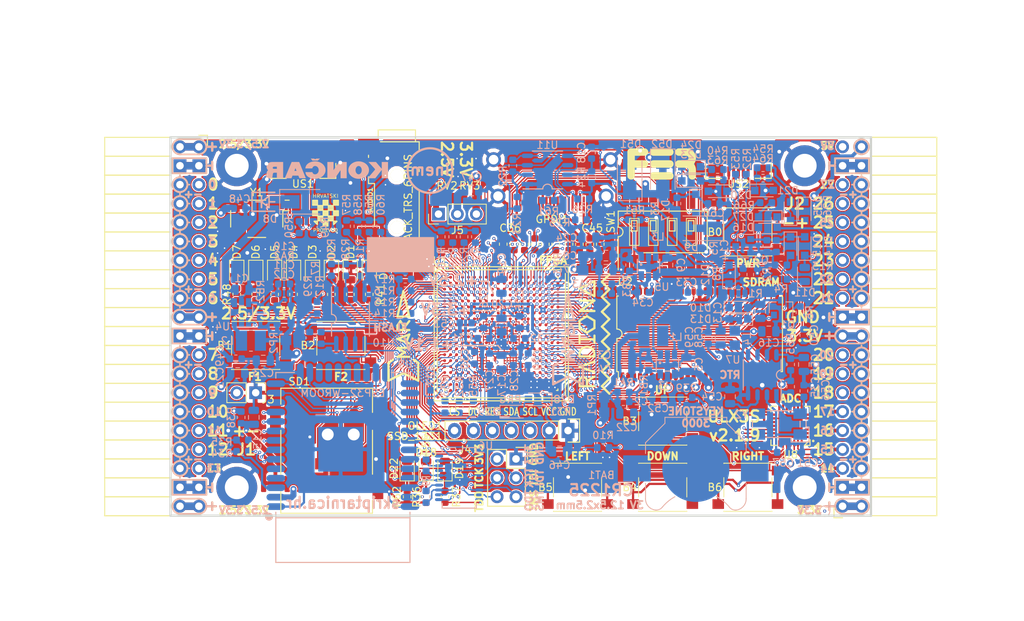
<source format=kicad_pcb>
(kicad_pcb (version 20171130) (host pcbnew 5.0.0+dfsg1-2)
  (layers (0 F.Cu signal) (1 In1.Cu signal) (2 In2.Cu signal) (31 B.Cu signal) (34 B.Paste user) (35 F.Paste user) (36 B.SilkS user) (37 F.SilkS user) (38 B.Mask user) (39 F.Mask user) (44 Edge.Cuts user))
  (net 0 "")
  (net 1 GND)
  (net 2 +5V)
  (net 3 /gpio/IN5V)
  (net 4 /gpio/OUT5V)
  (net 5 +3V3)
  (net 6 BTN_D)
  (net 7 BTN_F1)
  (net 8 BTN_F2)
  (net 9 BTN_L)
  (net 10 BTN_R)
  (net 11 BTN_U)
  (net 12 /power/FB1)
  (net 13 +2V5)
  (net 14 /power/PWREN)
  (net 15 /power/FB3)
  (net 16 /power/FB2)
  (net 17 /power/VBAT)
  (net 18 JTAG_TDI)
  (net 19 JTAG_TCK)
  (net 20 JTAG_TMS)
  (net 21 JTAG_TDO)
  (net 22 /power/WAKEUPn)
  (net 23 /power/WKUP)
  (net 24 /power/SHUT)
  (net 25 /power/WAKE)
  (net 26 /power/HOLD)
  (net 27 /power/WKn)
  (net 28 /power/OSCI_32k)
  (net 29 /power/OSCO_32k)
  (net 30 SHUTDOWN)
  (net 31 GPDI_SDA)
  (net 32 GPDI_SCL)
  (net 33 /gpdi/VREF2)
  (net 34 SD_CMD)
  (net 35 SD_CLK)
  (net 36 SD_D0)
  (net 37 SD_D1)
  (net 38 USB5V)
  (net 39 GPDI_CEC)
  (net 40 nRESET)
  (net 41 FTDI_nDTR)
  (net 42 SDRAM_CKE)
  (net 43 SDRAM_A7)
  (net 44 SDRAM_D15)
  (net 45 SDRAM_BA1)
  (net 46 SDRAM_D7)
  (net 47 SDRAM_A6)
  (net 48 SDRAM_CLK)
  (net 49 SDRAM_D13)
  (net 50 SDRAM_BA0)
  (net 51 SDRAM_D6)
  (net 52 SDRAM_A5)
  (net 53 SDRAM_D14)
  (net 54 SDRAM_A11)
  (net 55 SDRAM_D12)
  (net 56 SDRAM_D5)
  (net 57 SDRAM_A4)
  (net 58 SDRAM_A10)
  (net 59 SDRAM_D11)
  (net 60 SDRAM_A3)
  (net 61 SDRAM_D4)
  (net 62 SDRAM_D10)
  (net 63 SDRAM_D9)
  (net 64 SDRAM_A9)
  (net 65 SDRAM_D3)
  (net 66 SDRAM_D8)
  (net 67 SDRAM_A8)
  (net 68 SDRAM_A2)
  (net 69 SDRAM_A1)
  (net 70 SDRAM_A0)
  (net 71 SDRAM_D2)
  (net 72 SDRAM_D1)
  (net 73 SDRAM_D0)
  (net 74 SDRAM_DQM0)
  (net 75 SDRAM_nCS)
  (net 76 SDRAM_nRAS)
  (net 77 SDRAM_DQM1)
  (net 78 SDRAM_nCAS)
  (net 79 SDRAM_nWE)
  (net 80 /flash/FLASH_nWP)
  (net 81 /flash/FLASH_nHOLD)
  (net 82 /flash/FLASH_MOSI)
  (net 83 /flash/FLASH_MISO)
  (net 84 /flash/FLASH_SCK)
  (net 85 /flash/FLASH_nCS)
  (net 86 /flash/FPGA_PROGRAMN)
  (net 87 /flash/FPGA_DONE)
  (net 88 /flash/FPGA_INITN)
  (net 89 OLED_RES)
  (net 90 OLED_DC)
  (net 91 OLED_CS)
  (net 92 WIFI_EN)
  (net 93 FTDI_nRTS)
  (net 94 FTDI_TXD)
  (net 95 FTDI_RXD)
  (net 96 WIFI_RXD)
  (net 97 WIFI_GPIO0)
  (net 98 WIFI_TXD)
  (net 99 USB_FTDI_D+)
  (net 100 USB_FTDI_D-)
  (net 101 SD_D3)
  (net 102 AUDIO_L3)
  (net 103 AUDIO_L2)
  (net 104 AUDIO_L1)
  (net 105 AUDIO_L0)
  (net 106 AUDIO_R3)
  (net 107 AUDIO_R2)
  (net 108 AUDIO_R1)
  (net 109 AUDIO_R0)
  (net 110 OLED_CLK)
  (net 111 OLED_MOSI)
  (net 112 LED0)
  (net 113 LED1)
  (net 114 LED2)
  (net 115 LED3)
  (net 116 LED4)
  (net 117 LED5)
  (net 118 LED6)
  (net 119 LED7)
  (net 120 BTN_PWRn)
  (net 121 FTDI_nTXLED)
  (net 122 FTDI_nSLEEP)
  (net 123 /blinkey/LED_PWREN)
  (net 124 /blinkey/LED_TXLED)
  (net 125 /sdcard/SD3V3)
  (net 126 SD_D2)
  (net 127 CLK_25MHz)
  (net 128 /blinkey/BTNPUL)
  (net 129 /blinkey/BTNPUR)
  (net 130 USB_FPGA_D+)
  (net 131 /power/FTDI_nSUSPEND)
  (net 132 /blinkey/ALED0)
  (net 133 /blinkey/ALED1)
  (net 134 /blinkey/ALED2)
  (net 135 /blinkey/ALED3)
  (net 136 /blinkey/ALED4)
  (net 137 /blinkey/ALED5)
  (net 138 /blinkey/ALED6)
  (net 139 /blinkey/ALED7)
  (net 140 /usb/FTD-)
  (net 141 /usb/FTD+)
  (net 142 ADC_MISO)
  (net 143 ADC_MOSI)
  (net 144 ADC_CSn)
  (net 145 ADC_SCLK)
  (net 146 SW3)
  (net 147 SW2)
  (net 148 SW1)
  (net 149 USB_FPGA_D-)
  (net 150 /usb/FPD+)
  (net 151 /usb/FPD-)
  (net 152 WIFI_GPIO16)
  (net 153 /usb/ANT_433MHz)
  (net 154 PROG_DONE)
  (net 155 /power/P3V3)
  (net 156 /power/P2V5)
  (net 157 /power/L1)
  (net 158 /power/L3)
  (net 159 /power/L2)
  (net 160 FTDI_TXDEN)
  (net 161 SDRAM_A12)
  (net 162 /analog/AUDIO_V)
  (net 163 AUDIO_V3)
  (net 164 AUDIO_V2)
  (net 165 AUDIO_V1)
  (net 166 AUDIO_V0)
  (net 167 /blinkey/LED_WIFI)
  (net 168 /power/P1V1)
  (net 169 +1V1)
  (net 170 SW4)
  (net 171 /blinkey/SWPU)
  (net 172 /wifi/WIFIEN)
  (net 173 FT2V5)
  (net 174 GN0)
  (net 175 GP0)
  (net 176 GN1)
  (net 177 GP1)
  (net 178 GN2)
  (net 179 GP2)
  (net 180 GN3)
  (net 181 GP3)
  (net 182 GN4)
  (net 183 GP4)
  (net 184 GN5)
  (net 185 GP5)
  (net 186 GN6)
  (net 187 GP6)
  (net 188 GN14)
  (net 189 GP14)
  (net 190 GN15)
  (net 191 GP15)
  (net 192 GN16)
  (net 193 GP16)
  (net 194 GN17)
  (net 195 GP17)
  (net 196 GN18)
  (net 197 GP18)
  (net 198 GN19)
  (net 199 GP19)
  (net 200 GN20)
  (net 201 GP20)
  (net 202 GN21)
  (net 203 GP21)
  (net 204 GN22)
  (net 205 GP22)
  (net 206 GN23)
  (net 207 GP23)
  (net 208 GN24)
  (net 209 GP24)
  (net 210 GN25)
  (net 211 GP25)
  (net 212 GN26)
  (net 213 GP26)
  (net 214 GN27)
  (net 215 GP27)
  (net 216 GN7)
  (net 217 GP7)
  (net 218 GN8)
  (net 219 GP8)
  (net 220 GN9)
  (net 221 GP9)
  (net 222 GN10)
  (net 223 GP10)
  (net 224 GN11)
  (net 225 GP11)
  (net 226 GN12)
  (net 227 GP12)
  (net 228 GN13)
  (net 229 GP13)
  (net 230 WIFI_GPIO5)
  (net 231 WIFI_GPIO17)
  (net 232 USB_FPGA_PULL_D+)
  (net 233 USB_FPGA_PULL_D-)
  (net 234 "Net-(D23-Pad2)")
  (net 235 "Net-(D24-Pad1)")
  (net 236 "Net-(D25-Pad2)")
  (net 237 "Net-(D26-Pad1)")
  (net 238 /gpdi/GPDI_ETH+)
  (net 239 FPDI_ETH+)
  (net 240 /gpdi/GPDI_ETH-)
  (net 241 FPDI_ETH-)
  (net 242 /gpdi/GPDI_D2-)
  (net 243 FPDI_D2-)
  (net 244 /gpdi/GPDI_D1-)
  (net 245 FPDI_D1-)
  (net 246 /gpdi/GPDI_D0-)
  (net 247 FPDI_D0-)
  (net 248 /gpdi/GPDI_CLK-)
  (net 249 FPDI_CLK-)
  (net 250 /gpdi/GPDI_D2+)
  (net 251 FPDI_D2+)
  (net 252 /gpdi/GPDI_D1+)
  (net 253 FPDI_D1+)
  (net 254 /gpdi/GPDI_D0+)
  (net 255 FPDI_D0+)
  (net 256 /gpdi/GPDI_CLK+)
  (net 257 FPDI_CLK+)
  (net 258 FPDI_SDA)
  (net 259 FPDI_SCL)
  (net 260 /gpdi/FPDI_CEC)
  (net 261 2V5_3V3)
  (net 262 /usb/US2VBUS)
  (net 263 /power/SHD)
  (net 264 /power/RTCVDD)
  (net 265 "Net-(D27-Pad2)")
  (net 266 US2_ID)
  (net 267 /analog/AUDIO_L)
  (net 268 /analog/AUDIO_R)
  (net 269 /analog/ADC3V3)
  (net 270 PWRBTn)
  (net 271 USER_PROGRAMN)
  (module lfe5bg381:BGA-381_pitch0.8mm_dia0.4mm (layer F.Cu) (at 138.48 87.8)
    (fp_text reference U1 (at -8.2 -9.8) (layer F.SilkS))
    (fp_text value LFE5U-85F-6BG381C hide)
    (pad Y19 smd circle (at 6.8 7.6) (size 0.4 0.4) (layers F.Cu F.Paste F.Mask) (net 1 GND))
    (pad Y17 smd circle (at 5.2 7.6) (size 0.4 0.4) (layers F.Cu F.Paste F.Mask) (net 1 GND))
    (pad Y16 smd circle (at 4.4 7.6) (size 0.4 0.4) (layers F.Cu F.Paste F.Mask) (net 1 GND))
    (pad Y15 smd circle (at 3.6 7.6) (size 0.4 0.4) (layers F.Cu F.Paste F.Mask) (net 1 GND))
    (pad Y14 smd circle (at 2.8 7.6) (size 0.4 0.4) (layers F.Cu F.Paste F.Mask) (net 1 GND))
    (pad Y12 smd circle (at 1.2 7.6) (size 0.4 0.4) (layers F.Cu F.Paste F.Mask) (net 1 GND))
    (pad Y11 smd circle (at 0.4 7.6) (size 0.4 0.4) (layers F.Cu F.Paste F.Mask) (net 1 GND))
    (pad Y8 smd circle (at -2 7.6) (size 0.4 0.4) (layers F.Cu F.Paste F.Mask) (net 1 GND))
    (pad Y7 smd circle (at -2.8 7.6) (size 0.4 0.4) (layers F.Cu F.Paste F.Mask) (net 1 GND))
    (pad Y6 smd circle (at -3.6 7.6) (size 0.4 0.4) (layers F.Cu F.Paste F.Mask) (net 1 GND))
    (pad Y5 smd circle (at -4.4 7.6) (size 0.4 0.4) (layers F.Cu F.Paste F.Mask) (net 1 GND))
    (pad Y3 smd circle (at -6 7.6) (size 0.4 0.4) (layers F.Cu F.Paste F.Mask) (net 87 /flash/FPGA_DONE))
    (pad Y2 smd circle (at -6.8 7.6) (size 0.4 0.4) (layers F.Cu F.Paste F.Mask) (net 80 /flash/FLASH_nWP))
    (pad W20 smd circle (at 7.6 6.8) (size 0.4 0.4) (layers F.Cu F.Paste F.Mask) (net 1 GND))
    (pad W19 smd circle (at 6.8 6.8) (size 0.4 0.4) (layers F.Cu F.Paste F.Mask) (net 1 GND))
    (pad W18 smd circle (at 6 6.8) (size 0.4 0.4) (layers F.Cu F.Paste F.Mask))
    (pad W17 smd circle (at 5.2 6.8) (size 0.4 0.4) (layers F.Cu F.Paste F.Mask))
    (pad W16 smd circle (at 4.4 6.8) (size 0.4 0.4) (layers F.Cu F.Paste F.Mask) (net 1 GND))
    (pad W15 smd circle (at 3.6 6.8) (size 0.4 0.4) (layers F.Cu F.Paste F.Mask) (net 1 GND))
    (pad W14 smd circle (at 2.8 6.8) (size 0.4 0.4) (layers F.Cu F.Paste F.Mask))
    (pad W13 smd circle (at 2 6.8) (size 0.4 0.4) (layers F.Cu F.Paste F.Mask))
    (pad W12 smd circle (at 1.2 6.8) (size 0.4 0.4) (layers F.Cu F.Paste F.Mask) (net 1 GND))
    (pad W11 smd circle (at 0.4 6.8) (size 0.4 0.4) (layers F.Cu F.Paste F.Mask))
    (pad W10 smd circle (at -0.4 6.8) (size 0.4 0.4) (layers F.Cu F.Paste F.Mask))
    (pad W9 smd circle (at -1.2 6.8) (size 0.4 0.4) (layers F.Cu F.Paste F.Mask))
    (pad W8 smd circle (at -2 6.8) (size 0.4 0.4) (layers F.Cu F.Paste F.Mask))
    (pad W7 smd circle (at -2.8 6.8) (size 0.4 0.4) (layers F.Cu F.Paste F.Mask) (net 1 GND))
    (pad W6 smd circle (at -3.6 6.8) (size 0.4 0.4) (layers F.Cu F.Paste F.Mask) (net 1 GND))
    (pad W5 smd circle (at -4.4 6.8) (size 0.4 0.4) (layers F.Cu F.Paste F.Mask))
    (pad W4 smd circle (at -5.2 6.8) (size 0.4 0.4) (layers F.Cu F.Paste F.Mask))
    (pad W3 smd circle (at -6 6.8) (size 0.4 0.4) (layers F.Cu F.Paste F.Mask) (net 86 /flash/FPGA_PROGRAMN))
    (pad W2 smd circle (at -6.8 6.8) (size 0.4 0.4) (layers F.Cu F.Paste F.Mask) (net 82 /flash/FLASH_MOSI))
    (pad W1 smd circle (at -7.6 6.8) (size 0.4 0.4) (layers F.Cu F.Paste F.Mask) (net 81 /flash/FLASH_nHOLD))
    (pad V20 smd circle (at 7.6 6) (size 0.4 0.4) (layers F.Cu F.Paste F.Mask) (net 1 GND))
    (pad V19 smd circle (at 6.8 6) (size 0.4 0.4) (layers F.Cu F.Paste F.Mask) (net 1 GND))
    (pad V18 smd circle (at 6 6) (size 0.4 0.4) (layers F.Cu F.Paste F.Mask) (net 1 GND))
    (pad V17 smd circle (at 5.2 6) (size 0.4 0.4) (layers F.Cu F.Paste F.Mask) (net 1 GND))
    (pad V16 smd circle (at 4.4 6) (size 0.4 0.4) (layers F.Cu F.Paste F.Mask) (net 1 GND))
    (pad V15 smd circle (at 3.6 6) (size 0.4 0.4) (layers F.Cu F.Paste F.Mask) (net 1 GND))
    (pad V14 smd circle (at 2.8 6) (size 0.4 0.4) (layers F.Cu F.Paste F.Mask) (net 1 GND))
    (pad V13 smd circle (at 2 6) (size 0.4 0.4) (layers F.Cu F.Paste F.Mask) (net 1 GND))
    (pad V12 smd circle (at 1.2 6) (size 0.4 0.4) (layers F.Cu F.Paste F.Mask) (net 1 GND))
    (pad V11 smd circle (at 0.4 6) (size 0.4 0.4) (layers F.Cu F.Paste F.Mask) (net 1 GND))
    (pad V10 smd circle (at -0.4 6) (size 0.4 0.4) (layers F.Cu F.Paste F.Mask) (net 1 GND))
    (pad V9 smd circle (at -1.2 6) (size 0.4 0.4) (layers F.Cu F.Paste F.Mask) (net 1 GND))
    (pad V8 smd circle (at -2 6) (size 0.4 0.4) (layers F.Cu F.Paste F.Mask) (net 1 GND))
    (pad V7 smd circle (at -2.8 6) (size 0.4 0.4) (layers F.Cu F.Paste F.Mask) (net 1 GND))
    (pad V6 smd circle (at -3.6 6) (size 0.4 0.4) (layers F.Cu F.Paste F.Mask) (net 1 GND))
    (pad V5 smd circle (at -4.4 6) (size 0.4 0.4) (layers F.Cu F.Paste F.Mask) (net 1 GND))
    (pad V4 smd circle (at -5.2 6) (size 0.4 0.4) (layers F.Cu F.Paste F.Mask) (net 21 JTAG_TDO))
    (pad V3 smd circle (at -6 6) (size 0.4 0.4) (layers F.Cu F.Paste F.Mask) (net 88 /flash/FPGA_INITN))
    (pad V2 smd circle (at -6.8 6) (size 0.4 0.4) (layers F.Cu F.Paste F.Mask) (net 83 /flash/FLASH_MISO))
    (pad V1 smd circle (at -7.6 6) (size 0.4 0.4) (layers F.Cu F.Paste F.Mask) (net 6 BTN_D))
    (pad U20 smd circle (at 7.6 5.2) (size 0.4 0.4) (layers F.Cu F.Paste F.Mask) (net 46 SDRAM_D7))
    (pad U19 smd circle (at 6.8 5.2) (size 0.4 0.4) (layers F.Cu F.Paste F.Mask) (net 74 SDRAM_DQM0))
    (pad U18 smd circle (at 6 5.2) (size 0.4 0.4) (layers F.Cu F.Paste F.Mask) (net 189 GP14))
    (pad U17 smd circle (at 5.2 5.2) (size 0.4 0.4) (layers F.Cu F.Paste F.Mask) (net 188 GN14))
    (pad U16 smd circle (at 4.4 5.2) (size 0.4 0.4) (layers F.Cu F.Paste F.Mask) (net 142 ADC_MISO))
    (pad U15 smd circle (at 3.6 5.2) (size 0.4 0.4) (layers F.Cu F.Paste F.Mask) (net 1 GND))
    (pad U14 smd circle (at 2.8 5.2) (size 0.4 0.4) (layers F.Cu F.Paste F.Mask) (net 1 GND))
    (pad U13 smd circle (at 2 5.2) (size 0.4 0.4) (layers F.Cu F.Paste F.Mask) (net 1 GND))
    (pad U12 smd circle (at 1.2 5.2) (size 0.4 0.4) (layers F.Cu F.Paste F.Mask) (net 1 GND))
    (pad U11 smd circle (at 0.4 5.2) (size 0.4 0.4) (layers F.Cu F.Paste F.Mask) (net 1 GND))
    (pad U10 smd circle (at -0.4 5.2) (size 0.4 0.4) (layers F.Cu F.Paste F.Mask) (net 1 GND))
    (pad U9 smd circle (at -1.2 5.2) (size 0.4 0.4) (layers F.Cu F.Paste F.Mask) (net 1 GND))
    (pad U8 smd circle (at -2 5.2) (size 0.4 0.4) (layers F.Cu F.Paste F.Mask) (net 1 GND))
    (pad U7 smd circle (at -2.8 5.2) (size 0.4 0.4) (layers F.Cu F.Paste F.Mask) (net 1 GND))
    (pad U6 smd circle (at -3.6 5.2) (size 0.4 0.4) (layers F.Cu F.Paste F.Mask) (net 1 GND))
    (pad U5 smd circle (at -4.4 5.2) (size 0.4 0.4) (layers F.Cu F.Paste F.Mask) (net 20 JTAG_TMS))
    (pad U4 smd circle (at -5.2 5.2) (size 0.4 0.4) (layers F.Cu F.Paste F.Mask) (net 1 GND))
    (pad U3 smd circle (at -6 5.2) (size 0.4 0.4) (layers F.Cu F.Paste F.Mask) (net 84 /flash/FLASH_SCK))
    (pad U2 smd circle (at -6.8 5.2) (size 0.4 0.4) (layers F.Cu F.Paste F.Mask) (net 5 +3V3))
    (pad U1 smd circle (at -7.6 5.2) (size 0.4 0.4) (layers F.Cu F.Paste F.Mask) (net 9 BTN_L))
    (pad T20 smd circle (at 7.6 4.4) (size 0.4 0.4) (layers F.Cu F.Paste F.Mask) (net 79 SDRAM_nWE))
    (pad T19 smd circle (at 6.8 4.4) (size 0.4 0.4) (layers F.Cu F.Paste F.Mask) (net 78 SDRAM_nCAS))
    (pad T18 smd circle (at 6 4.4) (size 0.4 0.4) (layers F.Cu F.Paste F.Mask) (net 56 SDRAM_D5))
    (pad T17 smd circle (at 5.2 4.4) (size 0.4 0.4) (layers F.Cu F.Paste F.Mask) (net 51 SDRAM_D6))
    (pad T16 smd circle (at 4.4 4.4) (size 0.4 0.4) (layers F.Cu F.Paste F.Mask))
    (pad T15 smd circle (at 3.6 4.4) (size 0.4 0.4) (layers F.Cu F.Paste F.Mask) (net 1 GND))
    (pad T14 smd circle (at 2.8 4.4) (size 0.4 0.4) (layers F.Cu F.Paste F.Mask) (net 1 GND))
    (pad T13 smd circle (at 2 4.4) (size 0.4 0.4) (layers F.Cu F.Paste F.Mask) (net 1 GND))
    (pad T12 smd circle (at 1.2 4.4) (size 0.4 0.4) (layers F.Cu F.Paste F.Mask) (net 1 GND))
    (pad T11 smd circle (at 0.4 4.4) (size 0.4 0.4) (layers F.Cu F.Paste F.Mask) (net 1 GND))
    (pad T10 smd circle (at -0.4 4.4) (size 0.4 0.4) (layers F.Cu F.Paste F.Mask) (net 1 GND))
    (pad T9 smd circle (at -1.2 4.4) (size 0.4 0.4) (layers F.Cu F.Paste F.Mask) (net 1 GND))
    (pad T8 smd circle (at -2 4.4) (size 0.4 0.4) (layers F.Cu F.Paste F.Mask) (net 1 GND))
    (pad T7 smd circle (at -2.8 4.4) (size 0.4 0.4) (layers F.Cu F.Paste F.Mask) (net 1 GND))
    (pad T6 smd circle (at -3.6 4.4) (size 0.4 0.4) (layers F.Cu F.Paste F.Mask) (net 1 GND))
    (pad T5 smd circle (at -4.4 4.4) (size 0.4 0.4) (layers F.Cu F.Paste F.Mask) (net 19 JTAG_TCK))
    (pad T4 smd circle (at -5.2 4.4) (size 0.4 0.4) (layers F.Cu F.Paste F.Mask) (net 5 +3V3))
    (pad T3 smd circle (at -6 4.4) (size 0.4 0.4) (layers F.Cu F.Paste F.Mask) (net 5 +3V3))
    (pad T2 smd circle (at -6.8 4.4) (size 0.4 0.4) (layers F.Cu F.Paste F.Mask) (net 5 +3V3))
    (pad T1 smd circle (at -7.6 4.4) (size 0.4 0.4) (layers F.Cu F.Paste F.Mask) (net 8 BTN_F2))
    (pad R20 smd circle (at 7.6 3.6) (size 0.4 0.4) (layers F.Cu F.Paste F.Mask) (net 76 SDRAM_nRAS))
    (pad R19 smd circle (at 6.8 3.6) (size 0.4 0.4) (layers F.Cu F.Paste F.Mask) (net 1 GND))
    (pad R18 smd circle (at 6 3.6) (size 0.4 0.4) (layers F.Cu F.Paste F.Mask) (net 11 BTN_U))
    (pad R17 smd circle (at 5.2 3.6) (size 0.4 0.4) (layers F.Cu F.Paste F.Mask) (net 144 ADC_CSn))
    (pad R16 smd circle (at 4.4 3.6) (size 0.4 0.4) (layers F.Cu F.Paste F.Mask) (net 143 ADC_MOSI))
    (pad R5 smd circle (at -4.4 3.6) (size 0.4 0.4) (layers F.Cu F.Paste F.Mask) (net 18 JTAG_TDI))
    (pad R4 smd circle (at -5.2 3.6) (size 0.4 0.4) (layers F.Cu F.Paste F.Mask) (net 1 GND))
    (pad R3 smd circle (at -6 3.6) (size 0.4 0.4) (layers F.Cu F.Paste F.Mask))
    (pad R2 smd circle (at -6.8 3.6) (size 0.4 0.4) (layers F.Cu F.Paste F.Mask) (net 85 /flash/FLASH_nCS))
    (pad R1 smd circle (at -7.6 3.6) (size 0.4 0.4) (layers F.Cu F.Paste F.Mask) (net 7 BTN_F1))
    (pad P20 smd circle (at 7.6 2.8) (size 0.4 0.4) (layers F.Cu F.Paste F.Mask) (net 75 SDRAM_nCS))
    (pad P19 smd circle (at 6.8 2.8) (size 0.4 0.4) (layers F.Cu F.Paste F.Mask) (net 50 SDRAM_BA0))
    (pad P18 smd circle (at 6 2.8) (size 0.4 0.4) (layers F.Cu F.Paste F.Mask) (net 61 SDRAM_D4))
    (pad P17 smd circle (at 5.2 2.8) (size 0.4 0.4) (layers F.Cu F.Paste F.Mask) (net 145 ADC_SCLK))
    (pad P16 smd circle (at 4.4 2.8) (size 0.4 0.4) (layers F.Cu F.Paste F.Mask) (net 190 GN15))
    (pad P15 smd circle (at 3.6 2.8) (size 0.4 0.4) (layers F.Cu F.Paste F.Mask) (net 13 +2V5))
    (pad P14 smd circle (at 2.8 2.8) (size 0.4 0.4) (layers F.Cu F.Paste F.Mask) (net 1 GND))
    (pad P13 smd circle (at 2 2.8) (size 0.4 0.4) (layers F.Cu F.Paste F.Mask) (net 1 GND))
    (pad P12 smd circle (at 1.2 2.8) (size 0.4 0.4) (layers F.Cu F.Paste F.Mask) (net 1 GND))
    (pad P11 smd circle (at 0.4 2.8) (size 0.4 0.4) (layers F.Cu F.Paste F.Mask) (net 1 GND))
    (pad P10 smd circle (at -0.4 2.8) (size 0.4 0.4) (layers F.Cu F.Paste F.Mask) (net 5 +3V3))
    (pad P9 smd circle (at -1.2 2.8) (size 0.4 0.4) (layers F.Cu F.Paste F.Mask) (net 5 +3V3))
    (pad P8 smd circle (at -2 2.8) (size 0.4 0.4) (layers F.Cu F.Paste F.Mask) (net 1 GND))
    (pad P7 smd circle (at -2.8 2.8) (size 0.4 0.4) (layers F.Cu F.Paste F.Mask) (net 1 GND))
    (pad P6 smd circle (at -3.6 2.8) (size 0.4 0.4) (layers F.Cu F.Paste F.Mask) (net 13 +2V5))
    (pad P5 smd circle (at -4.4 2.8) (size 0.4 0.4) (layers F.Cu F.Paste F.Mask))
    (pad P4 smd circle (at -5.2 2.8) (size 0.4 0.4) (layers F.Cu F.Paste F.Mask) (net 110 OLED_CLK))
    (pad P3 smd circle (at -6 2.8) (size 0.4 0.4) (layers F.Cu F.Paste F.Mask) (net 111 OLED_MOSI))
    (pad P2 smd circle (at -6.8 2.8) (size 0.4 0.4) (layers F.Cu F.Paste F.Mask) (net 89 OLED_RES))
    (pad P1 smd circle (at -7.6 2.8) (size 0.4 0.4) (layers F.Cu F.Paste F.Mask) (net 90 OLED_DC))
    (pad N20 smd circle (at 7.6 2) (size 0.4 0.4) (layers F.Cu F.Paste F.Mask) (net 45 SDRAM_BA1))
    (pad N19 smd circle (at 6.8 2) (size 0.4 0.4) (layers F.Cu F.Paste F.Mask) (net 58 SDRAM_A10))
    (pad N18 smd circle (at 6 2) (size 0.4 0.4) (layers F.Cu F.Paste F.Mask) (net 65 SDRAM_D3))
    (pad N17 smd circle (at 5.2 2) (size 0.4 0.4) (layers F.Cu F.Paste F.Mask) (net 191 GP15))
    (pad N16 smd circle (at 4.4 2) (size 0.4 0.4) (layers F.Cu F.Paste F.Mask) (net 193 GP16))
    (pad N15 smd circle (at 3.6 2) (size 0.4 0.4) (layers F.Cu F.Paste F.Mask) (net 1 GND))
    (pad N14 smd circle (at 2.8 2) (size 0.4 0.4) (layers F.Cu F.Paste F.Mask) (net 1 GND))
    (pad N13 smd circle (at 2 2) (size 0.4 0.4) (layers F.Cu F.Paste F.Mask) (net 169 +1V1))
    (pad N12 smd circle (at 1.2 2) (size 0.4 0.4) (layers F.Cu F.Paste F.Mask) (net 169 +1V1))
    (pad N11 smd circle (at 0.4 2) (size 0.4 0.4) (layers F.Cu F.Paste F.Mask) (net 169 +1V1))
    (pad N10 smd circle (at -0.4 2) (size 0.4 0.4) (layers F.Cu F.Paste F.Mask) (net 169 +1V1))
    (pad N9 smd circle (at -1.2 2) (size 0.4 0.4) (layers F.Cu F.Paste F.Mask) (net 169 +1V1))
    (pad N8 smd circle (at -2 2) (size 0.4 0.4) (layers F.Cu F.Paste F.Mask) (net 169 +1V1))
    (pad N7 smd circle (at -2.8 2) (size 0.4 0.4) (layers F.Cu F.Paste F.Mask) (net 1 GND))
    (pad N6 smd circle (at -3.6 2) (size 0.4 0.4) (layers F.Cu F.Paste F.Mask) (net 1 GND))
    (pad N5 smd circle (at -4.4 2) (size 0.4 0.4) (layers F.Cu F.Paste F.Mask))
    (pad N4 smd circle (at -5.2 2) (size 0.4 0.4) (layers F.Cu F.Paste F.Mask) (net 230 WIFI_GPIO5))
    (pad N3 smd circle (at -6 2) (size 0.4 0.4) (layers F.Cu F.Paste F.Mask) (net 231 WIFI_GPIO17))
    (pad N2 smd circle (at -6.8 2) (size 0.4 0.4) (layers F.Cu F.Paste F.Mask) (net 91 OLED_CS))
    (pad N1 smd circle (at -7.6 2) (size 0.4 0.4) (layers F.Cu F.Paste F.Mask) (net 41 FTDI_nDTR))
    (pad M20 smd circle (at 7.6 1.2) (size 0.4 0.4) (layers F.Cu F.Paste F.Mask) (net 70 SDRAM_A0))
    (pad M19 smd circle (at 6.8 1.2) (size 0.4 0.4) (layers F.Cu F.Paste F.Mask) (net 69 SDRAM_A1))
    (pad M18 smd circle (at 6 1.2) (size 0.4 0.4) (layers F.Cu F.Paste F.Mask) (net 71 SDRAM_D2))
    (pad M17 smd circle (at 5.2 1.2) (size 0.4 0.4) (layers F.Cu F.Paste F.Mask) (net 192 GN16))
    (pad M16 smd circle (at 4.4 1.2) (size 0.4 0.4) (layers F.Cu F.Paste F.Mask) (net 1 GND))
    (pad M15 smd circle (at 3.6 1.2) (size 0.4 0.4) (layers F.Cu F.Paste F.Mask) (net 5 +3V3))
    (pad M14 smd circle (at 2.8 1.2) (size 0.4 0.4) (layers F.Cu F.Paste F.Mask) (net 1 GND))
    (pad M13 smd circle (at 2 1.2) (size 0.4 0.4) (layers F.Cu F.Paste F.Mask) (net 169 +1V1))
    (pad M12 smd circle (at 1.2 1.2) (size 0.4 0.4) (layers F.Cu F.Paste F.Mask) (net 1 GND))
    (pad M11 smd circle (at 0.4 1.2) (size 0.4 0.4) (layers F.Cu F.Paste F.Mask) (net 1 GND))
    (pad M10 smd circle (at -0.4 1.2) (size 0.4 0.4) (layers F.Cu F.Paste F.Mask) (net 1 GND))
    (pad M9 smd circle (at -1.2 1.2) (size 0.4 0.4) (layers F.Cu F.Paste F.Mask) (net 1 GND))
    (pad M8 smd circle (at -2 1.2) (size 0.4 0.4) (layers F.Cu F.Paste F.Mask) (net 169 +1V1))
    (pad M7 smd circle (at -2.8 1.2) (size 0.4 0.4) (layers F.Cu F.Paste F.Mask) (net 1 GND))
    (pad M6 smd circle (at -3.6 1.2) (size 0.4 0.4) (layers F.Cu F.Paste F.Mask) (net 5 +3V3))
    (pad M5 smd circle (at -4.4 1.2) (size 0.4 0.4) (layers F.Cu F.Paste F.Mask))
    (pad M4 smd circle (at -5.2 1.2) (size 0.4 0.4) (layers F.Cu F.Paste F.Mask) (net 271 USER_PROGRAMN))
    (pad M3 smd circle (at -6 1.2) (size 0.4 0.4) (layers F.Cu F.Paste F.Mask) (net 93 FTDI_nRTS))
    (pad M2 smd circle (at -6.8 1.2) (size 0.4 0.4) (layers F.Cu F.Paste F.Mask) (net 1 GND))
    (pad M1 smd circle (at -7.6 1.2) (size 0.4 0.4) (layers F.Cu F.Paste F.Mask) (net 94 FTDI_TXD))
    (pad L20 smd circle (at 7.6 0.4) (size 0.4 0.4) (layers F.Cu F.Paste F.Mask) (net 68 SDRAM_A2))
    (pad L19 smd circle (at 6.8 0.4) (size 0.4 0.4) (layers F.Cu F.Paste F.Mask) (net 60 SDRAM_A3))
    (pad L18 smd circle (at 6 0.4) (size 0.4 0.4) (layers F.Cu F.Paste F.Mask) (net 72 SDRAM_D1))
    (pad L17 smd circle (at 5.2 0.4) (size 0.4 0.4) (layers F.Cu F.Paste F.Mask) (net 194 GN17))
    (pad L16 smd circle (at 4.4 0.4) (size 0.4 0.4) (layers F.Cu F.Paste F.Mask) (net 195 GP17))
    (pad L15 smd circle (at 3.6 0.4) (size 0.4 0.4) (layers F.Cu F.Paste F.Mask) (net 5 +3V3))
    (pad L14 smd circle (at 2.8 0.4) (size 0.4 0.4) (layers F.Cu F.Paste F.Mask) (net 5 +3V3))
    (pad L13 smd circle (at 2 0.4) (size 0.4 0.4) (layers F.Cu F.Paste F.Mask) (net 169 +1V1))
    (pad L12 smd circle (at 1.2 0.4) (size 0.4 0.4) (layers F.Cu F.Paste F.Mask) (net 1 GND))
    (pad L11 smd circle (at 0.4 0.4) (size 0.4 0.4) (layers F.Cu F.Paste F.Mask) (net 1 GND))
    (pad L10 smd circle (at -0.4 0.4) (size 0.4 0.4) (layers F.Cu F.Paste F.Mask) (net 1 GND))
    (pad L9 smd circle (at -1.2 0.4) (size 0.4 0.4) (layers F.Cu F.Paste F.Mask) (net 1 GND))
    (pad L8 smd circle (at -2 0.4) (size 0.4 0.4) (layers F.Cu F.Paste F.Mask) (net 169 +1V1))
    (pad L7 smd circle (at -2.8 0.4) (size 0.4 0.4) (layers F.Cu F.Paste F.Mask) (net 5 +3V3))
    (pad L6 smd circle (at -3.6 0.4) (size 0.4 0.4) (layers F.Cu F.Paste F.Mask) (net 5 +3V3))
    (pad L5 smd circle (at -4.4 0.4) (size 0.4 0.4) (layers F.Cu F.Paste F.Mask))
    (pad L4 smd circle (at -5.2 0.4) (size 0.4 0.4) (layers F.Cu F.Paste F.Mask) (net 95 FTDI_RXD))
    (pad L3 smd circle (at -6 0.4) (size 0.4 0.4) (layers F.Cu F.Paste F.Mask) (net 160 FTDI_TXDEN))
    (pad L2 smd circle (at -6.8 0.4) (size 0.4 0.4) (layers F.Cu F.Paste F.Mask) (net 97 WIFI_GPIO0))
    (pad L1 smd circle (at -7.6 0.4) (size 0.4 0.4) (layers F.Cu F.Paste F.Mask) (net 152 WIFI_GPIO16))
    (pad K20 smd circle (at 7.6 -0.4) (size 0.4 0.4) (layers F.Cu F.Paste F.Mask) (net 57 SDRAM_A4))
    (pad K19 smd circle (at 6.8 -0.4) (size 0.4 0.4) (layers F.Cu F.Paste F.Mask) (net 52 SDRAM_A5))
    (pad K18 smd circle (at 6 -0.4) (size 0.4 0.4) (layers F.Cu F.Paste F.Mask) (net 47 SDRAM_A6))
    (pad K17 smd circle (at 5.2 -0.4) (size 0.4 0.4) (layers F.Cu F.Paste F.Mask))
    (pad K16 smd circle (at 4.4 -0.4) (size 0.4 0.4) (layers F.Cu F.Paste F.Mask))
    (pad K15 smd circle (at 3.6 -0.4) (size 0.4 0.4) (layers F.Cu F.Paste F.Mask) (net 1 GND))
    (pad K14 smd circle (at 2.8 -0.4) (size 0.4 0.4) (layers F.Cu F.Paste F.Mask) (net 1 GND))
    (pad K13 smd circle (at 2 -0.4) (size 0.4 0.4) (layers F.Cu F.Paste F.Mask) (net 169 +1V1))
    (pad K12 smd circle (at 1.2 -0.4) (size 0.4 0.4) (layers F.Cu F.Paste F.Mask) (net 1 GND))
    (pad K11 smd circle (at 0.4 -0.4) (size 0.4 0.4) (layers F.Cu F.Paste F.Mask) (net 1 GND))
    (pad K10 smd circle (at -0.4 -0.4) (size 0.4 0.4) (layers F.Cu F.Paste F.Mask) (net 1 GND))
    (pad K9 smd circle (at -1.2 -0.4) (size 0.4 0.4) (layers F.Cu F.Paste F.Mask) (net 1 GND))
    (pad K8 smd circle (at -2 -0.4) (size 0.4 0.4) (layers F.Cu F.Paste F.Mask) (net 169 +1V1))
    (pad K7 smd circle (at -2.8 -0.4) (size 0.4 0.4) (layers F.Cu F.Paste F.Mask) (net 1 GND))
    (pad K6 smd circle (at -3.6 -0.4) (size 0.4 0.4) (layers F.Cu F.Paste F.Mask) (net 1 GND))
    (pad K5 smd circle (at -4.4 -0.4) (size 0.4 0.4) (layers F.Cu F.Paste F.Mask))
    (pad K4 smd circle (at -5.2 -0.4) (size 0.4 0.4) (layers F.Cu F.Paste F.Mask) (net 98 WIFI_TXD))
    (pad K3 smd circle (at -6 -0.4) (size 0.4 0.4) (layers F.Cu F.Paste F.Mask) (net 96 WIFI_RXD))
    (pad K2 smd circle (at -6.8 -0.4) (size 0.4 0.4) (layers F.Cu F.Paste F.Mask) (net 101 SD_D3))
    (pad K1 smd circle (at -7.6 -0.4) (size 0.4 0.4) (layers F.Cu F.Paste F.Mask) (net 126 SD_D2))
    (pad J20 smd circle (at 7.6 -1.2) (size 0.4 0.4) (layers F.Cu F.Paste F.Mask) (net 43 SDRAM_A7))
    (pad J19 smd circle (at 6.8 -1.2) (size 0.4 0.4) (layers F.Cu F.Paste F.Mask) (net 67 SDRAM_A8))
    (pad J18 smd circle (at 6 -1.2) (size 0.4 0.4) (layers F.Cu F.Paste F.Mask) (net 53 SDRAM_D14))
    (pad J17 smd circle (at 5.2 -1.2) (size 0.4 0.4) (layers F.Cu F.Paste F.Mask) (net 44 SDRAM_D15))
    (pad J16 smd circle (at 4.4 -1.2) (size 0.4 0.4) (layers F.Cu F.Paste F.Mask) (net 73 SDRAM_D0))
    (pad J15 smd circle (at 3.6 -1.2) (size 0.4 0.4) (layers F.Cu F.Paste F.Mask) (net 5 +3V3))
    (pad J14 smd circle (at 2.8 -1.2) (size 0.4 0.4) (layers F.Cu F.Paste F.Mask) (net 1 GND))
    (pad J13 smd circle (at 2 -1.2) (size 0.4 0.4) (layers F.Cu F.Paste F.Mask) (net 169 +1V1))
    (pad J12 smd circle (at 1.2 -1.2) (size 0.4 0.4) (layers F.Cu F.Paste F.Mask) (net 1 GND))
    (pad J11 smd circle (at 0.4 -1.2) (size 0.4 0.4) (layers F.Cu F.Paste F.Mask) (net 1 GND))
    (pad J10 smd circle (at -0.4 -1.2) (size 0.4 0.4) (layers F.Cu F.Paste F.Mask) (net 1 GND))
    (pad J9 smd circle (at -1.2 -1.2) (size 0.4 0.4) (layers F.Cu F.Paste F.Mask) (net 1 GND))
    (pad J8 smd circle (at -2 -1.2) (size 0.4 0.4) (layers F.Cu F.Paste F.Mask) (net 169 +1V1))
    (pad J7 smd circle (at -2.8 -1.2) (size 0.4 0.4) (layers F.Cu F.Paste F.Mask) (net 1 GND))
    (pad J6 smd circle (at -3.6 -1.2) (size 0.4 0.4) (layers F.Cu F.Paste F.Mask) (net 261 2V5_3V3))
    (pad J5 smd circle (at -4.4 -1.2) (size 0.4 0.4) (layers F.Cu F.Paste F.Mask))
    (pad J4 smd circle (at -5.2 -1.2) (size 0.4 0.4) (layers F.Cu F.Paste F.Mask))
    (pad J3 smd circle (at -6 -1.2) (size 0.4 0.4) (layers F.Cu F.Paste F.Mask) (net 36 SD_D0))
    (pad J2 smd circle (at -6.8 -1.2) (size 0.4 0.4) (layers F.Cu F.Paste F.Mask) (net 1 GND))
    (pad J1 smd circle (at -7.6 -1.2) (size 0.4 0.4) (layers F.Cu F.Paste F.Mask) (net 34 SD_CMD))
    (pad H20 smd circle (at 7.6 -2) (size 0.4 0.4) (layers F.Cu F.Paste F.Mask) (net 64 SDRAM_A9))
    (pad H19 smd circle (at 6.8 -2) (size 0.4 0.4) (layers F.Cu F.Paste F.Mask) (net 1 GND))
    (pad H18 smd circle (at 6 -2) (size 0.4 0.4) (layers F.Cu F.Paste F.Mask) (net 197 GP18))
    (pad H17 smd circle (at 5.2 -2) (size 0.4 0.4) (layers F.Cu F.Paste F.Mask) (net 196 GN18))
    (pad H16 smd circle (at 4.4 -2) (size 0.4 0.4) (layers F.Cu F.Paste F.Mask) (net 10 BTN_R))
    (pad H15 smd circle (at 3.6 -2) (size 0.4 0.4) (layers F.Cu F.Paste F.Mask) (net 5 +3V3))
    (pad H14 smd circle (at 2.8 -2) (size 0.4 0.4) (layers F.Cu F.Paste F.Mask) (net 5 +3V3))
    (pad H13 smd circle (at 2 -2) (size 0.4 0.4) (layers F.Cu F.Paste F.Mask) (net 169 +1V1))
    (pad H12 smd circle (at 1.2 -2) (size 0.4 0.4) (layers F.Cu F.Paste F.Mask) (net 169 +1V1))
    (pad H11 smd circle (at 0.4 -2) (size 0.4 0.4) (layers F.Cu F.Paste F.Mask) (net 169 +1V1))
    (pad H10 smd circle (at -0.4 -2) (size 0.4 0.4) (layers F.Cu F.Paste F.Mask) (net 169 +1V1))
    (pad H9 smd circle (at -1.2 -2) (size 0.4 0.4) (layers F.Cu F.Paste F.Mask) (net 169 +1V1))
    (pad H8 smd circle (at -2 -2) (size 0.4 0.4) (layers F.Cu F.Paste F.Mask) (net 169 +1V1))
    (pad H7 smd circle (at -2.8 -2) (size 0.4 0.4) (layers F.Cu F.Paste F.Mask) (net 261 2V5_3V3))
    (pad H6 smd circle (at -3.6 -2) (size 0.4 0.4) (layers F.Cu F.Paste F.Mask) (net 261 2V5_3V3))
    (pad H5 smd circle (at -4.4 -2) (size 0.4 0.4) (layers F.Cu F.Paste F.Mask) (net 166 AUDIO_V0))
    (pad H4 smd circle (at -5.2 -2) (size 0.4 0.4) (layers F.Cu F.Paste F.Mask) (net 229 GP13))
    (pad H3 smd circle (at -6 -2) (size 0.4 0.4) (layers F.Cu F.Paste F.Mask) (net 119 LED7))
    (pad H2 smd circle (at -6.8 -2) (size 0.4 0.4) (layers F.Cu F.Paste F.Mask) (net 35 SD_CLK))
    (pad H1 smd circle (at -7.6 -2) (size 0.4 0.4) (layers F.Cu F.Paste F.Mask) (net 37 SD_D1))
    (pad G20 smd circle (at 7.6 -2.8) (size 0.4 0.4) (layers F.Cu F.Paste F.Mask) (net 54 SDRAM_A11))
    (pad G19 smd circle (at 6.8 -2.8) (size 0.4 0.4) (layers F.Cu F.Paste F.Mask) (net 161 SDRAM_A12))
    (pad G18 smd circle (at 6 -2.8) (size 0.4 0.4) (layers F.Cu F.Paste F.Mask) (net 198 GN19))
    (pad G17 smd circle (at 5.2 -2.8) (size 0.4 0.4) (layers F.Cu F.Paste F.Mask) (net 1 GND))
    (pad G16 smd circle (at 4.4 -2.8) (size 0.4 0.4) (layers F.Cu F.Paste F.Mask) (net 30 SHUTDOWN))
    (pad G15 smd circle (at 3.6 -2.8) (size 0.4 0.4) (layers F.Cu F.Paste F.Mask) (net 1 GND))
    (pad G14 smd circle (at 2.8 -2.8) (size 0.4 0.4) (layers F.Cu F.Paste F.Mask) (net 1 GND))
    (pad G13 smd circle (at 2 -2.8) (size 0.4 0.4) (layers F.Cu F.Paste F.Mask) (net 1 GND))
    (pad G12 smd circle (at 1.2 -2.8) (size 0.4 0.4) (layers F.Cu F.Paste F.Mask) (net 1 GND))
    (pad G11 smd circle (at 0.4 -2.8) (size 0.4 0.4) (layers F.Cu F.Paste F.Mask) (net 1 GND))
    (pad G10 smd circle (at -0.4 -2.8) (size 0.4 0.4) (layers F.Cu F.Paste F.Mask) (net 1 GND))
    (pad G9 smd circle (at -1.2 -2.8) (size 0.4 0.4) (layers F.Cu F.Paste F.Mask) (net 1 GND))
    (pad G8 smd circle (at -2 -2.8) (size 0.4 0.4) (layers F.Cu F.Paste F.Mask) (net 1 GND))
    (pad G7 smd circle (at -2.8 -2.8) (size 0.4 0.4) (layers F.Cu F.Paste F.Mask) (net 1 GND))
    (pad G6 smd circle (at -3.6 -2.8) (size 0.4 0.4) (layers F.Cu F.Paste F.Mask) (net 1 GND))
    (pad G5 smd circle (at -4.4 -2.8) (size 0.4 0.4) (layers F.Cu F.Paste F.Mask) (net 228 GN13))
    (pad G4 smd circle (at -5.2 -2.8) (size 0.4 0.4) (layers F.Cu F.Paste F.Mask) (net 1 GND))
    (pad G3 smd circle (at -6 -2.8) (size 0.4 0.4) (layers F.Cu F.Paste F.Mask) (net 227 GP12))
    (pad G2 smd circle (at -6.8 -2.8) (size 0.4 0.4) (layers F.Cu F.Paste F.Mask) (net 127 CLK_25MHz))
    (pad G1 smd circle (at -7.6 -2.8) (size 0.4 0.4) (layers F.Cu F.Paste F.Mask) (net 153 /usb/ANT_433MHz))
    (pad F20 smd circle (at 7.6 -3.6) (size 0.4 0.4) (layers F.Cu F.Paste F.Mask) (net 42 SDRAM_CKE))
    (pad F19 smd circle (at 6.8 -3.6) (size 0.4 0.4) (layers F.Cu F.Paste F.Mask) (net 48 SDRAM_CLK))
    (pad F18 smd circle (at 6 -3.6) (size 0.4 0.4) (layers F.Cu F.Paste F.Mask) (net 49 SDRAM_D13))
    (pad F17 smd circle (at 5.2 -3.6) (size 0.4 0.4) (layers F.Cu F.Paste F.Mask) (net 199 GP19))
    (pad F16 smd circle (at 4.4 -3.6) (size 0.4 0.4) (layers F.Cu F.Paste F.Mask) (net 149 USB_FPGA_D-))
    (pad F15 smd circle (at 3.6 -3.6) (size 0.4 0.4) (layers F.Cu F.Paste F.Mask) (net 13 +2V5))
    (pad F14 smd circle (at 2.8 -3.6) (size 0.4 0.4) (layers F.Cu F.Paste F.Mask) (net 1 GND))
    (pad F13 smd circle (at 2 -3.6) (size 0.4 0.4) (layers F.Cu F.Paste F.Mask) (net 1 GND))
    (pad F12 smd circle (at 1.2 -3.6) (size 0.4 0.4) (layers F.Cu F.Paste F.Mask) (net 5 +3V3))
    (pad F11 smd circle (at 0.4 -3.6) (size 0.4 0.4) (layers F.Cu F.Paste F.Mask) (net 5 +3V3))
    (pad F10 smd circle (at -0.4 -3.6) (size 0.4 0.4) (layers F.Cu F.Paste F.Mask) (net 261 2V5_3V3))
    (pad F9 smd circle (at -1.2 -3.6) (size 0.4 0.4) (layers F.Cu F.Paste F.Mask) (net 261 2V5_3V3))
    (pad F8 smd circle (at -2 -3.6) (size 0.4 0.4) (layers F.Cu F.Paste F.Mask) (net 1 GND))
    (pad F7 smd circle (at -2.8 -3.6) (size 0.4 0.4) (layers F.Cu F.Paste F.Mask) (net 1 GND))
    (pad F6 smd circle (at -3.6 -3.6) (size 0.4 0.4) (layers F.Cu F.Paste F.Mask) (net 13 +2V5))
    (pad F5 smd circle (at -4.4 -3.6) (size 0.4 0.4) (layers F.Cu F.Paste F.Mask) (net 164 AUDIO_V2))
    (pad F4 smd circle (at -5.2 -3.6) (size 0.4 0.4) (layers F.Cu F.Paste F.Mask) (net 225 GP11))
    (pad F3 smd circle (at -6 -3.6) (size 0.4 0.4) (layers F.Cu F.Paste F.Mask) (net 226 GN12))
    (pad F2 smd circle (at -6.8 -3.6) (size 0.4 0.4) (layers F.Cu F.Paste F.Mask) (net 165 AUDIO_V1))
    (pad F1 smd circle (at -7.6 -3.6) (size 0.4 0.4) (layers F.Cu F.Paste F.Mask) (net 92 WIFI_EN))
    (pad E20 smd circle (at 7.6 -4.4) (size 0.4 0.4) (layers F.Cu F.Paste F.Mask) (net 77 SDRAM_DQM1))
    (pad E19 smd circle (at 6.8 -4.4) (size 0.4 0.4) (layers F.Cu F.Paste F.Mask) (net 66 SDRAM_D8))
    (pad E18 smd circle (at 6 -4.4) (size 0.4 0.4) (layers F.Cu F.Paste F.Mask) (net 55 SDRAM_D12))
    (pad E17 smd circle (at 5.2 -4.4) (size 0.4 0.4) (layers F.Cu F.Paste F.Mask) (net 200 GN20))
    (pad E16 smd circle (at 4.4 -4.4) (size 0.4 0.4) (layers F.Cu F.Paste F.Mask) (net 130 USB_FPGA_D+))
    (pad E15 smd circle (at 3.6 -4.4) (size 0.4 0.4) (layers F.Cu F.Paste F.Mask) (net 149 USB_FPGA_D-))
    (pad E14 smd circle (at 2.8 -4.4) (size 0.4 0.4) (layers F.Cu F.Paste F.Mask) (net 210 GN25))
    (pad E13 smd circle (at 2 -4.4) (size 0.4 0.4) (layers F.Cu F.Paste F.Mask) (net 214 GN27))
    (pad E12 smd circle (at 1.2 -4.4) (size 0.4 0.4) (layers F.Cu F.Paste F.Mask) (net 259 FPDI_SCL))
    (pad E11 smd circle (at 0.4 -4.4) (size 0.4 0.4) (layers F.Cu F.Paste F.Mask))
    (pad E10 smd circle (at -0.4 -4.4) (size 0.4 0.4) (layers F.Cu F.Paste F.Mask))
    (pad E9 smd circle (at -1.2 -4.4) (size 0.4 0.4) (layers F.Cu F.Paste F.Mask))
    (pad E8 smd circle (at -2 -4.4) (size 0.4 0.4) (layers F.Cu F.Paste F.Mask) (net 148 SW1))
    (pad E7 smd circle (at -2.8 -4.4) (size 0.4 0.4) (layers F.Cu F.Paste F.Mask) (net 170 SW4))
    (pad E6 smd circle (at -3.6 -4.4) (size 0.4 0.4) (layers F.Cu F.Paste F.Mask))
    (pad E5 smd circle (at -4.4 -4.4) (size 0.4 0.4) (layers F.Cu F.Paste F.Mask) (net 163 AUDIO_V3))
    (pad E4 smd circle (at -5.2 -4.4) (size 0.4 0.4) (layers F.Cu F.Paste F.Mask) (net 105 AUDIO_L0))
    (pad E3 smd circle (at -6 -4.4) (size 0.4 0.4) (layers F.Cu F.Paste F.Mask) (net 224 GN11))
    (pad E2 smd circle (at -6.8 -4.4) (size 0.4 0.4) (layers F.Cu F.Paste F.Mask) (net 117 LED5))
    (pad E1 smd circle (at -7.6 -4.4) (size 0.4 0.4) (layers F.Cu F.Paste F.Mask) (net 118 LED6))
    (pad D20 smd circle (at 7.6 -5.2) (size 0.4 0.4) (layers F.Cu F.Paste F.Mask) (net 63 SDRAM_D9))
    (pad D19 smd circle (at 6.8 -5.2) (size 0.4 0.4) (layers F.Cu F.Paste F.Mask) (net 62 SDRAM_D10))
    (pad D18 smd circle (at 6 -5.2) (size 0.4 0.4) (layers F.Cu F.Paste F.Mask) (net 201 GP20))
    (pad D17 smd circle (at 5.2 -5.2) (size 0.4 0.4) (layers F.Cu F.Paste F.Mask) (net 202 GN21))
    (pad D16 smd circle (at 4.4 -5.2) (size 0.4 0.4) (layers F.Cu F.Paste F.Mask) (net 208 GN24))
    (pad D15 smd circle (at 3.6 -5.2) (size 0.4 0.4) (layers F.Cu F.Paste F.Mask) (net 130 USB_FPGA_D+))
    (pad D14 smd circle (at 2.8 -5.2) (size 0.4 0.4) (layers F.Cu F.Paste F.Mask) (net 211 GP25))
    (pad D13 smd circle (at 2 -5.2) (size 0.4 0.4) (layers F.Cu F.Paste F.Mask) (net 215 GP27))
    (pad D12 smd circle (at 1.2 -5.2) (size 0.4 0.4) (layers F.Cu F.Paste F.Mask))
    (pad D11 smd circle (at 0.4 -5.2) (size 0.4 0.4) (layers F.Cu F.Paste F.Mask))
    (pad D10 smd circle (at -0.4 -5.2) (size 0.4 0.4) (layers F.Cu F.Paste F.Mask))
    (pad D9 smd circle (at -1.2 -5.2) (size 0.4 0.4) (layers F.Cu F.Paste F.Mask))
    (pad D8 smd circle (at -2 -5.2) (size 0.4 0.4) (layers F.Cu F.Paste F.Mask) (net 147 SW2))
    (pad D7 smd circle (at -2.8 -5.2) (size 0.4 0.4) (layers F.Cu F.Paste F.Mask) (net 146 SW3))
    (pad D6 smd circle (at -3.6 -5.2) (size 0.4 0.4) (layers F.Cu F.Paste F.Mask) (net 120 BTN_PWRn))
    (pad D5 smd circle (at -4.4 -5.2) (size 0.4 0.4) (layers F.Cu F.Paste F.Mask) (net 107 AUDIO_R2))
    (pad D4 smd circle (at -5.2 -5.2) (size 0.4 0.4) (layers F.Cu F.Paste F.Mask) (net 1 GND))
    (pad D3 smd circle (at -6 -5.2) (size 0.4 0.4) (layers F.Cu F.Paste F.Mask) (net 104 AUDIO_L1))
    (pad D2 smd circle (at -6.8 -5.2) (size 0.4 0.4) (layers F.Cu F.Paste F.Mask) (net 115 LED3))
    (pad D1 smd circle (at -7.6 -5.2) (size 0.4 0.4) (layers F.Cu F.Paste F.Mask) (net 116 LED4))
    (pad C20 smd circle (at 7.6 -6) (size 0.4 0.4) (layers F.Cu F.Paste F.Mask) (net 59 SDRAM_D11))
    (pad C19 smd circle (at 6.8 -6) (size 0.4 0.4) (layers F.Cu F.Paste F.Mask) (net 1 GND))
    (pad C18 smd circle (at 6 -6) (size 0.4 0.4) (layers F.Cu F.Paste F.Mask) (net 203 GP21))
    (pad C17 smd circle (at 5.2 -6) (size 0.4 0.4) (layers F.Cu F.Paste F.Mask) (net 206 GN23))
    (pad C16 smd circle (at 4.4 -6) (size 0.4 0.4) (layers F.Cu F.Paste F.Mask) (net 209 GP24))
    (pad C15 smd circle (at 3.6 -6) (size 0.4 0.4) (layers F.Cu F.Paste F.Mask) (net 204 GN22))
    (pad C14 smd circle (at 2.8 -6) (size 0.4 0.4) (layers F.Cu F.Paste F.Mask) (net 245 FPDI_D1-))
    (pad C13 smd circle (at 2 -6) (size 0.4 0.4) (layers F.Cu F.Paste F.Mask) (net 212 GN26))
    (pad C12 smd circle (at 1.2 -6) (size 0.4 0.4) (layers F.Cu F.Paste F.Mask) (net 233 USB_FPGA_PULL_D-))
    (pad C11 smd circle (at 0.4 -6) (size 0.4 0.4) (layers F.Cu F.Paste F.Mask) (net 174 GN0))
    (pad C10 smd circle (at -0.4 -6) (size 0.4 0.4) (layers F.Cu F.Paste F.Mask) (net 180 GN3))
    (pad C9 smd circle (at -1.2 -6) (size 0.4 0.4) (layers F.Cu F.Paste F.Mask))
    (pad C8 smd circle (at -2 -6) (size 0.4 0.4) (layers F.Cu F.Paste F.Mask) (net 185 GP5))
    (pad C7 smd circle (at -2.8 -6) (size 0.4 0.4) (layers F.Cu F.Paste F.Mask) (net 186 GN6))
    (pad C6 smd circle (at -3.6 -6) (size 0.4 0.4) (layers F.Cu F.Paste F.Mask) (net 187 GP6))
    (pad C5 smd circle (at -4.4 -6) (size 0.4 0.4) (layers F.Cu F.Paste F.Mask) (net 106 AUDIO_R3))
    (pad C4 smd circle (at -5.2 -6) (size 0.4 0.4) (layers F.Cu F.Paste F.Mask) (net 223 GP10))
    (pad C3 smd circle (at -6 -6) (size 0.4 0.4) (layers F.Cu F.Paste F.Mask) (net 103 AUDIO_L2))
    (pad C2 smd circle (at -6.8 -6) (size 0.4 0.4) (layers F.Cu F.Paste F.Mask) (net 113 LED1))
    (pad C1 smd circle (at -7.6 -6) (size 0.4 0.4) (layers F.Cu F.Paste F.Mask) (net 114 LED2))
    (pad B20 smd circle (at 7.6 -6.8) (size 0.4 0.4) (layers F.Cu F.Paste F.Mask) (net 241 FPDI_ETH-))
    (pad B19 smd circle (at 6.8 -6.8) (size 0.4 0.4) (layers F.Cu F.Paste F.Mask) (net 258 FPDI_SDA))
    (pad B18 smd circle (at 6 -6.8) (size 0.4 0.4) (layers F.Cu F.Paste F.Mask) (net 249 FPDI_CLK-))
    (pad B17 smd circle (at 5.2 -6.8) (size 0.4 0.4) (layers F.Cu F.Paste F.Mask) (net 207 GP23))
    (pad B16 smd circle (at 4.4 -6.8) (size 0.4 0.4) (layers F.Cu F.Paste F.Mask) (net 247 FPDI_D0-))
    (pad B15 smd circle (at 3.6 -6.8) (size 0.4 0.4) (layers F.Cu F.Paste F.Mask) (net 205 GP22))
    (pad B14 smd circle (at 2.8 -6.8) (size 0.4 0.4) (layers F.Cu F.Paste F.Mask) (net 1 GND))
    (pad B13 smd circle (at 2 -6.8) (size 0.4 0.4) (layers F.Cu F.Paste F.Mask) (net 213 GP26))
    (pad B12 smd circle (at 1.2 -6.8) (size 0.4 0.4) (layers F.Cu F.Paste F.Mask) (net 232 USB_FPGA_PULL_D+))
    (pad B11 smd circle (at 0.4 -6.8) (size 0.4 0.4) (layers F.Cu F.Paste F.Mask) (net 175 GP0))
    (pad B10 smd circle (at -0.4 -6.8) (size 0.4 0.4) (layers F.Cu F.Paste F.Mask) (net 178 GN2))
    (pad B9 smd circle (at -1.2 -6.8) (size 0.4 0.4) (layers F.Cu F.Paste F.Mask) (net 181 GP3))
    (pad B8 smd circle (at -2 -6.8) (size 0.4 0.4) (layers F.Cu F.Paste F.Mask) (net 184 GN5))
    (pad B7 smd circle (at -2.8 -6.8) (size 0.4 0.4) (layers F.Cu F.Paste F.Mask) (net 1 GND))
    (pad B6 smd circle (at -3.6 -6.8) (size 0.4 0.4) (layers F.Cu F.Paste F.Mask) (net 216 GN7))
    (pad B5 smd circle (at -4.4 -6.8) (size 0.4 0.4) (layers F.Cu F.Paste F.Mask) (net 108 AUDIO_R1))
    (pad B4 smd circle (at -5.2 -6.8) (size 0.4 0.4) (layers F.Cu F.Paste F.Mask) (net 222 GN10))
    (pad B3 smd circle (at -6 -6.8) (size 0.4 0.4) (layers F.Cu F.Paste F.Mask) (net 102 AUDIO_L3))
    (pad B2 smd circle (at -6.8 -6.8) (size 0.4 0.4) (layers F.Cu F.Paste F.Mask) (net 112 LED0))
    (pad B1 smd circle (at -7.6 -6.8) (size 0.4 0.4) (layers F.Cu F.Paste F.Mask) (net 220 GN9))
    (pad A19 smd circle (at 6.8 -7.6) (size 0.4 0.4) (layers F.Cu F.Paste F.Mask) (net 239 FPDI_ETH+))
    (pad A18 smd circle (at 6 -7.6) (size 0.4 0.4) (layers F.Cu F.Paste F.Mask) (net 260 /gpdi/FPDI_CEC))
    (pad A17 smd circle (at 5.2 -7.6) (size 0.4 0.4) (layers F.Cu F.Paste F.Mask) (net 257 FPDI_CLK+))
    (pad A16 smd circle (at 4.4 -7.6) (size 0.4 0.4) (layers F.Cu F.Paste F.Mask) (net 255 FPDI_D0+))
    (pad A15 smd circle (at 3.6 -7.6) (size 0.4 0.4) (layers F.Cu F.Paste F.Mask))
    (pad A14 smd circle (at 2.8 -7.6) (size 0.4 0.4) (layers F.Cu F.Paste F.Mask) (net 253 FPDI_D1+))
    (pad A13 smd circle (at 2 -7.6) (size 0.4 0.4) (layers F.Cu F.Paste F.Mask) (net 243 FPDI_D2-))
    (pad A12 smd circle (at 1.2 -7.6) (size 0.4 0.4) (layers F.Cu F.Paste F.Mask) (net 251 FPDI_D2+))
    (pad A11 smd circle (at 0.4 -7.6) (size 0.4 0.4) (layers F.Cu F.Paste F.Mask) (net 176 GN1))
    (pad A10 smd circle (at -0.4 -7.6) (size 0.4 0.4) (layers F.Cu F.Paste F.Mask) (net 177 GP1))
    (pad A9 smd circle (at -1.2 -7.6) (size 0.4 0.4) (layers F.Cu F.Paste F.Mask) (net 179 GP2))
    (pad A8 smd circle (at -2 -7.6) (size 0.4 0.4) (layers F.Cu F.Paste F.Mask) (net 182 GN4))
    (pad A7 smd circle (at -2.8 -7.6) (size 0.4 0.4) (layers F.Cu F.Paste F.Mask) (net 183 GP4))
    (pad A6 smd circle (at -3.6 -7.6) (size 0.4 0.4) (layers F.Cu F.Paste F.Mask) (net 217 GP7))
    (pad A5 smd circle (at -4.4 -7.6) (size 0.4 0.4) (layers F.Cu F.Paste F.Mask) (net 218 GN8))
    (pad A4 smd circle (at -5.2 -7.6) (size 0.4 0.4) (layers F.Cu F.Paste F.Mask) (net 219 GP8))
    (pad A3 smd circle (at -6 -7.6) (size 0.4 0.4) (layers F.Cu F.Paste F.Mask) (net 109 AUDIO_R0))
    (pad A2 smd circle (at -6.8 -7.6) (size 0.4 0.4) (layers F.Cu F.Paste F.Mask) (net 221 GP9))
    (pad X smd oval (at 8.5 -8.5) (size 0.127 0.508) (layers F.Cu F.Mask))
    (pad X smd oval (at 8.5 -8.5) (size 0.508 0.127) (layers F.Cu F.Mask))
    (pad X smd oval (at -8.5 8.5) (size 0.127 0.508) (layers F.Cu F.Mask))
    (pad X smd oval (at -8.5 8.5) (size 0.508 0.127) (layers F.Cu F.Mask))
    (pad X smd oval (at 8.5 8.5) (size 0.508 0.127) (layers F.Cu F.Mask))
    (pad X smd oval (at 8.5 8.5) (size 0.127 0.508) (layers F.Cu F.Mask))
  )
  (module max1112x-tqfn28:MAX1112x-TQFN-28-1EP_5x5mm_Pitch0.5mm (layer F.Cu) (at 177.285 100.155 180)
    (fp_text reference U8 (at 0 -3.875 180) (layer F.SilkS))
    (fp_text value MAX11125 hide)
    (pad 29 smd rect (at -0.8125 -0.8125 180) (size 1.625 1.625) (layers F.Cu F.Paste F.Mask) (net 1 GND))
    (pad 29 smd rect (at -0.8125 0.8125 180) (size 1.625 1.625) (layers F.Cu F.Paste F.Mask) (net 1 GND))
    (pad 29 smd rect (at 0.8125 -0.8125 180) (size 1.625 1.625) (layers F.Cu F.Paste F.Mask) (net 1 GND))
    (pad 29 smd rect (at 0.8125 0.8125 180) (size 1.625 1.625) (layers F.Cu F.Paste F.Mask) (net 1 GND))
    (pad 28 smd oval (at -1.5 -2.34 270) (size 0.95 0.3) (layers F.Cu F.Paste F.Mask) (net 190 GN15))
    (pad 27 smd oval (at -1 -2.34 270) (size 0.95 0.3) (layers F.Cu F.Paste F.Mask) (net 189 GP14))
    (pad 26 smd oval (at -0.5 -2.34 270) (size 0.95 0.3) (layers F.Cu F.Paste F.Mask) (net 188 GN14))
    (pad 25 smd oval (at 0 -2.34 270) (size 0.95 0.3) (layers F.Cu F.Paste F.Mask))
    (pad 24 smd oval (at 0.5 -2.34 270) (size 0.95 0.3) (layers F.Cu F.Paste F.Mask) (net 142 ADC_MISO))
    (pad 23 smd oval (at 1 -2.34 270) (size 0.95 0.3) (layers F.Cu F.Paste F.Mask) (net 269 /analog/ADC3V3))
    (pad 22 smd oval (at 1.5 -2.34 270) (size 0.95 0.3) (layers F.Cu F.Paste F.Mask) (net 1 GND))
    (pad 21 smd oval (at 2.34 -1.5 180) (size 0.95 0.3) (layers F.Cu F.Paste F.Mask) (net 143 ADC_MOSI))
    (pad 20 smd oval (at 2.34 -1 180) (size 0.95 0.3) (layers F.Cu F.Paste F.Mask) (net 144 ADC_CSn))
    (pad 19 smd oval (at 2.34 -0.5 180) (size 0.95 0.3) (layers F.Cu F.Paste F.Mask) (net 145 ADC_SCLK))
    (pad 18 smd oval (at 2.34 0 180) (size 0.95 0.3) (layers F.Cu F.Paste F.Mask) (net 269 /analog/ADC3V3))
    (pad 17 smd oval (at 2.34 0.5 180) (size 0.95 0.3) (layers F.Cu F.Paste F.Mask) (net 269 /analog/ADC3V3))
    (pad 16 smd oval (at 2.34 1 180) (size 0.95 0.3) (layers F.Cu F.Paste F.Mask) (net 1 GND))
    (pad 15 smd oval (at 2.34 1.5 180) (size 0.95 0.3) (layers F.Cu F.Paste F.Mask) (net 269 /analog/ADC3V3))
    (pad 14 smd oval (at 1.5 2.34 270) (size 0.95 0.3) (layers F.Cu F.Paste F.Mask) (net 1 GND))
    (pad 13 smd oval (at 1 2.34 270) (size 0.95 0.3) (layers F.Cu F.Paste F.Mask) (net 1 GND))
    (pad 12 smd oval (at 0.5 2.34 270) (size 0.95 0.3) (layers F.Cu F.Paste F.Mask))
    (pad 11 smd oval (at 0 2.34 270) (size 0.95 0.3) (layers F.Cu F.Paste F.Mask) (net 1 GND))
    (pad 10 smd oval (at -0.5 2.34 270) (size 0.95 0.3) (layers F.Cu F.Paste F.Mask) (net 1 GND))
    (pad 9 smd oval (at -1 2.34 270) (size 0.95 0.3) (layers F.Cu F.Paste F.Mask) (net 1 GND))
    (pad 8 smd oval (at -1.5 2.34 270) (size 0.95 0.3) (layers F.Cu F.Paste F.Mask) (net 1 GND))
    (pad 7 smd oval (at -2.34 1.5 180) (size 0.95 0.3) (layers F.Cu F.Paste F.Mask) (net 1 GND))
    (pad 6 smd oval (at -2.34 1 180) (size 0.95 0.3) (layers F.Cu F.Paste F.Mask) (net 1 GND))
    (pad 5 smd oval (at -2.34 0.5 180) (size 0.95 0.3) (layers F.Cu F.Paste F.Mask) (net 195 GP17))
    (pad 4 smd oval (at -2.34 0 180) (size 0.95 0.3) (layers F.Cu F.Paste F.Mask) (net 194 GN17))
    (pad 3 smd oval (at -2.34 -0.5 180) (size 0.95 0.3) (layers F.Cu F.Paste F.Mask) (net 193 GP16))
    (pad 2 smd oval (at -2.34 -1 180) (size 0.95 0.3) (layers F.Cu F.Paste F.Mask) (net 192 GN16))
    (pad 1 smd rect (at -2.34 -1.5 180) (size 0.95 0.3) (layers F.Cu F.Paste F.Mask) (net 191 GP15))
  )
  (module ft231x:FT231X-SSOP-20_4.4x6.5mm_Pitch0.65mm (layer B.Cu) (at 132.835 107.14 180)
    (fp_text reference U6 (at -3.556 4.318 180) (layer B.SilkS) (effects (justify mirror)))
    (fp_text value FT231XS hide)
    (pad 20 smd oval (at 2.7 2.925 180) (size 1.1 0.4) (layers B.Cu B.Paste B.Mask) (net 94 FTDI_TXD))
    (pad 19 smd oval (at 2.7 2.275 180) (size 1.1 0.4) (layers B.Cu B.Paste B.Mask) (net 122 FTDI_nSLEEP))
    (pad 18 smd oval (at 2.7 1.625 180) (size 1.1 0.4) (layers B.Cu B.Paste B.Mask) (net 160 FTDI_TXDEN))
    (pad 17 smd oval (at 2.7 0.975 180) (size 1.1 0.4) (layers B.Cu B.Paste B.Mask))
    (pad 16 smd oval (at 2.7 0.325 180) (size 1.1 0.4) (layers B.Cu B.Paste B.Mask) (net 1 GND))
    (pad 15 smd oval (at 2.7 -0.325 180) (size 1.1 0.4) (layers B.Cu B.Paste B.Mask) (net 38 USB5V))
    (pad 14 smd oval (at 2.7 -0.975 180) (size 1.1 0.4) (layers B.Cu B.Paste B.Mask) (net 40 nRESET))
    (pad 13 smd oval (at 2.7 -1.625 180) (size 1.1 0.4) (layers B.Cu B.Paste B.Mask) (net 173 FT2V5))
    (pad 12 smd oval (at 2.7 -2.275 180) (size 1.1 0.4) (layers B.Cu B.Paste B.Mask) (net 100 USB_FTDI_D-))
    (pad 11 smd oval (at 2.7 -2.925 180) (size 1.1 0.4) (layers B.Cu B.Paste B.Mask) (net 99 USB_FTDI_D+))
    (pad 10 smd oval (at -2.7 -2.925 180) (size 1.1 0.4) (layers B.Cu B.Paste B.Mask) (net 121 FTDI_nTXLED))
    (pad 9 smd oval (at -2.7 -2.275 180) (size 1.1 0.4) (layers B.Cu B.Paste B.Mask) (net 21 JTAG_TDO))
    (pad 8 smd oval (at -2.7 -1.625 180) (size 1.1 0.4) (layers B.Cu B.Paste B.Mask) (net 20 JTAG_TMS))
    (pad 7 smd oval (at -2.7 -0.975 180) (size 1.1 0.4) (layers B.Cu B.Paste B.Mask) (net 19 JTAG_TCK))
    (pad 6 smd oval (at -2.7 -0.325 180) (size 1.1 0.4) (layers B.Cu B.Paste B.Mask) (net 1 GND))
    (pad 5 smd oval (at -2.7 0.325 180) (size 1.1 0.4) (layers B.Cu B.Paste B.Mask) (net 18 JTAG_TDI))
    (pad 4 smd oval (at -2.7 0.975 180) (size 1.1 0.4) (layers B.Cu B.Paste B.Mask) (net 95 FTDI_RXD))
    (pad 3 smd oval (at -2.7 1.625 180) (size 1.1 0.4) (layers B.Cu B.Paste B.Mask) (net 173 FT2V5))
    (pad 2 smd oval (at -2.7 2.275 180) (size 1.1 0.4) (layers B.Cu B.Paste B.Mask) (net 93 FTDI_nRTS))
    (pad 1 smd rect (at -2.7 2.925 180) (size 1.1 0.4) (layers B.Cu B.Paste B.Mask) (net 41 FTDI_nDTR))
  )
  (module Capacitor_SMD:C_0603_1608Metric (layer F.Cu) (at 151.758 75.771 90)
    (fp_text reference C37 hide)
    (fp_text value 220nF hide)
    (pad 2 smd roundrect (at 0.7875 0 90) (size 0.875 0.95) (layers F.Cu F.Paste F.Mask) (net 240 /gpdi/GPDI_ETH-))
    (pad 1 smd roundrect (at -0.7875 0 90) (size 0.875 0.95) (layers F.Cu F.Paste F.Mask) (net 241 FPDI_ETH-))
  )
  (module Capacitor_SMD:C_0603_1608Metric (layer F.Cu) (at 150.361 75.771 90)
    (fp_text reference C36 (at 2.171 -10.681 180) (layer F.SilkS))
    (fp_text value 220nF hide)
    (pad 2 smd roundrect (at 0.7875 0 90) (size 0.875 0.95) (layers F.Cu F.Paste F.Mask) (net 238 /gpdi/GPDI_ETH+))
    (pad 1 smd roundrect (at -0.7875 0 90) (size 0.875 0.95) (layers F.Cu F.Paste F.Mask) (net 239 FPDI_ETH+))
  )
  (module Capacitor_SMD:C_0603_1608Metric (layer F.Cu) (at 148.964 75.771 90)
    (fp_text reference C41 hide)
    (fp_text value 220nF hide)
    (pad 2 smd roundrect (at 0.7875 0 90) (size 0.875 0.95) (layers F.Cu F.Paste F.Mask) (net 248 /gpdi/GPDI_CLK-))
    (pad 1 smd roundrect (at -0.7875 0 90) (size 0.875 0.95) (layers F.Cu F.Paste F.Mask) (net 249 FPDI_CLK-))
  )
  (module Capacitor_SMD:C_0603_1608Metric (layer F.Cu) (at 147.567 75.759 90)
    (fp_text reference C45 (at 2.159 3.113 180) (layer F.SilkS))
    (fp_text value 220nF hide)
    (pad 2 smd roundrect (at 0.7875 0 90) (size 0.875 0.95) (layers F.Cu F.Paste F.Mask) (net 256 /gpdi/GPDI_CLK+))
    (pad 1 smd roundrect (at -0.7875 0 90) (size 0.875 0.95) (layers F.Cu F.Paste F.Mask) (net 257 FPDI_CLK+))
  )
  (module Capacitor_SMD:C_0603_1608Metric (layer F.Cu) (at 145.789 75.771 90)
    (fp_text reference C40 hide)
    (fp_text value 220nF hide)
    (pad 2 smd roundrect (at 0.7875 0 90) (size 0.875 0.95) (layers F.Cu F.Paste F.Mask) (net 246 /gpdi/GPDI_D0-))
    (pad 1 smd roundrect (at -0.7875 0 90) (size 0.875 0.95) (layers F.Cu F.Paste F.Mask) (net 247 FPDI_D0-))
  )
  (module Capacitor_SMD:C_0603_1608Metric (layer F.Cu) (at 144.392 75.771 90)
    (fp_text reference C44 hide)
    (fp_text value 220nF hide)
    (pad 2 smd roundrect (at 0.7875 0 90) (size 0.875 0.95) (layers F.Cu F.Paste F.Mask) (net 254 /gpdi/GPDI_D0+))
    (pad 1 smd roundrect (at -0.7875 0 90) (size 0.875 0.95) (layers F.Cu F.Paste F.Mask) (net 255 FPDI_D0+))
  )
  (module Capacitor_SMD:C_0603_1608Metric (layer F.Cu) (at 142.995 75.771 90)
    (fp_text reference C39 hide)
    (fp_text value 220nF hide)
    (pad 2 smd roundrect (at 0.7875 0 90) (size 0.875 0.95) (layers F.Cu F.Paste F.Mask) (net 244 /gpdi/GPDI_D1-))
    (pad 1 smd roundrect (at -0.7875 0 90) (size 0.875 0.95) (layers F.Cu F.Paste F.Mask) (net 245 FPDI_D1-))
  )
  (module Capacitor_SMD:C_0603_1608Metric (layer F.Cu) (at 141.598 75.771 90)
    (fp_text reference C43 hide)
    (fp_text value 220nF hide)
    (pad 2 smd roundrect (at 0.7875 0 90) (size 0.875 0.95) (layers F.Cu F.Paste F.Mask) (net 252 /gpdi/GPDI_D1+))
    (pad 1 smd roundrect (at -0.7875 0 90) (size 0.875 0.95) (layers F.Cu F.Paste F.Mask) (net 253 FPDI_D1+))
  )
  (module Capacitor_SMD:C_0603_1608Metric (layer F.Cu) (at 140.201 75.771 90)
    (fp_text reference C38 hide)
    (fp_text value 220nF hide)
    (pad 2 smd roundrect (at 0.7875 0 90) (size 0.875 0.95) (layers F.Cu F.Paste F.Mask) (net 242 /gpdi/GPDI_D2-))
    (pad 1 smd roundrect (at -0.7875 0 90) (size 0.875 0.95) (layers F.Cu F.Paste F.Mask) (net 243 FPDI_D2-))
  )
  (module Capacitor_SMD:C_0603_1608Metric (layer F.Cu) (at 138.7428 75.7636 90)
    (fp_text reference C42 hide)
    (fp_text value 220nF hide)
    (pad 2 smd roundrect (at 0.7875 0 90) (size 0.875 0.95) (layers F.Cu F.Paste F.Mask) (net 250 /gpdi/GPDI_D2+))
    (pad 1 smd roundrect (at -0.7875 0 90) (size 0.875 0.95) (layers F.Cu F.Paste F.Mask) (net 251 FPDI_D2+))
  )
  (module Resistor_SMD:R_0603_1608Metric (layer F.Cu) (at 130.93 109.68 90)
    (fp_text reference R37 (at 0 1.539 90) (layer F.SilkS))
    (fp_text value 680 hide)
    (pad 2 smd roundrect (at 0.7875 0 90) (size 0.875 0.95) (layers F.Cu F.Paste F.Mask) (net 124 /blinkey/LED_TXLED))
    (pad 1 smd roundrect (at -0.7875 0 90) (size 0.875 0.95) (layers F.Cu F.Paste F.Mask) (net 121 FTDI_nTXLED))
  )
  (module Resistor_SMD:R_0603_1608Metric (layer F.Cu) (at 128.39 109.68 270)
    (fp_text reference R36 (at 0.018 1.255 90) (layer F.SilkS))
    (fp_text value 680 hide)
    (pad 2 smd roundrect (at 0.7875 0 270) (size 0.875 0.95) (layers F.Cu F.Paste F.Mask) (net 1 GND))
    (pad 1 smd roundrect (at -0.7875 0 270) (size 0.875 0.95) (layers F.Cu F.Paste F.Mask) (net 123 /blinkey/LED_PWREN))
  )
  (module Resistor_SMD:R_0603_1608Metric (layer F.Cu) (at 125.85 109.68 270)
    (fp_text reference R62 (at 0.018 1.382 270) (layer F.SilkS))
    (fp_text value 680 hide)
    (pad 2 smd roundrect (at 0.7875 0 270) (size 0.875 0.95) (layers F.Cu F.Paste F.Mask) (net 1 GND))
    (pad 1 smd roundrect (at -0.7875 0 270) (size 0.875 0.95) (layers F.Cu F.Paste F.Mask) (net 167 /blinkey/LED_WIFI))
  )
  (module LED_SMD:LED_0805_2012Metric (layer F.Cu) (at 130.93 105.87 90)
    (fp_text reference D19 (at 0 1.92 90) (layer F.SilkS))
    (fp_text value RED hide)
    (pad 2 smd roundrect (at 0.9375 0 90) (size 0.975 1.4) (layers F.Cu F.Paste F.Mask) (net 173 FT2V5))
    (pad 1 smd roundrect (at -0.9375 0 90) (size 0.975 1.4) (layers F.Cu F.Paste F.Mask) (net 124 /blinkey/LED_TXLED))
  )
  (module LED_SMD:LED_0805_2012Metric (layer F.Cu) (at 128.39 105.87 90)
    (fp_text reference D18 (at 2.141 0.015 180) (layer F.SilkS))
    (fp_text value GREEN hide)
    (pad 2 smd roundrect (at 0.9375 0 90) (size 0.975 1.4) (layers F.Cu F.Paste F.Mask) (net 122 FTDI_nSLEEP))
    (pad 1 smd roundrect (at -0.9375 0 90) (size 0.975 1.4) (layers F.Cu F.Paste F.Mask) (net 123 /blinkey/LED_PWREN))
  )
  (module LED_SMD:LED_0805_2012Metric (layer F.Cu) (at 125.85 105.87 90)
    (fp_text reference D22 (at -0.018 -1.763 90) (layer F.SilkS))
    (fp_text value BLUE hide)
    (pad 2 smd roundrect (at 0.9375 0 90) (size 0.975 1.4) (layers F.Cu F.Paste F.Mask) (net 230 WIFI_GPIO5))
    (pad 1 smd roundrect (at -0.9375 0 90) (size 0.975 1.4) (layers F.Cu F.Paste F.Mask) (net 167 /blinkey/LED_WIFI))
  )
  (module Resistor_SMD:R_0603_1608Metric (layer F.Cu) (at 120.77 82.502 90)
    (fp_text reference R41 (at 0 1.539 90) (layer F.SilkS))
    (fp_text value 680 hide)
    (pad 2 smd roundrect (at 0.7875 0 90) (size 0.875 0.95) (layers F.Cu F.Paste F.Mask) (net 132 /blinkey/ALED0))
    (pad 1 smd roundrect (at -0.7875 0 90) (size 0.875 0.95) (layers F.Cu F.Paste F.Mask) (net 112 LED0))
  )
  (module LED_SMD:LED_0805_2012Metric (layer F.Cu) (at 120.77 79.599 270)
    (fp_text reference D0 (at 0 -1.92 270) (layer F.SilkS))
    (fp_text value RED hide)
    (pad 2 smd roundrect (at 0.9375 0 270) (size 0.975 1.4) (layers F.Cu F.Paste F.Mask) (net 132 /blinkey/ALED0))
    (pad 1 smd roundrect (at -0.9375 0 270) (size 0.975 1.4) (layers F.Cu F.Paste F.Mask) (net 1 GND))
  )
  (module Resistor_SMD:R_0603_1608Metric (layer F.Cu) (at 118.23 82.502 90)
    (fp_text reference R42 hide)
    (fp_text value 680 hide)
    (pad 2 smd roundrect (at 0.7875 0 90) (size 0.875 0.95) (layers F.Cu F.Paste F.Mask) (net 133 /blinkey/ALED1))
    (pad 1 smd roundrect (at -0.7875 0 90) (size 0.875 0.95) (layers F.Cu F.Paste F.Mask) (net 113 LED1))
  )
  (module LED_SMD:LED_0805_2012Metric (layer F.Cu) (at 118.23 79.599 270)
    (fp_text reference D1 (at -2.794 -0.015 270) (layer F.SilkS))
    (fp_text value ORANGE hide)
    (pad 2 smd roundrect (at 0.9375 0 270) (size 0.975 1.4) (layers F.Cu F.Paste F.Mask) (net 133 /blinkey/ALED1))
    (pad 1 smd roundrect (at -0.9375 0 270) (size 0.975 1.4) (layers F.Cu F.Paste F.Mask) (net 1 GND))
  )
  (module Resistor_SMD:R_0603_1608Metric (layer F.Cu) (at 115.69 82.502 90)
    (fp_text reference R43 hide)
    (fp_text value 680 hide)
    (pad 2 smd roundrect (at 0.7875 0 90) (size 0.875 0.95) (layers F.Cu F.Paste F.Mask) (net 134 /blinkey/ALED2))
    (pad 1 smd roundrect (at -0.7875 0 90) (size 0.875 0.95) (layers F.Cu F.Paste F.Mask) (net 114 LED2))
  )
  (module LED_SMD:LED_0805_2012Metric (layer F.Cu) (at 115.69 79.599 270)
    (fp_text reference D2 (at -2.794 -0.015 270) (layer F.SilkS))
    (fp_text value GREEN hide)
    (pad 2 smd roundrect (at 0.9375 0 270) (size 0.975 1.4) (layers F.Cu F.Paste F.Mask) (net 134 /blinkey/ALED2))
    (pad 1 smd roundrect (at -0.9375 0 270) (size 0.975 1.4) (layers F.Cu F.Paste F.Mask) (net 1 GND))
  )
  (module Resistor_SMD:R_0603_1608Metric (layer F.Cu) (at 113.15 82.502 90)
    (fp_text reference R44 hide)
    (fp_text value 680 hide)
    (pad 2 smd roundrect (at 0.7875 0 90) (size 0.875 0.95) (layers F.Cu F.Paste F.Mask) (net 135 /blinkey/ALED3))
    (pad 1 smd roundrect (at -0.7875 0 90) (size 0.875 0.95) (layers F.Cu F.Paste F.Mask) (net 115 LED3))
  )
  (module LED_SMD:LED_0805_2012Metric (layer F.Cu) (at 113.15 79.599 270)
    (fp_text reference D3 (at -2.794 -0.015 270) (layer F.SilkS))
    (fp_text value BLUE hide)
    (pad 2 smd roundrect (at 0.9375 0 270) (size 0.975 1.4) (layers F.Cu F.Paste F.Mask) (net 135 /blinkey/ALED3))
    (pad 1 smd roundrect (at -0.9375 0 270) (size 0.975 1.4) (layers F.Cu F.Paste F.Mask) (net 1 GND))
  )
  (module Resistor_SMD:R_0603_1608Metric (layer F.Cu) (at 110.61 82.502 90)
    (fp_text reference R45 hide)
    (fp_text value 680 hide)
    (pad 2 smd roundrect (at 0.7875 0 90) (size 0.875 0.95) (layers F.Cu F.Paste F.Mask) (net 136 /blinkey/ALED4))
    (pad 1 smd roundrect (at -0.7875 0 90) (size 0.875 0.95) (layers F.Cu F.Paste F.Mask) (net 116 LED4))
  )
  (module LED_SMD:LED_0805_2012Metric (layer F.Cu) (at 110.61 79.599 270)
    (fp_text reference D4 (at -2.794 -0.015 270) (layer F.SilkS))
    (fp_text value RED hide)
    (pad 2 smd roundrect (at 0.9375 0 270) (size 0.975 1.4) (layers F.Cu F.Paste F.Mask) (net 136 /blinkey/ALED4))
    (pad 1 smd roundrect (at -0.9375 0 270) (size 0.975 1.4) (layers F.Cu F.Paste F.Mask) (net 1 GND))
  )
  (module Resistor_SMD:R_0603_1608Metric (layer F.Cu) (at 108.07 82.502 90)
    (fp_text reference R46 hide)
    (fp_text value 680 hide)
    (pad 2 smd roundrect (at 0.7875 0 90) (size 0.875 0.95) (layers F.Cu F.Paste F.Mask) (net 137 /blinkey/ALED5))
    (pad 1 smd roundrect (at -0.7875 0 90) (size 0.875 0.95) (layers F.Cu F.Paste F.Mask) (net 117 LED5))
  )
  (module LED_SMD:LED_0805_2012Metric (layer F.Cu) (at 108.07 79.599 270)
    (fp_text reference D5 (at -2.794 -0.015 270) (layer F.SilkS))
    (fp_text value ORANGE hide)
    (pad 2 smd roundrect (at 0.9375 0 270) (size 0.975 1.4) (layers F.Cu F.Paste F.Mask) (net 137 /blinkey/ALED5))
    (pad 1 smd roundrect (at -0.9375 0 270) (size 0.975 1.4) (layers F.Cu F.Paste F.Mask) (net 1 GND))
  )
  (module Resistor_SMD:R_0603_1608Metric (layer F.Cu) (at 105.53 82.502 90)
    (fp_text reference R47 hide)
    (fp_text value 680 hide)
    (pad 2 smd roundrect (at 0.7875 0 90) (size 0.875 0.95) (layers F.Cu F.Paste F.Mask) (net 138 /blinkey/ALED6))
    (pad 1 smd roundrect (at -0.7875 0 90) (size 0.875 0.95) (layers F.Cu F.Paste F.Mask) (net 118 LED6))
  )
  (module LED_SMD:LED_0805_2012Metric (layer F.Cu) (at 105.545 79.599 270)
    (fp_text reference D6 (at -2.794 0 270) (layer F.SilkS))
    (fp_text value GREEN hide)
    (pad 2 smd roundrect (at 0.9375 0 270) (size 0.975 1.4) (layers F.Cu F.Paste F.Mask) (net 138 /blinkey/ALED6))
    (pad 1 smd roundrect (at -0.9375 0 270) (size 0.975 1.4) (layers F.Cu F.Paste F.Mask) (net 1 GND))
  )
  (module Resistor_SMD:R_0603_1608Metric (layer F.Cu) (at 102.99 82.502 90)
    (fp_text reference R48 (at 0 -1.31 90) (layer F.SilkS))
    (fp_text value 680 hide)
    (pad 2 smd roundrect (at 0.7875 0 90) (size 0.875 0.95) (layers F.Cu F.Paste F.Mask) (net 139 /blinkey/ALED7))
    (pad 1 smd roundrect (at -0.7875 0 90) (size 0.875 0.95) (layers F.Cu F.Paste F.Mask) (net 119 LED7))
  )
  (module LED_SMD:LED_0805_2012Metric (layer F.Cu) (at 102.99 79.599 270)
    (fp_text reference D7 (at -2.794 -0.015 270) (layer F.SilkS))
    (fp_text value BLUE hide)
    (pad 2 smd roundrect (at 0.9375 0 270) (size 0.975 1.4) (layers F.Cu F.Paste F.Mask) (net 139 /blinkey/ALED7))
    (pad 1 smd roundrect (at -0.9375 0 270) (size 0.975 1.4) (layers F.Cu F.Paste F.Mask) (net 1 GND))
  )
  (module Capacitor_SMD:C_0805_2012Metric (layer B.Cu) (at 103.7035 81.885)
    (fp_text reference C1 (at -0.0635 -1.524) (layer B.SilkS) (effects (justify mirror)))
    (fp_text value 22uF hide)
    (pad 2 smd roundrect (at 0.9375 0) (size 0.975 1.4) (layers B.Cu B.Paste B.Mask) (net 1 GND))
    (pad 1 smd roundrect (at -0.9375 0) (size 0.975 1.4) (layers B.Cu B.Paste B.Mask) (net 2 +5V))
  )
  (module Resistor_SMD:R_0603_1608Metric (layer B.Cu) (at 128.39 109.68 270)
    (fp_text reference R9 (at -2.141 -0.015 90) (layer B.SilkS) (effects (font (size 1 0.75)) (justify mirror)))
    (fp_text value 15k hide)
    (pad 2 smd roundrect (at 0.7875 0 270) (size 0.875 0.95) (layers B.Cu B.Paste B.Mask) (net 173 FT2V5))
    (pad 1 smd roundrect (at -0.7875 0 270) (size 0.875 0.95) (layers B.Cu B.Paste B.Mask) (net 40 nRESET))
  )
  (module Resistor_SMD:R_0603_1608Metric (layer B.Cu) (at 128.39 105.446 90)
    (fp_text reference R56 (at 2.733 0.015 90) (layer F.SilkS))
    (fp_text value 0 hide)
    (pad 2 smd roundrect (at 0.7875 0 90) (size 0.875 0.95) (layers B.Cu B.Paste B.Mask) (net 160 FTDI_TXDEN))
    (pad 1 smd roundrect (at -0.7875 0 90) (size 0.875 0.95) (layers B.Cu B.Paste B.Mask) (net 1 GND))
  )
  (module Resistor_SMD:R_0603_1608Metric (layer B.Cu) (at 134.74 97.615 270)
    (fp_text reference R55 (at -2.794 0 270) (layer B.SilkS) (effects (justify mirror)))
    (fp_text value 15k hide)
    (pad 2 smd roundrect (at 0.7875 0 270) (size 0.875 0.95) (layers B.Cu B.Paste B.Mask) (net 154 PROG_DONE))
    (pad 1 smd roundrect (at -0.7875 0 270) (size 0.875 0.95) (layers B.Cu B.Paste B.Mask) (net 87 /flash/FPGA_DONE))
  )
  (module Resistor_SMD:R_0603_1608Metric (layer B.Cu) (at 132.835 97.615 90)
    (fp_text reference R32 (at 2.776 0.015 90) (layer B.SilkS) (effects (justify mirror)))
    (fp_text value 15k hide)
    (pad 2 smd roundrect (at 0.7875 0 90) (size 0.875 0.95) (layers B.Cu B.Paste B.Mask) (net 87 /flash/FPGA_DONE))
    (pad 1 smd roundrect (at -0.7875 0 90) (size 0.875 0.95) (layers B.Cu B.Paste B.Mask) (net 5 +3V3))
  )
  (module Resistor_SMD:R_0603_1608Metric (layer B.Cu) (at 130.93 97.615 90)
    (fp_text reference R33 (at 2.776 0.015 90) (layer B.SilkS) (effects (justify mirror)))
    (fp_text value 15k hide)
    (pad 2 smd roundrect (at 0.7875 0 90) (size 0.875 0.95) (layers B.Cu B.Paste B.Mask) (net 88 /flash/FPGA_INITN))
    (pad 1 smd roundrect (at -0.7875 0 90) (size 0.875 0.95) (layers B.Cu B.Paste B.Mask) (net 5 +3V3))
  )
  (module Resistor_SMD:R_0603_1608Metric (layer B.Cu) (at 129.025 96.175 90)
    (fp_text reference R27 (at 2.86 0.015 90) (layer B.SilkS) (effects (justify mirror)))
    (fp_text value 15k hide)
    (pad 2 smd roundrect (at 0.7875 0 90) (size 0.875 0.95) (layers B.Cu B.Paste B.Mask) (net 82 /flash/FLASH_MOSI))
    (pad 1 smd roundrect (at -0.7875 0 90) (size 0.875 0.95) (layers B.Cu B.Paste B.Mask) (net 5 +3V3))
  )
  (module Resistor_SMD:R_0603_1608Metric (layer B.Cu) (at 167.506 65.738)
    (fp_text reference R40 (at 0.015 -2.522) (layer B.SilkS) (effects (justify mirror)))
    (fp_text value 1.2k hide)
    (pad 2 smd roundrect (at 0.7875 0) (size 0.875 0.95) (layers B.Cu B.Paste B.Mask) (net 130 USB_FPGA_D+))
    (pad 1 smd roundrect (at -0.7875 0) (size 0.875 0.95) (layers B.Cu B.Paste B.Mask) (net 235 "Net-(D24-Pad1)"))
  )
  (module Resistor_SMD:R_0603_1608Metric (layer B.Cu) (at 103.752 103.6)
    (fp_text reference R34 (at -2.779 0.256) (layer B.SilkS) (effects (justify mirror)))
    (fp_text value 15k hide)
    (pad 2 smd roundrect (at 0.7875 0) (size 0.875 0.95) (layers B.Cu B.Paste B.Mask) (net 92 WIFI_EN))
    (pad 1 smd roundrect (at -0.7875 0) (size 0.875 0.95) (layers B.Cu B.Paste B.Mask) (net 5 +3V3))
  )
  (module Resistor_SMD:R_0603_1608Metric (layer B.Cu) (at 103.752 102.06 180)
    (fp_text reference R35 (at 2.779 -0.272 180) (layer B.SilkS) (effects (justify mirror)))
    (fp_text value 680 hide)
    (pad 2 smd roundrect (at 0.7875 0 180) (size 0.875 0.95) (layers B.Cu B.Paste B.Mask) (net 172 /wifi/WIFIEN))
    (pad 1 smd roundrect (at -0.7875 0 180) (size 0.875 0.95) (layers B.Cu B.Paste B.Mask) (net 92 WIFI_EN))
  )
  (module Capacitor_SMD:C_0805_2012Metric (layer B.Cu) (at 105.276 99.012 90)
    (fp_text reference C15 (at -2.921 0.508 90) (layer B.SilkS) (effects (justify mirror)))
    (fp_text value 22uF hide)
    (pad 2 smd roundrect (at 0.9375 0 90) (size 0.975 1.4) (layers B.Cu B.Paste B.Mask) (net 1 GND))
    (pad 1 smd roundrect (at -0.9375 0 90) (size 0.975 1.4) (layers B.Cu B.Paste B.Mask) (net 125 /sdcard/SD3V3))
  )
  (module Resistor_SMD:R_0603_1608Metric (layer B.Cu) (at 103.5765 99.03 90)
    (fp_text reference R38 (at 0 -1.3335 90) (layer B.SilkS) (effects (justify mirror)))
    (fp_text value 0.47 hide)
    (pad 2 smd roundrect (at 0.7875 0 90) (size 0.875 0.95) (layers B.Cu B.Paste B.Mask) (net 5 +3V3))
    (pad 1 smd roundrect (at -0.7875 0 90) (size 0.875 0.95) (layers B.Cu B.Paste B.Mask) (net 125 /sdcard/SD3V3))
  )
  (module Capacitor_SMD:C_0805_2012Metric (layer B.Cu) (at 103.117 93.061)
    (fp_text reference C21 (at -2.413 0.635 90) (layer B.SilkS) (effects (justify mirror)))
    (fp_text value 22uF hide)
    (pad 2 smd roundrect (at 0.9375 0) (size 0.975 1.4) (layers B.Cu B.Paste B.Mask) (net 1 GND))
    (pad 1 smd roundrect (at -0.9375 0) (size 0.975 1.4) (layers B.Cu B.Paste B.Mask) (net 5 +3V3))
  )
  (module Capacitor_SMD:C_0603_1608Metric (layer B.Cu) (at 102.863 91.156)
    (fp_text reference C49 (at -2.159 -0.399 90) (layer B.SilkS) (effects (justify mirror)))
    (fp_text value 22nF hide)
    (pad 2 smd roundrect (at 0.7875 0) (size 0.875 0.95) (layers B.Cu B.Paste B.Mask) (net 1 GND))
    (pad 1 smd roundrect (at -0.7875 0) (size 0.875 0.95) (layers B.Cu B.Paste B.Mask) (net 261 2V5_3V3))
  )
  (module Capacitor_SMD:C_0805_2012Metric (layer B.Cu) (at 106.546 91.392 180)
    (fp_text reference C23 (at 0 -1.669 180) (layer B.SilkS) (effects (justify mirror)))
    (fp_text value 2.2uF hide)
    (pad 2 smd roundrect (at 0.9375 0 180) (size 0.975 1.4) (layers B.Cu B.Paste B.Mask) (net 1 GND))
    (pad 1 smd roundrect (at -0.9375 0 180) (size 0.975 1.4) (layers B.Cu B.Paste B.Mask) (net 156 /power/P2V5))
  )
  (module Resistor_SMD:R_0603_1608Metric (layer B.Cu) (at 106.165 84.915 90)
    (fp_text reference RB2 (at 2.903 0.015 90) (layer B.SilkS) (effects (justify mirror)))
    (fp_text value 4.7k hide)
    (pad 2 smd roundrect (at 0.7875 0 90) (size 0.875 0.95) (layers B.Cu B.Paste B.Mask) (net 16 /power/FB2))
    (pad 1 smd roundrect (at -0.7875 0 90) (size 0.875 0.95) (layers B.Cu B.Paste B.Mask) (net 1 GND))
  )
  (module Capacitor_SMD:C_0805_2012Metric (layer B.Cu) (at 109.34 86.185 180)
    (fp_text reference C12 (at -0.015 6.332 180) (layer B.SilkS) (effects (justify mirror)))
    (fp_text value 22uF hide)
    (pad 2 smd roundrect (at 0.9375 0 180) (size 0.975 1.4) (layers B.Cu B.Paste B.Mask) (net 1 GND))
    (pad 1 smd roundrect (at -0.9375 0 180) (size 0.975 1.4) (layers B.Cu B.Paste B.Mask) (net 156 /power/P2V5))
  )
  (module Capacitor_SMD:C_0805_2012Metric (layer B.Cu) (at 109.34 84.28 180)
    (fp_text reference C11 (at -0.015 5.697 180) (layer B.SilkS) (effects (justify mirror)))
    (fp_text value 22uF hide)
    (pad 2 smd roundrect (at 0.9375 0 180) (size 0.975 1.4) (layers B.Cu B.Paste B.Mask) (net 1 GND))
    (pad 1 smd roundrect (at -0.9375 0 180) (size 0.975 1.4) (layers B.Cu B.Paste B.Mask) (net 156 /power/P2V5))
  )
  (module Resistor_SMD:R_0603_1608Metric (layer B.Cu) (at 109.34 82.375 180)
    (fp_text reference RA2 (at -0.015 5.062 180) (layer B.SilkS) (effects (justify mirror)))
    (fp_text value 15k hide)
    (pad 2 smd roundrect (at 0.7875 0 180) (size 0.875 0.95) (layers B.Cu B.Paste B.Mask) (net 16 /power/FB2))
    (pad 1 smd roundrect (at -0.7875 0 180) (size 0.875 0.95) (layers B.Cu B.Paste B.Mask) (net 156 /power/P2V5))
  )
  (module Capacitor_SMD:C_0603_1608Metric (layer B.Cu) (at 109.34 81.105 180)
    (fp_text reference C10 (at -0.015 5.062 180) (layer B.SilkS) (effects (justify mirror)))
    (fp_text value 470pF hide)
    (pad 2 smd roundrect (at 0.7875 0 180) (size 0.875 0.95) (layers B.Cu B.Paste B.Mask) (net 16 /power/FB2))
    (pad 1 smd roundrect (at -0.7875 0 180) (size 0.875 0.95) (layers B.Cu B.Paste B.Mask) (net 156 /power/P2V5))
  )
  (module Resistor_SMD:R_0603_1608Metric (layer B.Cu) (at 112.784 88.344 90)
    (fp_text reference R29 (at 6.967 -0.239 90) (layer B.SilkS) (effects (justify mirror)))
    (fp_text value 1.2k hide)
    (pad 2 smd roundrect (at 0.7875 0 90) (size 0.875 0.95) (layers B.Cu B.Paste B.Mask) (net 84 /flash/FLASH_SCK))
    (pad 1 smd roundrect (at -0.7875 0 90) (size 0.875 0.95) (layers B.Cu B.Paste B.Mask) (net 5 +3V3))
  )
  (module Resistor_SMD:R_0603_1608Metric (layer B.Cu) (at 114.308 88.344 90)
    (fp_text reference R12 (at 6.967 -0.1755 90) (layer B.SilkS) (effects (justify mirror)))
    (fp_text value 15k hide)
    (pad 2 smd roundrect (at 0.7875 0 90) (size 0.875 0.95) (layers B.Cu B.Paste B.Mask) (net 81 /flash/FLASH_nHOLD))
    (pad 1 smd roundrect (at -0.7875 0 90) (size 0.875 0.95) (layers B.Cu B.Paste B.Mask) (net 5 +3V3))
  )
  (module Resistor_SMD:R_0603_1608Metric (layer B.Cu) (at 113.785 84.28 270)
    (fp_text reference R7 (at -5.316 0.239 270) (layer B.SilkS) (effects (justify mirror)))
    (fp_text value 150 hide)
    (pad 2 smd roundrect (at 0.7875 0 270) (size 0.875 0.95) (layers B.Cu B.Paste B.Mask) (net 128 /blinkey/BTNPUL))
    (pad 1 smd roundrect (at -0.7875 0 270) (size 0.875 0.95) (layers B.Cu B.Paste B.Mask) (net 5 +3V3))
  )
  (module Resistor_SMD:R_0603_1608Metric (layer B.Cu) (at 115.69 79.218 270)
    (fp_text reference R30 (at -2.776 -0.015 270) (layer B.SilkS) (effects (justify mirror)))
    (fp_text value 4.7k hide)
    (pad 2 smd roundrect (at 0.7875 0 270) (size 0.875 0.95) (layers B.Cu B.Paste B.Mask) (net 85 /flash/FLASH_nCS))
    (pad 1 smd roundrect (at -0.7875 0 270) (size 0.875 0.95) (layers B.Cu B.Paste B.Mask) (net 5 +3V3))
  )
  (module Resistor_SMD:R_0603_1608Metric (layer B.Cu) (at 117.595 79.218 270)
    (fp_text reference R28 (at -2.776 -0.015 270) (layer B.SilkS) (effects (justify mirror)))
    (fp_text value 15k hide)
    (pad 2 smd roundrect (at 0.7875 0 270) (size 0.875 0.95) (layers B.Cu B.Paste B.Mask) (net 83 /flash/FLASH_MISO))
    (pad 1 smd roundrect (at -0.7875 0 270) (size 0.875 0.95) (layers B.Cu B.Paste B.Mask) (net 5 +3V3))
  )
  (module Resistor_SMD:R_0603_1608Metric (layer B.Cu) (at 119.515 79.218 270)
    (fp_text reference R11 (at -2.776 -0.015 270) (layer B.SilkS) (effects (justify mirror)))
    (fp_text value 15k hide)
    (pad 2 smd roundrect (at 0.7875 0 270) (size 0.875 0.95) (layers B.Cu B.Paste B.Mask) (net 80 /flash/FLASH_nWP))
    (pad 1 smd roundrect (at -0.7875 0 270) (size 0.875 0.95) (layers B.Cu B.Paste B.Mask) (net 5 +3V3))
  )
  (module Resistor_SMD:R_0603_1608Metric (layer B.Cu) (at 125.596 80.47 180)
    (fp_text reference R17 (at 2.779 -0.018 180) (layer B.SilkS) (effects (justify mirror)))
    (fp_text value 150 hide)
    (pad 2 smd roundrect (at 0.7875 0 180) (size 0.875 0.95) (layers B.Cu B.Paste B.Mask) (net 267 /analog/AUDIO_L))
    (pad 1 smd roundrect (at -0.7875 0 180) (size 0.875 0.95) (layers B.Cu B.Paste B.Mask) (net 102 AUDIO_L3))
  )
  (module Resistor_SMD:R_0603_1608Metric (layer B.Cu) (at 125.596 82.012 180)
    (fp_text reference R16 (at 2.779 0 180) (layer B.SilkS) (effects (justify mirror)))
    (fp_text value 330 hide)
    (pad 2 smd roundrect (at 0.7875 0 180) (size 0.875 0.95) (layers B.Cu B.Paste B.Mask) (net 267 /analog/AUDIO_L))
    (pad 1 smd roundrect (at -0.7875 0 180) (size 0.875 0.95) (layers B.Cu B.Paste B.Mask) (net 103 AUDIO_L2))
  )
  (module Resistor_SMD:R_0603_1608Metric (layer B.Cu) (at 125.596 83.536 180)
    (fp_text reference R15 (at 2.779 0 180) (layer B.SilkS) (effects (justify mirror)))
    (fp_text value 680 hide)
    (pad 2 smd roundrect (at 0.7875 0 180) (size 0.875 0.95) (layers B.Cu B.Paste B.Mask) (net 267 /analog/AUDIO_L))
    (pad 1 smd roundrect (at -0.7875 0 180) (size 0.875 0.95) (layers B.Cu B.Paste B.Mask) (net 104 AUDIO_L1))
  )
  (module Resistor_SMD:R_0603_1608Metric (layer B.Cu) (at 125.596 85.06 180)
    (fp_text reference R14 (at 2.779 0 180) (layer B.SilkS) (effects (justify mirror)))
    (fp_text value 1.2k hide)
    (pad 2 smd roundrect (at 0.7875 0 180) (size 0.875 0.95) (layers B.Cu B.Paste B.Mask) (net 267 /analog/AUDIO_L))
    (pad 1 smd roundrect (at -0.7875 0 180) (size 0.875 0.95) (layers B.Cu B.Paste B.Mask) (net 105 AUDIO_L0))
  )
  (module Capacitor_SMD:C_0603_1608Metric (layer B.Cu) (at 103.371 70.963)
    (fp_text reference C48 (at 0.012 -1.27) (layer B.SilkS) (effects (justify mirror)))
    (fp_text value 22nF hide)
    (pad 2 smd roundrect (at 0.7875 0) (size 0.875 0.95) (layers B.Cu B.Paste B.Mask) (net 1 GND))
    (pad 1 smd roundrect (at -0.7875 0) (size 0.875 0.95) (layers B.Cu B.Paste B.Mask) (net 261 2V5_3V3))
  )
  (module Resistor_SMD:R_0603_1608Metric (layer B.Cu) (at 111.372 73.485 90)
    (fp_text reference R50 (at -0.018 -1.382 90) (layer B.SilkS) (effects (justify mirror)))
    (fp_text value 27 hide)
    (pad 2 smd roundrect (at 0.7875 0 90) (size 0.875 0.95) (layers B.Cu B.Paste B.Mask) (net 141 /usb/FTD+))
    (pad 1 smd roundrect (at -0.7875 0 90) (size 0.875 0.95) (layers B.Cu B.Paste B.Mask) (net 99 USB_FTDI_D+))
  )
  (module Resistor_SMD:R_0603_1608Metric (layer B.Cu) (at 113.277 73.485 90)
    (fp_text reference R49 (at -0.018 1.539 90) (layer B.SilkS) (effects (justify mirror)))
    (fp_text value 27 hide)
    (pad 2 smd roundrect (at 0.7875 0 90) (size 0.875 0.95) (layers B.Cu B.Paste B.Mask) (net 140 /usb/FTD-))
    (pad 1 smd roundrect (at -0.7875 0 90) (size 0.875 0.95) (layers B.Cu B.Paste B.Mask) (net 100 USB_FTDI_D-))
  )
  (module Resistor_SMD:R_0603_1608Metric (layer B.Cu) (at 117.722 73.358 90)
    (fp_text reference R57 (at 2.903 0.015 90) (layer B.SilkS) (effects (justify mirror)))
    (fp_text value 1.2k hide)
    (pad 2 smd roundrect (at 0.7875 0 90) (size 0.875 0.95) (layers B.Cu B.Paste B.Mask) (net 162 /analog/AUDIO_V))
    (pad 1 smd roundrect (at -0.7875 0 90) (size 0.875 0.95) (layers B.Cu B.Paste B.Mask) (net 166 AUDIO_V0))
  )
  (module Resistor_SMD:R_0603_1608Metric (layer B.Cu) (at 119.246 73.358 90)
    (fp_text reference R58 (at 2.903 0.015 90) (layer B.SilkS) (effects (justify mirror)))
    (fp_text value 680 hide)
    (pad 2 smd roundrect (at 0.7875 0 90) (size 0.875 0.95) (layers B.Cu B.Paste B.Mask) (net 162 /analog/AUDIO_V))
    (pad 1 smd roundrect (at -0.7875 0 90) (size 0.875 0.95) (layers B.Cu B.Paste B.Mask) (net 165 AUDIO_V1))
  )
  (module Resistor_SMD:R_0603_1608Metric (layer B.Cu) (at 120.77 73.358 90)
    (fp_text reference R59 (at 2.903 0.015 90) (layer B.SilkS) (effects (justify mirror)))
    (fp_text value 330 hide)
    (pad 2 smd roundrect (at 0.7875 0 90) (size 0.875 0.95) (layers B.Cu B.Paste B.Mask) (net 162 /analog/AUDIO_V))
    (pad 1 smd roundrect (at -0.7875 0 90) (size 0.875 0.95) (layers B.Cu B.Paste B.Mask) (net 164 AUDIO_V2))
  )
  (module Resistor_SMD:R_0603_1608Metric (layer B.Cu) (at 122.294 73.358 90)
    (fp_text reference R60 (at 2.903 0.015 90) (layer B.SilkS) (effects (justify mirror)))
    (fp_text value 150 hide)
    (pad 2 smd roundrect (at 0.7875 0 90) (size 0.875 0.95) (layers B.Cu B.Paste B.Mask) (net 162 /analog/AUDIO_V))
    (pad 1 smd roundrect (at -0.7875 0 90) (size 0.875 0.95) (layers B.Cu B.Paste B.Mask) (net 163 AUDIO_V3))
  )
  (module Resistor_SMD:R_0603_1608Metric (layer B.Cu) (at 130.422 74.773 90)
    (fp_text reference R18 (at -2.794 0.015 90) (layer B.SilkS) (effects (justify mirror)))
    (fp_text value 1.2k hide)
    (pad 2 smd roundrect (at 0.7875 0 90) (size 0.875 0.95) (layers B.Cu B.Paste B.Mask) (net 268 /analog/AUDIO_R))
    (pad 1 smd roundrect (at -0.7875 0 90) (size 0.875 0.95) (layers B.Cu B.Paste B.Mask) (net 109 AUDIO_R0))
  )
  (module Resistor_SMD:R_0603_1608Metric (layer B.Cu) (at 131.961 74.773 90)
    (fp_text reference R19 (at -2.794 0 90) (layer B.SilkS) (effects (justify mirror)))
    (fp_text value 680 hide)
    (pad 2 smd roundrect (at 0.7875 0 90) (size 0.875 0.95) (layers B.Cu B.Paste B.Mask) (net 268 /analog/AUDIO_R))
    (pad 1 smd roundrect (at -0.7875 0 90) (size 0.875 0.95) (layers B.Cu B.Paste B.Mask) (net 108 AUDIO_R1))
  )
  (module Resistor_SMD:R_0603_1608Metric (layer B.Cu) (at 133.485 74.773 90)
    (fp_text reference R20 (at -2.794 0 90) (layer B.SilkS) (effects (justify mirror)))
    (fp_text value 330 hide)
    (pad 2 smd roundrect (at 0.7875 0 90) (size 0.875 0.95) (layers B.Cu B.Paste B.Mask) (net 268 /analog/AUDIO_R))
    (pad 1 smd roundrect (at -0.7875 0 90) (size 0.875 0.95) (layers B.Cu B.Paste B.Mask) (net 107 AUDIO_R2))
  )
  (module Resistor_SMD:R_0603_1608Metric (layer B.Cu) (at 135.009 74.773 90)
    (fp_text reference R21 (at -2.794 0.127 90) (layer B.SilkS) (effects (justify mirror)))
    (fp_text value 150 hide)
    (pad 2 smd roundrect (at 0.7875 0 90) (size 0.875 0.95) (layers B.Cu B.Paste B.Mask) (net 268 /analog/AUDIO_R))
    (pad 1 smd roundrect (at -0.7875 0 90) (size 0.875 0.95) (layers B.Cu B.Paste B.Mask) (net 106 AUDIO_R3))
  )
  (module Capacitor_SMD:C_0805_2012Metric (layer B.Cu) (at 134.501 68.55)
    (fp_text reference C47 (at 0 -1.778) (layer B.SilkS) (effects (justify mirror)))
    (fp_text value 2.2uF hide)
    (pad 2 smd roundrect (at 0.9375 0) (size 0.975 1.4) (layers B.Cu B.Paste B.Mask) (net 1 GND))
    (pad 1 smd roundrect (at -0.9375 0) (size 0.975 1.4) (layers B.Cu B.Paste B.Mask) (net 261 2V5_3V3))
  )
  (module Capacitor_SMD:C_0603_1608Metric (layer B.Cu) (at 150.5896 63.484 90)
    (fp_text reference C18 (at 0.014 -1.3566 90) (layer B.SilkS) (effects (justify mirror)))
    (fp_text value 470pF hide)
    (pad 2 smd roundrect (at 0.7875 0 90) (size 0.875 0.95) (layers B.Cu B.Paste B.Mask) (net 1 GND))
    (pad 1 smd roundrect (at -0.7875 0 90) (size 0.875 0.95) (layers B.Cu B.Paste B.Mask) (net 33 /gpdi/VREF2))
  )
  (module Resistor_SMD:R_0603_1608Metric (layer B.Cu) (at 150.615 66.772 90)
    (fp_text reference R24 (at 0 -1.382 90) (layer B.SilkS) (effects (justify mirror)))
    (fp_text value 100k hide)
    (pad 2 smd roundrect (at 0.7875 0 90) (size 0.875 0.95) (layers B.Cu B.Paste B.Mask) (net 33 /gpdi/VREF2))
    (pad 1 smd roundrect (at -0.7875 0 90) (size 0.875 0.95) (layers B.Cu B.Paste B.Mask) (net 2 +5V))
  )
  (module Resistor_SMD:R_0603_1608Metric (layer B.Cu) (at 140.0255 65.23 90)
    (fp_text reference R22 (at -1.415 -1.3335 90) (layer B.SilkS) (effects (justify mirror)))
    (fp_text value 3.3k hide)
    (pad 2 smd roundrect (at 0.7875 0 90) (size 0.875 0.95) (layers B.Cu B.Paste B.Mask) (net 258 FPDI_SDA))
    (pad 1 smd roundrect (at -0.7875 0 90) (size 0.875 0.95) (layers B.Cu B.Paste B.Mask) (net 13 +2V5))
  )
  (module Resistor_SMD:R_0603_1608Metric (layer B.Cu) (at 140.597 70.201 270)
    (fp_text reference R23 (at 2.794 0 270) (layer B.SilkS) (effects (justify mirror)))
    (fp_text value 3.3k hide)
    (pad 2 smd roundrect (at 0.7875 0 270) (size 0.875 0.95) (layers B.Cu B.Paste B.Mask) (net 259 FPDI_SCL))
    (pad 1 smd roundrect (at -0.7875 0 270) (size 0.875 0.95) (layers B.Cu B.Paste B.Mask) (net 13 +2V5))
  )
  (module Resistor_SMD:R_0603_1608Metric (layer B.Cu) (at 144.78 69.9 180)
    (fp_text reference R61 (at -0.008 -1.444 180) (layer B.SilkS) (effects (justify mirror)))
    (fp_text value 680 hide)
    (pad 2 smd roundrect (at 0.7875 0 180) (size 0.875 0.95) (layers B.Cu B.Paste B.Mask) (net 260 /gpdi/FPDI_CEC))
    (pad 1 smd roundrect (at -0.7875 0 180) (size 0.875 0.95) (layers B.Cu B.Paste B.Mask) (net 39 GPDI_CEC))
  )
  (module Resistor_SMD:R_0603_1608Metric (layer B.Cu) (at 149.487 69.693 180)
    (fp_text reference R26 (at 0.127 -1.397 180) (layer B.SilkS) (effects (justify mirror)))
    (fp_text value 4.7k hide)
    (pad 2 smd roundrect (at 0.7875 0 180) (size 0.875 0.95) (layers B.Cu B.Paste B.Mask) (net 31 GPDI_SDA))
    (pad 1 smd roundrect (at -0.7875 0 180) (size 0.875 0.95) (layers B.Cu B.Paste B.Mask) (net 2 +5V))
  )
  (module Resistor_SMD:R_0603_1608Metric (layer B.Cu) (at 149.175 72.487 180)
    (fp_text reference R25 (at 2.863 -0.381 180) (layer B.SilkS) (effects (justify mirror)))
    (fp_text value 4.7k hide)
    (pad 2 smd roundrect (at 0.7875 0 180) (size 0.875 0.95) (layers B.Cu B.Paste B.Mask) (net 32 GPDI_SCL))
    (pad 1 smd roundrect (at -0.7875 0 180) (size 0.875 0.95) (layers B.Cu B.Paste B.Mask) (net 2 +5V))
  )
  (module Resistor_SMD:R_0603_1608Metric (layer B.Cu) (at 156.33 72.487 180)
    (fp_text reference R51 (at -0.015 1.27 180) (layer B.SilkS) (effects (justify mirror)))
    (fp_text value 150 hide)
    (pad 2 smd roundrect (at 0.7875 0 180) (size 0.875 0.95) (layers B.Cu B.Paste B.Mask) (net 171 /blinkey/SWPU))
    (pad 1 smd roundrect (at -0.7875 0 180) (size 0.875 0.95) (layers B.Cu B.Paste B.Mask) (net 261 2V5_3V3))
  )
  (module Capacitor_SMD:C_0805_2012Metric (layer B.Cu) (at 150.234 74.882 180)
    (fp_text reference C24 (at 2.9822 -0.018 180) (layer B.SilkS) (effects (justify mirror)))
    (fp_text value 2.2uF hide)
    (pad 2 smd roundrect (at 0.9375 0 180) (size 0.975 1.4) (layers B.Cu B.Paste B.Mask) (net 1 GND))
    (pad 1 smd roundrect (at -0.9375 0 180) (size 0.975 1.4) (layers B.Cu B.Paste B.Mask) (net 155 /power/P3V3))
  )
  (module Capacitor_SMD:C_0805_2012Metric (layer B.Cu) (at 160.775 78.565 90)
    (fp_text reference C9 (at 0 1.85 90) (layer B.SilkS) (effects (justify mirror)))
    (fp_text value 22uF hide)
    (pad 2 smd roundrect (at 0.9375 0 90) (size 0.975 1.4) (layers B.Cu B.Paste B.Mask) (net 1 GND))
    (pad 1 smd roundrect (at -0.9375 0 90) (size 0.975 1.4) (layers B.Cu B.Paste B.Mask) (net 2 +5V))
  )
  (module Capacitor_SMD:C_0603_1608Metric (layer B.Cu) (at 157.5 82.22 180)
    (fp_text reference C34 (at 0.02 -1.38 180) (layer B.SilkS) (effects (justify mirror)))
    (fp_text value 22nF hide)
    (pad 2 smd roundrect (at 0.7875 0 180) (size 0.875 0.95) (layers B.Cu B.Paste B.Mask) (net 1 GND))
    (pad 1 smd roundrect (at -0.7875 0 180) (size 0.875 0.95) (layers B.Cu B.Paste B.Mask) (net 5 +3V3))
  )
  (module Capacitor_SMD:C_0603_1608Metric (layer B.Cu) (at 164.3 82.22)
    (fp_text reference C33 (at -0.97 -1.351) (layer B.SilkS) (effects (justify mirror)))
    (fp_text value 22nF hide)
    (pad 2 smd roundrect (at 0.7875 0) (size 0.875 0.95) (layers B.Cu B.Paste B.Mask) (net 1 GND))
    (pad 1 smd roundrect (at -0.7875 0) (size 0.875 0.95) (layers B.Cu B.Paste B.Mask) (net 5 +3V3))
  )
  (module Resistor_SMD:R_0603_1608Metric (layer B.Cu) (at 143.63 98.25 180)
    (fp_text reference R31 (at -2.794 0 180) (layer B.SilkS) (effects (justify mirror)))
    (fp_text value 15k hide)
    (pad 2 smd roundrect (at 0.7875 0 180) (size 0.875 0.95) (layers B.Cu B.Paste B.Mask) (net 86 /flash/FPGA_PROGRAMN))
    (pad 1 smd roundrect (at -0.7875 0 180) (size 0.875 0.95) (layers B.Cu B.Paste B.Mask) (net 5 +3V3))
  )
  (module Capacitor_SMD:C_0805_2012Metric (layer B.Cu) (at 146.297 103.584)
    (fp_text reference C46 (at 0 1.85) (layer B.SilkS) (effects (justify mirror)))
    (fp_text value 2.2uF hide)
    (pad 2 smd roundrect (at 0.9375 0) (size 0.975 1.4) (layers B.Cu B.Paste B.Mask) (net 1 GND))
    (pad 1 smd roundrect (at -0.9375 0) (size 0.975 1.4) (layers B.Cu B.Paste B.Mask) (net 5 +3V3))
  )
  (module Resistor_SMD:R_0603_1608Metric (layer B.Cu) (at 152.139 103.076 180)
    (fp_text reference R10 (at 0 1.65 180) (layer B.SilkS) (effects (justify mirror)))
    (fp_text value 150 hide)
    (pad 2 smd roundrect (at 0.7875 0 180) (size 0.875 0.95) (layers B.Cu B.Paste B.Mask) (net 122 FTDI_nSLEEP))
    (pad 1 smd roundrect (at -0.7875 0 180) (size 0.875 0.95) (layers B.Cu B.Paste B.Mask) (net 131 /power/FTDI_nSUSPEND))
  )
  (module Capacitor_SMD:C_0805_2012Metric (layer B.Cu) (at 155.314 98.504)
    (fp_text reference C22 (at 0 1.85) (layer B.SilkS) (effects (justify mirror)))
    (fp_text value 2.2uF hide)
    (pad 2 smd roundrect (at 0.9375 0) (size 0.975 1.4) (layers B.Cu B.Paste B.Mask) (net 1 GND))
    (pad 1 smd roundrect (at -0.9375 0) (size 0.975 1.4) (layers B.Cu B.Paste B.Mask) (net 168 /power/P1V1))
  )
  (module Capacitor_SMD:C_0603_1608Metric (layer B.Cu) (at 154.86 96.91)
    (fp_text reference C2 (at 2.374 -0.039) (layer B.SilkS) (effects (justify mirror)))
    (fp_text value 470pF hide)
    (pad 2 smd roundrect (at 0.7875 0) (size 0.875 0.95) (layers B.Cu B.Paste B.Mask) (net 12 /power/FB1))
    (pad 1 smd roundrect (at -0.7875 0) (size 0.875 0.95) (layers B.Cu B.Paste B.Mask) (net 168 /power/P1V1))
  )
  (module Resistor_SMD:R_0603_1608Metric (layer B.Cu) (at 154.86 95.64)
    (fp_text reference RA1 (at 0 -1.309) (layer B.SilkS) (effects (justify mirror)))
    (fp_text value 15k hide)
    (pad 2 smd roundrect (at 0.7875 0) (size 0.875 0.95) (layers B.Cu B.Paste B.Mask) (net 12 /power/FB1))
    (pad 1 smd roundrect (at -0.7875 0) (size 0.875 0.95) (layers B.Cu B.Paste B.Mask) (net 168 /power/P1V1))
  )
  (module Capacitor_SMD:C_0805_2012Metric (layer B.Cu) (at 155.06 90.63)
    (fp_text reference C3 (at -2.78 0.018) (layer B.SilkS) (effects (justify mirror)))
    (fp_text value 22uF hide)
    (pad 2 smd roundrect (at 0.9375 0) (size 0.975 1.4) (layers B.Cu B.Paste B.Mask) (net 1 GND))
    (pad 1 smd roundrect (at -0.9375 0) (size 0.975 1.4) (layers B.Cu B.Paste B.Mask) (net 168 /power/P1V1))
  )
  (module Capacitor_SMD:C_0805_2012Metric (layer B.Cu) (at 155.06 92.535)
    (fp_text reference C4 (at -2.78 0.065) (layer B.SilkS) (effects (justify mirror)))
    (fp_text value 22uF hide)
    (pad 2 smd roundrect (at 0.9375 0) (size 0.975 1.4) (layers B.Cu B.Paste B.Mask) (net 1 GND))
    (pad 1 smd roundrect (at -0.9375 0) (size 0.975 1.4) (layers B.Cu B.Paste B.Mask) (net 168 /power/P1V1))
  )
  (module Resistor_SMD:R_0603_1608Metric (layer B.Cu) (at 158.235 91.9 270)
    (fp_text reference RB1 (at 2.812 0.62 270) (layer B.SilkS) (effects (justify mirror)))
    (fp_text value 18k hide)
    (pad 2 smd roundrect (at 0.7875 0 270) (size 0.875 0.95) (layers B.Cu B.Paste B.Mask) (net 12 /power/FB1))
    (pad 1 smd roundrect (at -0.7875 0 270) (size 0.875 0.95) (layers B.Cu B.Paste B.Mask) (net 1 GND))
  )
  (module Capacitor_SMD:C_0603_1608Metric (layer B.Cu) (at 159.52 96.49 180)
    (fp_text reference C52 (at 0 -1.31 180) (layer B.SilkS) (effects (justify mirror)))
    (fp_text value 22nF hide)
    (pad 2 smd roundrect (at 0.7875 0 180) (size 0.875 0.95) (layers B.Cu B.Paste B.Mask) (net 1 GND))
    (pad 1 smd roundrect (at -0.7875 0 180) (size 0.875 0.95) (layers B.Cu B.Paste B.Mask) (net 5 +3V3))
  )
  (module Resistor_SMD:R_0603_1608Metric (layer B.Cu) (at 163.315 96.345 180)
    (fp_text reference R39 (at -0.015 1.252 180) (layer B.SilkS) (effects (justify mirror)))
    (fp_text value 150 hide)
    (pad 2 smd roundrect (at 0.7875 0 180) (size 0.875 0.95) (layers B.Cu B.Paste B.Mask) (net 129 /blinkey/BTNPUR))
    (pad 1 smd roundrect (at -0.7875 0 180) (size 0.875 0.95) (layers B.Cu B.Paste B.Mask) (net 5 +3V3))
  )
  (module Capacitor_SMD:C_0805_2012Metric (layer B.Cu) (at 163.315 91.9 90)
    (fp_text reference C5 (at 0 1.666 90) (layer B.SilkS) (effects (justify mirror)))
    (fp_text value 22uF hide)
    (pad 2 smd roundrect (at 0.9375 0 90) (size 0.975 1.4) (layers B.Cu B.Paste B.Mask) (net 1 GND))
    (pad 1 smd roundrect (at -0.9375 0 90) (size 0.975 1.4) (layers B.Cu B.Paste B.Mask) (net 2 +5V))
  )
  (module Capacitor_SMD:C_0603_1608Metric (layer B.Cu) (at 166.251 88.362 90)
    (fp_text reference C59 (at 0.127 -2.54 90) (layer B.SilkS) (effects (justify mirror)))
    (fp_text value 220nF hide)
    (pad 2 smd roundrect (at 0.7875 0 90) (size 0.875 0.95) (layers B.Cu B.Paste B.Mask) (net 1 GND))
    (pad 1 smd roundrect (at -0.7875 0 90) (size 0.875 0.95) (layers B.Cu B.Paste B.Mask) (net 269 /analog/ADC3V3))
  )
  (module Capacitor_SMD:C_0805_2012Metric (layer B.Cu) (at 167.902 88.362 90)
    (fp_text reference C58 (at 0.127 -2.921 90) (layer B.SilkS) (effects (justify mirror)))
    (fp_text value 22uF hide)
    (pad 2 smd roundrect (at 0.9375 0 90) (size 0.975 1.4) (layers B.Cu B.Paste B.Mask) (net 1 GND))
    (pad 1 smd roundrect (at -0.9375 0 90) (size 0.975 1.4) (layers B.Cu B.Paste B.Mask) (net 269 /analog/ADC3V3))
  )
  (module Capacitor_SMD:C_0805_2012Metric (layer B.Cu) (at 169.172 96.236 90)
    (fp_text reference C54 (at 0 -2.413) (layer B.SilkS) (effects (justify mirror)))
    (fp_text value 22uF hide)
    (pad 2 smd roundrect (at 0.9375 0 90) (size 0.975 1.4) (layers B.Cu B.Paste B.Mask) (net 1 GND))
    (pad 1 smd roundrect (at -0.9375 0 90) (size 0.975 1.4) (layers B.Cu B.Paste B.Mask) (net 17 /power/VBAT))
  )
  (module Capacitor_SMD:C_0603_1608Metric (layer B.Cu) (at 176.284 103.711 180)
    (fp_text reference C57 (at 0 -1.397 180) (layer B.SilkS) (effects (justify mirror)))
    (fp_text value 3.3pF hide)
    (pad 2 smd roundrect (at 0.7875 0 180) (size 0.875 0.95) (layers B.Cu B.Paste B.Mask) (net 29 /power/OSCO_32k))
    (pad 1 smd roundrect (at -0.7875 0 180) (size 0.875 0.95) (layers B.Cu B.Paste B.Mask) (net 1 GND))
  )
  (module Capacitor_SMD:C_0603_1608Metric (layer B.Cu) (at 179.598 103.711 180)
    (fp_text reference C51 (at 0.012 -1.397 180) (layer B.SilkS) (effects (justify mirror)))
    (fp_text value 22nF hide)
    (pad 2 smd roundrect (at 0.7875 0 180) (size 0.875 0.95) (layers B.Cu B.Paste B.Mask) (net 1 GND))
    (pad 1 smd roundrect (at -0.7875 0 180) (size 0.875 0.95) (layers B.Cu B.Paste B.Mask) (net 5 +3V3))
  )
  (module Capacitor_SMD:C_0603_1608Metric (layer B.Cu) (at 177.3 94.9 270)
    (fp_text reference C35 (at 0.066 -3.302 270) (layer B.SilkS) (effects (justify mirror)))
    (fp_text value 22nF hide)
    (pad 2 smd roundrect (at 0.7875 0 270) (size 0.875 0.95) (layers B.Cu B.Paste B.Mask) (net 1 GND))
    (pad 1 smd roundrect (at -0.7875 0 270) (size 0.875 0.95) (layers B.Cu B.Paste B.Mask) (net 5 +3V3))
  )
  (module Capacitor_SMD:C_0603_1608Metric (layer B.Cu) (at 179.078 95.474 270)
    (fp_text reference C56 (at -0.127 -2.921 270) (layer B.SilkS) (effects (justify mirror)))
    (fp_text value 3.3pF hide)
    (pad 2 smd roundrect (at 0.7875 0 270) (size 0.875 0.95) (layers B.Cu B.Paste B.Mask) (net 28 /power/OSCI_32k))
    (pad 1 smd roundrect (at -0.7875 0 270) (size 0.875 0.95) (layers B.Cu B.Paste B.Mask) (net 1 GND))
  )
  (module Resistor_SMD:R_0603_1608Metric (layer B.Cu) (at 177.3 91.918 90)
    (fp_text reference R65 (at 2.794 0 90) (layer B.SilkS) (effects (justify mirror)))
    (fp_text value 680 hide)
    (pad 2 smd roundrect (at 0.7875 0 90) (size 0.875 0.95) (layers B.Cu B.Paste B.Mask) (net 264 /power/RTCVDD))
    (pad 1 smd roundrect (at -0.7875 0 90) (size 0.875 0.95) (layers B.Cu B.Paste B.Mask) (net 5 +3V3))
  )
  (module Capacitor_SMD:C_0805_2012Metric (layer B.Cu) (at 179.078 91.918 270)
    (fp_text reference C55 (at 0 -1.524 270) (layer B.SilkS) (effects (justify mirror)))
    (fp_text value 22uF hide)
    (pad 2 smd roundrect (at 0.9375 0 270) (size 0.975 1.4) (layers B.Cu B.Paste B.Mask) (net 1 GND))
    (pad 1 smd roundrect (at -0.9375 0 270) (size 0.975 1.4) (layers B.Cu B.Paste B.Mask) (net 264 /power/RTCVDD))
  )
  (module Capacitor_SMD:C_0603_1608Metric (layer B.Cu) (at 179.063 87.981 90)
    (fp_text reference C50 (at 0 1.397 90) (layer B.SilkS) (effects (justify mirror)))
    (fp_text value 22nF hide)
    (pad 2 smd roundrect (at 0.7875 0 90) (size 0.875 0.95) (layers B.Cu B.Paste B.Mask) (net 1 GND))
    (pad 1 smd roundrect (at -0.7875 0 90) (size 0.875 0.95) (layers B.Cu B.Paste B.Mask) (net 5 +3V3))
  )
  (module Capacitor_SMD:C_0805_2012Metric (layer B.Cu) (at 174.379 87.473)
    (fp_text reference C16 (at 0 1.524 180) (layer B.SilkS) (effects (justify mirror)))
    (fp_text value 2.2uF hide)
    (pad 2 smd roundrect (at 0.9375 0) (size 0.975 1.4) (layers B.Cu B.Paste B.Mask) (net 1 GND))
    (pad 1 smd roundrect (at -0.9375 0) (size 0.975 1.4) (layers B.Cu B.Paste B.Mask) (net 5 +3V3))
  )
  (module Capacitor_SMD:C_0805_2012Metric (layer B.Cu) (at 173.221 84.788 90)
    (fp_text reference C13 (at -0.145 -5.7 270) (layer B.SilkS) (effects (justify mirror)))
    (fp_text value 2.2uF hide)
    (pad 2 smd roundrect (at 0.9375 0 90) (size 0.975 1.4) (layers B.Cu B.Paste B.Mask) (net 23 /power/WKUP))
    (pad 1 smd roundrect (at -0.9375 0 90) (size 0.975 1.4) (layers B.Cu B.Paste B.Mask) (net 2 +5V))
  )
  (module Resistor_SMD:R_0603_1608Metric (layer B.Cu) (at 178.555 84.915 270)
    (fp_text reference R6 (at 0.018 -1.285 270) (layer B.SilkS) (effects (justify mirror)))
    (fp_text value 1.2k hide)
    (pad 2 smd roundrect (at 0.7875 0 270) (size 0.875 0.95) (layers B.Cu B.Paste B.Mask) (net 22 /power/WAKEUPn))
    (pad 1 smd roundrect (at -0.7875 0 270) (size 0.875 0.95) (layers B.Cu B.Paste B.Mask) (net 27 /power/WKn))
  )
  (module Resistor_SMD:R_0603_1608Metric (layer B.Cu) (at 170.935 79.835 90)
    (fp_text reference R8 (at 0.109 -3.541 90) (layer B.SilkS) (effects (justify mirror)))
    (fp_text value 1.2k hide)
    (pad 2 smd roundrect (at 0.7875 0 90) (size 0.875 0.95) (layers B.Cu B.Paste B.Mask) (net 263 /power/SHD))
    (pad 1 smd roundrect (at -0.7875 0 90) (size 0.875 0.95) (layers B.Cu B.Paste B.Mask) (net 14 /power/PWREN))
  )
  (module Resistor_SMD:R_0603_1608Metric (layer B.Cu) (at 172.84 79.835 90)
    (fp_text reference R2 (at 0 1.285 90) (layer B.SilkS) (effects (justify mirror)))
    (fp_text value 18k hide)
    (pad 2 smd roundrect (at 0.7875 0 90) (size 0.875 0.95) (layers B.Cu B.Paste B.Mask) (net 1 GND))
    (pad 1 smd roundrect (at -0.7875 0 90) (size 0.875 0.95) (layers B.Cu B.Paste B.Mask) (net 14 /power/PWREN))
  )
  (module Resistor_SMD:R_0603_1608Metric (layer B.Cu) (at 176.015 80.47 180)
    (fp_text reference R4 (at -0.015 -1.288 180) (layer B.SilkS) (effects (justify mirror)))
    (fp_text value 4.7k hide)
    (pad 2 smd roundrect (at 0.7875 0 180) (size 0.875 0.95) (layers B.Cu B.Paste B.Mask) (net 14 /power/PWREN))
    (pad 1 smd roundrect (at -0.7875 0 180) (size 0.875 0.95) (layers B.Cu B.Paste B.Mask) (net 26 /power/HOLD))
  )
  (module Resistor_SMD:R_0603_1608Metric (layer B.Cu) (at 176.015 78.565 180)
    (fp_text reference R13 (at -5.603 -0.145 180) (layer B.SilkS) (effects (justify mirror)))
    (fp_text value 15k hide)
    (pad 2 smd roundrect (at 0.7875 0 180) (size 0.875 0.95) (layers B.Cu B.Paste B.Mask) (net 1 GND))
    (pad 1 smd roundrect (at -0.7875 0 180) (size 0.875 0.95) (layers B.Cu B.Paste B.Mask) (net 30 SHUTDOWN))
  )
  (module LED_SMD:LED_0805_2012Metric (layer B.Cu) (at 179.19 79.835 90)
    (fp_text reference D11 (at -2.431 0.015 180) (layer B.SilkS) (effects (justify mirror)))
    (fp_text value RED hide)
    (pad 2 smd roundrect (at 0.9375 0 90) (size 0.975 1.4) (layers B.Cu B.Paste B.Mask) (net 5 +3V3))
    (pad 1 smd roundrect (at -0.9375 0 90) (size 0.975 1.4) (layers B.Cu B.Paste B.Mask) (net 26 /power/HOLD))
  )
  (module Package_TO_SOT_SMD:SOT-23 (layer B.Cu) (at 170.935 76.025 180)
    (fp_text reference Q2 (at -2.428 -1.923 180) (layer B.SilkS) (effects (justify mirror)))
    (fp_text value 2N7002 hide)
    (pad 3 smd rect (at 1 0 180) (size 0.9 0.8) (layers B.Cu B.Paste B.Mask) (net 263 /power/SHD))
    (pad 2 smd rect (at -1 -0.95 180) (size 0.9 0.8) (layers B.Cu B.Paste B.Mask) (net 1 GND))
    (pad 1 smd rect (at -1 0.95 180) (size 0.9 0.8) (layers B.Cu B.Paste B.Mask) (net 24 /power/SHUT))
  )
  (module Resistor_SMD:R_0603_1608Metric (layer B.Cu) (at 174.11 76.025 270)
    (fp_text reference R5 (at 0.272 7.097 270) (layer B.SilkS) (effects (justify mirror)))
    (fp_text value 2.2M hide)
    (pad 2 smd roundrect (at 0.7875 0 270) (size 0.875 0.95) (layers B.Cu B.Paste B.Mask) (net 1 GND))
    (pad 1 smd roundrect (at -0.7875 0 270) (size 0.875 0.95) (layers B.Cu B.Paste B.Mask) (net 24 /power/SHUT))
  )
  (module Capacitor_SMD:C_0603_1608Metric (layer B.Cu) (at 175.38 76.025 270)
    (fp_text reference C14 (at 0.526 6.97 270) (layer B.SilkS) (effects (justify mirror)))
    (fp_text value 220nF hide)
    (pad 2 smd roundrect (at 0.7875 0 270) (size 0.875 0.95) (layers B.Cu B.Paste B.Mask) (net 1 GND))
    (pad 1 smd roundrect (at -0.7875 0 270) (size 0.875 0.95) (layers B.Cu B.Paste B.Mask) (net 24 /power/SHUT))
  )
  (module Resistor_SMD:R_0603_1608Metric (layer B.Cu) (at 173.998 70.201)
    (fp_text reference R66 (at -2.936 0.363) (layer B.SilkS) (effects (justify mirror)))
    (fp_text value 1.2k hide)
    (pad 2 smd roundrect (at 0.7875 0) (size 0.875 0.95) (layers B.Cu B.Paste B.Mask) (net 265 "Net-(D27-Pad2)"))
    (pad 1 smd roundrect (at -0.7875 0) (size 0.875 0.95) (layers B.Cu B.Paste B.Mask) (net 266 US2_ID))
  )
  (module Resistor_SMD:R_0603_1608Metric (layer B.Cu) (at 173.6 66.899 180)
    (fp_text reference R64 (at 0 2.634 180) (layer B.SilkS) (effects (justify mirror)))
    (fp_text value 15k hide)
    (pad 2 smd roundrect (at 0.7875 0 180) (size 0.875 0.95) (layers B.Cu B.Paste B.Mask) (net 149 USB_FPGA_D-))
    (pad 1 smd roundrect (at -0.7875 0 180) (size 0.875 0.95) (layers B.Cu B.Paste B.Mask) (net 236 "Net-(D25-Pad2)"))
  )
  (module Resistor_SMD:R_0603_1608Metric (layer B.Cu) (at 173.602 65.502)
    (fp_text reference R54 (at 0 -2.522) (layer B.SilkS) (effects (justify mirror)))
    (fp_text value 1.2k hide)
    (pad 2 smd roundrect (at 0.7875 0) (size 0.875 0.95) (layers B.Cu B.Paste B.Mask) (net 237 "Net-(D26-Pad1)"))
    (pad 1 smd roundrect (at -0.7875 0) (size 0.875 0.95) (layers B.Cu B.Paste B.Mask) (net 149 USB_FPGA_D-))
  )
  (module Resistor_SMD:R_0603_1608Metric (layer B.Cu) (at 169.919 67.153 90)
    (fp_text reference R53 (at 2.86 0.015 90) (layer B.SilkS) (effects (justify mirror)))
    (fp_text value 27 hide)
    (pad 2 smd roundrect (at 0.7875 0 90) (size 0.875 0.95) (layers B.Cu B.Paste B.Mask) (net 150 /usb/FPD+))
    (pad 1 smd roundrect (at -0.7875 0 90) (size 0.875 0.95) (layers B.Cu B.Paste B.Mask) (net 130 USB_FPGA_D+))
  )
  (module Resistor_SMD:R_0603_1608Metric (layer B.Cu) (at 171.331 67.153 90)
    (fp_text reference R52 (at 2.86 0.142 90) (layer B.SilkS) (effects (justify mirror)))
    (fp_text value 27 hide)
    (pad 2 smd roundrect (at 0.7875 0 90) (size 0.875 0.95) (layers B.Cu B.Paste B.Mask) (net 151 /usb/FPD-))
    (pad 1 smd roundrect (at -0.7875 0 90) (size 0.875 0.95) (layers B.Cu B.Paste B.Mask) (net 149 USB_FPGA_D-))
  )
  (module Diode_SMD:D_SOD-323_HandSoldering (layer B.Cu) (at 163.95 65.357 180)
    (fp_text reference D24 (at 0 2.903 180) (layer B.SilkS) (effects (justify mirror)))
    (fp_text value 1N914 hide)
    (pad 2 smd rect (at 1.25 0 180) (size 1 1) (layers B.Cu B.Paste B.Mask) (net 232 USB_FPGA_PULL_D+))
    (pad 1 smd rect (at -1.25 0 180) (size 1 1) (layers B.Cu B.Paste B.Mask) (net 235 "Net-(D24-Pad1)"))
  )
  (module Resistor_SMD:R_0603_1608Metric (layer B.Cu) (at 167.506 67.135)
    (fp_text reference R63 (at 0.015 -2.649) (layer B.SilkS) (effects (justify mirror)))
    (fp_text value 15k hide)
    (pad 2 smd roundrect (at 0.7875 0) (size 0.875 0.95) (layers B.Cu B.Paste B.Mask) (net 130 USB_FPGA_D+))
    (pad 1 smd roundrect (at -0.7875 0) (size 0.875 0.95) (layers B.Cu B.Paste B.Mask) (net 234 "Net-(D23-Pad2)"))
  )
  (module Diode_SMD:D_SOD-323_HandSoldering (layer B.Cu) (at 167.506 68.659 180)
    (fp_text reference D20 (at -3.175 -0.508) (layer B.SilkS) (effects (justify mirror)))
    (fp_text value 3.6V hide)
    (pad 2 smd rect (at 1.25 0 180) (size 1 1) (layers B.Cu B.Paste B.Mask) (net 1 GND))
    (pad 1 smd rect (at -1.25 0 180) (size 1 1) (layers B.Cu B.Paste B.Mask) (net 130 USB_FPGA_D+))
  )
  (module Resistor_SMD:R_0603_1608Metric (layer B.Cu) (at 162.045 70.31 90)
    (fp_text reference R3 (at -0.653 -2.906 90) (layer B.SilkS) (effects (justify mirror)))
    (fp_text value 4.7k hide)
    (pad 2 smd roundrect (at 0.7875 0 90) (size 0.875 0.95) (layers B.Cu B.Paste B.Mask) (net 270 PWRBTn))
    (pad 1 smd roundrect (at -0.7875 0 90) (size 0.875 0.95) (layers B.Cu B.Paste B.Mask) (net 2 +5V))
  )
  (module Diode_SMD:D_SOD-323_HandSoldering (layer B.Cu) (at 164.585 70.31 270)
    (fp_text reference D17 (at 0.907 4.049 270) (layer B.SilkS) (effects (justify mirror)))
    (fp_text value 1N914 hide)
    (pad 2 smd rect (at 1.25 0 270) (size 1 1) (layers B.Cu B.Paste B.Mask) (net 120 BTN_PWRn))
    (pad 1 smd rect (at -1.25 0 270) (size 1 1) (layers B.Cu B.Paste B.Mask) (net 270 PWRBTn))
  )
  (module TSOT-25:TSOT-25 (layer B.Cu) (at 158.235 78.692)
    (fp_text reference U5 (at 1.793 2.812) (layer B.SilkS) (effects (justify mirror)))
    (fp_text value TLV62569DBV hide)
    (pad 1 smd rect (at -0.95 -1.3) (size 0.7 1.2) (layers B.Cu B.Paste B.Mask) (net 14 /power/PWREN))
    (pad 2 smd rect (at 0 -1.3) (size 0.7 1.2) (layers B.Cu B.Paste B.Mask) (net 1 GND))
    (pad 3 smd rect (at 0.95 -1.3) (size 0.7 1.2) (layers B.Cu B.Paste B.Mask) (net 158 /power/L3))
    (pad 4 smd rect (at 0.95 1.3) (size 0.7 1.2) (layers B.Cu B.Paste B.Mask) (net 2 +5V))
    (pad 5 smd rect (at -0.95 1.3) (size 0.7 1.2) (layers B.Cu B.Paste B.Mask) (net 15 /power/FB3))
  )
  (module Resistor_SMD:R_0603_1608Metric (layer B.Cu) (at 155.695 78.565 270)
    (fp_text reference RB3 (at 2.812 0.366 270) (layer B.SilkS) (effects (justify mirror)))
    (fp_text value 3.3k hide)
    (pad 2 smd roundrect (at 0.7875 0 270) (size 0.875 0.95) (layers B.Cu B.Paste B.Mask) (net 15 /power/FB3))
    (pad 1 smd roundrect (at -0.7875 0 270) (size 0.875 0.95) (layers B.Cu B.Paste B.Mask) (net 1 GND))
  )
  (module Capacitor_SMD:C_0805_2012Metric (layer B.Cu) (at 152.52 77.295)
    (fp_text reference C8 (at -4.811 0.018) (layer B.SilkS) (effects (justify mirror)))
    (fp_text value 22uF hide)
    (pad 2 smd roundrect (at 0.9375 0) (size 0.975 1.4) (layers B.Cu B.Paste B.Mask) (net 1 GND))
    (pad 1 smd roundrect (at -0.9375 0) (size 0.975 1.4) (layers B.Cu B.Paste B.Mask) (net 155 /power/P3V3))
  )
  (module Capacitor_SMD:C_0805_2012Metric (layer B.Cu) (at 152.52 79.2)
    (fp_text reference C7 (at -4.811 -0.109) (layer B.SilkS) (effects (justify mirror)))
    (fp_text value 22uF hide)
    (pad 2 smd roundrect (at 0.9375 0) (size 0.975 1.4) (layers B.Cu B.Paste B.Mask) (net 1 GND))
    (pad 1 smd roundrect (at -0.9375 0) (size 0.975 1.4) (layers B.Cu B.Paste B.Mask) (net 155 /power/P3V3))
  )
  (module Resistor_SMD:R_0603_1608Metric (layer B.Cu) (at 152.52 81.105)
    (fp_text reference RA3 (at -3.16 0.018) (layer B.SilkS) (effects (justify mirror)))
    (fp_text value 15k hide)
    (pad 2 smd roundrect (at 0.7875 0) (size 0.875 0.95) (layers B.Cu B.Paste B.Mask) (net 15 /power/FB3))
    (pad 1 smd roundrect (at -0.7875 0) (size 0.875 0.95) (layers B.Cu B.Paste B.Mask) (net 155 /power/P3V3))
  )
  (module Capacitor_SMD:C_0603_1608Metric (layer B.Cu) (at 152.52 82.375)
    (fp_text reference C6 (at -2.779 0.018) (layer B.SilkS) (effects (justify mirror)))
    (fp_text value 470pF hide)
    (pad 2 smd roundrect (at 0.7875 0) (size 0.875 0.95) (layers B.Cu B.Paste B.Mask) (net 15 /power/FB3))
    (pad 1 smd roundrect (at -0.7875 0) (size 0.875 0.95) (layers B.Cu B.Paste B.Mask) (net 155 /power/P3V3))
  )
  (module Capacitor_SMD:C_0805_2012Metric (layer B.Cu) (at 138.5 81.42 90)
    (fp_text reference C19 (at 3.091 0.065 90) (layer B.SilkS) (effects (justify mirror)))
    (fp_text value 2.2uF hide)
    (pad 2 smd roundrect (at 0.9375 0 90) (size 0.975 1.4) (layers B.Cu B.Paste B.Mask) (net 1 GND))
    (pad 1 smd roundrect (at -0.9375 0 90) (size 0.975 1.4) (layers B.Cu B.Paste B.Mask) (net 13 +2V5))
  )
  (module Capacitor_SMD:C_0603_1608Metric (layer B.Cu) (at 133.7022 86.33 180)
    (fp_text reference C53 (at 2.8842 -0.127 180) (layer B.SilkS) (effects (justify mirror)))
    (fp_text value 22nF hide)
    (pad 2 smd roundrect (at 0.7875 0 180) (size 0.875 0.95) (layers B.Cu B.Paste B.Mask) (net 1 GND))
    (pad 1 smd roundrect (at -0.7875 0 180) (size 0.875 0.95) (layers B.Cu B.Paste B.Mask) (net 261 2V5_3V3))
  )
  (module Capacitor_SMD:C_0603_1608Metric (layer B.Cu) (at 136.1 86.22 270)
    (fp_text reference C26 (at -3.319 -0.052 270) (layer B.SilkS) (effects (justify mirror)))
    (fp_text value 22nF hide)
    (pad 2 smd roundrect (at 0.7875 0 270) (size 0.875 0.95) (layers B.Cu B.Paste B.Mask) (net 1 GND))
    (pad 1 smd roundrect (at -0.7875 0 270) (size 0.875 0.95) (layers B.Cu B.Paste B.Mask) (net 261 2V5_3V3))
  )
  (module Capacitor_SMD:C_0603_1608Metric (layer B.Cu) (at 140.9 86.22 270)
    (fp_text reference C25 (at -2.938 -0.078 270) (layer B.SilkS) (effects (justify mirror)))
    (fp_text value 22nF hide)
    (pad 2 smd roundrect (at 0.7875 0 270) (size 0.875 0.95) (layers B.Cu B.Paste B.Mask) (net 1 GND))
    (pad 1 smd roundrect (at -0.7875 0 270) (size 0.875 0.95) (layers B.Cu B.Paste B.Mask) (net 5 +3V3))
  )
  (module Capacitor_SMD:C_0805_2012Metric (layer B.Cu) (at 138.5 86.62 270)
    (fp_text reference C20 (at -2.83 -0.065) (layer B.SilkS) (effects (justify mirror)))
    (fp_text value 2.2uF hide)
    (pad 2 smd roundrect (at 0.9375 0 270) (size 0.975 1.4) (layers B.Cu B.Paste B.Mask) (net 1 GND))
    (pad 1 smd roundrect (at -0.9375 0 270) (size 0.975 1.4) (layers B.Cu B.Paste B.Mask) (net 5 +3V3))
  )
  (module Capacitor_SMD:C_0603_1608Metric (layer B.Cu) (at 134.9 91.02 270)
    (fp_text reference C30 (at 0.136 1.288 270) (layer B.SilkS) (effects (justify mirror)))
    (fp_text value 22nF hide)
    (pad 2 smd roundrect (at 0.7875 0 270) (size 0.875 0.95) (layers B.Cu B.Paste B.Mask) (net 1 GND))
    (pad 1 smd roundrect (at -0.7875 0 270) (size 0.875 0.95) (layers B.Cu B.Paste B.Mask) (net 13 +2V5))
  )
  (module Capacitor_SMD:C_0603_1608Metric (layer B.Cu) (at 136.9 91.22 270)
    (fp_text reference C27 (at 2.857 -0.014 270) (layer B.SilkS) (effects (justify mirror)))
    (fp_text value 22nF hide)
    (pad 2 smd roundrect (at 0.7875 0 270) (size 0.875 0.95) (layers B.Cu B.Paste B.Mask) (net 1 GND))
    (pad 1 smd roundrect (at -0.7875 0 270) (size 0.875 0.95) (layers B.Cu B.Paste B.Mask) (net 169 +1V1))
  )
  (module Capacitor_SMD:C_0805_2012Metric (layer B.Cu) (at 138.5 91.62 270)
    (fp_text reference C17 (at 3.074 -0.05 270) (layer B.SilkS) (effects (justify mirror)))
    (fp_text value 2.2uF hide)
    (pad 2 smd roundrect (at 0.9375 0 270) (size 0.975 1.4) (layers B.Cu B.Paste B.Mask) (net 1 GND))
    (pad 1 smd roundrect (at -0.9375 0 270) (size 0.975 1.4) (layers B.Cu B.Paste B.Mask) (net 169 +1V1))
  )
  (module Capacitor_SMD:C_0603_1608Metric (layer B.Cu) (at 140.1 91.22 270)
    (fp_text reference C28 (at 2.857 -0.116 270) (layer B.SilkS) (effects (justify mirror)))
    (fp_text value 22nF hide)
    (pad 2 smd roundrect (at 0.7875 0 270) (size 0.875 0.95) (layers B.Cu B.Paste B.Mask) (net 1 GND))
    (pad 1 smd roundrect (at -0.7875 0 270) (size 0.875 0.95) (layers B.Cu B.Paste B.Mask) (net 169 +1V1))
  )
  (module Capacitor_SMD:C_0603_1608Metric (layer B.Cu) (at 142.1 91.22 270)
    (fp_text reference C29 (at 0.063 -1.291 270) (layer B.SilkS) (effects (justify mirror)))
    (fp_text value 22nF hide)
    (pad 2 smd roundrect (at 0.7875 0 270) (size 0.875 0.95) (layers B.Cu B.Paste B.Mask) (net 1 GND))
    (pad 1 smd roundrect (at -0.7875 0 270) (size 0.875 0.95) (layers B.Cu B.Paste B.Mask) (net 13 +2V5))
  )
  (module Capacitor_SMD:C_0603_1608Metric (layer B.Cu) (at 140.9 88.42 180)
    (fp_text reference C32 (at -2.857 0.0125 180) (layer B.SilkS) (effects (justify mirror)))
    (fp_text value 22nF hide)
    (pad 2 smd roundrect (at 0.7875 0 180) (size 0.875 0.95) (layers B.Cu B.Paste B.Mask) (net 1 GND))
    (pad 1 smd roundrect (at -0.7875 0 180) (size 0.875 0.95) (layers B.Cu B.Paste B.Mask) (net 5 +3V3))
  )
  (module Capacitor_SMD:C_0603_1608Metric (layer B.Cu) (at 136.1 88.42)
    (fp_text reference C31 (at -2.869 -0.058) (layer B.SilkS) (effects (justify mirror)))
    (fp_text value 22nF hide)
    (pad 2 smd roundrect (at 0.7875 0) (size 0.875 0.95) (layers B.Cu B.Paste B.Mask) (net 1 GND))
    (pad 1 smd roundrect (at -0.7875 0) (size 0.875 0.95) (layers B.Cu B.Paste B.Mask) (net 5 +3V3))
  )
  (module TSOP54:TSOP54 (layer F.Cu) (at 165.093 87.8 90)
    (fp_text reference U2 (at 6.98 -9.993 180) (layer F.SilkS))
    (fp_text value MT48LC16M16A2TG hide)
    (pad 28 smd oval (at 5.73 10.4 90) (size 1.1 0.56) (layers F.Cu F.Paste F.Mask) (net 1 GND))
    (pad 1 smd rect (at -5.73 -10.4 90) (size 1.1 0.56) (layers F.Cu F.Paste F.Mask) (net 5 +3V3))
    (pad 2 smd oval (at -5.73 -9.6 90) (size 1.1 0.56) (layers F.Cu F.Paste F.Mask) (net 73 SDRAM_D0))
    (pad 3 smd oval (at -5.73 -8.8 90) (size 1.1 0.56) (layers F.Cu F.Paste F.Mask) (net 5 +3V3))
    (pad 4 smd oval (at -5.73 -8 90) (size 1.1 0.56) (layers F.Cu F.Paste F.Mask) (net 72 SDRAM_D1))
    (pad 5 smd oval (at -5.73 -7.2 90) (size 1.1 0.56) (layers F.Cu F.Paste F.Mask) (net 71 SDRAM_D2))
    (pad 6 smd oval (at -5.73 -6.4 90) (size 1.1 0.56) (layers F.Cu F.Paste F.Mask) (net 1 GND))
    (pad 7 smd oval (at -5.73 -5.6 90) (size 1.1 0.56) (layers F.Cu F.Paste F.Mask) (net 65 SDRAM_D3))
    (pad 8 smd oval (at -5.73 -4.8 90) (size 1.1 0.56) (layers F.Cu F.Paste F.Mask) (net 61 SDRAM_D4))
    (pad 9 smd oval (at -5.73 -4 90) (size 1.1 0.56) (layers F.Cu F.Paste F.Mask) (net 5 +3V3))
    (pad 10 smd oval (at -5.73 -3.2 90) (size 1.1 0.56) (layers F.Cu F.Paste F.Mask) (net 56 SDRAM_D5))
    (pad 11 smd oval (at -5.73 -2.4 90) (size 1.1 0.56) (layers F.Cu F.Paste F.Mask) (net 51 SDRAM_D6))
    (pad 12 smd oval (at -5.73 -1.6 90) (size 1.1 0.56) (layers F.Cu F.Paste F.Mask) (net 1 GND))
    (pad 13 smd oval (at -5.73 -0.8 90) (size 1.1 0.56) (layers F.Cu F.Paste F.Mask) (net 46 SDRAM_D7))
    (pad 14 smd oval (at -5.73 0 90) (size 1.1 0.56) (layers F.Cu F.Paste F.Mask) (net 5 +3V3))
    (pad 15 smd oval (at -5.73 0.8 90) (size 1.1 0.56) (layers F.Cu F.Paste F.Mask) (net 74 SDRAM_DQM0))
    (pad 16 smd oval (at -5.73 1.6 90) (size 1.1 0.56) (layers F.Cu F.Paste F.Mask) (net 79 SDRAM_nWE))
    (pad 17 smd oval (at -5.73 2.4 90) (size 1.1 0.56) (layers F.Cu F.Paste F.Mask) (net 78 SDRAM_nCAS))
    (pad 18 smd oval (at -5.73 3.2 90) (size 1.1 0.56) (layers F.Cu F.Paste F.Mask) (net 76 SDRAM_nRAS))
    (pad 19 smd oval (at -5.73 4 90) (size 1.1 0.56) (layers F.Cu F.Paste F.Mask) (net 75 SDRAM_nCS))
    (pad 20 smd oval (at -5.73 4.8 90) (size 1.1 0.56) (layers F.Cu F.Paste F.Mask) (net 50 SDRAM_BA0))
    (pad 21 smd oval (at -5.73 5.6 90) (size 1.1 0.56) (layers F.Cu F.Paste F.Mask) (net 45 SDRAM_BA1))
    (pad 22 smd oval (at -5.73 6.4 90) (size 1.1 0.56) (layers F.Cu F.Paste F.Mask) (net 58 SDRAM_A10))
    (pad 23 smd oval (at -5.73 7.2 90) (size 1.1 0.56) (layers F.Cu F.Paste F.Mask) (net 70 SDRAM_A0))
    (pad 24 smd oval (at -5.73 8 90) (size 1.1 0.56) (layers F.Cu F.Paste F.Mask) (net 69 SDRAM_A1))
    (pad 25 smd oval (at -5.73 8.8 90) (size 1.1 0.56) (layers F.Cu F.Paste F.Mask) (net 68 SDRAM_A2))
    (pad 26 smd oval (at -5.73 9.6 90) (size 1.1 0.56) (layers F.Cu F.Paste F.Mask) (net 60 SDRAM_A3))
    (pad 27 smd oval (at -5.73 10.4 90) (size 1.1 0.56) (layers F.Cu F.Paste F.Mask) (net 5 +3V3))
    (pad 29 smd oval (at 5.73 9.6 90) (size 1.1 0.56) (layers F.Cu F.Paste F.Mask) (net 57 SDRAM_A4))
    (pad 30 smd oval (at 5.73 8.8 90) (size 1.1 0.56) (layers F.Cu F.Paste F.Mask) (net 52 SDRAM_A5))
    (pad 31 smd oval (at 5.73 8 90) (size 1.1 0.56) (layers F.Cu F.Paste F.Mask) (net 47 SDRAM_A6))
    (pad 32 smd oval (at 5.73 7.2 90) (size 1.1 0.56) (layers F.Cu F.Paste F.Mask) (net 43 SDRAM_A7))
    (pad 33 smd oval (at 5.73 6.4 90) (size 1.1 0.56) (layers F.Cu F.Paste F.Mask) (net 67 SDRAM_A8))
    (pad 34 smd oval (at 5.73 5.6 90) (size 1.1 0.56) (layers F.Cu F.Paste F.Mask) (net 64 SDRAM_A9))
    (pad 35 smd oval (at 5.73 4.8 90) (size 1.1 0.56) (layers F.Cu F.Paste F.Mask) (net 54 SDRAM_A11))
    (pad 36 smd oval (at 5.73 4 90) (size 1.1 0.56) (layers F.Cu F.Paste F.Mask) (net 161 SDRAM_A12))
    (pad 37 smd oval (at 5.73 3.2 90) (size 1.1 0.56) (layers F.Cu F.Paste F.Mask) (net 42 SDRAM_CKE))
    (pad 38 smd oval (at 5.73 2.4 90) (size 1.1 0.56) (layers F.Cu F.Paste F.Mask) (net 48 SDRAM_CLK))
    (pad 39 smd oval (at 5.73 1.6 90) (size 1.1 0.56) (layers F.Cu F.Paste F.Mask) (net 77 SDRAM_DQM1))
    (pad 40 smd oval (at 5.73 0.8 90) (size 1.1 0.56) (layers F.Cu F.Paste F.Mask))
    (pad 41 smd oval (at 5.73 0 90) (size 1.1 0.56) (layers F.Cu F.Paste F.Mask) (net 1 GND))
    (pad 42 smd oval (at 5.73 -0.8 90) (size 1.1 0.56) (layers F.Cu F.Paste F.Mask) (net 66 SDRAM_D8))
    (pad 43 smd oval (at 5.73 -1.6 90) (size 1.1 0.56) (layers F.Cu F.Paste F.Mask) (net 5 +3V3))
    (pad 44 smd oval (at 5.73 -2.4 90) (size 1.1 0.56) (layers F.Cu F.Paste F.Mask) (net 63 SDRAM_D9))
    (pad 45 smd oval (at 5.73 -3.2 90) (size 1.1 0.56) (layers F.Cu F.Paste F.Mask) (net 62 SDRAM_D10))
    (pad 46 smd oval (at 5.73 -4 90) (size 1.1 0.56) (layers F.Cu F.Paste F.Mask) (net 1 GND))
    (pad 47 smd oval (at 5.73 -4.8 90) (size 1.1 0.56) (layers F.Cu F.Paste F.Mask) (net 59 SDRAM_D11))
    (pad 48 smd oval (at 5.73 -5.6 90) (size 1.1 0.56) (layers F.Cu F.Paste F.Mask) (net 55 SDRAM_D12))
    (pad 49 smd oval (at 5.73 -6.4 90) (size 1.1 0.56) (layers F.Cu F.Paste F.Mask) (net 5 +3V3))
    (pad 50 smd oval (at 5.73 -7.2 90) (size 1.1 0.56) (layers F.Cu F.Paste F.Mask) (net 49 SDRAM_D13))
    (pad 51 smd oval (at 5.73 -8 90) (size 1.1 0.56) (layers F.Cu F.Paste F.Mask) (net 53 SDRAM_D14))
    (pad 52 smd oval (at 5.73 -8.8 90) (size 1.1 0.56) (layers F.Cu F.Paste F.Mask) (net 1 GND))
    (pad 53 smd oval (at 5.73 -9.6 90) (size 1.1 0.56) (layers F.Cu F.Paste F.Mask) (net 44 SDRAM_D15))
    (pad 54 smd oval (at 5.73 -10.4 90) (size 1.1 0.56) (layers F.Cu F.Paste F.Mask) (net 1 GND))
  )
  (module dipswitch:SW_DIP_x4_W8.61mm_Slide_LowProfile (layer F.Cu) (at 160.14 74.12 90)
    (fp_text reference SW1 (at 1.379 -6.97 90) (layer F.SilkS))
    (fp_text value SW_DIP_x04 hide)
    (pad 8 smd rect (at 4.305 -3.81 90) (size 2.44 1.12) (layers F.Cu F.Paste F.Mask) (net 148 SW1))
    (pad 4 smd rect (at -4.305 3.81 90) (size 2.44 1.12) (layers F.Cu F.Paste F.Mask) (net 171 /blinkey/SWPU))
    (pad 7 smd rect (at 4.305 -1.27 90) (size 2.44 1.12) (layers F.Cu F.Paste F.Mask) (net 147 SW2))
    (pad 3 smd rect (at -4.305 1.27 90) (size 2.44 1.12) (layers F.Cu F.Paste F.Mask) (net 171 /blinkey/SWPU))
    (pad 6 smd rect (at 4.305 1.27 90) (size 2.44 1.12) (layers F.Cu F.Paste F.Mask) (net 146 SW3))
    (pad 2 smd rect (at -4.305 -1.27 90) (size 2.44 1.12) (layers F.Cu F.Paste F.Mask) (net 171 /blinkey/SWPU))
    (pad 5 smd rect (at 4.305 3.81 90) (size 2.44 1.12) (layers F.Cu F.Paste F.Mask) (net 170 SW4))
    (pad 1 smd rect (at -4.305 -3.81 90) (size 2.44 1.12) (layers F.Cu F.Paste F.Mask) (net 171 /blinkey/SWPU))
  )
  (module usb_otg:USB-MICRO-B-FCI-10118192-0001LF (layer F.Cu) (at 111.88 63.325 180)
    (fp_text reference US1 (at 0 -4.336 180) (layer F.SilkS))
    (fp_text value MICRO_USB hide)
    (pad 6 smd rect (at 3.8 0 180) (size 1.8 1.9) (layers F.Cu F.Paste F.Mask) (net 1 GND))
    (pad 6 smd rect (at -3.8 0 180) (size 1.8 1.9) (layers F.Cu F.Paste F.Mask) (net 1 GND))
    (pad 5 smd rect (at 1.3 -2.675 180) (size 0.4 1.35) (layers F.Cu F.Paste F.Mask) (net 1 GND))
    (pad 4 smd rect (at 0.65 -2.675 180) (size 0.4 1.35) (layers F.Cu F.Paste F.Mask))
    (pad 3 smd rect (at 0 -2.675 180) (size 0.4 1.35) (layers F.Cu F.Paste F.Mask) (net 141 /usb/FTD+))
    (pad 2 smd rect (at -0.65 -2.675 180) (size 0.4 1.35) (layers F.Cu F.Paste F.Mask) (net 140 /usb/FTD-))
    (pad 1 smd rect (at -1.3 -2.675 180) (size 0.4 1.35) (layers F.Cu F.Paste F.Mask) (net 38 USB5V))
    (pad 6 smd rect (at 1.2 0 180) (size 1.9 1.9) (layers F.Cu F.Paste F.Mask) (net 1 GND))
    (pad 6 smd rect (at -1.2 0 180) (size 1.9 1.9) (layers F.Cu F.Paste F.Mask) (net 1 GND))
    (pad 6 smd rect (at 3.1 -2.55 180) (size 2.1 1.6) (layers F.Cu F.Paste F.Mask) (net 1 GND))
    (pad 6 smd rect (at -3.1 -2.55 180) (size 2.1 1.6) (layers F.Cu F.Paste F.Mask) (net 1 GND))
  )
  (module audio-jack:CUI_SJ-43516-SMT (layer F.Cu) (at 124.468 69.518)
    (fp_text reference AUDIO1 (at -3.560502 0.28335 270) (layer F.SilkS) (effects (font (size 0.6096 0.6096) (thickness 0.1524))))
    (fp_text value JACK_TRS_6PINS (at 1.519498 0.28335 270) (layer F.SilkS))
    (pad 1 smd rect (at -3.8 -6.9 270) (size 2 2.8) (layers F.Cu F.Paste F.Mask) (net 1 GND))
    (pad 4 smd rect (at -3.8 -4.1 270) (size 2.2 2.8) (layers F.Cu F.Paste F.Mask) (net 162 /analog/AUDIO_V))
    (pad 2 smd rect (at -3.8 5.3 270) (size 2.8 2.8) (layers F.Cu F.Paste F.Mask) (net 267 /analog/AUDIO_L))
    (pad 5 smd rect (at 0.75 9.4 270) (size 2.8 2.8) (layers F.Cu F.Paste F.Mask))
    (pad 3 smd rect (at 3.8 -2.2 270) (size 2.2 2.8) (layers F.Cu F.Paste F.Mask) (net 268 /analog/AUDIO_R))
    (pad 6 smd rect (at 3.8 -5 270) (size 2 2.8) (layers F.Cu F.Paste F.Mask))
    (pad "" np_thru_hole circle (at 0 -3 270) (size 1.7 1.7) (drill 1.7) (layers *.Cu *.Mask F.SilkS) (clearance 0.4))
    (pad "" np_thru_hole circle (at 0 4 270) (size 1.7 1.7) (drill 1.7) (layers *.Cu *.Mask F.SilkS) (clearance 0.4))
  )
  (module conn-fci:CONN-10029449-111RLF (layer F.Cu) (at 145.296 69.312 180)
    (fp_text reference GPDI1 (at 0 -3.1115 180) (layer F.SilkS))
    (fp_text value GPDI-D hide)
    (pad 19 smd rect (at -4.25 -1 180) (size 0.3 1.9) (layers F.Cu F.Paste F.Mask) (net 240 /gpdi/GPDI_ETH-))
    (pad 18 smd rect (at -3.75 -1 180) (size 0.3 1.9) (layers F.Cu F.Paste F.Mask) (net 2 +5V))
    (pad 17 smd rect (at -3.25 -1 180) (size 0.3 1.9) (layers F.Cu F.Paste F.Mask) (net 1 GND))
    (pad 16 smd rect (at -2.75 -1 180) (size 0.3 1.9) (layers F.Cu F.Paste F.Mask) (net 31 GPDI_SDA))
    (pad 15 smd rect (at -2.25 -1 180) (size 0.3 1.9) (layers F.Cu F.Paste F.Mask) (net 32 GPDI_SCL))
    (pad 14 smd rect (at -1.75 -1 180) (size 0.3 1.9) (layers F.Cu F.Paste F.Mask) (net 238 /gpdi/GPDI_ETH+))
    (pad 13 smd rect (at -1.25 -1 180) (size 0.3 1.9) (layers F.Cu F.Paste F.Mask) (net 39 GPDI_CEC))
    (pad 12 smd rect (at -0.75 -1 180) (size 0.3 1.9) (layers F.Cu F.Paste F.Mask) (net 248 /gpdi/GPDI_CLK-))
    (pad 11 smd rect (at -0.25 -1 180) (size 0.3 1.9) (layers F.Cu F.Paste F.Mask) (net 1 GND))
    (pad 10 smd rect (at 0.25 -1 180) (size 0.3 1.9) (layers F.Cu F.Paste F.Mask) (net 256 /gpdi/GPDI_CLK+))
    (pad 9 smd rect (at 0.75 -1 180) (size 0.3 1.9) (layers F.Cu F.Paste F.Mask) (net 246 /gpdi/GPDI_D0-))
    (pad 8 smd rect (at 1.25 -1 180) (size 0.3 1.9) (layers F.Cu F.Paste F.Mask) (net 1 GND))
    (pad 7 smd rect (at 1.75 -1 180) (size 0.3 1.9) (layers F.Cu F.Paste F.Mask) (net 254 /gpdi/GPDI_D0+))
    (pad 6 smd rect (at 2.25 -1 180) (size 0.3 1.9) (layers F.Cu F.Paste F.Mask) (net 244 /gpdi/GPDI_D1-))
    (pad 5 smd rect (at 2.75 -1 180) (size 0.3 1.9) (layers F.Cu F.Paste F.Mask) (net 1 GND))
    (pad 4 smd rect (at 3.25 -1 180) (size 0.3 1.9) (layers F.Cu F.Paste F.Mask) (net 252 /gpdi/GPDI_D1+))
    (pad 3 smd rect (at 3.75 -1 180) (size 0.3 1.9) (layers F.Cu F.Paste F.Mask) (net 242 /gpdi/GPDI_D2-))
    (pad 2 smd rect (at 4.25 -1 180) (size 0.3 1.9) (layers F.Cu F.Paste F.Mask) (net 1 GND))
    (pad 1 smd rect (at 4.75 -1 180) (size 0.3 1.9) (layers F.Cu F.Paste F.Mask) (net 250 /gpdi/GPDI_D2+))
    (pad 0 thru_hole circle (at -7.25 0 180) (size 2 2) (drill 1.3) (layers *.Cu *.Mask F.Paste) (net 1 GND))
    (pad 0 thru_hole circle (at 7.25 0 180) (size 2 2) (drill 1.3) (layers *.Cu *.Mask F.Paste) (net 1 GND))
    (pad 0 thru_hole circle (at -7.85 4.9 180) (size 2 2) (drill 1.3) (layers *.Cu *.Mask F.Paste) (net 1 GND))
    (pad 0 thru_hole circle (at 7.85 4.9 180) (size 2 2) (drill 1.3) (layers *.Cu *.Mask F.Paste) (net 1 GND))
  )
  (module Keystone_3000_1x12mm-CoinCell:Keystone_3000_1x12mm-CoinCell (layer B.Cu) (at 164.585 105.87 90)
    (fp_text reference BAT1 (at -0.907 -12.685 180) (layer B.SilkS) (effects (justify mirror)))
    (fp_text value CR1225 hide)
    (pad 1 smd rect (at 0 7.9 180) (size 3.7 3.5) (layers B.Cu B.Paste B.Mask) (net 17 /power/VBAT) (clearance 0.7))
    (pad 1 smd rect (at 0 -7.9 180) (size 3.7 3.5) (layers B.Cu B.Paste B.Mask) (net 17 /power/VBAT) (clearance 0.7))
    (pad 2 smd circle (at 0 0 180) (size 9 9) (layers B.Cu B.Mask) (net 1 GND))
  )
  (module abs25:Crystal_SMD_ABS25 (layer B.Cu) (at 175.776 99.922 180)
    (fp_text reference Y2 (at 5.08 1.273 180) (layer B.SilkS) (effects (justify mirror)))
    (fp_text value 32768Hz hide)
    (pad 4 smd rect (at -2.8 1.4 180) (size 1.8 1.4) (layers B.Cu B.Paste B.Mask) (net 28 /power/OSCI_32k))
    (pad 3 smd rect (at 2.8 1.4 180) (size 1.8 1.4) (layers B.Cu B.Paste B.Mask))
    (pad 2 smd rect (at 2.8 -1.4 180) (size 1.8 1.4) (layers B.Cu B.Paste B.Mask))
    (pad 1 smd rect (at -2.8 -1.4 180) (size 1.8 1.4) (layers B.Cu B.Paste B.Mask) (net 29 /power/OSCO_32k))
  )
  (module micro-sd-schd3a0100:SCHD3A100 (layer F.Cu) (at 115.05 103.5 270)
    (fp_text reference SD1 (at -9.296 3.663 180) (layer F.SilkS))
    (fp_text value SCHD3A0100 hide)
    (pad 1 smd rect (at 1.75 -3.2) (size 0.7 1.5) (layers F.Cu F.Paste F.Mask) (net 126 SD_D2))
    (pad 2 smd rect (at 1.75 -2.1) (size 0.7 1.5) (layers F.Cu F.Paste F.Mask) (net 101 SD_D3))
    (pad 3 smd rect (at 1.75 -1) (size 0.7 1.5) (layers F.Cu F.Paste F.Mask) (net 34 SD_CMD))
    (pad 4 smd rect (at 1.75 0.1) (size 0.7 1.5) (layers F.Cu F.Paste F.Mask) (net 125 /sdcard/SD3V3))
    (pad 5 smd rect (at 1.75 1.2) (size 0.7 1.5) (layers F.Cu F.Paste F.Mask) (net 35 SD_CLK))
    (pad 6 smd rect (at 1.75 2.3) (size 0.7 1.5) (layers F.Cu F.Paste F.Mask) (net 1 GND))
    (pad 7 smd rect (at 1.75 3.4) (size 0.7 1.5) (layers F.Cu F.Paste F.Mask) (net 36 SD_D0))
    (pad 8 smd rect (at 1.75 4.5) (size 0.7 1.5) (layers F.Cu F.Paste F.Mask) (net 37 SD_D1))
    (pad 10 smd rect (at 6.05 -6.875) (size 1.45 0.9) (layers F.Cu F.Paste F.Mask) (net 1 GND))
    (pad 11 smd rect (at -5.65 6.875 90) (size 0.9 1.45) (layers F.Cu F.Paste F.Mask) (net 1 GND))
    (pad 9 smd rect (at 4.35 6.875) (size 1.45 2) (layers F.Cu F.Paste F.Mask) (net 1 GND))
    (pad 9 smd rect (at 4.35 -6.875) (size 1.45 2) (layers F.Cu F.Paste F.Mask) (net 1 GND))
    (pad 9 smd rect (at -3.95 -6.875) (size 1.45 2) (layers F.Cu F.Paste F.Mask) (net 1 GND))
    (pad 9 smd rect (at -3.95 6.875) (size 1.45 2) (layers F.Cu F.Paste F.Mask) (net 1 GND))
  )
  (module oscxo:Crystal_SMD_7050_4Pads (layer F.Cu) (at 105.672 72.36 180)
    (fp_text reference Y1 (at 0 3.556 180) (layer F.SilkS))
    (fp_text value FNETHE025 hide)
    (pad 1 smd rect (at -2.54 2.2 180) (size 2.2 1.8) (layers F.Cu F.Paste F.Mask) (net 5 +3V3))
    (pad 2 smd rect (at 2.54 2.2 180) (size 2.2 1.8) (layers F.Cu F.Paste F.Mask) (net 1 GND))
    (pad 3 smd rect (at 2.54 -2.2 180) (size 2.2 1.8) (layers F.Cu F.Paste F.Mask) (net 127 CLK_25MHz))
    (pad 4 smd rect (at -2.54 -2.2 180) (size 2.2 1.8) (layers F.Cu F.Paste F.Mask) (net 5 +3V3))
  )
  (module oled:oled_13xx (layer F.Cu) (at 139.82 100.79 180)
    (fp_text reference OLED1 (at 11.557 0.635 180) (layer F.SilkS))
    (fp_text value SSD_1331 (at 12.954 -0.762 180) (layer F.SilkS))
    (fp_text user CS (at 7.62 2.54 180) (layer F.SilkS) (effects (font (size 1 0.75))))
    (fp_text user DC (at 5.08 2.54 180) (layer F.SilkS) (effects (font (size 1 0.75))))
    (fp_text user RES (at 2.54 2.54 180) (layer F.SilkS) (effects (font (size 1 0.75))))
    (fp_text user SDA (at 0 2.54 180) (layer F.SilkS) (effects (font (size 1 0.75))))
    (fp_text user SCL (at -2.54 2.54 180) (layer F.SilkS) (effects (font (size 1 0.75))))
    (fp_text user VCC (at -5.08 2.54 180) (layer F.SilkS) (effects (font (size 1 0.75))))
    (fp_text user GND (at -7.62 2.54 180) (layer F.SilkS) (effects (font (size 1 0.75))))
    (pad 1 thru_hole rect (at -7.62 0 180) (size 1.7272 2.032) (drill 1.016) (layers *.Cu *.Mask) (net 1 GND))
    (pad 2 thru_hole oval (at -5.08 0 180) (size 1.7272 2.032) (drill 1.016) (layers *.Cu *.Mask) (net 5 +3V3))
    (pad 3 thru_hole oval (at -2.54 0 180) (size 1.7272 2.032) (drill 1.016) (layers *.Cu *.Mask) (net 110 OLED_CLK))
    (pad 4 thru_hole oval (at 0 0 180) (size 1.7272 2.032) (drill 1.016) (layers *.Cu *.Mask) (net 111 OLED_MOSI))
    (pad 5 thru_hole oval (at 2.54 0 180) (size 1.7272 2.032) (drill 1.016) (layers *.Cu *.Mask) (net 89 OLED_RES))
    (pad 6 thru_hole oval (at 5.08 0 180) (size 1.7272 2.032) (drill 1.016) (layers *.Cu *.Mask) (net 90 OLED_DC))
    (pad 7 thru_hole oval (at 7.62 0 180) (size 1.7272 2.032) (drill 1.016) (layers *.Cu *.Mask) (net 91 OLED_CS))
  )
  (module TSOT-25:TSOT-25 (layer B.Cu) (at 160.775 91.9)
    (fp_text reference U3 (at -0.295 2.9) (layer B.SilkS) (effects (justify mirror)))
    (fp_text value TLV62569DBV hide)
    (pad 1 smd rect (at -0.95 -1.3) (size 0.7 1.2) (layers B.Cu B.Paste B.Mask) (net 14 /power/PWREN))
    (pad 2 smd rect (at 0 -1.3) (size 0.7 1.2) (layers B.Cu B.Paste B.Mask) (net 1 GND))
    (pad 3 smd rect (at 0.95 -1.3) (size 0.7 1.2) (layers B.Cu B.Paste B.Mask) (net 157 /power/L1))
    (pad 4 smd rect (at 0.95 1.3) (size 0.7 1.2) (layers B.Cu B.Paste B.Mask) (net 2 +5V))
    (pad 5 smd rect (at -0.95 1.3) (size 0.7 1.2) (layers B.Cu B.Paste B.Mask) (net 12 /power/FB1))
  )
  (module TSOT-25:TSOT-25 (layer B.Cu) (at 103.625 84.915 180)
    (fp_text reference U4 (at 2.54 -1.905 180) (layer B.SilkS) (effects (justify mirror)))
    (fp_text value TLV62569DBV hide)
    (pad 1 smd rect (at -0.95 -1.3 180) (size 0.7 1.2) (layers B.Cu B.Paste B.Mask) (net 14 /power/PWREN))
    (pad 2 smd rect (at 0 -1.3 180) (size 0.7 1.2) (layers B.Cu B.Paste B.Mask) (net 1 GND))
    (pad 3 smd rect (at 0.95 -1.3 180) (size 0.7 1.2) (layers B.Cu B.Paste B.Mask) (net 159 /power/L2))
    (pad 4 smd rect (at 0.95 1.3 180) (size 0.7 1.2) (layers B.Cu B.Paste B.Mask) (net 2 +5V))
    (pad 5 smd rect (at -0.95 1.3 180) (size 0.7 1.2) (layers B.Cu B.Paste B.Mask) (net 16 /power/FB2))
  )
  (module SOT96-1:SOT96-1 (layer B.Cu) (at 173.49 93.315 90)
    (fp_text reference U7 (at 2.032 -3.937 180) (layer B.SilkS) (effects (justify mirror)))
    (fp_text value MCP7940NT hide)
    (pad 1 smd rect (at -2.7 1.905 90) (size 1.55 0.6) (layers B.Cu B.Paste B.Mask) (net 28 /power/OSCI_32k))
    (pad 2 smd oval (at -2.7 0.635 90) (size 1.55 0.6) (layers B.Cu B.Paste B.Mask) (net 29 /power/OSCO_32k))
    (pad 3 smd oval (at -2.7 -0.635 90) (size 1.55 0.6) (layers B.Cu B.Paste B.Mask) (net 17 /power/VBAT))
    (pad 4 smd oval (at -2.7 -1.905 90) (size 1.55 0.6) (layers B.Cu B.Paste B.Mask) (net 1 GND))
    (pad 5 smd oval (at 2.7 -1.905 90) (size 1.55 0.6) (layers B.Cu B.Paste B.Mask) (net 258 FPDI_SDA))
    (pad 6 smd oval (at 2.7 -0.635 90) (size 1.55 0.6) (layers B.Cu B.Paste B.Mask) (net 259 FPDI_SCL))
    (pad 7 smd oval (at 2.7 0.635 90) (size 1.55 0.6) (layers B.Cu B.Paste B.Mask) (net 22 /power/WAKEUPn))
    (pad 8 smd oval (at 2.7 1.905 90) (size 1.55 0.6) (layers B.Cu B.Paste B.Mask) (net 264 /power/RTCVDD))
  )
  (module SM8:SM8 (layer B.Cu) (at 144.68 65.8015 90)
    (fp_text reference U11 (at 3.3475 -0.019 -180) (layer B.SilkS) (effects (justify mirror)))
    (fp_text value PCA9306D hide)
    (pad 1 smd rect (at -1.905 -2.7) (size 1.55 0.6) (layers B.Cu B.Paste B.Mask) (net 1 GND))
    (pad 2 smd oval (at -0.635 -2.7) (size 1.55 0.6) (layers B.Cu B.Paste B.Mask) (net 13 +2V5))
    (pad 3 smd oval (at 0.635 -2.7) (size 1.55 0.6) (layers B.Cu B.Paste B.Mask) (net 259 FPDI_SCL))
    (pad 4 smd oval (at 1.905 -2.7) (size 1.55 0.6) (layers B.Cu B.Paste B.Mask) (net 258 FPDI_SDA))
    (pad 5 smd oval (at 1.905 2.7) (size 1.55 0.6) (layers B.Cu B.Paste B.Mask) (net 31 GPDI_SDA))
    (pad 6 smd oval (at 0.635 2.7) (size 1.55 0.6) (layers B.Cu B.Paste B.Mask) (net 32 GPDI_SCL))
    (pad 7 smd oval (at -0.635 2.7) (size 1.55 0.6) (layers B.Cu B.Paste B.Mask) (net 33 /gpdi/VREF2))
    (pad 8 smd oval (at -1.905 2.7) (size 1.55 0.6) (layers B.Cu B.Paste B.Mask) (net 5 +3V3))
  )
  (module SOA008-150mil:SOA008-150-208mil (layer B.Cu) (at 118.245 85.822 270)
    (fp_text reference U10 (at 3.175 -4.445) (layer B.SilkS) (effects (justify mirror)))
    (fp_text value IS25LP128F-JBLE hide)
    (pad 1 smd rect (at -3.302 1.905 270) (size 2.1 0.6) (layers B.Cu B.Paste B.Mask) (net 85 /flash/FLASH_nCS))
    (pad 2 smd oval (at -3.302 0.635 270) (size 2.1 0.6) (layers B.Cu B.Paste B.Mask) (net 83 /flash/FLASH_MISO))
    (pad 3 smd oval (at -3.302 -0.635 270) (size 2.1 0.6) (layers B.Cu B.Paste B.Mask) (net 80 /flash/FLASH_nWP))
    (pad 4 smd oval (at -3.302 -1.905 270) (size 2.1 0.6) (layers B.Cu B.Paste B.Mask) (net 1 GND))
    (pad 5 smd oval (at 3.302 -1.905 270) (size 2.1 0.6) (layers B.Cu B.Paste B.Mask) (net 82 /flash/FLASH_MOSI))
    (pad 6 smd oval (at 3.302 -0.635 270) (size 2.1 0.6) (layers B.Cu B.Paste B.Mask) (net 84 /flash/FLASH_SCK))
    (pad 7 smd oval (at 3.302 0.635 270) (size 2.1 0.6) (layers B.Cu B.Paste B.Mask) (net 81 /flash/FLASH_nHOLD))
    (pad 8 smd oval (at 3.302 1.905 270) (size 2.1 0.6) (layers B.Cu B.Paste B.Mask) (net 5 +3V3))
  )
  (module ESP32:ESP32-WROOM (layer B.Cu) (at 117.23 105.75 180)
    (fp_text reference U9 (at -8.366 13.85 180) (layer B.SilkS) (effects (justify mirror)))
    (fp_text value ESP-WROOM32 hide)
    (fp_text user ESP32-WROOM (at 0 10 180) (layer B.SilkS) (effects (justify mirror)))
    (pad 38 smd oval (at -9 -5.25 180) (size 2.5 0.9) (layers B.Cu B.Mask) (net 1 GND))
    (pad 37 smd oval (at -9 -3.98 180) (size 2.5 0.9) (layers B.Cu B.Mask) (net 18 JTAG_TDI))
    (pad 36 smd oval (at -9 -2.71 180) (size 2.5 0.9) (layers B.Cu B.Mask) (net 154 PROG_DONE))
    (pad 35 smd oval (at -9 -1.44 180) (size 2.5 0.9) (layers B.Cu B.Mask) (net 98 WIFI_TXD))
    (pad 34 smd oval (at -9 -0.17 180) (size 2.5 0.9) (layers B.Cu B.Mask) (net 96 WIFI_RXD))
    (pad 33 smd oval (at -9 1.1 180) (size 2.5 0.9) (layers B.Cu B.Mask) (net 20 JTAG_TMS))
    (pad 32 smd oval (at -9 2.37 180) (size 2.5 0.9) (layers B.Cu B.Mask))
    (pad 31 smd oval (at -9 3.64 180) (size 2.5 0.9) (layers B.Cu B.Mask) (net 21 JTAG_TDO))
    (pad 30 smd oval (at -9 4.91 180) (size 2.5 0.9) (layers B.Cu B.Mask) (net 19 JTAG_TCK))
    (pad 29 smd oval (at -9 6.18 180) (size 2.5 0.9) (layers B.Cu B.Mask) (net 230 WIFI_GPIO5))
    (pad 28 smd oval (at -9 7.45 180) (size 2.5 0.9) (layers B.Cu B.Mask) (net 231 WIFI_GPIO17))
    (pad 27 smd oval (at -9 8.72 180) (size 2.5 0.9) (layers B.Cu B.Mask) (net 152 WIFI_GPIO16))
    (pad 26 smd oval (at -9 9.99 180) (size 2.5 0.9) (layers B.Cu B.Mask) (net 37 SD_D1))
    (pad 25 smd oval (at -9 11.26 180) (size 2.5 0.9) (layers B.Cu B.Mask) (net 97 WIFI_GPIO0))
    (pad 24 smd oval (at -5.715 12.75 180) (size 0.9 2.5) (layers B.Cu B.Mask) (net 36 SD_D0))
    (pad 23 smd oval (at -4.445 12.75 180) (size 0.9 2.5) (layers B.Cu B.Mask) (net 34 SD_CMD))
    (pad 22 smd oval (at -3.175 12.75 180) (size 0.9 2.5) (layers B.Cu B.Mask))
    (pad 21 smd oval (at -1.905 12.75 180) (size 0.9 2.5) (layers B.Cu B.Mask))
    (pad 20 smd oval (at -0.635 12.75 180) (size 0.9 2.5) (layers B.Cu B.Mask))
    (pad 19 smd oval (at 0.635 12.75 180) (size 0.9 2.5) (layers B.Cu B.Mask))
    (pad 18 smd oval (at 1.905 12.75 180) (size 0.9 2.5) (layers B.Cu B.Mask))
    (pad 17 smd oval (at 3.175 12.75 180) (size 0.9 2.5) (layers B.Cu B.Mask))
    (pad 16 smd oval (at 4.445 12.75 180) (size 0.9 2.5) (layers B.Cu B.Mask) (net 101 SD_D3))
    (pad 15 smd oval (at 5.715 12.75 180) (size 0.9 2.5) (layers B.Cu B.Mask) (net 1 GND))
    (pad 14 smd oval (at 9 11.26 180) (size 2.5 0.9) (layers B.Cu B.Mask) (net 126 SD_D2))
    (pad 13 smd oval (at 9 9.99 180) (size 2.5 0.9) (layers B.Cu B.Mask) (net 35 SD_CLK))
    (pad 12 smd oval (at 9 8.72 180) (size 2.5 0.9) (layers B.Cu B.Mask))
    (pad 11 smd oval (at 9 7.45 180) (size 2.5 0.9) (layers B.Cu B.Mask) (net 225 GP11))
    (pad 10 smd oval (at 9 6.18 180) (size 2.5 0.9) (layers B.Cu B.Mask) (net 224 GN11))
    (pad 9 smd oval (at 9 4.91 180) (size 2.5 0.9) (layers B.Cu B.Mask) (net 227 GP12))
    (pad 8 smd oval (at 9 3.64 180) (size 2.5 0.9) (layers B.Cu B.Mask) (net 226 GN12))
    (pad 7 smd oval (at 9 2.37 180) (size 2.5 0.9) (layers B.Cu B.Mask) (net 229 GP13))
    (pad 6 smd oval (at 9 1.1 180) (size 2.5 0.9) (layers B.Cu B.Mask) (net 228 GN13))
    (pad 5 smd oval (at 9 -0.17 180) (size 2.5 0.9) (layers B.Cu B.Mask))
    (pad 4 smd oval (at 9 -1.44 180) (size 2.5 0.9) (layers B.Cu B.Mask))
    (pad 3 smd oval (at 9 -2.71 180) (size 2.5 0.9) (layers B.Cu B.Mask) (net 172 /wifi/WIFIEN))
    (pad 2 smd oval (at 9 -3.98 180) (size 2.5 0.9) (layers B.Cu B.Mask) (net 5 +3V3))
    (pad 1 smd oval (at 9 -5.25 180) (size 2.5 0.9) (layers B.Cu B.Mask) (net 1 GND))
    (pad 39 smd rect (at 0.3 2.45 180) (size 6 6) (layers B.Cu B.Mask) (net 1 GND))
  )
  (module jumper:R_0805_2012Metric_Pad1.29x1.40mm_HandSolder_Jumper_NC (layer B.Cu) (at 149.472 78.311 270)
    (fp_text reference RP3 (at 0 3.414 270) (layer B.SilkS) (effects (justify mirror)))
    (fp_text value 0 hide)
    (fp_line (start -1 0) (end 1 0) (layer B.Cu) (width 1))
    (pad 2 smd rect (at 0.9675 0 270) (size 1.295 1.4) (layers B.Cu B.Mask) (net 5 +3V3))
    (pad 1 smd rect (at -0.9675 0 270) (size 1.295 1.4) (layers B.Cu B.Mask) (net 155 /power/P3V3))
  )
  (module jumper:R_0805_2012Metric_Pad1.29x1.40mm_HandSolder_Jumper_NC (layer B.Cu) (at 109.609 89.632 270)
    (fp_text reference RP2 (at -0.635 1.651 270) (layer B.SilkS) (effects (justify mirror)))
    (fp_text value 0 hide)
    (fp_line (start -1 0) (end 1 0) (layer B.Cu) (width 1))
    (pad 2 smd rect (at 0.9675 0 270) (size 1.295 1.4) (layers B.Cu B.Mask) (net 13 +2V5))
    (pad 1 smd rect (at -0.9675 0 270) (size 1.295 1.4) (layers B.Cu B.Mask) (net 156 /power/P2V5))
  )
  (module jumper:R_0805_2012Metric_Pad1.29x1.40mm_HandSolder_Jumper_NC (layer B.Cu) (at 152.281 97.361 270)
    (fp_text reference RP1 (at 0 1.65 270) (layer B.SilkS) (effects (justify mirror)))
    (fp_text value 0 hide)
    (fp_line (start -1 0) (end 1 0) (layer B.Cu) (width 1))
    (pad 2 smd rect (at 0.9675 0 270) (size 1.295 1.4) (layers B.Cu B.Mask) (net 169 +1V1))
    (pad 1 smd rect (at -0.9675 0 270) (size 1.295 1.4) (layers B.Cu B.Mask) (net 168 /power/P1V1))
  )
  (module jumper:D_SMA_Jumper_NC (layer B.Cu) (at 164.854 73.63 180)
    (fp_text reference D9 (at 0.889 -2.54 180) (layer B.SilkS) (effects (justify mirror)))
    (fp_text value 0 hide)
    (fp_line (start -2 0) (end 2 0) (layer B.Cu) (width 1))
    (pad 2 smd rect (at 2 0 180) (size 2.5 1.8) (layers B.Cu B.Mask) (net 2 +5V))
    (pad 1 smd rect (at -2 0 180) (size 2.5 1.8) (layers B.Cu B.Mask) (net 262 /usb/US2VBUS))
  )
  (module jumper:D_SMA_Jumper_NC (layer B.Cu) (at 160.155 66.391 270)
    (fp_text reference D52 (at -4.064 0.127) (layer B.SilkS) (effects (justify mirror)))
    (fp_text value 0 hide)
    (fp_line (start -2 0) (end 2 0) (layer B.Cu) (width 1))
    (pad 2 smd rect (at 2 0 270) (size 2.5 1.8) (layers B.Cu B.Mask) (net 2 +5V))
    (pad 1 smd rect (at -2 0 270) (size 2.5 1.8) (layers B.Cu B.Mask) (net 4 /gpio/OUT5V))
  )
  (module jumper:D_SMA_Jumper_NC (layer B.Cu) (at 155.71 66.518 90)
    (fp_text reference D51 (at 4.191 0.127 180) (layer B.SilkS) (effects (justify mirror)))
    (fp_text value 0 hide)
    (fp_line (start -2 0) (end 2 0) (layer B.Cu) (width 1))
    (pad 2 smd rect (at 2 0 90) (size 2.5 1.8) (layers B.Cu B.Mask) (net 3 /gpio/IN5V))
    (pad 1 smd rect (at -2 0 90) (size 2.5 1.8) (layers B.Cu B.Mask) (net 2 +5V))
  )
  (module inem:inem (layer B.Cu) (at 128.913 65.883)
    (fp_text reference REF** hide)
    (fp_text value inem hide)
    (fp_text user inem (at 0 -0.1) (layer B.SilkS) (effects (font (size 1.5 1.5) (thickness 0.3)) (justify mirror)))
  )
  (module fer:fer4mm6 (layer F.Cu) (at 159.901 64.994)
    (fp_text reference fer hide)
    (fp_text value fer hide)
  )
  (module Socket_Strips:Socket_Strip_Angled_2x20 (layer F.Cu) (at 97.91 62.69 270)
    (fp_text reference J1 (at 40.64 -6.35) (layer F.SilkS) (effects (font (size 1.5 1.5) (thickness 0.3))))
    (fp_text value CONN_02X20 hide)
    (pad 1 thru_hole oval (at 0 0 270) (size 1.7272 1.7272) (drill 1.016) (layers *.Cu *.Mask) (net 261 2V5_3V3))
    (pad 2 thru_hole oval (at 0 2.54 270) (size 1.7272 1.7272) (drill 1.016) (layers *.Cu *.Mask) (net 261 2V5_3V3))
    (pad 3 thru_hole rect (at 2.54 0 270) (size 1.7272 1.7272) (drill 1.016) (layers *.Cu *.Mask) (net 1 GND))
    (pad 4 thru_hole rect (at 2.54 2.54 270) (size 1.7272 1.7272) (drill 1.016) (layers *.Cu *.Mask) (net 1 GND))
    (pad 5 thru_hole oval (at 5.08 0 270) (size 1.7272 1.7272) (drill 1.016) (layers *.Cu *.Mask) (net 174 GN0))
    (pad 6 thru_hole oval (at 5.08 2.54 270) (size 1.7272 1.7272) (drill 1.016) (layers *.Cu *.Mask) (net 175 GP0))
    (pad 7 thru_hole oval (at 7.62 0 270) (size 1.7272 1.7272) (drill 1.016) (layers *.Cu *.Mask) (net 176 GN1))
    (pad 8 thru_hole oval (at 7.62 2.54 270) (size 1.7272 1.7272) (drill 1.016) (layers *.Cu *.Mask) (net 177 GP1))
    (pad 9 thru_hole oval (at 10.16 0 270) (size 1.7272 1.7272) (drill 1.016) (layers *.Cu *.Mask) (net 178 GN2))
    (pad 10 thru_hole oval (at 10.16 2.54 270) (size 1.7272 1.7272) (drill 1.016) (layers *.Cu *.Mask) (net 179 GP2))
    (pad 11 thru_hole oval (at 12.7 0 270) (size 1.7272 1.7272) (drill 1.016) (layers *.Cu *.Mask) (net 180 GN3))
    (pad 12 thru_hole oval (at 12.7 2.54 270) (size 1.7272 1.7272) (drill 1.016) (layers *.Cu *.Mask) (net 181 GP3))
    (pad 13 thru_hole oval (at 15.24 0 270) (size 1.7272 1.7272) (drill 1.016) (layers *.Cu *.Mask) (net 182 GN4))
    (pad 14 thru_hole oval (at 15.24 2.54 270) (size 1.7272 1.7272) (drill 1.016) (layers *.Cu *.Mask) (net 183 GP4))
    (pad 15 thru_hole oval (at 17.78 0 270) (size 1.7272 1.7272) (drill 1.016) (layers *.Cu *.Mask) (net 184 GN5))
    (pad 16 thru_hole oval (at 17.78 2.54 270) (size 1.7272 1.7272) (drill 1.016) (layers *.Cu *.Mask) (net 185 GP5))
    (pad 17 thru_hole oval (at 20.32 0 270) (size 1.7272 1.7272) (drill 1.016) (layers *.Cu *.Mask) (net 186 GN6))
    (pad 18 thru_hole oval (at 20.32 2.54 270) (size 1.7272 1.7272) (drill 1.016) (layers *.Cu *.Mask) (net 187 GP6))
    (pad 19 thru_hole oval (at 22.86 0 270) (size 1.7272 1.7272) (drill 1.016) (layers *.Cu *.Mask) (net 261 2V5_3V3))
    (pad 20 thru_hole oval (at 22.86 2.54 270) (size 1.7272 1.7272) (drill 1.016) (layers *.Cu *.Mask) (net 261 2V5_3V3))
    (pad 21 thru_hole rect (at 25.4 0 270) (size 1.7272 1.7272) (drill 1.016) (layers *.Cu *.Mask) (net 1 GND))
    (pad 22 thru_hole rect (at 25.4 2.54 270) (size 1.7272 1.7272) (drill 1.016) (layers *.Cu *.Mask) (net 1 GND))
    (pad 23 thru_hole oval (at 27.94 0 270) (size 1.7272 1.7272) (drill 1.016) (layers *.Cu *.Mask) (net 216 GN7))
    (pad 24 thru_hole oval (at 27.94 2.54 270) (size 1.7272 1.7272) (drill 1.016) (layers *.Cu *.Mask) (net 217 GP7))
    (pad 25 thru_hole oval (at 30.48 0 270) (size 1.7272 1.7272) (drill 1.016) (layers *.Cu *.Mask) (net 218 GN8))
    (pad 26 thru_hole oval (at 30.48 2.54 270) (size 1.7272 1.7272) (drill 1.016) (layers *.Cu *.Mask) (net 219 GP8))
    (pad 27 thru_hole oval (at 33.02 0 270) (size 1.7272 1.7272) (drill 1.016) (layers *.Cu *.Mask) (net 220 GN9))
    (pad 28 thru_hole oval (at 33.02 2.54 270) (size 1.7272 1.7272) (drill 1.016) (layers *.Cu *.Mask) (net 221 GP9))
    (pad 29 thru_hole oval (at 35.56 0 270) (size 1.7272 1.7272) (drill 1.016) (layers *.Cu *.Mask) (net 222 GN10))
    (pad 30 thru_hole oval (at 35.56 2.54 270) (size 1.7272 1.7272) (drill 1.016) (layers *.Cu *.Mask) (net 223 GP10))
    (pad 31 thru_hole oval (at 38.1 0 270) (size 1.7272 1.7272) (drill 1.016) (layers *.Cu *.Mask) (net 224 GN11))
    (pad 32 thru_hole oval (at 38.1 2.54 270) (size 1.7272 1.7272) (drill 1.016) (layers *.Cu *.Mask) (net 225 GP11))
    (pad 33 thru_hole oval (at 40.64 0 270) (size 1.7272 1.7272) (drill 1.016) (layers *.Cu *.Mask) (net 226 GN12))
    (pad 34 thru_hole oval (at 40.64 2.54 270) (size 1.7272 1.7272) (drill 1.016) (layers *.Cu *.Mask) (net 227 GP12))
    (pad 35 thru_hole oval (at 43.18 0 270) (size 1.7272 1.7272) (drill 1.016) (layers *.Cu *.Mask) (net 228 GN13))
    (pad 36 thru_hole oval (at 43.18 2.54 270) (size 1.7272 1.7272) (drill 1.016) (layers *.Cu *.Mask) (net 229 GP13))
    (pad 37 thru_hole rect (at 45.72 0 270) (size 1.7272 1.7272) (drill 1.016) (layers *.Cu *.Mask) (net 1 GND))
    (pad 38 thru_hole rect (at 45.72 2.54 270) (size 1.7272 1.7272) (drill 1.016) (layers *.Cu *.Mask) (net 1 GND))
    (pad 39 thru_hole oval (at 48.26 0 270) (size 1.7272 1.7272) (drill 1.016) (layers *.Cu *.Mask) (net 261 2V5_3V3))
    (pad 40 thru_hole oval (at 48.26 2.54 270) (size 1.7272 1.7272) (drill 1.016) (layers *.Cu *.Mask) (net 261 2V5_3V3))
  )
  (module Socket_Strips:Socket_Strip_Angled_2x20 (layer F.Cu) (at 184.27 110.95 90)
    (fp_text reference J2 (at 40.64 -6.35 180) (layer F.SilkS) (effects (font (size 1.5 1.5) (thickness 0.3))))
    (fp_text value CONN_02X20 hide)
    (pad 1 thru_hole oval (at 0 0 90) (size 1.7272 1.7272) (drill 1.016) (layers *.Cu *.Mask) (net 5 +3V3))
    (pad 2 thru_hole oval (at 0 2.54 90) (size 1.7272 1.7272) (drill 1.016) (layers *.Cu *.Mask) (net 5 +3V3))
    (pad 3 thru_hole rect (at 2.54 0 90) (size 1.7272 1.7272) (drill 1.016) (layers *.Cu *.Mask) (net 1 GND))
    (pad 4 thru_hole rect (at 2.54 2.54 90) (size 1.7272 1.7272) (drill 1.016) (layers *.Cu *.Mask) (net 1 GND))
    (pad 5 thru_hole oval (at 5.08 0 90) (size 1.7272 1.7272) (drill 1.016) (layers *.Cu *.Mask) (net 188 GN14))
    (pad 6 thru_hole oval (at 5.08 2.54 90) (size 1.7272 1.7272) (drill 1.016) (layers *.Cu *.Mask) (net 189 GP14))
    (pad 7 thru_hole oval (at 7.62 0 90) (size 1.7272 1.7272) (drill 1.016) (layers *.Cu *.Mask) (net 190 GN15))
    (pad 8 thru_hole oval (at 7.62 2.54 90) (size 1.7272 1.7272) (drill 1.016) (layers *.Cu *.Mask) (net 191 GP15))
    (pad 9 thru_hole oval (at 10.16 0 90) (size 1.7272 1.7272) (drill 1.016) (layers *.Cu *.Mask) (net 192 GN16))
    (pad 10 thru_hole oval (at 10.16 2.54 90) (size 1.7272 1.7272) (drill 1.016) (layers *.Cu *.Mask) (net 193 GP16))
    (pad 11 thru_hole oval (at 12.7 0 90) (size 1.7272 1.7272) (drill 1.016) (layers *.Cu *.Mask) (net 194 GN17))
    (pad 12 thru_hole oval (at 12.7 2.54 90) (size 1.7272 1.7272) (drill 1.016) (layers *.Cu *.Mask) (net 195 GP17))
    (pad 13 thru_hole oval (at 15.24 0 90) (size 1.7272 1.7272) (drill 1.016) (layers *.Cu *.Mask) (net 196 GN18))
    (pad 14 thru_hole oval (at 15.24 2.54 90) (size 1.7272 1.7272) (drill 1.016) (layers *.Cu *.Mask) (net 197 GP18))
    (pad 15 thru_hole oval (at 17.78 0 90) (size 1.7272 1.7272) (drill 1.016) (layers *.Cu *.Mask) (net 198 GN19))
    (pad 16 thru_hole oval (at 17.78 2.54 90) (size 1.7272 1.7272) (drill 1.016) (layers *.Cu *.Mask) (net 199 GP19))
    (pad 17 thru_hole oval (at 20.32 0 90) (size 1.7272 1.7272) (drill 1.016) (layers *.Cu *.Mask) (net 200 GN20))
    (pad 18 thru_hole oval (at 20.32 2.54 90) (size 1.7272 1.7272) (drill 1.016) (layers *.Cu *.Mask) (net 201 GP20))
    (pad 19 thru_hole oval (at 22.86 0 90) (size 1.7272 1.7272) (drill 1.016) (layers *.Cu *.Mask) (net 5 +3V3))
    (pad 20 thru_hole oval (at 22.86 2.54 90) (size 1.7272 1.7272) (drill 1.016) (layers *.Cu *.Mask) (net 5 +3V3))
    (pad 21 thru_hole rect (at 25.4 0 90) (size 1.7272 1.7272) (drill 1.016) (layers *.Cu *.Mask) (net 1 GND))
    (pad 22 thru_hole rect (at 25.4 2.54 90) (size 1.7272 1.7272) (drill 1.016) (layers *.Cu *.Mask) (net 1 GND))
    (pad 23 thru_hole oval (at 27.94 0 90) (size 1.7272 1.7272) (drill 1.016) (layers *.Cu *.Mask) (net 202 GN21))
    (pad 24 thru_hole oval (at 27.94 2.54 90) (size 1.7272 1.7272) (drill 1.016) (layers *.Cu *.Mask) (net 203 GP21))
    (pad 25 thru_hole oval (at 30.48 0 90) (size 1.7272 1.7272) (drill 1.016) (layers *.Cu *.Mask) (net 204 GN22))
    (pad 26 thru_hole oval (at 30.48 2.54 90) (size 1.7272 1.7272) (drill 1.016) (layers *.Cu *.Mask) (net 205 GP22))
    (pad 27 thru_hole oval (at 33.02 0 90) (size 1.7272 1.7272) (drill 1.016) (layers *.Cu *.Mask) (net 206 GN23))
    (pad 28 thru_hole oval (at 33.02 2.54 90) (size 1.7272 1.7272) (drill 1.016) (layers *.Cu *.Mask) (net 207 GP23))
    (pad 29 thru_hole oval (at 35.56 0 90) (size 1.7272 1.7272) (drill 1.016) (layers *.Cu *.Mask) (net 208 GN24))
    (pad 30 thru_hole oval (at 35.56 2.54 90) (size 1.7272 1.7272) (drill 1.016) (layers *.Cu *.Mask) (net 209 GP24))
    (pad 31 thru_hole oval (at 38.1 0 90) (size 1.7272 1.7272) (drill 1.016) (layers *.Cu *.Mask) (net 210 GN25))
    (pad 32 thru_hole oval (at 38.1 2.54 90) (size 1.7272 1.7272) (drill 1.016) (layers *.Cu *.Mask) (net 211 GP25))
    (pad 33 thru_hole oval (at 40.64 0 90) (size 1.7272 1.7272) (drill 1.016) (layers *.Cu *.Mask) (net 212 GN26))
    (pad 34 thru_hole oval (at 40.64 2.54 90) (size 1.7272 1.7272) (drill 1.016) (layers *.Cu *.Mask) (net 213 GP26))
    (pad 35 thru_hole oval (at 43.18 0 90) (size 1.7272 1.7272) (drill 1.016) (layers *.Cu *.Mask) (net 214 GN27))
    (pad 36 thru_hole oval (at 43.18 2.54 90) (size 1.7272 1.7272) (drill 1.016) (layers *.Cu *.Mask) (net 215 GP27))
    (pad 37 thru_hole rect (at 45.72 0 90) (size 1.7272 1.7272) (drill 1.016) (layers *.Cu *.Mask) (net 1 GND))
    (pad 38 thru_hole rect (at 45.72 2.54 90) (size 1.7272 1.7272) (drill 1.016) (layers *.Cu *.Mask) (net 1 GND))
    (pad 39 thru_hole oval (at 48.26 0 90) (size 1.7272 1.7272) (drill 1.016) (layers *.Cu *.Mask) (net 3 /gpio/IN5V))
    (pad 40 thru_hole oval (at 48.26 2.54 90) (size 1.7272 1.7272) (drill 1.016) (layers *.Cu *.Mask) (net 4 /gpio/OUT5V))
  )
  (module Mounting_Holes:MountingHole_3.2mm_M3_ISO14580_Pad (layer F.Cu) (at 102.99 108.41)
    (fp_text reference H1 hide)
    (fp_text value HOLE hide)
    (pad 1 thru_hole circle (at 0 0) (size 5.5 5.5) (drill 3.2) (layers *.Cu *.Mask) (net 1 GND))
  )
  (module Mounting_Holes:MountingHole_3.2mm_M3_ISO14580_Pad (layer F.Cu) (at 179.19 108.41)
    (fp_text reference H2 hide)
    (fp_text value HOLE hide)
    (pad 1 thru_hole circle (at 0 0) (size 5.5 5.5) (drill 3.2) (layers *.Cu *.Mask) (net 1 GND))
  )
  (module Mounting_Holes:MountingHole_3.2mm_M3_ISO14580_Pad (layer F.Cu) (at 179.19 65.23)
    (fp_text reference H3 hide)
    (fp_text value HOLE hide)
    (pad 1 thru_hole circle (at 0 0) (size 5.5 5.5) (drill 3.2) (layers *.Cu *.Mask) (net 1 GND))
  )
  (module Mounting_Holes:MountingHole_3.2mm_M3_ISO14580_Pad (layer F.Cu) (at 102.99 65.23)
    (fp_text reference H4 hide)
    (fp_text value HOLE hide)
    (pad 1 thru_hole circle (at 0 0) (size 5.5 5.5) (drill 3.2) (layers *.Cu *.Mask) (net 1 GND))
  )
  (module Socket_Strips:Socket_Strip_Straight_2x03 (layer F.Cu) (at 140.455 104.6 270)
    (fp_text reference J4 (at -1.252 6.843) (layer F.SilkS))
    (fp_text value CONN_02X03 hide)
    (pad 1 thru_hole rect (at 0 0 270) (size 1.7272 1.7272) (drill 1.016) (layers *.Cu *.Mask) (net 1 GND))
    (pad 2 thru_hole oval (at 0 2.54 270) (size 1.7272 1.7272) (drill 1.016) (layers *.Cu *.Mask) (net 5 +3V3))
    (pad 3 thru_hole oval (at 2.54 0 270) (size 1.7272 1.7272) (drill 1.016) (layers *.Cu *.Mask) (net 18 JTAG_TDI))
    (pad 4 thru_hole oval (at 2.54 2.54 270) (size 1.7272 1.7272) (drill 1.016) (layers *.Cu *.Mask) (net 19 JTAG_TCK))
    (pad 5 thru_hole oval (at 5.08 0 270) (size 1.7272 1.7272) (drill 1.016) (layers *.Cu *.Mask) (net 20 JTAG_TMS))
    (pad 6 thru_hole oval (at 5.08 2.54 270) (size 1.7272 1.7272) (drill 1.016) (layers *.Cu *.Mask) (net 21 JTAG_TDO))
  )
  (module radiona:radiona (layer F.Cu) (at 149.98 87.836 90)
    (fp_text reference radiona hide)
    (fp_text value radiona hide)
  )
  (module emard:emard12mm (layer B.Cu) (at 147.44 88.979 90)
    (fp_text reference REF** hide)
    (fp_text value emard12mm hide)
  )
  (module emard:emard12mm (layer F.Cu) (at 125.342 88.489 90)
    (fp_text reference REF** hide)
    (fp_text value emard12mm hide)
  )
  (module hrvatski_proizvod_veci:hrvatski (layer F.Cu) (at 114.9 71.598)
    (fp_text reference HR hide)
    (fp_text value HR hide)
    (fp_text user PROIZVOD (at 0 2.3) (layer F.SilkS) (effects (font (size 0.45 0.45) (thickness 0.075))))
    (fp_text user HRVATSKI (at 0 -2.3) (layer F.SilkS) (effects (font (size 0.5 0.5) (thickness 0.075))))
  )
  (module Diode_SMD:D_SOD-323_HandSoldering (layer B.Cu) (at 170.3 84.28)
    (fp_text reference D10 (at -5.065 0.018) (layer B.SilkS) (effects (justify mirror)))
    (fp_text value 1N914 hide)
    (pad 1 smd rect (at -1.25 0) (size 1 1) (layers B.Cu B.Paste B.Mask) (net 25 /power/WAKE))
    (pad 2 smd rect (at 1.25 0) (size 1 1) (layers B.Cu B.Paste B.Mask) (net 23 /power/WKUP))
  )
  (module Diode_SMD:D_SOD-323_HandSoldering (layer B.Cu) (at 169.03 79.835 90)
    (fp_text reference D12 (at -0.018 -3.16 90) (layer B.SilkS) (effects (justify mirror)))
    (fp_text value BAT54W hide)
    (pad 2 smd rect (at 1.25 0 90) (size 1 1) (layers B.Cu B.Paste B.Mask) (net 131 /power/FTDI_nSUSPEND))
    (pad 1 smd rect (at -1.25 0 90) (size 1 1) (layers B.Cu B.Paste B.Mask) (net 14 /power/PWREN))
  )
  (module Diode_SMD:D_SOD-323_HandSoldering (layer B.Cu) (at 170.3 85.804 180)
    (fp_text reference D13 (at 5.065 -0.018 180) (layer B.SilkS) (effects (justify mirror)))
    (fp_text value 1N914 hide)
    (pad 1 smd rect (at -1.25 0 180) (size 1 1) (layers B.Cu B.Paste B.Mask) (net 23 /power/WKUP))
    (pad 2 smd rect (at 1.25 0 180) (size 1 1) (layers B.Cu B.Paste B.Mask) (net 1 GND))
  )
  (module Diode_SMD:D_SOD-323_HandSoldering (layer B.Cu) (at 179.19 76.025 90)
    (fp_text reference D14 (at -0.018 3.19 270) (layer B.SilkS) (effects (justify mirror)))
    (fp_text value 1N914 hide)
    (pad 2 smd rect (at 1.25 0 90) (size 1 1) (layers B.Cu B.Paste B.Mask) (net 24 /power/SHUT))
    (pad 1 smd rect (at -1.25 0 90) (size 1 1) (layers B.Cu B.Paste B.Mask) (net 5 +3V3))
  )
  (module Diode_SMD:D_SOD-323_HandSoldering (layer B.Cu) (at 177.285 76.025 270)
    (fp_text reference D15 (at 0.018 -3.571 90) (layer B.SilkS) (effects (justify mirror)))
    (fp_text value BAT54W hide)
    (pad 2 smd rect (at 1.25 0 270) (size 1 1) (layers B.Cu B.Paste B.Mask) (net 30 SHUTDOWN))
    (pad 1 smd rect (at -1.25 0 270) (size 1 1) (layers B.Cu B.Paste B.Mask) (net 24 /power/SHUT))
  )
  (module Diode_SMD:D_SOD-323_HandSoldering (layer B.Cu) (at 174.237 73.503)
    (fp_text reference D16 (at -3.287 0) (layer B.SilkS) (effects (justify mirror)))
    (fp_text value 1N914 hide)
    (pad 1 smd rect (at -1.25 0) (size 1 1) (layers B.Cu B.Paste B.Mask) (net 270 PWRBTn))
    (pad 2 smd rect (at 1.25 0) (size 1 1) (layers B.Cu B.Paste B.Mask) (net 22 /power/WAKEUPn))
  )
  (module Diode_SMD:D_SOD-323_HandSoldering (layer B.Cu) (at 173.729 68.55)
    (fp_text reference D21 (at 3.19 0 180) (layer B.SilkS) (effects (justify mirror)))
    (fp_text value 3.6V hide)
    (pad 2 smd rect (at 1.25 0) (size 1 1) (layers B.Cu B.Paste B.Mask) (net 1 GND))
    (pad 1 smd rect (at -1.25 0) (size 1 1) (layers B.Cu B.Paste B.Mask) (net 149 USB_FPGA_D-))
  )
  (module Diode_SMD:D_SOD-323_HandSoldering (layer B.Cu) (at 163.95 67.262)
    (fp_text reference D23 (at 0 -3.538) (layer B.SilkS) (effects (justify mirror)))
    (fp_text value 1N914 hide)
    (pad 2 smd rect (at 1.25 0) (size 1 1) (layers B.Cu B.Paste B.Mask) (net 234 "Net-(D23-Pad2)"))
    (pad 1 smd rect (at -1.25 0) (size 1 1) (layers B.Cu B.Paste B.Mask) (net 232 USB_FPGA_PULL_D+))
  )
  (module Diode_SMD:D_SOD-323_HandSoldering (layer B.Cu) (at 177.285 71.344 90)
    (fp_text reference D25 (at 0.744 3.698 270) (layer B.SilkS) (effects (justify mirror)))
    (fp_text value 1N914 hide)
    (pad 1 smd rect (at -1.25 0 90) (size 1 1) (layers B.Cu B.Paste B.Mask) (net 233 USB_FPGA_PULL_D-))
    (pad 2 smd rect (at 1.25 0 90) (size 1 1) (layers B.Cu B.Paste B.Mask) (net 236 "Net-(D25-Pad2)"))
  )
  (module Diode_SMD:D_SOD-323_HandSoldering (layer B.Cu) (at 179.19 71.344 270)
    (fp_text reference D26 (at -0.744 -3.063 90) (layer B.SilkS) (effects (justify mirror)))
    (fp_text value 1N914 hide)
    (pad 1 smd rect (at -1.25 0 270) (size 1 1) (layers B.Cu B.Paste B.Mask) (net 237 "Net-(D26-Pad1)"))
    (pad 2 smd rect (at 1.25 0 270) (size 1 1) (layers B.Cu B.Paste B.Mask) (net 233 USB_FPGA_PULL_D-))
  )
  (module TestPoint:TestPoint_Pad_D1.0mm (layer B.Cu) (at 181.872 111.603)
    (fp_text reference AE1 hide)
    (fp_text value 433MHz hide)
    (pad 1 smd circle (at 0 0) (size 0.3 0.3) (layers B.Cu B.Mask) (net 153 /usb/ANT_433MHz))
  )
  (module Connector_PinHeader_2.54mm:PinHeader_1x02_P2.54mm_Vertical (layer F.Cu) (at 105.53 95.71 270)
    (fp_text reference J3 (at 0.907 -1.666) (layer F.SilkS))
    (fp_text value WIFI_OFF hide)
    (pad 1 thru_hole rect (at 0 0 270) (size 1.7 1.7) (drill 1) (layers *.Cu *.Mask) (net 1 GND))
    (pad 2 thru_hole oval (at 0 2.54 270) (size 1.7 1.7) (drill 1) (layers *.Cu *.Mask) (net 172 /wifi/WIFIEN))
  )
  (module Connector_PinHeader_2.54mm:PinHeader_1x03_P2.54mm_Vertical (layer F.Cu) (at 130.056 71.725 90)
    (fp_text reference J5 (at -2.159 2.54 180) (layer F.SilkS))
    (fp_text value VJ1 hide)
    (pad 1 thru_hole rect (at 0 0 90) (size 1.7 1.7) (drill 1) (layers *.Cu *.Mask) (net 13 +2V5))
    (pad 2 thru_hole oval (at 0 2.54 90) (size 1.7 1.7) (drill 1) (layers *.Cu *.Mask) (net 261 2V5_3V3))
    (pad 3 thru_hole oval (at 0 5.08 90) (size 1.7 1.7) (drill 1) (layers *.Cu *.Mask) (net 5 +3V3))
  )
  (module L_1008_1210:L_1008_1210 (layer B.Cu) (at 158.87 88.09 180)
    (fp_text reference L1 (at -3.063 -0.145 180) (layer B.SilkS) (effects (justify mirror)))
    (fp_text value 2.2uH hide)
    (pad 1 smd rect (at -1.27 0 180) (size 1.5 2.7) (layers B.Cu B.Paste B.Mask) (net 157 /power/L1))
    (pad 2 smd rect (at 1.27 0 180) (size 1.5 2.7) (layers B.Cu B.Paste B.Mask) (net 168 /power/P1V1))
  )
  (module L_1008_1210:L_1008_1210 (layer B.Cu) (at 104.895 88.725)
    (fp_text reference L2 (at -3.16 0.018) (layer B.SilkS) (effects (justify mirror)))
    (fp_text value 2.2uH hide)
    (pad 1 smd rect (at -1.27 0) (size 1.5 2.7) (layers B.Cu B.Paste B.Mask) (net 159 /power/L2))
    (pad 2 smd rect (at 1.27 0) (size 1.5 2.7) (layers B.Cu B.Paste B.Mask) (net 156 /power/P2V5))
  )
  (module L_1008_1210:L_1008_1210 (layer B.Cu) (at 156.33 74.755 180)
    (fp_text reference L3 (at -3.19 -0.018 180) (layer B.SilkS) (effects (justify mirror)))
    (fp_text value 2.2uH hide)
    (pad 2 smd rect (at 1.27 0 180) (size 1.5 2.7) (layers B.Cu B.Paste B.Mask) (net 155 /power/P3V3))
    (pad 1 smd rect (at -1.27 0 180) (size 1.5 2.7) (layers B.Cu B.Paste B.Mask) (net 158 /power/L3))
  )
  (module Resistor_SMD:R_0603_1608Metric (layer B.Cu) (at 170.3 82.375)
    (fp_text reference R1 (at 2.301 0.018) (layer B.SilkS) (effects (justify mirror)))
    (fp_text value 4.7k hide)
    (pad 2 smd rect (at 0.875 0) (size 0.67 1) (layers B.Cu B.Paste B.Mask) (net 14 /power/PWREN))
    (pad 1 smd rect (at -0.875 0) (size 0.67 1) (layers B.Cu B.Paste B.Mask) (net 25 /power/WAKE))
  )
  (module Resistor_SMD:R_0805_2012Metric_Pad1.29x1.40mm_HandSolder (layer F.Cu) (at 130.564 69.566)
    (fp_text reference RV2 (at 0.635 -1.651) (layer F.SilkS))
    (fp_text value 0 hide)
    (pad 2 smd rect (at 0.9675 0) (size 1.295 1.4) (layers F.Cu F.Paste F.Mask) (net 261 2V5_3V3))
    (pad 1 smd rect (at -0.9675 0) (size 1.295 1.4) (layers F.Cu F.Paste F.Mask) (net 13 +2V5))
  )
  (module Resistor_SMD:R_0805_2012Metric_Pad1.29x1.40mm_HandSolder (layer F.Cu) (at 134.247 69.566)
    (fp_text reference RV3 (at 0 -1.65) (layer F.SilkS))
    (fp_text value 0 hide)
    (pad 1 smd rect (at -0.9675 0) (size 1.295 1.4) (layers F.Cu F.Paste F.Mask) (net 261 2V5_3V3))
    (pad 2 smd rect (at 0.9675 0) (size 1.295 1.4) (layers F.Cu F.Paste F.Mask) (net 5 +3V3))
  )
  (module Diode_SMD:D_SMA (layer B.Cu) (at 112.149 70.074)
    (fp_text reference D8 (at -4.699 2.286) (layer B.SilkS) (effects (justify mirror)))
    (fp_text value STPS2L30AF hide)
    (pad 1 smd rect (at -2 0) (size 2.5 1.8) (layers B.Cu B.Paste B.Mask) (net 2 +5V))
    (pad 2 smd rect (at 2 0) (size 2.5 1.8) (layers B.Cu B.Paste B.Mask) (net 38 USB5V))
  )
  (module Package_TO_SOT_SMD:SOT-23 (layer B.Cu) (at 176.015 84.28 90)
    (fp_text reference Q1 (at -2.304 0.889 180) (layer B.SilkS) (effects (justify mirror)))
    (fp_text value BC857 hide)
    (pad 3 smd rect (at 1 0 90) (size 0.9 0.8) (layers B.Cu B.Paste B.Mask) (net 23 /power/WKUP))
    (pad 2 smd rect (at -1 -0.95 90) (size 0.9 0.8) (layers B.Cu B.Paste B.Mask) (net 2 +5V))
    (pad 1 smd rect (at -1 0.95 90) (size 0.9 0.8) (layers B.Cu B.Paste B.Mask) (net 27 /power/WKn))
  )
  (module usb_otg:USB-MICRO-B-FCI-10118192-0001LF (layer F.Cu) (at 170.3 63.325 180)
    (fp_text reference US2 (at 0 -4.336 180) (layer F.SilkS))
    (fp_text value MICRO_USB hide)
    (pad 6 smd rect (at -3.1 -2.55 180) (size 2.1 1.6) (layers F.Cu F.Paste F.Mask) (net 1 GND))
    (pad 6 smd rect (at 3.1 -2.55 180) (size 2.1 1.6) (layers F.Cu F.Paste F.Mask) (net 1 GND))
    (pad 6 smd rect (at -1.2 0 180) (size 1.9 1.9) (layers F.Cu F.Paste F.Mask) (net 1 GND))
    (pad 6 smd rect (at 1.2 0 180) (size 1.9 1.9) (layers F.Cu F.Paste F.Mask) (net 1 GND))
    (pad 1 smd rect (at -1.3 -2.675 180) (size 0.4 1.35) (layers F.Cu F.Paste F.Mask) (net 262 /usb/US2VBUS))
    (pad 2 smd rect (at -0.65 -2.675 180) (size 0.4 1.35) (layers F.Cu F.Paste F.Mask) (net 151 /usb/FPD-))
    (pad 3 smd rect (at 0 -2.675 180) (size 0.4 1.35) (layers F.Cu F.Paste F.Mask) (net 150 /usb/FPD+))
    (pad 4 smd rect (at 0.65 -2.675 180) (size 0.4 1.35) (layers F.Cu F.Paste F.Mask) (net 266 US2_ID))
    (pad 5 smd rect (at 1.3 -2.675 180) (size 0.4 1.35) (layers F.Cu F.Paste F.Mask) (net 1 GND))
    (pad 6 smd rect (at -3.8 0 180) (size 1.8 1.9) (layers F.Cu F.Paste F.Mask) (net 1 GND))
    (pad 6 smd rect (at 3.8 0 180) (size 1.8 1.9) (layers F.Cu F.Paste F.Mask) (net 1 GND))
  )
  (module koncar:koncar (layer B.Cu) (at 115.07 65.629 180)
    (fp_text reference svg2mod hide)
    (fp_text value G*** hide)
  )
  (module Diode_SMD:D_SOD-323_HandSoldering (layer B.Cu) (at 174.252 72.106 180)
    (fp_text reference D27 (at 3.302 0 180) (layer B.SilkS) (effects (justify mirror)))
    (fp_text value 1N914 hide)
    (pad 1 smd rect (at -1.25 0 180) (size 1 1) (layers B.Cu B.Paste B.Mask) (net 22 /power/WAKEUPn))
    (pad 2 smd rect (at 1.25 0 180) (size 1 1) (layers B.Cu B.Paste B.Mask) (net 265 "Net-(D27-Pad2)"))
  )
  (module Inductor_SMD:L_0805_2012Metric_Pad1.29x1.40mm_HandSolder (layer B.Cu) (at 169.807 88.362 270)
    (fp_text reference L4 (at 0.127 -1.651 270) (layer B.SilkS) (effects (justify mirror)))
    (fp_text value 33uH hide)
    (pad 1 smd rect (at -0.9675 0 270) (size 1.295 1.4) (layers B.Cu B.Paste B.Mask) (net 5 +3V3))
    (pad 2 smd rect (at 0.9675 0 270) (size 1.295 1.4) (layers B.Cu B.Paste B.Mask) (net 269 /analog/ADC3V3))
  )
  (module Button_Switch_SMD:SW_SPST_PTS645 (layer F.Cu) (at 171.57 74.12 180)
    (fp_text reference B0 (at 4.43 -0.018 180) (layer F.SilkS))
    (fp_text value PTS645 hide)
    (pad 2 smd rect (at -3.98 2.25 180) (size 1.55 1.3) (layers F.Cu F.Paste F.Mask) (net 1 GND))
    (pad 1 smd rect (at -3.98 -2.25 180) (size 1.55 1.3) (layers F.Cu F.Paste F.Mask) (net 270 PWRBTn))
    (pad 1 smd rect (at 3.98 -2.25 180) (size 1.55 1.3) (layers F.Cu F.Paste F.Mask) (net 270 PWRBTn))
    (pad 2 smd rect (at 3.98 2.25 180) (size 1.55 1.3) (layers F.Cu F.Paste F.Mask) (net 1 GND))
  )
  (module Button_Switch_SMD:SW_SPST_PTS645 (layer F.Cu) (at 105.53 89.36)
    (fp_text reference B1 (at -4.176 0) (layer F.SilkS))
    (fp_text value PTS645 hide)
    (pad 2 smd rect (at 3.98 2.25) (size 1.55 1.3) (layers F.Cu F.Paste F.Mask) (net 7 BTN_F1))
    (pad 1 smd rect (at 3.98 -2.25) (size 1.55 1.3) (layers F.Cu F.Paste F.Mask) (net 128 /blinkey/BTNPUL))
    (pad 1 smd rect (at -3.98 -2.25) (size 1.55 1.3) (layers F.Cu F.Paste F.Mask) (net 128 /blinkey/BTNPUL))
    (pad 2 smd rect (at -3.98 2.25) (size 1.55 1.3) (layers F.Cu F.Paste F.Mask) (net 7 BTN_F1))
  )
  (module Button_Switch_SMD:SW_SPST_PTS645 (layer F.Cu) (at 116.96 89.36)
    (fp_text reference B2 (at -4.43 0) (layer F.SilkS))
    (fp_text value PTS645 hide)
    (pad 2 smd rect (at -3.98 2.25) (size 1.55 1.3) (layers F.Cu F.Paste F.Mask) (net 8 BTN_F2))
    (pad 1 smd rect (at -3.98 -2.25) (size 1.55 1.3) (layers F.Cu F.Paste F.Mask) (net 128 /blinkey/BTNPUL))
    (pad 1 smd rect (at 3.98 -2.25) (size 1.55 1.3) (layers F.Cu F.Paste F.Mask) (net 128 /blinkey/BTNPUL))
    (pad 2 smd rect (at 3.98 2.25) (size 1.55 1.3) (layers F.Cu F.Paste F.Mask) (net 8 BTN_F2))
  )
  (module Button_Switch_SMD:SW_SPST_PTS645 (layer F.Cu) (at 160.14 99.52)
    (fp_text reference B3 (at -4.43 0) (layer F.SilkS))
    (fp_text value PTS645 hide)
    (pad 2 smd rect (at 3.98 2.25) (size 1.55 1.3) (layers F.Cu F.Paste F.Mask) (net 11 BTN_U))
    (pad 1 smd rect (at 3.98 -2.25) (size 1.55 1.3) (layers F.Cu F.Paste F.Mask) (net 129 /blinkey/BTNPUR))
    (pad 1 smd rect (at -3.98 -2.25) (size 1.55 1.3) (layers F.Cu F.Paste F.Mask) (net 129 /blinkey/BTNPUR))
    (pad 2 smd rect (at -3.98 2.25) (size 1.55 1.3) (layers F.Cu F.Paste F.Mask) (net 11 BTN_U))
  )
  (module Button_Switch_SMD:SW_SPST_PTS645 (layer F.Cu) (at 160.14 108.41 180)
    (fp_text reference B4 (at 4.43 0 180) (layer F.SilkS))
    (fp_text value PTS645 hide)
    (pad 2 smd rect (at -3.98 2.25 180) (size 1.55 1.3) (layers F.Cu F.Paste F.Mask) (net 6 BTN_D))
    (pad 1 smd rect (at -3.98 -2.25 180) (size 1.55 1.3) (layers F.Cu F.Paste F.Mask) (net 129 /blinkey/BTNPUR))
    (pad 1 smd rect (at 3.98 -2.25 180) (size 1.55 1.3) (layers F.Cu F.Paste F.Mask) (net 129 /blinkey/BTNPUR))
    (pad 2 smd rect (at 3.98 2.25 180) (size 1.55 1.3) (layers F.Cu F.Paste F.Mask) (net 6 BTN_D))
  )
  (module Button_Switch_SMD:SW_SPST_PTS645 (layer F.Cu) (at 148.71 108.41 180)
    (fp_text reference B5 (at 4.303 0 180) (layer F.SilkS))
    (fp_text value PTS645 hide)
    (pad 2 smd rect (at 3.98 2.25 180) (size 1.55 1.3) (layers F.Cu F.Paste F.Mask) (net 9 BTN_L))
    (pad 1 smd rect (at 3.98 -2.25 180) (size 1.55 1.3) (layers F.Cu F.Paste F.Mask) (net 129 /blinkey/BTNPUR))
    (pad 1 smd rect (at -3.98 -2.25 180) (size 1.55 1.3) (layers F.Cu F.Paste F.Mask) (net 129 /blinkey/BTNPUR))
    (pad 2 smd rect (at -3.98 2.25 180) (size 1.55 1.3) (layers F.Cu F.Paste F.Mask) (net 9 BTN_L))
  )
  (module Button_Switch_SMD:SW_SPST_PTS645 (layer F.Cu) (at 171.57 108.41 180)
    (fp_text reference B6 (at 4.43 0 180) (layer F.SilkS))
    (fp_text value PTS645 hide)
    (pad 2 smd rect (at -3.98 2.25 180) (size 1.55 1.3) (layers F.Cu F.Paste F.Mask) (net 10 BTN_R))
    (pad 1 smd rect (at -3.98 -2.25 180) (size 1.55 1.3) (layers F.Cu F.Paste F.Mask) (net 129 /blinkey/BTNPUR))
    (pad 1 smd rect (at 3.98 -2.25 180) (size 1.55 1.3) (layers F.Cu F.Paste F.Mask) (net 129 /blinkey/BTNPUR))
    (pad 2 smd rect (at 3.98 2.25 180) (size 1.55 1.3) (layers F.Cu F.Paste F.Mask) (net 10 BTN_R))
  )
  (module Diode_SMD:D_SOD-323_HandSoldering (layer B.Cu) (at 143.376 96.599 180)
    (fp_text reference D28 (at -3.556 0 180) (layer B.SilkS) (effects (justify mirror)))
    (fp_text value 1N914 hide)
    (pad 1 smd rect (at -1.25 0 180) (size 1 1) (layers B.Cu B.Paste B.Mask) (net 270 PWRBTn))
    (pad 2 smd rect (at 1.25 0 180) (size 1 1) (layers B.Cu B.Paste B.Mask) (net 86 /flash/FPGA_PROGRAMN))
  )
  (module Diode_SMD:D_SOD-323_HandSoldering (layer B.Cu) (at 140.201 98.25)
    (fp_text reference D29 (at -3.409 0) (layer B.SilkS) (effects (justify mirror)))
    (fp_text value 1N914 hide)
    (pad 1 smd rect (at -1.25 0) (size 1 1) (layers B.Cu B.Paste B.Mask) (net 271 USER_PROGRAMN))
    (pad 2 smd rect (at 1.25 0) (size 1 1) (layers B.Cu B.Paste B.Mask) (net 86 /flash/FPGA_PROGRAMN))
  )
  (module Capacitor_SMD:C_0603_1608Metric (layer B.Cu) (at 166.998 70.31)
    (fp_text reference C60 (at 0 1.27) (layer B.SilkS) (effects (justify mirror)))
    (fp_text value 220nF hide)
    (pad 1 smd roundrect (at -0.7875 0) (size 0.875 0.95) (layers B.Cu B.Paste B.Mask) (net 270 PWRBTn))
    (pad 2 smd roundrect (at 0.7875 0) (size 0.875 0.95) (layers B.Cu B.Paste B.Mask) (net 1 GND))
  )
  (gr_text skriptarnica.hr (at 117.23 110.5) (layer B.SilkS) (effects (font (size 1.5 1.4) (thickness 0.3)) (justify mirror)))
  (gr_poly (pts (xy 129.406 74.882) (xy 120.516 74.882) (xy 120.516 79.454) (xy 129.406 79.454)) (layer B.SilkS) (width 0.15))
  (gr_line (start 185.54 72.85) (end 185.794 72.85) (layer B.SilkS) (width 0.2))
  (gr_text PRG (at 139.693 96.599) (layer B.SilkS) (effects (font (size 1 1)) (justify mirror)))
  (gr_text F2 (at 116.975 93.569) (layer F.SilkS) (effects (font (size 1 1) (thickness 0.25))))
  (gr_text F1 (at 105.418 93.569) (layer F.SilkS) (effects (font (size 1 1) (thickness 0.25))))
  (gr_text RIGHT (at 171.57 104.237) (layer F.SilkS) (effects (font (size 1 1) (thickness 0.25))))
  (gr_text UP (at 160.14 95.347) (layer F.SilkS) (effects (font (size 1 1) (thickness 0.25))))
  (gr_text DOWN (at 160.14 104.237) (layer F.SilkS) (effects (font (size 1 1) (thickness 0.25))))
  (gr_text LEFT (at 148.71 104.237) (layer F.SilkS) (effects (font (size 1 1) (thickness 0.25))))
  (gr_text PWR (at 171.585 78.329) (layer F.SilkS) (effects (font (size 1 1) (thickness 0.25))))
  (gr_line (start 136.66 80.742) (end 135.644 80.742) (layer B.SilkS) (width 0.2))
  (gr_line (start 137.422 82.393) (end 136.66 80.742) (layer B.SilkS) (width 0.2))
  (gr_line (start 138.057 84.679) (end 134.628 84.679) (layer B.SilkS) (width 0.2))
  (gr_line (start 138.311 84.933) (end 138.057 84.679) (layer B.SilkS) (width 0.2))
  (gr_line (start 138.057 89.378) (end 138.438 89.886) (layer B.SilkS) (width 0.2))
  (gr_line (start 132.342 89.378) (end 138.057 89.378) (layer B.SilkS) (width 0.2))
  (gr_text 9 (at 99.703 95.728) (layer B.SilkS) (effects (font (size 1 1) (thickness 0.25)) (justify mirror)))
  (gr_text 11 (at 99.957 100.808) (layer B.SilkS) (effects (font (size 1 1) (thickness 0.25)) (justify mirror)))
  (gr_line (start 105.037 68.804) (end 108.085 68.804) (layer B.SilkS) (width 0.2))
  (gr_line (start 105.037 71.344) (end 105.037 68.804) (layer B.SilkS) (width 0.2))
  (gr_line (start 108.085 71.344) (end 105.037 71.344) (layer B.SilkS) (width 0.2))
  (gr_line (start 107.323 70.074) (end 108.085 70.074) (layer B.SilkS) (width 0.2))
  (gr_line (start 106.307 70.074) (end 105.545 70.074) (layer B.SilkS) (width 0.2))
  (gr_line (start 106.307 70.836) (end 106.307 70.074) (layer B.SilkS) (width 0.2))
  (gr_line (start 106.307 69.312) (end 106.307 70.836) (layer B.SilkS) (width 0.2))
  (gr_line (start 107.323 69.312) (end 107.323 70.836) (layer B.SilkS) (width 0.2))
  (gr_line (start 106.307 70.074) (end 107.323 69.312) (layer B.SilkS) (width 0.2))
  (gr_line (start 107.323 70.836) (end 106.307 70.074) (layer B.SilkS) (width 0.2))
  (gr_text 25 (at 182.126 72.868) (layer B.SilkS) (effects (font (size 1 1) (thickness 0.25)) (justify mirror)))
  (gr_text 22 (at 182.126 80.488) (layer B.SilkS) (effects (font (size 1 1) (thickness 0.25)) (justify mirror)))
  (gr_text 21 (at 182.126 83.028) (layer B.SilkS) (effects (font (size 1 1) (thickness 0.25)) (justify mirror)))
  (gr_text 20 (at 182.126 90.648) (layer B.SilkS) (effects (font (size 1 1) (thickness 0.25)) (justify mirror)))
  (gr_text 19 (at 182.126 93.188) (layer B.SilkS) (effects (font (size 1 1) (thickness 0.25)) (justify mirror)))
  (gr_text FLASH (at 123.579 86.965) (layer B.SilkS) (effects (font (size 1 1) (thickness 0.25)) (justify mirror)))
  (gr_text "3V 12.5x2.5mm" (at 151.68 110.8) (layer B.SilkS) (effects (font (size 1 1) (thickness 0.25)) (justify mirror)))
  (gr_text 3.3V (at 133.739 64.359 270) (layer F.SilkS) (effects (font (size 1.5 1.5) (thickness 0.3))))
  (gr_text 2.5V (at 131.199 64.359 270) (layer F.SilkS) (effects (font (size 1.5 1.5) (thickness 0.3))))
  (gr_text +- (at 104.26 100.79) (layer F.SilkS) (effects (font (size 1.5 1.5) (thickness 0.3))))
  (gr_text v2.1.9 (at 169.807 101.443) (layer F.SilkS) (effects (font (size 1.5 1.5) (thickness 0.3))))
  (gr_text "KEYSTONE\n3000" (at 164.585 99) (layer B.SilkS) (effects (font (size 1 1) (thickness 0.25)) (justify mirror)))
  (gr_line (start 182.492 87.582) (end 182.492 88.598) (layer F.SilkS) (width 0.3))
  (gr_line (start 181.984 88.09) (end 183.254 88.09) (layer F.SilkS) (width 0.3))
  (gr_line (start 182.492 87.582) (end 182.492 88.598) (layer B.SilkS) (width 0.3))
  (gr_line (start 183.254 88.09) (end 181.984 88.09) (layer B.SilkS) (width 0.3))
  (gr_line (start 182.492 110.442) (end 182.492 111.458) (layer B.SilkS) (width 0.3))
  (gr_line (start 183.254 110.95) (end 181.984 110.95) (layer B.SilkS) (width 0.3))
  (gr_line (start 182.492 110.442) (end 182.492 111.458) (layer F.SilkS) (width 0.3))
  (gr_line (start 183.254 110.95) (end 181.984 110.95) (layer F.SilkS) (width 0.3))
  (gr_line (start 99.688 110.442) (end 99.688 111.458) (layer F.SilkS) (width 0.3))
  (gr_line (start 98.926 110.95) (end 100.196 110.95) (layer F.SilkS) (width 0.3))
  (gr_line (start 99.688 62.182) (end 99.688 63.198) (layer B.SilkS) (width 0.3))
  (gr_line (start 98.926 62.69) (end 100.196 62.69) (layer B.SilkS) (width 0.3))
  (gr_line (start 99.688 110.442) (end 99.688 111.458) (layer B.SilkS) (width 0.3))
  (gr_line (start 98.926 110.95) (end 100.196 110.95) (layer B.SilkS) (width 0.3))
  (gr_line (start 99.688 85.042) (end 99.688 86.058) (layer B.SilkS) (width 0.3))
  (gr_line (start 98.926 85.55) (end 100.196 85.55) (layer B.SilkS) (width 0.3))
  (gr_line (start 99.688 62.182) (end 99.688 63.198) (layer F.SilkS) (width 0.3))
  (gr_line (start 98.926 62.69) (end 100.196 62.69) (layer F.SilkS) (width 0.3))
  (gr_line (start 99.688 85.042) (end 99.688 86.058) (layer F.SilkS) (width 0.3))
  (gr_line (start 98.926 85.55) (end 100.196 85.55) (layer F.SilkS) (width 0.3))
  (gr_arc (start 97.91 62.69) (end 97.91 61.674) (angle 180) (layer F.SilkS) (width 0.2))
  (gr_circle (center 186.81 62.69) (end 186.81 63.706) (layer B.SilkS) (width 0.2))
  (gr_line (start 184.27 87.074) (end 186.81 87.074) (layer B.SilkS) (width 0.2))
  (gr_line (start 184.27 89.106) (end 186.81 89.106) (layer B.SilkS) (width 0.2))
  (gr_arc (start 184.27 88.09) (end 184.27 89.106) (angle 180) (layer B.SilkS) (width 0.2))
  (gr_arc (start 186.81 88.09) (end 186.81 87.074) (angle 180) (layer B.SilkS) (width 0.2))
  (gr_arc (start 184.27 110.95) (end 184.27 111.966) (angle 180) (layer F.SilkS) (width 0.2))
  (gr_line (start 184.27 111.966) (end 186.81 111.966) (layer B.SilkS) (width 0.2))
  (gr_line (start 184.27 109.934) (end 186.81 109.934) (layer B.SilkS) (width 0.2))
  (gr_arc (start 184.27 110.95) (end 184.27 111.966) (angle 180) (layer B.SilkS) (width 0.2))
  (gr_arc (start 186.81 110.95) (end 186.81 109.934) (angle 180) (layer B.SilkS) (width 0.2))
  (gr_arc (start 97.91 62.69) (end 97.91 61.674) (angle 180) (layer B.SilkS) (width 0.2))
  (gr_line (start 95.37 61.674) (end 97.91 61.674) (layer B.SilkS) (width 0.2))
  (gr_line (start 95.37 63.706) (end 97.91 63.706) (layer B.SilkS) (width 0.2))
  (gr_arc (start 95.37 62.69) (end 95.37 63.706) (angle 180) (layer B.SilkS) (width 0.2))
  (gr_line (start 95.37 86.566) (end 97.91 86.566) (layer B.SilkS) (width 0.2))
  (gr_line (start 95.37 84.534) (end 97.91 84.534) (layer B.SilkS) (width 0.2))
  (gr_arc (start 95.37 85.55) (end 95.37 86.566) (angle 180) (layer B.SilkS) (width 0.2))
  (gr_arc (start 97.91 85.55) (end 97.91 84.534) (angle 180) (layer B.SilkS) (width 0.2))
  (gr_line (start 95.37 111.966) (end 97.91 111.966) (layer B.SilkS) (width 0.2))
  (gr_line (start 95.37 109.934) (end 97.91 109.934) (layer B.SilkS) (width 0.2))
  (gr_arc (start 95.37 110.95) (end 95.37 111.966) (angle 180) (layer B.SilkS) (width 0.2))
  (gr_arc (start 97.91 110.95) (end 97.91 109.934) (angle 180) (layer B.SilkS) (width 0.2))
  (gr_line (start 95.37 111.966) (end 97.91 111.966) (layer F.SilkS) (width 0.2))
  (gr_line (start 95.37 109.934) (end 97.91 109.934) (layer F.SilkS) (width 0.2))
  (gr_arc (start 97.91 110.95) (end 97.91 109.934) (angle 180) (layer F.SilkS) (width 0.2))
  (gr_arc (start 95.37 110.95) (end 95.37 111.966) (angle 180) (layer F.SilkS) (width 0.2))
  (gr_line (start 95.37 61.674) (end 97.91 61.674) (layer F.SilkS) (width 0.2))
  (gr_line (start 95.37 63.706) (end 97.91 63.706) (layer F.SilkS) (width 0.2))
  (gr_arc (start 95.37 62.69) (end 95.37 63.706) (angle 180) (layer F.SilkS) (width 0.2))
  (gr_line (start 95.37 84.534) (end 97.91 84.534) (layer F.SilkS) (width 0.2))
  (gr_line (start 95.37 86.566) (end 97.91 86.566) (layer F.SilkS) (width 0.2))
  (gr_arc (start 95.37 85.55) (end 95.37 86.566) (angle 180) (layer F.SilkS) (width 0.2))
  (gr_arc (start 97.91 85.55) (end 97.91 84.534) (angle 180) (layer F.SilkS) (width 0.2))
  (gr_circle (center 186.81 62.69) (end 187.826 62.69) (layer F.SilkS) (width 0.2))
  (gr_line (start 184.27 89.106) (end 186.81 89.106) (layer F.SilkS) (width 0.2))
  (gr_line (start 184.27 87.074) (end 186.81 87.074) (layer F.SilkS) (width 0.2))
  (gr_arc (start 184.27 88.09) (end 184.27 89.106) (angle 180) (layer F.SilkS) (width 0.2))
  (gr_arc (start 186.81 88.09) (end 186.81 87.074) (angle 180) (layer F.SilkS) (width 0.2))
  (gr_line (start 186.81 111.966) (end 184.27 111.966) (layer F.SilkS) (width 0.2))
  (gr_line (start 186.81 109.934) (end 184.27 109.934) (layer F.SilkS) (width 0.2))
  (gr_arc (start 186.81 110.95) (end 186.81 109.934) (angle 180) (layer F.SilkS) (width 0.2))
  (gr_line (start 98.926 107.394) (end 94.354 107.394) (layer B.SilkS) (width 0.2))
  (gr_line (start 98.926 109.426) (end 98.926 107.394) (layer B.SilkS) (width 0.2))
  (gr_line (start 94.354 109.426) (end 98.926 109.426) (layer B.SilkS) (width 0.2))
  (gr_line (start 94.354 107.394) (end 94.354 109.426) (layer B.SilkS) (width 0.2))
  (gr_line (start 187.826 107.394) (end 183.254 107.394) (layer B.SilkS) (width 0.2))
  (gr_line (start 187.826 109.426) (end 187.826 107.394) (layer B.SilkS) (width 0.2))
  (gr_line (start 183.254 109.426) (end 187.826 109.426) (layer B.SilkS) (width 0.2))
  (gr_line (start 183.254 107.394) (end 183.254 109.426) (layer B.SilkS) (width 0.2))
  (gr_line (start 187.826 84.534) (end 183.254 84.534) (layer B.SilkS) (width 0.2))
  (gr_line (start 187.826 86.566) (end 187.826 84.534) (layer B.SilkS) (width 0.2))
  (gr_line (start 183.254 86.566) (end 187.826 86.566) (layer B.SilkS) (width 0.2))
  (gr_line (start 183.254 84.534) (end 183.254 86.566) (layer B.SilkS) (width 0.2))
  (gr_line (start 187.826 64.214) (end 183.254 64.214) (layer B.SilkS) (width 0.2))
  (gr_line (start 187.826 66.246) (end 187.826 64.214) (layer B.SilkS) (width 0.2))
  (gr_line (start 183.254 66.246) (end 187.826 66.246) (layer B.SilkS) (width 0.2))
  (gr_line (start 183.254 64.214) (end 183.254 66.246) (layer B.SilkS) (width 0.2))
  (gr_line (start 98.926 64.214) (end 94.354 64.214) (layer B.SilkS) (width 0.2))
  (gr_line (start 98.926 66.246) (end 98.926 64.214) (layer B.SilkS) (width 0.2))
  (gr_line (start 94.354 66.246) (end 98.926 66.246) (layer B.SilkS) (width 0.2))
  (gr_line (start 94.354 64.214) (end 94.354 66.246) (layer B.SilkS) (width 0.2))
  (gr_line (start 98.926 87.074) (end 94.354 87.074) (layer B.SilkS) (width 0.2))
  (gr_line (start 98.926 89.106) (end 98.926 87.074) (layer B.SilkS) (width 0.2))
  (gr_line (start 94.354 89.106) (end 98.926 89.106) (layer B.SilkS) (width 0.2))
  (gr_line (start 94.354 87.074) (end 94.354 89.106) (layer B.SilkS) (width 0.2))
  (gr_line (start 94.354 66.246) (end 94.354 64.214) (layer F.SilkS) (width 0.2))
  (gr_line (start 98.926 66.246) (end 94.354 66.246) (layer F.SilkS) (width 0.2))
  (gr_line (start 98.926 64.214) (end 98.926 66.246) (layer F.SilkS) (width 0.2))
  (gr_line (start 94.354 64.214) (end 98.926 64.214) (layer F.SilkS) (width 0.2))
  (gr_line (start 94.354 87.074) (end 98.926 87.074) (layer F.SilkS) (width 0.2))
  (gr_line (start 94.354 89.106) (end 94.354 87.074) (layer F.SilkS) (width 0.2))
  (gr_line (start 98.926 89.106) (end 94.354 89.106) (layer F.SilkS) (width 0.2))
  (gr_line (start 98.926 87.074) (end 98.926 89.106) (layer F.SilkS) (width 0.2))
  (gr_line (start 94.354 109.426) (end 98.926 109.426) (layer F.SilkS) (width 0.2))
  (gr_line (start 94.354 107.394) (end 94.354 109.426) (layer F.SilkS) (width 0.2))
  (gr_line (start 98.926 107.394) (end 94.354 107.394) (layer F.SilkS) (width 0.2))
  (gr_line (start 98.926 109.426) (end 98.926 107.394) (layer F.SilkS) (width 0.2))
  (gr_line (start 183.254 109.426) (end 187.826 109.426) (layer F.SilkS) (width 0.2))
  (gr_line (start 183.254 107.394) (end 183.254 109.426) (layer F.SilkS) (width 0.2))
  (gr_line (start 187.826 107.394) (end 187.826 109.426) (layer F.SilkS) (width 0.2))
  (gr_line (start 183.254 107.394) (end 187.826 107.394) (layer F.SilkS) (width 0.2))
  (gr_line (start 183.254 66.246) (end 187.826 66.246) (layer F.SilkS) (width 0.2))
  (gr_line (start 183.254 64.214) (end 183.254 66.246) (layer F.SilkS) (width 0.2))
  (gr_line (start 187.826 64.214) (end 183.254 64.214) (layer F.SilkS) (width 0.2))
  (gr_line (start 187.826 66.246) (end 187.826 64.214) (layer F.SilkS) (width 0.2))
  (gr_line (start 183.254 84.534) (end 187.826 84.534) (layer F.SilkS) (width 0.2))
  (gr_line (start 183.254 86.566) (end 183.254 84.534) (layer F.SilkS) (width 0.2))
  (gr_line (start 187.826 86.566) (end 183.254 86.566) (layer F.SilkS) (width 0.2))
  (gr_line (start 187.826 84.534) (end 187.826 86.566) (layer F.SilkS) (width 0.2))
  (gr_text +- (at 185.032 91.9) (layer B.SilkS) (effects (font (size 1 1) (thickness 0.25)) (justify mirror)))
  (gr_text +- (at 185.032 69.04) (layer B.SilkS) (effects (font (size 1 1) (thickness 0.25)) (justify mirror)))
  (gr_text +- (at 185.032 81.74) (layer B.SilkS) (effects (font (size 1 1) (thickness 0.25)) (justify mirror)))
  (gr_text +- (at 185.032 104.6) (layer B.SilkS) (effects (font (size 1 1) (thickness 0.25)) (justify mirror)))
  (gr_text -+ (at 97.148 104.6) (layer B.SilkS) (effects (font (size 1 1) (thickness 0.25)) (justify mirror)))
  (gr_text -+ (at 97.148 91.9) (layer B.SilkS) (effects (font (size 1 1) (thickness 0.25)) (justify mirror)))
  (gr_text -+ (at 97.148 81.74) (layer B.SilkS) (effects (font (size 1 1) (thickness 0.25)) (justify mirror)))
  (gr_text -+ (at 97.148 69.04) (layer B.SilkS) (effects (font (size 1 1) (thickness 0.25)) (justify mirror)))
  (gr_text +- (at 97.148 69.04) (layer F.SilkS) (effects (font (size 1 1) (thickness 0.25))))
  (gr_text +- (at 97.148 81.74) (layer F.SilkS) (effects (font (size 1 1) (thickness 0.25))))
  (gr_text +- (at 97.148 91.9) (layer F.SilkS) (effects (font (size 1 1) (thickness 0.25))))
  (gr_text +- (at 97.148 104.6) (layer F.SilkS) (effects (font (size 1 1) (thickness 0.25))))
  (gr_text -+ (at 185.032 104.6) (layer F.SilkS) (effects (font (size 1 1) (thickness 0.25))))
  (gr_text -+ (at 185.032 91.9) (layer F.SilkS) (effects (font (size 1 1) (thickness 0.25))))
  (gr_text -+ (at 185.032 81.74) (layer F.SilkS) (effects (font (size 1 1) (thickness 0.25))))
  (gr_text -+ (at 185.032 69.04) (layer F.SilkS) (effects (font (size 1 1) (thickness 0.25))))
  (gr_line (start 182.492 107.902) (end 182.492 108.918) (layer B.SilkS) (width 0.3))
  (gr_line (start 183.254 108.41) (end 182.492 108.41) (layer B.SilkS) (width 0.3))
  (gr_line (start 95.37 96.726) (end 95.37 97.234) (layer B.SilkS) (width 0.2))
  (gr_line (start 96.386 95.71) (end 96.64 95.71) (layer B.SilkS) (width 0.2))
  (gr_line (start 94.354 95.71) (end 94.1 95.71) (layer B.SilkS) (width 0.2))
  (gr_line (start 187.826 98.25) (end 188.08 98.25) (layer B.SilkS) (width 0.2))
  (gr_line (start 187.826 83.01) (end 188.08 83.01) (layer B.SilkS) (width 0.2))
  (gr_text -+ (at 177.92 72.85) (layer F.SilkS) (effects (font (size 1.5 1.5) (thickness 0.3))))
  (gr_line (start 95.37 107.14) (end 95.37 106.886) (layer B.SilkS) (width 0.2))
  (gr_line (start 96.386 105.87) (end 96.64 105.87) (layer B.SilkS) (width 0.2))
  (gr_line (start 94.354 105.87) (end 94.1 105.87) (layer B.SilkS) (width 0.2))
  (gr_line (start 94.354 103.33) (end 94.1 103.33) (layer B.SilkS) (width 0.2))
  (gr_line (start 95.37 104.346) (end 95.37 104.854) (layer B.SilkS) (width 0.2))
  (gr_line (start 96.386 103.33) (end 96.64 103.33) (layer B.SilkS) (width 0.2))
  (gr_line (start 94.354 100.79) (end 94.1 100.79) (layer B.SilkS) (width 0.2))
  (gr_line (start 95.37 102.314) (end 95.37 101.806) (layer B.SilkS) (width 0.2))
  (gr_line (start 96.386 100.79) (end 96.64 100.79) (layer B.SilkS) (width 0.2))
  (gr_line (start 95.37 99.266) (end 95.37 99.774) (layer B.SilkS) (width 0.2))
  (gr_line (start 94.354 98.25) (end 94.1 98.25) (layer B.SilkS) (width 0.2))
  (gr_line (start 96.386 98.25) (end 96.64 98.25) (layer B.SilkS) (width 0.2))
  (gr_line (start 95.37 94.186) (end 95.37 94.694) (layer B.SilkS) (width 0.2))
  (gr_line (start 96.386 93.17) (end 96.64 93.17) (layer B.SilkS) (width 0.2))
  (gr_line (start 94.354 93.17) (end 94.1 93.17) (layer B.SilkS) (width 0.2))
  (gr_line (start 94.354 90.63) (end 94.1 90.63) (layer B.SilkS) (width 0.2))
  (gr_line (start 95.37 91.646) (end 95.37 92.154) (layer B.SilkS) (width 0.2))
  (gr_line (start 96.64 90.63) (end 96.386 90.63) (layer B.SilkS) (width 0.2))
  (gr_line (start 95.37 89.36) (end 95.37 89.614) (layer B.SilkS) (width 0.2))
  (gr_line (start 94.354 83.01) (end 94.1 83.01) (layer B.SilkS) (width 0.2))
  (gr_line (start 95.37 84.28) (end 95.37 84.026) (layer B.SilkS) (width 0.2))
  (gr_line (start 96.386 83.01) (end 96.64 83.01) (layer B.SilkS) (width 0.2))
  (gr_line (start 95.37 81.486) (end 95.37 81.994) (layer B.SilkS) (width 0.2))
  (gr_line (start 94.354 80.47) (end 94.1 80.47) (layer B.SilkS) (width 0.2))
  (gr_line (start 96.64 80.47) (end 96.386 80.47) (layer B.SilkS) (width 0.2))
  (gr_line (start 95.37 78.946) (end 95.37 79.454) (layer B.SilkS) (width 0.2))
  (gr_line (start 96.386 77.93) (end 96.64 77.93) (layer B.SilkS) (width 0.2))
  (gr_line (start 94.354 77.93) (end 94.1 77.93) (layer B.SilkS) (width 0.2))
  (gr_line (start 95.37 76.406) (end 95.37 76.914) (layer B.SilkS) (width 0.2))
  (gr_line (start 94.354 75.39) (end 94.1 75.39) (layer B.SilkS) (width 0.2))
  (gr_line (start 96.386 75.39) (end 96.64 75.39) (layer B.SilkS) (width 0.2))
  (gr_line (start 95.37 73.866) (end 95.37 74.374) (layer B.SilkS) (width 0.2))
  (gr_line (start 96.386 72.85) (end 96.64 72.85) (layer B.SilkS) (width 0.2))
  (gr_line (start 94.1 72.85) (end 94.354 72.85) (layer B.SilkS) (width 0.2))
  (gr_line (start 94.354 70.31) (end 94.1 70.31) (layer B.SilkS) (width 0.2))
  (gr_line (start 96.64 70.31) (end 96.386 70.31) (layer B.SilkS) (width 0.2))
  (gr_line (start 95.37 71.326) (end 95.37 71.834) (layer B.SilkS) (width 0.2))
  (gr_line (start 95.37 68.786) (end 95.37 69.294) (layer B.SilkS) (width 0.2))
  (gr_line (start 96.386 67.77) (end 96.64 67.77) (layer B.SilkS) (width 0.2))
  (gr_line (start 94.354 67.77) (end 94.1 67.77) (layer B.SilkS) (width 0.2))
  (gr_line (start 95.37 66.5) (end 95.37 66.754) (layer B.SilkS) (width 0.2))
  (gr_line (start 187.826 105.87) (end 188.08 105.87) (layer B.SilkS) (width 0.2))
  (gr_line (start 186.81 107.14) (end 186.81 106.886) (layer B.SilkS) (width 0.2))
  (gr_line (start 185.54 105.87) (end 185.794 105.87) (layer B.SilkS) (width 0.2))
  (gr_line (start 186.81 104.346) (end 186.81 104.854) (layer B.SilkS) (width 0.2))
  (gr_line (start 187.826 103.33) (end 188.08 103.33) (layer B.SilkS) (width 0.2))
  (gr_line (start 185.54 103.33) (end 185.794 103.33) (layer B.SilkS) (width 0.2))
  (gr_line (start 186.81 101.806) (end 186.81 102.314) (layer B.SilkS) (width 0.2))
  (gr_line (start 187.826 100.79) (end 188.08 100.79) (layer B.SilkS) (width 0.2))
  (gr_line (start 185.54 100.79) (end 185.794 100.79) (layer B.SilkS) (width 0.2))
  (gr_line (start 186.81 99.266) (end 186.81 99.774) (layer B.SilkS) (width 0.2))
  (gr_line (start 185.54 98.25) (end 185.794 98.25) (layer B.SilkS) (width 0.2))
  (gr_line (start 186.81 97.234) (end 186.81 96.726) (layer B.SilkS) (width 0.2))
  (gr_line (start 187.826 95.71) (end 188.08 95.71) (layer B.SilkS) (width 0.2))
  (gr_line (start 185.54 95.71) (end 185.794 95.71) (layer B.SilkS) (width 0.2))
  (gr_line (start 186.81 94.694) (end 186.81 94.186) (layer B.SilkS) (width 0.2))
  (gr_line (start 187.826 93.17) (end 188.08 93.17) (layer B.SilkS) (width 0.2))
  (gr_line (start 185.54 93.17) (end 185.794 93.17) (layer B.SilkS) (width 0.2))
  (gr_line (start 186.81 92.154) (end 186.81 91.646) (layer B.SilkS) (width 0.2))
  (gr_line (start 187.826 90.63) (end 188.08 90.63) (layer B.SilkS) (width 0.2))
  (gr_line (start 185.54 90.63) (end 185.794 90.63) (layer B.SilkS) (width 0.2))
  (gr_line (start 186.81 89.36) (end 186.81 89.614) (layer B.SilkS) (width 0.2))
  (gr_line (start 186.81 84.28) (end 186.81 84.026) (layer B.SilkS) (width 0.2))
  (gr_line (start 185.54 83.01) (end 185.794 83.01) (layer B.SilkS) (width 0.2))
  (gr_line (start 186.81 81.994) (end 186.81 81.486) (layer B.SilkS) (width 0.2))
  (gr_line (start 185.794 80.47) (end 185.54 80.47) (layer B.SilkS) (width 0.2))
  (gr_line (start 187.826 80.47) (end 188.08 80.47) (layer B.SilkS) (width 0.2))
  (gr_line (start 186.81 78.946) (end 186.81 79.454) (layer B.SilkS) (width 0.2))
  (gr_line (start 185.794 77.93) (end 185.54 77.93) (layer B.SilkS) (width 0.2))
  (gr_line (start 187.826 77.93) (end 188.08 77.93) (layer B.SilkS) (width 0.2))
  (gr_line (start 186.81 76.406) (end 186.81 76.914) (layer B.SilkS) (width 0.2))
  (gr_line (start 186.81 73.866) (end 186.81 74.374) (layer B.SilkS) (width 0.2))
  (gr_line (start 185.794 75.39) (end 185.54 75.39) (layer B.SilkS) (width 0.2))
  (gr_line (start 187.826 75.39) (end 188.08 75.39) (layer B.SilkS) (width 0.2))
  (gr_line (start 187.826 72.85) (end 188.08 72.85) (layer B.SilkS) (width 0.2))
  (gr_line (start 186.81 71.834) (end 186.81 71.326) (layer B.SilkS) (width 0.2))
  (gr_line (start 187.826 70.31) (end 188.08 70.31) (layer B.SilkS) (width 0.2))
  (gr_line (start 185.54 70.31) (end 185.794 70.31) (layer B.SilkS) (width 0.2))
  (gr_line (start 187.826 67.77) (end 188.08 67.77) (layer B.SilkS) (width 0.2))
  (gr_line (start 186.81 68.786) (end 186.81 69.294) (layer B.SilkS) (width 0.2))
  (gr_line (start 185.54 67.77) (end 185.794 67.77) (layer B.SilkS) (width 0.2))
  (gr_line (start 186.81 66.5) (end 186.81 66.754) (layer B.SilkS) (width 0.2))
  (gr_circle (center 186.81 67.77) (end 187.826 67.77) (layer B.SilkS) (width 0.2))
  (gr_circle (center 186.81 70.31) (end 187.826 70.31) (layer B.SilkS) (width 0.2))
  (gr_circle (center 186.81 72.85) (end 187.826 72.85) (layer B.SilkS) (width 0.2))
  (gr_circle (center 186.81 75.39) (end 187.826 75.39) (layer B.SilkS) (width 0.2))
  (gr_circle (center 186.81 77.93) (end 187.826 77.93) (layer B.SilkS) (width 0.2))
  (gr_circle (center 186.81 80.47) (end 187.826 80.47) (layer B.SilkS) (width 0.2))
  (gr_circle (center 186.81 83.01) (end 187.826 83.01) (layer B.SilkS) (width 0.2))
  (gr_circle (center 186.81 90.63) (end 187.826 90.63) (layer B.SilkS) (width 0.2))
  (gr_circle (center 186.81 93.17) (end 187.826 93.17) (layer B.SilkS) (width 0.2))
  (gr_circle (center 186.81 95.71) (end 187.826 95.71) (layer B.SilkS) (width 0.2))
  (gr_circle (center 186.81 98.25) (end 187.826 98.25) (layer B.SilkS) (width 0.2))
  (gr_circle (center 186.81 100.79) (end 187.826 100.79) (layer B.SilkS) (width 0.2))
  (gr_circle (center 186.81 103.33) (end 187.826 103.33) (layer B.SilkS) (width 0.2))
  (gr_circle (center 186.81 105.87) (end 187.826 105.87) (layer B.SilkS) (width 0.2))
  (gr_circle (center 186.81 67.77) (end 187.826 67.77) (layer F.SilkS) (width 0.2))
  (gr_circle (center 186.81 70.31) (end 187.826 70.31) (layer F.SilkS) (width 0.2))
  (gr_circle (center 186.81 72.85) (end 187.826 72.85) (layer F.SilkS) (width 0.2))
  (gr_circle (center 186.81 75.39) (end 187.826 75.39) (layer F.SilkS) (width 0.2))
  (gr_circle (center 186.81 77.93) (end 187.826 77.93) (layer F.SilkS) (width 0.2))
  (gr_circle (center 186.81 80.47) (end 187.826 80.47) (layer F.SilkS) (width 0.2))
  (gr_circle (center 186.81 83.01) (end 187.826 83.01) (layer F.SilkS) (width 0.2))
  (gr_circle (center 186.81 90.63) (end 187.826 90.63) (layer F.SilkS) (width 0.2))
  (gr_circle (center 186.81 93.17) (end 187.826 93.17) (layer F.SilkS) (width 0.2))
  (gr_circle (center 186.81 95.71) (end 187.826 95.71) (layer F.SilkS) (width 0.2))
  (gr_circle (center 186.81 98.25) (end 187.826 98.25) (layer F.SilkS) (width 0.2))
  (gr_circle (center 186.81 100.79) (end 187.826 100.79) (layer F.SilkS) (width 0.2))
  (gr_circle (center 186.81 103.33) (end 187.826 103.33) (layer F.SilkS) (width 0.2))
  (gr_circle (center 186.81 105.87) (end 187.826 105.87) (layer F.SilkS) (width 0.2))
  (gr_circle (center 95.37 105.87) (end 96.386 105.87) (layer F.SilkS) (width 0.2))
  (gr_circle (center 95.37 103.33) (end 96.386 103.33) (layer F.SilkS) (width 0.2))
  (gr_circle (center 95.37 100.79) (end 96.386 100.79) (layer F.SilkS) (width 0.2))
  (gr_circle (center 95.37 98.25) (end 96.386 98.25) (layer F.SilkS) (width 0.2))
  (gr_circle (center 95.37 95.71) (end 96.386 95.71) (layer F.SilkS) (width 0.2))
  (gr_circle (center 95.37 93.17) (end 96.386 93.17) (layer F.SilkS) (width 0.2))
  (gr_circle (center 95.37 90.63) (end 96.386 90.63) (layer F.SilkS) (width 0.2))
  (gr_circle (center 95.37 83.01) (end 96.386 83.01) (layer F.SilkS) (width 0.2))
  (gr_circle (center 95.37 80.47) (end 96.386 80.47) (layer F.SilkS) (width 0.2))
  (gr_circle (center 95.37 77.93) (end 96.386 77.93) (layer F.SilkS) (width 0.2))
  (gr_circle (center 95.37 75.39) (end 96.386 75.39) (layer F.SilkS) (width 0.2))
  (gr_circle (center 95.37 72.85) (end 96.386 72.85) (layer F.SilkS) (width 0.2))
  (gr_circle (center 95.37 70.31) (end 96.386 70.31) (layer F.SilkS) (width 0.2))
  (gr_circle (center 95.37 67.77) (end 96.386 67.77) (layer F.SilkS) (width 0.2))
  (gr_circle (center 95.37 105.87) (end 96.386 105.87) (layer B.SilkS) (width 0.2))
  (gr_circle (center 95.37 103.33) (end 96.386 103.33) (layer B.SilkS) (width 0.2))
  (gr_circle (center 95.37 100.79) (end 96.386 100.79) (layer B.SilkS) (width 0.2))
  (gr_circle (center 95.37 98.25) (end 96.386 98.25) (layer B.SilkS) (width 0.2))
  (gr_circle (center 95.37 95.71) (end 96.386 95.71) (layer B.SilkS) (width 0.2))
  (gr_circle (center 95.37 93.17) (end 96.386 93.17) (layer B.SilkS) (width 0.2))
  (gr_circle (center 95.37 90.63) (end 96.386 90.63) (layer B.SilkS) (width 0.2))
  (gr_circle (center 95.37 83.01) (end 96.386 83.01) (layer B.SilkS) (width 0.2))
  (gr_circle (center 95.37 80.47) (end 96.386 80.47) (layer B.SilkS) (width 0.2))
  (gr_circle (center 95.37 77.93) (end 96.386 77.93) (layer B.SilkS) (width 0.2))
  (gr_circle (center 95.37 75.39) (end 96.386 75.39) (layer B.SilkS) (width 0.2))
  (gr_circle (center 95.37 72.85) (end 96.386 72.85) (layer B.SilkS) (width 0.2))
  (gr_circle (center 95.37 70.31) (end 96.386 70.31) (layer B.SilkS) (width 0.2))
  (gr_circle (center 95.37 67.77) (end 96.386 67.77) (layer B.SilkS) (width 0.2))
  (gr_text 5V (at 182.238 62.563) (layer B.SilkS) (effects (font (size 1 1) (thickness 0.25)) (justify mirror)))
  (gr_line (start 182.492 64.722) (end 182.492 65.738) (layer B.SilkS) (width 0.3))
  (gr_line (start 183.254 65.23) (end 182.492 65.23) (layer B.SilkS) (width 0.3))
  (gr_text 27 (at 182.238 67.77) (layer B.SilkS) (effects (font (size 1 1) (thickness 0.25)) (justify mirror)))
  (gr_line (start 182.492 85.042) (end 182.492 86.058) (layer B.SilkS) (width 0.3))
  (gr_line (start 183.254 85.55) (end 182.492 85.55) (layer B.SilkS) (width 0.3))
  (gr_text 17 (at 182.238 98.25) (layer B.SilkS) (effects (font (size 1 1) (thickness 0.25)) (justify mirror)))
  (gr_text 16 (at 182.238 100.79) (layer B.SilkS) (effects (font (size 1 1) (thickness 0.25)) (justify mirror)))
  (gr_text 15 (at 182.238 103.33) (layer B.SilkS) (effects (font (size 1 1) (thickness 0.25)) (justify mirror)))
  (gr_text 14 (at 182.238 105.87) (layer B.SilkS) (effects (font (size 1 1) (thickness 0.25)) (justify mirror)))
  (gr_text 3.3V (at 181.618 111.476) (layer B.SilkS) (effects (font (size 1 1) (thickness 0.25)) (justify left mirror)))
  (gr_line (start 99.688 108.918) (end 99.688 107.902) (layer B.SilkS) (width 0.3))
  (gr_line (start 98.926 108.41) (end 99.688 108.41) (layer B.SilkS) (width 0.3))
  (gr_line (start 99.688 88.598) (end 99.688 87.582) (layer B.SilkS) (width 0.3))
  (gr_line (start 98.926 88.09) (end 99.688 88.09) (layer B.SilkS) (width 0.3))
  (gr_line (start 99.688 64.722) (end 99.688 65.738) (layer B.SilkS) (width 0.3))
  (gr_line (start 98.926 65.23) (end 99.688 65.23) (layer B.SilkS) (width 0.3))
  (gr_text 2.5/3.3V (at 100.465 111.476) (layer B.SilkS) (effects (font (size 1 1) (thickness 0.25)) (justify right mirror)))
  (gr_text 13 (at 99.942 105.87) (layer B.SilkS) (effects (font (size 1 1) (thickness 0.25)) (justify mirror)))
  (gr_text 10 (at 99.957 98.268) (layer B.SilkS) (effects (font (size 1 1) (thickness 0.25)) (justify mirror)))
  (gr_text 6 (at 99.703 83.01) (layer B.SilkS) (effects (font (size 1 1) (thickness 0.25)) (justify mirror)))
  (gr_text 5 (at 99.703 80.47) (layer B.SilkS) (effects (font (size 1 1) (thickness 0.25)) (justify mirror)))
  (gr_text 4 (at 99.703 77.93) (layer B.SilkS) (effects (font (size 1 1) (thickness 0.25)) (justify mirror)))
  (gr_text 3 (at 99.688 75.39) (layer B.SilkS) (effects (font (size 1 1) (thickness 0.25)) (justify mirror)))
  (gr_text 2 (at 99.688 72.85) (layer B.SilkS) (effects (font (size 1 1) (thickness 0.25)) (justify mirror)))
  (gr_text 1 (at 99.688 70.31) (layer B.SilkS) (effects (font (size 1 1) (thickness 0.25)) (justify mirror)))
  (gr_text 0 (at 99.703 67.77) (layer B.SilkS) (effects (font (size 1 1) (thickness 0.25)) (justify mirror)))
  (gr_text 2.5/3.3V (at 100.465 62.327) (layer B.SilkS) (effects (font (size 1 1) (thickness 0.25)) (justify right mirror)))
  (gr_text GND (at 178.936 85.55) (layer F.SilkS) (effects (font (size 1.5 1.5) (thickness 0.3))))
  (gr_line (start 182.492 86.058) (end 182.492 85.042) (layer F.SilkS) (width 0.3))
  (gr_line (start 183.254 85.55) (end 182.492 85.55) (layer F.SilkS) (width 0.3))
  (gr_line (start 182.492 107.902) (end 182.492 108.918) (layer F.SilkS) (width 0.3))
  (gr_line (start 182.492 108.41) (end 183.254 108.41) (layer F.SilkS) (width 0.3))
  (gr_text 14 (at 182.238 105.87) (layer F.SilkS) (effects (font (size 1 1) (thickness 0.25))))
  (gr_text 27 (at 182.238 67.77) (layer F.SilkS) (effects (font (size 1 1) (thickness 0.25))))
  (gr_line (start 182.492 64.722) (end 182.492 65.738) (layer F.SilkS) (width 0.3))
  (gr_line (start 182.492 65.23) (end 183.254 65.23) (layer F.SilkS) (width 0.3))
  (gr_line (start 99.688 107.902) (end 99.688 108.918) (layer F.SilkS) (width 0.3))
  (gr_line (start 98.926 108.41) (end 99.688 108.41) (layer F.SilkS) (width 0.3))
  (gr_text 3 (at 99.815 75.39) (layer F.SilkS) (effects (font (size 1.5 1.5) (thickness 0.3))))
  (gr_text 4 (at 99.815 77.93) (layer F.SilkS) (effects (font (size 1.5 1.5) (thickness 0.3))))
  (gr_text 5 (at 99.815 80.47) (layer F.SilkS) (effects (font (size 1.5 1.5) (thickness 0.3))))
  (gr_text 13 (at 99.942 105.87) (layer F.SilkS) (effects (font (size 1 1) (thickness 0.25))))
  (gr_text 7 (at 99.815 90.63) (layer F.SilkS) (effects (font (size 1.5 1.5) (thickness 0.3))))
  (gr_line (start 99.688 87.582) (end 99.688 88.598) (layer F.SilkS) (width 0.3))
  (gr_line (start 98.926 88.09) (end 99.688 88.09) (layer F.SilkS) (width 0.3))
  (gr_line (start 99.688 64.722) (end 99.688 65.738) (layer F.SilkS) (width 0.3))
  (gr_line (start 98.926 65.23) (end 99.688 65.23) (layer F.SilkS) (width 0.3))
  (gr_text 2.5/3.3V (at 100.465 62.327) (layer F.SilkS) (effects (font (size 1 1) (thickness 0.25)) (justify left)))
  (gr_text 3.3V (at 181.618 111.458) (layer F.SilkS) (effects (font (size 1 1) (thickness 0.25)) (justify right)))
  (gr_text 2.5/3.3V (at 100.719 85.06) (layer F.SilkS) (effects (font (size 1.5 1.5) (thickness 0.3)) (justify left)))
  (gr_text 2.5/3.3V (at 100.465 111.476) (layer F.SilkS) (effects (font (size 1 1) (thickness 0.25)) (justify left)))
  (gr_text 5V (at 182.238 62.563) (layer F.SilkS) (effects (font (size 1 1) (thickness 0.25))))
  (gr_text 26 (at 181.73 70.31) (layer F.SilkS) (effects (font (size 1.5 1.5) (thickness 0.3))))
  (gr_text 25 (at 181.73 72.85) (layer F.SilkS) (effects (font (size 1.5 1.5) (thickness 0.3))))
  (gr_text 24 (at 181.73 75.39) (layer F.SilkS) (effects (font (size 1.5 1.5) (thickness 0.3))))
  (gr_text 23 (at 181.73 77.93) (layer F.SilkS) (effects (font (size 1.5 1.5) (thickness 0.3))))
  (gr_text 22 (at 181.73 80.47) (layer F.SilkS) (effects (font (size 1.5 1.5) (thickness 0.3))))
  (gr_text 21 (at 181.73 83.01) (layer F.SilkS) (effects (font (size 1.5 1.5) (thickness 0.3))))
  (gr_text 3.3V (at 179.19 88.09) (layer F.SilkS) (effects (font (size 1.5 1.5) (thickness 0.3))))
  (gr_text 20 (at 181.73 90.63) (layer F.SilkS) (effects (font (size 1.5 1.5) (thickness 0.3))))
  (gr_text 19 (at 181.73 93.17) (layer F.SilkS) (effects (font (size 1.5 1.5) (thickness 0.3))))
  (gr_text 18 (at 181.73 95.71) (layer F.SilkS) (effects (font (size 1.5 1.5) (thickness 0.3))))
  (gr_text 17 (at 181.73 98.25) (layer F.SilkS) (effects (font (size 1.5 1.5) (thickness 0.3))))
  (gr_text 16 (at 181.73 100.79) (layer F.SilkS) (effects (font (size 1.5 1.5) (thickness 0.3))))
  (gr_text 15 (at 181.73 103.33) (layer F.SilkS) (effects (font (size 1.5 1.5) (thickness 0.3))))
  (gr_line (start 186.81 66.5) (end 186.81 66.754) (layer F.SilkS) (width 0.2))
  (gr_line (start 187.826 67.77) (end 188.08 67.77) (layer F.SilkS) (width 0.2))
  (gr_line (start 185.54 67.77) (end 185.794 67.77) (layer F.SilkS) (width 0.2))
  (gr_line (start 186.81 69.294) (end 186.81 68.786) (layer F.SilkS) (width 0.2))
  (gr_line (start 187.826 70.31) (end 188.08 70.31) (layer F.SilkS) (width 0.2))
  (gr_line (start 185.54 70.31) (end 185.794 70.31) (layer F.SilkS) (width 0.2))
  (gr_line (start 186.81 71.326) (end 186.81 71.834) (layer F.SilkS) (width 0.2))
  (gr_line (start 187.826 72.85) (end 188.08 72.85) (layer F.SilkS) (width 0.2))
  (gr_line (start 185.54 72.85) (end 185.794 72.85) (layer F.SilkS) (width 0.2))
  (gr_line (start 186.81 73.866) (end 186.81 74.374) (layer F.SilkS) (width 0.2))
  (gr_line (start 187.826 75.39) (end 188.08 75.39) (layer F.SilkS) (width 0.2))
  (gr_line (start 185.54 75.39) (end 185.794 75.39) (layer F.SilkS) (width 0.2))
  (gr_line (start 186.81 76.406) (end 186.81 76.914) (layer F.SilkS) (width 0.2))
  (gr_line (start 187.826 77.93) (end 188.08 77.93) (layer F.SilkS) (width 0.2))
  (gr_line (start 185.54 77.93) (end 185.794 77.93) (layer F.SilkS) (width 0.2))
  (gr_line (start 186.81 79.454) (end 186.81 78.946) (layer F.SilkS) (width 0.2))
  (gr_line (start 187.826 80.47) (end 188.08 80.47) (layer F.SilkS) (width 0.2))
  (gr_line (start 185.54 80.47) (end 185.794 80.47) (layer F.SilkS) (width 0.2))
  (gr_line (start 186.81 81.994) (end 186.81 81.486) (layer F.SilkS) (width 0.2))
  (gr_line (start 187.826 83.01) (end 188.08 83.01) (layer F.SilkS) (width 0.2))
  (gr_line (start 185.54 83.01) (end 185.794 83.01) (layer F.SilkS) (width 0.2))
  (gr_line (start 186.81 84.026) (end 186.81 84.28) (layer F.SilkS) (width 0.2))
  (gr_line (start 186.81 89.36) (end 186.81 89.614) (layer F.SilkS) (width 0.2))
  (gr_line (start 187.826 90.63) (end 188.08 90.63) (layer F.SilkS) (width 0.2))
  (gr_line (start 185.54 90.63) (end 185.794 90.63) (layer F.SilkS) (width 0.2))
  (gr_line (start 186.81 91.646) (end 186.81 92.154) (layer F.SilkS) (width 0.2))
  (gr_line (start 187.826 93.17) (end 188.08 93.17) (layer F.SilkS) (width 0.2))
  (gr_line (start 185.54 93.17) (end 185.794 93.17) (layer F.SilkS) (width 0.2))
  (gr_line (start 186.81 94.186) (end 186.81 94.694) (layer F.SilkS) (width 0.2))
  (gr_line (start 187.826 95.71) (end 188.08 95.71) (layer F.SilkS) (width 0.2))
  (gr_line (start 185.54 95.71) (end 185.794 95.71) (layer F.SilkS) (width 0.2))
  (gr_line (start 186.81 97.234) (end 186.81 96.726) (layer F.SilkS) (width 0.2))
  (gr_line (start 187.826 98.25) (end 188.08 98.25) (layer F.SilkS) (width 0.2))
  (gr_line (start 185.54 98.25) (end 185.794 98.25) (layer F.SilkS) (width 0.2))
  (gr_line (start 187.826 100.79) (end 188.08 100.79) (layer F.SilkS) (width 0.2))
  (gr_line (start 185.54 100.79) (end 185.794 100.79) (layer F.SilkS) (width 0.2))
  (gr_line (start 186.81 99.266) (end 186.81 99.774) (layer F.SilkS) (width 0.2))
  (gr_line (start 186.81 102.314) (end 186.81 101.806) (layer F.SilkS) (width 0.2))
  (gr_line (start 187.826 103.33) (end 188.08 103.33) (layer F.SilkS) (width 0.2))
  (gr_line (start 185.54 103.33) (end 185.794 103.33) (layer F.SilkS) (width 0.2))
  (gr_line (start 186.81 104.346) (end 186.81 104.854) (layer F.SilkS) (width 0.2))
  (gr_line (start 185.54 105.87) (end 185.794 105.87) (layer F.SilkS) (width 0.2))
  (gr_line (start 187.826 105.87) (end 188.08 105.87) (layer F.SilkS) (width 0.2))
  (gr_line (start 186.81 106.886) (end 186.81 107.14) (layer F.SilkS) (width 0.2))
  (gr_line (start 95.37 66.754) (end 95.37 66.5) (layer F.SilkS) (width 0.2))
  (gr_line (start 96.386 67.77) (end 96.64 67.77) (layer F.SilkS) (width 0.2))
  (gr_line (start 94.1 67.77) (end 94.354 67.77) (layer F.SilkS) (width 0.2))
  (gr_line (start 95.37 68.786) (end 95.37 69.294) (layer F.SilkS) (width 0.2))
  (gr_line (start 96.386 70.31) (end 96.64 70.31) (layer F.SilkS) (width 0.2))
  (gr_line (start 94.1 70.31) (end 94.354 70.31) (layer F.SilkS) (width 0.2))
  (gr_line (start 95.37 71.326) (end 95.37 71.834) (layer F.SilkS) (width 0.2))
  (gr_line (start 96.386 72.85) (end 96.64 72.85) (layer F.SilkS) (width 0.2))
  (gr_line (start 94.1 72.85) (end 94.354 72.85) (layer F.SilkS) (width 0.2))
  (gr_line (start 95.37 73.866) (end 95.37 74.374) (layer F.SilkS) (width 0.2))
  (gr_line (start 96.386 75.39) (end 96.64 75.39) (layer F.SilkS) (width 0.2))
  (gr_line (start 95.37 76.406) (end 95.37 76.914) (layer F.SilkS) (width 0.2))
  (gr_line (start 96.386 77.93) (end 96.64 77.93) (layer F.SilkS) (width 0.2))
  (gr_line (start 94.1 77.93) (end 94.354 77.93) (layer F.SilkS) (width 0.2))
  (gr_line (start 95.37 79.454) (end 95.37 78.946) (layer F.SilkS) (width 0.2))
  (gr_line (start 96.386 80.47) (end 96.64 80.47) (layer F.SilkS) (width 0.2))
  (gr_line (start 94.1 80.47) (end 94.354 80.47) (layer F.SilkS) (width 0.2))
  (gr_line (start 95.37 81.486) (end 95.37 81.994) (layer F.SilkS) (width 0.2))
  (gr_line (start 96.386 83.01) (end 96.64 83.01) (layer F.SilkS) (width 0.2))
  (gr_line (start 95.37 84.026) (end 95.37 84.28) (layer F.SilkS) (width 0.2))
  (gr_line (start 94.1 83.01) (end 94.354 83.01) (layer F.SilkS) (width 0.2))
  (gr_line (start 95.37 106.886) (end 95.37 107.14) (layer F.SilkS) (width 0.2))
  (gr_line (start 95.37 89.36) (end 95.37 89.614) (layer F.SilkS) (width 0.2))
  (gr_line (start 96.386 93.17) (end 96.64 93.17) (layer F.SilkS) (width 0.2))
  (gr_line (start 94.1 93.17) (end 94.354 93.17) (layer F.SilkS) (width 0.2))
  (gr_line (start 95.37 94.186) (end 95.37 94.694) (layer F.SilkS) (width 0.2))
  (gr_line (start 94.1 90.63) (end 94.354 90.63) (layer F.SilkS) (width 0.2))
  (gr_line (start 96.386 90.63) (end 96.64 90.63) (layer F.SilkS) (width 0.2))
  (gr_line (start 95.37 92.154) (end 95.37 91.646) (layer F.SilkS) (width 0.2))
  (gr_line (start 96.386 95.71) (end 96.64 95.71) (layer F.SilkS) (width 0.2))
  (gr_line (start 94.1 95.71) (end 94.354 95.71) (layer F.SilkS) (width 0.2))
  (gr_line (start 96.386 98.25) (end 96.64 98.25) (layer F.SilkS) (width 0.2))
  (gr_line (start 94.354 98.25) (end 94.1 98.25) (layer F.SilkS) (width 0.2))
  (gr_line (start 95.37 96.726) (end 95.37 97.234) (layer F.SilkS) (width 0.2))
  (gr_line (start 95.37 99.266) (end 95.37 99.774) (layer F.SilkS) (width 0.2))
  (gr_line (start 94.1 100.79) (end 94.354 100.79) (layer F.SilkS) (width 0.2))
  (gr_line (start 96.386 100.79) (end 96.64 100.79) (layer F.SilkS) (width 0.2))
  (gr_line (start 94.1 103.33) (end 94.354 103.33) (layer F.SilkS) (width 0.2))
  (gr_line (start 96.386 103.33) (end 96.64 103.33) (layer F.SilkS) (width 0.2))
  (gr_line (start 95.37 101.806) (end 95.37 102.314) (layer F.SilkS) (width 0.2))
  (gr_line (start 95.37 104.346) (end 95.37 104.854) (layer F.SilkS) (width 0.2))
  (gr_line (start 96.386 105.87) (end 96.64 105.87) (layer F.SilkS) (width 0.2))
  (gr_line (start 94.1 105.87) (end 94.354 105.87) (layer F.SilkS) (width 0.2))
  (gr_text 12 (at 100.45 103.33) (layer F.SilkS) (effects (font (size 1.5 1.5) (thickness 0.3))))
  (gr_text 11 (at 100.45 100.79) (layer F.SilkS) (effects (font (size 1.5 1.5) (thickness 0.3))))
  (gr_text 10 (at 100.45 98.25) (layer F.SilkS) (effects (font (size 1.5 1.5) (thickness 0.3))))
  (gr_text 9 (at 99.815 95.71) (layer F.SilkS) (effects (font (size 1.5 1.5) (thickness 0.3))))
  (gr_text 8 (at 99.815 93.17) (layer F.SilkS) (effects (font (size 1.5 1.5) (thickness 0.3))))
  (gr_text 6 (at 99.815 83.01) (layer F.SilkS) (effects (font (size 1.5 1.5) (thickness 0.3))))
  (gr_text 2 (at 99.815 72.85) (layer F.SilkS) (effects (font (size 1.5 1.5) (thickness 0.3))))
  (gr_text 1 (at 99.815 70.31) (layer F.SilkS) (effects (font (size 1.5 1.5) (thickness 0.3))))
  (gr_text 0 (at 99.815 67.77) (layer F.SilkS) (effects (font (size 1.5 1.5) (thickness 0.3))))
  (gr_text CR1225 (at 151.885 108.8) (layer B.SilkS) (effects (font (size 1.5 1.5) (thickness 0.3)) (justify mirror)))
  (gr_text +2.5V (at 132.088 80.615) (layer B.SilkS) (effects (font (size 1.5 1.5) (thickness 0.3)) (justify mirror)))
  (gr_text +3.3V (at 131.072 84.552) (layer B.SilkS) (effects (font (size 1.5 1.5) (thickness 0.3)) (justify mirror)))
  (gr_text +1.1V (at 128.786 89.251) (layer B.SilkS) (effects (font (size 1.5 1.5) (thickness 0.3)) (justify mirror)))
  (gr_text TCK (at 142.233 107.14 90) (layer B.SilkS) (effects (font (size 1 1) (thickness 0.25)) (justify mirror)))
  (gr_text 3V3 (at 142.233 103.965 90) (layer B.SilkS) (effects (font (size 1 1) (thickness 0.25)) (justify mirror)))
  (gr_text TDO (at 142.233 110.188 90) (layer B.SilkS) (effects (font (size 1 1) (thickness 0.25)) (justify mirror)))
  (gr_text GND (at 143.63 103.838 90) (layer B.SilkS) (effects (font (size 1 1) (thickness 0.25)) (justify mirror)))
  (gr_text TDI (at 143.63 107.14 90) (layer B.SilkS) (effects (font (size 1 1) (thickness 0.25)) (justify mirror)))
  (gr_text TMS (at 143.63 110.188 90) (layer B.SilkS) (effects (font (size 1 1) (thickness 0.25)) (justify mirror)))
  (gr_text RTC (at 169.172 93.315) (layer B.SilkS) (effects (font (size 1 1) (thickness 0.25)) (justify mirror)))
  (gr_text ULX3S (at 169.68 98.903) (layer F.SilkS) (effects (font (size 1.5 1.5) (thickness 0.3))))
  (gr_text FPGA (at 145.423 77.948) (layer F.SilkS) (effects (font (size 1 1) (thickness 0.25))))
  (gr_text SDRAM (at 173.363 80.869) (layer F.SilkS) (effects (font (size 1 1) (thickness 0.25))))
  (gr_text ADC (at 177.3 96.49) (layer F.SilkS) (effects (font (size 1 1) (thickness 0.25))))
  (gr_text TMS (at 142.883 110.188 90) (layer F.SilkS) (effects (font (size 1 1) (thickness 0.25))))
  (gr_text TDI (at 142.883 107.14 90) (layer F.SilkS) (effects (font (size 1 1) (thickness 0.25))))
  (gr_text GND (at 142.883 103.965 90) (layer F.SilkS) (effects (font (size 1 1) (thickness 0.25))))
  (gr_text TDO (at 135.517 110.315 90) (layer F.SilkS) (effects (font (size 1 1) (thickness 0.25))))
  (gr_text TCK (at 135.517 107.14 90) (layer F.SilkS) (effects (font (size 1 1) (thickness 0.25))))
  (gr_text 3V3 (at 135.517 103.965 90) (layer F.SilkS) (effects (font (size 1 1) (thickness 0.25))))
  (gr_line (start 94.1 61.42) (end 94.1 112.22) (layer Edge.Cuts) (width 0.3))
  (gr_line (start 188.08 61.42) (end 94.1 61.42) (layer Edge.Cuts) (width 0.3))
  (gr_line (start 188.08 112.22) (end 188.08 61.42) (layer Edge.Cuts) (width 0.3))
  (gr_line (start 94.1 112.22) (end 188.08 112.22) (layer Edge.Cuts) (width 0.3))
  (via (at 118.6895 101.316) (size 2) (drill 1.6) (layers F.Cu B.Cu) (net 1))
  (segment (start 153.146 64.412) (end 151.466 64.412) (width 0.3) (layer F.Cu) (net 1))
  (segment (start 151.466 64.412) (end 151.392 64.486) (width 0.3) (layer F.Cu) (net 1))
  (segment (start 118.23 78.644) (end 120.77 78.644) (width 0.3) (layer F.Cu) (net 1))
  (segment (start 115.69 78.644) (end 118.23 78.644) (width 0.3) (layer F.Cu) (net 1))
  (segment (start 113.15 78.644) (end 115.69 78.644) (width 0.3) (layer F.Cu) (net 1))
  (segment (start 110.61 78.644) (end 113.15 78.644) (width 0.3) (layer F.Cu) (net 1))
  (segment (start 108.07 78.644) (end 110.61 78.644) (width 0.3) (layer F.Cu) (net 1))
  (segment (start 105.545 78.644) (end 108.07 78.644) (width 0.3) (layer F.Cu) (net 1))
  (segment (start 102.99 78.644) (end 105.545 78.644) (width 0.3) (layer F.Cu) (net 1))
  (segment (start 152.154 69.704) (end 152.154 70.610213) (width 0.3) (layer B.Cu) (net 1))
  (segment (start 152.154 70.610213) (end 152.408 70.864213) (width 0.3) (layer B.Cu) (net 1))
  (segment (start 152.408 70.864213) (end 152.408 72.1695) (width 0.3) (layer B.Cu) (net 1))
  (via (at 152.408 72.1695) (size 0.419) (drill 0.2) (layers F.Cu B.Cu) (net 1))
  (segment (start 148.4075 68.3595) (end 148.598 68.55) (width 0.3) (layer F.Cu) (net 1))
  (segment (start 144.046 70.312) (end 144.046 68.951) (width 0.3) (layer F.Cu) (net 1))
  (segment (start 145.546 70.312) (end 145.546 69.062) (width 0.3) (layer F.Cu) (net 1))
  (segment (start 145.546 69.062) (end 145.55 69.058) (width 0.3) (layer F.Cu) (net 1))
  (segment (start 142.5655 69.3755) (end 142.5655 69.058) (width 0.3) (layer F.Cu) (net 1))
  (segment (start 142.546 70.312) (end 142.546 69.395) (width 0.3) (layer F.Cu) (net 1))
  (segment (start 142.546 69.395) (end 142.5655 69.3755) (width 0.3) (layer F.Cu) (net 1))
  (segment (start 140.08 92.2) (end 140.08 92.6) (width 0.127) (layer F.Cu) (net 1))
  (segment (start 135.28 87) (end 136.07 87) (width 0.3) (layer B.Cu) (net 1))
  (segment (start 136.07 87) (end 136.1 86.97) (width 0.3) (layer B.Cu) (net 1))
  (via (at 135.28 87) (size 0.419) (drill 0.2) (layers F.Cu B.Cu) (net 1))
  (segment (start 133.68 91) (end 132.88 91.8) (width 0.3) (layer B.Cu) (net 1))
  (segment (start 134.45 91.77) (end 133.68 91) (width 0.3) (layer B.Cu) (net 1))
  (segment (start 134.9 91.77) (end 134.45 91.77) (width 0.3) (layer B.Cu) (net 1))
  (segment (start 177.3 95.85) (end 177.3 96.766645) (width 0.3) (layer B.Cu) (net 1))
  (segment (start 177.3 96.766645) (end 177.287984 96.778661) (width 0.3) (layer B.Cu) (net 1))
  (segment (start 177.285 96.781645) (end 177.287984 96.778661) (width 0.3) (layer F.Cu) (net 1))
  (via (at 177.287984 96.778661) (size 0.419) (drill 0.2) (layers F.Cu B.Cu) (net 1))
  (segment (start 184.23 85.55) (end 182.920003 84.240003) (width 0.5) (layer F.Cu) (net 1))
  (segment (start 182.920003 84.240003) (end 182.920003 84.225534) (width 0.5) (layer F.Cu) (net 1))
  (segment (start 184.27 85.55) (end 184.23 85.55) (width 0.3) (layer F.Cu) (net 1))
  (segment (start 184.27 85.61) (end 182.952738 86.927262) (width 0.5) (layer F.Cu) (net 1))
  (segment (start 182.952738 86.927262) (end 182.916738 86.927262) (width 0.5) (layer F.Cu) (net 1))
  (segment (start 184.27 85.55) (end 184.27 85.61) (width 0.3) (layer F.Cu) (net 1))
  (segment (start 97.91 88.09) (end 99.203955 86.796045) (width 0.5) (layer F.Cu) (net 1))
  (segment (start 99.203955 86.796045) (end 99.203955 86.791266) (width 0.5) (layer F.Cu) (net 1))
  (via (at 152.510125 81.695229) (size 0.6) (drill 0.3) (layers F.Cu B.Cu) (net 1))
  (segment (start 139.16386 75.537864) (end 137.472985 77.228739) (width 0.3) (layer B.Cu) (net 1))
  (segment (start 139.16386 73.73386) (end 139.16386 75.537864) (width 0.3) (layer B.Cu) (net 1))
  (segment (start 137.472985 77.228739) (end 137.472985 78.092985) (width 0.3) (layer B.Cu) (net 1))
  (segment (start 137.68 71.55) (end 137.68 72.25) (width 0.3) (layer B.Cu) (net 1))
  (segment (start 137.68 72.25) (end 139.16386 73.73386) (width 0.3) (layer B.Cu) (net 1))
  (segment (start 138.5 79.12) (end 138.5 80.17) (width 0.3) (layer B.Cu) (net 1))
  (segment (start 137.472985 78.092985) (end 138.5 79.12) (width 0.3) (layer B.Cu) (net 1))
  (segment (start 105.276 97.762) (end 105.276 95.964) (width 0.3) (layer B.Cu) (net 1))
  (segment (start 105.276 95.964) (end 105.53 95.71) (width 0.3) (layer B.Cu) (net 1))
  (segment (start 139.28 88.6) (end 139.23 88.6) (width 0.3) (layer B.Cu) (net 1))
  (segment (start 147.547 103.584) (end 147.547 100.897) (width 1) (layer B.Cu) (net 1))
  (segment (start 147.547 100.897) (end 147.44 100.79) (width 0.3) (layer B.Cu) (net 1))
  (segment (start 136.11099 86.995403) (end 136.11099 87.288031) (width 0.3) (layer B.Cu) (net 1))
  (via (at 177.658444 82.281349) (size 1) (drill 0.5) (layers F.Cu B.Cu) (net 1))
  (segment (start 121.925 107.45) (end 121.925 109.15) (width 0.3) (layer F.Cu) (net 1))
  (via (at 163.203 94.966) (size 1) (drill 0.5) (layers F.Cu B.Cu) (net 1))
  (via (at 158.539988 94.868772) (size 1) (drill 0.5) (layers F.Cu B.Cu) (net 1))
  (via (at 123.437 108.972) (size 0.6) (drill 0.3) (layers F.Cu B.Cu) (net 1))
  (segment (start 184.27 108.41) (end 186.81 108.41) (width 1) (layer B.Cu) (net 1))
  (segment (start 184.27 85.55) (end 186.81 85.55) (width 1) (layer B.Cu) (net 1))
  (segment (start 184.27 65.23) (end 186.81 65.23) (width 1) (layer B.Cu) (net 1))
  (segment (start 95.37 65.23) (end 97.91 65.23) (width 1) (layer B.Cu) (net 1))
  (segment (start 95.37 88.09) (end 97.91 88.09) (width 1) (layer B.Cu) (net 1))
  (segment (start 95.37 108.41) (end 97.91 108.41) (width 1) (layer B.Cu) (net 1))
  (segment (start 184.27 65.23) (end 186.81 65.23) (width 1) (layer F.Cu) (net 1))
  (segment (start 184.27 85.55) (end 186.81 85.55) (width 1) (layer F.Cu) (net 1))
  (segment (start 184.27 108.41) (end 186.81 108.41) (width 1) (layer F.Cu) (net 1))
  (segment (start 95.37 108.41) (end 97.91 108.41) (width 1) (layer F.Cu) (net 1))
  (segment (start 97.91 88.09) (end 99.01359 89.19359) (width 0.5) (layer F.Cu) (net 1))
  (segment (start 99.01359 89.19359) (end 99.060056 89.19359) (width 0.3) (layer F.Cu) (net 1))
  (segment (start 95.37 88.09) (end 97.91 88.09) (width 1) (layer F.Cu) (net 1))
  (segment (start 95.37 65.23) (end 97.91 65.23) (width 1) (layer F.Cu) (net 1))
  (via (at 170.309539 85.441529) (size 0.419) (drill 0.2) (layers F.Cu B.Cu) (net 1))
  (via (at 137.68 88.6) (size 0.419) (drill 0.2) (layers F.Cu B.Cu) (net 1))
  (via (at 142.48 95) (size 0.419) (drill 0.2) (layers F.Cu B.Cu) (net 1))
  (segment (start 142.48 94.6) (end 142.48 95) (width 0.127) (layer F.Cu) (net 1))
  (segment (start 141.68 92.2) (end 141.68 92.6) (width 0.127) (layer F.Cu) (net 1))
  (segment (start 143.590561 93.8) (end 143.68 93.8) (width 0.3) (layer F.Cu) (net 1))
  (segment (start 138.55 92.769) (end 138.649 92.769) (width 0.3) (layer B.Cu) (net 1))
  (segment (start 138.55 92.769) (end 138.311 92.769) (width 0.3) (layer B.Cu) (net 1))
  (via (at 116.880503 64.80294) (size 1) (drill 0.5) (layers F.Cu B.Cu) (net 1))
  (via (at 106.974809 64.953974) (size 1) (drill 0.5) (layers F.Cu B.Cu) (net 1))
  (segment (start 175.495631 72.230631) (end 175.495631 71.740274) (width 0.3) (layer F.Cu) (net 1))
  (segment (start 175.535 72.27) (end 175.495631 72.230631) (width 0.3) (layer F.Cu) (net 1))
  (segment (start 178.785 97.705) (end 178.785 98.655) (width 0.19) (layer F.Cu) (net 1))
  (segment (start 175.785 102.605) (end 175.785 101.655) (width 0.19) (layer F.Cu) (net 1))
  (segment (start 175.785 101.655) (end 176.4475 100.9925) (width 0.19) (layer F.Cu) (net 1))
  (segment (start 178.1225 99.3175) (end 178.1225 100.9925) (width 0.3) (layer F.Cu) (net 1))
  (segment (start 176.4475 99.3175) (end 178.1225 99.3175) (width 0.3) (layer F.Cu) (net 1))
  (segment (start 176.4475 100.9925) (end 178.1225 100.9925) (width 0.3) (layer F.Cu) (net 1))
  (segment (start 178.285 99.155) (end 179.735 99.155) (width 0.19) (layer F.Cu) (net 1))
  (segment (start 175.785 97.705) (end 175.785 98.655) (width 0.19) (layer F.Cu) (net 1))
  (segment (start 175.785 98.655) (end 176.4475 99.3175) (width 0.19) (layer F.Cu) (net 1))
  (segment (start 174.835 99.155) (end 176.285 99.155) (width 0.19) (layer F.Cu) (net 1))
  (segment (start 103.625 86.215) (end 103.625 84.915) (width 0.3) (layer B.Cu) (net 1))
  (segment (start 174.11 77.125) (end 174.745 77.125) (width 0.3) (layer B.Cu) (net 1))
  (segment (start 174.745 77.125) (end 175.23 77.125) (width 0.3) (layer B.Cu) (net 1))
  (segment (start 174.915 78.565) (end 174.915 77.295) (width 0.3) (layer B.Cu) (net 1))
  (segment (start 174.915 77.295) (end 174.745 77.125) (width 0.3) (layer B.Cu) (net 1))
  (segment (start 175.23 77.125) (end 175.38 76.975) (width 0.3) (layer B.Cu) (net 1))
  (segment (start 173.96 76.975) (end 174.11 77.125) (width 0.3) (layer B.Cu) (net 1))
  (via (at 142.48 94.2) (size 0.419) (drill 0.2) (layers F.Cu B.Cu) (net 1))
  (segment (start 142.48 93.8) (end 142.48 94.2) (width 0.127) (layer F.Cu) (net 1))
  (via (at 140.88 93.4) (size 0.419) (drill 0.2) (layers F.Cu B.Cu) (net 1))
  (segment (start 140.88 93) (end 140.88 93.4) (width 0.127) (layer F.Cu) (net 1))
  (via (at 139.28 93.4) (size 0.419) (drill 0.2) (layers F.Cu B.Cu) (net 1))
  (segment (start 139.28 93) (end 139.28 93.4) (width 0.127) (layer F.Cu) (net 1))
  (via (at 137.68 93.4) (size 0.419) (drill 0.2) (layers F.Cu B.Cu) (net 1))
  (segment (start 137.68 93) (end 137.68 93.4) (width 0.127) (layer F.Cu) (net 1))
  (via (at 135.28 92.6) (size 0.419) (drill 0.2) (layers F.Cu B.Cu) (net 1))
  (segment (start 133.28 91.4) (end 132.88 91.8) (width 0.127) (layer F.Cu) (net 1))
  (via (at 132.88 91.8) (size 0.419) (drill 0.2) (layers F.Cu B.Cu) (net 1))
  (via (at 132.88 93.4) (size 0.419) (drill 0.2) (layers F.Cu B.Cu) (net 1))
  (segment (start 133.28 93) (end 132.88 93.4) (width 0.127) (layer F.Cu) (net 1))
  (segment (start 158.235 77.235) (end 158.235 78.365) (width 0.3) (layer B.Cu) (net 1))
  (segment (start 163.315 90.65) (end 163.315 90.834602) (width 0.3) (layer B.Cu) (net 1))
  (segment (start 163.315 90.834602) (end 162.249602 91.9) (width 0.3) (layer B.Cu) (net 1))
  (segment (start 162.249602 91.9) (end 160.775 91.9) (width 0.3) (layer B.Cu) (net 1))
  (segment (start 106.165 85.944374) (end 106.165 86.015) (width 0.3) (layer B.Cu) (net 1))
  (segment (start 160.775 90.6) (end 160.775 91.9) (width 0.3) (layer B.Cu) (net 1))
  (segment (start 108.07 84.26) (end 108.09 84.28) (width 0.3) (layer B.Cu) (net 1))
  (via (at 136.08 84.6) (size 0.419) (drill 0.2) (layers F.Cu B.Cu) (net 1))
  (via (at 139.28 88.6) (size 0.419) (drill 0.2) (layers F.Cu B.Cu) (net 1))
  (segment (start 103.625 82.9795) (end 103.625 84.915) (width 0.3) (layer B.Cu) (net 1))
  (segment (start 104.6585 81.885) (end 104.6585 81.946) (width 0.3) (layer B.Cu) (net 1))
  (segment (start 104.6585 81.946) (end 103.625 82.9795) (width 0.3) (layer B.Cu) (net 1))
  (segment (start 109.555 66) (end 109.28 65.725) (width 0.3) (layer F.Cu) (net 1))
  (segment (start 167.975 66) (end 167.7 65.725) (width 0.3) (layer F.Cu) (net 1))
  (segment (start 172.84 77.087) (end 172.728 76.975) (width 0.3) (layer B.Cu) (net 1))
  (segment (start 172.84 78.96) (end 172.84 77.087) (width 0.3) (layer B.Cu) (net 1))
  (segment (start 172.435 76.975) (end 172.728 76.975) (width 0.3) (layer B.Cu) (net 1))
  (segment (start 172.728 76.975) (end 173.96 76.975) (width 0.3) (layer B.Cu) (net 1))
  (via (at 175.776 63.343) (size 1) (drill 0.5) (layers F.Cu B.Cu) (net 1))
  (segment (start 175.068894 63.343) (end 164.854 63.343) (width 0.3) (layer B.Cu) (net 1))
  (segment (start 175.776 63.343) (end 175.068894 63.343) (width 0.3) (layer B.Cu) (net 1))
  (via (at 164.854 63.343) (size 1) (drill 0.5) (layers F.Cu B.Cu) (net 1))
  (segment (start 158.645 96.49) (end 158.645 98.635) (width 0.3) (layer B.Cu) (net 1))
  (via (at 158.645 98.635) (size 1) (drill 0.5) (layers F.Cu B.Cu) (net 1))
  (via (at 104.402 76.932) (size 1) (drill 0.5) (layers F.Cu B.Cu) (net 1))
  (via (at 123.198 64.232) (size 1) (drill 0.5) (layers F.Cu B.Cu) (net 1))
  (via (at 167.267 68.677) (size 0.8) (drill 0.4) (layers F.Cu B.Cu) (net 1))
  (via (at 170.061 103.094) (size 0.419) (drill 0.2) (layers F.Cu B.Cu) (net 1))
  (via (at 173.109 103.094) (size 0.419) (drill 0.2) (layers F.Cu B.Cu) (net 1))
  (via (at 166.632 96.363) (size 1) (drill 0.5) (layers F.Cu B.Cu) (net 1))
  (via (at 173.49 94.694) (size 1) (drill 0.6) (layers F.Cu B.Cu) (net 1))
  (via (at 176.411 86.838) (size 0.8) (drill 0.4) (layers F.Cu B.Cu) (net 1))
  (via (at 122.944 67.788) (size 0.419) (drill 0.2) (layers F.Cu B.Cu) (net 1))
  (via (at 118.245 67.534) (size 1) (drill 0.5) (layers F.Cu B.Cu) (net 1))
  (via (at 114.181 76.678) (size 0.419) (drill 0.2) (layers F.Cu B.Cu) (net 1))
  (via (at 111.006 76.551) (size 0.419) (drill 0.2) (layers F.Cu B.Cu) (net 1))
  (via (at 106.815 76.424) (size 0.419) (drill 0.2) (layers F.Cu B.Cu) (net 1))
  (via (at 101.354 76.297) (size 0.419) (drill 0.2) (layers F.Cu B.Cu) (net 1))
  (via (at 121.674 104.618) (size 1) (drill 0.5) (layers F.Cu B.Cu) (net 1))
  (via (at 108.339 71.852) (size 1) (drill 0.5) (layers F.Cu B.Cu) (net 1))
  (via (at 147.455 107.031) (size 1) (drill 0.5) (layers F.Cu B.Cu) (net 1))
  (via (at 149.741 108.809) (size 1) (drill 0.5) (layers F.Cu B.Cu) (net 1))
  (via (at 152.408 92.9975) (size 0.6) (drill 0.3) (layers F.Cu B.Cu) (net 1))
  (via (at 173.9345 68.55) (size 1) (drill 0.5) (layers F.Cu B.Cu) (net 1))
  (via (at 180.221 94.712) (size 1) (drill 0.4) (layers F.Cu B.Cu) (net 1))
  (segment (start 161.08 82.27) (end 161.044 82.234) (width 0.3) (layer F.Cu) (net 1))
  (via (at 115.197 101.316) (size 2) (drill 1.6) (layers F.Cu B.Cu) (net 1))
  (segment (start 153.117 64.412) (end 153.146 64.412) (width 0.3) (layer F.Cu) (net 1))
  (segment (start 153.146 64.412) (end 152.99 64.412) (width 0.3) (layer F.Cu) (net 1))
  (segment (start 152.99 64.412) (end 152.154 65.248) (width 0.3) (layer F.Cu) (net 1))
  (segment (start 152.154 65.248) (end 152.027 65.375) (width 0.3) (layer F.Cu) (net 1))
  (segment (start 152.027 65.375) (end 151.519 65.375) (width 0.3) (layer F.Cu) (net 1))
  (via (at 180.46 74.374) (size 0.419) (drill 0.2) (layers F.Cu B.Cu) (net 1))
  (via (at 116.452 74.247) (size 0.419) (drill 0.2) (layers F.Cu B.Cu) (net 1))
  (via (at 100.45 103.838) (size 0.419) (drill 0.2) (layers F.Cu B.Cu) (net 1))
  (segment (start 105.355 91.156) (end 105.591 91.392) (width 0.3) (layer B.Cu) (net 1))
  (segment (start 103.738 91.156) (end 104.5775 91.156) (width 0.3) (layer B.Cu) (net 1))
  (segment (start 104.5775 91.156) (end 105.355 91.156) (width 0.3) (layer B.Cu) (net 1))
  (segment (start 104.5775 91.773) (end 104.5775 91.156) (width 0.3) (layer B.Cu) (net 1))
  (segment (start 104.072 93.061) (end 104.072 92.2785) (width 0.3) (layer B.Cu) (net 1))
  (segment (start 104.072 92.2785) (end 104.5775 91.773) (width 0.3) (layer B.Cu) (net 1))
  (segment (start 156.0252 90.9148) (end 156.0252 92.2502) (width 1) (layer B.Cu) (net 1))
  (segment (start 156.3808 91.0364) (end 156.0252 90.6808) (width 0.7) (layer B.Cu) (net 1))
  (segment (start 167.252 68.692) (end 167.267 68.677) (width 0.3) (layer B.Cu) (net 1))
  (segment (start 167.267 68.928) (end 167.267 68.677) (width 0.3) (layer B.Cu) (net 1))
  (segment (start 131.28 89.4) (end 131.68 89) (width 0.127) (layer F.Cu) (net 1))
  (via (at 131.28 89.4) (size 0.419) (drill 0.2) (layers F.Cu B.Cu) (net 1))
  (segment (start 131.28 86.2) (end 131.68 86.6) (width 0.127) (layer F.Cu) (net 1))
  (via (at 131.28 86.2) (size 0.419) (drill 0.2) (layers F.Cu B.Cu) (net 1))
  (segment (start 132.88 82.2) (end 133.28 82.6) (width 0.127) (layer F.Cu) (net 1))
  (via (at 132.88 82.2) (size 0.419) (drill 0.2) (layers F.Cu B.Cu) (net 1))
  (segment (start 135.28 80.6) (end 135.68 81) (width 0.127) (layer F.Cu) (net 1))
  (via (at 135.28 80.6) (size 0.419) (drill 0.2) (layers F.Cu B.Cu) (net 1))
  (segment (start 132.88 84.6) (end 133.28 85) (width 0.127) (layer F.Cu) (net 1))
  (via (at 132.88 84.6) (size 0.419) (drill 0.2) (layers F.Cu B.Cu) (net 1))
  (via (at 134.48 94.2) (size 0.419) (drill 0.2) (layers F.Cu B.Cu) (net 1))
  (via (at 135.28 94.2) (size 0.419) (drill 0.2) (layers F.Cu B.Cu) (net 1))
  (segment (start 135.28 94.2) (end 135.288625 94.191375) (width 0.3) (layer F.Cu) (net 1))
  (via (at 135.28 95) (size 0.419) (drill 0.2) (layers F.Cu B.Cu) (net 1))
  (segment (start 135.28 95) (end 135.284627 95.004627) (width 0.3) (layer F.Cu) (net 1))
  (via (at 136.08 93.4) (size 0.419) (drill 0.2) (layers F.Cu B.Cu) (net 1))
  (segment (start 136.08 93.4) (end 136.095958 93.384042) (width 0.3) (layer F.Cu) (net 1))
  (via (at 145.68 94.2) (size 0.419) (drill 0.2) (layers F.Cu B.Cu) (net 1))
  (segment (start 145.68 94.2) (end 145.691238 94.188762) (width 0.3) (layer F.Cu) (net 1))
  (segment (start 145.68 85.4) (end 145.28 85.8) (width 0.127) (layer F.Cu) (net 1))
  (via (at 145.68 85.4) (size 0.419) (drill 0.2) (layers F.Cu B.Cu) (net 1))
  (segment (start 145.68 81.4) (end 145.28 81.8) (width 0.127) (layer F.Cu) (net 1))
  (via (at 145.68 81.4) (size 0.419) (drill 0.2) (layers F.Cu B.Cu) (net 1))
  (segment (start 144.08 84.6) (end 143.68 85) (width 0.127) (layer F.Cu) (net 1))
  (via (at 144.08 84.6) (size 0.419) (drill 0.2) (layers F.Cu B.Cu) (net 1))
  (via (at 140.88 81.4) (size 0.419) (drill 0.2) (layers F.Cu B.Cu) (net 1))
  (segment (start 140.88 81.4) (end 141.28 81) (width 0.127) (layer F.Cu) (net 1))
  (segment (start 145.68 91) (end 145.28 91.4) (width 0.127) (layer F.Cu) (net 1))
  (via (at 145.68 91) (size 0.419) (drill 0.2) (layers F.Cu B.Cu) (net 1))
  (via (at 140.88 84.6) (size 0.419) (drill 0.2) (layers F.Cu B.Cu) (net 1))
  (segment (start 139.28 91.8) (end 139.264636 91.784636) (width 0.3) (layer F.Cu) (net 1))
  (segment (start 139.28 91.8) (end 139.264636 91.815364) (width 0.3) (layer B.Cu) (net 1))
  (via (at 139.28 91.8) (size 0.419) (drill 0.2) (layers F.Cu B.Cu) (net 1))
  (segment (start 139.93 91.8) (end 140.1 91.97) (width 0.3) (layer B.Cu) (net 1))
  (segment (start 140.48 90.6) (end 140.48 91) (width 0.127) (layer F.Cu) (net 1))
  (segment (start 139.68 91) (end 139.28 91) (width 0.127) (layer F.Cu) (net 1))
  (segment (start 139.68 90.6) (end 139.68 91) (width 0.127) (layer F.Cu) (net 1))
  (segment (start 140.88 91.4) (end 140.48 91.4) (width 0.127) (layer F.Cu) (net 1))
  (via (at 140.88 91.4) (size 0.419) (drill 0.2) (layers F.Cu B.Cu) (net 1))
  (via (at 141.48 68.8) (size 0.419) (drill 0.2) (layers F.Cu B.Cu) (net 1))
  (segment (start 141.28 68.828) (end 141.046 69.062) (width 0.3) (layer F.Cu) (net 1))
  (segment (start 141.046 69.062) (end 141.046 70.312) (width 0.3) (layer F.Cu) (net 1))
  (segment (start 141.48 68.8) (end 141.28 68.8) (width 0.3) (layer F.Cu) (net 1))
  (segment (start 141.28 68.8) (end 141.28 68.828) (width 0.3) (layer F.Cu) (net 1))
  (segment (start 145.546 69.062) (end 145.546 68.534) (width 0.3) (layer F.Cu) (net 1))
  (segment (start 145.546 68.534) (end 145.966502 68.113498) (width 0.3) (layer F.Cu) (net 1))
  (segment (start 148.161498 68.113498) (end 148.4075 68.3595) (width 0.3) (layer F.Cu) (net 1))
  (segment (start 145.966502 68.113498) (end 148.161498 68.113498) (width 0.3) (layer F.Cu) (net 1))
  (segment (start 148.546 69.062) (end 148.546 70.312) (width 0.3) (layer F.Cu) (net 1))
  (segment (start 148.546 68.602) (end 148.546 69.062) (width 0.3) (layer F.Cu) (net 1))
  (segment (start 148.598 68.55) (end 148.546 68.602) (width 0.3) (layer F.Cu) (net 1))
  (segment (start 148.948 68.2) (end 148.598 68.55) (width 0.3) (layer F.Cu) (net 1))
  (segment (start 152.546 69.312) (end 151.434 68.2) (width 0.3) (layer F.Cu) (net 1))
  (segment (start 151.434 68.2) (end 148.948 68.2) (width 0.3) (layer F.Cu) (net 1))
  (via (at 174.313117 71.127457) (size 0.419) (drill 0.2) (layers F.Cu B.Cu) (net 1))
  (segment (start 175.55 71.87) (end 174.475 71.87) (width 0.3) (layer F.Cu) (net 1))
  (segment (start 174.313117 71.423734) (end 174.313117 71.127457) (width 0.3) (layer F.Cu) (net 1))
  (segment (start 174.475 71.87) (end 174.313117 71.708117) (width 0.3) (layer F.Cu) (net 1))
  (segment (start 174.313117 71.708117) (end 174.313117 71.423734) (width 0.3) (layer F.Cu) (net 1))
  (via (at 180.435 70.61) (size 0.6) (drill 0.3) (layers F.Cu B.Cu) (net 1))
  (segment (start 169.947068 85.804) (end 170.309539 85.441529) (width 0.3) (layer B.Cu) (net 1))
  (segment (start 169.05 85.804) (end 169.947068 85.804) (width 0.3) (layer B.Cu) (net 1))
  (via (at 105.149 71.72701) (size 1) (drill 0.5) (layers F.Cu B.Cu) (net 1))
  (via (at 180.714 91.9) (size 1) (drill 0.5) (layers F.Cu B.Cu) (net 1))
  (via (at 154.567 79.178521) (size 0.6) (drill 0.3) (layers F.Cu B.Cu) (net 1))
  (segment (start 155.977635 83.013967) (end 153.828863 83.013967) (width 0.3) (layer F.Cu) (net 1))
  (segment (start 153.828863 83.013967) (end 152.810124 81.995228) (width 0.3) (layer F.Cu) (net 1))
  (segment (start 152.810124 81.995228) (end 152.510125 81.695229) (width 0.3) (layer F.Cu) (net 1))
  (via (at 101.847 100.79) (size 1) (drill 0.5) (layers F.Cu B.Cu) (net 1))
  (via (at 181.705 85.596) (size 1) (drill 0.5) (layers F.Cu B.Cu) (net 1))
  (via (at 159.266 72.205935) (size 1) (drill 0.5) (layers F.Cu B.Cu) (net 1))
  (segment (start 160.775 75.52) (end 159.266 74.011) (width 0.3) (layer B.Cu) (net 1))
  (segment (start 159.266 72.913041) (end 159.266 72.205935) (width 0.3) (layer B.Cu) (net 1))
  (segment (start 160.775 77.61) (end 160.775 75.52) (width 0.3) (layer B.Cu) (net 1))
  (segment (start 159.266 74.011) (end 159.266 72.913041) (width 0.3) (layer B.Cu) (net 1))
  (via (at 173.0305 77.212479) (size 1) (drill 0.5) (layers F.Cu B.Cu) (net 1))
  (via (at 112.794578 101.644078) (size 0.8) (drill 0.4) (layers F.Cu B.Cu) (net 1))
  (segment (start 112.75 101.688656) (end 112.794578 101.644078) (width 0.7) (layer F.Cu) (net 1))
  (segment (start 112.75 105.25) (end 112.75 101.688656) (width 0.7) (layer F.Cu) (net 1))
  (via (at 101.974 88.7885) (size 0.419) (drill 0.2) (layers F.Cu B.Cu) (net 1))
  (via (at 100.0055 79.962) (size 0.419) (drill 0.2) (layers F.Cu B.Cu) (net 1))
  (segment (start 142.48 95) (end 142.88 95) (width 0.127) (layer F.Cu) (net 1))
  (segment (start 142.88 95.4) (end 142.88 95) (width 0.127) (layer F.Cu) (net 1))
  (segment (start 142.48 95) (end 142.08 95) (width 0.127) (layer F.Cu) (net 1))
  (segment (start 142.08 95.4) (end 142.08 95) (width 0.127) (layer F.Cu) (net 1))
  (segment (start 142.48 94.2) (end 142.88 94.2) (width 0.127) (layer F.Cu) (net 1))
  (segment (start 142.88 94.2) (end 142.88 93.8) (width 0.127) (layer F.Cu) (net 1))
  (segment (start 142.48 94.2) (end 142.08 94.2) (width 0.127) (layer F.Cu) (net 1))
  (segment (start 142.48 94.2) (end 142.48 94.6) (width 0.127) (layer F.Cu) (net 1))
  (segment (start 135.28 92.6) (end 135.28 92.2) (width 0.127) (layer F.Cu) (net 1))
  (segment (start 136.88 92.6) (end 136.88 92.2) (width 0.127) (layer F.Cu) (net 1))
  (segment (start 136.88 92.6) (end 137.28 92.6) (width 0.127) (layer F.Cu) (net 1))
  (segment (start 138.48 92.6) (end 138.48 93) (width 0.127) (layer F.Cu) (net 1))
  (segment (start 138.48 92.6) (end 138.88 92.6) (width 0.127) (layer F.Cu) (net 1))
  (segment (start 138.88 92.6) (end 138.88 93) (width 0.127) (layer F.Cu) (net 1))
  (segment (start 138.48 92.6) (end 138.08 92.6) (width 0.127) (layer F.Cu) (net 1))
  (segment (start 138.08 92.2) (end 138.08 92.6) (width 0.127) (layer F.Cu) (net 1))
  (segment (start 138.08 92.6) (end 138.08 93) (width 0.127) (layer F.Cu) (net 1))
  (segment (start 139.28 91.8) (end 139.28 92.2) (width 0.127) (layer F.Cu) (net 1))
  (segment (start 139.28 91.8) (end 139.68 91.8) (width 0.127) (layer F.Cu) (net 1))
  (segment (start 139.68 91.8) (end 139.68 92.2) (width 0.127) (layer F.Cu) (net 1))
  (segment (start 140.08 92.6) (end 140.48 92.6) (width 0.127) (layer F.Cu) (net 1))
  (segment (start 140.48 93) (end 140.48 92.6) (width 0.127) (layer F.Cu) (net 1))
  (segment (start 140.08 92.6) (end 139.68 92.6) (width 0.127) (layer F.Cu) (net 1))
  (segment (start 139.68 92.6) (end 139.68 93) (width 0.127) (layer F.Cu) (net 1))
  (segment (start 140.88 93.4) (end 140.48 93.4) (width 0.127) (layer F.Cu) (net 1))
  (segment (start 140.88 93.4) (end 141.28 93.4) (width 0.127) (layer F.Cu) (net 1))
  (segment (start 141.28 93.4) (end 141.28 93.8) (width 0.127) (layer F.Cu) (net 1))
  (segment (start 140.88 93.4) (end 140.88 93.8) (width 0.127) (layer F.Cu) (net 1))
  (segment (start 141.28 93) (end 141.28 92.6) (width 0.127) (layer F.Cu) (net 1))
  (segment (start 141.68 92.6) (end 141.28 92.6) (width 0.127) (layer F.Cu) (net 1))
  (segment (start 140.48 85) (end 140.48 84.6) (width 0.127) (layer F.Cu) (net 1))
  (segment (start 140.88 84.6) (end 140.48 84.6) (width 0.127) (layer F.Cu) (net 1))
  (segment (start 140.48 84.6) (end 140.48 84.2) (width 0.127) (layer F.Cu) (net 1))
  (segment (start 140.88 84.6) (end 140.88 85) (width 0.127) (layer F.Cu) (net 1))
  (segment (start 135.68 84.2) (end 135.68 85) (width 0.127) (layer F.Cu) (net 1))
  (segment (start 136.08 84.6) (end 136.08 85) (width 0.127) (layer F.Cu) (net 1))
  (segment (start 136.08 84.6) (end 136.48 84.6) (width 0.127) (layer F.Cu) (net 1))
  (segment (start 136.48 84.2) (end 136.48 84.6) (width 0.127) (layer F.Cu) (net 1))
  (segment (start 136.08 84.6) (end 135.68 84.6) (width 0.127) (layer F.Cu) (net 1))
  (segment (start 141.28 86.6) (end 141.28 87) (width 0.127) (layer F.Cu) (net 1))
  (segment (start 141.28 87) (end 141.28 87.4) (width 0.127) (layer F.Cu) (net 1))
  (via (at 135.28 89.4) (size 0.419) (drill 0.2) (layers F.Cu B.Cu) (net 1))
  (segment (start 135.28 89.4) (end 135.28 89.8) (width 0.127) (layer F.Cu) (net 1))
  (segment (start 135.28 89.4) (end 135.68 89.4) (width 0.127) (layer F.Cu) (net 1))
  (segment (start 135.68 89) (end 135.68 89.4) (width 0.127) (layer F.Cu) (net 1))
  (segment (start 135.68 89.4) (end 135.68 89.8) (width 0.127) (layer F.Cu) (net 1))
  (segment (start 135.68 87.4) (end 135.68 87) (width 0.127) (layer F.Cu) (net 1))
  (segment (start 135.68 87) (end 135.68 86.6) (width 0.127) (layer F.Cu) (net 1))
  (segment (start 137.68 87) (end 138.08 87) (width 0.127) (layer F.Cu) (net 1))
  (segment (start 138.08 87) (end 138.08 86.6) (width 0.127) (layer F.Cu) (net 1))
  (segment (start 138.88 86.6) (end 138.88 87) (width 0.127) (layer F.Cu) (net 1))
  (segment (start 138.48 87) (end 138.88 87) (width 0.127) (layer F.Cu) (net 1))
  (segment (start 138.08 87) (end 138.48 87) (width 0.127) (layer F.Cu) (net 1))
  (segment (start 138.48 87) (end 138.48 87.4) (width 0.127) (layer F.Cu) (net 1))
  (segment (start 139.28 87) (end 138.88 87) (width 0.127) (layer F.Cu) (net 1))
  (segment (start 139.28 87) (end 139.28 87.4) (width 0.127) (layer F.Cu) (net 1))
  (segment (start 139.28 87.4) (end 139.68 87.4) (width 0.127) (layer F.Cu) (net 1))
  (segment (start 137.28 87.4) (end 137.68 87.4) (width 0.127) (layer F.Cu) (net 1))
  (segment (start 137.68 87.8) (end 138.08 87.8) (width 0.127) (layer F.Cu) (net 1))
  (segment (start 138.48 87.4) (end 138.48 87.8) (width 0.127) (layer F.Cu) (net 1))
  (segment (start 138.08 87.8) (end 138.48 87.8) (width 0.127) (layer F.Cu) (net 1))
  (segment (start 138.48 87.8) (end 138.88 87.8) (width 0.127) (layer F.Cu) (net 1))
  (segment (start 138.48 87.8) (end 138.48 88.2) (width 0.127) (layer F.Cu) (net 1))
  (segment (start 139.28 87.4) (end 139.28 87.8) (width 0.127) (layer F.Cu) (net 1))
  (segment (start 139.28 87.8) (end 139.28 88.2) (width 0.127) (layer F.Cu) (net 1))
  (segment (start 137.68 88.6) (end 137.68 88.2) (width 0.127) (layer F.Cu) (net 1))
  (segment (start 137.68 88.6) (end 138.08 88.6) (width 0.127) (layer F.Cu) (net 1))
  (segment (start 138.08 89) (end 138.08 88.6) (width 0.127) (layer F.Cu) (net 1))
  (segment (start 138.08 88.6) (end 138.48 88.6) (width 0.127) (layer F.Cu) (net 1))
  (segment (start 138.88 88.6) (end 138.88 89) (width 0.127) (layer F.Cu) (net 1))
  (segment (start 138.48 88.2) (end 138.48 88.6) (width 0.127) (layer F.Cu) (net 1))
  (segment (start 139.28 88.6) (end 139.28 88.2) (width 0.127) (layer F.Cu) (net 1))
  (segment (start 139.28 88.6) (end 138.88 88.6) (width 0.127) (layer F.Cu) (net 1))
  (segment (start 145.68 94.2) (end 145.68 94.6) (width 0.127) (layer F.Cu) (net 1))
  (segment (start 145.28 94.2) (end 145.68 94.2) (width 0.127) (layer F.Cu) (net 1))
  (segment (start 145.28 93.8) (end 145.28 94.2) (width 0.127) (layer F.Cu) (net 1))
  (segment (start 142.88 95) (end 143.28 95) (width 0.127) (layer F.Cu) (net 1))
  (segment (start 141.68 95) (end 142.08 95) (width 0.127) (layer F.Cu) (net 1))
  (segment (start 140.88 95) (end 140.88 95.4) (width 0.127) (layer F.Cu) (net 1))
  (segment (start 140.08 95) (end 140.08 95.4) (width 0.127) (layer F.Cu) (net 1))
  (segment (start 139.68 95) (end 140.08 95) (width 0.127) (layer F.Cu) (net 1))
  (segment (start 139.68 94.2) (end 140.08 94.2) (width 0.127) (layer F.Cu) (net 1))
  (segment (start 140.08 95) (end 140.08 94.2) (width 0.127) (layer F.Cu) (net 1))
  (segment (start 139.68 94.2) (end 139.68 94.6) (width 0.127) (layer F.Cu) (net 1))
  (segment (start 134.48 94.2) (end 134.88 94.2) (width 0.127) (layer F.Cu) (net 1))
  (segment (start 135.28 94.2) (end 135.28 94.6) (width 0.127) (layer F.Cu) (net 1))
  (segment (start 135.28 94.2) (end 134.88 94.2) (width 0.127) (layer F.Cu) (net 1))
  (segment (start 135.28 94.2) (end 135.68 94.2) (width 0.127) (layer F.Cu) (net 1))
  (segment (start 135.28 94.6) (end 135.28 95) (width 0.127) (layer F.Cu) (net 1))
  (segment (start 135.28 95) (end 134.88 95) (width 0.127) (layer F.Cu) (net 1))
  (segment (start 134.88 95) (end 134.88 95.4) (width 0.127) (layer F.Cu) (net 1))
  (segment (start 135.28 95) (end 135.68 95) (width 0.127) (layer F.Cu) (net 1))
  (segment (start 135.68 95.4) (end 135.68 95) (width 0.127) (layer F.Cu) (net 1))
  (segment (start 134.48 95) (end 134.88 95) (width 0.127) (layer F.Cu) (net 1))
  (segment (start 135.28 84.6) (end 135.68 84.6) (width 0.127) (layer F.Cu) (net 1))
  (segment (start 136.48 84.6) (end 136.88 84.6) (width 0.127) (layer F.Cu) (net 1))
  (segment (start 140.08 84.6) (end 140.48 84.6) (width 0.127) (layer F.Cu) (net 1))
  (segment (start 137.68 95) (end 137.68 95.4) (width 0.127) (layer F.Cu) (net 1))
  (segment (start 135.68 95) (end 136.08 95) (width 0.127) (layer F.Cu) (net 1))
  (segment (start 139.28 95) (end 139.68 95) (width 0.127) (layer F.Cu) (net 1))
  (segment (start 137.28 95) (end 137.28 95.4) (width 0.127) (layer F.Cu) (net 1))
  (segment (start 136.88 95.4) (end 137.28 95.4) (width 0.127) (layer F.Cu) (net 1))
  (segment (start 137.28 95.4) (end 137.68 95.4) (width 0.127) (layer F.Cu) (net 1))
  (segment (start 137.28 95) (end 137.68 95) (width 0.127) (layer F.Cu) (net 1))
  (segment (start 136.88 95) (end 137.28 95) (width 0.127) (layer F.Cu) (net 1))
  (segment (start 138.08 95) (end 138.08 95.4) (width 0.127) (layer F.Cu) (net 1))
  (segment (start 137.68 95.4) (end 138.08 95.4) (width 0.127) (layer F.Cu) (net 1))
  (segment (start 138.08 95) (end 138.48 95) (width 0.127) (layer F.Cu) (net 1))
  (segment (start 138.08 95.4) (end 138.48 95.4) (width 0.127) (layer F.Cu) (net 1))
  (segment (start 137.68 95) (end 138.08 95) (width 0.127) (layer F.Cu) (net 1))
  (segment (start 140.48 95) (end 140.48 95.4) (width 0.127) (layer F.Cu) (net 1))
  (segment (start 140.48 95.4) (end 140.88 95.4) (width 0.127) (layer F.Cu) (net 1))
  (segment (start 140.08 95.4) (end 140.48 95.4) (width 0.127) (layer F.Cu) (net 1))
  (segment (start 140.48 95) (end 140.88 95) (width 0.127) (layer F.Cu) (net 1))
  (segment (start 140.08 95) (end 140.48 95) (width 0.127) (layer F.Cu) (net 1))
  (segment (start 140.48 91) (end 140.88 91) (width 0.127) (layer F.Cu) (net 1))
  (segment (start 140.48 91) (end 140.48 91.4) (width 0.127) (layer F.Cu) (net 1))
  (segment (start 139.68 91.62047) (end 139.68 91.8) (width 0.127) (layer F.Cu) (net 1))
  (segment (start 140.08 91) (end 140.48 91) (width 0.127) (layer F.Cu) (net 1))
  (segment (start 139.68 91) (end 140.08 91) (width 0.127) (layer F.Cu) (net 1))
  (segment (start 140.88 84.6) (end 141.25953 84.6) (width 0.127) (layer F.Cu) (net 1))
  (segment (start 141.28 84.57953) (end 141.28 84.2) (width 0.127) (layer F.Cu) (net 1))
  (segment (start 141.25953 84.6) (end 141.28 84.57953) (width 0.127) (layer F.Cu) (net 1))
  (segment (start 141.28 84.62047) (end 141.28 85) (width 0.127) (layer F.Cu) (net 1))
  (segment (start 141.25953 84.6) (end 141.28 84.62047) (width 0.127) (layer F.Cu) (net 1))
  (segment (start 141.25953 84.6) (end 141.68 84.6) (width 0.127) (layer F.Cu) (net 1))
  (segment (start 136.08 93.4) (end 136.08 93.8) (width 0.127) (layer F.Cu) (net 1))
  (segment (start 136.45953 93.4) (end 136.48 93.42047) (width 0.127) (layer F.Cu) (net 1))
  (segment (start 136.08 93.4) (end 136.45953 93.4) (width 0.127) (layer F.Cu) (net 1))
  (segment (start 136.48 93.42047) (end 136.48 93.8) (width 0.127) (layer F.Cu) (net 1))
  (segment (start 137.68 93.4) (end 137.68 93.8) (width 0.127) (layer F.Cu) (net 1))
  (segment (start 137.68 93.4) (end 137.28 93.4) (width 0.127) (layer F.Cu) (net 1))
  (segment (start 137.28 93.8) (end 137.28 93.4) (width 0.127) (layer F.Cu) (net 1))
  (segment (start 138.08 93.8) (end 138.08 93.4) (width 0.127) (layer F.Cu) (net 1))
  (segment (start 137.68 93.4) (end 138.08 93.4) (width 0.127) (layer F.Cu) (net 1))
  (segment (start 139.28 93.4) (end 138.88 93.4) (width 0.127) (layer F.Cu) (net 1))
  (segment (start 138.88 93.4) (end 138.88 93.8) (width 0.127) (layer F.Cu) (net 1))
  (segment (start 139.28 93.4) (end 139.28 93.8) (width 0.127) (layer F.Cu) (net 1))
  (segment (start 139.28 93.4) (end 139.68 93.4) (width 0.127) (layer F.Cu) (net 1))
  (segment (start 139.68 93.8) (end 139.68 93.4) (width 0.127) (layer F.Cu) (net 1))
  (segment (start 135.28 87) (end 135.68 87) (width 0.127) (layer F.Cu) (net 1))
  (segment (start 140.88 91.4) (end 140.88 91) (width 0.127) (layer F.Cu) (net 1))
  (segment (start 138.48 88.6) (end 138.88 88.6) (width 0.127) (layer F.Cu) (net 1))
  (via (at 138.48 88.6) (size 0.419) (drill 0.2) (layers F.Cu B.Cu) (net 1))
  (via (at 169.2205 79.6445) (size 0.6) (drill 0.3) (layers F.Cu B.Cu) (net 1))
  (via (at 172.84 79.6445) (size 0.6) (drill 0.3) (layers F.Cu B.Cu) (net 1))
  (via (at 174.11 79.2635) (size 0.6) (drill 0.3) (layers F.Cu B.Cu) (net 1))
  (via (at 135.28 84.6) (size 0.419) (drill 0.2) (layers F.Cu B.Cu) (net 1))
  (via (at 136.88 84.6) (size 0.419) (drill 0.2) (layers F.Cu B.Cu) (net 1))
  (via (at 140.08 84.6) (size 0.419) (drill 0.2) (layers F.Cu B.Cu) (net 1))
  (via (at 141.68 84.6) (size 0.419) (drill 0.2) (layers F.Cu B.Cu) (net 1))
  (via (at 141.68 89.4) (size 0.419) (drill 0.2) (layers F.Cu B.Cu) (net 1))
  (via (at 134.48 95) (size 0.419) (drill 0.2) (layers F.Cu B.Cu) (net 1))
  (via (at 136.88 95) (size 0.419) (drill 0.2) (layers F.Cu B.Cu) (net 1))
  (segment (start 138.48 95) (end 138.526247 95) (width 0.127) (layer F.Cu) (net 1))
  (via (at 137.68 95) (size 0.419) (drill 0.2) (layers F.Cu B.Cu) (net 1))
  (via (at 138.48 95) (size 0.419) (drill 0.2) (layers F.Cu B.Cu) (net 1))
  (segment (start 138.48 95) (end 138.48 95.4) (width 0.127) (layer F.Cu) (net 1))
  (via (at 139.28 95) (size 0.419) (drill 0.2) (layers F.Cu B.Cu) (net 1))
  (via (at 140.08 95) (size 0.419) (drill 0.2) (layers F.Cu B.Cu) (net 1))
  (via (at 143.28 95) (size 0.419) (drill 0.2) (layers F.Cu B.Cu) (net 1))
  (segment (start 145.68 94.6) (end 145.68 95) (width 0.127) (layer F.Cu) (net 1))
  (via (at 145.68 95) (size 0.419) (drill 0.2) (layers F.Cu B.Cu) (net 1))
  (segment (start 145.68 95) (end 145.28 95) (width 0.127) (layer F.Cu) (net 1))
  (segment (start 145.28 95) (end 145.28 95.4) (width 0.127) (layer F.Cu) (net 1))
  (segment (start 134.48 94.2) (end 134.48 94.6) (width 0.127) (layer F.Cu) (net 1))
  (segment (start 134.48 94.6) (end 134.48 95) (width 0.127) (layer F.Cu) (net 1))
  (segment (start 142.88 94.2) (end 143.28 94.2) (width 0.127) (layer F.Cu) (net 1))
  (segment (start 144.88 94.2) (end 145.28 94.2) (width 0.127) (layer F.Cu) (net 1))
  (via (at 144.88 94.2) (size 0.419) (drill 0.2) (layers F.Cu B.Cu) (net 1))
  (segment (start 144.88 94.2) (end 144.88 94.6) (width 0.127) (layer F.Cu) (net 1))
  (via (at 144.88 95) (size 0.419) (drill 0.2) (layers F.Cu B.Cu) (net 1))
  (segment (start 144.88 94.6) (end 144.88 95) (width 0.127) (layer F.Cu) (net 1))
  (segment (start 145.28 95) (end 144.88 95) (width 0.127) (layer F.Cu) (net 1))
  (segment (start 147.44 100.6376) (end 147.44 100.79) (width 0.127) (layer B.Cu) (net 1))
  (via (at 143.28 94.2) (size 0.419) (drill 0.2) (layers F.Cu B.Cu) (net 1))
  (segment (start 144.08 94.2) (end 144.08 95) (width 0.127) (layer F.Cu) (net 1))
  (segment (start 144.08 95) (end 144.08 95.4) (width 0.127) (layer F.Cu) (net 1))
  (segment (start 144.88 95) (end 144.88 95.4) (width 0.127) (layer F.Cu) (net 1))
  (segment (start 136.88 84.6) (end 136.88 85) (width 0.127) (layer F.Cu) (net 1))
  (segment (start 138.48 92.6) (end 138.48 92.6) (width 0.19) (layer F.Cu) (net 1))
  (segment (start 135.68 94.2) (end 136.08 94.2) (width 0.127) (layer F.Cu) (net 1))
  (segment (start 136.88 95) (end 136.88 94.2) (width 0.127) (layer F.Cu) (net 1))
  (segment (start 137.68 95) (end 137.68 94.2) (width 0.127) (layer F.Cu) (net 1))
  (segment (start 137.68 94.2) (end 137.68 93.8) (width 0.127) (layer F.Cu) (net 1))
  (segment (start 138.48 95) (end 138.48 94.2) (width 0.127) (layer F.Cu) (net 1))
  (segment (start 139.28 95) (end 139.28 94.2) (width 0.127) (layer F.Cu) (net 1))
  (segment (start 139.28 94.2) (end 139.28 93.8) (width 0.127) (layer F.Cu) (net 1))
  (segment (start 139.28 94.2) (end 139.68 94.2) (width 0.127) (layer F.Cu) (net 1))
  (segment (start 140.88 95) (end 140.88 94.2) (width 0.127) (layer F.Cu) (net 1))
  (segment (start 140.88 94.2) (end 140.88 93.8) (width 0.127) (layer F.Cu) (net 1))
  (segment (start 141.68 94.2) (end 141.68 95) (width 0.127) (layer F.Cu) (net 1))
  (segment (start 141.68 94.2) (end 142.08 94.2) (width 0.127) (layer F.Cu) (net 1))
  (segment (start 136.08 94.2) (end 136.48 94.2) (width 0.127) (layer F.Cu) (net 1))
  (segment (start 136.48 94.2) (end 136.88 94.2) (width 0.127) (layer F.Cu) (net 1))
  (segment (start 136.88 94.2) (end 137.28 94.2) (width 0.127) (layer F.Cu) (net 1))
  (segment (start 137.28 94.2) (end 137.68 94.2) (width 0.127) (layer F.Cu) (net 1))
  (segment (start 137.68 94.2) (end 138.08 94.2) (width 0.127) (layer F.Cu) (net 1))
  (segment (start 138.08 94.2) (end 138.48 94.2) (width 0.127) (layer F.Cu) (net 1))
  (segment (start 138.48 94.2) (end 138.88 94.2) (width 0.127) (layer F.Cu) (net 1))
  (segment (start 138.88 94.2) (end 139.28 94.2) (width 0.127) (layer F.Cu) (net 1))
  (segment (start 140.08 94.2) (end 140.48 94.2) (width 0.127) (layer F.Cu) (net 1))
  (segment (start 140.48 94.2) (end 140.88 94.2) (width 0.127) (layer F.Cu) (net 1))
  (segment (start 140.88 94.2) (end 141.28 94.2) (width 0.127) (layer F.Cu) (net 1))
  (segment (start 141.28 94.2) (end 141.68 94.2) (width 0.127) (layer F.Cu) (net 1))
  (segment (start 136.08 95) (end 136.48 95) (width 0.127) (layer F.Cu) (net 1))
  (segment (start 136.48 95) (end 136.88 95) (width 0.127) (layer F.Cu) (net 1))
  (segment (start 138.48 95) (end 138.88 95) (width 0.127) (layer F.Cu) (net 1))
  (segment (start 138.88 95) (end 139.28 95) (width 0.127) (layer F.Cu) (net 1))
  (segment (start 140.88 95) (end 141.28 95) (width 0.127) (layer F.Cu) (net 1))
  (segment (start 141.28 95) (end 141.68 95) (width 0.127) (layer F.Cu) (net 1))
  (segment (start 143.68 95.4) (end 143.68 95) (width 0.127) (layer F.Cu) (net 1))
  (segment (start 143.28 95) (end 143.68 95) (width 0.127) (layer F.Cu) (net 1))
  (segment (start 143.68 95) (end 144.08 95) (width 0.127) (layer F.Cu) (net 1))
  (segment (start 143.68 93.8) (end 143.68 94.2) (width 0.127) (layer F.Cu) (net 1))
  (segment (start 143.28 94.2) (end 143.68 94.2) (width 0.127) (layer F.Cu) (net 1))
  (segment (start 144.48 93.8) (end 144.48 94.2) (width 0.127) (layer F.Cu) (net 1))
  (segment (start 143.68 94.2) (end 144.48 94.2) (width 0.127) (layer F.Cu) (net 1))
  (segment (start 144.48 94.2) (end 144.88 94.2) (width 0.127) (layer F.Cu) (net 1))
  (segment (start 144.08 95.4) (end 144.48 95.4) (width 0.127) (layer F.Cu) (net 1))
  (segment (start 144.48 95) (end 144.88 95) (width 0.127) (layer F.Cu) (net 1))
  (segment (start 144.48 95) (end 144.48 95.4) (width 0.127) (layer F.Cu) (net 1))
  (segment (start 144.48 95.4) (end 144.88 95.4) (width 0.127) (layer F.Cu) (net 1))
  (segment (start 144.08 95) (end 144.48 95) (width 0.127) (layer F.Cu) (net 1))
  (segment (start 136.08 95) (end 136.08 94.6) (width 0.127) (layer F.Cu) (net 1))
  (segment (start 136.08 94.6) (end 136.08 93.8) (width 0.127) (layer F.Cu) (net 1))
  (segment (start 139.28 87.8) (end 138.88 87.8) (width 0.127) (layer F.Cu) (net 1))
  (segment (start 137.68 87.8) (end 137.68 87.4) (width 0.127) (layer F.Cu) (net 1))
  (segment (start 137.68 87.8) (end 137.68 88.2) (width 0.127) (layer F.Cu) (net 1))
  (segment (start 135.28 89.8) (end 135.28 90.2) (width 0.127) (layer F.Cu) (net 1))
  (segment (start 140.778941 87) (end 141.383723 87) (width 0.3) (layer B.Cu) (net 1))
  (segment (start 140.773938 86.994997) (end 140.778941 87) (width 0.3) (layer B.Cu) (net 1))
  (via (at 141.68 87) (size 0.419) (drill 0.2) (layers F.Cu B.Cu) (net 1))
  (segment (start 141.675979 87.004021) (end 141.68 87) (width 0.3) (layer F.Cu) (net 1))
  (segment (start 141.383723 87) (end 141.68 87) (width 0.3) (layer B.Cu) (net 1))
  (segment (start 143.28 94.2) (end 143.28 94.6) (width 0.127) (layer F.Cu) (net 1))
  (segment (start 143.28 94.6) (end 143.28 95) (width 0.127) (layer F.Cu) (net 1))
  (segment (start 135.68 91) (end 136.08 91) (width 0.127) (layer F.Cu) (net 1))
  (segment (start 136.08 91) (end 136.08 90.6) (width 0.127) (layer F.Cu) (net 1))
  (segment (start 135.68 91) (end 135.68 91.4) (width 0.127) (layer F.Cu) (net 1))
  (segment (start 136.08 91) (end 136.48 91) (width 0.127) (layer F.Cu) (net 1))
  (segment (start 135.68 91.8) (end 136.08 91.8) (width 0.127) (layer F.Cu) (net 1))
  (segment (start 135.68 91.8) (end 135.68 92.2) (width 0.127) (layer F.Cu) (net 1))
  (segment (start 135.68 91.4) (end 135.68 91.8) (width 0.127) (layer F.Cu) (net 1))
  (segment (start 136.08 91.8) (end 136.48 91.8) (width 0.127) (layer F.Cu) (net 1))
  (segment (start 136.48 91.4) (end 136.48 91.8) (width 0.127) (layer F.Cu) (net 1))
  (segment (start 136.48 91.8) (end 136.48 92.2) (width 0.127) (layer F.Cu) (net 1))
  (segment (start 139.68 91.4) (end 139.68 91.62047) (width 0.127) (layer F.Cu) (net 1))
  (segment (start 139.68 91.4) (end 140.08 91.4) (width 0.127) (layer F.Cu) (net 1))
  (segment (start 140.08 91) (end 140.08 91.4) (width 0.127) (layer F.Cu) (net 1))
  (segment (start 139.68 91) (end 139.68 91.4) (width 0.127) (layer F.Cu) (net 1))
  (segment (start 140.08 91.4) (end 140.48 91.4) (width 0.127) (layer F.Cu) (net 1))
  (segment (start 139.68 91.8) (end 140.08 91.8) (width 0.127) (layer F.Cu) (net 1))
  (segment (start 140.08 91.8) (end 140.08 92.2) (width 0.127) (layer F.Cu) (net 1))
  (segment (start 140.08 91.8) (end 140.48 91.8) (width 0.127) (layer F.Cu) (net 1))
  (segment (start 140.48 91.8) (end 140.48 92.2) (width 0.127) (layer F.Cu) (net 1))
  (segment (start 136.48 91) (end 136.48 91.4) (width 0.127) (layer F.Cu) (net 1))
  (segment (start 140.48 91.4) (end 140.48 91.8) (width 0.127) (layer F.Cu) (net 1))
  (segment (start 138.88 90.6) (end 138.88 91) (width 0.127) (layer F.Cu) (net 1))
  (segment (start 138.88 91) (end 139.28 91) (width 0.127) (layer F.Cu) (net 1))
  (segment (start 135.28 90.2) (end 135.28 90.6) (width 0.127) (layer F.Cu) (net 1))
  (segment (start 135.28 92.275) (end 134.9 91.895) (width 0.3) (layer B.Cu) (net 1))
  (segment (start 135.28 92.6) (end 135.28 92.275) (width 0.3) (layer B.Cu) (net 1))
  (segment (start 138.519 92.8) (end 138.55 92.769) (width 0.3) (layer B.Cu) (net 1))
  (segment (start 137.08 88.315) (end 136.975 88.42) (width 0.127) (layer B.Cu) (net 1))
  (segment (start 136.11099 86.995403) (end 137.08 86.995403) (width 0.3) (layer B.Cu) (net 1))
  (segment (start 139.88 88.275) (end 140.025 88.42) (width 0.127) (layer B.Cu) (net 1))
  (segment (start 139.88 87) (end 141.68 87) (width 0.3) (layer B.Cu) (net 1))
  (segment (start 139.88 87.8) (end 139.88 88.275) (width 0.3) (layer B.Cu) (net 1))
  (segment (start 132.88 93.4) (end 133.68 94.2) (width 0.127) (layer B.Cu) (net 1))
  (segment (start 132.88 93.4) (end 132.48 93) (width 0.127) (layer B.Cu) (net 1))
  (segment (start 132.48 93) (end 132.48 92.2) (width 0.127) (layer B.Cu) (net 1))
  (segment (start 132.48 92.2) (end 132.88 91.8) (width 0.127) (layer B.Cu) (net 1))
  (segment (start 132.88 93.4) (end 133.28 93) (width 0.127) (layer B.Cu) (net 1))
  (segment (start 133.28 93) (end 133.28 92.2) (width 0.127) (layer B.Cu) (net 1))
  (segment (start 133.28 92.2) (end 132.88 91.8) (width 0.127) (layer B.Cu) (net 1))
  (segment (start 108.385 84.015) (end 109.3 83.1) (width 0.3) (layer B.Cu) (net 1))
  (segment (start 108.385 84.28) (end 108.385 84.015) (width 0.3) (layer B.Cu) (net 1))
  (segment (start 135.28 91.8) (end 135.28 92.2) (width 0.127) (layer F.Cu) (net 1))
  (segment (start 135.28 91.8) (end 135.68 91.8) (width 0.127) (layer F.Cu) (net 1))
  (segment (start 135.28 91.4) (end 135.28 91.8) (width 0.127) (layer F.Cu) (net 1))
  (segment (start 135.28 91.4) (end 135.68 91.4) (width 0.127) (layer F.Cu) (net 1))
  (segment (start 135.68 91) (end 135.28 91) (width 0.127) (layer F.Cu) (net 1))
  (segment (start 135.28 90.6) (end 135.28 91) (width 0.127) (layer F.Cu) (net 1))
  (segment (start 135.28 91) (end 135.28 91.4) (width 0.127) (layer F.Cu) (net 1))
  (segment (start 136.88 92.2) (end 136.88 91.8) (width 0.127) (layer F.Cu) (net 1))
  (segment (start 136.88 91.8) (end 136.48 91.8) (width 0.127) (layer F.Cu) (net 1))
  (segment (start 136.48 91.4) (end 136.88 91.4) (width 0.127) (layer F.Cu) (net 1))
  (segment (start 136.88 91.4) (end 136.88 91.8) (width 0.127) (layer F.Cu) (net 1))
  (segment (start 136.88 91.8) (end 137.28 91.8) (width 0.127) (layer F.Cu) (net 1))
  (segment (start 137.28 91.8) (end 137.28 92.2) (width 0.127) (layer F.Cu) (net 1))
  (segment (start 138.88 91.8) (end 139.28 91.8) (width 0.127) (layer F.Cu) (net 1))
  (segment (start 139.28 91.8) (end 139.28 91.4) (width 0.127) (layer F.Cu) (net 1))
  (segment (start 139.28 91.4) (end 139.68 91.4) (width 0.127) (layer F.Cu) (net 1))
  (segment (start 139.28 91.4) (end 139.28 91) (width 0.127) (layer F.Cu) (net 1))
  (segment (start 139.28 91.4) (end 138.88 91.4) (width 0.127) (layer F.Cu) (net 1))
  (segment (start 138.88 91.8) (end 138.88 91.4) (width 0.127) (layer F.Cu) (net 1))
  (segment (start 138.88 91.4) (end 138.88 91) (width 0.127) (layer F.Cu) (net 1))
  (segment (start 140.48 91.8) (end 140.88 91.8) (width 0.127) (layer F.Cu) (net 1))
  (segment (start 140.88 91.4) (end 140.88 91.8) (width 0.127) (layer F.Cu) (net 1))
  (segment (start 140.88 91.8) (end 140.88 92.2) (width 0.127) (layer F.Cu) (net 1))
  (segment (start 140.88 91.8) (end 141.28 91.8) (width 0.127) (layer F.Cu) (net 1))
  (segment (start 141.28 91.8) (end 141.28 92.2) (width 0.127) (layer F.Cu) (net 1))
  (segment (start 141.68 92.2) (end 141.68 91.8) (width 0.127) (layer F.Cu) (net 1))
  (segment (start 141.28 91.8) (end 141.68 91.8) (width 0.127) (layer F.Cu) (net 1))
  (via (at 179.8 83.183) (size 0.419) (drill 0.2) (layers F.Cu B.Cu) (net 1))
  (via (at 135.096 64.26) (size 0.419) (drill 0.2) (layers F.Cu B.Cu) (net 1))
  (via (at 132.556 64.26) (size 0.419) (drill 0.2) (layers F.Cu B.Cu) (net 1))
  (via (at 132.683 66.673) (size 0.419) (drill 0.2) (layers F.Cu B.Cu) (net 1))
  (via (at 117.57 71.245) (size 0.419) (drill 0.2) (layers F.Cu B.Cu) (net 1))
  (via (at 100.425 74.039) (size 0.419) (drill 0.2) (layers F.Cu B.Cu) (net 1))
  (via (at 100.425 76.96) (size 0.419) (drill 0.2) (layers F.Cu B.Cu) (net 1))
  (via (at 100.171 87.628) (size 0.419) (drill 0.2) (layers F.Cu B.Cu) (net 1))
  (via (at 99.79 86.866) (size 0.419) (drill 0.2) (layers F.Cu B.Cu) (net 1))
  (via (at 152.114 104.392) (size 0.419) (drill 0.2) (layers F.Cu B.Cu) (net 1))
  (via (at 153.003 104.392) (size 0.419) (drill 0.2) (layers F.Cu B.Cu) (net 1))
  (via (at 178.022 89.66) (size 0.419) (drill 0.2) (layers F.Cu B.Cu) (net 1))
  (via (at 153.13 101.09) (size 0.419) (drill 0.2) (layers F.Cu B.Cu) (net 1))
  (via (at 111.474 94.994) (size 0.419) (drill 0.2) (layers F.Cu B.Cu) (net 1))
  (via (at 109.34 81.613) (size 0.419) (drill 0.2) (layers F.Cu B.Cu) (net 1))
  (segment (start 164.585 105.87) (end 164.585 105.743) (width 0.127) (layer B.Cu) (net 1))
  (segment (start 164.585 105.743) (end 168.268 102.06) (width 0.127) (layer B.Cu) (net 1))
  (segment (start 169.027 102.06) (end 170.061 103.094) (width 0.127) (layer B.Cu) (net 1))
  (segment (start 168.268 102.06) (end 169.027 102.06) (width 0.127) (layer B.Cu) (net 1))
  (segment (start 158.435 78.565) (end 158.235 78.365) (width 0.3) (layer B.Cu) (net 1))
  (segment (start 159.65 78.565) (end 158.435 78.565) (width 0.3) (layer B.Cu) (net 1))
  (segment (start 160.775 77.315) (end 160.775 77.44) (width 0.3) (layer B.Cu) (net 1))
  (segment (start 160.775 77.44) (end 159.65 78.565) (width 0.3) (layer B.Cu) (net 1))
  (segment (start 134.9685 91.9635) (end 134.9 91.895) (width 0.3) (layer B.Cu) (net 1))
  (segment (start 136.88 95) (end 136.88 95.4) (width 0.127) (layer F.Cu) (net 1))
  (segment (start 134.9 93.78) (end 134.88 93.8) (width 0.127) (layer F.Cu) (net 1))
  (segment (start 134.9 93.4) (end 134.9 93.78) (width 0.127) (layer F.Cu) (net 1))
  (segment (start 134.9 93.4) (end 134.48 93.4) (width 0.127) (layer F.Cu) (net 1))
  (segment (start 135.68 93.42) (end 135.7 93.4) (width 0.127) (layer F.Cu) (net 1))
  (segment (start 135.68 93.8) (end 135.68 93.42) (width 0.127) (layer F.Cu) (net 1))
  (segment (start 136.08 93.4) (end 135.7 93.4) (width 0.127) (layer F.Cu) (net 1))
  (segment (start 135.28 93.42) (end 135.3 93.4) (width 0.127) (layer F.Cu) (net 1))
  (segment (start 135.28 94.2) (end 135.28 93.42) (width 0.127) (layer F.Cu) (net 1))
  (segment (start 135.7 93.4) (end 135.3 93.4) (width 0.127) (layer F.Cu) (net 1))
  (segment (start 135.3 93.4) (end 134.9 93.4) (width 0.127) (layer F.Cu) (net 1))
  (segment (start 136.50047 93.4) (end 136.48 93.42047) (width 0.127) (layer F.Cu) (net 1))
  (segment (start 136.9 93.4) (end 136.50047 93.4) (width 0.127) (layer F.Cu) (net 1))
  (segment (start 137.28 93.4) (end 136.9 93.4) (width 0.127) (layer F.Cu) (net 1))
  (segment (start 136.88 93.42) (end 136.9 93.4) (width 0.127) (layer F.Cu) (net 1))
  (segment (start 136.88 94.2) (end 136.88 93.42) (width 0.127) (layer F.Cu) (net 1))
  (segment (start 138.48 94.2) (end 138.48 93.42) (width 0.127) (layer F.Cu) (net 1))
  (segment (start 138.88 93.4) (end 138.5 93.4) (width 0.127) (layer F.Cu) (net 1))
  (segment (start 138.48 93.42) (end 138.5 93.4) (width 0.127) (layer F.Cu) (net 1))
  (segment (start 138.5 93.4) (end 138.08 93.4) (width 0.127) (layer F.Cu) (net 1))
  (segment (start 138.48 93.42) (end 138.48 93) (width 0.127) (layer F.Cu) (net 1))
  (segment (start 142.08 93.42) (end 142.1 93.4) (width 0.127) (layer F.Cu) (net 1))
  (segment (start 142.08 93.8) (end 142.08 93.42) (width 0.127) (layer F.Cu) (net 1))
  (segment (start 142.1 93.4) (end 142.48 93.4) (width 0.127) (layer F.Cu) (net 1))
  (segment (start 139.68 93.4) (end 140.1 93.4) (width 0.127) (layer F.Cu) (net 1))
  (segment (start 140.08 93.42) (end 140.1 93.4) (width 0.127) (layer F.Cu) (net 1))
  (segment (start 140.08 94.2) (end 140.08 93.42) (width 0.127) (layer F.Cu) (net 1))
  (segment (start 140.1 93.4) (end 140.48 93.4) (width 0.127) (layer F.Cu) (net 1))
  (segment (start 140.48 93.4) (end 140.48 93.8) (width 0.127) (layer F.Cu) (net 1))
  (segment (start 141.68 94.2) (end 141.68 93.42) (width 0.127) (layer F.Cu) (net 1))
  (segment (start 141.28 93.4) (end 141.7 93.4) (width 0.127) (layer F.Cu) (net 1))
  (segment (start 141.68 93.42) (end 141.7 93.4) (width 0.127) (layer F.Cu) (net 1))
  (segment (start 141.7 93.4) (end 142.1 93.4) (width 0.127) (layer F.Cu) (net 1))
  (segment (start 142.48 93.8) (end 142.48 93.4) (width 0.127) (layer F.Cu) (net 1))
  (segment (start 137.28 93) (end 137.28 92.6) (width 0.127) (layer F.Cu) (net 1))
  (segment (start 137.7 92.6) (end 138.08 92.6) (width 0.127) (layer F.Cu) (net 1))
  (segment (start 137.28 92.6) (end 137.7 92.6) (width 0.127) (layer F.Cu) (net 1))
  (segment (start 139.28 93) (end 139.28 92.64) (width 0.127) (layer F.Cu) (net 1))
  (segment (start 139.28 92.64) (end 139.3 92.62) (width 0.127) (layer F.Cu) (net 1))
  (segment (start 139.28 92.6) (end 139.28 92.2) (width 0.127) (layer F.Cu) (net 1))
  (segment (start 139.28 92.6) (end 139.3 92.62) (width 0.127) (layer F.Cu) (net 1))
  (segment (start 138.88 92.6) (end 139.28 92.6) (width 0.127) (layer F.Cu) (net 1))
  (segment (start 139.28 92.6) (end 139.68 92.6) (width 0.127) (layer F.Cu) (net 1))
  (segment (start 140.48 92.6) (end 140.88 92.6) (width 0.127) (layer F.Cu) (net 1))
  (segment (start 141.28 92.6) (end 140.88 92.6) (width 0.127) (layer F.Cu) (net 1))
  (segment (start 140.88 92.6) (end 140.88 93) (width 0.127) (layer F.Cu) (net 1))
  (segment (start 140.88 92.6) (end 140.88 92.2) (width 0.127) (layer F.Cu) (net 1))
  (segment (start 138.88 92.6) (end 138.88 92.2) (width 0.127) (layer F.Cu) (net 1))
  (segment (start 141.3 89.02) (end 141.28 89) (width 0.127) (layer F.Cu) (net 1))
  (segment (start 137.68 85.4) (end 138.08 85.4) (width 0.127) (layer F.Cu) (net 1))
  (segment (start 137.28 85.4) (end 137.68 85.4) (width 0.127) (layer F.Cu) (net 1))
  (segment (start 136.48 85.4) (end 136.88 85.4) (width 0.127) (layer F.Cu) (net 1))
  (segment (start 136.88 85) (end 136.88 85.4) (width 0.127) (layer F.Cu) (net 1))
  (segment (start 136.88 85.4) (end 137.28 85.4) (width 0.127) (layer F.Cu) (net 1))
  (segment (start 138.48 85.4) (end 138.88 85.4) (width 0.127) (layer F.Cu) (net 1))
  (segment (start 138.08 85.4) (end 138.48 85.4) (width 0.127) (layer F.Cu) (net 1))
  (segment (start 138.88 85.4) (end 139.68 85.4) (width 0.127) (layer F.Cu) (net 1))
  (segment (start 140.48 85.4) (end 140.88 85.4) (width 0.127) (layer F.Cu) (net 1))
  (segment (start 140.88 85.4) (end 140.88 85) (width 0.127) (layer F.Cu) (net 1))
  (segment (start 136.48 85.4) (end 136.08 85.4) (width 0.127) (layer F.Cu) (net 1))
  (segment (start 136.08 85) (end 136.08 85.4) (width 0.127) (layer F.Cu) (net 1))
  (segment (start 139.28 88.2) (end 139.68 88.2) (width 0.127) (layer F.Cu) (net 1))
  (segment (start 134.08 93.8) (end 134.48 93.8) (width 0.127) (layer F.Cu) (net 1))
  (segment (start 134.48 94.2) (end 134.48 93.8) (width 0.127) (layer F.Cu) (net 1))
  (segment (start 134.48 93.8) (end 134.48 93.4) (width 0.127) (layer F.Cu) (net 1))
  (segment (start 146.08 94.6) (end 145.68 94.6) (width 0.127) (layer F.Cu) (net 1))
  (segment (start 145.28 94.6) (end 144.88 94.6) (width 0.127) (layer F.Cu) (net 1))
  (segment (start 142.88 94.6) (end 143.28 94.6) (width 0.127) (layer F.Cu) (net 1))
  (segment (start 142.08 94.6) (end 142.48 94.6) (width 0.127) (layer F.Cu) (net 1))
  (segment (start 134.88 94.6) (end 135.28 94.6) (width 0.127) (layer F.Cu) (net 1))
  (segment (start 135.68 94.6) (end 136.08 94.6) (width 0.127) (layer F.Cu) (net 1))
  (segment (start 136.48 95.4) (end 136.88 95.4) (width 0.127) (layer F.Cu) (net 1))
  (segment (start 138.48 95.4) (end 138.88 95.4) (width 0.127) (layer F.Cu) (net 1))
  (segment (start 137.68 92.62) (end 137.68 93) (width 0.127) (layer F.Cu) (net 1))
  (segment (start 137.7 92.6) (end 137.68 92.62) (width 0.127) (layer F.Cu) (net 1))
  (segment (start 135.68 90.6) (end 135.68 91) (width 0.127) (layer F.Cu) (net 1))
  (segment (start 136.48 90.6) (end 136.48 91) (width 0.127) (layer F.Cu) (net 1))
  (segment (start 136.08 90.6) (end 136.08 90.2) (width 0.127) (layer F.Cu) (net 1))
  (segment (start 136.08 90.2) (end 135.68 90.2) (width 0.127) (layer F.Cu) (net 1))
  (segment (start 135.68 90.2) (end 135.28 90.2) (width 0.127) (layer F.Cu) (net 1))
  (segment (start 137.68 88.6) (end 137.28 89) (width 0.127) (layer F.Cu) (net 1))
  (segment (start 139.28 88.6) (end 139.68 89) (width 0.127) (layer F.Cu) (net 1))
  (segment (start 139.28 87) (end 139.68 86.6) (width 0.127) (layer F.Cu) (net 1))
  (segment (start 137.68 87) (end 137.28 86.6) (width 0.127) (layer F.Cu) (net 1))
  (segment (start 137.28 88.2) (end 137.68 88.2) (width 0.127) (layer F.Cu) (net 1))
  (segment (start 138.279999 88.000001) (end 138.48 87.8) (width 0.127) (layer F.Cu) (net 1))
  (segment (start 138.08 88.2) (end 138.279999 88.000001) (width 0.127) (layer F.Cu) (net 1))
  (segment (start 138.48 87.8) (end 138.08 87.4) (width 0.127) (layer F.Cu) (net 1))
  (segment (start 138.48 87.8) (end 138.88 87.4) (width 0.127) (layer F.Cu) (net 1))
  (segment (start 138.48 87.8) (end 138.88 88.2) (width 0.127) (layer F.Cu) (net 1))
  (segment (start 139.68 85.4) (end 140.08 85.4) (width 0.127) (layer F.Cu) (net 1))
  (segment (start 140.08 85.4) (end 140.48 85.4) (width 0.127) (layer F.Cu) (net 1))
  (segment (start 134.08 95.4) (end 134.48 95) (width 0.127) (layer F.Cu) (net 1))
  (segment (start 145.68 94.2) (end 146.08 93.8) (width 0.127) (layer F.Cu) (net 1))
  (segment (start 135.3 93.4) (end 135.28 93.38) (width 0.127) (layer F.Cu) (net 1))
  (segment (start 136.88 93.42) (end 136.88 92.6) (width 0.127) (layer F.Cu) (net 1))
  (segment (start 140.08 93.38) (end 140.1 93.4) (width 0.127) (layer F.Cu) (net 1))
  (segment (start 140.08 92.6) (end 140.08 93.38) (width 0.127) (layer F.Cu) (net 1))
  (segment (start 141.68 93.38) (end 141.7 93.4) (width 0.127) (layer F.Cu) (net 1))
  (segment (start 134.88 89.8) (end 135.28 89.8) (width 0.127) (layer F.Cu) (net 1))
  (segment (start 135.28 87) (end 134.88 87.4) (width 0.127) (layer F.Cu) (net 1))
  (segment (start 135.28 84.6) (end 134.88 85) (width 0.127) (layer F.Cu) (net 1))
  (segment (start 141.68 84.6) (end 142.08 85) (width 0.127) (layer F.Cu) (net 1))
  (segment (start 141.68 87) (end 142.08 87.4) (width 0.127) (layer F.Cu) (net 1))
  (segment (start 141.68 89.4) (end 141.28 89) (width 0.127) (layer F.Cu) (net 1))
  (segment (start 141.28 89.8) (end 141.68 89.8) (width 0.127) (layer F.Cu) (net 1))
  (segment (start 141.68 89.4) (end 141.68 89.8) (width 0.127) (layer F.Cu) (net 1))
  (segment (start 141.68 89.8) (end 142.08 89.8) (width 0.127) (layer F.Cu) (net 1))
  (segment (start 135.28 93.38) (end 135.28 93) (width 0.127) (layer F.Cu) (net 1))
  (segment (start 134.88 93) (end 135.28 93) (width 0.127) (layer F.Cu) (net 1))
  (segment (start 135.28 93) (end 135.28 92.6) (width 0.127) (layer F.Cu) (net 1))
  (segment (start 142.08 93) (end 141.68 93) (width 0.127) (layer F.Cu) (net 1))
  (segment (start 141.68 92.6) (end 141.68 93) (width 0.127) (layer F.Cu) (net 1))
  (segment (start 141.68 93) (end 141.68 93.38) (width 0.127) (layer F.Cu) (net 1))
  (segment (start 134.88 92.2) (end 135.28 92.2) (width 0.127) (layer F.Cu) (net 1))
  (segment (start 142.08 92.2) (end 141.68 92.2) (width 0.127) (layer F.Cu) (net 1))
  (segment (start 136.08 84.6) (end 136.08 83.8) (width 0.127) (layer F.Cu) (net 1))
  (segment (start 136.08 83.8) (end 136.88 83.8) (width 0.127) (layer F.Cu) (net 1))
  (segment (start 136.88 83.8) (end 136.88 84.6) (width 0.127) (layer F.Cu) (net 1))
  (segment (start 136.88 83.8) (end 138.48 83.8) (width 0.127) (layer F.Cu) (net 1))
  (segment (start 138.48 83.8) (end 138.48 85.4) (width 0.127) (layer F.Cu) (net 1))
  (segment (start 138.48 83.8) (end 140.08 83.8) (width 0.127) (layer F.Cu) (net 1))
  (segment (start 140.08 83.8) (end 140.08 84.6) (width 0.127) (layer F.Cu) (net 1))
  (segment (start 140.08 83.8) (end 140.88 83.8) (width 0.127) (layer F.Cu) (net 1))
  (segment (start 140.88 83.8) (end 140.88 84.6) (width 0.127) (layer F.Cu) (net 1))
  (segment (start 136.48 84.6) (end 136.48 85) (width 0.127) (layer F.Cu) (net 1))
  (segment (start 137.28 85) (end 136.88 85) (width 0.127) (layer F.Cu) (net 1))
  (segment (start 139.68 85) (end 140.08 85) (width 0.127) (layer F.Cu) (net 1))
  (segment (start 140.08 84.6) (end 140.08 85) (width 0.127) (layer F.Cu) (net 1))
  (segment (start 140.08 85) (end 140.08 85.4) (width 0.127) (layer F.Cu) (net 1))
  (segment (start 138.08 85) (end 138.48 85) (width 0.127) (layer F.Cu) (net 1))
  (segment (start 138.48 85) (end 138.88 85) (width 0.127) (layer F.Cu) (net 1))
  (segment (start 178.785 96.829) (end 178.785 97.705) (width 0.19) (layer F.Cu) (net 1))
  (segment (start 178.734661 96.778661) (end 178.785 96.829) (width 0.19) (layer F.Cu) (net 1))
  (segment (start 178.285 96.794661) (end 178.301 96.778661) (width 0.127) (layer F.Cu) (net 1))
  (segment (start 178.285 97.705) (end 178.285 96.794661) (width 0.19) (layer F.Cu) (net 1))
  (segment (start 178.301 96.778661) (end 178.734661 96.778661) (width 0.19) (layer F.Cu) (net 1))
  (segment (start 177.287984 96.778661) (end 177.793 96.778661) (width 0.19) (layer F.Cu) (net 1))
  (segment (start 177.785 96.786661) (end 177.793 96.778661) (width 0.127) (layer F.Cu) (net 1))
  (segment (start 177.785 97.705) (end 177.785 96.786661) (width 0.19) (layer F.Cu) (net 1))
  (segment (start 177.793 96.778661) (end 178.301 96.778661) (width 0.19) (layer F.Cu) (net 1))
  (segment (start 178.785 98.655) (end 178.1225 99.3175) (width 0.19) (layer F.Cu) (net 1))
  (segment (start 179.735 98.655) (end 178.785 98.655) (width 0.19) (layer F.Cu) (net 1))
  (segment (start 176.285 99.155) (end 176.4475 99.3175) (width 0.19) (layer F.Cu) (net 1))
  (segment (start 176.285 97.705) (end 176.285 99.155) (width 0.19) (layer F.Cu) (net 1))
  (segment (start 136.08 92.6) (end 136.08 93.4) (width 0.127) (layer F.Cu) (net 1))
  (segment (start 136.08 92.6) (end 136.48 92.6) (width 0.127) (layer F.Cu) (net 1))
  (segment (start 136.48 92.6) (end 136.88 92.6) (width 0.127) (layer F.Cu) (net 1))
  (segment (start 136.08 92.6) (end 136.08 91.8) (width 0.127) (layer F.Cu) (net 1))
  (segment (start 135.28 92.6) (end 135.68 92.6) (width 0.127) (layer F.Cu) (net 1))
  (segment (start 135.68 93) (end 135.68 92.6) (width 0.127) (layer F.Cu) (net 1))
  (segment (start 135.68 92.6) (end 136.08 92.6) (width 0.127) (layer F.Cu) (net 1))
  (segment (start 136.48 93) (end 136.48 92.6) (width 0.127) (layer F.Cu) (net 1))
  (segment (start 140.08 91.4) (end 140.08 91.8) (width 0.127) (layer F.Cu) (net 1))
  (segment (start 137.68 87.4) (end 137.68 87) (width 0.127) (layer F.Cu) (net 1))
  (segment (start 139.68 95.4) (end 139.68 95) (width 0.127) (layer F.Cu) (net 1))
  (segment (start 141.28 95.4) (end 141.28 95) (width 0.127) (layer F.Cu) (net 1))
  (segment (start 135.68 91.4) (end 136.08 91.4) (width 0.127) (layer F.Cu) (net 1))
  (segment (start 136.08 91.8) (end 136.08 91.4) (width 0.127) (layer F.Cu) (net 1))
  (segment (start 136.08 91.4) (end 136.08 91) (width 0.127) (layer F.Cu) (net 1))
  (segment (start 136.08 91.4) (end 136.48 91.4) (width 0.127) (layer F.Cu) (net 1))
  (segment (start 178.285 99.155) (end 178.1225 99.3175) (width 0.19) (layer F.Cu) (net 1))
  (segment (start 178.285 97.705) (end 178.285 99.155) (width 0.19) (layer F.Cu) (net 1))
  (segment (start 175.785 97.705) (end 175.785 96.829) (width 0.19) (layer F.Cu) (net 1))
  (segment (start 175.785 96.829) (end 175.835339 96.778661) (width 0.19) (layer F.Cu) (net 1))
  (segment (start 175.835339 96.778661) (end 176.396 96.778661) (width 0.19) (layer F.Cu) (net 1))
  (segment (start 176.396 96.778661) (end 177.287984 96.778661) (width 0.19) (layer F.Cu) (net 1))
  (segment (start 177.785 98.98) (end 178.1225 99.3175) (width 0.19) (layer F.Cu) (net 1))
  (segment (start 177.785 97.705) (end 177.785 98.98) (width 0.19) (layer F.Cu) (net 1))
  (segment (start 110.58 66) (end 110.58 67.232) (width 0.3) (layer F.Cu) (net 1))
  (segment (start 169 66) (end 169 67.546) (width 0.3) (layer F.Cu) (net 1))
  (segment (start 176.285 96.837) (end 176.3325 96.7895) (width 0.19) (layer F.Cu) (net 1))
  (segment (start 176.285 97.705) (end 176.285 96.837) (width 0.19) (layer F.Cu) (net 1))
  (segment (start 180.2535 99.155) (end 179.735 99.155) (width 0.19) (layer F.Cu) (net 1))
  (segment (start 179.735 98.655) (end 180.7535 98.655) (width 0.19) (layer F.Cu) (net 1))
  (segment (start 180.7535 98.655) (end 180.2535 99.155) (width 0.19) (layer F.Cu) (net 1))
  (segment (start 142.48 89.4) (end 142.88 89) (width 0.127) (layer F.Cu) (net 1))
  (segment (start 141.68 89.4) (end 142.48 89.4) (width 0.127) (layer F.Cu) (net 1))
  (segment (start 141.68 87) (end 141.28 87) (width 0.127) (layer F.Cu) (net 1))
  (segment (start 177.7215 99.3175) (end 178.1225 99.3175) (width 0.19) (layer F.Cu) (net 1))
  (segment (start 177.285 96.781645) (end 177.285 98.881) (width 0.19) (layer F.Cu) (net 1))
  (segment (start 177.285 98.881) (end 177.7215 99.3175) (width 0.19) (layer F.Cu) (net 1))
  (segment (start 129.081 106.815) (end 129.935 106.815) (width 0.19) (layer B.Cu) (net 1))
  (segment (start 128.39 106.321) (end 128.587 106.321) (width 0.19) (layer B.Cu) (net 1))
  (segment (start 128.587 106.321) (end 129.081 106.815) (width 0.19) (layer B.Cu) (net 1))
  (segment (start 156.026033 83.013967) (end 155.977635 83.013967) (width 0.127) (layer F.Cu) (net 1))
  (segment (start 156.293 82.747) (end 156.026033 83.013967) (width 0.3) (layer F.Cu) (net 1))
  (segment (start 156.293 82.07) (end 156.293 82.747) (width 0.3) (layer F.Cu) (net 1))
  (via (at 155.949 81.249578) (size 0.419) (drill 0.2) (layers F.Cu B.Cu) (net 1))
  (segment (start 156.158499 81.459077) (end 155.949 81.249578) (width 0.3) (layer F.Cu) (net 1))
  (segment (start 155.958522 81.240056) (end 155.949 81.249578) (width 0.3) (layer B.Cu) (net 1))
  (segment (start 156.28 82.27) (end 156.28 81.580578) (width 0.3) (layer F.Cu) (net 1))
  (segment (start 152.510125 82.888727) (end 152.903398 83.282) (width 0.3) (layer B.Cu) (net 1))
  (segment (start 152.510125 81.695229) (end 152.510125 82.888727) (width 0.3) (layer B.Cu) (net 1))
  (segment (start 156.28 81.580578) (end 156.158499 81.459077) (width 0.3) (layer F.Cu) (net 1))
  (segment (start 152.903398 83.282) (end 154.224556 83.282) (width 0.3) (layer B.Cu) (net 1))
  (segment (start 155.952645 81.5495) (end 155.957056 81.5495) (width 0.127) (layer B.Cu) (net 1))
  (segment (start 155.949 81.545855) (end 155.952645 81.5495) (width 0.127) (layer B.Cu) (net 1))
  (segment (start 155.949 81.249578) (end 155.949 81.545855) (width 0.3) (layer B.Cu) (net 1))
  (segment (start 154.224556 83.282) (end 155.957056 81.5495) (width 0.3) (layer B.Cu) (net 1))
  (via (at 161.3465 81.105) (size 0.5) (drill 0.25) (layers F.Cu B.Cu) (net 1))
  (segment (start 140.88 91.4) (end 141.1535 91.1265) (width 0.3) (layer B.Cu) (net 1))
  (segment (start 141.1535 89.9265) (end 141.68 89.4) (width 0.3) (layer B.Cu) (net 1))
  (segment (start 141.1535 91.1265) (end 141.1535 89.9265) (width 0.3) (layer B.Cu) (net 1))
  (segment (start 135.883 92.0905) (end 135.8875 92.095) (width 0.127) (layer B.Cu) (net 1))
  (segment (start 135.883 89.5505) (end 135.883 92.0905) (width 0.3) (layer B.Cu) (net 1))
  (segment (start 135.28 89.4) (end 135.7325 89.4) (width 0.3) (layer B.Cu) (net 1))
  (segment (start 135.7325 89.4) (end 135.883 89.5505) (width 0.3) (layer B.Cu) (net 1))
  (segment (start 109.34 83.06) (end 109.34 81.613) (width 0.3) (layer B.Cu) (net 1))
  (segment (start 109.3 83.1) (end 109.34 83.06) (width 0.127) (layer B.Cu) (net 1))
  (segment (start 109.34 81.613) (end 109.34 80.2795) (width 0.3) (layer B.Cu) (net 1))
  (segment (start 158.235 90.8) (end 158.235 91.0745) (width 0.3) (layer B.Cu) (net 1))
  (segment (start 159.0605 91.9) (end 160.775 91.9) (width 0.3) (layer B.Cu) (net 1))
  (segment (start 158.235 91.0745) (end 159.0605 91.9) (width 0.3) (layer B.Cu) (net 1))
  (segment (start 156.457 78.565) (end 155.695 77.803) (width 0.3) (layer B.Cu) (net 1))
  (segment (start 158.235 78.365) (end 158.035 78.565) (width 0.3) (layer B.Cu) (net 1))
  (segment (start 158.035 78.565) (end 156.457 78.565) (width 0.3) (layer B.Cu) (net 1))
  (segment (start 107.689 84.28) (end 108.4025 84.28) (width 0.3) (layer B.Cu) (net 1))
  (segment (start 103.625 84.915) (end 107.054 84.915) (width 0.3) (layer B.Cu) (net 1))
  (segment (start 107.054 84.915) (end 107.689 84.28) (width 0.3) (layer B.Cu) (net 1))
  (via (at 132.912468 107.435302) (size 0.419) (drill 0.2) (layers F.Cu B.Cu) (net 1))
  (segment (start 135.735 107.465) (end 135.705302 107.435302) (width 0.19) (layer B.Cu) (net 1))
  (segment (start 132.292166 106.815) (end 132.912468 107.435302) (width 0.19) (layer B.Cu) (net 1))
  (segment (start 130.135 106.815) (end 132.292166 106.815) (width 0.19) (layer B.Cu) (net 1))
  (segment (start 132.942166 107.465) (end 132.912468 107.435302) (width 0.19) (layer B.Cu) (net 1))
  (segment (start 135.535 107.465) (end 132.942166 107.465) (width 0.19) (layer B.Cu) (net 1))
  (segment (start 108.23 111) (end 111.449 111) (width 0.3) (layer B.Cu) (net 1))
  (segment (start 111.449 111) (end 112.007 110.442) (width 0.3) (layer B.Cu) (net 1))
  (segment (start 112.007 110.442) (end 112.007 108.283) (width 0.3) (layer B.Cu) (net 1))
  (segment (start 123.437 109.007) (end 123.437 108.972) (width 0.127) (layer B.Cu) (net 1))
  (segment (start 123.437 110.061) (end 123.437 109.007) (width 0.3) (layer B.Cu) (net 1))
  (segment (start 126.23 111) (end 124.376 111) (width 0.3) (layer B.Cu) (net 1))
  (segment (start 124.376 111) (end 123.437 110.061) (width 0.3) (layer B.Cu) (net 1))
  (segment (start 124.907 110.442) (end 123.437 108.972) (width 0.3) (layer F.Cu) (net 1))
  (segment (start 128.112 110.442) (end 124.907 110.442) (width 0.3) (layer F.Cu) (net 1))
  (segment (start 128.39 110.555) (end 128.225 110.555) (width 0.3) (layer F.Cu) (net 1))
  (segment (start 128.225 110.555) (end 128.112 110.442) (width 0.3) (layer F.Cu) (net 1))
  (segment (start 123.437 108.547736) (end 123.437 108.972) (width 0.3) (layer F.Cu) (net 1))
  (segment (start 123.437 108.156) (end 123.437 108.547736) (width 0.3) (layer F.Cu) (net 1))
  (segment (start 121.925 107.85) (end 123.131 107.85) (width 0.3) (layer F.Cu) (net 1))
  (segment (start 123.131 107.85) (end 123.437 108.156) (width 0.3) (layer F.Cu) (net 1))
  (segment (start 137.68 88.6) (end 138.48 88.6) (width 0.3) (layer B.Cu) (net 1))
  (segment (start 138.48 88.6) (end 139.28 88.6) (width 0.3) (layer B.Cu) (net 1))
  (segment (start 133.68 91) (end 133.28 90.6) (width 0.127) (layer B.Cu) (net 1))
  (segment (start 132.9147 87.8347) (end 132.9147 86.33) (width 0.127) (layer B.Cu) (net 1))
  (segment (start 133.28 88.2) (end 132.9147 87.8347) (width 0.127) (layer B.Cu) (net 1))
  (segment (start 133.28 90.6) (end 133.28 88.2) (width 0.127) (layer B.Cu) (net 1))
  (via (at 140.88 92.6) (size 0.419) (drill 0.2) (layers F.Cu B.Cu) (net 1))
  (segment (start 141.065 93.153) (end 141.089499 93.177499) (width 0.127) (layer B.Cu) (net 1))
  (segment (start 140.88 91.444) (end 141.065 91.629) (width 0.3) (layer B.Cu) (net 1))
  (segment (start 141.089499 93.190501) (end 140.88 93.4) (width 0.3) (layer B.Cu) (net 1))
  (segment (start 141.089499 93.177499) (end 141.089499 93.190501) (width 0.127) (layer B.Cu) (net 1))
  (segment (start 140.88 91.4) (end 140.88 91.444) (width 0.127) (layer B.Cu) (net 1))
  (segment (start 141.02 92.6) (end 141.065 92.645) (width 0.3) (layer B.Cu) (net 1))
  (segment (start 140.88 92.6) (end 141.02 92.6) (width 0.3) (layer B.Cu) (net 1))
  (segment (start 141.065 91.629) (end 141.065 92.645) (width 0.3) (layer B.Cu) (net 1))
  (segment (start 141.065 92.645) (end 141.065 93.153) (width 0.3) (layer B.Cu) (net 1))
  (segment (start 140.88 90.2) (end 141.28 89.8) (width 0.127) (layer F.Cu) (net 1))
  (segment (start 140.893 90.6) (end 141.28 90.6) (width 0.127) (layer F.Cu) (net 1))
  (segment (start 140.88 90.613) (end 140.893 90.6) (width 0.127) (layer F.Cu) (net 1))
  (segment (start 140.88 90.613) (end 140.88 90.2) (width 0.127) (layer F.Cu) (net 1))
  (segment (start 140.88 91) (end 140.88 90.613) (width 0.127) (layer F.Cu) (net 1))
  (segment (start 135.883 92.906723) (end 135.883 92.0905) (width 0.3) (layer B.Cu) (net 1))
  (segment (start 136.08 93.103723) (end 135.883 92.906723) (width 0.3) (layer B.Cu) (net 1))
  (segment (start 136.08 93.4) (end 136.08 93.103723) (width 0.3) (layer B.Cu) (net 1))
  (segment (start 137.08 86.995403) (end 137.08 86.978) (width 0.127) (layer B.Cu) (net 1))
  (segment (start 137.08 86.978) (end 137.382 86.676) (width 0.3) (layer B.Cu) (net 1))
  (segment (start 139.556 86.676) (end 139.88 87) (width 0.3) (layer B.Cu) (net 1))
  (segment (start 137.382 86.676) (end 138.525 86.676) (width 0.3) (layer B.Cu) (net 1))
  (segment (start 138.525 86.676) (end 139.556 86.676) (width 0.3) (layer B.Cu) (net 1))
  (segment (start 138.525 87.565) (end 138.525 86.676) (width 0.3) (layer B.Cu) (net 1))
  (segment (start 138.5 87.5575) (end 138.5175 87.5575) (width 0.3) (layer B.Cu) (net 1))
  (segment (start 138.5175 87.5575) (end 138.525 87.565) (width 0.3) (layer B.Cu) (net 1))
  (segment (start 138.48 87.5775) (end 138.5 87.5575) (width 0.3) (layer B.Cu) (net 1))
  (segment (start 138.48 88.6) (end 138.48 87.5775) (width 0.3) (layer B.Cu) (net 1))
  (segment (start 137.68 88.165) (end 137.08 87.565) (width 0.127) (layer B.Cu) (net 1))
  (segment (start 137.68 88.6) (end 137.68 88.165) (width 0.127) (layer B.Cu) (net 1))
  (segment (start 137.08 86.995403) (end 137.08 87.565) (width 0.3) (layer B.Cu) (net 1))
  (segment (start 137.08 87.565) (end 137.08 88.315) (width 0.3) (layer B.Cu) (net 1))
  (segment (start 139.88 87) (end 139.88 87.565) (width 0.3) (layer B.Cu) (net 1))
  (segment (start 139.88 87.565) (end 139.88 87.8) (width 0.3) (layer B.Cu) (net 1))
  (segment (start 139.414 88.031) (end 139.88 87.565) (width 0.127) (layer B.Cu) (net 1))
  (segment (start 139.28 88.6) (end 139.414 88.466) (width 0.127) (layer B.Cu) (net 1))
  (segment (start 139.414 88.466) (end 139.414 88.031) (width 0.127) (layer B.Cu) (net 1))
  (via (at 137.68 89.4) (size 0.419) (drill 0.2) (layers F.Cu B.Cu) (net 1))
  (via (at 139.28 89.4) (size 0.419) (drill 0.2) (layers F.Cu B.Cu) (net 1))
  (via (at 138.48 89.4) (size 0.419) (drill 0.2) (layers F.Cu B.Cu) (net 1))
  (segment (start 138.48 88.6) (end 138.48 89.4) (width 0.127) (layer F.Cu) (net 1))
  (segment (start 137.68 89.4) (end 137.68 88.6) (width 0.127) (layer F.Cu) (net 1))
  (segment (start 139.28 89.4) (end 139.28 88.6) (width 0.127) (layer F.Cu) (net 1))
  (segment (start 160.742 79.52) (end 160.536 79.726) (width 0.3) (layer B.Cu) (net 2))
  (segment (start 160.775 79.52) (end 160.742 79.52) (width 0.3) (layer B.Cu) (net 2))
  (segment (start 150.615 67.647) (end 152.770962 67.647) (width 0.3) (layer B.Cu) (net 2))
  (segment (start 152.770962 67.647) (end 154.123962 69) (width 0.3) (layer B.Cu) (net 2))
  (segment (start 150.362 68.8815) (end 150.615 68.6285) (width 0.3) (layer B.Cu) (net 2))
  (segment (start 150.615 68.6285) (end 150.615 67.647) (width 0.3) (layer B.Cu) (net 2))
  (segment (start 154.123962 69) (end 155.695 69) (width 0.3) (layer B.Cu) (net 2))
  (segment (start 162.045 71.41) (end 162.045 73.229108) (width 1) (layer B.Cu) (net 2))
  (segment (start 106.407114 69.940886) (end 106.407114 67.658006) (width 1) (layer B.Cu) (net 2))
  (segment (start 106.521492 67.543628) (end 107.021491 67.043629) (width 1) (layer B.Cu) (net 2))
  (segment (start 106.407114 67.658006) (end 106.521492 67.543628) (width 1) (layer B.Cu) (net 2))
  (via (at 107.021491 67.043629) (size 1) (drill 0.5) (layers F.Cu B.Cu) (net 2))
  (segment (start 162.045 71.41) (end 162.045 71.26) (width 1) (layer B.Cu) (net 2))
  (segment (start 155.695 69) (end 157.8 69) (width 1) (layer B.Cu) (net 2))
  (segment (start 157.8 69) (end 160.14 69) (width 1) (layer B.Cu) (net 2))
  (segment (start 157.807568 68.376375) (end 157.8 68.383943) (width 0.3) (layer B.Cu) (net 2))
  (segment (start 157.807568 67.669269) (end 157.807568 68.376375) (width 1) (layer B.Cu) (net 2))
  (segment (start 157.8 68.383943) (end 157.8 69) (width 1) (layer B.Cu) (net 2))
  (via (at 157.807568 67.669269) (size 1) (drill 0.5) (layers F.Cu B.Cu) (net 2))
  (via (at 166.284693 95.025145) (size 1) (drill 0.5) (layers F.Cu B.Cu) (net 2))
  (segment (start 101.684316 83.665) (end 101.913492 83.435824) (width 0.3) (layer B.Cu) (net 2))
  (segment (start 160.14 69) (end 160.14 69.85) (width 1) (layer B.Cu) (net 2))
  (segment (start 160.14 69.85) (end 161.7 71.41) (width 1) (layer B.Cu) (net 2))
  (segment (start 109.975 69.802) (end 106.546 69.802) (width 1) (layer B.Cu) (net 2))
  (segment (start 106.546 69.802) (end 106.419 69.929) (width 1) (layer B.Cu) (net 2))
  (segment (start 106.419 69.929) (end 106.407114 69.940886) (width 1) (layer B.Cu) (net 2))
  (segment (start 106.419 69.675) (end 106.419 69.929) (width 0.3) (layer B.Cu) (net 2))
  (segment (start 160.79 79.8) (end 160.775 79.815) (width 0.3) (layer B.Cu) (net 2))
  (segment (start 164.925 93.15) (end 164.24 93.15) (width 0.3) (layer B.Cu) (net 2))
  (segment (start 164.24 93.15) (end 163.315 93.15) (width 0.3) (layer B.Cu) (net 2))
  (segment (start 160.755 79.835) (end 160.775 79.815) (width 0.3) (layer B.Cu) (net 2))
  (segment (start 163.265 93.2) (end 163.315 93.15) (width 0.3) (layer B.Cu) (net 2))
  (segment (start 102.625 83.665) (end 102.675 83.615) (width 0.3) (layer B.Cu) (net 2))
  (segment (start 161.7 71.41) (end 162.045 71.41) (width 0.3) (layer B.Cu) (net 2))
  (segment (start 162.045 71.753) (end 162.045 71.41) (width 0.3) (layer B.Cu) (net 2))
  (segment (start 102.025 83.615) (end 102.675 83.615) (width 0.7) (layer B.Cu) (net 2))
  (segment (start 101.913492 83.503492) (end 102.025 83.615) (width 0.3) (layer B.Cu) (net 2))
  (segment (start 101.913492 83.435824) (end 101.913492 83.503492) (width 0.3) (layer B.Cu) (net 2))
  (segment (start 162.445892 73.63) (end 162.045 73.229108) (width 1) (layer B.Cu) (net 2))
  (segment (start 163.8865 73.63) (end 162.445892 73.63) (width 1) (layer B.Cu) (net 2))
  (segment (start 160.155 68.985) (end 160.14 69) (width 0.3) (layer B.Cu) (net 2))
  (segment (start 160.155 67.3585) (end 160.155 68.985) (width 1) (layer B.Cu) (net 2))
  (segment (start 155.71 68.985) (end 155.695 69) (width 0.3) (layer B.Cu) (net 2))
  (segment (start 155.71 67.4855) (end 155.71 68.985) (width 1) (layer B.Cu) (net 2))
  (segment (start 174.602 85.743) (end 175.065 85.28) (width 0.3) (layer B.Cu) (net 2))
  (segment (start 174.379 85.743) (end 174.602 85.743) (width 0.3) (layer B.Cu) (net 2))
  (via (at 174.379 85.743) (size 0.419) (drill 0.2) (layers F.Cu B.Cu) (net 2))
  (segment (start 173.221 85.743) (end 174.379 85.743) (width 0.3) (layer B.Cu) (net 2))
  (segment (start 166.284693 94.494693) (end 166.284693 95.025145) (width 1) (layer B.Cu) (net 2))
  (segment (start 163.3785 92.8525) (end 164.6425 92.8525) (width 1) (layer B.Cu) (net 2))
  (segment (start 164.6425 92.8525) (end 166.284693 94.494693) (width 1) (layer B.Cu) (net 2))
  (segment (start 162.4895 93.17) (end 162.807 92.8525) (width 1) (layer B.Cu) (net 2))
  (segment (start 161.918 93.17) (end 162.4895 93.17) (width 1) (layer B.Cu) (net 2))
  (segment (start 160.7115 79.5175) (end 159.759 79.5175) (width 1) (layer B.Cu) (net 2))
  (segment (start 159.759 79.5175) (end 159.3145 79.962) (width 1) (layer B.Cu) (net 2))
  (via (at 149.08 68.8) (size 0.419) (drill 0.2) (layers F.Cu B.Cu) (net 2))
  (segment (start 149.046 68.834) (end 149.08 68.8) (width 0.3) (layer F.Cu) (net 2))
  (segment (start 149.046 70.312) (end 149.046 68.834) (width 0.3) (layer F.Cu) (net 2))
  (segment (start 150.362 68.8815) (end 150.2805 68.8) (width 0.3) (layer B.Cu) (net 2))
  (segment (start 150.2805 68.8) (end 149.362842 68.8) (width 0.3) (layer B.Cu) (net 2))
  (segment (start 149.362842 68.8) (end 149.08 68.8) (width 0.3) (layer B.Cu) (net 2))
  (segment (start 166.316527 79.52) (end 166.363006 79.473521) (width 1) (layer B.Cu) (net 2))
  (via (at 166.363006 79.473521) (size 1) (drill 0.5) (layers F.Cu B.Cu) (net 2))
  (segment (start 160.775 79.52) (end 166.316527 79.52) (width 1) (layer B.Cu) (net 2))
  (via (at 165.982 76.801043) (size 1) (drill 0.5) (layers F.Cu B.Cu) (net 2))
  (segment (start 106.407114 72.833672) (end 106.407114 69.940886) (width 1) (layer B.Cu) (net 2))
  (segment (start 101.48 77.760786) (end 106.407114 72.833672) (width 1) (layer B.Cu) (net 2))
  (segment (start 101.48 81.488185) (end 101.48 77.760786) (width 1) (layer B.Cu) (net 2))
  (segment (start 101.466 81.502185) (end 101.48 81.488185) (width 1) (layer B.Cu) (net 2))
  (segment (start 101.466 82.502) (end 101.811871 82.502) (width 0.3) (layer B.Cu) (net 2))
  (via (at 101.466 82.502) (size 1) (drill 0.5) (layers F.Cu B.Cu) (net 2))
  (segment (start 101.466 82.502) (end 101.466 81.502185) (width 1) (layer B.Cu) (net 2))
  (segment (start 101.811871 82.502) (end 101.913492 82.603621) (width 0.3) (layer B.Cu) (net 2))
  (segment (start 101.466 82.9465) (end 101.466 82.502) (width 1) (layer B.Cu) (net 2))
  (segment (start 101.913492 83.435824) (end 101.913492 83.393992) (width 1) (layer B.Cu) (net 2))
  (segment (start 101.913492 83.393992) (end 101.466 82.9465) (width 1) (layer B.Cu) (net 2))
  (segment (start 101.611 81.885) (end 102.7485 81.885) (width 0.8) (layer B.Cu) (net 2))
  (segment (start 101.593 81.867) (end 101.611 81.885) (width 1) (layer B.Cu) (net 2))
  (segment (start 101.466 82.502) (end 101.593 82.375) (width 1) (layer B.Cu) (net 2))
  (segment (start 101.593 82.375) (end 101.593 81.867) (width 1) (layer B.Cu) (net 2))
  (segment (start 149.98 71.2625) (end 149.98 72.469) (width 0.3) (layer B.Cu) (net 2))
  (segment (start 150.249 70.9935) (end 149.98 71.2625) (width 0.3) (layer B.Cu) (net 2))
  (segment (start 150.362 68.8815) (end 150.362 69.693) (width 0.3) (layer B.Cu) (net 2))
  (segment (start 150.249 69.806) (end 150.249 70.9935) (width 0.3) (layer B.Cu) (net 2))
  (segment (start 150.362 69.693) (end 150.249 69.806) (width 0.3) (layer B.Cu) (net 2))
  (segment (start 165.482001 76.301044) (end 165.982 76.801043) (width 1) (layer B.Cu) (net 2))
  (segment (start 163.981044 76.301044) (end 165.482001 76.301044) (width 1) (layer B.Cu) (net 2))
  (segment (start 162.045 73.229108) (end 162.045 74.365) (width 1) (layer B.Cu) (net 2))
  (segment (start 162.045 74.365) (end 163.981044 76.301044) (width 1) (layer B.Cu) (net 2))
  (via (at 157.107 63.216) (size 1) (drill 0.5) (layers F.Cu B.Cu) (net 3))
  (segment (start 155.71 65.5505) (end 155.71 64.613) (width 1) (layer B.Cu) (net 3))
  (segment (start 155.71 64.613) (end 156.607001 63.715999) (width 1) (layer B.Cu) (net 3))
  (segment (start 156.607001 63.715999) (end 157.107 63.216) (width 1) (layer B.Cu) (net 3))
  (segment (start 185.54 63.96) (end 186.81 62.69) (width 0.5) (layer B.Cu) (net 4))
  (segment (start 183 63.96) (end 185.54 63.96) (width 0.5) (layer B.Cu) (net 4))
  (segment (start 186.81 62.877865) (end 186.81 62.69) (width 0.3) (layer F.Cu) (net 4))
  (segment (start 183 63.96) (end 182.906 63.96) (width 0.3) (layer B.Cu) (net 4))
  (via (at 158.376998 64.105) (size 1) (drill 0.5) (layers F.Cu B.Cu) (net 4))
  (segment (start 160.155 64.476) (end 159.784 64.105) (width 0.3) (layer B.Cu) (net 4))
  (segment (start 159.869 64.105) (end 160.155 64.391) (width 1) (layer B.Cu) (net 4))
  (segment (start 158.376998 64.105) (end 159.869 64.105) (width 1) (layer B.Cu) (net 4))
  (via (at 180.444709 69.29244) (size 1) (drill 0.5) (layers F.Cu B.Cu) (net 4))
  (segment (start 180.944708 68.792441) (end 180.444709 69.29244) (width 0.5) (layer B.Cu) (net 4))
  (segment (start 182.906 63.96) (end 182.906 66.831149) (width 0.5) (layer B.Cu) (net 4))
  (segment (start 182.906 66.831149) (end 180.944708 68.792441) (width 0.5) (layer B.Cu) (net 4))
  (segment (start 177.3 92.793) (end 177.3 94.025) (width 0.3) (layer B.Cu) (net 5))
  (segment (start 156.28 93.33) (end 156.28 94.396) (width 0.3) (layer F.Cu) (net 5))
  (segment (start 156.28 94.396) (end 156.091 94.585) (width 0.3) (layer F.Cu) (net 5))
  (segment (start 154.693 94.457) (end 154.694 94.458) (width 0.3) (layer F.Cu) (net 5))
  (segment (start 154.693 93.33) (end 154.693 94.457) (width 0.3) (layer F.Cu) (net 5))
  (segment (start 154.694 94.458) (end 154.593901 94.558099) (width 0.3) (layer F.Cu) (net 5))
  (segment (start 154.593901 94.558099) (end 154.593901 94.607945) (width 0.3) (layer F.Cu) (net 5))
  (segment (start 144.9 99.523) (end 144.505 99.128) (width 0.3) (layer B.Cu) (net 5))
  (segment (start 144.9 100.79) (end 144.9 99.523) (width 0.3) (layer B.Cu) (net 5))
  (segment (start 144.505 99.128) (end 144.505 98.25) (width 0.3) (layer B.Cu) (net 5))
  (segment (start 144.9 100.79) (end 144.9 103.437) (width 1) (layer B.Cu) (net 5))
  (segment (start 144.73 100.62) (end 144.9 100.79) (width 0.3) (layer B.Cu) (net 5))
  (segment (start 144.9 103.437) (end 145.047 103.584) (width 1) (layer B.Cu) (net 5))
  (segment (start 129.025 98.522) (end 129.025 98.8) (width 0.3) (layer B.Cu) (net 5))
  (segment (start 129.025 97.275) (end 129.025 98.522) (width 0.3) (layer B.Cu) (net 5))
  (segment (start 130.93 98.49) (end 129.057 98.49) (width 0.3) (layer B.Cu) (net 5))
  (segment (start 129.057 98.49) (end 129.025 98.522) (width 0.3) (layer B.Cu) (net 5))
  (segment (start 132.835 98.49) (end 130.93 98.49) (width 0.3) (layer B.Cu) (net 5))
  (via (at 119.692151 77.49412) (size 0.419) (drill 0.2) (layers F.Cu B.Cu) (net 5))
  (via (at 156.091 94.585) (size 0.6) (drill 0.3) (layers F.Cu B.Cu) (net 5))
  (segment (start 135.0317 69.7692) (end 135.0317 71.6207) (width 0.3) (layer F.Cu) (net 5))
  (segment (start 135.0317 71.6207) (end 135.136 71.725) (width 0.3) (layer F.Cu) (net 5))
  (segment (start 142.08 85.8) (end 142.08 86.2) (width 0.127) (layer F.Cu) (net 5))
  (segment (start 142.08 86.2) (end 142.08 86.6) (width 0.127) (layer F.Cu) (net 5))
  (segment (start 141.68 86.2) (end 142.08 86.2) (width 0.127) (layer F.Cu) (net 5))
  (via (at 181.155918 104.980708) (size 0.6) (drill 0.3) (layers F.Cu B.Cu) (net 5))
  (via (at 135.105588 66.616618) (size 1) (drill 0.5) (layers F.Cu B.Cu) (net 5))
  (segment (start 135.105588 66.805157) (end 135.105588 66.616618) (width 0.3) (layer F.Cu) (net 5))
  (segment (start 135.105588 71.694588) (end 135.105588 66.616618) (width 1) (layer F.Cu) (net 5))
  (segment (start 135.037757 66.872988) (end 135.105588 66.805157) (width 0.3) (layer F.Cu) (net 5))
  (segment (start 135.105588 71.694588) (end 135.136 71.725) (width 0.3) (layer F.Cu) (net 5))
  (segment (start 149.080093 79.019093) (end 149.472 79.411) (width 0.3) (layer B.Cu) (net 5))
  (segment (start 141.68 85.4) (end 140.9 85.4) (width 0.4) (layer B.Cu) (net 5))
  (segment (start 140.5 85.47) (end 140.83 85.47) (width 0.3) (layer B.Cu) (net 5))
  (segment (start 140.83 85.47) (end 140.9 85.4) (width 0.3) (layer B.Cu) (net 5))
  (segment (start 138.43 85.44) (end 138.5 85.37) (width 0.3) (layer B.Cu) (net 5))
  (segment (start 138.53 85.4) (end 138.5 85.37) (width 0.3) (layer B.Cu) (net 5))
  (segment (start 113.785 83.138366) (end 114.313936 82.60943) (width 0.3) (layer B.Cu) (net 5))
  (segment (start 113.785 83.18) (end 113.785 83.138366) (width 0.3) (layer B.Cu) (net 5))
  (segment (start 114.313936 82.60943) (end 114.513935 82.409431) (width 0.3) (layer B.Cu) (net 5))
  (via (at 114.513935 82.409431) (size 0.419) (drill 0.2) (layers F.Cu B.Cu) (net 5))
  (segment (start 179.19 78.735) (end 179.19 77.275) (width 0.3) (layer B.Cu) (net 5))
  (via (at 165.803369 97.344883) (size 0.419) (drill 0.2) (layers F.Cu B.Cu) (net 5))
  (via (at 154.593901 94.607945) (size 0.6) (drill 0.3) (layers F.Cu B.Cu) (net 5))
  (segment (start 165.08 93.33) (end 165.125729 93.375729) (width 0.3) (layer F.Cu) (net 5))
  (via (at 164.62573 94.982471) (size 1) (drill 0.5) (layers F.Cu B.Cu) (net 5))
  (segment (start 110.593913 109.202143) (end 110.593913 108.636458) (width 0.8) (layer B.Cu) (net 5))
  (segment (start 110.593913 109.476859) (end 110.593913 109.202143) (width 0.8) (layer B.Cu) (net 5))
  (segment (start 110.310434 109.760338) (end 110.593913 109.476859) (width 0.8) (layer B.Cu) (net 5))
  (segment (start 108.260434 109.760338) (end 110.310434 109.760338) (width 0.8) (layer B.Cu) (net 5))
  (via (at 110.593913 108.636458) (size 0.8) (drill 0.4) (layers F.Cu B.Cu) (net 5))
  (segment (start 184.27 110.95) (end 186.81 110.95) (width 1) (layer B.Cu) (net 5))
  (segment (start 184.27 88.09) (end 186.81 88.09) (width 1) (layer B.Cu) (net 5))
  (segment (start 184.27 88.09) (end 186.81 88.09) (width 1) (layer F.Cu) (net 5))
  (segment (start 184.27 110.95) (end 186.81 110.95) (width 1) (layer F.Cu) (net 5))
  (segment (start 129.025 98.8) (end 129.025 100.155) (width 0.3) (layer B.Cu) (net 5))
  (segment (start 129.025 100.155) (end 129.005202 100.174798) (width 0.3) (layer B.Cu) (net 5))
  (via (at 129.005202 100.174798) (size 0.419) (drill 0.2) (layers F.Cu B.Cu) (net 5))
  (segment (start 129.025 97.275) (end 129.025 98.175) (width 0.3) (layer B.Cu) (net 5))
  (segment (start 142.08 88.6) (end 142.08 89) (width 0.127) (layer F.Cu) (net 5))
  (segment (start 142.08 88.2) (end 142.08 88.6) (width 0.127) (layer F.Cu) (net 5))
  (via (at 141.68 86.2) (size 0.419) (drill 0.2) (layers F.Cu B.Cu) (net 5))
  (segment (start 141.68 85.8) (end 141.68 86.2) (width 0.127) (layer F.Cu) (net 5))
  (via (at 132.88 92.6) (size 0.419) (drill 0.2) (layers F.Cu B.Cu) (net 5))
  (via (at 141.68 85.4) (size 0.419) (drill 0.2) (layers F.Cu B.Cu) (net 5))
  (segment (start 141.68 85.8) (end 141.68 85.4) (width 0.127) (layer F.Cu) (net 5))
  (segment (start 103.5765 98.155) (end 103.5625 98.141) (width 0.7) (layer B.Cu) (net 5))
  (via (at 102.624 98.141) (size 0.7) (drill 0.35) (layers F.Cu B.Cu) (net 5))
  (segment (start 103.5625 98.141) (end 103.118974 98.141) (width 0.7) (layer B.Cu) (net 5))
  (segment (start 103.118974 98.141) (end 102.624 98.141) (width 0.7) (layer B.Cu) (net 5))
  (segment (start 119.515 77.671271) (end 119.692151 77.49412) (width 0.3) (layer B.Cu) (net 5))
  (segment (start 119.515 78.343) (end 119.515 77.671271) (width 0.3) (layer B.Cu) (net 5))
  (segment (start 119.515 78.343) (end 117.595 78.343) (width 0.3) (layer B.Cu) (net 5))
  (segment (start 117.595 78.343) (end 115.69 78.343) (width 0.3) (layer B.Cu) (net 5))
  (segment (start 109.612 70.16) (end 110.117 70.665) (width 0.3) (layer F.Cu) (net 5))
  (segment (start 108.212 70.16) (end 109.612 70.16) (width 0.3) (layer F.Cu) (net 5))
  (segment (start 109.612 74.56) (end 110.117 74.055) (width 0.3) (layer F.Cu) (net 5))
  (segment (start 108.212 74.56) (end 109.612 74.56) (width 0.3) (layer F.Cu) (net 5))
  (via (at 110.117 71.852) (size 0.419) (drill 0.2) (layers F.Cu B.Cu) (net 5))
  (segment (start 110.117 74.055) (end 110.117 71.852) (width 0.3) (layer F.Cu) (net 5))
  (segment (start 110.117 71.852) (end 110.117 70.665) (width 0.3) (layer F.Cu) (net 5))
  (segment (start 173.424 87.473) (end 172.639 87.473) (width 0.3) (layer B.Cu) (net 5))
  (via (at 172.347 87.473) (size 0.8) (drill 0.4) (layers F.Cu B.Cu) (net 5))
  (segment (start 172.639 87.473) (end 172.347 87.473) (width 0.3) (layer B.Cu) (net 5))
  (segment (start 169.7585 87.473) (end 169.68 87.3945) (width 0.3) (layer B.Cu) (net 5))
  (segment (start 169.8855 87.473) (end 169.807 87.3945) (width 0.3) (layer B.Cu) (net 5))
  (segment (start 172.347 87.473) (end 169.8855 87.473) (width 0.3) (layer B.Cu) (net 5))
  (segment (start 114.784 89.124) (end 114.689 89.219) (width 0.3) (layer B.Cu) (net 5))
  (segment (start 116.34 89.124) (end 114.784 89.124) (width 0.3) (layer B.Cu) (net 5))
  (segment (start 113.926996 89.218996) (end 113.927 89.219) (width 0.3) (layer B.Cu) (net 5))
  (segment (start 114.689 89.219) (end 113.927 89.219) (width 0.3) (layer B.Cu) (net 5))
  (segment (start 113.546 89.219) (end 113.165 89.219) (width 0.3) (layer B.Cu) (net 5))
  (segment (start 113.927 89.219) (end 113.546 89.219) (width 0.3) (layer B.Cu) (net 5))
  (segment (start 179.713 88.856) (end 179.063 88.856) (width 0.3) (layer B.Cu) (net 5))
  (segment (start 181.353 88.09) (end 180.587 88.856) (width 0.3) (layer B.Cu) (net 5))
  (segment (start 180.587 88.856) (end 179.713 88.856) (width 0.3) (layer B.Cu) (net 5))
  (segment (start 184.27 88.09) (end 181.353 88.09) (width 0.3) (layer B.Cu) (net 5))
  (segment (start 180.46 104.28479) (end 181.155918 104.980708) (width 0.6) (layer B.Cu) (net 5))
  (segment (start 180.46 103.711) (end 180.46 104.28479) (width 0.6) (layer B.Cu) (net 5))
  (via (at 102.101 103.838) (size 0.419) (drill 0.2) (layers F.Cu B.Cu) (net 5))
  (segment (start 102.877 103.6) (end 102.242 103.6) (width 0.3) (layer B.Cu) (net 5))
  (segment (start 102.101 103.741) (end 102.101 103.838) (width 0.3) (layer B.Cu) (net 5))
  (segment (start 102.242 103.6) (end 102.101 103.741) (width 0.3) (layer B.Cu) (net 5))
  (segment (start 165.60337 97.13477) (end 164.8136 96.345) (width 0.3) (layer B.Cu) (net 5))
  (segment (start 165.60337 97.144884) (end 165.60337 97.13477) (width 0.3) (layer B.Cu) (net 5))
  (segment (start 165.803369 97.344883) (end 165.60337 97.144884) (width 0.3) (layer B.Cu) (net 5))
  (segment (start 164.415 96.345) (end 164.8136 96.345) (width 0.3) (layer B.Cu) (net 5))
  (via (at 132.08 92.6) (size 0.419) (drill 0.2) (layers F.Cu B.Cu) (net 5))
  (segment (start 132.08 92.6) (end 132.110753 92.569247) (width 0.3) (layer F.Cu) (net 5))
  (segment (start 135.263 88.333) (end 135.35 88.42) (width 0.3) (layer B.Cu) (net 5))
  (segment (start 139.28 84.6) (end 139.272517 84.592517) (width 0.3) (layer F.Cu) (net 5))
  (segment (start 138.851 85.314) (end 138.5 85.665) (width 0.3) (layer B.Cu) (net 5))
  (via (at 139.28 84.6) (size 0.419) (drill 0.2) (layers F.Cu B.Cu) (net 5))
  (segment (start 147.38 67.7065) (end 148.573506 67.7065) (width 0.3) (layer B.Cu) (net 5))
  (segment (start 148.573506 67.7065) (end 148.680006 67.6) (width 0.3) (layer B.Cu) (net 5))
  (via (at 148.680006 67.6) (size 0.419) (drill 0.2) (layers F.Cu B.Cu) (net 5))
  (via (at 177.285 105.235) (size 1) (drill 0.5) (layers F.Cu B.Cu) (net 5))
  (segment (start 102.101 93.678) (end 101.394499 94.384501) (width 0.8) (layer B.Cu) (net 5))
  (segment (start 101.394499 94.384501) (end 100.8945 94.8845) (width 0.8) (layer B.Cu) (net 5))
  (via (at 100.8945 94.8845) (size 1) (drill 0.5) (layers F.Cu B.Cu) (net 5))
  (segment (start 102.101 93.043) (end 102.101 93.678) (width 0.8) (layer B.Cu) (net 5))
  (segment (start 113.546 89.219) (end 113.546 88.559731) (width 0.3) (layer B.Cu) (net 5))
  (via (at 113.546 88.559731) (size 0.419) (drill 0.2) (layers F.Cu B.Cu) (net 5))
  (via (at 180.255508 77.402208) (size 0.419) (drill 0.2) (layers F.Cu B.Cu) (net 5))
  (segment (start 179.19 77.075) (end 179.517208 77.402208) (width 0.3) (layer B.Cu) (net 5))
  (segment (start 179.517208 77.402208) (end 179.959231 77.402208) (width 0.3) (layer B.Cu) (net 5))
  (segment (start 179.959231 77.402208) (end 180.255508 77.402208) (width 0.3) (layer B.Cu) (net 5))
  (segment (start 149.472 79.2735) (end 149.354521 79.156021) (width 1) (layer B.Cu) (net 5))
  (segment (start 149.354521 79.156021) (end 148.975493 79.156021) (width 1) (layer B.Cu) (net 5))
  (segment (start 148.975493 79.156021) (end 148.268387 79.156021) (width 1) (layer B.Cu) (net 5))
  (via (at 148.268387 79.156021) (size 1) (drill 0.5) (layers F.Cu B.Cu) (net 5))
  (segment (start 141.68 88.6) (end 142.08 88.6) (width 0.127) (layer F.Cu) (net 5))
  (segment (start 141.68 88.6) (end 141.68 88.2) (width 0.127) (layer F.Cu) (net 5))
  (segment (start 132.110753 92.569247) (end 132.08 92.538494) (width 0.127) (layer F.Cu) (net 5))
  (segment (start 135.246 88.2) (end 135.28 88.2) (width 0.127) (layer F.Cu) (net 5))
  (segment (start 135.28 88.6) (end 135.28 88.2) (width 0.127) (layer F.Cu) (net 5))
  (segment (start 132.08 92.6) (end 132.48 92.6) (width 0.127) (layer F.Cu) (net 5))
  (segment (start 132.48 92.6) (end 132.88 92.6) (width 0.127) (layer F.Cu) (net 5))
  (segment (start 137.88 91.6) (end 137.68 91.4) (width 0.3) (layer F.Cu) (net 5))
  (via (at 137.88 91.6) (size 0.419) (drill 0.2) (layers F.Cu B.Cu) (net 5))
  (segment (start 137.68 91.4) (end 137.68 91) (width 0.3) (layer F.Cu) (net 5))
  (via (at 160.900006 95.02) (size 1) (drill 0.5) (layers F.Cu B.Cu) (net 5))
  (segment (start 160.395 96.49) (end 160.395 95.525006) (width 0.3) (layer B.Cu) (net 5))
  (segment (start 160.400007 95.519999) (end 160.900006 95.02) (width 0.3) (layer B.Cu) (net 5))
  (segment (start 160.395 95.525006) (end 160.400007 95.519999) (width 0.3) (layer B.Cu) (net 5))
  (segment (start 132.48 92.2) (end 132.48 92.6) (width 0.127) (layer F.Cu) (net 5))
  (segment (start 131.68 92.2) (end 132.08 92.6) (width 0.127) (layer F.Cu) (net 5))
  (segment (start 131.68 93) (end 132.08 92.6) (width 0.127) (layer F.Cu) (net 5))
  (segment (start 132.88 92.6) (end 133.28 92.2) (width 0.127) (layer F.Cu) (net 5))
  (segment (start 135.28 88.6) (end 134.88 89) (width 0.127) (layer F.Cu) (net 5))
  (segment (start 139.28 84.6) (end 138.88 84.2) (width 0.127) (layer F.Cu) (net 5))
  (segment (start 139.28 84.6) (end 139.68 84.2) (width 0.127) (layer F.Cu) (net 5))
  (segment (start 141.28 85.8) (end 141.68 85.8) (width 0.127) (layer F.Cu) (net 5))
  (segment (start 137.28 90.6) (end 137.68 91) (width 0.127) (layer F.Cu) (net 5))
  (segment (start 138.08 90.6) (end 137.68 91) (width 0.127) (layer F.Cu) (net 5))
  (segment (start 141.28 88.2) (end 141.68 88.2) (width 0.127) (layer F.Cu) (net 5))
  (segment (start 134.88 88.2) (end 135.28 88.2) (width 0.127) (layer F.Cu) (net 5))
  (segment (start 135.28 88.2) (end 135.68 88.2) (width 0.127) (layer F.Cu) (net 5))
  (segment (start 158.6795 81.592764) (end 158.6795 81.1685) (width 0.3) (layer F.Cu) (net 5))
  (segment (start 158.45 82.22) (end 158.6795 81.9905) (width 0.3) (layer B.Cu) (net 5))
  (segment (start 158.68 82.27) (end 158.6795 82.2695) (width 0.3) (layer F.Cu) (net 5))
  (segment (start 158.6795 81.9905) (end 158.6795 81.592764) (width 0.3) (layer B.Cu) (net 5))
  (segment (start 158.6795 82.2695) (end 158.6795 81.592764) (width 0.3) (layer F.Cu) (net 5))
  (segment (start 158.6795 81.592764) (end 158.6795 81.1685) (width 0.3) (layer B.Cu) (net 5))
  (via (at 158.6795 81.1685) (size 0.5) (drill 0.25) (layers F.Cu B.Cu) (net 5))
  (segment (start 163.35 82.22) (end 163.5055 82.0645) (width 0.3) (layer B.Cu) (net 5))
  (segment (start 163.5055 81.592764) (end 163.5055 81.1685) (width 0.3) (layer F.Cu) (net 5))
  (segment (start 163.5055 82.2445) (end 163.5055 81.592764) (width 0.3) (layer F.Cu) (net 5))
  (segment (start 163.48 82.27) (end 163.5055 82.2445) (width 0.3) (layer F.Cu) (net 5))
  (segment (start 163.5055 82.0645) (end 163.5055 81.592764) (width 0.3) (layer B.Cu) (net 5))
  (via (at 163.5055 81.1685) (size 0.5) (drill 0.25) (layers F.Cu B.Cu) (net 5))
  (segment (start 163.5055 81.592764) (end 163.5055 81.1685) (width 0.3) (layer B.Cu) (net 5))
  (segment (start 160.900006 94.441994) (end 160.900006 95.02) (width 0.3) (layer F.Cu) (net 5))
  (segment (start 161.08 93.636243) (end 161.08 94.262) (width 0.3) (layer F.Cu) (net 5))
  (segment (start 161.08 94.262) (end 160.900006 94.441994) (width 0.3) (layer F.Cu) (net 5))
  (via (at 176.142 94.567) (size 1) (drill 0.5) (layers F.Cu B.Cu) (net 5))
  (segment (start 176.759 93.95) (end 176.641999 94.067001) (width 0.3) (layer B.Cu) (net 5))
  (segment (start 176.641999 94.067001) (end 176.142 94.567) (width 0.3) (layer B.Cu) (net 5))
  (segment (start 177.3 93.95) (end 176.759 93.95) (width 0.3) (layer B.Cu) (net 5))
  (segment (start 175.522 93.947) (end 175.642001 94.067001) (width 0.3) (layer F.Cu) (net 5))
  (segment (start 175.642001 94.067001) (end 176.142 94.567) (width 0.3) (layer F.Cu) (net 5))
  (segment (start 175.522 93.442) (end 175.522 93.947) (width 0.3) (layer F.Cu) (net 5))
  (segment (start 165.093 94.515201) (end 164.62573 94.982471) (width 0.3) (layer F.Cu) (net 5))
  (segment (start 165.093 93.53) (end 165.093 94.515201) (width 0.3) (layer F.Cu) (net 5))
  (via (at 134.480008 87.8) (size 0.419) (drill 0.2) (layers F.Cu B.Cu) (net 5))
  (segment (start 134.480008 87.800008) (end 134.480008 87.8) (width 0.127) (layer F.Cu) (net 5))
  (segment (start 134.88 88.2) (end 134.480008 87.800008) (width 0.127) (layer F.Cu) (net 5))
  (segment (start 135.3125 88.42) (end 134.5 88.42) (width 0.3) (layer B.Cu) (net 5))
  (segment (start 134.480008 88.400008) (end 134.480008 87.8) (width 0.3) (layer B.Cu) (net 5))
  (segment (start 134.5 88.42) (end 134.480008 88.400008) (width 0.3) (layer B.Cu) (net 5))
  (segment (start 142.08 88.2) (end 142.48 87.8) (width 0.127) (layer F.Cu) (net 5))
  (via (at 142.48 87.8) (size 0.419) (drill 0.2) (layers F.Cu B.Cu) (net 5))
  (segment (start 141.86 88.42) (end 142.48 87.8) (width 0.3) (layer B.Cu) (net 5))
  (segment (start 141.6875 88.42) (end 141.86 88.42) (width 0.3) (layer B.Cu) (net 5))
  (segment (start 138.5 85.6825) (end 138.5 84.796) (width 0.3) (layer B.Cu) (net 5))
  (segment (start 138.696 84.6) (end 139.28 84.6) (width 0.3) (layer B.Cu) (net 5))
  (segment (start 138.5 84.796) (end 138.696 84.6) (width 0.3) (layer B.Cu) (net 5))
  (segment (start 140.1125 85.4325) (end 140.9 85.4325) (width 0.3) (layer B.Cu) (net 5))
  (segment (start 139.28 84.6) (end 140.1125 85.4325) (width 0.3) (layer B.Cu) (net 5))
  (segment (start 156.16 106.16) (end 156.16 105.210986) (width 0.19) (layer F.Cu) (net 6))
  (segment (start 156.16 105.210986) (end 156.218 105.152986) (width 0.19) (layer F.Cu) (net 6))
  (segment (start 157.996 106.16) (end 164.12 106.16) (width 0.19) (layer F.Cu) (net 6))
  (segment (start 156.69 106.56) (end 156.355014 106.56) (width 0.19) (layer F.Cu) (net 6))
  (segment (start 157.219 106.033) (end 157.346 106.16) (width 0.19) (layer F.Cu) (net 6))
  (segment (start 157.219 105.152986) (end 157.219 106.033) (width 0.19) (layer F.Cu) (net 6))
  (segment (start 157.346 106.16) (end 157.996 106.16) (width 0.19) (layer F.Cu) (net 6))
  (segment (start 156.16 106.16) (end 157.346 106.16) (width 0.19) (layer F.Cu) (net 6))
  (segment (start 156.218 105.152986) (end 157.219 105.152986) (width 0.19) (layer F.Cu) (net 6))
  (segment (start 131.48 97.2) (end 129.730953 95.450953) (width 0.19) (layer F.Cu) (net 6))
  (segment (start 135.22928 96.85072) (end 134.88 97.2) (width 0.19) (layer F.Cu) (net 6))
  (segment (start 136.009197 96.85072) (end 135.22928 96.85072) (width 0.19) (layer F.Cu) (net 6))
  (segment (start 154.948 105.152986) (end 148.153982 98.358968) (width 0.19) (layer F.Cu) (net 6))
  (segment (start 134.88 97.2) (end 131.48 97.2) (width 0.19) (layer F.Cu) (net 6))
  (segment (start 156.218 105.152986) (end 154.948 105.152986) (width 0.19) (layer F.Cu) (net 6))
  (segment (start 148.153982 98.358968) (end 145.980952 98.358968) (width 0.19) (layer F.Cu) (net 6))
  (segment (start 145.980952 98.358968) (end 144.481958 96.859974) (width 0.19) (layer F.Cu) (net 6))
  (segment (start 144.481958 96.859974) (end 136.018451 96.859974) (width 0.19) (layer F.Cu) (net 6))
  (segment (start 136.018451 96.859974) (end 136.009197 96.85072) (width 0.19) (layer F.Cu) (net 6))
  (segment (start 130.680001 93.999999) (end 130.88 93.8) (width 0.127) (layer F.Cu) (net 6))
  (segment (start 130.680001 94.240452) (end 130.680001 93.999999) (width 0.127) (layer F.Cu) (net 6))
  (segment (start 129.730953 95.450953) (end 129.730953 95.1895) (width 0.19) (layer F.Cu) (net 6))
  (segment (start 129.730953 95.1895) (end 130.680001 94.240452) (width 0.127) (layer F.Cu) (net 6))
  (segment (start 109.51 91.61) (end 108.085 91.61) (width 0.19) (layer F.Cu) (net 7))
  (segment (start 108.085 91.61) (end 101.55 91.61) (width 0.19) (layer F.Cu) (net 7))
  (segment (start 110.641664 91.626664) (end 110.625 91.61) (width 0.127) (layer F.Cu) (net 7))
  (segment (start 109.51 91.61) (end 110.625 91.61) (width 0.19) (layer F.Cu) (net 7))
  (segment (start 130.301999 91.533001) (end 130.0925 91.7425) (width 0.127) (layer F.Cu) (net 7))
  (segment (start 130.88 91.4) (end 130.489025 91.4) (width 0.127) (layer F.Cu) (net 7))
  (via (at 130.0925 91.7425) (size 0.419) (drill 0.2) (layers F.Cu B.Cu) (net 7))
  (segment (start 130.356024 91.533001) (end 130.301999 91.533001) (width 0.127) (layer F.Cu) (net 7))
  (segment (start 130.489025 91.4) (end 130.356024 91.533001) (width 0.127) (layer F.Cu) (net 7))
  (via (at 122.520963 90.982169) (size 0.419) (drill 0.2) (layers F.Cu B.Cu) (net 7))
  (segment (start 121.787794 90.249) (end 122.311464 90.77267) (width 0.19) (layer F.Cu) (net 7))
  (segment (start 110.625 91.61) (end 111.06 91.61) (width 0.19) (layer F.Cu) (net 7))
  (segment (start 122.311464 90.77267) (end 122.520963 90.982169) (width 0.19) (layer F.Cu) (net 7))
  (segment (start 112.421 90.249) (end 121.787794 90.249) (width 0.19) (layer F.Cu) (net 7))
  (segment (start 111.06 91.61) (end 112.421 90.249) (width 0.19) (layer F.Cu) (net 7))
  (segment (start 110.641664 92.536336) (end 110.641664 91.626664) (width 0.19) (layer F.Cu) (net 7))
  (segment (start 108.339 92.553) (end 108.367 92.581) (width 0.19) (layer F.Cu) (net 7))
  (segment (start 110.597 92.581) (end 110.641664 92.536336) (width 0.19) (layer F.Cu) (net 7))
  (segment (start 108.085 91.61) (end 108.339 91.61) (width 0.19) (layer F.Cu) (net 7))
  (segment (start 108.367 92.581) (end 110.597 92.581) (width 0.19) (layer F.Cu) (net 7))
  (segment (start 108.339 91.61) (end 108.339 92.553) (width 0.19) (layer F.Cu) (net 7))
  (segment (start 119.642 90.648) (end 119.657 90.663) (width 0.19) (layer F.Cu) (net 8))
  (via (at 130.283002 92.694998) (size 0.419) (drill 0.2) (layers F.Cu B.Cu) (net 8))
  (segment (start 130.88 92.2) (end 130.385002 92.694998) (width 0.127) (layer F.Cu) (net 8))
  (segment (start 130.385002 92.694998) (end 130.283002 92.694998) (width 0.19) (layer F.Cu) (net 8))
  (via (at 122.116566 91.386566) (size 0.419) (drill 0.2) (layers F.Cu B.Cu) (net 8))
  (segment (start 119.729 90.735) (end 119.642 90.648) (width 0.19) (layer F.Cu) (net 8))
  (segment (start 120.94 91.61) (end 119.729 91.61) (width 0.19) (layer F.Cu) (net 8))
  (segment (start 119.729 91.61) (end 119.729 90.735) (width 0.19) (layer F.Cu) (net 8))
  (segment (start 119.624 90.63) (end 119.642 90.648) (width 0.19) (layer F.Cu) (net 8))
  (segment (start 112.98 91.61) (end 112.98 90.77) (width 0.19) (layer F.Cu) (net 8))
  (segment (start 113.12 90.63) (end 119.624 90.63) (width 0.19) (layer F.Cu) (net 8))
  (segment (start 112.98 90.77) (end 113.12 90.63) (width 0.19) (layer F.Cu) (net 8))
  (segment (start 120.94 91.61) (end 120.94 90.7775) (width 0.19) (layer F.Cu) (net 8))
  (segment (start 120.94 90.673) (end 120.897 90.63) (width 0.19) (layer F.Cu) (net 8))
  (segment (start 120.94 90.7775) (end 120.94 90.673) (width 0.19) (layer F.Cu) (net 8))
  (segment (start 119.624 90.63) (end 120.897 90.63) (width 0.19) (layer F.Cu) (net 8))
  (segment (start 121.9765 91.2465) (end 122.116566 91.386566) (width 0.19) (layer F.Cu) (net 8))
  (segment (start 121.9765 90.9475) (end 121.9765 91.2465) (width 0.19) (layer F.Cu) (net 8))
  (segment (start 120.897 90.63) (end 121.659 90.63) (width 0.19) (layer F.Cu) (net 8))
  (segment (start 121.659 90.63) (end 121.9765 90.9475) (width 0.19) (layer F.Cu) (net 8))
  (segment (start 151.170694 104.872) (end 151.170694 106.127306) (width 0.19) (layer F.Cu) (net 9))
  (segment (start 144.73 106.16) (end 151.138 106.16) (width 0.19) (layer F.Cu) (net 9))
  (segment (start 151.138 106.16) (end 152.69 106.16) (width 0.19) (layer F.Cu) (net 9))
  (segment (start 151.170694 106.127306) (end 151.138 106.16) (width 0.19) (layer F.Cu) (net 9))
  (segment (start 130.88 93) (end 130.6765 93) (width 0.127) (layer F.Cu) (net 9))
  (segment (start 129.749856 93.926644) (end 129.749856 94.073465) (width 0.127) (layer F.Cu) (net 9))
  (segment (start 130.6765 93) (end 129.749856 93.926644) (width 0.127) (layer F.Cu) (net 9))
  (segment (start 152.69 105.154) (end 152.69 106.16) (width 0.19) (layer F.Cu) (net 9))
  (segment (start 151.225 105.154) (end 152.69 105.154) (width 0.19) (layer F.Cu) (net 9))
  (segment (start 151.170694 104.872) (end 151.170694 105.099694) (width 0.19) (layer F.Cu) (net 9))
  (segment (start 151.170694 105.099694) (end 151.225 105.154) (width 0.19) (layer F.Cu) (net 9))
  (segment (start 129.958679 97.6) (end 135.040496 97.6) (width 0.19) (layer F.Cu) (net 9))
  (segment (start 129.749856 94.073465) (end 129.152489 94.670832) (width 0.19) (layer F.Cu) (net 9))
  (segment (start 135.040496 97.6) (end 135.463511 97.176985) (width 0.19) (layer F.Cu) (net 9))
  (segment (start 135.463511 97.176985) (end 144.350648 97.176985) (width 0.19) (layer F.Cu) (net 9))
  (segment (start 129.152489 94.670832) (end 129.152489 96.79381) (width 0.19) (layer F.Cu) (net 9))
  (segment (start 145.849642 98.675979) (end 148.022673 98.675979) (width 0.19) (layer F.Cu) (net 9))
  (segment (start 144.350648 97.176985) (end 145.849642 98.675979) (width 0.19) (layer F.Cu) (net 9))
  (segment (start 151.170694 101.824) (end 151.170694 104.872) (width 0.19) (layer F.Cu) (net 9))
  (segment (start 129.152489 96.79381) (end 129.958679 97.6) (width 0.19) (layer F.Cu) (net 9))
  (segment (start 148.022673 98.675979) (end 151.170694 101.824) (width 0.19) (layer F.Cu) (net 9))
  (segment (start 167.59 106.16) (end 168.918 106.16) (width 0.19) (layer F.Cu) (net 10))
  (segment (start 168.918 106.16) (end 169.426 106.16) (width 0.19) (layer F.Cu) (net 10))
  (via (at 143.28 86.2) (size 0.419) (drill 0.2) (layers F.Cu B.Cu) (net 10))
  (segment (start 142.88 85.8) (end 143.28 86.2) (width 0.127) (layer F.Cu) (net 10))
  (via (at 146.48 85.4) (size 0.419) (drill 0.2) (layers F.Cu B.Cu) (net 10))
  (via (at 181.68 93.2) (size 0.419) (drill 0.2) (layers F.Cu B.Cu) (net 10))
  (segment (start 169.426 106.16) (end 174.28 106.16) (width 0.19) (layer F.Cu) (net 10))
  (segment (start 174.455 106.16) (end 174.28 106.16) (width 0.127) (layer F.Cu) (net 10))
  (via (at 175.507 105.108) (size 0.419) (drill 0.2) (layers F.Cu B.Cu) (net 10))
  (segment (start 175.55 105.151) (end 175.55 106.16) (width 0.19) (layer F.Cu) (net 10))
  (segment (start 174.28 106.16) (end 174.618 106.16) (width 0.19) (layer F.Cu) (net 10))
  (segment (start 174.618 106.16) (end 175.55 106.16) (width 0.19) (layer F.Cu) (net 10))
  (segment (start 175.507 105.108) (end 175.55 105.151) (width 0.19) (layer F.Cu) (net 10))
  (segment (start 174.491 105.108) (end 174.491 106.124) (width 0.19) (layer F.Cu) (net 10))
  (segment (start 175.507 105.108) (end 174.491 105.108) (width 0.19) (layer F.Cu) (net 10))
  (segment (start 157.488 101.77) (end 156.16 101.77) (width 0.19) (layer F.Cu) (net 11))
  (segment (start 157.742 101.77) (end 157.488 101.77) (width 0.19) (layer F.Cu) (net 11))
  (segment (start 154.821 101.77) (end 156.16 101.77) (width 0.19) (layer F.Cu) (net 11))
  (segment (start 164.12 101.77) (end 157.742 101.77) (width 0.19) (layer F.Cu) (net 11))
  (via (at 144.88 91.8) (size 0.419) (drill 0.2) (layers F.Cu B.Cu) (net 11))
  (segment (start 144.88 91.8) (end 144.48 91.4) (width 0.127) (layer F.Cu) (net 11))
  (via (at 147.047006 97.267) (size 0.419) (drill 0.2) (layers F.Cu B.Cu) (net 11))
  (segment (start 150.318 97.267) (end 147.343283 97.267) (width 0.19) (layer F.Cu) (net 11))
  (segment (start 147.343283 97.267) (end 147.047006 97.267) (width 0.19) (layer F.Cu) (net 11))
  (segment (start 154.821 101.77) (end 150.318 97.267) (width 0.19) (layer F.Cu) (net 11))
  (via (at 147.7 93.76849) (size 0.419) (drill 0.2) (layers F.Cu B.Cu) (net 11))
  (segment (start 147.490501 93.977989) (end 147.7 93.76849) (width 0.127) (layer B.Cu) (net 11))
  (segment (start 146.88 94.58849) (end 147.490501 93.977989) (width 0.127) (layer B.Cu) (net 11))
  (segment (start 147.047006 97.267) (end 146.88 97.099994) (width 0.127) (layer B.Cu) (net 11))
  (segment (start 146.88 97.099994) (end 146.88 94.58849) (width 0.127) (layer B.Cu) (net 11))
  (segment (start 157.366 101.77) (end 157.488 101.77) (width 0.19) (layer F.Cu) (net 11))
  (segment (start 154.821 101.77) (end 154.866 101.725) (width 0.19) (layer F.Cu) (net 11))
  (segment (start 155.035 101.725) (end 155.035 100.709) (width 0.19) (layer F.Cu) (net 11))
  (segment (start 155.035 100.709) (end 157.321 100.709) (width 0.19) (layer F.Cu) (net 11))
  (segment (start 157.321 100.709) (end 157.321 101.725) (width 0.19) (layer F.Cu) (net 11))
  (segment (start 154.866 101.725) (end 155.035 101.725) (width 0.19) (layer F.Cu) (net 11))
  (segment (start 157.321 101.725) (end 157.366 101.77) (width 0.19) (layer F.Cu) (net 11))
  (segment (start 159.625 93) (end 159.825 93.2) (width 0.3) (layer B.Cu) (net 12))
  (segment (start 159.4 92.775) (end 159.825 93.2) (width 0.3) (layer B.Cu) (net 12))
  (segment (start 158.235 92.775) (end 159.4 92.775) (width 0.3) (layer B.Cu) (net 12))
  (segment (start 157.92 93) (end 158.235 93) (width 0.3) (layer B.Cu) (net 12))
  (segment (start 157.145126 93.774874) (end 157.92 93) (width 0.3) (layer B.Cu) (net 12))
  (segment (start 157.145126 95.181874) (end 157.145126 93.774874) (width 0.3) (layer B.Cu) (net 12))
  (segment (start 155.735 95.64) (end 156.687 95.64) (width 0.3) (layer B.Cu) (net 12))
  (segment (start 156.687 95.64) (end 157.145126 95.181874) (width 0.3) (layer B.Cu) (net 12))
  (segment (start 155.6475 96.91) (end 155.6475 95.64) (width 0.3) (layer B.Cu) (net 12))
  (segment (start 155.6475 96.91) (end 156.5905 96.91) (width 0.3) (layer B.Cu) (net 12))
  (segment (start 156.687 96.8135) (end 156.687 95.64) (width 0.3) (layer B.Cu) (net 12))
  (segment (start 156.5905 96.91) (end 156.687 96.8135) (width 0.3) (layer B.Cu) (net 12))
  (segment (start 141.98 66.435) (end 141.612 66.435) (width 0.3) (layer B.Cu) (net 13))
  (segment (start 142.521001 89.778999) (end 142.48 89.82) (width 0.4) (layer B.Cu) (net 13))
  (segment (start 142.679999 89.620001) (end 142.521001 89.778999) (width 0.4) (layer B.Cu) (net 13))
  (segment (start 138.5 82.375) (end 138.5 83.75) (width 0.3) (layer B.Cu) (net 13))
  (segment (start 138.5 83.75) (end 138.55 83.8) (width 0.3) (layer B.Cu) (net 13))
  (segment (start 134.48 83.8) (end 134.48 85.1445) (width 0.4) (layer B.Cu) (net 13))
  (segment (start 134.48 85.1445) (end 134.3105 85.314) (width 0.4) (layer B.Cu) (net 13))
  (segment (start 142.48 89.82) (end 142.280331 90.019669) (width 0.4) (layer B.Cu) (net 13))
  (segment (start 142.65 89.42) (end 142.65 89.65) (width 0.3) (layer B.Cu) (net 13))
  (segment (start 142.65 89.65) (end 142.48 89.82) (width 0.3) (layer B.Cu) (net 13))
  (segment (start 138.55 83.8) (end 142.48 83.8) (width 0.4) (layer B.Cu) (net 13))
  (segment (start 142.254999 84.025001) (end 142.48 83.8) (width 0.127) (layer F.Cu) (net 13))
  (via (at 142.48 83.8) (size 0.419) (drill 0.2) (layers F.Cu B.Cu) (net 13))
  (segment (start 142.08 84.2) (end 142.254999 84.025001) (width 0.127) (layer F.Cu) (net 13))
  (via (at 134.48 83.8) (size 0.419) (drill 0.2) (layers F.Cu B.Cu) (net 13))
  (segment (start 134.88 84.2) (end 134.48 83.8) (width 0.127) (layer F.Cu) (net 13))
  (via (at 134.48 91) (size 0.419) (drill 0.2) (layers F.Cu B.Cu) (net 13))
  (segment (start 134.88 90.6) (end 134.48 91) (width 0.127) (layer F.Cu) (net 13))
  (segment (start 140.0255 66.33) (end 140.026862 66.518) (width 0.3) (layer B.Cu) (net 13))
  (via (at 139.2 66.137) (size 0.419) (drill 0.2) (layers F.Cu B.Cu) (net 13))
  (segment (start 140.0255 66.105) (end 139.232 66.105) (width 0.3) (layer B.Cu) (net 13))
  (segment (start 139.232 66.105) (end 139.2 66.137) (width 0.3) (layer B.Cu) (net 13))
  (segment (start 129.7235 71.3925) (end 130.056 71.725) (width 0.8) (layer F.Cu) (net 13))
  (segment (start 129.7235 69.566) (end 129.7235 71.3925) (width 0.8) (layer F.Cu) (net 13))
  (segment (start 136.406 66.137) (end 139.2 66.137) (width 0.3) (layer F.Cu) (net 13))
  (segment (start 135.771 65.502) (end 136.406 66.137) (width 0.3) (layer F.Cu) (net 13))
  (segment (start 134.628 65.502) (end 135.771 65.502) (width 0.3) (layer F.Cu) (net 13))
  (segment (start 129.5965 69.5135) (end 130.941 68.169) (width 0.3) (layer F.Cu) (net 13))
  (segment (start 133.231 68.169) (end 133.993 67.407) (width 0.3) (layer F.Cu) (net 13))
  (segment (start 129.5965 69.566) (end 129.5965 69.5135) (width 0.3) (layer F.Cu) (net 13))
  (segment (start 133.993 67.407) (end 133.993 66.137) (width 0.3) (layer F.Cu) (net 13))
  (segment (start 130.941 68.169) (end 133.231 68.169) (width 0.3) (layer F.Cu) (net 13))
  (segment (start 133.993 66.137) (end 134.628 65.502) (width 0.3) (layer F.Cu) (net 13))
  (via (at 111.0251 90.4131) (size 1) (drill 0.5) (layers F.Cu B.Cu) (net 13))
  (segment (start 110.8387 90.5995) (end 111.0251 90.4131) (width 1) (layer B.Cu) (net 13))
  (segment (start 109.609 90.5995) (end 110.8387 90.5995) (width 1) (layer B.Cu) (net 13))
  (segment (start 140.03243 67.28693) (end 140.026862 66.518) (width 0.3) (layer B.Cu) (net 13))
  (segment (start 140.597 69.326) (end 140.597 67.915) (width 0.3) (layer B.Cu) (net 13))
  (segment (start 140.03243 67.35043) (end 140.03243 67.28693) (width 0.3) (layer B.Cu) (net 13))
  (segment (start 140.597 67.915) (end 140.03243 67.35043) (width 0.3) (layer B.Cu) (net 13))
  (segment (start 140.0369 66.0936) (end 140.0255 66.105) (width 0.3) (layer B.Cu) (net 13))
  (segment (start 141.98 66.4365) (end 141.0265 66.4365) (width 0.3) (layer B.Cu) (net 13))
  (segment (start 140.6836 66.0936) (end 140.0369 66.0936) (width 0.3) (layer B.Cu) (net 13))
  (segment (start 141.0265 66.4365) (end 140.6836 66.0936) (width 0.3) (layer B.Cu) (net 13))
  (segment (start 134.48 83.8) (end 138.55 83.8) (width 0.4) (layer B.Cu) (net 13))
  (segment (start 134.296398 85.383602) (end 134.296398 85.314) (width 0.127) (layer B.Cu) (net 13))
  (segment (start 134.9 90.145) (end 134.825 90.145) (width 0.127) (layer B.Cu) (net 13))
  (segment (start 134.825 90.145) (end 134.08 89.4) (width 0.4) (layer B.Cu) (net 13))
  (via (at 133.68 90.2) (size 0.419) (drill 0.2) (layers F.Cu B.Cu) (net 13))
  (segment (start 134.08 89.8) (end 134.08 89.4) (width 0.4) (layer B.Cu) (net 13))
  (segment (start 133.68 90.2) (end 134.08 89.8) (width 0.4) (layer B.Cu) (net 13))
  (segment (start 133.7185 86) (end 133.68 86) (width 0.19) (layer B.Cu) (net 13))
  (segment (start 134.296398 85.383602) (end 134.296398 85.422102) (width 0.19) (layer B.Cu) (net 13))
  (segment (start 134.296398 85.422102) (end 133.7185 86) (width 0.19) (layer B.Cu) (net 13))
  (segment (start 133.68 87) (end 133.68 86) (width 0.4) (layer B.Cu) (net 13))
  (segment (start 134.08 89.4) (end 133.68 89) (width 0.4) (layer B.Cu) (net 13))
  (segment (start 133.68 89) (end 133.68 87) (width 0.4) (layer B.Cu) (net 13))
  (segment (start 142.679999 88.4) (end 142.68 88.4) (width 0.127) (layer B.Cu) (net 13))
  (segment (start 142.679999 88.4) (end 142.679999 89.620001) (width 0.4) (layer B.Cu) (net 13))
  (segment (start 142.679999 83.999999) (end 142.48 83.8) (width 0.4) (layer B.Cu) (net 13))
  (segment (start 142.679999 87.199999) (end 142.679999 83.999999) (width 0.4) (layer B.Cu) (net 13))
  (segment (start 142.68 88.4) (end 143.28 87.8) (width 0.4) (layer B.Cu) (net 13))
  (segment (start 143.28 87.8) (end 142.679999 87.199999) (width 0.4) (layer B.Cu) (net 13))
  (segment (start 134.48 91) (end 133.68 90.2) (width 0.3) (layer B.Cu) (net 13))
  (via (at 141.64 91.107) (size 0.419) (drill 0.2) (layers F.Cu B.Cu) (net 13))
  (segment (start 141.573 91.107) (end 141.64 91.107) (width 0.127) (layer F.Cu) (net 13))
  (segment (start 142.08 90.6) (end 141.64 91.107) (width 0.127) (layer F.Cu) (net 13))
  (segment (start 141.64 91.107) (end 141.94 91.107) (width 0.127) (layer B.Cu) (net 13))
  (segment (start 141.94 91.107) (end 142.053 90.994) (width 0.127) (layer B.Cu) (net 13))
  (segment (start 142.1 90.97) (end 142.1 90.4325) (width 0.127) (layer B.Cu) (net 13))
  (segment (start 142.076 90.994) (end 142.1 90.97) (width 0.127) (layer B.Cu) (net 13))
  (segment (start 142.053 90.994) (end 142.076 90.994) (width 0.127) (layer B.Cu) (net 13))
  (segment (start 158.88 89.754) (end 159.726 90.6) (width 0.3) (layer B.Cu) (net 14))
  (segment (start 158.88 85.8) (end 158.88 89.754) (width 0.3) (layer B.Cu) (net 14))
  (segment (start 166.265 83.6) (end 161.08 83.6) (width 0.3) (layer B.Cu) (net 14))
  (segment (start 161.08 83.6) (end 158.88 85.8) (width 0.3) (layer B.Cu) (net 14))
  (segment (start 167.18355 81.105) (end 167.18355 82.68145) (width 0.3) (layer B.Cu) (net 14))
  (segment (start 167.18355 82.68145) (end 166.265 83.6) (width 0.3) (layer B.Cu) (net 14))
  (segment (start 159.726 90.6) (end 159.825 90.6) (width 0.3) (layer B.Cu) (net 14))
  (segment (start 157.156 77.235) (end 156.319773 76.398773) (width 0.3) (layer B.Cu) (net 14))
  (segment (start 157.285 77.235) (end 157.156 77.235) (width 0.3) (layer B.Cu) (net 14))
  (segment (start 156.319773 71.574763) (end 156.33 71.564536) (width 0.3) (layer B.Cu) (net 14))
  (segment (start 170.935 81.362) (end 171.175 81.602) (width 0.3) (layer B.Cu) (net 14))
  (segment (start 171.175 81.602) (end 171.175 82.375) (width 0.3) (layer B.Cu) (net 14))
  (segment (start 170.935 80.71) (end 170.935 81.362) (width 0.3) (layer B.Cu) (net 14))
  (segment (start 174.157 80.71) (end 174.397 80.47) (width 0.3) (layer B.Cu) (net 14))
  (segment (start 174.397 80.47) (end 175.14 80.47) (width 0.3) (layer B.Cu) (net 14))
  (segment (start 172.84 80.71) (end 174.157 80.71) (width 0.3) (layer B.Cu) (net 14))
  (segment (start 170.935 80.71) (end 172.84 80.71) (width 0.3) (layer B.Cu) (net 14))
  (segment (start 169.718 81.085) (end 170.093 80.71) (width 0.3) (layer B.Cu) (net 14))
  (segment (start 169.03 81.085) (end 169.718 81.085) (width 0.3) (layer B.Cu) (net 14))
  (segment (start 170.093 80.71) (end 170.935 80.71) (width 0.3) (layer B.Cu) (net 14))
  (segment (start 154.313 69.785342) (end 154.313 69.5025) (width 0.3) (layer B.Cu) (net 14))
  (via (at 154.313 69.5025) (size 0.419) (drill 0.2) (layers F.Cu B.Cu) (net 14))
  (via (at 122.926177 66.532317) (size 0.419) (drill 0.2) (layers F.Cu B.Cu) (net 14))
  (segment (start 169.03 80.885) (end 167.40355 80.885) (width 0.3) (layer B.Cu) (net 14))
  (segment (start 167.40355 80.885) (end 167.18355 81.105) (width 0.3) (layer B.Cu) (net 14))
  (segment (start 168.98 80.885) (end 169.03 80.885) (width 0.3) (layer B.Cu) (net 14))
  (segment (start 154.855658 70.328) (end 154.313 69.785342) (width 0.3) (layer B.Cu) (net 14))
  (segment (start 156.319773 70.353227) (end 156.345 70.328) (width 0.3) (layer B.Cu) (net 14))
  (segment (start 156.345 70.328) (end 154.855658 70.328) (width 0.3) (layer B.Cu) (net 14))
  (segment (start 156.319773 71.725) (end 156.319773 71.574763) (width 0.3) (layer B.Cu) (net 14))
  (segment (start 156.319773 71.725) (end 156.319773 70.353227) (width 0.3) (layer B.Cu) (net 14))
  (segment (start 156.319773 76.398773) (end 156.319773 71.725) (width 0.3) (layer B.Cu) (net 14))
  (segment (start 104.575 86.215) (end 105.225 86.215) (width 0.3) (layer B.Cu) (net 14))
  (segment (start 105.4545 86.4445) (end 105.4545 86.599) (width 0.3) (layer B.Cu) (net 14))
  (via (at 105.4545 86.599) (size 0.419) (drill 0.2) (layers F.Cu B.Cu) (net 14))
  (segment (start 105.225 86.215) (end 105.4545 86.4445) (width 0.3) (layer B.Cu) (net 14))
  (segment (start 120.664983 71.140233) (end 120.664983 71.43651) (width 0.3) (layer B.Cu) (net 14))
  (segment (start 122.926177 66.532317) (end 120.664983 68.793511) (width 0.3) (layer B.Cu) (net 14))
  (via (at 120.664983 71.43651) (size 0.419) (drill 0.2) (layers F.Cu B.Cu) (net 14))
  (segment (start 120.664983 68.793511) (end 120.664983 71.140233) (width 0.3) (layer B.Cu) (net 14))
  (segment (start 166.66774 78.396548) (end 167.18355 78.912358) (width 0.3) (layer B.Cu) (net 14))
  (segment (start 160.79 74.519) (end 164.667548 78.396548) (width 0.3) (layer B.Cu) (net 14))
  (segment (start 156.345 70.328) (end 158.758 70.328) (width 0.3) (layer B.Cu) (net 14))
  (segment (start 158.758 70.328) (end 160.79 72.36) (width 0.3) (layer B.Cu) (net 14))
  (segment (start 160.79 72.36) (end 160.79 74.519) (width 0.3) (layer B.Cu) (net 14))
  (segment (start 167.18355 78.912358) (end 167.18355 81.105) (width 0.3) (layer B.Cu) (net 14))
  (segment (start 164.667548 78.396548) (end 166.66774 78.396548) (width 0.3) (layer B.Cu) (net 14))
  (segment (start 157.115 79.665) (end 157.285 79.835) (width 0.3) (layer B.Cu) (net 15))
  (segment (start 156.733 79.44) (end 157.285 79.992) (width 0.3) (layer B.Cu) (net 15))
  (segment (start 155.695 79.44) (end 156.733 79.44) (width 0.3) (layer B.Cu) (net 15))
  (segment (start 154.03 81.105) (end 155.695 79.44) (width 0.3) (layer B.Cu) (net 15))
  (segment (start 153.395 81.105) (end 154.03 81.105) (width 0.3) (layer B.Cu) (net 15))
  (segment (start 153.409 82.314) (end 153.47 82.375) (width 0.3) (layer B.Cu) (net 15))
  (segment (start 153.62 81.105) (end 153.409 81.316) (width 0.3) (layer B.Cu) (net 15))
  (segment (start 153.409 81.316) (end 153.409 82.314) (width 0.3) (layer B.Cu) (net 15))
  (segment (start 108.465 82.375) (end 108.465 81.105) (width 0.3) (layer B.Cu) (net 16))
  (segment (start 107.83 82.375) (end 108.465 82.375) (width 0.3) (layer B.Cu) (net 16))
  (segment (start 104.575 83.615) (end 105.74 83.615) (width 0.3) (layer B.Cu) (net 16))
  (segment (start 105.74 83.615) (end 106.165 84.04) (width 0.3) (layer B.Cu) (net 16))
  (segment (start 107.83 82.375) (end 106.165 84.04) (width 0.3) (layer B.Cu) (net 16))
  (segment (start 104.775 83.815) (end 104.575 83.615) (width 0.3) (layer B.Cu) (net 16))
  (segment (start 169.172 97.2785) (end 170.222 97.2785) (width 0.3) (layer B.Cu) (net 17))
  (segment (start 170.222 97.2785) (end 170.619505 97.676005) (width 0.3) (layer B.Cu) (net 17))
  (segment (start 170.619505 97.676005) (end 171.566133 97.676005) (width 0.3) (layer B.Cu) (net 17))
  (segment (start 172.855 96.015) (end 172.855 97.011291) (width 0.3) (layer B.Cu) (net 17))
  (segment (start 172.855 97.011291) (end 172.567532 97.298759) (width 0.3) (layer B.Cu) (net 17))
  (segment (start 172.567532 97.298759) (end 171.943379 97.298759) (width 0.3) (layer B.Cu) (net 17))
  (segment (start 171.943379 97.298759) (end 171.566133 97.676005) (width 0.3) (layer B.Cu) (net 17))
  (segment (start 171.566133 97.676005) (end 171.566133 103.001133) (width 0.3) (layer B.Cu) (net 17))
  (segment (start 172.485 103.92) (end 172.485 105.87) (width 0.3) (layer B.Cu) (net 17))
  (segment (start 171.566133 103.001133) (end 172.485 103.92) (width 0.3) (layer B.Cu) (net 17))
  (segment (start 172.585 105.87) (end 172.485 105.87) (width 0.3) (layer B.Cu) (net 17))
  (via (at 156.725998 108.301) (size 0.419) (drill 0.2) (layers F.Cu B.Cu) (net 17))
  (segment (start 156.685 108.260002) (end 156.725998 108.301) (width 0.3) (layer B.Cu) (net 17))
  (segment (start 156.685 105.87) (end 156.685 108.260002) (width 0.3) (layer B.Cu) (net 17))
  (segment (start 156.725998 108.301) (end 157.614998 107.412) (width 0.3) (layer F.Cu) (net 17))
  (segment (start 157.614998 107.412) (end 169.553004 107.412) (width 0.3) (layer F.Cu) (net 17))
  (segment (start 172.485 105.87) (end 172.385 105.87) (width 0.3) (layer B.Cu) (net 17))
  (segment (start 172.385 105.87) (end 170.315004 107.939996) (width 0.3) (layer B.Cu) (net 17))
  (segment (start 170.115005 107.974001) (end 170.315004 108.174) (width 0.3) (layer F.Cu) (net 17))
  (segment (start 169.553004 107.412) (end 170.115005 107.974001) (width 0.3) (layer F.Cu) (net 17))
  (segment (start 170.315004 107.939996) (end 170.315004 108.174) (width 0.3) (layer B.Cu) (net 17))
  (via (at 170.315004 108.174) (size 0.419) (drill 0.2) (layers F.Cu B.Cu) (net 17))
  (via (at 132.708 109.68) (size 0.419) (drill 0.2) (layers F.Cu B.Cu) (net 18))
  (segment (start 137.254415 105.873269) (end 139.188269 105.873269) (width 0.19) (layer B.Cu) (net 18))
  (segment (start 139.188269 105.873269) (end 140.455 107.14) (width 0.19) (layer B.Cu) (net 18))
  (via (at 133.68 91.8) (size 0.419) (drill 0.2) (layers F.Cu B.Cu) (net 18))
  (segment (start 134.08 91.4) (end 133.68 91.8) (width 0.127) (layer F.Cu) (net 18))
  (via (at 136.28 98.2) (size 0.419) (drill 0.2) (layers F.Cu B.Cu) (net 18))
  (segment (start 133.879999 91.999999) (end 133.68 91.8) (width 0.127) (layer B.Cu) (net 18))
  (segment (start 135.059378 93.301878) (end 133.879999 92.122499) (width 0.127) (layer B.Cu) (net 18))
  (segment (start 133.879999 92.122499) (end 133.879999 91.999999) (width 0.127) (layer B.Cu) (net 18))
  (segment (start 135.181878 93.301878) (end 135.059378 93.301878) (width 0.127) (layer B.Cu) (net 18))
  (segment (start 136.28 98.2) (end 136.28 94.4) (width 0.127) (layer B.Cu) (net 18))
  (segment (start 136.28 94.4) (end 135.181878 93.301878) (width 0.127) (layer B.Cu) (net 18))
  (segment (start 137.254415 105.873269) (end 137.206731 105.873269) (width 0.127) (layer B.Cu) (net 18))
  (via (at 127.882014 109.68) (size 0.419) (drill 0.2) (layers F.Cu B.Cu) (net 18))
  (segment (start 127.107096 109.807) (end 127.234096 109.68) (width 0.19) (layer B.Cu) (net 18))
  (segment (start 127.585737 109.68) (end 127.882014 109.68) (width 0.19) (layer B.Cu) (net 18))
  (segment (start 127.234096 109.68) (end 127.585737 109.68) (width 0.19) (layer B.Cu) (net 18))
  (via (at 134.359 106.759) (size 0.419) (drill 0.2) (layers F.Cu B.Cu) (net 18))
  (segment (start 137.206731 105.873269) (end 136.321 106.759) (width 0.19) (layer B.Cu) (net 18))
  (segment (start 134.415 106.815) (end 134.359 106.759) (width 0.19) (layer B.Cu) (net 18))
  (segment (start 135.535 106.815) (end 134.415 106.815) (width 0.19) (layer B.Cu) (net 18))
  (segment (start 136.265 106.815) (end 136.321 106.759) (width 0.19) (layer B.Cu) (net 18))
  (segment (start 135.535 106.815) (end 136.265 106.815) (width 0.19) (layer B.Cu) (net 18))
  (segment (start 134.149501 106.968499) (end 134.359 106.759) (width 0.19) (layer F.Cu) (net 18))
  (segment (start 132.708 109.383723) (end 132.911499 109.180224) (width 0.19) (layer F.Cu) (net 18))
  (segment (start 132.911499 108.206501) (end 134.149501 106.968499) (width 0.19) (layer F.Cu) (net 18))
  (segment (start 132.911499 109.180224) (end 132.911499 108.206501) (width 0.19) (layer F.Cu) (net 18))
  (segment (start 132.708 109.68) (end 132.708 109.383723) (width 0.19) (layer F.Cu) (net 18))
  (segment (start 133.449289 102.232615) (end 131.722624 102.232615) (width 0.19) (layer B.Cu) (net 19))
  (segment (start 127.700434 100.870338) (end 126.260434 100.870338) (width 0.19) (layer B.Cu) (net 19))
  (segment (start 131.722624 102.232615) (end 130.360347 100.870338) (width 0.19) (layer B.Cu) (net 19))
  (segment (start 130.360347 100.870338) (end 127.700434 100.870338) (width 0.19) (layer B.Cu) (net 19))
  (via (at 133.449289 102.232615) (size 0.454) (drill 0.254) (layers F.Cu B.Cu) (net 19))
  (via (at 133.68 92.6) (size 0.419) (drill 0.2) (layers F.Cu B.Cu) (net 19))
  (segment (start 134.08 92.2) (end 133.68 92.6) (width 0.127) (layer F.Cu) (net 19))
  (segment (start 134.88 93.8) (end 133.68 92.6) (width 0.127) (layer B.Cu) (net 19))
  (segment (start 134.88 94.4) (end 134.88 93.8) (width 0.127) (layer B.Cu) (net 19))
  (segment (start 135.08 94.6) (end 134.88 94.4) (width 0.127) (layer B.Cu) (net 19))
  (segment (start 135.516999 94.6) (end 135.08 94.6) (width 0.127) (layer B.Cu) (net 19))
  (segment (start 135.716999 94.8) (end 135.516999 94.6) (width 0.127) (layer B.Cu) (net 19))
  (via (at 135.68 97.8) (size 0.419) (drill 0.2) (layers F.Cu B.Cu) (net 19))
  (segment (start 135.68 97.8) (end 135.716999 97.763001) (width 0.127) (layer B.Cu) (net 19))
  (segment (start 135.716999 97.763001) (end 135.716999 94.8) (width 0.127) (layer B.Cu) (net 19))
  (segment (start 137.051401 108.003599) (end 137.915 107.14) (width 0.19) (layer B.Cu) (net 19))
  (segment (start 136.94 108.115) (end 137.051401 108.003599) (width 0.19) (layer B.Cu) (net 19))
  (segment (start 135.535 108.115) (end 136.94 108.115) (width 0.19) (layer B.Cu) (net 19))
  (via (at 134.420353 108.024504) (size 0.419) (drill 0.2) (layers F.Cu B.Cu) (net 19))
  (segment (start 134.510849 108.115) (end 134.420353 108.024504) (width 0.19) (layer B.Cu) (net 19))
  (segment (start 135.535 108.115) (end 134.510849 108.115) (width 0.19) (layer B.Cu) (net 19))
  (segment (start 126.816481 104.680338) (end 127.219092 104.277727) (width 0.19) (layer B.Cu) (net 20))
  (segment (start 127.219092 104.277727) (end 127.419091 104.077728) (width 0.19) (layer B.Cu) (net 20))
  (segment (start 126.260434 104.680338) (end 126.816481 104.680338) (width 0.19) (layer B.Cu) (net 20))
  (via (at 127.419091 104.077728) (size 0.419) (drill 0.2) (layers F.Cu B.Cu) (net 20))
  (segment (start 133.68 93.4) (end 134.08 93) (width 0.127) (layer F.Cu) (net 20))
  (via (at 133.68 93.4) (size 0.419) (drill 0.2) (layers F.Cu B.Cu) (net 20))
  (segment (start 132.665508 103.6805) (end 132.615997 103.630989) (width 0.19) (layer F.Cu) (net 20))
  (segment (start 132.95 103.6805) (end 132.665508 103.6805) (width 0.19) (layer F.Cu) (net 20))
  (via (at 132.95 103.6805) (size 0.419) (drill 0.2) (layers F.Cu B.Cu) (net 20))
  (segment (start 127.86583 103.630989) (end 127.419091 104.077728) (width 0.19) (layer F.Cu) (net 20))
  (segment (start 132.615997 103.630989) (end 127.86583 103.630989) (width 0.19) (layer F.Cu) (net 20))
  (segment (start 139.207011 108.432011) (end 140.455 109.68) (width 0.19) (layer B.Cu) (net 20))
  (segment (start 137.130989 108.432011) (end 139.207011 108.432011) (width 0.19) (layer B.Cu) (net 20))
  (segment (start 135.535 108.765) (end 136.798 108.765) (width 0.19) (layer B.Cu) (net 20))
  (segment (start 136.798 108.765) (end 137.130989 108.432011) (width 0.19) (layer B.Cu) (net 20))
  (via (at 134.232 108.537) (size 0.419) (drill 0.2) (layers F.Cu B.Cu) (net 20))
  (segment (start 134.46 108.765) (end 134.441499 108.746499) (width 0.19) (layer B.Cu) (net 20))
  (segment (start 134.441499 108.746499) (end 134.232 108.537) (width 0.19) (layer B.Cu) (net 20))
  (segment (start 135.535 108.765) (end 134.46 108.765) (width 0.19) (layer B.Cu) (net 20))
  (segment (start 126.260434 102.140338) (end 130.99241 102.140338) (width 0.19) (layer B.Cu) (net 21))
  (segment (start 130.99241 102.140338) (end 131.039072 102.187) (width 0.19) (layer B.Cu) (net 21))
  (via (at 131.039072 102.187) (size 0.419) (drill 0.2) (layers F.Cu B.Cu) (net 21))
  (segment (start 132.88 94.2) (end 133.28 93.8) (width 0.127) (layer F.Cu) (net 21))
  (via (at 132.88 94.2) (size 0.419) (drill 0.2) (layers F.Cu B.Cu) (net 21))
  (via (at 131.9975 96.505) (size 0.419) (drill 0.2) (layers F.Cu B.Cu) (net 21))
  (segment (start 131.9975 96.0395) (end 131.9975 96.208723) (width 0.19) (layer B.Cu) (net 21))
  (segment (start 132.88 94.2) (end 132.88 95.157) (width 0.19) (layer B.Cu) (net 21))
  (segment (start 131.9975 96.208723) (end 131.9975 96.505) (width 0.19) (layer B.Cu) (net 21))
  (segment (start 132.88 95.157) (end 131.9975 96.0395) (width 0.19) (layer B.Cu) (net 21))
  (via (at 133.343 108.664) (size 0.419) (drill 0.2) (layers F.Cu B.Cu) (net 21))
  (segment (start 133.552499 108.873499) (end 133.343 108.664) (width 0.19) (layer B.Cu) (net 21))
  (segment (start 137.915 109.68) (end 136.693686 109.68) (width 0.19) (layer B.Cu) (net 21))
  (segment (start 133.901501 109.222501) (end 133.552499 108.873499) (width 0.19) (layer B.Cu) (net 21))
  (segment (start 136.477 109.68) (end 136.693686 109.68) (width 0.19) (layer B.Cu) (net 21))
  (segment (start 136.212 109.415) (end 136.477 109.68) (width 0.19) (layer B.Cu) (net 21))
  (segment (start 135.535 109.415) (end 136.212 109.415) (width 0.19) (layer B.Cu) (net 21))
  (segment (start 135.535 109.415) (end 134.094 109.415) (width 0.19) (layer B.Cu) (net 21))
  (segment (start 134.094 109.415) (end 133.901501 109.222501) (width 0.19) (layer B.Cu) (net 21))
  (segment (start 175.502 73.488) (end 175.487 73.503) (width 0.3) (layer B.Cu) (net 22))
  (segment (start 175.502 72.106) (end 175.502 73.488) (width 0.3) (layer B.Cu) (net 22))
  (segment (start 178.555 85.79) (end 178.555 85.804) (width 0.3) (layer B.Cu) (net 22))
  (segment (start 178.555 85.804) (end 178.047 86.312) (width 0.3) (layer B.Cu) (net 22))
  (segment (start 174.125 90.14) (end 174.125 90.615) (width 0.3) (layer B.Cu) (net 22))
  (segment (start 174.840623 89.424377) (end 174.125 90.14) (width 0.3) (layer B.Cu) (net 22))
  (segment (start 177.368623 89.424377) (end 174.840623 89.424377) (width 0.3) (layer B.Cu) (net 22))
  (segment (start 177.935 86.454) (end 177.781 86.608) (width 0.3) (layer B.Cu) (net 22))
  (segment (start 177.781 89.012) (end 177.368623 89.424377) (width 0.3) (layer B.Cu) (net 22))
  (segment (start 177.781 86.608) (end 177.781 89.012) (width 0.3) (layer B.Cu) (net 22))
  (segment (start 181.7 74.42) (end 181.7 82.72) (width 0.3) (layer B.Cu) (net 22))
  (segment (start 180.91 73.63) (end 181.7 74.42) (width 0.3) (layer B.Cu) (net 22))
  (segment (start 175.487 73.503) (end 175.614 73.63) (width 0.3) (layer B.Cu) (net 22))
  (segment (start 181.7 82.72) (end 178.555 85.865) (width 0.3) (layer B.Cu) (net 22))
  (segment (start 175.614 73.63) (end 180.91 73.63) (width 0.3) (layer B.Cu) (net 22))
  (segment (start 171.984 84.28) (end 172.431 83.833) (width 0.3) (layer B.Cu) (net 23))
  (segment (start 171.55 84.28) (end 171.984 84.28) (width 0.3) (layer B.Cu) (net 23))
  (segment (start 172.431 83.833) (end 173.221 83.833) (width 0.3) (layer B.Cu) (net 23))
  (segment (start 171.55 84.28) (end 171.55 85.804) (width 0.3) (layer B.Cu) (net 23))
  (segment (start 173.774 83.28) (end 173.221 83.833) (width 0.3) (layer B.Cu) (net 23))
  (segment (start 176.015 83.28) (end 173.774 83.28) (width 0.3) (layer B.Cu) (net 23))
  (segment (start 177.285 74.775) (end 179.19 74.775) (width 0.3) (layer B.Cu) (net 24))
  (segment (start 174.11 75.15) (end 175.38 75.15) (width 0.3) (layer B.Cu) (net 24))
  (segment (start 174.035 75.075) (end 174.11 75.15) (width 0.3) (layer B.Cu) (net 24))
  (segment (start 172.01 75.15) (end 171.935 75.075) (width 0.3) (layer B.Cu) (net 24))
  (segment (start 174.11 75.15) (end 172.01 75.15) (width 0.3) (layer B.Cu) (net 24))
  (segment (start 176.5665 74.775) (end 177.285 74.775) (width 0.3) (layer B.Cu) (net 24))
  (segment (start 175.38 75.15) (end 176.1915 75.15) (width 0.3) (layer B.Cu) (net 24))
  (segment (start 176.1915 75.15) (end 176.5665 74.775) (width 0.3) (layer B.Cu) (net 24))
  (segment (start 169.05 83.404) (end 169.425 83.029) (width 0.3) (layer B.Cu) (net 25))
  (segment (start 169.05 84.28) (end 169.05 83.404) (width 0.3) (layer B.Cu) (net 25))
  (segment (start 169.425 83.029) (end 169.425 82.375) (width 0.3) (layer B.Cu) (net 25))
  (segment (start 177.115 80.47) (end 178.725 80.47) (width 0.3) (layer B.Cu) (net 26))
  (segment (start 178.725 80.47) (end 179.19 80.935) (width 0.3) (layer B.Cu) (net 26))
  (segment (start 178.169 84.026) (end 178.5296 84.026) (width 0.3) (layer B.Cu) (net 27))
  (segment (start 176.965 85.23) (end 178.169 84.026) (width 0.3) (layer B.Cu) (net 27))
  (segment (start 179.332 98.87) (end 179.344 98.882) (width 0.3) (layer B.Cu) (net 28))
  (segment (start 179.078 98.02) (end 178.576 98.522) (width 0.3) (layer B.Cu) (net 28))
  (segment (start 179.078 96.274) (end 179.078 98.02) (width 0.3) (layer B.Cu) (net 28))
  (segment (start 176.967958 98.522) (end 178.576 98.522) (width 0.3) (layer B.Cu) (net 28))
  (segment (start 175.395 96.015) (end 175.395 96.949042) (width 0.3) (layer B.Cu) (net 28))
  (segment (start 175.395 96.949042) (end 176.967958 98.522) (width 0.3) (layer B.Cu) (net 28))
  (segment (start 178.576 101.322) (end 175.363 101.322) (width 0.3) (layer B.Cu) (net 29))
  (segment (start 175.363 101.322) (end 175.357 101.316) (width 0.3) (layer B.Cu) (net 29))
  (segment (start 174.125 96.995) (end 174.125 96.015) (width 0.3) (layer B.Cu) (net 29))
  (segment (start 175.357 101.316) (end 175.357 98.227) (width 0.3) (layer B.Cu) (net 29))
  (segment (start 175.357 98.227) (end 174.125 96.995) (width 0.3) (layer B.Cu) (net 29))
  (segment (start 175.357 103.6626) (end 175.357 101.316) (width 0.3) (layer B.Cu) (net 29))
  (segment (start 175.38 103.6856) (end 175.357 103.6626) (width 0.3) (layer B.Cu) (net 29))
  (via (at 143.26 84.62) (size 0.419) (drill 0.2) (layers F.Cu B.Cu) (net 30))
  (segment (start 142.88 85) (end 143.26 84.62) (width 0.127) (layer F.Cu) (net 30))
  (segment (start 176.89 77.67) (end 177.285 77.275) (width 0.19) (layer B.Cu) (net 30))
  (segment (start 176.89 78.565) (end 176.89 77.67) (width 0.19) (layer B.Cu) (net 30))
  (segment (start 176.1 80.98163) (end 176.689788 81.571418) (width 0.19) (layer B.Cu) (net 30))
  (segment (start 176.689788 81.571418) (end 176.689788 84.134212) (width 0.19) (layer B.Cu) (net 30))
  (segment (start 176.689788 84.134212) (end 176.480289 84.343711) (width 0.19) (layer B.Cu) (net 30))
  (segment (start 176.965 78.565) (end 176.1 79.43) (width 0.19) (layer B.Cu) (net 30))
  (via (at 176.480289 84.343711) (size 0.419) (drill 0.2) (layers F.Cu B.Cu) (net 30))
  (segment (start 176.1 79.43) (end 176.1 80.98163) (width 0.19) (layer B.Cu) (net 30))
  (segment (start 148.3975 69.566) (end 148.5245 69.693) (width 0.19) (layer B.Cu) (net 31))
  (via (at 148.05949 68.8) (size 0.419) (drill 0.2) (layers F.Cu B.Cu) (net 31))
  (segment (start 148.046 70.312) (end 148.046 68.81349) (width 0.19) (layer F.Cu) (net 31))
  (segment (start 148.05949 68.97549) (end 148.05949 68.8) (width 0.3) (layer B.Cu) (net 31))
  (segment (start 148.612 69.693) (end 148.612 69.528) (width 0.19) (layer B.Cu) (net 31))
  (segment (start 148.046 68.81349) (end 148.05949 68.8) (width 0.19) (layer F.Cu) (net 31))
  (segment (start 148.612 69.528) (end 148.05949 68.97549) (width 0.3) (layer B.Cu) (net 31))
  (segment (start 146.058 66.264) (end 146.058 67.597733) (width 0.19) (layer B.Cu) (net 31))
  (segment (start 148.01 63.895) (end 148.608485 64.493485) (width 0.19) (layer B.Cu) (net 31))
  (segment (start 148.608485 64.493485) (end 148.608485 65.471704) (width 0.19) (layer B.Cu) (net 31))
  (segment (start 147.763213 68.8) (end 148.05949 68.8) (width 0.19) (layer B.Cu) (net 31))
  (segment (start 146.058 67.597733) (end 147.260267 68.8) (width 0.19) (layer B.Cu) (net 31))
  (segment (start 148.324189 65.756) (end 146.566 65.756) (width 0.19) (layer B.Cu) (net 31))
  (segment (start 147.38 63.895) (end 148.01 63.895) (width 0.19) (layer B.Cu) (net 31))
  (segment (start 147.260267 68.8) (end 147.763213 68.8) (width 0.19) (layer B.Cu) (net 31))
  (segment (start 148.608485 65.471704) (end 148.324189 65.756) (width 0.19) (layer B.Cu) (net 31))
  (segment (start 146.566 65.756) (end 146.058 66.264) (width 0.19) (layer B.Cu) (net 31))
  (segment (start 147.546 70.312) (end 147.546 71.498498) (width 0.19) (layer F.Cu) (net 32))
  (segment (start 147.546 71.498498) (end 147.582 71.534498) (width 0.19) (layer F.Cu) (net 32))
  (via (at 147.582 71.534498) (size 0.419) (drill 0.2) (layers F.Cu B.Cu) (net 32))
  (segment (start 145.740989 66.13269) (end 145.740989 67.729043) (width 0.19) (layer B.Cu) (net 32))
  (segment (start 145.740989 67.729043) (end 147.582 69.570054) (width 0.19) (layer B.Cu) (net 32))
  (segment (start 147.38 65.165) (end 146.708679 65.165) (width 0.19) (layer B.Cu) (net 32))
  (segment (start 147.582 71.251656) (end 147.582 71.534498) (width 0.19) (layer B.Cu) (net 32))
  (segment (start 147.582 69.570054) (end 147.582 71.251656) (width 0.19) (layer B.Cu) (net 32))
  (segment (start 146.708679 65.165) (end 145.740989 66.13269) (width 0.19) (layer B.Cu) (net 32))
  (segment (start 148.219998 71.534498) (end 147.582 71.534498) (width 0.3) (layer B.Cu) (net 32))
  (segment (start 148.3875 72.487) (end 148.3875 71.702) (width 0.3) (layer B.Cu) (net 32))
  (segment (start 148.3875 71.702) (end 148.219998 71.534498) (width 0.3) (layer B.Cu) (net 32))
  (segment (start 150.615 65.672) (end 150.615 64.3844) (width 0.3) (layer B.Cu) (net 33))
  (segment (start 150.615 64.3844) (end 150.5896 64.359) (width 0.3) (layer B.Cu) (net 33))
  (segment (start 147.38 66.4365) (end 149.8505 66.4365) (width 0.3) (layer B.Cu) (net 33))
  (segment (start 149.8505 66.4365) (end 150.615 65.672) (width 0.3) (layer B.Cu) (net 33))
  (segment (start 121.728001 95.655001) (end 121.928 95.855) (width 0.19) (layer B.Cu) (net 34))
  (via (at 121.928 95.855) (size 0.419) (drill 0.2) (layers F.Cu B.Cu) (net 34))
  (segment (start 121.675 95.602) (end 121.728001 95.655001) (width 0.127) (layer B.Cu) (net 34))
  (segment (start 121.675 93) (end 121.675 95.602) (width 0.19) (layer B.Cu) (net 34))
  (segment (start 127.305616 88.00166) (end 126.567266 88.00166) (width 0.127) (layer F.Cu) (net 34))
  (segment (start 122.224277 95.855) (end 121.928 95.855) (width 0.127) (layer F.Cu) (net 34))
  (segment (start 126.567266 88.00166) (end 125.951891 88.617035) (width 0.127) (layer F.Cu) (net 34))
  (segment (start 123.182956 92.342718) (end 123.182956 95.078142) (width 0.127) (layer F.Cu) (net 34))
  (segment (start 123.182956 95.078142) (end 122.406098 95.855) (width 0.127) (layer F.Cu) (net 34))
  (segment (start 127.564081 88.260126) (end 127.305616 88.00166) (width 0.127) (layer F.Cu) (net 34))
  (segment (start 125.09074 88.617035) (end 123.682997 90.024778) (width 0.127) (layer F.Cu) (net 34))
  (segment (start 122.406098 95.855) (end 122.224277 95.855) (width 0.127) (layer F.Cu) (net 34))
  (segment (start 128.257179 87.960534) (end 127.957587 88.260126) (width 0.127) (layer F.Cu) (net 34))
  (segment (start 130.88 86.6) (end 130.393051 86.6) (width 0.127) (layer F.Cu) (net 34))
  (segment (start 123.682997 91.842678) (end 123.182956 92.342718) (width 0.127) (layer F.Cu) (net 34))
  (segment (start 129.032517 87.960534) (end 128.257179 87.960534) (width 0.127) (layer F.Cu) (net 34))
  (segment (start 127.957587 88.260126) (end 127.564081 88.260126) (width 0.127) (layer F.Cu) (net 34))
  (segment (start 130.393051 86.6) (end 129.032517 87.960534) (width 0.127) (layer F.Cu) (net 34))
  (segment (start 125.951891 88.617035) (end 125.09074 88.617035) (width 0.127) (layer F.Cu) (net 34))
  (segment (start 123.682997 90.024778) (end 123.682997 91.842678) (width 0.127) (layer F.Cu) (net 34))
  (segment (start 121.631723 95.855) (end 121.928 95.855) (width 0.19) (layer F.Cu) (net 34))
  (segment (start 118.614 95.855) (end 121.631723 95.855) (width 0.19) (layer F.Cu) (net 34))
  (segment (start 116.05 102.622) (end 116.832989 101.839011) (width 0.19) (layer F.Cu) (net 34))
  (segment (start 116.05 105.25) (end 116.05 102.622) (width 0.19) (layer F.Cu) (net 34))
  (segment (start 116.832989 101.839011) (end 116.832989 98.621157) (width 0.19) (layer F.Cu) (net 34))
  (segment (start 118.2935 96.1755) (end 118.614 95.855) (width 0.19) (layer F.Cu) (net 34))
  (segment (start 116.832989 98.621157) (end 118.2935 97.160646) (width 0.19) (layer F.Cu) (net 34))
  (segment (start 118.2935 97.160646) (end 118.2935 96.1755) (width 0.19) (layer F.Cu) (net 34))
  (segment (start 108.260434 95.790338) (end 107.460434 95.790338) (width 0.127) (layer B.Cu) (net 35))
  (segment (start 108.23 95.76) (end 110.279 95.76) (width 0.19) (layer B.Cu) (net 35))
  (segment (start 112.896 98.377) (end 114.949223 98.377) (width 0.19) (layer B.Cu) (net 35))
  (segment (start 115.2455 98.080723) (end 115.2455 98.377) (width 0.19) (layer F.Cu) (net 35))
  (via (at 115.2455 98.377) (size 0.419) (drill 0.2) (layers F.Cu B.Cu) (net 35))
  (segment (start 114.949223 98.377) (end 115.2455 98.377) (width 0.19) (layer B.Cu) (net 35))
  (segment (start 110.279 95.76) (end 112.896 98.377) (width 0.19) (layer B.Cu) (net 35))
  (segment (start 115.2455 97.244753) (end 115.2455 98.080723) (width 0.19) (layer F.Cu) (net 35))
  (segment (start 120.837557 94.340844) (end 118.149409 94.340844) (width 0.19) (layer F.Cu) (net 35))
  (segment (start 118.149409 94.340844) (end 115.2455 97.244753) (width 0.19) (layer F.Cu) (net 35))
  (segment (start 116.438522 99.025478) (end 116.438522 98.673277) (width 0.19) (layer F.Cu) (net 35))
  (segment (start 115.957479 99.506521) (end 116.438522 99.025478) (width 0.19) (layer F.Cu) (net 35))
  (segment (start 113.85 100.471) (end 114.814479 99.506521) (width 0.19) (layer F.Cu) (net 35))
  (segment (start 113.85 105.25) (end 113.85 100.471) (width 0.19) (layer F.Cu) (net 35))
  (segment (start 115.2455 98.377) (end 116.438522 98.377) (width 0.19) (layer B.Cu) (net 35))
  (via (at 116.438522 98.377) (size 0.419) (drill 0.2) (layers F.Cu B.Cu) (net 35))
  (segment (start 116.438522 98.673277) (end 116.438522 98.377) (width 0.19) (layer F.Cu) (net 35))
  (segment (start 114.814479 99.506521) (end 115.957479 99.506521) (width 0.19) (layer F.Cu) (net 35))
  (segment (start 120.837557 94.340844) (end 121.250156 94.340844) (width 0.19) (layer F.Cu) (net 35))
  (segment (start 122.920966 89.709135) (end 124.775098 87.855003) (width 0.127) (layer F.Cu) (net 35))
  (segment (start 131.480001 85.600001) (end 131.68 85.8) (width 0.127) (layer F.Cu) (net 35))
  (segment (start 122.920965 91.527036) (end 122.920966 89.709135) (width 0.127) (layer F.Cu) (net 35))
  (segment (start 126.285148 87.206105) (end 128.888176 87.206105) (width 0.127) (layer F.Cu) (net 35))
  (segment (start 128.888176 87.206105) (end 130.69428 85.4) (width 0.127) (layer F.Cu) (net 35))
  (segment (start 130.69428 85.4) (end 131.28 85.4) (width 0.127) (layer F.Cu) (net 35))
  (segment (start 125.636249 87.855003) (end 126.285148 87.206105) (width 0.127) (layer F.Cu) (net 35))
  (segment (start 121.250156 94.340844) (end 121.250156 93.197844) (width 0.127) (layer F.Cu) (net 35))
  (segment (start 131.28 85.4) (end 131.480001 85.600001) (width 0.127) (layer F.Cu) (net 35))
  (segment (start 121.250156 93.197844) (end 122.920965 91.527036) (width 0.127) (layer F.Cu) (net 35))
  (segment (start 124.775098 87.855003) (end 125.636249 87.855003) (width 0.127) (layer F.Cu) (net 35))
  (segment (start 122.945 94.711) (end 122.309 95.347) (width 0.19) (layer B.Cu) (net 36))
  (segment (start 122.945 93) (end 122.945 94.711) (width 0.19) (layer B.Cu) (net 36))
  (via (at 122.309 95.347) (size 0.419) (drill 0.2) (layers F.Cu B.Cu) (net 36))
  (segment (start 132.08 86.2) (end 132.48 86.6) (width 0.127) (layer F.Cu) (net 36))
  (via (at 132.08 86.2) (size 0.419) (drill 0.2) (layers F.Cu B.Cu) (net 36))
  (segment (start 118.466 95.347) (end 122.012723 95.347) (width 0.19) (layer F.Cu) (net 36))
  (segment (start 116.00701 97.80599) (end 118.466 95.347) (width 0.19) (layer F.Cu) (net 36))
  (segment (start 115.63949 99.18951) (end 116.00701 98.82199) (width 0.19) (layer F.Cu) (net 36))
  (segment (start 113.79799 99.18951) (end 115.63949 99.18951) (width 0.19) (layer F.Cu) (net 36))
  (segment (start 122.012723 95.347) (end 122.309 95.347) (width 0.19) (layer F.Cu) (net 36))
  (segment (start 111.65 105.25) (end 111.65 101.3375) (width 0.19) (layer F.Cu) (net 36))
  (segment (start 111.65 101.3375) (end 113.79799 99.18951) (width 0.19) (layer F.Cu) (net 36))
  (segment (start 116.00701 98.82199) (end 116.00701 97.80599) (width 0.19) (layer F.Cu) (net 36))
  (via (at 127.747678 87.860116) (size 0.419) (drill 0.2) (layers F.Cu B.Cu) (net 36))
  (segment (start 128.043955 87.860116) (end 127.747678 87.860116) (width 0.127) (layer B.Cu) (net 36))
  (segment (start 130.419884 87.860116) (end 128.043955 87.860116) (width 0.127) (layer B.Cu) (net 36))
  (segment (start 132.08 86.2) (end 130.419884 87.860116) (width 0.127) (layer B.Cu) (net 36))
  (segment (start 122.928945 92.237504) (end 123.428986 91.737464) (width 0.127) (layer F.Cu) (net 36))
  (segment (start 124.985526 88.363024) (end 125.846678 88.363024) (width 0.127) (layer F.Cu) (net 36))
  (segment (start 122.309 95.347) (end 122.928945 94.727055) (width 0.127) (layer F.Cu) (net 36))
  (segment (start 123.428986 89.919564) (end 124.985526 88.363024) (width 0.127) (layer F.Cu) (net 36))
  (segment (start 123.428986 91.737464) (end 123.428986 89.919564) (width 0.127) (layer F.Cu) (net 36))
  (segment (start 122.928945 94.727055) (end 122.928945 92.237504) (width 0.127) (layer F.Cu) (net 36))
  (segment (start 126.462052 87.747649) (end 127.635211 87.747649) (width 0.127) (layer F.Cu) (net 36))
  (segment (start 127.635211 87.747649) (end 127.747678 87.860116) (width 0.127) (layer F.Cu) (net 36))
  (segment (start 125.846678 88.363024) (end 126.462052 87.747649) (width 0.127) (layer F.Cu) (net 36))
  (via (at 122.203636 94.585375) (size 0.419) (drill 0.2) (layers F.Cu B.Cu) (net 37))
  (segment (start 110.55 105.25) (end 110.55 101.989179) (width 0.19) (layer F.Cu) (net 37))
  (segment (start 110.55 101.989179) (end 113.666678 98.872501) (width 0.19) (layer F.Cu) (net 37))
  (segment (start 115.69 97.488) (end 118.383126 94.794874) (width 0.19) (layer F.Cu) (net 37))
  (segment (start 115.69 98.588002) (end 115.69 97.488) (width 0.19) (layer F.Cu) (net 37))
  (segment (start 115.405501 98.872501) (end 115.69 98.588002) (width 0.19) (layer F.Cu) (net 37))
  (segment (start 118.383126 94.794874) (end 121.994137 94.794874) (width 0.19) (layer F.Cu) (net 37))
  (segment (start 121.994137 94.794874) (end 122.203636 94.585375) (width 0.19) (layer F.Cu) (net 37))
  (segment (start 113.666678 98.872501) (end 115.405501 98.872501) (width 0.19) (layer F.Cu) (net 37))
  (segment (start 126.23 95.76) (end 124.757 95.76) (width 0.127) (layer B.Cu) (net 37))
  (segment (start 124.757 95.76) (end 124.707 95.71) (width 0.127) (layer B.Cu) (net 37))
  (via (at 124.707 95.71) (size 0.419) (drill 0.2) (layers F.Cu B.Cu) (net 37))
  (segment (start 124.880312 88.109013) (end 125.741463 88.109013) (width 0.127) (layer F.Cu) (net 37))
  (segment (start 126.390362 87.460115) (end 128.99339 87.460115) (width 0.127) (layer F.Cu) (net 37))
  (segment (start 123.174975 89.81435) (end 124.880312 88.109013) (width 0.127) (layer F.Cu) (net 37))
  (segment (start 123.174975 91.63225) (end 123.174975 89.81435) (width 0.127) (layer F.Cu) (net 37))
  (segment (start 122.203636 94.585375) (end 122.203636 92.603589) (width 0.127) (layer F.Cu) (net 37))
  (segment (start 122.203636 92.603589) (end 123.174975 91.63225) (width 0.127) (layer F.Cu) (net 37))
  (segment (start 130.453506 85.999999) (end 130.680001 85.999999) (width 0.127) (layer F.Cu) (net 37))
  (segment (start 128.99339 87.460115) (end 130.453506 85.999999) (width 0.127) (layer F.Cu) (net 37))
  (segment (start 125.741463 88.109013) (end 126.390362 87.460115) (width 0.127) (layer F.Cu) (net 37))
  (segment (start 130.680001 85.999999) (end 130.88 85.8) (width 0.127) (layer F.Cu) (net 37))
  (segment (start 113.15725 69.68225) (end 113.15725 67.626471) (width 0.3) (layer B.Cu) (net 38))
  (segment (start 113.277 69.802) (end 113.15725 69.68225) (width 0.3) (layer B.Cu) (net 38))
  (via (at 113.15725 67.343629) (size 0.419) (drill 0.2) (layers F.Cu B.Cu) (net 38))
  (segment (start 113.15725 67.060787) (end 113.15725 67.343629) (width 0.3) (layer F.Cu) (net 38))
  (segment (start 113.15725 66.65775) (end 113.15725 67.060787) (width 0.3) (layer F.Cu) (net 38))
  (segment (start 113.18 66.635) (end 113.15725 66.65775) (width 0.3) (layer F.Cu) (net 38))
  (segment (start 113.15725 67.626471) (end 113.15725 67.343629) (width 0.3) (layer B.Cu) (net 38))
  (segment (start 127.786602 107.675045) (end 127.586603 107.875044) (width 0.19) (layer B.Cu) (net 38))
  (segment (start 129.935 107.465) (end 127.996647 107.465) (width 0.19) (layer B.Cu) (net 38))
  (segment (start 127.996647 107.465) (end 127.786602 107.675045) (width 0.19) (layer B.Cu) (net 38))
  (via (at 127.586603 107.875044) (size 0.419) (drill 0.2) (layers F.Cu B.Cu) (net 38))
  (segment (start 115.88 73.503723) (end 115.88 73.8) (width 0.3) (layer B.Cu) (net 38))
  (segment (start 115.88 70.921) (end 115.88 73.503723) (width 0.3) (layer B.Cu) (net 38))
  (segment (start 114.761 69.802) (end 115.88 70.921) (width 0.3) (layer B.Cu) (net 38))
  (via (at 115.88 73.8) (size 0.419) (drill 0.2) (layers F.Cu B.Cu) (net 38))
  (segment (start 145.655 69.9) (end 145.655 69.21) (width 0.19) (layer B.Cu) (net 39))
  (segment (start 146.174 68.8) (end 146.08 68.8) (width 0.19) (layer F.Cu) (net 39))
  (segment (start 146.546 70.312) (end 146.546 69.172) (width 0.19) (layer F.Cu) (net 39))
  (segment (start 146.546 69.172) (end 146.174 68.8) (width 0.19) (layer F.Cu) (net 39))
  (segment (start 145.655 69.21) (end 146.065 68.8) (width 0.19) (layer B.Cu) (net 39))
  (via (at 146.08 68.8) (size 0.419) (drill 0.2) (layers F.Cu B.Cu) (net 39))
  (segment (start 146.065 68.8) (end 146.08 68.8) (width 0.19) (layer B.Cu) (net 39))
  (segment (start 128.670831 108.637169) (end 128.373228 108.637169) (width 0.19) (layer B.Cu) (net 40))
  (segment (start 129.935 108.115) (end 129.193 108.115) (width 0.19) (layer B.Cu) (net 40))
  (segment (start 129.193 108.115) (end 128.670831 108.637169) (width 0.19) (layer B.Cu) (net 40))
  (via (at 131.299 103.1725) (size 0.419) (drill 0.2) (layers F.Cu B.Cu) (net 41))
  (segment (start 130.212653 89.8) (end 130.597158 89.8) (width 0.127) (layer F.Cu) (net 41))
  (segment (start 129.652708 90.359945) (end 130.212653 89.8) (width 0.127) (layer F.Cu) (net 41))
  (segment (start 127.28 92.162996) (end 129.083051 90.359945) (width 0.127) (layer F.Cu) (net 41))
  (segment (start 130.597158 89.8) (end 130.88 89.8) (width 0.127) (layer F.Cu) (net 41))
  (segment (start 127.28 93.285978) (end 127.28 92.162996) (width 0.127) (layer F.Cu) (net 41))
  (segment (start 127.194489 93.371489) (end 127.28 93.285978) (width 0.127) (layer F.Cu) (net 41))
  (segment (start 129.083051 90.359945) (end 129.652708 90.359945) (width 0.127) (layer F.Cu) (net 41))
  (segment (start 127.12 93.445978) (end 127.194489 93.371489) (width 0.19) (layer F.Cu) (net 41))
  (segment (start 127.12 98.9935) (end 127.12 93.445978) (width 0.19) (layer F.Cu) (net 41))
  (segment (start 131.299 103.1725) (end 127.12 98.9935) (width 0.19) (layer F.Cu) (net 41))
  (segment (start 131.463208 103.008292) (end 131.299 103.1725) (width 0.19) (layer B.Cu) (net 41))
  (segment (start 133.402292 103.008292) (end 131.463208 103.008292) (width 0.19) (layer B.Cu) (net 41))
  (segment (start 135.735 104.215) (end 134.609 104.215) (width 0.19) (layer B.Cu) (net 41))
  (segment (start 134.609 104.215) (end 133.402292 103.008292) (width 0.19) (layer B.Cu) (net 41))
  (segment (start 146.08 84.2) (end 146.9955 84.2) (width 0.127) (layer F.Cu) (net 42))
  (segment (start 146.9955 84.2) (end 147.994812 84.2) (width 0.19) (layer F.Cu) (net 42))
  (segment (start 147.994812 84.2) (end 147.995 84.2) (width 0.127) (layer F.Cu) (net 42))
  (segment (start 148.901543 84.979543) (end 166.679457 84.979543) (width 0.19) (layer F.Cu) (net 42))
  (segment (start 147.995 84.2) (end 148.122 84.2) (width 0.19) (layer F.Cu) (net 42))
  (segment (start 166.679457 84.979543) (end 168.28 83.379) (width 0.19) (layer F.Cu) (net 42))
  (segment (start 148.122 84.2) (end 148.901543 84.979543) (width 0.19) (layer F.Cu) (net 42))
  (segment (start 168.28 83.379) (end 168.28 82.27) (width 0.19) (layer F.Cu) (net 42))
  (segment (start 168.306506 86.566) (end 147.567 86.566) (width 0.19) (layer F.Cu) (net 43))
  (segment (start 172.293 82.847) (end 172.293 82.27) (width 0.19) (layer F.Cu) (net 43))
  (segment (start 168.574 86.566) (end 172.293 82.847) (width 0.19) (layer F.Cu) (net 43))
  (segment (start 168.306506 86.566) (end 168.574 86.566) (width 0.19) (layer F.Cu) (net 43))
  (segment (start 147.533 86.6) (end 147.567 86.566) (width 0.127) (layer F.Cu) (net 43))
  (segment (start 146.08 86.6) (end 147.533 86.6) (width 0.127) (layer F.Cu) (net 43))
  (via (at 144.08 86.2) (size 0.419) (drill 0.2) (layers F.Cu B.Cu) (net 44))
  (segment (start 143.68 86.6) (end 144.08 86.2) (width 0.127) (layer F.Cu) (net 44))
  (segment (start 150.252999 84.017034) (end 150.252999 82.182276) (width 0.127) (layer B.Cu) (net 44))
  (segment (start 148.470033 85.8) (end 150.252999 84.017034) (width 0.127) (layer B.Cu) (net 44))
  (segment (start 144.08 86.2) (end 144.48 85.8) (width 0.127) (layer B.Cu) (net 44))
  (segment (start 144.48 85.8) (end 148.470033 85.8) (width 0.127) (layer B.Cu) (net 44))
  (via (at 150.107 81.74) (size 0.419) (drill 0.2) (layers F.Cu B.Cu) (net 44))
  (segment (start 150.252999 82.182276) (end 150.107 82.036277) (width 0.127) (layer B.Cu) (net 44))
  (segment (start 150.107 82.036277) (end 150.107 81.74) (width 0.127) (layer B.Cu) (net 44))
  (segment (start 150.618622 81.74) (end 150.403277 81.74) (width 0.19) (layer F.Cu) (net 44))
  (segment (start 155.48 81.528622) (end 155.086423 81.135045) (width 0.19) (layer F.Cu) (net 44))
  (segment (start 150.403277 81.74) (end 150.107 81.74) (width 0.19) (layer F.Cu) (net 44))
  (segment (start 155.086423 81.135045) (end 151.223577 81.135045) (width 0.19) (layer F.Cu) (net 44))
  (segment (start 155.48 82.27) (end 155.48 81.528622) (width 0.19) (layer F.Cu) (net 44))
  (segment (start 151.223577 81.135045) (end 150.618622 81.74) (width 0.19) (layer F.Cu) (net 44))
  (segment (start 147.118875 89.8) (end 147.228392 89.690483) (width 0.127) (layer F.Cu) (net 45))
  (segment (start 146.08 89.8) (end 147.118875 89.8) (width 0.127) (layer F.Cu) (net 45))
  (segment (start 147.228392 89.690483) (end 150.614913 89.690483) (width 0.127) (layer F.Cu) (net 45))
  (segment (start 150.614913 89.690483) (end 150.754361 89.551035) (width 0.127) (layer F.Cu) (net 45))
  (segment (start 150.754361 89.551035) (end 168.075035 89.551035) (width 0.19) (layer F.Cu) (net 45))
  (segment (start 170.693 92.169) (end 168.075035 89.551035) (width 0.19) (layer F.Cu) (net 45))
  (segment (start 170.693 93.53) (end 170.693 92.169) (width 0.19) (layer F.Cu) (net 45))
  (segment (start 146.08 93) (end 146.881538 93) (width 0.127) (layer F.Cu) (net 46))
  (segment (start 151.673531 91.770112) (end 150.887353 92.55629) (width 0.19) (layer F.Cu) (net 46))
  (segment (start 150.887353 92.55629) (end 147.32525 92.55629) (width 0.19) (layer F.Cu) (net 46))
  (segment (start 163.375612 91.770112) (end 151.673531 91.770112) (width 0.19) (layer F.Cu) (net 46))
  (segment (start 164.293 93.53) (end 164.293 92.6875) (width 0.19) (layer F.Cu) (net 46))
  (segment (start 147.32525 92.55629) (end 146.881538 93) (width 0.19) (layer F.Cu) (net 46))
  (segment (start 164.293 92.6875) (end 163.375612 91.770112) (width 0.19) (layer F.Cu) (net 46))
  (via (at 144.88 87) (size 0.419) (drill 0.2) (layers F.Cu B.Cu) (net 47))
  (segment (start 144.88 87) (end 144.48 87.4) (width 0.127) (layer F.Cu) (net 47))
  (via (at 149.575498 87.09301) (size 0.419) (drill 0.2) (layers F.Cu B.Cu) (net 47))
  (segment (start 149.365999 86.883511) (end 149.575498 87.09301) (width 0.127) (layer B.Cu) (net 47))
  (segment (start 149.668498 87.00001) (end 149.575498 87.09301) (width 0.127) (layer F.Cu) (net 47))
  (segment (start 144.88 87) (end 145.28 86.6) (width 0.127) (layer B.Cu) (net 47))
  (segment (start 145.28 86.6) (end 149.082488 86.6) (width 0.127) (layer B.Cu) (net 47))
  (segment (start 149.082488 86.6) (end 149.365999 86.883511) (width 0.127) (layer B.Cu) (net 47))
  (segment (start 149.785008 86.8835) (end 149.668498 87.00001) (width 0.19) (layer F.Cu) (net 47))
  (segment (start 169.665 86.8835) (end 149.785008 86.8835) (width 0.19) (layer F.Cu) (net 47))
  (segment (start 173.093 82.27) (end 173.093 83.4555) (width 0.19) (layer F.Cu) (net 47))
  (segment (start 173.093 83.4555) (end 169.665 86.8835) (width 0.19) (layer F.Cu) (net 47))
  (segment (start 145.28 84.2) (end 145.677833 83.802167) (width 0.127) (layer F.Cu) (net 48))
  (segment (start 145.677833 83.802167) (end 146.9955 83.802167) (width 0.127) (layer F.Cu) (net 48))
  (segment (start 167.493 83.285) (end 167.493 82.27) (width 0.19) (layer F.Cu) (net 48))
  (segment (start 166.115468 84.662532) (end 167.493 83.285) (width 0.19) (layer F.Cu) (net 48))
  (segment (start 149.085089 84.662532) (end 166.115468 84.662532) (width 0.19) (layer F.Cu) (net 48))
  (segment (start 146.9955 83.802167) (end 148.224724 83.802167) (width 0.19) (layer F.Cu) (net 48))
  (segment (start 148.224724 83.802167) (end 149.085089 84.662532) (width 0.19) (layer F.Cu) (net 48))
  (segment (start 144.88 83.8) (end 144.48 84.2) (width 0.127) (layer F.Cu) (net 49))
  (via (at 144.88 83.8) (size 0.419) (drill 0.2) (layers F.Cu B.Cu) (net 49))
  (via (at 150.013807 81.172725) (size 0.419) (drill 0.2) (layers F.Cu B.Cu) (net 49))
  (segment (start 149.804308 81.382224) (end 150.013807 81.172725) (width 0.127) (layer B.Cu) (net 49))
  (segment (start 149.364001 81.822531) (end 149.804308 81.382224) (width 0.127) (layer B.Cu) (net 49))
  (segment (start 149.364001 83.646501) (end 149.364001 81.822531) (width 0.127) (layer B.Cu) (net 49))
  (segment (start 149.210502 83.8) (end 149.364001 83.646501) (width 0.127) (layer B.Cu) (net 49))
  (segment (start 144.88 83.8) (end 149.210502 83.8) (width 0.127) (layer B.Cu) (net 49))
  (segment (start 157.893 82.07) (end 157.893 81.33) (width 0.19) (layer F.Cu) (net 49))
  (segment (start 157.893 81.33) (end 157.064023 80.501023) (width 0.19) (layer F.Cu) (net 49))
  (segment (start 157.064023 80.501023) (end 150.389232 80.501023) (width 0.19) (layer F.Cu) (net 49))
  (segment (start 150.389232 80.501023) (end 150.013807 80.876448) (width 0.19) (layer F.Cu) (net 49))
  (segment (start 150.013807 80.876448) (end 150.013807 81.172725) (width 0.19) (layer F.Cu) (net 49))
  (segment (start 147.228392 90.654224) (end 150.099493 90.654224) (width 0.127) (layer F.Cu) (net 50))
  (segment (start 145.678604 90.201396) (end 146.775564 90.201396) (width 0.127) (layer F.Cu) (net 50))
  (segment (start 145.28 90.6) (end 145.678604 90.201396) (width 0.127) (layer F.Cu) (net 50))
  (segment (start 150.099493 90.654224) (end 150.885671 89.868046) (width 0.127) (layer F.Cu) (net 50))
  (segment (start 146.775564 90.201396) (end 147.228392 90.654224) (width 0.127) (layer F.Cu) (net 50))
  (segment (start 167.569546 89.868046) (end 150.885671 89.868046) (width 0.19) (layer F.Cu) (net 50))
  (segment (start 169.893 93.53) (end 169.893 92.1915) (width 0.19) (layer F.Cu) (net 50))
  (segment (start 169.893 92.1915) (end 167.569546 89.868046) (width 0.19) (layer F.Cu) (net 50))
  (segment (start 151.018663 92.873301) (end 147.687716 92.873301) (width 0.19) (layer F.Cu) (net 51))
  (segment (start 151.804841 92.087123) (end 151.018663 92.873301) (width 0.19) (layer F.Cu) (net 51))
  (segment (start 147.687716 92.873301) (end 147.57089 92.990127) (width 0.19) (layer F.Cu) (net 51))
  (segment (start 147.57089 92.990127) (end 147.343891 93.217126) (width 0.19) (layer F.Cu) (net 51))
  (segment (start 162.235543 92.087123) (end 151.804841 92.087123) (width 0.19) (layer F.Cu) (net 51))
  (via (at 147.343891 93.217126) (size 0.419) (drill 0.2) (layers F.Cu B.Cu) (net 51))
  (via (at 144.08 92.6) (size 0.419) (drill 0.2) (layers F.Cu B.Cu) (net 51))
  (segment (start 144.08 92.6) (end 143.68 92.2) (width 0.127) (layer F.Cu) (net 51))
  (segment (start 147.022865 93.217126) (end 147.343891 93.217126) (width 0.127) (layer B.Cu) (net 51))
  (segment (start 146.805739 93) (end 147.022865 93.217126) (width 0.127) (layer B.Cu) (net 51))
  (segment (start 144.08 92.6) (end 144.48 93) (width 0.127) (layer B.Cu) (net 51))
  (segment (start 144.48 93) (end 146.805739 93) (width 0.127) (layer B.Cu) (net 51))
  (segment (start 162.693 92.54458) (end 162.235543 92.087123) (width 0.19) (layer F.Cu) (net 51))
  (segment (start 162.693 93.53) (end 162.693 92.54458) (width 0.19) (layer F.Cu) (net 51))
  (segment (start 149.813991 87.493012) (end 150.106003 87.201) (width 0.127) (layer F.Cu) (net 52))
  (segment (start 145.68 87) (end 147.536772 87) (width 0.127) (layer F.Cu) (net 52))
  (segment (start 145.28 87.4) (end 145.68 87) (width 0.127) (layer F.Cu) (net 52))
  (segment (start 147.536772 87) (end 147.589761 86.947011) (width 0.127) (layer F.Cu) (net 52))
  (segment (start 147.589761 86.947011) (end 148.837495 86.947011) (width 0.127) (layer F.Cu) (net 52))
  (segment (start 150.106003 87.201) (end 150.107 87.201) (width 0.127) (layer F.Cu) (net 52))
  (segment (start 148.837495 86.947011) (end 149.383496 87.493012) (width 0.127) (layer F.Cu) (net 52))
  (segment (start 149.383496 87.493012) (end 149.813991 87.493012) (width 0.127) (layer F.Cu) (net 52))
  (segment (start 173.893 83.354) (end 173.893 82.27) (width 0.19) (layer F.Cu) (net 52))
  (segment (start 150.107 87.201) (end 170.046 87.201) (width 0.19) (layer F.Cu) (net 52))
  (segment (start 170.046 87.201) (end 173.893 83.354) (width 0.19) (layer F.Cu) (net 52))
  (segment (start 144.88 86.2) (end 144.48 86.6) (width 0.127) (layer F.Cu) (net 53))
  (via (at 144.88 86.2) (size 0.419) (drill 0.2) (layers F.Cu B.Cu) (net 53))
  (segment (start 150.559802 84.207423) (end 150.559802 81.464712) (width 0.127) (layer B.Cu) (net 53))
  (segment (start 150.559802 81.464712) (end 150.559802 81.168435) (width 0.127) (layer B.Cu) (net 53))
  (segment (start 144.88 86.2) (end 148.567225 86.2) (width 0.127) (layer B.Cu) (net 53))
  (via (at 150.559802 81.168435) (size 0.419) (drill 0.2) (layers F.Cu B.Cu) (net 53))
  (segment (start 148.567225 86.2) (end 150.559802 84.207423) (width 0.127) (layer B.Cu) (net 53))
  (segment (start 156.581034 80.818034) (end 150.910203 80.818034) (width 0.19) (layer F.Cu) (net 53))
  (segment (start 157.093 81.33) (end 156.581034 80.818034) (width 0.19) (layer F.Cu) (net 53))
  (segment (start 157.093 82.07) (end 157.093 81.33) (width 0.19) (layer F.Cu) (net 53))
  (segment (start 150.910203 80.818034) (end 150.769301 80.958936) (width 0.19) (layer F.Cu) (net 53))
  (segment (start 150.769301 80.958936) (end 150.559802 81.168435) (width 0.19) (layer F.Cu) (net 53))
  (segment (start 148.614509 85.581509) (end 148.6465 85.6135) (width 0.127) (layer F.Cu) (net 54))
  (segment (start 148.591737 85.581509) (end 148.614509 85.581509) (width 0.127) (layer F.Cu) (net 54))
  (segment (start 146.981501 84.865499) (end 147.875727 84.865499) (width 0.127) (layer F.Cu) (net 54))
  (segment (start 147.875727 84.865499) (end 148.591737 85.581509) (width 0.127) (layer F.Cu) (net 54))
  (segment (start 146.847 85) (end 146.981501 84.865499) (width 0.127) (layer F.Cu) (net 54))
  (segment (start 146.08 85) (end 146.847 85) (width 0.127) (layer F.Cu) (net 54))
  (segment (start 148.6465 85.6135) (end 148.646565 85.613565) (width 0.19) (layer F.Cu) (net 54))
  (segment (start 148.646565 85.613565) (end 167.282718 85.613565) (width 0.19) (layer F.Cu) (net 54))
  (segment (start 169.88 83.016283) (end 169.88 82.27) (width 0.19) (layer F.Cu) (net 54))
  (segment (start 167.282718 85.613565) (end 169.88 83.016283) (width 0.19) (layer F.Cu) (net 54))
  (via (at 144.88 83) (size 0.419) (drill 0.2) (layers F.Cu B.Cu) (net 55))
  (segment (start 144.88 83) (end 144.48 83.4) (width 0.127) (layer F.Cu) (net 55))
  (via (at 149.471988 81.105) (size 0.419) (drill 0.2) (layers F.Cu B.Cu) (net 55))
  (segment (start 148.233 83) (end 148.964 82.269) (width 0.127) (layer B.Cu) (net 55))
  (segment (start 144.88 83) (end 148.233 83) (width 0.127) (layer B.Cu) (net 55))
  (segment (start 148.964 82.269) (end 148.964 81.612988) (width 0.127) (layer B.Cu) (net 55))
  (segment (start 149.262489 81.314499) (end 149.471988 81.105) (width 0.127) (layer B.Cu) (net 55))
  (segment (start 148.964 81.612988) (end 149.262489 81.314499) (width 0.127) (layer B.Cu) (net 55))
  (segment (start 159.493 80.835748) (end 158.841264 80.184012) (width 0.19) (layer F.Cu) (net 55))
  (segment (start 158.841264 80.184012) (end 150.096699 80.184012) (width 0.19) (layer F.Cu) (net 55))
  (segment (start 150.096699 80.184012) (end 149.471988 80.808723) (width 0.19) (layer F.Cu) (net 55))
  (segment (start 149.471988 80.808723) (end 149.471988 81.105) (width 0.19) (layer F.Cu) (net 55))
  (segment (start 159.493 82.07) (end 159.493 80.835748) (width 0.19) (layer F.Cu) (net 55))
  (segment (start 148.670036 93.322307) (end 148.34901 93.322307) (width 0.19) (layer F.Cu) (net 56))
  (segment (start 161.88 92.661103) (end 161.623031 92.404134) (width 0.19) (layer F.Cu) (net 56))
  (segment (start 161.88 93.33) (end 161.88 92.661103) (width 0.19) (layer F.Cu) (net 56))
  (segment (start 151.017978 93.322307) (end 148.670036 93.322307) (width 0.19) (layer F.Cu) (net 56))
  (segment (start 151.936151 92.404134) (end 151.017978 93.322307) (width 0.19) (layer F.Cu) (net 56))
  (segment (start 161.623031 92.404134) (end 151.936151 92.404134) (width 0.19) (layer F.Cu) (net 56))
  (via (at 148.34901 93.322307) (size 0.419) (drill 0.2) (layers F.Cu B.Cu) (net 56))
  (segment (start 148.122011 93.095308) (end 148.34901 93.322307) (width 0.127) (layer B.Cu) (net 56))
  (segment (start 144.88 92.6) (end 147.626703 92.6) (width 0.127) (layer B.Cu) (net 56))
  (via (at 144.88 92.6) (size 0.419) (drill 0.2) (layers F.Cu B.Cu) (net 56))
  (segment (start 147.626703 92.6) (end 148.122011 93.095308) (width 0.127) (layer B.Cu) (net 56))
  (segment (start 144.88 92.6) (end 144.48 92.2) (width 0.127) (layer F.Cu) (net 56))
  (segment (start 147.789251 87.201452) (end 148.732711 87.201452) (width 0.127) (layer F.Cu) (net 57))
  (segment (start 147.590703 87.4) (end 147.789251 87.201452) (width 0.127) (layer F.Cu) (net 57))
  (segment (start 149.963752 87.747023) (end 150.061806 87.648969) (width 0.127) (layer F.Cu) (net 57))
  (segment (start 146.08 87.4) (end 147.590703 87.4) (width 0.127) (layer F.Cu) (net 57))
  (segment (start 148.732711 87.201452) (end 149.278282 87.747023) (width 0.127) (layer F.Cu) (net 57))
  (segment (start 149.278282 87.747023) (end 149.963752 87.747023) (width 0.127) (layer F.Cu) (net 57))
  (segment (start 150.061806 87.648969) (end 150.128775 87.582) (width 0.127) (layer F.Cu) (net 57))
  (segment (start 174.693 82.847) (end 174.693 82.27) (width 0.19) (layer F.Cu) (net 57))
  (segment (start 174.693 83.316) (end 174.693 82.847) (width 0.19) (layer F.Cu) (net 57))
  (segment (start 170.4905 87.5185) (end 174.693 83.316) (width 0.19) (layer F.Cu) (net 57))
  (segment (start 150.128775 87.582) (end 150.192275 87.5185) (width 0.127) (layer F.Cu) (net 57))
  (segment (start 150.192275 87.5185) (end 170.4905 87.5185) (width 0.19) (layer F.Cu) (net 57))
  (segment (start 145.28 89.8) (end 145.68 89.4) (width 0.127) (layer F.Cu) (net 58))
  (segment (start 145.68 89.4) (end 147.070554 89.4) (width 0.127) (layer F.Cu) (net 58))
  (segment (start 150.483603 89.373472) (end 147.097082 89.373472) (width 0.19) (layer F.Cu) (net 58))
  (segment (start 150.623051 89.234024) (end 150.483603 89.373472) (width 0.19) (layer F.Cu) (net 58))
  (segment (start 168.520024 89.234024) (end 150.623051 89.234024) (width 0.19) (layer F.Cu) (net 58))
  (segment (start 171.493 93.53) (end 171.493 92.207) (width 0.19) (layer F.Cu) (net 58))
  (segment (start 147.097082 89.373472) (end 147.070554 89.4) (width 0.19) (layer F.Cu) (net 58))
  (segment (start 171.493 92.207) (end 168.520024 89.234024) (width 0.19) (layer F.Cu) (net 58))
  (segment (start 146.08 81.8) (end 148.001978 79.878022) (width 0.127) (layer F.Cu) (net 59))
  (segment (start 160.28 81.63) (end 160.28 82.27) (width 0.19) (layer F.Cu) (net 59))
  (segment (start 159.447001 79.867001) (end 160.28 80.7) (width 0.19) (layer F.Cu) (net 59))
  (segment (start 160.28 80.7) (end 160.28 81.63) (width 0.19) (layer F.Cu) (net 59))
  (segment (start 148.001978 79.878022) (end 148.614948 79.878022) (width 0.19) (layer F.Cu) (net 59))
  (segment (start 148.625969 79.867001) (end 159.447001 79.867001) (width 0.19) (layer F.Cu) (net 59))
  (segment (start 148.614948 79.878022) (end 148.625969 79.867001) (width 0.19) (layer F.Cu) (net 59))
  (segment (start 145.28 88.2) (end 145.68 87.8) (width 0.127) (layer F.Cu) (net 60))
  (segment (start 145.68 87.8) (end 147.28307 87.8) (width 0.127) (layer F.Cu) (net 60))
  (segment (start 147.28307 87.8) (end 147.588498 88.105428) (width 0.127) (layer F.Cu) (net 60))
  (segment (start 147.588498 88.105428) (end 150.002912 88.105428) (width 0.127) (layer F.Cu) (net 60))
  (segment (start 150.14534 87.963) (end 150.002912 88.105428) (width 0.127) (layer F.Cu) (net 60))
  (segment (start 150.4245 87.963) (end 150.14534 87.963) (width 0.127) (layer F.Cu) (net 60))
  (segment (start 174.693 92.1655) (end 174.693 93.53) (width 0.19) (layer F.Cu) (net 60))
  (segment (start 150.4245 87.963) (end 170.4905 87.963) (width 0.19) (layer F.Cu) (net 60))
  (segment (start 170.4905 87.963) (end 174.693 92.1655) (width 0.19) (layer F.Cu) (net 60))
  (segment (start 160.28 93.33) (end 160.28 94.645645) (width 0.19) (layer F.Cu) (net 61))
  (via (at 149.091 95.964) (size 0.419) (drill 0.2) (layers F.Cu B.Cu) (net 61))
  (segment (start 149.524999 96.397999) (end 149.290999 96.163999) (width 0.19) (layer F.Cu) (net 61))
  (segment (start 149.290999 96.163999) (end 149.091 95.964) (width 0.19) (layer F.Cu) (net 61))
  (segment (start 160.28 94.645645) (end 158.527646 96.397999) (width 0.19) (layer F.Cu) (net 61))
  (segment (start 158.527646 96.397999) (end 149.524999 96.397999) (width 0.19) (layer F.Cu) (net 61))
  (segment (start 144.88 91) (end 144.48 90.6) (width 0.127) (layer F.Cu) (net 61))
  (via (at 144.88 91) (size 0.419) (drill 0.2) (layers F.Cu B.Cu) (net 61))
  (segment (start 148.891001 95.764001) (end 149.091 95.964) (width 0.127) (layer B.Cu) (net 61))
  (segment (start 145.298647 91.418647) (end 148.291913 91.418647) (width 0.127) (layer B.Cu) (net 61))
  (segment (start 148.637001 94.147161) (end 148.637001 95.510001) (width 0.127) (layer B.Cu) (net 61))
  (segment (start 148.291913 91.418647) (end 149.115023 92.241757) (width 0.127) (layer B.Cu) (net 61))
  (segment (start 149.115023 92.241757) (end 149.115023 93.669139) (width 0.127) (layer B.Cu) (net 61))
  (segment (start 148.637001 95.510001) (end 148.891001 95.764001) (width 0.127) (layer B.Cu) (net 61))
  (segment (start 144.88 91) (end 145.298647 91.418647) (width 0.127) (layer B.Cu) (net 61))
  (segment (start 149.115023 93.669139) (end 148.637001 94.147161) (width 0.127) (layer B.Cu) (net 61))
  (segment (start 145.28 82.6) (end 145.682999 82.197001) (width 0.127) (layer F.Cu) (net 62))
  (segment (start 151.244978 83.385978) (end 161.669022 83.385978) (width 0.19) (layer F.Cu) (net 62))
  (segment (start 149.928757 82.197001) (end 150.056001 82.197001) (width 0.19) (layer F.Cu) (net 62))
  (segment (start 150.056001 82.197001) (end 151.244978 83.385978) (width 0.19) (layer F.Cu) (net 62))
  (segment (start 161.88 82.816264) (end 161.88 82.27) (width 0.19) (layer F.Cu) (net 62))
  (segment (start 161.88 83.175) (end 161.88 82.816264) (width 0.19) (layer F.Cu) (net 62))
  (segment (start 161.669022 83.385978) (end 161.88 83.175) (width 0.19) (layer F.Cu) (net 62))
  (segment (start 145.682999 82.197001) (end 147.3765 82.197001) (width 0.127) (layer F.Cu) (net 62))
  (segment (start 147.3765 82.197001) (end 149.928757 82.197001) (width 0.19) (layer F.Cu) (net 62))
  (segment (start 162.68 83.139269) (end 162.68 82.27) (width 0.19) (layer F.Cu) (net 63))
  (segment (start 149.927984 82.6) (end 149.972531 82.6) (width 0.19) (layer F.Cu) (net 63))
  (segment (start 149.972531 82.6) (end 151.07552 83.702989) (width 0.19) (layer F.Cu) (net 63))
  (segment (start 151.07552 83.702989) (end 162.11628 83.702989) (width 0.19) (layer F.Cu) (net 63))
  (segment (start 162.11628 83.702989) (end 162.68 83.139269) (width 0.19) (layer F.Cu) (net 63))
  (segment (start 146.08 82.6) (end 147.3765 82.6) (width 0.127) (layer F.Cu) (net 63))
  (segment (start 147.3765 82.6) (end 149.927984 82.6) (width 0.19) (layer F.Cu) (net 63))
  (segment (start 170.693 82.9345) (end 170.693 82.27) (width 0.19) (layer F.Cu) (net 64))
  (segment (start 167.6965 85.931) (end 170.693 82.9345) (width 0.19) (layer F.Cu) (net 64))
  (segment (start 147.6305 85.931) (end 167.6965 85.931) (width 0.19) (layer F.Cu) (net 64))
  (segment (start 147.4995 85.8) (end 147.6305 85.931) (width 0.127) (layer F.Cu) (net 64))
  (segment (start 146.08 85.8) (end 147.4995 85.8) (width 0.127) (layer F.Cu) (net 64))
  (segment (start 144.88 90.2) (end 144.48 89.8) (width 0.127) (layer F.Cu) (net 65))
  (via (at 144.88 90.2) (size 0.419) (drill 0.2) (layers F.Cu B.Cu) (net 65))
  (segment (start 144.88 90.2) (end 144.886085 90.193915) (width 0.19) (layer B.Cu) (net 65))
  (segment (start 158.380626 96.080988) (end 150.686978 96.080988) (width 0.19) (layer F.Cu) (net 65))
  (segment (start 149.977489 95.371499) (end 149.77749 95.1715) (width 0.19) (layer F.Cu) (net 65))
  (segment (start 144.886085 90.193915) (end 146.768083 90.193915) (width 0.127) (layer B.Cu) (net 65))
  (segment (start 149.77749 94.888658) (end 149.77749 95.1715) (width 0.127) (layer B.Cu) (net 65))
  (segment (start 146.768083 90.193915) (end 147.228392 90.654224) (width 0.127) (layer B.Cu) (net 65))
  (segment (start 148.424131 90.654224) (end 149.749045 91.979138) (width 0.127) (layer B.Cu) (net 65))
  (segment (start 149.749045 94.860213) (end 149.77749 94.888658) (width 0.127) (layer B.Cu) (net 65))
  (segment (start 149.749045 91.979138) (end 149.749045 94.860213) (width 0.127) (layer B.Cu) (net 65))
  (segment (start 150.686978 96.080988) (end 149.977489 95.371499) (width 0.19) (layer F.Cu) (net 65))
  (segment (start 147.228392 90.654224) (end 148.424131 90.654224) (width 0.127) (layer B.Cu) (net 65))
  (via (at 149.77749 95.1715) (size 0.419) (drill 0.2) (layers F.Cu B.Cu) (net 65))
  (segment (start 158.380626 96.050076) (end 159.493 94.937702) (width 0.19) (layer F.Cu) (net 65))
  (segment (start 158.380626 96.080988) (end 158.380626 96.050076) (width 0.127) (layer F.Cu) (net 65))
  (segment (start 159.493 93.53) (end 159.493 94.937702) (width 0.19) (layer F.Cu) (net 65))
  (segment (start 164.28 83.169703) (end 164.28 82.27) (width 0.19) (layer F.Cu) (net 66))
  (segment (start 149.88471 82.960499) (end 150.944211 84.02) (width 0.19) (layer F.Cu) (net 66))
  (segment (start 163.429703 84.02) (end 164.28 83.169703) (width 0.19) (layer F.Cu) (net 66))
  (segment (start 150.944211 84.02) (end 163.429703 84.02) (width 0.19) (layer F.Cu) (net 66))
  (segment (start 147.320001 83.002999) (end 147.395501 82.927499) (width 0.127) (layer F.Cu) (net 66))
  (segment (start 145.28 83.4) (end 145.677001 83.002999) (width 0.127) (layer F.Cu) (net 66))
  (segment (start 149.85171 82.927499) (end 149.88471 82.960499) (width 0.127) (layer F.Cu) (net 66))
  (segment (start 147.395501 82.927499) (end 149.85171 82.927499) (width 0.19) (layer F.Cu) (net 66))
  (segment (start 145.677001 83.002999) (end 147.320001 83.002999) (width 0.127) (layer F.Cu) (net 66))
  (segment (start 147.388501 86.197001) (end 147.44 86.2485) (width 0.127) (layer F.Cu) (net 67))
  (segment (start 145.28 86.6) (end 145.682999 86.197001) (width 0.127) (layer F.Cu) (net 67))
  (segment (start 145.682999 86.197001) (end 147.388501 86.197001) (width 0.127) (layer F.Cu) (net 67))
  (segment (start 147.44 86.2485) (end 168.1545 86.2485) (width 0.19) (layer F.Cu) (net 67))
  (segment (start 171.493 82.91) (end 171.493 82.27) (width 0.19) (layer F.Cu) (net 67))
  (segment (start 168.1545 86.2485) (end 171.493 82.91) (width 0.19) (layer F.Cu) (net 67))
  (segment (start 146.327487 88.2) (end 146.08 88.2) (width 0.127) (layer F.Cu) (net 68))
  (segment (start 147.234749 88.2) (end 146.327487 88.2) (width 0.127) (layer F.Cu) (net 68))
  (segment (start 150.231612 88.2805) (end 150.089673 88.422439) (width 0.19) (layer F.Cu) (net 68))
  (segment (start 150.089673 88.422439) (end 147.457188 88.422439) (width 0.19) (layer F.Cu) (net 68))
  (segment (start 169.919 88.2805) (end 150.231612 88.2805) (width 0.19) (layer F.Cu) (net 68))
  (segment (start 147.457188 88.422439) (end 147.234749 88.2) (width 0.19) (layer F.Cu) (net 68))
  (segment (start 173.893 93.53) (end 173.893 92.2545) (width 0.19) (layer F.Cu) (net 68))
  (segment (start 173.893 92.2545) (end 169.919 88.2805) (width 0.19) (layer F.Cu) (net 68))
  (segment (start 145.28 89) (end 145.68 88.6) (width 0.127) (layer F.Cu) (net 69))
  (segment (start 145.68 88.6) (end 147.186428 88.6) (width 0.127) (layer F.Cu) (net 69))
  (segment (start 169.413002 88.600002) (end 173.093 92.28) (width 0.19) (layer F.Cu) (net 69))
  (segment (start 150.360431 88.600002) (end 169.413002 88.600002) (width 0.19) (layer F.Cu) (net 69))
  (segment (start 150.220983 88.73945) (end 150.360431 88.600002) (width 0.19) (layer F.Cu) (net 69))
  (segment (start 173.093 92.28) (end 173.093 93.53) (width 0.19) (layer F.Cu) (net 69))
  (segment (start 147.186428 88.6) (end 147.325878 88.73945) (width 0.19) (layer F.Cu) (net 69))
  (segment (start 147.325878 88.73945) (end 150.220983 88.73945) (width 0.19) (layer F.Cu) (net 69))
  (segment (start 146.08 89) (end 146.327487 89) (width 0.127) (layer F.Cu) (net 70))
  (segment (start 146.88 89) (end 146.936461 89.056461) (width 0.19) (layer F.Cu) (net 70))
  (segment (start 146.327487 89) (end 146.88 89) (width 0.127) (layer F.Cu) (net 70))
  (segment (start 146.936461 89.056461) (end 150.352293 89.056461) (width 0.19) (layer F.Cu) (net 70))
  (segment (start 150.352293 89.056461) (end 150.491741 88.917013) (width 0.19) (layer F.Cu) (net 70))
  (segment (start 150.491741 88.917013) (end 168.965013 88.917013) (width 0.19) (layer F.Cu) (net 70))
  (segment (start 172.293 92.245) (end 168.965013 88.917013) (width 0.19) (layer F.Cu) (net 70))
  (segment (start 172.293 93.53) (end 172.293 92.245) (width 0.19) (layer F.Cu) (net 70))
  (via (at 144.88 89.4) (size 0.419) (drill 0.2) (layers F.Cu B.Cu) (net 71))
  (segment (start 144.88 89.4) (end 144.48 89) (width 0.127) (layer F.Cu) (net 71))
  (segment (start 150.259189 95.040253) (end 150.390436 95.1715) (width 0.19) (layer B.Cu) (net 71))
  (via (at 150.476 95.1715) (size 0.419) (drill 0.2) (layers F.Cu B.Cu) (net 71))
  (segment (start 150.390436 95.1715) (end 150.476 95.1715) (width 0.19) (layer B.Cu) (net 71))
  (segment (start 150.028441 91.810214) (end 150.028441 94.780999) (width 0.127) (layer B.Cu) (net 71))
  (segment (start 150.259189 95.011747) (end 150.259189 95.040253) (width 0.127) (layer B.Cu) (net 71))
  (segment (start 144.88 89.4) (end 147.618227 89.4) (width 0.127) (layer B.Cu) (net 71))
  (segment (start 150.028441 94.780999) (end 150.259189 95.011747) (width 0.127) (layer B.Cu) (net 71))
  (segment (start 147.618227 89.4) (end 150.028441 91.810214) (width 0.127) (layer B.Cu) (net 71))
  (segment (start 150.675999 95.371499) (end 150.476 95.1715) (width 0.19) (layer F.Cu) (net 71))
  (segment (start 151.068477 95.763977) (end 150.675999 95.371499) (width 0.19) (layer F.Cu) (net 71))
  (segment (start 156.466523 95.763977) (end 151.068477 95.763977) (width 0.19) (layer F.Cu) (net 71))
  (segment (start 157.893 94.3375) (end 157.893 93.53) (width 0.19) (layer F.Cu) (net 71))
  (segment (start 156.466523 95.763977) (end 157.893 94.3375) (width 0.19) (layer F.Cu) (net 71))
  (segment (start 144.88 88.6) (end 144.48 88.2) (width 0.127) (layer F.Cu) (net 72))
  (via (at 144.88 88.6) (size 0.419) (drill 0.2) (layers F.Cu B.Cu) (net 72))
  (via (at 150.5395 94.346) (size 0.419) (drill 0.2) (layers F.Cu B.Cu) (net 72))
  (segment (start 147.266548 88.6) (end 150.5395 91.872952) (width 0.127) (layer B.Cu) (net 72))
  (segment (start 150.5395 94.049723) (end 150.5395 94.346) (width 0.127) (layer B.Cu) (net 72))
  (segment (start 150.5395 91.872952) (end 150.5395 94.049723) (width 0.127) (layer B.Cu) (net 72))
  (segment (start 144.88 88.6) (end 147.266548 88.6) (width 0.127) (layer B.Cu) (net 72))
  (segment (start 150.748999 94.819935) (end 150.748999 94.555499) (width 0.19) (layer F.Cu) (net 72))
  (segment (start 150.748999 94.555499) (end 150.5395 94.346) (width 0.19) (layer F.Cu) (net 72))
  (segment (start 156.170669 95.446966) (end 151.37603 95.446966) (width 0.19) (layer F.Cu) (net 72))
  (segment (start 151.37603 95.446966) (end 150.748999 94.819935) (width 0.19) (layer F.Cu) (net 72))
  (segment (start 157.093 94.524635) (end 157.093 93.53) (width 0.19) (layer F.Cu) (net 72))
  (segment (start 156.170669 95.446966) (end 157.093 94.524635) (width 0.19) (layer F.Cu) (net 72))
  (via (at 143.28 87) (size 0.419) (drill 0.2) (layers F.Cu B.Cu) (net 73))
  (segment (start 142.88 86.6) (end 143.28 87) (width 0.127) (layer F.Cu) (net 73))
  (segment (start 151.669268 95.129955) (end 151.399658 94.860345) (width 0.19) (layer F.Cu) (net 73))
  (segment (start 151.399658 94.860345) (end 151.190159 94.650846) (width 0.19) (layer F.Cu) (net 73))
  (via (at 151.190159 94.650846) (size 0.419) (drill 0.2) (layers F.Cu B.Cu) (net 73))
  (segment (start 155.003244 95.129955) (end 151.669268 95.129955) (width 0.19) (layer F.Cu) (net 73))
  (segment (start 151.190159 94.354569) (end 151.190159 94.650846) (width 0.127) (layer B.Cu) (net 73))
  (segment (start 143.68 87.4) (end 146.88 87.4) (width 0.127) (layer B.Cu) (net 73))
  (segment (start 147.335594 86.944406) (end 148.834892 86.944406) (width 0.127) (layer B.Cu) (net 73))
  (segment (start 151.190159 89.299673) (end 151.190159 94.354569) (width 0.127) (layer B.Cu) (net 73))
  (segment (start 143.28 87) (end 143.68 87.4) (width 0.127) (layer B.Cu) (net 73))
  (segment (start 148.834892 86.944406) (end 151.190159 89.299673) (width 0.127) (layer B.Cu) (net 73))
  (segment (start 146.88 87.4) (end 147.335594 86.944406) (width 0.127) (layer B.Cu) (net 73))
  (segment (start 155.493 94.640199) (end 155.493 93.53) (width 0.19) (layer F.Cu) (net 73))
  (segment (start 155.003244 95.129955) (end 155.493 94.640199) (width 0.19) (layer F.Cu) (net 73))
  (segment (start 145.68 92.6) (end 146.833217 92.6) (width 0.127) (layer F.Cu) (net 74))
  (segment (start 145.28 93) (end 145.68 92.6) (width 0.127) (layer F.Cu) (net 74))
  (segment (start 146.833217 92.6) (end 147.19394 92.239279) (width 0.127) (layer F.Cu) (net 74))
  (segment (start 165.88 92.7955) (end 165.88 93.33) (width 0.19) (layer F.Cu) (net 74))
  (segment (start 164.537601 91.453101) (end 165.88 92.7955) (width 0.19) (layer F.Cu) (net 74))
  (segment (start 151.542221 91.453101) (end 164.537601 91.453101) (width 0.19) (layer F.Cu) (net 74))
  (segment (start 147.19394 92.239279) (end 150.756043 92.239279) (width 0.19) (layer F.Cu) (net 74))
  (segment (start 150.756043 92.239279) (end 151.542221 91.453101) (width 0.19) (layer F.Cu) (net 74))
  (segment (start 166.277659 90.185057) (end 169.08 92.987398) (width 0.19) (layer F.Cu) (net 75))
  (segment (start 151.016981 90.185057) (end 166.277659 90.185057) (width 0.19) (layer F.Cu) (net 75))
  (segment (start 146.08 90.6) (end 146.451235 90.971235) (width 0.127) (layer F.Cu) (net 75))
  (segment (start 169.08 92.987398) (end 169.08 93.33) (width 0.19) (layer F.Cu) (net 75))
  (segment (start 146.451235 90.971235) (end 150.230803 90.971235) (width 0.19) (layer F.Cu) (net 75))
  (segment (start 150.230803 90.971235) (end 151.016981 90.185057) (width 0.19) (layer F.Cu) (net 75))
  (segment (start 146.08 91.4) (end 146.327487 91.4) (width 0.127) (layer F.Cu) (net 76))
  (segment (start 146.439241 91.288246) (end 150.362113 91.288246) (width 0.19) (layer F.Cu) (net 76))
  (segment (start 151.148291 90.502068) (end 165.79467 90.502068) (width 0.19) (layer F.Cu) (net 76))
  (segment (start 146.327487 91.4) (end 146.439241 91.288246) (width 0.127) (layer F.Cu) (net 76))
  (segment (start 165.79467 90.502068) (end 168.28 92.987398) (width 0.19) (layer F.Cu) (net 76))
  (segment (start 150.362113 91.288246) (end 151.148291 90.502068) (width 0.19) (layer F.Cu) (net 76))
  (segment (start 168.28 92.987398) (end 168.28 93.33) (width 0.19) (layer F.Cu) (net 76))
  (segment (start 146.08 83.4) (end 146.9955 83.4) (width 0.127) (layer F.Cu) (net 77))
  (segment (start 148.270878 83.4) (end 149.216399 84.345521) (width 0.19) (layer F.Cu) (net 77))
  (segment (start 146.9955 83.4) (end 148.270878 83.4) (width 0.19) (layer F.Cu) (net 77))
  (segment (start 149.216399 84.345521) (end 165.601965 84.345521) (width 0.19) (layer F.Cu) (net 77))
  (segment (start 165.601965 84.345521) (end 166.68 83.267486) (width 0.19) (layer F.Cu) (net 77))
  (segment (start 166.68 83.267486) (end 166.68 82.27) (width 0.19) (layer F.Cu) (net 77))
  (segment (start 146.93132 91.605257) (end 150.493423 91.605257) (width 0.19) (layer F.Cu) (net 78))
  (segment (start 167.48 92.987398) (end 167.48 93.33) (width 0.19) (layer F.Cu) (net 78))
  (segment (start 151.279601 90.819079) (end 165.311681 90.819079) (width 0.19) (layer F.Cu) (net 78))
  (segment (start 150.493423 91.605257) (end 151.279601 90.819079) (width 0.19) (layer F.Cu) (net 78))
  (segment (start 165.311681 90.819079) (end 167.48 92.987398) (width 0.19) (layer F.Cu) (net 78))
  (segment (start 146.736576 91.8) (end 146.93132 91.605257) (width 0.19) (layer F.Cu) (net 78))
  (segment (start 145.68 91.8) (end 146.736576 91.8) (width 0.127) (layer F.Cu) (net 78))
  (segment (start 145.28 92.2) (end 145.68 91.8) (width 0.127) (layer F.Cu) (net 78))
  (segment (start 147.06263 91.922268) (end 150.624733 91.922268) (width 0.19) (layer F.Cu) (net 79))
  (segment (start 166.68 92.987398) (end 166.68 93.33) (width 0.19) (layer F.Cu) (net 79))
  (segment (start 151.410911 91.13609) (end 164.828692 91.13609) (width 0.19) (layer F.Cu) (net 79))
  (segment (start 146.08 92.2) (end 146.784897 92.2) (width 0.127) (layer F.Cu) (net 79))
  (segment (start 146.784897 92.2) (end 147.06263 91.922268) (width 0.19) (layer F.Cu) (net 79))
  (segment (start 164.828692 91.13609) (end 166.68 92.987398) (width 0.19) (layer F.Cu) (net 79))
  (segment (start 150.624733 91.922268) (end 151.410911 91.13609) (width 0.19) (layer F.Cu) (net 79))
  (segment (start 131.68 95.4) (end 131.68 95.42047) (width 0.19) (layer F.Cu) (net 80))
  (segment (start 131.68 95.42047) (end 131.5337 95.56677) (width 0.127) (layer F.Cu) (net 80))
  (segment (start 131.5337 95.56677) (end 131.087306 95.56677) (width 0.127) (layer F.Cu) (net 80))
  (segment (start 131.087306 95.56677) (end 131.084713 95.564177) (width 0.19) (layer F.Cu) (net 80))
  (via (at 131.084713 95.564177) (size 0.419) (drill 0.2) (layers F.Cu B.Cu) (net 80))
  (segment (start 119.515 80.093) (end 119.515 80.615) (width 0.19) (layer B.Cu) (net 80))
  (segment (start 119.515 80.645) (end 119.515 80.615) (width 0.19) (layer B.Cu) (net 80))
  (segment (start 118.88 81.28) (end 119.515 80.645) (width 0.19) (layer B.Cu) (net 80))
  (segment (start 118.88 82.52) (end 118.88 81.28) (width 0.19) (layer B.Cu) (net 80))
  (segment (start 122.551332 85.822) (end 126.866998 90.137666) (width 0.19) (layer B.Cu) (net 80))
  (via (at 129.861888 93.188963) (size 0.419) (drill 0.2) (layers F.Cu B.Cu) (net 80))
  (segment (start 129.495253 92.822328) (end 129.652389 92.979464) (width 0.19) (layer B.Cu) (net 80))
  (segment (start 126.866998 90.137666) (end 126.866998 90.933616) (width 0.19) (layer B.Cu) (net 80))
  (segment (start 129.652389 92.979464) (end 129.861888 93.188963) (width 0.19) (layer B.Cu) (net 80))
  (segment (start 128.75571 92.822328) (end 129.495253 92.822328) (width 0.19) (layer B.Cu) (net 80))
  (segment (start 126.866998 90.933616) (end 128.75571 92.822328) (width 0.19) (layer B.Cu) (net 80))
  (segment (start 121.432 85.822) (end 122.551332 85.822) (width 0.19) (layer B.Cu) (net 80))
  (segment (start 118.88 83.27) (end 121.432 85.822) (width 0.19) (layer B.Cu) (net 80))
  (segment (start 118.88 82.52) (end 118.88 83.27) (width 0.19) (layer B.Cu) (net 80))
  (segment (start 117.61 87.854) (end 117.61 89.124) (width 0.19) (layer B.Cu) (net 81))
  (segment (start 114.689 87.469) (end 117.225 87.469) (width 0.19) (layer B.Cu) (net 81))
  (segment (start 117.225 87.469) (end 117.61 87.854) (width 0.19) (layer B.Cu) (net 81))
  (segment (start 130.88 94.6) (end 130.405479 95.074521) (width 0.127) (layer F.Cu) (net 81))
  (segment (start 130.405479 95.074521) (end 130.405479 95.16803) (width 0.19) (layer F.Cu) (net 81))
  (via (at 130.405479 95.464307) (size 0.419) (drill 0.2) (layers F.Cu B.Cu) (net 81))
  (segment (start 130.405479 95.16803) (end 130.405479 95.464307) (width 0.19) (layer F.Cu) (net 81))
  (segment (start 120.178438 90.884) (end 121.006026 90.056412) (width 0.19) (layer B.Cu) (net 81))
  (segment (start 117.595 88.115) (end 117.595 90.379) (width 0.19) (layer B.Cu) (net 81))
  (segment (start 125.281943 90.794216) (end 125.281943 91.590174) (width 0.19) (layer B.Cu) (net 81))
  (segment (start 125.281943 91.590174) (end 128.136 94.444231) (width 0.19) (layer B.Cu) (net 81))
  (segment (start 118.1 90.884) (end 120.178438 90.884) (width 0.19) (layer B.Cu) (net 81))
  (segment (start 121.006026 90.056412) (end 124.544139 90.056412) (width 0.19) (layer B.Cu) (net 81))
  (segment (start 128.136 94.444231) (end 128.136 95.964) (width 0.19) (layer B.Cu) (net 81))
  (segment (start 130.19598 95.673806) (end 130.405479 95.464307) (width 0.19) (layer B.Cu) (net 81))
  (segment (start 117.595 90.379) (end 118.1 90.884) (width 0.19) (layer B.Cu) (net 81))
  (segment (start 129.651786 96.218) (end 130.19598 95.673806) (width 0.19) (layer B.Cu) (net 81))
  (segment (start 128.136 95.964) (end 128.39 96.218) (width 0.19) (layer B.Cu) (net 81))
  (segment (start 128.39 96.218) (end 129.651786 96.218) (width 0.19) (layer B.Cu) (net 81))
  (segment (start 124.544139 90.056412) (end 125.281943 90.794216) (width 0.19) (layer B.Cu) (net 81))
  (segment (start 131.28 95) (end 131.68 94.6) (width 0.127) (layer F.Cu) (net 82))
  (via (at 131.28 95) (size 0.419) (drill 0.2) (layers F.Cu B.Cu) (net 82))
  (segment (start 120.64 89.124) (end 120.15 89.124) (width 0.19) (layer B.Cu) (net 82))
  (segment (start 124.060048 89.124) (end 120.64 89.124) (width 0.19) (layer B.Cu) (net 82))
  (segment (start 129.025 94.88491) (end 125.598954 91.458864) (width 0.19) (layer B.Cu) (net 82))
  (segment (start 125.598954 91.458864) (end 125.598954 90.662906) (width 0.19) (layer B.Cu) (net 82))
  (segment (start 125.598954 90.662906) (end 124.060048 89.124) (width 0.19) (layer B.Cu) (net 82))
  (segment (start 129.025 94.88491) (end 129.025 95.3) (width 0.19) (layer B.Cu) (net 82))
  (segment (start 129.9255 95) (end 131.28 95) (width 0.19) (layer B.Cu) (net 82))
  (segment (start 129.025 95.3) (end 129.6255 95.3) (width 0.19) (layer B.Cu) (net 82))
  (segment (start 129.6255 95.3) (end 129.9255 95) (width 0.19) (layer B.Cu) (net 82))
  (segment (start 117.595 82.505) (end 117.61 82.52) (width 0.19) (layer B.Cu) (net 83))
  (segment (start 117.595 80.093) (end 117.595 82.505) (width 0.19) (layer B.Cu) (net 83))
  (segment (start 130.38568 93.716267) (end 130.38568 93.942771) (width 0.127) (layer F.Cu) (net 83))
  (via (at 130.176181 94.15227) (size 0.419) (drill 0.2) (layers F.Cu B.Cu) (net 83))
  (segment (start 130.701947 93.4) (end 130.38568 93.716267) (width 0.127) (layer F.Cu) (net 83))
  (segment (start 117.61 82.52) (end 117.61 83.27) (width 0.19) (layer B.Cu) (net 83))
  (segment (start 120.543 86.203) (end 122.484011 86.203) (width 0.19) (layer B.Cu) (net 83))
  (segment (start 122.484011 86.203) (end 126.549987 90.268976) (width 0.19) (layer B.Cu) (net 83))
  (segment (start 130.38568 93.942771) (end 130.176181 94.15227) (width 0.127) (layer F.Cu) (net 83))
  (segment (start 131.28 93.4) (end 130.701947 93.4) (width 0.127) (layer F.Cu) (net 83))
  (segment (start 131.68 93.8) (end 131.28 93.4) (width 0.127) (layer F.Cu) (net 83))
  (segment (start 129.966682 93.942771) (end 130.176181 94.15227) (width 0.19) (layer B.Cu) (net 83))
  (segment (start 129.966682 93.904006) (end 129.966682 93.942771) (width 0.19) (layer B.Cu) (net 83))
  (segment (start 126.549987 90.268976) (end 126.549987 91.064934) (width 0.19) (layer B.Cu) (net 83))
  (segment (start 117.61 83.27) (end 120.543 86.203) (width 0.19) (layer B.Cu) (net 83))
  (segment (start 129.50704 93.444364) (end 129.966682 93.904006) (width 0.19) (layer B.Cu) (net 83))
  (segment (start 128.929417 93.444364) (end 129.50704 93.444364) (width 0.19) (layer B.Cu) (net 83))
  (segment (start 126.549987 91.064934) (end 128.929417 93.444364) (width 0.19) (layer B.Cu) (net 83))
  (segment (start 118.865 88.235) (end 118.865 89.52) (width 0.19) (layer B.Cu) (net 84))
  (segment (start 118.865 89.52) (end 118.865 89.045) (width 0.19) (layer B.Cu) (net 84))
  (segment (start 118.865 87.869) (end 118.865 88.235) (width 0.19) (layer B.Cu) (net 84))
  (segment (start 118.865 86.98) (end 118.88 86.965) (width 0.19) (layer B.Cu) (net 84))
  (segment (start 118.865 88.235) (end 118.865 86.98) (width 0.19) (layer B.Cu) (net 84))
  (via (at 132.08 93.4) (size 0.419) (drill 0.2) (layers F.Cu B.Cu) (net 84))
  (segment (start 132.08 93.4) (end 132.48 93) (width 0.127) (layer F.Cu) (net 84))
  (segment (start 130.8165 94.6635) (end 129.251911 94.6635) (width 0.19) (layer B.Cu) (net 84))
  (segment (start 129.251911 94.6635) (end 125.915965 91.327554) (width 0.19) (layer B.Cu) (net 84))
  (segment (start 125.915965 91.327554) (end 125.915965 90.531596) (width 0.19) (layer B.Cu) (net 84))
  (segment (start 125.915965 90.531596) (end 122.349369 86.965) (width 0.19) (layer B.Cu) (net 84))
  (segment (start 122.349369 86.965) (end 118.88 86.965) (width 0.19) (layer B.Cu) (net 84))
  (segment (start 132.08 93.4) (end 130.8165 94.6635) (width 0.19) (layer B.Cu) (net 84))
  (segment (start 112.784 86.936) (end 112.784 87.469) (width 0.19) (layer B.Cu) (net 84))
  (segment (start 113.1 86.62) (end 112.784 86.936) (width 0.19) (layer B.Cu) (net 84))
  (segment (start 117.646 86.62) (end 113.1 86.62) (width 0.19) (layer B.Cu) (net 84))
  (segment (start 118.88 86.965) (end 117.991 86.965) (width 0.19) (layer B.Cu) (net 84))
  (segment (start 117.991 86.965) (end 117.646 86.62) (width 0.19) (layer B.Cu) (net 84))
  (segment (start 131.68 91.4) (end 131.28 91.8) (width 0.127) (layer F.Cu) (net 85))
  (segment (start 115.69 80.6) (end 115.69 80.093) (width 0.19) (layer B.Cu) (net 85))
  (segment (start 116.34 82.52) (end 116.34 81.25) (width 0.19) (layer B.Cu) (net 85))
  (segment (start 116.34 81.25) (end 115.69 80.6) (width 0.19) (layer B.Cu) (net 85))
  (segment (start 129.711344 92.729259) (end 129.318354 93.122249) (width 0.19) (layer F.Cu) (net 85))
  (segment (start 130.176441 92.174002) (end 129.711344 92.639099) (width 0.19) (layer F.Cu) (net 85))
  (segment (start 129.711344 92.639099) (end 129.711344 92.729259) (width 0.19) (layer F.Cu) (net 85))
  (via (at 129.318354 93.878451) (size 0.419) (drill 0.2) (layers F.Cu B.Cu) (net 85))
  (segment (start 129.022077 93.878451) (end 129.318354 93.878451) (width 0.19) (layer B.Cu) (net 85))
  (segment (start 119.654 86.584) (end 122.41669 86.584) (width 0.19) (layer B.Cu) (net 85))
  (segment (start 126.232976 91.196244) (end 128.915183 93.878451) (width 0.19) (layer B.Cu) (net 85))
  (segment (start 128.915183 93.878451) (end 129.022077 93.878451) (width 0.19) (layer B.Cu) (net 85))
  (segment (start 129.318354 93.122249) (end 129.318354 93.582174) (width 0.19) (layer F.Cu) (net 85))
  (segment (start 126.232976 90.400286) (end 126.232976 91.196244) (width 0.19) (layer B.Cu) (net 85))
  (segment (start 129.318354 93.582174) (end 129.318354 93.878451) (width 0.19) (layer F.Cu) (net 85))
  (segment (start 116.34 83.27) (end 119.654 86.584) (width 0.19) (layer B.Cu) (net 85))
  (segment (start 116.34 82.52) (end 116.34 83.27) (width 0.19) (layer B.Cu) (net 85))
  (segment (start 122.41669 86.584) (end 126.232976 90.400286) (width 0.19) (layer B.Cu) (net 85))
  (segment (start 130.299622 92.174002) (end 130.176441 92.174002) (width 0.19) (layer F.Cu) (net 85))
  (segment (start 130.578266 91.895358) (end 130.299622 92.174002) (width 0.127) (layer F.Cu) (net 85))
  (segment (start 130.584642 91.895358) (end 130.68 91.8) (width 0.127) (layer F.Cu) (net 85))
  (segment (start 130.578266 91.895358) (end 130.584642 91.895358) (width 0.127) (layer F.Cu) (net 85))
  (segment (start 131.28 91.8) (end 130.68 91.8) (width 0.127) (layer F.Cu) (net 85))
  (segment (start 141.558 98.25) (end 142.755 98.25) (width 0.19) (layer B.Cu) (net 86))
  (segment (start 141.872 97.936) (end 141.558 98.25) (width 0.19) (layer B.Cu) (net 86))
  (segment (start 141.558 97.167) (end 142.126 96.599) (width 0.19) (layer B.Cu) (net 86))
  (segment (start 141.558 98.25) (end 141.558 97.167) (width 0.19) (layer B.Cu) (net 86))
  (segment (start 141.872 96.345) (end 142.126 96.599) (width 0.19) (layer B.Cu) (net 86))
  (via (at 139.439 96.345) (size 0.419) (drill 0.2) (layers F.Cu B.Cu) (net 86))
  (segment (start 139.439 96.345) (end 141.872 96.345) (width 0.19) (layer B.Cu) (net 86))
  (via (at 133.88 96) (size 0.419) (drill 0.2) (layers F.Cu B.Cu) (net 86))
  (segment (start 133.88 96) (end 132.48 94.6) (width 0.127) (layer F.Cu) (net 86))
  (segment (start 134.12 96.74) (end 134.74 96.74) (width 0.19) (layer B.Cu) (net 87))
  (segment (start 133.997 96.617) (end 134.12 96.74) (width 0.19) (layer B.Cu) (net 87))
  (via (at 133.68 96.6) (size 0.419) (drill 0.2) (layers F.Cu B.Cu) (net 87))
  (segment (start 133.68 96.6) (end 133.54 96.74) (width 0.19) (layer B.Cu) (net 87))
  (segment (start 133.54 96.74) (end 132.835 96.74) (width 0.19) (layer B.Cu) (net 87))
  (segment (start 133.68 96.6) (end 132.48 95.4) (width 0.127) (layer F.Cu) (net 87))
  (segment (start 133.68 96.6) (end 133.697 96.617) (width 0.19) (layer B.Cu) (net 87))
  (segment (start 133.697 96.617) (end 133.997 96.617) (width 0.19) (layer B.Cu) (net 87))
  (segment (start 132.08 94.2) (end 132.08 95.400986) (width 0.19) (layer B.Cu) (net 88))
  (segment (start 132.08 95.400986) (end 130.965986 96.515) (width 0.19) (layer B.Cu) (net 88))
  (segment (start 130.965986 96.515) (end 130.93 96.515) (width 0.19) (layer B.Cu) (net 88))
  (via (at 132.08 94.2) (size 0.419) (drill 0.2) (layers F.Cu B.Cu) (net 88))
  (segment (start 132.48 93.8) (end 132.08 94.2) (width 0.127) (layer F.Cu) (net 88))
  (segment (start 130.434659 90.997087) (end 131.282913 90.997087) (width 0.127) (layer F.Cu) (net 89))
  (segment (start 131.505001 90.774999) (end 131.68 90.6) (width 0.127) (layer F.Cu) (net 89))
  (segment (start 131.282913 90.997087) (end 131.505001 90.774999) (width 0.127) (layer F.Cu) (net 89))
  (segment (start 137.28 100.6376) (end 136.2264 99.584) (width 0.19) (layer F.Cu) (net 89))
  (segment (start 130.120768 91.310978) (end 130.434659 90.997087) (width 0.19) (layer F.Cu) (net 89))
  (segment (start 129.432434 91.310978) (end 130.120768 91.310978) (width 0.19) (layer F.Cu) (net 89))
  (segment (start 128.199533 97.185817) (end 128.199533 92.543879) (width 0.19) (layer F.Cu) (net 89))
  (segment (start 135.400617 99.584) (end 134.956106 99.139489) (width 0.19) (layer F.Cu) (net 89))
  (segment (start 128.199533 92.543879) (end 129.432434 91.310978) (width 0.19) (layer F.Cu) (net 89))
  (segment (start 134.956106 99.139489) (end 130.153205 99.139489) (width 0.19) (layer F.Cu) (net 89))
  (segment (start 136.2264 99.584) (end 135.400617 99.584) (width 0.19) (layer F.Cu) (net 89))
  (segment (start 137.28 100.79) (end 137.28 100.6376) (width 0.19) (layer F.Cu) (net 89))
  (segment (start 130.153205 99.139489) (end 128.199533 97.185817) (width 0.19) (layer F.Cu) (net 89))
  (segment (start 130.309295 90.6) (end 130.597158 90.6) (width 0.127) (layer F.Cu) (net 90))
  (segment (start 130.597158 90.6) (end 130.88 90.6) (width 0.127) (layer F.Cu) (net 90))
  (segment (start 129.301124 90.993967) (end 129.915328 90.993967) (width 0.19) (layer F.Cu) (net 90))
  (segment (start 129.915328 90.993967) (end 130.101029 90.808266) (width 0.19) (layer F.Cu) (net 90))
  (segment (start 127.882522 92.412569) (end 129.301124 90.993967) (width 0.19) (layer F.Cu) (net 90))
  (segment (start 133.5589 99.4565) (end 130.021895 99.4565) (width 0.19) (layer F.Cu) (net 90))
  (segment (start 134.74 100.79) (end 134.74 100.6376) (width 0.19) (layer F.Cu) (net 90))
  (segment (start 130.021895 99.4565) (end 127.882522 97.317127) (width 0.19) (layer F.Cu) (net 90))
  (segment (start 134.74 100.6376) (end 133.5589 99.4565) (width 0.19) (layer F.Cu) (net 90))
  (segment (start 130.101029 90.808266) (end 130.309295 90.6) (width 0.19) (layer F.Cu) (net 90))
  (segment (start 127.882522 97.317127) (end 127.882522 92.412569) (width 0.19) (layer F.Cu) (net 90))
  (segment (start 131.68 89.8) (end 131.277001 90.202999) (width 0.127) (layer F.Cu) (net 91))
  (segment (start 131.277001 90.202999) (end 130.257975 90.202999) (width 0.127) (layer F.Cu) (net 91))
  (segment (start 131.1464 100.79) (end 132.2 100.79) (width 0.19) (layer F.Cu) (net 91))
  (segment (start 130.907074 100.79) (end 131.1464 100.79) (width 0.19) (layer F.Cu) (net 91))
  (segment (start 127.565511 92.281259) (end 127.565511 97.448437) (width 0.19) (layer F.Cu) (net 91))
  (segment (start 130.257975 90.202999) (end 129.784018 90.676956) (width 0.19) (layer F.Cu) (net 91))
  (segment (start 129.169812 90.676956) (end 127.565511 92.281259) (width 0.19) (layer F.Cu) (net 91))
  (segment (start 127.565511 97.448437) (end 130.907074 100.79) (width 0.19) (layer F.Cu) (net 91))
  (segment (start 129.784018 90.676956) (end 129.169812 90.676956) (width 0.19) (layer F.Cu) (net 91))
  (segment (start 104.627 102.06) (end 104.627 103.6) (width 0.19) (layer B.Cu) (net 92))
  (via (at 105.53 103.584) (size 0.419) (drill 0.2) (layers F.Cu B.Cu) (net 92))
  (segment (start 105.514 103.6) (end 105.53 103.584) (width 0.127) (layer B.Cu) (net 92))
  (segment (start 104.627 103.6) (end 105.514 103.6) (width 0.19) (layer B.Cu) (net 92))
  (segment (start 129.671818 84.724382) (end 128.997417 84.724382) (width 0.127) (layer F.Cu) (net 92))
  (via (at 128.70114 84.724382) (size 0.419) (drill 0.2) (layers F.Cu B.Cu) (net 92))
  (segment (start 128.997417 84.724382) (end 128.70114 84.724382) (width 0.127) (layer F.Cu) (net 92))
  (segment (start 130.142099 84.254101) (end 129.671818 84.724382) (width 0.127) (layer F.Cu) (net 92))
  (segment (start 130.543057 84.254101) (end 130.142099 84.254101) (width 0.127) (layer F.Cu) (net 92))
  (segment (start 130.597158 84.2) (end 130.543057 84.254101) (width 0.127) (layer F.Cu) (net 92))
  (segment (start 130.88 84.2) (end 130.597158 84.2) (width 0.127) (layer F.Cu) (net 92))
  (via (at 129.449238 89.937935) (size 0.419) (drill 0.2) (layers F.Cu B.Cu) (net 93))
  (segment (start 129.73208 89.937935) (end 129.449238 89.937935) (width 0.127) (layer B.Cu) (net 93))
  (segment (start 132.08 89.4) (end 132.48 89) (width 0.127) (layer F.Cu) (net 93))
  (segment (start 131.542065 89.937935) (end 129.73208 89.937935) (width 0.127) (layer B.Cu) (net 93))
  (via (at 132.08 89.4) (size 0.419) (drill 0.2) (layers F.Cu B.Cu) (net 93))
  (segment (start 132.08 89.4) (end 131.542065 89.937935) (width 0.127) (layer B.Cu) (net 93))
  (via (at 130.537 103.109) (size 0.419) (drill 0.2) (layers F.Cu B.Cu) (net 93))
  (segment (start 133.45415 104.865) (end 135.735 104.865) (width 0.19) (layer B.Cu) (net 93))
  (segment (start 132.670562 104.081412) (end 133.45415 104.865) (width 0.19) (layer B.Cu) (net 93))
  (segment (start 130.537 103.109) (end 131.509412 104.081412) (width 0.19) (layer B.Cu) (net 93))
  (segment (start 131.509412 104.081412) (end 132.670562 104.081412) (width 0.19) (layer B.Cu) (net 93))
  (segment (start 127.025989 93.054011) (end 127.025989 92.057782) (width 0.127) (layer F.Cu) (net 93))
  (segment (start 127.025989 92.057782) (end 129.145836 89.937935) (width 0.127) (layer F.Cu) (net 93))
  (segment (start 129.145836 89.937935) (end 129.152961 89.937935) (width 0.127) (layer F.Cu) (net 93))
  (segment (start 126.8025 93.2775) (end 127.025989 93.054011) (width 0.127) (layer F.Cu) (net 93))
  (segment (start 129.152961 89.937935) (end 129.449238 89.937935) (width 0.127) (layer F.Cu) (net 93))
  (segment (start 126.8025 99.3745) (end 126.8025 93.2775) (width 0.19) (layer F.Cu) (net 93))
  (segment (start 130.537 103.109) (end 126.8025 99.3745) (width 0.19) (layer F.Cu) (net 93))
  (segment (start 128.806823 103.386823) (end 128.806823 103.1859) (width 0.19) (layer B.Cu) (net 94))
  (segment (start 129.635 104.215) (end 128.806823 103.386823) (width 0.19) (layer B.Cu) (net 94))
  (segment (start 129.935 104.215) (end 129.635 104.215) (width 0.19) (layer B.Cu) (net 94))
  (via (at 128.806823 103.1859) (size 0.419) (drill 0.2) (layers F.Cu B.Cu) (net 94))
  (segment (start 130.88 89) (end 130.373855 89.506145) (width 0.127) (layer F.Cu) (net 94))
  (segment (start 129.173855 89.506145) (end 128.239641 90.440359) (width 0.127) (layer F.Cu) (net 94))
  (segment (start 130.373855 89.506145) (end 129.173855 89.506145) (width 0.127) (layer F.Cu) (net 94))
  (segment (start 126.484022 100.566822) (end 128.806823 102.889623) (width 0.19) (layer F.Cu) (net 94))
  (segment (start 126.726051 91.953948) (end 126.726051 92.753949) (width 0.19) (layer F.Cu) (net 94))
  (segment (start 128.239641 90.440359) (end 126.726051 91.953948) (width 0.19) (layer F.Cu) (net 94))
  (segment (start 126.484022 92.995978) (end 126.484022 100.566822) (width 0.19) (layer F.Cu) (net 94))
  (segment (start 126.726051 92.753949) (end 126.484022 92.995978) (width 0.19) (layer F.Cu) (net 94))
  (segment (start 128.806823 102.889623) (end 128.806823 103.1859) (width 0.19) (layer F.Cu) (net 94))
  (segment (start 135.798078 106.180319) (end 135.792529 106.185868) (width 0.19) (layer B.Cu) (net 95))
  (via (at 132.162861 106.185868) (size 0.419) (drill 0.2) (layers F.Cu B.Cu) (net 95))
  (via (at 132.88 88.6) (size 0.419) (drill 0.2) (layers F.Cu B.Cu) (net 95))
  (segment (start 133.28 88.2) (end 132.88 88.6) (width 0.127) (layer F.Cu) (net 95))
  (via (at 128.132185 89.930183) (size 0.419) (drill 0.2) (layers F.Cu B.Cu) (net 95))
  (segment (start 132.48 89) (end 129.062368 89) (width 0.127) (layer B.Cu) (net 95))
  (segment (start 128.341684 89.720684) (end 128.132185 89.930183) (width 0.127) (layer B.Cu) (net 95))
  (segment (start 132.88 88.6) (end 132.48 89) (width 0.127) (layer B.Cu) (net 95))
  (segment (start 129.062368 89) (end 128.341684 89.720684) (width 0.127) (layer B.Cu) (net 95))
  (segment (start 127.642765 90.123326) (end 127.835908 89.930183) (width 0.19) (layer F.Cu) (net 95))
  (segment (start 126.941521 102.311342) (end 125.85 101.219821) (width 0.19) (layer F.Cu) (net 95))
  (segment (start 127.374 105.87) (end 126.941521 105.437521) (width 0.19) (layer F.Cu) (net 95))
  (segment (start 126.0459 92.385589) (end 126.0459 91.1704) (width 0.19) (layer F.Cu) (net 95))
  (segment (start 131.846993 105.87) (end 127.374 105.87) (width 0.19) (layer F.Cu) (net 95))
  (segment (start 127.40523 90.123326) (end 127.642765 90.123326) (width 0.19) (layer F.Cu) (net 95))
  (segment (start 127.401056 90.1275) (end 127.40523 90.123326) (width 0.19) (layer F.Cu) (net 95))
  (segment (start 125.85 101.219821) (end 125.85 92.581489) (width 0.19) (layer F.Cu) (net 95))
  (segment (start 132.162861 106.185868) (end 131.846993 105.87) (width 0.19) (layer F.Cu) (net 95))
  (segment (start 126.941521 105.437521) (end 126.941521 102.311342) (width 0.19) (layer F.Cu) (net 95))
  (segment (start 125.85 92.581489) (end 126.0459 92.385589) (width 0.19) (layer F.Cu) (net 95))
  (segment (start 126.0459 91.1704) (end 127.088799 90.127501) (width 0.19) (layer F.Cu) (net 95))
  (segment (start 127.088799 90.127501) (end 127.401056 90.1275) (width 0.19) (layer F.Cu) (net 95))
  (segment (start 127.835908 89.930183) (end 128.132185 89.930183) (width 0.19) (layer F.Cu) (net 95))
  (segment (start 132.183729 106.165) (end 132.162861 106.185868) (width 0.19) (layer B.Cu) (net 95))
  (segment (start 135.535 106.165) (end 132.183729 106.165) (width 0.19) (layer B.Cu) (net 95))
  (via (at 132.08 87) (size 0.419) (drill 0.2) (layers F.Cu B.Cu) (net 96))
  (segment (start 132.48 87.4) (end 132.08 87) (width 0.127) (layer F.Cu) (net 96))
  (segment (start 127.219563 88.929791) (end 126.923286 88.929791) (width 0.127) (layer B.Cu) (net 96))
  (segment (start 128.066678 88.151034) (end 127.287921 88.929791) (width 0.127) (layer B.Cu) (net 96))
  (segment (start 132.08 87) (end 130.928966 88.151034) (width 0.127) (layer B.Cu) (net 96))
  (segment (start 130.928966 88.151034) (end 128.066678 88.151034) (width 0.127) (layer B.Cu) (net 96))
  (via (at 126.923286 88.929791) (size 0.419) (drill 0.2) (layers F.Cu B.Cu) (net 96))
  (segment (start 127.287921 88.929791) (end 127.219563 88.929791) (width 0.127) (layer B.Cu) (net 96))
  (via (at 123.802408 105.9665) (size 0.419) (drill 0.2) (layers F.Cu B.Cu) (net 96))
  (segment (start 123.848908 105.92) (end 123.802408 105.9665) (width 0.19) (layer B.Cu) (net 96))
  (segment (start 126.23 105.92) (end 123.848908 105.92) (width 0.19) (layer B.Cu) (net 96))
  (segment (start 124.99103 90.655572) (end 124.99103 91.637746) (width 0.127) (layer F.Cu) (net 96))
  (segment (start 123.944989 92.683786) (end 123.944989 105.527642) (width 0.127) (layer F.Cu) (net 96))
  (segment (start 123.802408 105.670223) (end 123.802408 105.9665) (width 0.127) (layer F.Cu) (net 96))
  (segment (start 123.944989 105.527642) (end 123.802408 105.670223) (width 0.127) (layer F.Cu) (net 96))
  (segment (start 124.99103 91.637746) (end 123.944989 92.683786) (width 0.127) (layer F.Cu) (net 96))
  (segment (start 126.923286 88.929791) (end 126.71681 88.929791) (width 0.127) (layer F.Cu) (net 96))
  (segment (start 126.71681 88.929791) (end 124.99103 90.655572) (width 0.127) (layer F.Cu) (net 96))
  (segment (start 131.280204 88.599796) (end 130.63486 88.599796) (width 0.127) (layer F.Cu) (net 97))
  (segment (start 125.437489 93.247501) (end 125.29149 93.3935) (width 0.127) (layer F.Cu) (net 97))
  (segment (start 128.483658 89.530181) (end 127.633349 89.530181) (width 0.127) (layer F.Cu) (net 97))
  (segment (start 128.78325 89.230589) (end 128.483658 89.530181) (width 0.127) (layer F.Cu) (net 97))
  (segment (start 131.68 88.2) (end 131.280204 88.599796) (width 0.127) (layer F.Cu) (net 97))
  (segment (start 125.753065 90.971212) (end 125.753065 92.274651) (width 0.127) (layer F.Cu) (net 97))
  (via (at 125.29149 93.3935) (size 0.419) (drill 0.2) (layers F.Cu B.Cu) (net 97))
  (segment (start 130.63486 88.599796) (end 130.004067 89.230589) (width 0.127) (layer F.Cu) (net 97))
  (segment (start 125.753065 92.274651) (end 125.437489 92.590227) (width 0.127) (layer F.Cu) (net 97))
  (segment (start 126.882287 89.84199) (end 125.753065 90.971212) (width 0.127) (layer F.Cu) (net 97))
  (segment (start 130.004067 89.230589) (end 128.78325 89.230589) (width 0.127) (layer F.Cu) (net 97))
  (segment (start 126.260434 94.520338) (end 126.260434 94.362444) (width 0.127) (layer B.Cu) (net 97))
  (segment (start 127.32154 89.84199) (end 126.882287 89.84199) (width 0.127) (layer F.Cu) (net 97))
  (segment (start 127.633349 89.530181) (end 127.32154 89.84199) (width 0.127) (layer F.Cu) (net 97))
  (segment (start 125.437489 92.590227) (end 125.437489 93.247501) (width 0.127) (layer F.Cu) (net 97))
  (segment (start 125.2785 93.40649) (end 125.29149 93.3935) (width 0.19) (layer B.Cu) (net 97))
  (segment (start 125.2785 93.9955) (end 125.2785 93.40649) (width 0.19) (layer B.Cu) (net 97))
  (segment (start 126.260434 94.362444) (end 125.645444 94.362444) (width 0.19) (layer B.Cu) (net 97))
  (segment (start 125.645444 94.362444) (end 125.2785 93.9955) (width 0.19) (layer B.Cu) (net 97))
  (segment (start 126.260434 107.220338) (end 124.215117 107.220338) (width 0.19) (layer B.Cu) (net 98))
  (segment (start 124.215117 107.220338) (end 124.202418 107.207639) (width 0.19) (layer B.Cu) (net 98))
  (via (at 124.202418 107.207639) (size 0.419) (drill 0.2) (layers F.Cu B.Cu) (net 98))
  (segment (start 133.080001 87.599999) (end 133.28 87.4) (width 0.127) (layer F.Cu) (net 98))
  (segment (start 132.88 87.8) (end 133.080001 87.599999) (width 0.127) (layer F.Cu) (net 98))
  (segment (start 129.615447 88.722567) (end 130.538014 87.8) (width 0.127) (layer F.Cu) (net 98))
  (segment (start 128.572821 88.722567) (end 129.615447 88.722567) (width 0.127) (layer F.Cu) (net 98))
  (segment (start 128.273229 89.022159) (end 128.572821 88.722567) (width 0.127) (layer F.Cu) (net 98))
  (segment (start 127.422922 89.022159) (end 128.273229 89.022159) (width 0.127) (layer F.Cu) (net 98))
  (segment (start 126.676034 89.329793) (end 127.115288 89.329793) (width 0.127) (layer F.Cu) (net 98))
  (segment (start 125.245041 91.742959) (end 125.245041 90.760786) (width 0.127) (layer F.Cu) (net 98))
  (segment (start 124.199 92.789) (end 125.245041 91.742959) (width 0.127) (layer F.Cu) (net 98))
  (segment (start 124.199 95.876164) (end 124.199 92.789) (width 0.127) (layer F.Cu) (net 98))
  (segment (start 124.202418 95.879582) (end 124.199 95.876164) (width 0.127) (layer F.Cu) (net 98))
  (segment (start 130.538014 87.8) (end 132.88 87.8) (width 0.127) (layer F.Cu) (net 98))
  (segment (start 125.245041 90.760786) (end 126.676034 89.329793) (width 0.127) (layer F.Cu) (net 98))
  (segment (start 127.115288 89.329793) (end 127.422922 89.022159) (width 0.127) (layer F.Cu) (net 98))
  (segment (start 124.202418 107.207639) (end 124.202418 95.879582) (width 0.127) (layer F.Cu) (net 98))
  (segment (start 111.372 74.585) (end 110.603467 74.585) (width 0.19) (layer B.Cu) (net 99))
  (segment (start 110.603467 74.585) (end 110.599084 74.589383) (width 0.19) (layer B.Cu) (net 99))
  (via (at 110.599084 74.589383) (size 0.419) (drill 0.2) (layers F.Cu B.Cu) (net 99))
  (segment (start 131.532687 110.093313) (end 131.682501 109.943499) (width 0.19) (layer B.Cu) (net 99))
  (segment (start 129.989706 110.093313) (end 131.532687 110.093313) (width 0.19) (layer B.Cu) (net 99))
  (via (at 131.8825 109.7435) (size 0.419) (drill 0.2) (layers F.Cu B.Cu) (net 99))
  (segment (start 131.682501 109.943499) (end 131.8825 109.7435) (width 0.19) (layer B.Cu) (net 99))
  (segment (start 114.076884 74.585) (end 114.10408 74.612196) (width 0.19) (layer B.Cu) (net 100))
  (segment (start 113.277 74.585) (end 114.076884 74.585) (width 0.19) (layer B.Cu) (net 100))
  (via (at 114.10408 74.612196) (size 0.419) (drill 0.2) (layers F.Cu B.Cu) (net 100))
  (via (at 132.275111 109.182963) (size 0.419) (drill 0.2) (layers F.Cu B.Cu) (net 100))
  (segment (start 131.300037 109.182963) (end 131.992269 109.182963) (width 0.19) (layer B.Cu) (net 100))
  (segment (start 131.992269 109.182963) (end 132.275111 109.182963) (width 0.19) (layer B.Cu) (net 100))
  (segment (start 129.935 109.415) (end 131.068 109.415) (width 0.19) (layer B.Cu) (net 100))
  (segment (start 131.068 109.415) (end 131.300037 109.182963) (width 0.19) (layer B.Cu) (net 100))
  (via (at 118.804124 96.541124) (size 0.419) (drill 0.2) (layers F.Cu B.Cu) (net 101))
  (segment (start 117.15 98.752467) (end 118.804124 97.098343) (width 0.19) (layer F.Cu) (net 101))
  (segment (start 118.804124 96.837401) (end 118.804124 96.541124) (width 0.19) (layer F.Cu) (net 101))
  (segment (start 117.15 105.25) (end 117.15 98.752467) (width 0.19) (layer F.Cu) (net 101))
  (segment (start 118.804124 97.098343) (end 118.804124 96.837401) (width 0.19) (layer F.Cu) (net 101))
  (segment (start 114.679624 96.541124) (end 118.507847 96.541124) (width 0.19) (layer B.Cu) (net 101))
  (segment (start 112.785 93) (end 112.785 94.6465) (width 0.19) (layer B.Cu) (net 101))
  (segment (start 118.507847 96.541124) (end 118.804124 96.541124) (width 0.19) (layer B.Cu) (net 101))
  (segment (start 112.785 94.6465) (end 114.679624 96.541124) (width 0.19) (layer B.Cu) (net 101))
  (segment (start 123.436967 95.183356) (end 122.079199 96.541124) (width 0.127) (layer F.Cu) (net 101))
  (segment (start 123.937008 91.973318) (end 123.436967 92.473358) (width 0.127) (layer F.Cu) (net 101))
  (segment (start 127.200402 88.255671) (end 126.67248 88.255671) (width 0.127) (layer F.Cu) (net 101))
  (segment (start 127.458866 88.514136) (end 127.200402 88.255671) (width 0.127) (layer F.Cu) (net 101))
  (segment (start 128.062801 88.514137) (end 127.458866 88.514136) (width 0.127) (layer F.Cu) (net 101))
  (segment (start 128.362393 88.214545) (end 128.062801 88.514137) (width 0.127) (layer F.Cu) (net 101))
  (segment (start 129.137731 88.214545) (end 128.362393 88.214545) (width 0.127) (layer F.Cu) (net 101))
  (segment (start 119.100401 96.541124) (end 118.804124 96.541124) (width 0.19) (layer F.Cu) (net 101))
  (segment (start 131.28 87) (end 130.352276 87) (width 0.127) (layer F.Cu) (net 101))
  (segment (start 123.436967 92.473358) (end 123.436967 95.183356) (width 0.127) (layer F.Cu) (net 101))
  (segment (start 126.67248 88.255671) (end 126.057106 88.871046) (width 0.127) (layer F.Cu) (net 101))
  (segment (start 123.937008 90.129992) (end 123.937008 91.973318) (width 0.127) (layer F.Cu) (net 101))
  (segment (start 126.057106 88.871046) (end 125.195954 88.871046) (width 0.127) (layer F.Cu) (net 101))
  (segment (start 131.68 87.4) (end 131.28 87) (width 0.127) (layer F.Cu) (net 101))
  (segment (start 125.195954 88.871046) (end 123.937008 90.129992) (width 0.127) (layer F.Cu) (net 101))
  (segment (start 130.352276 87) (end 129.137731 88.214545) (width 0.127) (layer F.Cu) (net 101))
  (segment (start 122.079199 96.541124) (end 119.100401 96.541124) (width 0.19) (layer F.Cu) (net 101))
  (segment (start 132.48 81) (end 132.082999 80.602999) (width 0.127) (layer F.Cu) (net 102))
  (via (at 131.297848 79.823446) (size 0.419) (drill 0.2) (layers F.Cu B.Cu) (net 102))
  (segment (start 131.869607 79.774765) (end 131.346529 79.774765) (width 0.127) (layer F.Cu) (net 102))
  (segment (start 132.082999 79.988157) (end 131.869607 79.774765) (width 0.127) (layer F.Cu) (net 102))
  (segment (start 131.346529 79.774765) (end 131.297848 79.823446) (width 0.127) (layer F.Cu) (net 102))
  (segment (start 132.082999 80.602999) (end 132.082999 79.988157) (width 0.127) (layer F.Cu) (net 102))
  (segment (start 131.001571 79.823446) (end 131.297848 79.823446) (width 0.127) (layer B.Cu) (net 102))
  (segment (start 126.696 80.47) (end 127.159502 80.933502) (width 0.127) (layer B.Cu) (net 102))
  (segment (start 127.159502 80.933502) (end 129.63205 80.933502) (width 0.127) (layer B.Cu) (net 102))
  (segment (start 129.63205 80.933502) (end 130.742106 79.823446) (width 0.127) (layer B.Cu) (net 102))
  (segment (start 130.742106 79.823446) (end 131.001571 79.823446) (width 0.127) (layer B.Cu) (net 102))
  (via (at 132.08 81.4) (size 0.419) (drill 0.2) (layers F.Cu B.Cu) (net 103))
  (segment (start 132.48 81.8) (end 132.08 81.4) (width 0.127) (layer F.Cu) (net 103))
  (segment (start 127.630498 81.314502) (end 126.933 82.012) (width 0.127) (layer B.Cu) (net 103))
  (segment (start 126.933 82.012) (end 126.471 82.012) (width 0.127) (layer B.Cu) (net 103))
  (segment (start 130.039498 81.314502) (end 127.630498 81.314502) (width 0.127) (layer B.Cu) (net 103))
  (segment (start 132.08 81.4) (end 130.124996 81.4) (width 0.127) (layer B.Cu) (net 103))
  (segment (start 130.124996 81.4) (end 130.039498 81.314502) (width 0.127) (layer B.Cu) (net 103))
  (segment (start 132.08 82.2) (end 132.48 82.6) (width 0.127) (layer F.Cu) (net 104))
  (via (at 132.08 82.2) (size 0.419) (drill 0.2) (layers F.Cu B.Cu) (net 104))
  (segment (start 132.08 82.2) (end 130.565771 82.2) (width 0.127) (layer B.Cu) (net 104))
  (segment (start 128.216782 81.625218) (end 126.471 83.371) (width 0.127) (layer B.Cu) (net 104))
  (segment (start 126.471 83.371) (end 126.471 83.536) (width 0.127) (layer B.Cu) (net 104))
  (segment (start 130.565771 82.2) (end 129.990989 81.625218) (width 0.127) (layer B.Cu) (net 104))
  (segment (start 129.990989 81.625218) (end 128.216782 81.625218) (width 0.127) (layer B.Cu) (net 104))
  (segment (start 132.88 83) (end 133.28 83.4) (width 0.127) (layer F.Cu) (net 105))
  (via (at 132.88 83) (size 0.419) (drill 0.2) (layers F.Cu B.Cu) (net 105))
  (segment (start 130.490837 82.6) (end 129.770066 81.879229) (width 0.127) (layer B.Cu) (net 105))
  (segment (start 127.100999 83.325999) (end 127.100999 84.265001) (width 0.127) (layer B.Cu) (net 105))
  (segment (start 129.770066 81.879229) (end 128.547769 81.879229) (width 0.127) (layer B.Cu) (net 105))
  (segment (start 128.547769 81.879229) (end 127.100999 83.325999) (width 0.127) (layer B.Cu) (net 105))
  (segment (start 132.48 82.6) (end 130.490837 82.6) (width 0.127) (layer B.Cu) (net 105))
  (segment (start 132.88 83) (end 132.48 82.6) (width 0.127) (layer B.Cu) (net 105))
  (segment (start 126.471 84.895) (end 126.471 85.06) (width 0.127) (layer B.Cu) (net 105))
  (segment (start 127.100999 84.265001) (end 126.471 84.895) (width 0.127) (layer B.Cu) (net 105))
  (segment (start 133.664491 81.384491) (end 133.664491 76.973509) (width 0.127) (layer B.Cu) (net 106))
  (segment (start 133.664491 76.973509) (end 134.99 75.648) (width 0.127) (layer B.Cu) (net 106))
  (segment (start 133.68 81.4) (end 133.664491 81.384491) (width 0.127) (layer B.Cu) (net 106))
  (via (at 133.68 81.4) (size 0.419) (drill 0.2) (layers F.Cu B.Cu) (net 106))
  (segment (start 134.99 75.648) (end 135.009 75.648) (width 0.127) (layer B.Cu) (net 106))
  (segment (start 133.68 81.4) (end 134.08 81.8) (width 0.127) (layer F.Cu) (net 106))
  (segment (start 133.68 82.2) (end 134.08 82.6) (width 0.127) (layer F.Cu) (net 107))
  (via (at 133.68 82.2) (size 0.419) (drill 0.2) (layers F.Cu B.Cu) (net 107))
  (segment (start 133.485 76.137) (end 133.485 75.648) (width 0.127) (layer B.Cu) (net 107))
  (segment (start 133.68 82.2) (end 133.28 81.8) (width 0.127) (layer B.Cu) (net 107))
  (segment (start 133.28 76.342) (end 133.485 76.137) (width 0.127) (layer B.Cu) (net 107))
  (segment (start 133.28 81.8) (end 133.28 76.342) (width 0.127) (layer B.Cu) (net 107))
  (segment (start 131.961 76.65201) (end 131.495154 77.117856) (width 0.127) (layer B.Cu) (net 108))
  (segment (start 133.677001 80.597001) (end 133.677001 79.718701) (width 0.127) (layer F.Cu) (net 108))
  (segment (start 131.495154 77.536854) (end 131.285655 77.327355) (width 0.127) (layer F.Cu) (net 108))
  (segment (start 134.08 81) (end 133.677001 80.597001) (width 0.127) (layer F.Cu) (net 108))
  (segment (start 131.961 75.648) (end 131.961 76.65201) (width 0.127) (layer B.Cu) (net 108))
  (segment (start 131.495154 77.117856) (end 131.285655 77.327355) (width 0.127) (layer B.Cu) (net 108))
  (via (at 131.285655 77.327355) (size 0.419) (drill 0.2) (layers F.Cu B.Cu) (net 108))
  (segment (start 133.677001 79.718701) (end 131.495154 77.536854) (width 0.127) (layer F.Cu) (net 108))
  (segment (start 130.314001 76.217999) (end 130.314001 78.297418) (width 0.127) (layer B.Cu) (net 109))
  (segment (start 130.422 76.11) (end 130.314001 76.217999) (width 0.127) (layer B.Cu) (net 109))
  (segment (start 130.422 75.648) (end 130.422 76.11) (width 0.127) (layer B.Cu) (net 109))
  (segment (start 132.48 79.9695) (end 131.933945 79.423445) (width 0.127) (layer F.Cu) (net 109))
  (segment (start 131.081855 79.423445) (end 130.492552 78.834142) (width 0.127) (layer F.Cu) (net 109))
  (segment (start 130.492552 78.834142) (end 130.283053 78.624643) (width 0.127) (layer F.Cu) (net 109))
  (via (at 130.283053 78.624643) (size 0.419) (drill 0.2) (layers F.Cu B.Cu) (net 109))
  (segment (start 132.48 80.2) (end 132.48 79.9695) (width 0.127) (layer F.Cu) (net 109))
  (segment (start 130.283053 78.328366) (end 130.283053 78.624643) (width 0.127) (layer B.Cu) (net 109))
  (segment (start 130.314001 78.297418) (end 130.283053 78.328366) (width 0.127) (layer B.Cu) (net 109))
  (segment (start 131.933945 79.423445) (end 131.081855 79.423445) (width 0.127) (layer F.Cu) (net 109))
  (segment (start 133.28 90.6) (end 132.88 91) (width 0.127) (layer F.Cu) (net 110))
  (via (at 132.88 91) (size 0.419) (drill 0.2) (layers F.Cu B.Cu) (net 110))
  (segment (start 132.88 91) (end 131.737499 92.142501) (width 0.127) (layer B.Cu) (net 110))
  (segment (start 129.753777 92.1235) (end 129.4575 92.1235) (width 0.127) (layer B.Cu) (net 110))
  (via (at 129.4575 92.1235) (size 0.419) (drill 0.2) (layers F.Cu B.Cu) (net 110))
  (segment (start 129.772778 92.142501) (end 129.753777 92.1235) (width 0.127) (layer B.Cu) (net 110))
  (segment (start 131.737499 92.142501) (end 129.772778 92.142501) (width 0.127) (layer B.Cu) (net 110))
  (segment (start 129.4575 92.419777) (end 129.4575 92.1235) (width 0.19) (layer F.Cu) (net 110))
  (segment (start 129.394333 92.482944) (end 129.4575 92.419777) (width 0.19) (layer F.Cu) (net 110))
  (segment (start 130.415825 98.505467) (end 128.833555 96.923197) (width 0.19) (layer F.Cu) (net 110))
  (segment (start 140.521401 98.799001) (end 135.51226 98.799001) (width 0.19) (layer F.Cu) (net 110))
  (segment (start 128.833555 96.923197) (end 128.833555 93.158727) (width 0.19) (layer F.Cu) (net 110))
  (segment (start 135.218726 98.505467) (end 130.415825 98.505467) (width 0.19) (layer F.Cu) (net 110))
  (segment (start 135.51226 98.799001) (end 135.218726 98.505467) (width 0.19) (layer F.Cu) (net 110))
  (segment (start 142.36 100.79) (end 142.36 100.6376) (width 0.19) (layer F.Cu) (net 110))
  (segment (start 142.36 100.6376) (end 140.521401 98.799001) (width 0.19) (layer F.Cu) (net 110))
  (segment (start 128.833555 93.158727) (end 129.394333 92.597949) (width 0.19) (layer F.Cu) (net 110))
  (segment (start 129.394333 92.597949) (end 129.394333 92.482944) (width 0.19) (layer F.Cu) (net 110))
  (via (at 132.077338 91.00201) (size 0.419) (drill 0.2) (layers F.Cu B.Cu) (net 111))
  (segment (start 132.48 90.6) (end 132.07799 91.00201) (width 0.127) (layer F.Cu) (net 111))
  (segment (start 132.07799 91.00201) (end 132.077338 91.00201) (width 0.19) (layer F.Cu) (net 111))
  (segment (start 139.82 100.79) (end 139.82 100.9424) (width 0.19) (layer F.Cu) (net 111))
  (segment (start 128.962831 92.046894) (end 128.962831 92.09455) (width 0.127) (layer B.Cu) (net 111))
  (segment (start 128.962831 92.09455) (end 128.962831 92.390827) (width 0.127) (layer B.Cu) (net 111))
  (via (at 128.962831 92.390827) (size 0.419) (drill 0.2) (layers F.Cu B.Cu) (net 111))
  (segment (start 130.007715 91.00201) (end 128.962831 92.046894) (width 0.127) (layer B.Cu) (net 111))
  (segment (start 132.077338 91.00201) (end 130.007715 91.00201) (width 0.127) (layer B.Cu) (net 111))
  (segment (start 139.82 100.6376) (end 138.298412 99.116012) (width 0.19) (layer F.Cu) (net 111))
  (segment (start 128.753332 92.600326) (end 128.962831 92.390827) (width 0.19) (layer F.Cu) (net 111))
  (segment (start 128.516544 92.837114) (end 128.753332 92.600326) (width 0.19) (layer F.Cu) (net 111))
  (segment (start 128.516544 97.054507) (end 128.516544 92.837114) (width 0.19) (layer F.Cu) (net 111))
  (segment (start 130.284515 98.822478) (end 128.516544 97.054507) (width 0.19) (layer F.Cu) (net 111))
  (segment (start 135.087416 98.822478) (end 130.284515 98.822478) (width 0.19) (layer F.Cu) (net 111))
  (segment (start 138.298412 99.116012) (end 135.38095 99.116012) (width 0.19) (layer F.Cu) (net 111))
  (segment (start 135.38095 99.116012) (end 135.087416 98.822478) (width 0.19) (layer F.Cu) (net 111))
  (segment (start 139.82 100.79) (end 139.82 100.6376) (width 0.19) (layer F.Cu) (net 111))
  (via (at 131.28 80.623627) (size 0.419) (drill 0.2) (layers F.Cu B.Cu) (net 112))
  (segment (start 131.68 81) (end 131.303627 80.623627) (width 0.127) (layer F.Cu) (net 112))
  (segment (start 131.303627 80.623627) (end 131.28 80.623627) (width 0.19) (layer F.Cu) (net 112))
  (segment (start 130.504499 80.768501) (end 130.295 80.978) (width 0.19) (layer B.Cu) (net 112))
  (segment (start 131.28 80.623627) (end 130.649373 80.623627) (width 0.19) (layer B.Cu) (net 112))
  (segment (start 130.649373 80.623627) (end 130.504499 80.768501) (width 0.19) (layer B.Cu) (net 112))
  (via (at 130.295 80.978) (size 0.419) (drill 0.2) (layers F.Cu B.Cu) (net 112))
  (segment (start 128.362495 80.857375) (end 128.36887 80.851) (width 0.19) (layer F.Cu) (net 112))
  (segment (start 120.77 83.377) (end 124.213 83.377) (width 0.19) (layer F.Cu) (net 112))
  (segment (start 128.36887 80.851) (end 130.168 80.851) (width 0.19) (layer F.Cu) (net 112))
  (segment (start 130.168 80.851) (end 130.295 80.978) (width 0.19) (layer F.Cu) (net 112))
  (segment (start 126.732625 80.857375) (end 128.362495 80.857375) (width 0.19) (layer F.Cu) (net 112))
  (segment (start 124.213 83.377) (end 126.732625 80.857375) (width 0.19) (layer F.Cu) (net 112))
  (segment (start 129.8505 81.1685) (end 130.060001 81.378001) (width 0.127) (layer F.Cu) (net 113))
  (segment (start 130.680059 81.378001) (end 130.692559 81.390501) (width 0.127) (layer F.Cu) (net 113))
  (segment (start 130.692559 81.390501) (end 131.270501 81.390501) (width 0.127) (layer F.Cu) (net 113))
  (segment (start 131.270501 81.390501) (end 131.480001 81.600001) (width 0.127) (layer F.Cu) (net 113))
  (segment (start 130.060001 81.378001) (end 130.680059 81.378001) (width 0.127) (layer F.Cu) (net 113))
  (segment (start 131.480001 81.600001) (end 131.68 81.8) (width 0.127) (layer F.Cu) (net 113))
  (segment (start 119.561922 84.018922) (end 118.92 83.377) (width 0.19) (layer F.Cu) (net 113))
  (segment (start 124.34431 83.694008) (end 124.321388 83.694008) (width 0.19) (layer F.Cu) (net 113))
  (segment (start 126.863933 81.174387) (end 124.34431 83.694008) (width 0.19) (layer F.Cu) (net 113))
  (segment (start 128.493772 81.174387) (end 126.863933 81.174387) (width 0.19) (layer F.Cu) (net 113))
  (segment (start 128.499659 81.1685) (end 128.493772 81.174387) (width 0.19) (layer F.Cu) (net 113))
  (segment (start 129.8505 81.1685) (end 128.499659 81.1685) (width 0.19) (layer F.Cu) (net 113))
  (segment (start 123.989396 84.026) (end 122.818849 84.026) (width 0.19) (layer F.Cu) (net 113))
  (segment (start 118.92 83.377) (end 118.23 83.377) (width 0.19) (layer F.Cu) (net 113))
  (segment (start 122.811771 84.018922) (end 119.561922 84.018922) (width 0.19) (layer F.Cu) (net 113))
  (segment (start 122.818849 84.026) (end 122.811771 84.018922) (width 0.19) (layer F.Cu) (net 113))
  (segment (start 124.321388 83.694008) (end 123.989396 84.026) (width 0.19) (layer F.Cu) (net 113))
  (segment (start 130.742833 81.8) (end 130.88 81.8) (width 0.127) (layer F.Cu) (net 114))
  (segment (start 129.812823 81.632012) (end 130.574845 81.632012) (width 0.127) (layer F.Cu) (net 114))
  (segment (start 130.574845 81.632012) (end 130.742834 81.8) (width 0.127) (layer F.Cu) (net 114))
  (segment (start 129.666811 81.486) (end 129.812823 81.632012) (width 0.127) (layer F.Cu) (net 114))
  (segment (start 130.742834 81.8) (end 130.88 81.8) (width 0.127) (layer F.Cu) (net 114))
  (segment (start 122.680461 84.335933) (end 122.687539 84.343011) (width 0.19) (layer F.Cu) (net 114))
  (segment (start 128.625131 81.491398) (end 128.630529 81.486) (width 0.19) (layer F.Cu) (net 114))
  (segment (start 128.630529 81.486) (end 129.666811 81.486) (width 0.19) (layer F.Cu) (net 114))
  (segment (start 126.995243 81.491398) (end 128.625131 81.491398) (width 0.19) (layer F.Cu) (net 114))
  (segment (start 124.14363 84.343011) (end 126.995243 81.491398) (width 0.19) (layer F.Cu) (net 114))
  (segment (start 122.687539 84.343011) (end 124.14363 84.343011) (width 0.19) (layer F.Cu) (net 114))
  (segment (start 116.648933 84.335933) (end 122.680461 84.335933) (width 0.19) (layer F.Cu) (net 114))
  (segment (start 115.69 83.377) (end 116.648933 84.335933) (width 0.19) (layer F.Cu) (net 114))
  (segment (start 129.556117 81.8035) (end 129.63864 81.886023) (width 0.127) (layer F.Cu) (net 115))
  (segment (start 131.277001 82.197001) (end 131.480001 82.400001) (width 0.127) (layer F.Cu) (net 115))
  (segment (start 130.40064 81.886023) (end 130.711618 82.197001) (width 0.127) (layer F.Cu) (net 115))
  (segment (start 130.711618 82.197001) (end 131.277001 82.197001) (width 0.127) (layer F.Cu) (net 115))
  (segment (start 129.63864 81.886023) (end 130.40064 81.886023) (width 0.127) (layer F.Cu) (net 115))
  (segment (start 131.480001 82.400001) (end 131.68 82.6) (width 0.127) (layer F.Cu) (net 115))
  (segment (start 122.556229 84.660022) (end 122.549151 84.652944) (width 0.19) (layer F.Cu) (net 115))
  (segment (start 127.126553 81.808409) (end 124.27494 84.660022) (width 0.19) (layer F.Cu) (net 115))
  (segment (start 124.27494 84.660022) (end 122.556229 84.660022) (width 0.19) (layer F.Cu) (net 115))
  (segment (start 122.549151 84.652944) (end 115.300944 84.652944) (width 0.19) (layer F.Cu) (net 115))
  (segment (start 115.300944 84.652944) (end 114.025 83.377) (width 0.19) (layer F.Cu) (net 115))
  (segment (start 114.025 83.377) (end 113.84 83.377) (width 0.19) (layer F.Cu) (net 115))
  (segment (start 113.84 83.377) (end 113.15 83.377) (width 0.19) (layer F.Cu) (net 115))
  (segment (start 128.75646 81.808409) (end 127.126553 81.808409) (width 0.19) (layer F.Cu) (net 115))
  (segment (start 129.556117 81.8035) (end 128.761369 81.8035) (width 0.19) (layer F.Cu) (net 115))
  (segment (start 128.761369 81.8035) (end 128.75646 81.808409) (width 0.19) (layer F.Cu) (net 115))
  (segment (start 130.88 82.6) (end 130.672941 82.6) (width 0.127) (layer F.Cu) (net 116))
  (segment (start 130.597158 82.6) (end 130.88 82.6) (width 0.127) (layer F.Cu) (net 116))
  (segment (start 129.247031 82.121) (end 129.266065 82.140034) (width 0.127) (layer F.Cu) (net 116))
  (segment (start 129.266065 82.140034) (end 130.137192 82.140034) (width 0.127) (layer F.Cu) (net 116))
  (segment (start 130.137192 82.140034) (end 130.597158 82.6) (width 0.127) (layer F.Cu) (net 116))
  (segment (start 122.417841 84.969955) (end 115.169634 84.969955) (width 0.19) (layer F.Cu) (net 116))
  (segment (start 111.4495 84.2165) (end 110.61 83.377) (width 0.19) (layer F.Cu) (net 116))
  (segment (start 127.257841 82.125442) (end 124.40625 84.977033) (width 0.19) (layer F.Cu) (net 116))
  (segment (start 124.40625 84.977033) (end 122.424919 84.977033) (width 0.19) (layer F.Cu) (net 116))
  (segment (start 114.416179 84.2165) (end 111.4495 84.2165) (width 0.19) (layer F.Cu) (net 116))
  (segment (start 129.247031 82.121) (end 128.892222 82.121) (width 0.19) (layer F.Cu) (net 116))
  (segment (start 115.169634 84.969955) (end 114.416179 84.2165) (width 0.19) (layer F.Cu) (net 116))
  (segment (start 122.424919 84.977033) (end 122.417841 84.969955) (width 0.19) (layer F.Cu) (net 116))
  (segment (start 128.88778 82.125442) (end 127.257841 82.125442) (width 0.19) (layer F.Cu) (net 116))
  (segment (start 128.892222 82.121) (end 128.88778 82.125442) (width 0.19) (layer F.Cu) (net 116))
  (segment (start 131.277001 82.997001) (end 131.480001 83.200001) (width 0.127) (layer F.Cu) (net 117))
  (segment (start 129.999276 82.4385) (end 130.557777 82.997001) (width 0.127) (layer F.Cu) (net 117))
  (segment (start 129.09678 82.4385) (end 129.999276 82.4385) (width 0.127) (layer F.Cu) (net 117))
  (segment (start 131.480001 83.200001) (end 131.68 83.4) (width 0.127) (layer F.Cu) (net 117))
  (segment (start 130.557777 82.997001) (end 131.277001 82.997001) (width 0.127) (layer F.Cu) (net 117))
  (segment (start 129.092827 82.442453) (end 127.389151 82.442453) (width 0.19) (layer F.Cu) (net 117))
  (segment (start 114.412358 84.661) (end 109.354 84.661) (width 0.19) (layer F.Cu) (net 117))
  (segment (start 109.354 84.661) (end 108.07 83.377) (width 0.19) (layer F.Cu) (net 117))
  (segment (start 124.53756 85.294044) (end 122.293609 85.294044) (width 0.19) (layer F.Cu) (net 117))
  (segment (start 115.038324 85.286966) (end 114.412358 84.661) (width 0.19) (layer F.Cu) (net 117))
  (segment (start 122.293609 85.294044) (end 122.286531 85.286966) (width 0.19) (layer F.Cu) (net 117))
  (segment (start 122.286531 85.286966) (end 115.038324 85.286966) (width 0.19) (layer F.Cu) (net 117))
  (segment (start 127.389151 82.442453) (end 124.53756 85.294044) (width 0.19) (layer F.Cu) (net 117))
  (segment (start 129.09678 82.4385) (end 129.092827 82.442453) (width 0.19) (layer F.Cu) (net 117))
  (segment (start 130.597158 83.4) (end 130.88 83.4) (width 0.127) (layer F.Cu) (net 118))
  (segment (start 128.610002 83.4) (end 128.644 83.4) (width 0.127) (layer F.Cu) (net 118))
  (segment (start 128.644 83.4) (end 130.597158 83.4) (width 0.127) (layer F.Cu) (net 118))
  (segment (start 128.635 83.391) (end 128.644 83.4) (width 0.127) (layer F.Cu) (net 118))
  (segment (start 127.425704 83.3275) (end 127.489204 83.391) (width 0.127) (layer F.Cu) (net 118))
  (segment (start 127.489204 83.391) (end 128.635 83.391) (width 0.127) (layer F.Cu) (net 118))
  (segment (start 122.155221 85.603977) (end 122.162299 85.611055) (width 0.19) (layer F.Cu) (net 118))
  (segment (start 122.162299 85.611055) (end 125.142149 85.611055) (width 0.19) (layer F.Cu) (net 118))
  (segment (start 114.907014 85.603977) (end 122.155221 85.603977) (width 0.19) (layer F.Cu) (net 118))
  (segment (start 114.281537 84.9785) (end 114.907014 85.603977) (width 0.19) (layer F.Cu) (net 118))
  (segment (start 125.142149 85.611055) (end 127.425704 83.3275) (width 0.19) (layer F.Cu) (net 118))
  (segment (start 107.1315 84.9785) (end 114.281537 84.9785) (width 0.19) (layer F.Cu) (net 118))
  (segment (start 105.53 83.377) (end 107.1315 84.9785) (width 0.19) (layer F.Cu) (net 118))
  (via (at 132.08 85.414999) (size 0.419) (drill 0.2) (layers F.Cu B.Cu) (net 119))
  (segment (start 132.094999 85.414999) (end 132.08 85.414999) (width 0.127) (layer F.Cu) (net 119))
  (segment (start 132.48 85.8) (end 132.094999 85.414999) (width 0.127) (layer F.Cu) (net 119))
  (via (at 127.374 86.058) (size 0.419) (drill 0.2) (layers F.Cu B.Cu) (net 119))
  (segment (start 130.049001 85.414999) (end 128.984019 86.479981) (width 0.127) (layer B.Cu) (net 119))
  (segment (start 132.08 85.414999) (end 130.049001 85.414999) (width 0.127) (layer B.Cu) (net 119))
  (segment (start 128.984019 86.479981) (end 127.795981 86.479981) (width 0.127) (layer B.Cu) (net 119))
  (segment (start 127.583499 86.267499) (end 127.374 86.058) (width 0.127) (layer B.Cu) (net 119))
  (segment (start 127.795981 86.479981) (end 127.583499 86.267499) (width 0.127) (layer B.Cu) (net 119))
  (segment (start 102.99 83.377) (end 104.940811 85.327811) (width 0.19) (layer F.Cu) (net 119))
  (segment (start 104.940811 85.327811) (end 114.182527 85.327811) (width 0.19) (layer F.Cu) (net 119))
  (segment (start 114.182527 85.327811) (end 114.775704 85.920988) (width 0.19) (layer F.Cu) (net 119))
  (segment (start 122.023911 85.920988) (end 122.160923 86.058) (width 0.19) (layer F.Cu) (net 119))
  (segment (start 122.160923 86.058) (end 127.077723 86.058) (width 0.19) (layer F.Cu) (net 119))
  (segment (start 127.077723 86.058) (end 127.374 86.058) (width 0.19) (layer F.Cu) (net 119))
  (segment (start 114.775704 85.920988) (end 122.023911 85.920988) (width 0.19) (layer F.Cu) (net 119))
  (segment (start 134.48 82.2) (end 134.88 82.6) (width 0.127) (layer F.Cu) (net 120))
  (via (at 134.48 82.2) (size 0.419) (drill 0.2) (layers F.Cu B.Cu) (net 120))
  (via (at 146.565997 71.97799) (size 0.419) (drill 0.2) (layers F.Cu B.Cu) (net 120))
  (segment (start 134.08 78.424372) (end 134.250196 78.254176) (width 0.127) (layer B.Cu) (net 120))
  (segment (start 134.08 81.8) (end 134.08 78.424372) (width 0.127) (layer B.Cu) (net 120))
  (via (at 134.250196 78.254176) (size 0.419) (drill 0.2) (layers F.Cu B.Cu) (net 120))
  (segment (start 134.48 82.2) (end 134.08 81.8) (width 0.127) (layer B.Cu) (net 120))
  (segment (start 163.987178 71.416935) (end 163.690901 71.416935) (width 0.127) (layer B.Cu) (net 120))
  (segment (start 164.585 71.36) (end 164.528065 71.416935) (width 0.127) (layer B.Cu) (net 120))
  (segment (start 164.528065 71.416935) (end 163.987178 71.416935) (width 0.127) (layer B.Cu) (net 120))
  (via (at 163.690901 71.416935) (size 0.419) (drill 0.2) (layers F.Cu B.Cu) (net 120))
  (segment (start 135.656559 110.32787) (end 135.656559 110.610712) (width 0.19) (layer B.Cu) (net 121))
  (segment (start 135.815 110.065) (end 135.656559 110.223441) (width 0.19) (layer B.Cu) (net 121))
  (segment (start 135.656559 110.223441) (end 135.656559 110.32787) (width 0.19) (layer B.Cu) (net 121))
  (via (at 135.656559 110.610712) (size 0.419) (drill 0.2) (layers F.Cu B.Cu) (net 121))
  (segment (start 135.487847 110.442) (end 135.656559 110.610712) (width 0.19) (layer F.Cu) (net 121))
  (segment (start 130.93 110.442) (end 135.487847 110.442) (width 0.19) (layer F.Cu) (net 121))
  (segment (start 149.822128 103.076) (end 149.77728 103.120848) (width 0.19) (layer B.Cu) (net 122))
  (segment (start 151.039 103.076) (end 149.822128 103.076) (width 0.19) (layer B.Cu) (net 122))
  (segment (start 149.294439 103.320847) (end 149.577281 103.320847) (width 0.3) (layer F.Cu) (net 122))
  (segment (start 135.053034 103.320847) (end 149.294439 103.320847) (width 0.3) (layer F.Cu) (net 122))
  (segment (start 134.805677 103.568204) (end 135.053034 103.320847) (width 0.3) (layer F.Cu) (net 122))
  (segment (start 149.77728 103.120848) (end 149.577281 103.320847) (width 0.19) (layer B.Cu) (net 122))
  (via (at 149.577281 103.320847) (size 0.419) (drill 0.2) (layers F.Cu B.Cu) (net 122))
  (segment (start 132.207264 104.867736) (end 129.931513 104.867736) (width 0.19) (layer B.Cu) (net 122))
  (segment (start 132.442 104.633) (end 132.207264 104.867736) (width 0.19) (layer B.Cu) (net 122))
  (segment (start 133.740881 104.633) (end 134.805677 103.568204) (width 0.19) (layer F.Cu) (net 122))
  (segment (start 132.442 104.633) (end 132.442 104.477412) (width 0.19) (layer F.Cu) (net 122))
  (via (at 132.442 104.633) (size 0.419) (drill 0.2) (layers F.Cu B.Cu) (net 122))
  (segment (start 132.442 104.477412) (end 131.912587 103.947999) (width 0.19) (layer F.Cu) (net 122))
  (segment (start 132.442 104.633) (end 133.740881 104.633) (width 0.19) (layer F.Cu) (net 122))
  (segment (start 131.912587 103.947999) (end 129.262981 103.947999) (width 0.19) (layer F.Cu) (net 122))
  (segment (start 129.262981 103.947999) (end 128.39 104.82098) (width 0.19) (layer F.Cu) (net 122))
  (segment (start 128.39 106.91902) (end 128.39 108.58) (width 0.3) (layer F.Cu) (net 123))
  (segment (start 130.93 108.58) (end 130.93 107.17302) (width 0.3) (layer F.Cu) (net 124))
  (segment (start 104.26 100.79) (end 104.30057 100.74943) (width 0.7) (layer B.Cu) (net 125))
  (segment (start 104.30057 100.74943) (end 104.30057 99.89857) (width 0.7) (layer B.Cu) (net 125))
  (segment (start 104.30057 99.89857) (end 104.26 99.858) (width 0.7) (layer B.Cu) (net 125))
  (segment (start 103.498 99.858) (end 104.26 99.858) (width 0.7) (layer B.Cu) (net 125))
  (segment (start 104.26 99.858) (end 104.872 99.858) (width 0.7) (layer B.Cu) (net 125))
  (via (at 104.26 100.79) (size 0.7) (drill 0.3) (layers F.Cu B.Cu) (net 125))
  (segment (start 104.872 99.858) (end 105.276 100.262) (width 0.3) (layer B.Cu) (net 125))
  (segment (start 114.95 105.25) (end 114.943 102.967) (width 0.7) (layer F.Cu) (net 125))
  (segment (start 104.609999 101.139999) (end 104.26 100.79) (width 0.7) (layer F.Cu) (net 125))
  (segment (start 110.183478 106.777) (end 104.609999 101.203521) (width 0.7) (layer F.Cu) (net 125))
  (segment (start 114.873 106.777) (end 110.183478 106.777) (width 0.7) (layer F.Cu) (net 125))
  (segment (start 104.609999 101.203521) (end 104.609999 101.139999) (width 0.7) (layer F.Cu) (net 125))
  (segment (start 114.95 105.25) (end 114.95 106.7) (width 0.7) (layer F.Cu) (net 125))
  (segment (start 114.95 106.7) (end 114.873 106.777) (width 0.7) (layer F.Cu) (net 125))
  (segment (start 118.25 105.25) (end 118.25 102.845) (width 0.19) (layer F.Cu) (net 126))
  (segment (start 118.25 102.845) (end 118.372 102.723) (width 0.19) (layer F.Cu) (net 126))
  (segment (start 118.372 102.723) (end 119.886 102.723) (width 0.19) (layer F.Cu) (net 126))
  (segment (start 119.886 102.723) (end 120.277 102.332) (width 0.19) (layer F.Cu) (net 126))
  (segment (start 123.535 96.345) (end 122.755 97.125) (width 0.19) (layer F.Cu) (net 126))
  (segment (start 127.353654 88.768148) (end 127.109069 88.523563) (width 0.127) (layer F.Cu) (net 126))
  (segment (start 128.168015 88.768148) (end 127.353654 88.768148) (width 0.127) (layer F.Cu) (net 126))
  (segment (start 129.242945 88.468556) (end 128.467607 88.468556) (width 0.127) (layer F.Cu) (net 126))
  (segment (start 124.737019 90.550358) (end 124.737019 91.532533) (width 0.127) (layer F.Cu) (net 126))
  (segment (start 127.109069 88.523563) (end 126.763814 88.523563) (width 0.127) (layer F.Cu) (net 126))
  (segment (start 130.311501 87.4) (end 129.242945 88.468556) (width 0.127) (layer F.Cu) (net 126))
  (segment (start 128.467607 88.468556) (end 128.168015 88.768148) (width 0.127) (layer F.Cu) (net 126))
  (segment (start 123.690978 96.189022) (end 123.535 96.345) (width 0.127) (layer F.Cu) (net 126))
  (segment (start 130.88 87.4) (end 130.311501 87.4) (width 0.127) (layer F.Cu) (net 126))
  (segment (start 126.763814 88.523563) (end 124.737019 90.550358) (width 0.127) (layer F.Cu) (net 126))
  (segment (start 124.737019 91.532533) (end 123.690978 92.578572) (width 0.127) (layer F.Cu) (net 126))
  (segment (start 123.690978 92.578572) (end 123.690978 96.189022) (width 0.127) (layer F.Cu) (net 126))
  (segment (start 108.23 94.49) (end 109.898 94.49) (width 0.19) (layer B.Cu) (net 126))
  (via (at 119.5 97.82) (size 0.419) (drill 0.2) (layers F.Cu B.Cu) (net 126))
  (segment (start 113.228 97.82) (end 119.203723 97.82) (width 0.19) (layer B.Cu) (net 126))
  (segment (start 119.203723 97.82) (end 119.5 97.82) (width 0.19) (layer B.Cu) (net 126))
  (segment (start 109.898 94.49) (end 113.228 97.82) (width 0.19) (layer B.Cu) (net 126))
  (segment (start 119.5 97.82) (end 120.277 97.82) (width 0.19) (layer F.Cu) (net 126))
  (segment (start 120.277 102.332) (end 120.277 97.82) (width 0.19) (layer F.Cu) (net 126))
  (segment (start 122.6915 97.1885) (end 122.755 97.125) (width 0.19) (layer F.Cu) (net 126))
  (segment (start 120.277 97.4115) (end 120.5 97.1885) (width 0.19) (layer F.Cu) (net 126))
  (segment (start 120.277 97.42) (end 120.277 97.4115) (width 0.127) (layer F.Cu) (net 126))
  (segment (start 120.5 97.1885) (end 122.6915 97.1885) (width 0.19) (layer F.Cu) (net 126))
  (segment (start 120.277 97.82) (end 120.277 97.42) (width 0.19) (layer F.Cu) (net 126))
  (segment (start 131.282999 84.602999) (end 130.427442 84.602999) (width 0.127) (layer F.Cu) (net 127))
  (segment (start 131.68 85) (end 131.282999 84.602999) (width 0.127) (layer F.Cu) (net 127))
  (segment (start 114.006822 85.644822) (end 103.378892 85.644822) (width 0.19) (layer F.Cu) (net 127))
  (segment (start 121.892601 86.237999) (end 114.599999 86.237999) (width 0.19) (layer F.Cu) (net 127))
  (segment (start 114.599999 86.237999) (end 114.006822 85.644822) (width 0.19) (layer F.Cu) (net 127))
  (segment (start 103.378892 85.644822) (end 100.718726 82.984656) (width 0.19) (layer F.Cu) (net 127))
  (segment (start 100.718726 78.063274) (end 103.132 75.65) (width 0.19) (layer F.Cu) (net 127))
  (segment (start 128.536859 86.493582) (end 122.148184 86.493582) (width 0.19) (layer F.Cu) (net 127))
  (segment (start 100.718726 82.984656) (end 100.718726 78.063274) (width 0.19) (layer F.Cu) (net 127))
  (segment (start 122.148184 86.493582) (end 121.892601 86.237999) (width 0.19) (layer F.Cu) (net 127))
  (segment (start 103.132 75.65) (end 103.132 74.56) (width 0.19) (layer F.Cu) (net 127))
  (segment (start 130.427442 84.602999) (end 128.536859 86.493582) (width 0.19) (layer F.Cu) (net 127))
  (segment (start 107.704 87.11) (end 101.55 87.11) (width 0.3) (layer F.Cu) (net 128))
  (segment (start 109.51 87.11) (end 107.704 87.11) (width 0.3) (layer F.Cu) (net 128))
  (segment (start 114.689 87.11) (end 112.98 87.11) (width 0.3) (layer F.Cu) (net 128))
  (segment (start 120.94 87.11) (end 114.689 87.11) (width 0.3) (layer F.Cu) (net 128))
  (segment (start 111.895217 86.25379) (end 111.133 86.25379) (width 0.3) (layer F.Cu) (net 128))
  (segment (start 111.133 86.25379) (end 110.36621 86.25379) (width 0.3) (layer F.Cu) (net 128))
  (segment (start 111.905 87.11) (end 111.133 87.11) (width 0.3) (layer F.Cu) (net 128))
  (segment (start 111.133 87.11) (end 109.51 87.11) (width 0.3) (layer F.Cu) (net 128))
  (segment (start 111.133 86.25379) (end 111.133 87.11) (width 0.3) (layer F.Cu) (net 128))
  (segment (start 110.36621 86.25379) (end 109.51 87.11) (width 0.3) (layer F.Cu) (net 128))
  (segment (start 111.895217 86.25379) (end 112.12379 86.25379) (width 0.3) (layer F.Cu) (net 128))
  (segment (start 112.12379 86.25379) (end 112.98 87.11) (width 0.3) (layer F.Cu) (net 128))
  (via (at 111.895217 86.25379) (size 0.419) (drill 0.2) (layers F.Cu B.Cu) (net 128))
  (segment (start 112.98 87.11) (end 111.905 87.11) (width 0.3) (layer F.Cu) (net 128))
  (segment (start 101.520779 87.11) (end 101.485717 87.145062) (width 0.3) (layer F.Cu) (net 128))
  (segment (start 112.949007 85.2) (end 112.095216 86.053791) (width 0.3) (layer B.Cu) (net 128))
  (segment (start 112.095216 86.053791) (end 111.895217 86.25379) (width 0.3) (layer B.Cu) (net 128))
  (segment (start 113.605 85.2) (end 112.949007 85.2) (width 0.3) (layer B.Cu) (net 128))
  (segment (start 162.441 97.27) (end 156.16 97.27) (width 0.3) (layer F.Cu) (net 129))
  (segment (start 164.12 97.27) (end 162.441 97.27) (width 0.3) (layer F.Cu) (net 129))
  (segment (start 162.44 97.269) (end 162.441 97.27) (width 0.3) (layer B.Cu) (net 129))
  (segment (start 162.44 96.345) (end 162.44 97.269) (width 0.3) (layer B.Cu) (net 129))
  (via (at 162.441 97.27) (size 0.419) (drill 0.2) (layers F.Cu B.Cu) (net 129))
  (segment (start 162.215 96.345) (end 162.365 96.345) (width 0.3) (layer B.Cu) (net 129))
  (segment (start 167.59 108.063726) (end 167.48 107.953726) (width 0.3) (layer F.Cu) (net 129))
  (segment (start 152.69 110.66) (end 152.69 107.993726) (width 0.3) (layer F.Cu) (net 129))
  (segment (start 152.69 107.993726) (end 152.73 107.953726) (width 0.3) (layer F.Cu) (net 129))
  (segment (start 152.73 107.953726) (end 148.447328 107.953726) (width 0.3) (layer F.Cu) (net 129))
  (segment (start 145.23 107.95) (end 144.73 108.45) (width 0.3) (layer F.Cu) (net 129))
  (segment (start 144.73 108.45) (end 144.73 110.66) (width 0.3) (layer F.Cu) (net 129))
  (segment (start 148.443602 107.95) (end 145.23 107.95) (width 0.3) (layer F.Cu) (net 129))
  (segment (start 148.447328 107.953726) (end 148.443602 107.95) (width 0.3) (layer F.Cu) (net 129))
  (via (at 169.934 108.808998) (size 0.419) (drill 0.2) (layers F.Cu B.Cu) (net 129))
  (segment (start 167.59 110.66) (end 167.59 108.809) (width 0.3) (layer F.Cu) (net 129))
  (segment (start 167.590002 108.808998) (end 167.59 108.809) (width 0.3) (layer F.Cu) (net 129))
  (segment (start 167.59 108.809) (end 167.59 108.063726) (width 0.3) (layer F.Cu) (net 129))
  (segment (start 152.73 107.953726) (end 156.013998 107.953726) (width 0.3) (layer F.Cu) (net 129))
  (segment (start 156.013998 107.953726) (end 156.16 108.099728) (width 0.3) (layer F.Cu) (net 129))
  (segment (start 156.16 109.063) (end 157.234 109.063) (width 0.3) (layer F.Cu) (net 129))
  (segment (start 156.16 109.063) (end 156.16 108.099728) (width 0.3) (layer F.Cu) (net 129))
  (segment (start 156.16 110.66) (end 156.16 109.063) (width 0.3) (layer F.Cu) (net 129))
  (segment (start 157.234 109.063) (end 158.343274 107.953726) (width 0.3) (layer F.Cu) (net 129))
  (segment (start 164.12 110.66) (end 164.12 107.981726) (width 0.3) (layer F.Cu) (net 129))
  (segment (start 164.12 107.981726) (end 164.092 107.953726) (width 0.3) (layer F.Cu) (net 129))
  (segment (start 158.343274 107.953726) (end 164.092 107.953726) (width 0.3) (layer F.Cu) (net 129))
  (segment (start 164.092 107.953726) (end 167.48 107.953726) (width 0.3) (layer F.Cu) (net 129))
  (via (at 169.68 105.126) (size 0.419) (drill 0.2) (layers F.Cu B.Cu) (net 129))
  (segment (start 169.078728 107.953726) (end 169.934 108.808998) (width 0.3) (layer F.Cu) (net 129))
  (segment (start 167.48 107.953726) (end 169.078728 107.953726) (width 0.3) (layer F.Cu) (net 129))
  (segment (start 170.442 108.808998) (end 169.934 108.808998) (width 0.3) (layer F.Cu) (net 129))
  (segment (start 171.458 107.793) (end 170.442 108.808998) (width 0.3) (layer F.Cu) (net 129))
  (segment (start 175.014 107.793) (end 171.458 107.793) (width 0.3) (layer F.Cu) (net 129))
  (segment (start 175.55 108.329) (end 175.014 107.793) (width 0.3) (layer F.Cu) (net 129))
  (segment (start 175.55 110.66) (end 175.55 108.329) (width 0.3) (layer F.Cu) (net 129))
  (segment (start 162.441 97.9325) (end 162.441 98.011) (width 0.3) (layer F.Cu) (net 129))
  (segment (start 162.441 97.9325) (end 162.441 97.27) (width 0.3) (layer F.Cu) (net 129))
  (segment (start 162.934 98.504) (end 164.12 98.504) (width 0.3) (layer F.Cu) (net 129))
  (segment (start 162.441 98.011) (end 162.934 98.504) (width 0.3) (layer F.Cu) (net 129))
  (segment (start 164.12 97.27) (end 164.12 98.504) (width 0.3) (layer F.Cu) (net 129))
  (segment (start 169.480001 104.926001) (end 169.68 105.126) (width 0.3) (layer F.Cu) (net 129))
  (segment (start 164.12 98.504) (end 169.480001 103.864001) (width 0.3) (layer F.Cu) (net 129))
  (segment (start 169.480001 103.864001) (end 169.480001 104.926001) (width 0.3) (layer F.Cu) (net 129))
  (segment (start 169.919 68.553) (end 169.813 68.659) (width 0.19) (layer B.Cu) (net 130))
  (segment (start 169.813 68.659) (end 168.756 68.659) (width 0.19) (layer B.Cu) (net 130))
  (segment (start 169.919 68.553) (end 169.919 68.028) (width 0.19) (layer B.Cu) (net 130))
  (segment (start 168.381 67.135) (end 168.381 67.915) (width 0.127) (layer B.Cu) (net 130))
  (segment (start 168.381 67.915) (end 168.381 68.284) (width 0.127) (layer B.Cu) (net 130))
  (segment (start 168.381 67.915) (end 168.456 67.84) (width 0.127) (layer B.Cu) (net 130))
  (segment (start 168.456 67.84) (end 169.919 67.84) (width 0.127) (layer B.Cu) (net 130))
  (segment (start 168.381 68.284) (end 168.756 68.659) (width 0.127) (layer B.Cu) (net 130))
  (segment (start 168.381 65.738) (end 168.381 67.135) (width 0.127) (layer B.Cu) (net 130))
  (segment (start 142.48 82.2) (end 142.08 82.6) (width 0.127) (layer F.Cu) (net 130))
  (via (at 142.48 82.2) (size 0.419) (drill 0.2) (layers F.Cu B.Cu) (net 130))
  (via (at 143.28 83) (size 0.419) (drill 0.2) (layers F.Cu B.Cu) (net 130))
  (segment (start 143.28 83) (end 142.88 83.4) (width 0.127) (layer F.Cu) (net 130))
  (segment (start 169.919 68.553) (end 170.260999 68.894999) (width 0.19) (layer B.Cu) (net 130))
  (segment (start 170.260999 74.098511) (end 169.862499 74.497011) (width 0.19) (layer B.Cu) (net 130))
  (segment (start 170.260999 68.894999) (end 170.260999 74.098511) (width 0.19) (layer B.Cu) (net 130))
  (segment (start 169.862499 74.497011) (end 169.653 74.70651) (width 0.19) (layer B.Cu) (net 130))
  (via (at 169.653 74.70651) (size 0.419) (drill 0.2) (layers F.Cu B.Cu) (net 130))
  (segment (start 154.337346 103.076) (end 154.42558 102.987766) (width 0.3) (layer B.Cu) (net 131))
  (segment (start 153.239 103.076) (end 154.337346 103.076) (width 0.3) (layer B.Cu) (net 131))
  (via (at 154.42558 102.987766) (size 0.419) (drill 0.2) (layers F.Cu B.Cu) (net 131))
  (via (at 168.014 79.327) (size 0.419) (drill 0.2) (layers F.Cu B.Cu) (net 131))
  (segment (start 168.488 79.327) (end 168.310277 79.327) (width 0.3) (layer B.Cu) (net 131))
  (segment (start 169.03 78.785) (end 168.488 79.327) (width 0.3) (layer B.Cu) (net 131))
  (segment (start 168.310277 79.327) (end 168.014 79.327) (width 0.3) (layer B.Cu) (net 131))
  (segment (start 120.77 80.935) (end 120.77 81.752) (width 0.3) (layer F.Cu) (net 132))
  (segment (start 118.23 80.935) (end 118.23 81.752) (width 0.3) (layer F.Cu) (net 133))
  (segment (start 115.69 80.935) (end 115.69 81.752) (width 0.3) (layer F.Cu) (net 134))
  (segment (start 113.15 80.935) (end 113.15 81.752) (width 0.3) (layer F.Cu) (net 135))
  (segment (start 110.61 80.935) (end 110.61 81.752) (width 0.3) (layer F.Cu) (net 136))
  (segment (start 108.07 80.935) (end 108.07 81.752) (width 0.3) (layer F.Cu) (net 137))
  (segment (start 105.53 80.935) (end 105.53 81.752) (width 0.3) (layer F.Cu) (net 138))
  (segment (start 102.99 80.935) (end 102.99 81.752) (width 0.3) (layer F.Cu) (net 139))
  (segment (start 112.53 73.076735) (end 112.7055 73.252235) (width 0.3) (layer F.Cu) (net 140))
  (segment (start 112.7055 73.252235) (end 112.7055 73.548512) (width 0.3) (layer F.Cu) (net 140))
  (segment (start 112.53 66.635) (end 112.53 73.076735) (width 0.3) (layer F.Cu) (net 140))
  (via (at 112.7055 73.548512) (size 0.419) (drill 0.2) (layers F.Cu B.Cu) (net 140))
  (segment (start 112.914999 73.339013) (end 112.7055 73.548512) (width 0.3) (layer B.Cu) (net 140))
  (segment (start 113.105487 73.339013) (end 112.914999 73.339013) (width 0.3) (layer B.Cu) (net 140))
  (segment (start 113.277 72.6595) (end 113.277 73.1675) (width 0.3) (layer B.Cu) (net 140))
  (segment (start 113.277 73.1675) (end 113.105487 73.339013) (width 0.3) (layer B.Cu) (net 140))
  (segment (start 111.88 66.635) (end 111.88 73.548496) (width 0.3) (layer F.Cu) (net 141))
  (via (at 111.88 73.548496) (size 0.419) (drill 0.2) (layers F.Cu B.Cu) (net 141))
  (segment (start 111.88 73.548496) (end 111.689496 73.548496) (width 0.3) (layer B.Cu) (net 141))
  (segment (start 111.372 73.231) (end 111.372 72.6975) (width 0.3) (layer B.Cu) (net 141))
  (segment (start 111.689496 73.548496) (end 111.372 73.231) (width 0.3) (layer B.Cu) (net 141))
  (via (at 143.28 93.4) (size 0.419) (drill 0.2) (layers F.Cu B.Cu) (net 142))
  (segment (start 143.28 93.4) (end 142.88 93) (width 0.127) (layer F.Cu) (net 142))
  (segment (start 176.142 104.727) (end 176.142 104.633) (width 0.19) (layer F.Cu) (net 142))
  (segment (start 176.785 103.99) (end 176.785 102.605) (width 0.19) (layer F.Cu) (net 142))
  (segment (start 176.142 104.633) (end 176.785 103.99) (width 0.19) (layer F.Cu) (net 142))
  (via (at 176.142 104.727) (size 0.419) (drill 0.2) (layers F.Cu B.Cu) (net 142))
  (segment (start 142.88 91.4) (end 143.28 91.8) (width 0.127) (layer F.Cu) (net 143))
  (via (at 143.28 91.8) (size 0.419) (drill 0.2) (layers F.Cu B.Cu) (net 143))
  (via (at 171.05 101.62849) (size 0.419) (drill 0.2) (layers F.Cu B.Cu) (net 143))
  (segment (start 171.07651 101.655) (end 171.05 101.62849) (width 0.19) (layer F.Cu) (net 143))
  (segment (start 174.835 101.655) (end 171.07651 101.655) (width 0.19) (layer F.Cu) (net 143))
  (segment (start 144.08 91.8) (end 143.68 91.4) (width 0.127) (layer F.Cu) (net 144))
  (via (at 144.08 91.8) (size 0.419) (drill 0.2) (layers F.Cu B.Cu) (net 144))
  (via (at 170.8595 101.077) (size 0.419) (drill 0.2) (layers F.Cu B.Cu) (net 144))
  (segment (start 170.9375 101.155) (end 174.835 101.155) (width 0.19) (layer F.Cu) (net 144))
  (segment (start 170.8595 101.077) (end 170.9375 101.155) (width 0.19) (layer F.Cu) (net 144))
  (segment (start 144.08 91) (end 143.68 90.6) (width 0.127) (layer F.Cu) (net 145))
  (via (at 144.08 91) (size 0.419) (drill 0.2) (layers F.Cu B.Cu) (net 145))
  (segment (start 171.263 100.655) (end 174.835 100.655) (width 0.19) (layer F.Cu) (net 145))
  (via (at 171.05 100.442) (size 0.419) (drill 0.2) (layers F.Cu B.Cu) (net 145))
  (segment (start 171.05 100.442) (end 171.263 100.655) (width 0.19) (layer F.Cu) (net 145))
  (via (at 135.28 82.2) (size 0.419) (drill 0.2) (layers F.Cu B.Cu) (net 146))
  (segment (start 135.28 82.2) (end 135.68 82.6) (width 0.127) (layer F.Cu) (net 146))
  (via (at 135.591505 78.376591) (size 0.419) (drill 0.2) (layers F.Cu B.Cu) (net 146))
  (segment (start 137.485989 67.597011) (end 136.655692 68.427308) (width 0.127) (layer F.Cu) (net 146))
  (segment (start 137.548511 71.27619) (end 137.548511 73.114847) (width 0.127) (layer F.Cu) (net 146))
  (segment (start 136.655692 70.383371) (end 137.548511 71.27619) (width 0.127) (layer F.Cu) (net 146))
  (segment (start 135.591505 78.080314) (end 135.591505 78.376591) (width 0.127) (layer F.Cu) (net 146))
  (segment (start 140.279989 67.597011) (end 137.485989 67.597011) (width 0.127) (layer F.Cu) (net 146))
  (segment (start 135.309997 77.568001) (end 135.591505 77.849509) (width 0.127) (layer F.Cu) (net 146))
  (segment (start 136.655692 68.427308) (end 136.655692 70.383371) (width 0.127) (layer F.Cu) (net 146))
  (segment (start 155.768299 66.264978) (end 141.612022 66.264978) (width 0.127) (layer F.Cu) (net 146))
  (segment (start 134.530498 76.9155) (end 135.182999 77.568001) (width 0.127) (layer F.Cu) (net 146))
  (segment (start 141.612022 66.264978) (end 140.279989 67.597011) (width 0.127) (layer F.Cu) (net 146))
  (segment (start 134.530498 76.13286) (end 134.530498 76.9155) (width 0.127) (layer F.Cu) (net 146))
  (segment (start 135.591505 77.849509) (end 135.591505 78.080314) (width 0.127) (layer F.Cu) (net 146))
  (segment (start 135.182999 77.568001) (end 135.309997 77.568001) (width 0.127) (layer F.Cu) (net 146))
  (segment (start 158.306111 66.732076) (end 156.235397 66.732076) (width 0.127) (layer F.Cu) (net 146))
  (segment (start 161.382213 69.808178) (end 158.306111 66.732076) (width 0.127) (layer F.Cu) (net 146))
  (segment (start 137.548511 73.114847) (end 134.530498 76.13286) (width 0.127) (layer F.Cu) (net 146))
  (segment (start 156.235397 66.732076) (end 155.768299 66.264978) (width 0.127) (layer F.Cu) (net 146))
  (segment (start 136.08 82.2) (end 136.48 82.6) (width 0.127) (layer F.Cu) (net 147))
  (via (at 136.08 82.2) (size 0.419) (drill 0.2) (layers F.Cu B.Cu) (net 147))
  (via (at 134.993992 76.7235) (size 0.419) (drill 0.2) (layers F.Cu B.Cu) (net 147))
  (segment (start 158.87 69.155) (end 158.12 68.405) (width 0.19) (layer F.Cu) (net 147))
  (segment (start 157.46 68.405) (end 155.636989 66.581989) (width 0.19) (layer F.Cu) (net 147))
  (segment (start 141.86269 66.581989) (end 139.644989 68.79969) (width 0.19) (layer F.Cu) (net 147))
  (segment (start 134.993992 76.427223) (end 134.993992 76.7235) (width 0.19) (layer F.Cu) (net 147))
  (segment (start 155.636989 66.581989) (end 141.86269 66.581989) (width 0.19) (layer F.Cu) (net 147))
  (segment (start 134.993992 76.117687) (end 134.993992 76.427223) (width 0.19) (layer F.Cu) (net 147))
  (segment (start 139.644989 71.46669) (end 134.993992 76.117687) (width 0.19) (layer F.Cu) (net 147))
  (segment (start 158.87 69.815) (end 158.87 69.155) (width 0.19) (layer F.Cu) (net 147))
  (segment (start 158.12 68.405) (end 157.46 68.405) (width 0.19) (layer F.Cu) (net 147))
  (segment (start 139.644989 68.79969) (end 139.644989 71.46669) (width 0.19) (layer F.Cu) (net 147))
  (via (at 136.08 83) (size 0.419) (drill 0.2) (layers F.Cu B.Cu) (net 148))
  (segment (start 136.48 83.4) (end 136.08 83) (width 0.19) (layer F.Cu) (net 148))
  (segment (start 156.33 69.815) (end 156.33 69.155) (width 0.19) (layer F.Cu) (net 148))
  (segment (start 135.5655 75.9945) (end 135.5655 76.871723) (width 0.19) (layer F.Cu) (net 148))
  (segment (start 135.5655 76.871723) (end 135.5655 77.168) (width 0.19) (layer F.Cu) (net 148))
  (segment (start 139.962 71.598) (end 135.5655 75.9945) (width 0.19) (layer F.Cu) (net 148))
  (segment (start 139.962 68.931) (end 139.962 71.598) (width 0.19) (layer F.Cu) (net 148))
  (segment (start 141.994 66.899) (end 139.962 68.931) (width 0.19) (layer F.Cu) (net 148))
  (segment (start 154.074 66.899) (end 141.994 66.899) (width 0.19) (layer F.Cu) (net 148))
  (segment (start 135.861777 77.168) (end 135.5655 77.168) (width 0.127) (layer B.Cu) (net 148))
  (segment (start 136.472596 77.470758) (end 136.169838 77.168) (width 0.127) (layer B.Cu) (net 148))
  (segment (start 136.655341 78.267325) (end 136.472596 78.08458) (width 0.127) (layer B.Cu) (net 148))
  (segment (start 156.33 69.155) (end 154.074 66.899) (width 0.19) (layer F.Cu) (net 148))
  (segment (start 136.08 83) (end 136.655341 82.424659) (width 0.127) (layer B.Cu) (net 148))
  (segment (start 136.169838 77.168) (end 135.861777 77.168) (width 0.127) (layer B.Cu) (net 148))
  (segment (start 136.655341 82.424659) (end 136.655341 78.267325) (width 0.127) (layer B.Cu) (net 148))
  (segment (start 136.472596 78.08458) (end 136.472596 77.470758) (width 0.127) (layer B.Cu) (net 148))
  (via (at 135.5655 77.168) (size 0.419) (drill 0.2) (layers F.Cu B.Cu) (net 148))
  (segment (start 171.331 68.677) (end 171.331 68.028) (width 0.19) (layer B.Cu) (net 149))
  (segment (start 172.479 68.659) (end 171.349 68.659) (width 0.19) (layer B.Cu) (net 149))
  (segment (start 171.349 68.659) (end 171.331 68.677) (width 0.127) (layer B.Cu) (net 149))
  (segment (start 172.725 67.915) (end 172.725 68.413) (width 0.127) (layer B.Cu) (net 149))
  (segment (start 172.725 67.12) (end 172.725 67.915) (width 0.127) (layer B.Cu) (net 149))
  (segment (start 171.316 67.84) (end 172.65 67.84) (width 0.127) (layer B.Cu) (net 149))
  (segment (start 172.65 67.84) (end 172.725 67.915) (width 0.127) (layer B.Cu) (net 149))
  (segment (start 172.725 68.413) (end 172.479 68.659) (width 0.127) (layer B.Cu) (net 149))
  (segment (start 172.727 65.738) (end 172.727 67.118) (width 0.127) (layer B.Cu) (net 149))
  (segment (start 172.727 67.118) (end 172.725 67.12) (width 0.127) (layer B.Cu) (net 149))
  (via (at 142.46 83.02) (size 0.419) (drill 0.2) (layers F.Cu B.Cu) (net 149))
  (segment (start 142.08 83.4) (end 142.46 83.02) (width 0.127) (layer F.Cu) (net 149))
  (via (at 143.28 83.8) (size 0.419) (drill 0.2) (layers F.Cu B.Cu) (net 149))
  (segment (start 142.88 84.2) (end 143.28 83.8) (width 0.127) (layer F.Cu) (net 149))
  (segment (start 172.852 67.118) (end 172.85 67.12) (width 0.127) (layer B.Cu) (net 149))
  (segment (start 171.331 73.949) (end 171.331 68.677) (width 0.19) (layer B.Cu) (net 149))
  (segment (start 170.68 74.6) (end 171.331 73.949) (width 0.19) (layer B.Cu) (net 149))
  (via (at 170.68 74.6) (size 0.419) (drill 0.2) (layers F.Cu B.Cu) (net 149))
  (via (at 142.785835 77.336599) (size 0.419) (drill 0.2) (layers F.Cu B.Cu) (net 149))
  (segment (start 170.249 67.026) (end 170.188 67.026) (width 0.3) (layer F.Cu) (net 150))
  (segment (start 170.3 66) (end 170.3 66.975) (width 0.3) (layer F.Cu) (net 150))
  (segment (start 170.3 66.975) (end 170.249 67.026) (width 0.3) (layer F.Cu) (net 150))
  (segment (start 169.919 66.278) (end 169.919 66.913) (width 0.3) (layer B.Cu) (net 150))
  (segment (start 170.032 67.026) (end 170.188 67.026) (width 0.3) (layer B.Cu) (net 150))
  (segment (start 169.919 66.913) (end 170.032 67.026) (width 0.3) (layer B.Cu) (net 150))
  (via (at 170.188 67.026) (size 0.419) (drill 0.2) (layers F.Cu B.Cu) (net 150))
  (segment (start 171.331 66.278) (end 171.331 66.913) (width 0.3) (layer B.Cu) (net 151))
  (segment (start 171.331 66.913) (end 171.218 67.026) (width 0.3) (layer B.Cu) (net 151))
  (segment (start 171.218 67.026) (end 170.95 67.026) (width 0.3) (layer B.Cu) (net 151))
  (via (at 170.95 67.026) (size 0.419) (drill 0.2) (layers F.Cu B.Cu) (net 151))
  (segment (start 170.95 66) (end 170.95 67.026) (width 0.3) (layer F.Cu) (net 151))
  (segment (start 130.88 88.2) (end 130.586335 88.2) (width 0.127) (layer F.Cu) (net 152))
  (segment (start 128.678035 88.976578) (end 128.378443 89.27617) (width 0.127) (layer F.Cu) (net 152))
  (segment (start 127.528135 89.27617) (end 127.216326 89.587979) (width 0.127) (layer F.Cu) (net 152))
  (segment (start 130.586335 88.2) (end 129.809757 88.976578) (width 0.127) (layer F.Cu) (net 152))
  (segment (start 128.378443 89.27617) (end 127.528135 89.27617) (width 0.127) (layer F.Cu) (net 152))
  (segment (start 124.963994 92.570853) (end 124.963994 92.660331) (width 0.127) (layer F.Cu) (net 152))
  (segment (start 124.963994 92.660331) (end 124.963994 92.956608) (width 0.127) (layer F.Cu) (net 152))
  (via (at 124.963994 92.956608) (size 0.419) (drill 0.2) (layers F.Cu B.Cu) (net 152))
  (segment (start 127.216326 89.587979) (end 126.777072 89.587979) (width 0.127) (layer F.Cu) (net 152))
  (segment (start 126.777072 89.587979) (end 125.499054 90.865998) (width 0.127) (layer F.Cu) (net 152))
  (segment (start 129.809757 88.976578) (end 128.678035 88.976578) (width 0.127) (layer F.Cu) (net 152))
  (segment (start 125.499054 92.035793) (end 124.963994 92.570853) (width 0.127) (layer F.Cu) (net 152))
  (segment (start 125.499054 90.865998) (end 125.499054 92.035793) (width 0.127) (layer F.Cu) (net 152))
  (segment (start 126.260434 97.060338) (end 125.310214 97.060338) (width 0.127) (layer B.Cu) (net 152))
  (segment (start 124.211998 95.962122) (end 124.211998 95.375878) (width 0.19) (layer B.Cu) (net 152))
  (segment (start 124.2625 93.658102) (end 124.754495 93.166107) (width 0.19) (layer B.Cu) (net 152))
  (segment (start 125.310214 97.060338) (end 124.211998 95.962122) (width 0.19) (layer B.Cu) (net 152))
  (segment (start 124.211998 95.375878) (end 124.2625 95.325376) (width 0.19) (layer B.Cu) (net 152))
  (segment (start 124.754495 93.166107) (end 124.963994 92.956608) (width 0.19) (layer B.Cu) (net 152))
  (segment (start 124.2625 95.325376) (end 124.2625 93.658102) (width 0.19) (layer B.Cu) (net 152))
  (via (at 181.872 111.603) (size 0.419) (drill 0.2) (layers F.Cu B.Cu) (net 153))
  (via (at 125.488374 87.410874) (size 0.419) (drill 0.2) (layers F.Cu B.Cu) (net 153))
  (segment (start 126.033655 86.865593) (end 125.697873 87.201375) (width 0.3) (layer F.Cu) (net 153))
  (segment (start 128.731565 86.865593) (end 126.033655 86.865593) (width 0.3) (layer F.Cu) (net 153))
  (segment (start 130.597158 85) (end 128.731565 86.865593) (width 0.127) (layer F.Cu) (net 153))
  (segment (start 130.88 85) (end 130.597158 85) (width 0.127) (layer F.Cu) (net 153))
  (segment (start 125.697873 87.201375) (end 125.488374 87.410874) (width 0.3) (layer F.Cu) (net 153))
  (via (at 129.66 100.155) (size 0.419) (drill 0.2) (layers F.Cu B.Cu) (net 154))
  (via (at 123.425447 101.564351) (size 0.419) (drill 0.2) (layers F.Cu B.Cu) (net 154))
  (segment (start 124.025338 108.490338) (end 123.215948 107.680948) (width 0.3) (layer B.Cu) (net 154))
  (segment (start 126.260434 108.490338) (end 124.025338 108.490338) (width 0.3) (layer B.Cu) (net 154))
  (segment (start 123.215948 101.77385) (end 123.425447 101.564351) (width 0.3) (layer B.Cu) (net 154))
  (segment (start 123.215948 107.680948) (end 123.215948 101.77385) (width 0.3) (layer B.Cu) (net 154))
  (segment (start 134.575 98.49) (end 134.74 98.49) (width 0.19) (layer B.Cu) (net 154))
  (segment (start 133.7355 99.3295) (end 134.575 98.49) (width 0.19) (layer B.Cu) (net 154))
  (segment (start 129.66 100.155) (end 130.4855 99.3295) (width 0.19) (layer B.Cu) (net 154))
  (segment (start 130.4855 99.3295) (end 133.7355 99.3295) (width 0.19) (layer B.Cu) (net 154))
  (segment (start 149.472 77.211) (end 151.186 77.211) (width 0.8) (layer B.Cu) (net 155))
  (segment (start 151.27 77.295) (end 151.264735 77.289735) (width 0.8) (layer B.Cu) (net 155))
  (segment (start 153.03 74.755) (end 154.33 74.755) (width 0.6) (layer B.Cu) (net 155))
  (segment (start 151.645 82.375) (end 151.645 81.105) (width 0.3) (layer B.Cu) (net 155))
  (segment (start 151.645 79.28) (end 151.565 79.2) (width 0.3) (layer B.Cu) (net 155))
  (segment (start 151.645 81.105) (end 151.645 79.28) (width 0.3) (layer B.Cu) (net 155))
  (segment (start 151.565 79.2) (end 151.565 77.295) (width 0.6) (layer B.Cu) (net 155))
  (segment (start 151.1715 75.9465) (end 151.1715 74.882) (width 0.6) (layer B.Cu) (net 155))
  (segment (start 151.5825 77.295) (end 151.5825 76.3575) (width 0.6) (layer B.Cu) (net 155))
  (segment (start 151.5825 76.3575) (end 151.1715 75.9465) (width 0.6) (layer B.Cu) (net 155))
  (segment (start 152.903 74.882) (end 153.03 74.755) (width 0.6) (layer B.Cu) (net 155))
  (segment (start 151.1715 74.882) (end 152.903 74.882) (width 0.6) (layer B.Cu) (net 155))
  (segment (start 151.5825 79.2) (end 151.5825 78.961) (width 0.3) (layer B.Cu) (net 155))
  (segment (start 150.2825 77.3435) (end 149.472 77.3435) (width 0.3) (layer B.Cu) (net 155))
  (segment (start 150.6785 77.7395) (end 150.2825 77.3435) (width 0.3) (layer B.Cu) (net 155))
  (segment (start 151.5825 79.2) (end 150.6785 79.2) (width 0.3) (layer B.Cu) (net 155))
  (segment (start 150.6785 79.2) (end 150.6785 77.7395) (width 0.3) (layer B.Cu) (net 155))
  (segment (start 107.53 91.126) (end 107.796 91.392) (width 0.3) (layer B.Cu) (net 156))
  (segment (start 110.07 86.705) (end 110.59 86.185) (width 0.3) (layer B.Cu) (net 156))
  (segment (start 110.215 81.105) (end 110.215 82.375) (width 0.3) (layer B.Cu) (net 156))
  (segment (start 110.215 84.2) (end 110.295 84.28) (width 0.3) (layer B.Cu) (net 156))
  (segment (start 110.215 82.375) (end 110.215 84.2) (width 0.3) (layer B.Cu) (net 156))
  (segment (start 110.295 84.28) (end 110.295 86.185) (width 0.6) (layer B.Cu) (net 156))
  (segment (start 109.609 87.8845) (end 109.609 88.6645) (width 0.6) (layer B.Cu) (net 156))
  (segment (start 110.295 86.185) (end 110.295 87.1985) (width 0.6) (layer B.Cu) (net 156))
  (segment (start 110.295 87.1985) (end 109.609 87.8845) (width 0.6) (layer B.Cu) (net 156))
  (segment (start 107.53 90.39) (end 107.53 91.126) (width 0.6) (layer B.Cu) (net 156))
  (segment (start 107.9 90.02) (end 107.53 90.39) (width 0.6) (layer B.Cu) (net 156))
  (segment (start 107.94 88.6645) (end 109.609 88.6645) (width 0.6) (layer B.Cu) (net 156))
  (segment (start 107.9 88.7045) (end 107.94 88.6645) (width 0.3) (layer B.Cu) (net 156))
  (segment (start 107.9 90.02) (end 107.9 88.7045) (width 0.6) (layer B.Cu) (net 156))
  (segment (start 107.937 88.6615) (end 107.94 88.6645) (width 0.6) (layer B.Cu) (net 156))
  (segment (start 106.165 88.725) (end 106.2285 88.6615) (width 0.6) (layer B.Cu) (net 156))
  (segment (start 106.2285 88.6615) (end 107.937 88.6615) (width 0.6) (layer B.Cu) (net 156))
  (segment (start 160.87 88.09) (end 161.725 88.945) (width 0.3) (layer B.Cu) (net 157))
  (segment (start 161.725 88.945) (end 161.725 90.6) (width 0.3) (layer B.Cu) (net 157))
  (segment (start 159.185 77.235) (end 159.185 75.61) (width 0.5) (layer B.Cu) (net 158))
  (segment (start 159.185 75.61) (end 158.33 74.755) (width 0.5) (layer B.Cu) (net 158))
  (segment (start 103.1 88.295) (end 103.53 88.725) (width 0.5) (layer B.Cu) (net 159))
  (segment (start 103.1 87.42) (end 103.1 88.295) (width 0.5) (layer B.Cu) (net 159))
  (segment (start 102.675 86.215) (end 102.675 86.995) (width 0.5) (layer B.Cu) (net 159))
  (segment (start 102.675 86.995) (end 103.1 87.42) (width 0.5) (layer B.Cu) (net 159))
  (segment (start 132.08 88.6) (end 132.48 88.2) (width 0.127) (layer F.Cu) (net 160))
  (via (at 132.08 88.6) (size 0.419) (drill 0.2) (layers F.Cu B.Cu) (net 160))
  (via (at 128.1875 103.109) (size 0.419) (drill 0.2) (layers F.Cu B.Cu) (net 160))
  (segment (start 128.39 103.3115) (end 128.39 105.136) (width 0.19) (layer B.Cu) (net 160))
  (segment (start 128.1875 103.109) (end 128.39 103.3115) (width 0.19) (layer B.Cu) (net 160))
  (segment (start 128.39 105.136) (end 128.769 105.515) (width 0.19) (layer B.Cu) (net 160))
  (segment (start 128.769 105.515) (end 129.935 105.515) (width 0.19) (layer B.Cu) (net 160))
  (segment (start 128.522988 88.6) (end 127.438343 89.684645) (width 0.19) (layer B.Cu) (net 160))
  (segment (start 127.438343 90.261119) (end 127.438343 90.557396) (width 0.19) (layer B.Cu) (net 160))
  (segment (start 132.08 88.6) (end 128.522988 88.6) (width 0.19) (layer B.Cu) (net 160))
  (segment (start 127.438343 89.684645) (end 127.438343 90.261119) (width 0.19) (layer B.Cu) (net 160))
  (via (at 127.438343 90.557396) (size 0.419) (drill 0.2) (layers F.Cu B.Cu) (net 160))
  (segment (start 126.362911 92.516899) (end 126.362911 91.632828) (width 0.19) (layer F.Cu) (net 160))
  (segment (start 126.362911 91.632828) (end 127.228844 90.766895) (width 0.19) (layer F.Cu) (net 160))
  (segment (start 128.1875 103.109) (end 126.167011 101.088511) (width 0.19) (layer F.Cu) (net 160))
  (segment (start 126.167011 101.088511) (end 126.167011 92.712799) (width 0.19) (layer F.Cu) (net 160))
  (segment (start 126.167011 92.712799) (end 126.362911 92.516899) (width 0.19) (layer F.Cu) (net 160))
  (segment (start 127.228844 90.766895) (end 127.438343 90.557396) (width 0.19) (layer F.Cu) (net 160))
  (segment (start 145.28 85) (end 145.68 84.6) (width 0.127) (layer F.Cu) (net 161))
  (segment (start 145.68 84.6) (end 146.9955 84.6) (width 0.127) (layer F.Cu) (net 161))
  (segment (start 146.9955 84.6) (end 148.014 84.6) (width 0.14) (layer F.Cu) (net 161))
  (segment (start 148.710554 85.296554) (end 166.997446 85.296554) (width 0.19) (layer F.Cu) (net 161))
  (segment (start 169.08 83.214) (end 169.08 82.27) (width 0.19) (layer F.Cu) (net 161))
  (segment (start 166.997446 85.296554) (end 169.08 83.214) (width 0.19) (layer F.Cu) (net 161))
  (segment (start 148.014 84.6) (end 148.710554 85.296554) (width 0.19) (layer F.Cu) (net 161))
  (segment (start 120.023 72.483) (end 120.77 72.483) (width 0.3) (layer B.Cu) (net 162))
  (segment (start 119.246 72.483) (end 120.023 72.483) (width 0.3) (layer B.Cu) (net 162))
  (segment (start 120.008 72.468) (end 120.023 72.483) (width 0.3) (layer B.Cu) (net 162))
  (segment (start 120.008 67.008) (end 120.008 72.468) (width 0.3) (layer B.Cu) (net 162))
  (segment (start 120.77 72.483) (end 122.294 72.483) (width 0.3) (layer B.Cu) (net 162))
  (segment (start 117.722 72.483) (end 119.246 72.483) (width 0.3) (layer B.Cu) (net 162))
  (segment (start 120.008 67.008) (end 120.008 66.312) (width 0.3) (layer F.Cu) (net 162))
  (segment (start 120.008 66.312) (end 120.88 65.44) (width 0.3) (layer F.Cu) (net 162))
  (via (at 120.008 67.008) (size 0.419) (drill 0.2) (layers F.Cu B.Cu) (net 162))
  (via (at 133.68 83) (size 0.419) (drill 0.2) (layers F.Cu B.Cu) (net 163))
  (segment (start 134.08 83.4) (end 133.68 83) (width 0.127) (layer F.Cu) (net 163))
  (via (at 129.947106 80.044312) (size 0.419) (drill 0.2) (layers F.Cu B.Cu) (net 163))
  (segment (start 127.470934 78.082989) (end 128.728433 79.340488) (width 0.19) (layer B.Cu) (net 163))
  (segment (start 129.243282 79.340488) (end 129.737607 79.834813) (width 0.19) (layer B.Cu) (net 163))
  (segment (start 125.918989 78.082989) (end 127.470934 78.082989) (width 0.19) (layer B.Cu) (net 163))
  (segment (start 128.728433 79.340488) (end 129.243282 79.340488) (width 0.19) (layer B.Cu) (net 163))
  (segment (start 129.737607 79.834813) (end 129.947106 80.044312) (width 0.19) (layer B.Cu) (net 163))
  (segment (start 122.294 74.458) (end 125.918989 78.082989) (width 0.19) (layer B.Cu) (net 163))
  (via (at 133.68 83.8) (size 0.419) (drill 0.2) (layers F.Cu B.Cu) (net 164))
  (segment (start 134.08 84.2) (end 133.68 83.8) (width 0.127) (layer F.Cu) (net 164))
  (via (at 129.507513 80.4065) (size 0.419) (drill 0.2) (layers F.Cu B.Cu) (net 164))
  (segment (start 129.054789 79.657499) (end 129.507513 80.110223) (width 0.19) (layer B.Cu) (net 164))
  (segment (start 128.593501 79.657499) (end 129.054789 79.657499) (width 0.19) (layer B.Cu) (net 164))
  (segment (start 120.77 74.458) (end 121.297978 74.985978) (width 0.19) (layer B.Cu) (net 164))
  (segment (start 121.297978 74.985978) (end 122.36262 74.985978) (width 0.19) (layer B.Cu) (net 164))
  (segment (start 125.77664 78.4) (end 127.336002 78.4) (width 0.19) (layer B.Cu) (net 164))
  (segment (start 127.336002 78.4) (end 128.593501 79.657499) (width 0.19) (layer B.Cu) (net 164))
  (segment (start 129.507513 80.110223) (end 129.507513 80.4065) (width 0.19) (layer B.Cu) (net 164))
  (segment (start 122.36262 74.985978) (end 125.77664 78.4) (width 0.19) (layer B.Cu) (net 164))
  (via (at 130.3341 83.8541) (size 0.419) (drill 0.2) (layers F.Cu B.Cu) (net 165))
  (segment (start 130.684477 83.8) (end 130.630377 83.8541) (width 0.127) (layer F.Cu) (net 165))
  (segment (start 131.68 84.2) (end 131.28 83.8) (width 0.127) (layer F.Cu) (net 165))
  (segment (start 130.630377 83.8541) (end 130.3341 83.8541) (width 0.127) (layer F.Cu) (net 165))
  (segment (start 131.28 83.8) (end 130.684477 83.8) (width 0.127) (layer F.Cu) (net 165))
  (via (at 128.8345 80.089) (size 0.419) (drill 0.2) (layers F.Cu B.Cu) (net 165))
  (segment (start 119.246 74.2724) (end 120.276589 75.302989) (width 0.19) (layer B.Cu) (net 165))
  (segment (start 120.276589 75.302989) (end 122.23131 75.302989) (width 0.19) (layer B.Cu) (net 165))
  (segment (start 128.720498 79.974998) (end 128.8345 80.089) (width 0.19) (layer B.Cu) (net 165))
  (segment (start 122.23131 75.302989) (end 125.661788 78.733468) (width 0.19) (layer B.Cu) (net 165))
  (segment (start 127.213468 78.733468) (end 128.454998 79.974998) (width 0.19) (layer B.Cu) (net 165))
  (segment (start 125.661788 78.733468) (end 127.213468 78.733468) (width 0.19) (layer B.Cu) (net 165))
  (segment (start 128.454998 79.974998) (end 128.720498 79.974998) (width 0.19) (layer B.Cu) (net 165))
  (via (at 133.68 85.4) (size 0.419) (drill 0.2) (layers F.Cu B.Cu) (net 166))
  (segment (start 133.68 85.4) (end 134.08 85.8) (width 0.127) (layer F.Cu) (net 166))
  (via (at 128.4535 83.899) (size 0.419) (drill 0.2) (layers F.Cu B.Cu) (net 166))
  (via (at 128.39 80.4065) (size 0.419) (drill 0.2) (layers F.Cu B.Cu) (net 166))
  (segment (start 128.4535 83.899) (end 128.244001 84.108499) (width 0.127) (layer F.Cu) (net 166))
  (via (at 128.340716 86.062072) (size 0.419) (drill 0.2) (layers F.Cu B.Cu) (net 166))
  (segment (start 128.550215 85.852573) (end 128.340716 86.062072) (width 0.127) (layer B.Cu) (net 166))
  (segment (start 128.244001 85.965357) (end 128.340716 86.062072) (width 0.127) (layer F.Cu) (net 166))
  (segment (start 128.244001 84.108499) (end 128.244001 85.965357) (width 0.127) (layer F.Cu) (net 166))
  (segment (start 129.402788 85) (end 128.550215 85.852573) (width 0.127) (layer B.Cu) (net 166))
  (segment (start 133.28 85) (end 129.402788 85) (width 0.127) (layer B.Cu) (net 166))
  (segment (start 133.68 85.4) (end 133.28 85) (width 0.127) (layer B.Cu) (net 166))
  (segment (start 127.2035 79.22) (end 128.180501 80.197001) (width 0.19) (layer B.Cu) (net 166))
  (segment (start 125.7 79.22) (end 127.2035 79.22) (width 0.19) (layer B.Cu) (net 166))
  (segment (start 119.0696 75.62) (end 122.1 75.62) (width 0.19) (layer B.Cu) (net 166))
  (segment (start 128.180501 80.197001) (end 128.39 80.4065) (width 0.19) (layer B.Cu) (net 166))
  (segment (start 122.1 75.62) (end 125.7 79.22) (width 0.19) (layer B.Cu) (net 166))
  (segment (start 117.722 74.2724) (end 119.0696 75.62) (width 0.19) (layer B.Cu) (net 166))
  (segment (start 125.85 106.97) (end 125.85 108.58) (width 0.3) (layer F.Cu) (net 167))
  (segment (start 152.281 95.822) (end 153.620686 94.482314) (width 0.8) (layer B.Cu) (net 168))
  (segment (start 153.620686 93.783814) (end 154.1075 93.297) (width 0.8) (layer B.Cu) (net 168))
  (segment (start 152.281 96.3935) (end 152.281 95.822) (width 0.8) (layer B.Cu) (net 168))
  (segment (start 154.1075 93.297) (end 154.1075 89.5525) (width 0.8) (layer B.Cu) (net 168))
  (segment (start 154.1075 89.5525) (end 155.57 88.09) (width 0.8) (layer B.Cu) (net 168))
  (segment (start 155.57 88.09) (end 156.87 88.09) (width 0.8) (layer B.Cu) (net 168))
  (segment (start 153.620686 94.482314) (end 153.620686 93.783814) (width 0.8) (layer B.Cu) (net 168))
  (segment (start 154.0725 95.64) (end 154.0725 96.91) (width 0.3) (layer B.Cu) (net 168))
  (segment (start 154.3765 97.757) (end 154.3765 98.504) (width 0.6) (layer B.Cu) (net 168))
  (segment (start 154.0725 96.91) (end 154.0725 97.453) (width 0.6) (layer B.Cu) (net 168))
  (segment (start 154.0725 97.453) (end 154.3765 97.757) (width 0.6) (layer B.Cu) (net 168))
  (segment (start 152.8525 96.3935) (end 152.281 96.3935) (width 0.3) (layer B.Cu) (net 168))
  (segment (start 154.0725 95.64) (end 153.606 95.64) (width 0.3) (layer B.Cu) (net 168))
  (segment (start 153.606 95.64) (end 152.8525 96.3935) (width 0.3) (layer B.Cu) (net 168))
  (segment (start 153.0765 96.3935) (end 152.281 96.3935) (width 0.3) (layer B.Cu) (net 168))
  (segment (start 154.0725 96.91) (end 153.593 96.91) (width 0.3) (layer B.Cu) (net 168))
  (segment (start 153.593 96.91) (end 153.0765 96.3935) (width 0.3) (layer B.Cu) (net 168))
  (via (at 136.08 87.8) (size 0.419) (drill 0.2) (layers F.Cu B.Cu) (net 169))
  (via (at 140.08 89.4) (size 0.419) (drill 0.2) (layers F.Cu B.Cu) (net 169))
  (via (at 136.88 89.4) (size 0.419) (drill 0.2) (layers F.Cu B.Cu) (net 169))
  (segment (start 138.6 90.47) (end 138.5 90.37) (width 0.3) (layer B.Cu) (net 169))
  (segment (start 138.4 90.47) (end 138.5 90.37) (width 0.3) (layer B.Cu) (net 169))
  (segment (start 152.393 98.392) (end 152.393 99.139) (width 1) (layer B.Cu) (net 169))
  (segment (start 152.393 99.139) (end 151.758 99.774) (width 1) (layer B.Cu) (net 169))
  (via (at 151.758 99.774) (size 1) (drill 0.5) (layers F.Cu B.Cu) (net 169))
  (via (at 136.88 86.2) (size 0.419) (drill 0.2) (layers F.Cu B.Cu) (net 169))
  (via (at 140.08 86.2) (size 0.419) (drill 0.2) (layers F.Cu B.Cu) (net 169))
  (segment (start 140.08 89.4) (end 140.08 89.8) (width 0.127) (layer F.Cu) (net 169))
  (segment (start 140.08 89.8) (end 140.08 90.2) (width 0.127) (layer F.Cu) (net 169))
  (segment (start 136.48 87.8) (end 136.88 87.8) (width 0.127) (layer F.Cu) (net 169))
  (segment (start 136.88 89.8) (end 136.88 90.2) (width 0.127) (layer F.Cu) (net 169))
  (segment (start 136.08 87.8) (end 136.48 87.8) (width 0.127) (layer F.Cu) (net 169))
  (segment (start 140.08 87.8) (end 140.48 87.8) (width 0.127) (layer F.Cu) (net 169))
  (segment (start 136.88 89.4) (end 136.88 89.8) (width 0.127) (layer F.Cu) (net 169))
  (segment (start 136.48 89) (end 136.88 89) (width 0.127) (layer F.Cu) (net 169))
  (segment (start 136.88 89.4) (end 136.88 89) (width 0.127) (layer F.Cu) (net 169))
  (segment (start 136.88 89) (end 136.88 88.6) (width 0.127) (layer F.Cu) (net 169))
  (segment (start 136.88 88.6) (end 136.88 88.2) (width 0.127) (layer F.Cu) (net 169))
  (segment (start 136.88 88.2) (end 136.88 87.8) (width 0.127) (layer F.Cu) (net 169))
  (segment (start 136.88 87.8) (end 136.88 87.4) (width 0.127) (layer F.Cu) (net 169))
  (segment (start 136.88 87.4) (end 136.88 87) (width 0.127) (layer F.Cu) (net 169))
  (segment (start 136.48 86.6) (end 136.88 86.6) (width 0.127) (layer F.Cu) (net 169))
  (segment (start 136.88 87) (end 136.88 86.6) (width 0.127) (layer F.Cu) (net 169))
  (segment (start 136.88 86.6) (end 136.88 86.2) (width 0.127) (layer F.Cu) (net 169))
  (segment (start 136.88 86.2) (end 137.28 86.2) (width 0.127) (layer F.Cu) (net 169))
  (segment (start 137.28 85.8) (end 137.28 86.2) (width 0.127) (layer F.Cu) (net 169))
  (segment (start 137.28 86.2) (end 137.68 86.2) (width 0.127) (layer F.Cu) (net 169))
  (segment (start 137.68 86.2) (end 138.08 86.2) (width 0.127) (layer F.Cu) (net 169))
  (segment (start 138.08 85.8) (end 138.08 86.2) (width 0.127) (layer F.Cu) (net 169))
  (segment (start 138.08 86.2) (end 138.48 86.2) (width 0.127) (layer F.Cu) (net 169))
  (segment (start 138.88 85.8) (end 138.88 86.2) (width 0.127) (layer F.Cu) (net 169))
  (segment (start 138.48 86.2) (end 138.88 86.2) (width 0.127) (layer F.Cu) (net 169))
  (segment (start 138.88 86.2) (end 139.28 86.2) (width 0.127) (layer F.Cu) (net 169))
  (segment (start 139.28 86.2) (end 139.68 86.2) (width 0.127) (layer F.Cu) (net 169))
  (segment (start 139.68 85.8) (end 139.68 86.2) (width 0.127) (layer F.Cu) (net 169))
  (segment (start 139.68 86.2) (end 140.08 86.2) (width 0.127) (layer F.Cu) (net 169))
  (segment (start 140.48 86.6) (end 140.08 86.6) (width 0.127) (layer F.Cu) (net 169))
  (segment (start 140.08 86.2) (end 140.08 86.6) (width 0.127) (layer F.Cu) (net 169))
  (segment (start 140.08 86.6) (end 140.08 87) (width 0.127) (layer F.Cu) (net 169))
  (segment (start 140.08 87) (end 140.08 87.4) (width 0.127) (layer F.Cu) (net 169))
  (segment (start 140.08 87.4) (end 140.08 87.8) (width 0.127) (layer F.Cu) (net 169))
  (segment (start 140.08 87.8) (end 140.08 88.2) (width 0.127) (layer F.Cu) (net 169))
  (segment (start 140.08 88.2) (end 140.08 88.6) (width 0.127) (layer F.Cu) (net 169))
  (segment (start 140.48 89) (end 140.08 89) (width 0.127) (layer F.Cu) (net 169))
  (segment (start 140.08 88.6) (end 140.08 89) (width 0.127) (layer F.Cu) (net 169))
  (segment (start 140.08 89) (end 140.08 89.4) (width 0.127) (layer F.Cu) (net 169))
  (segment (start 140.88 87.8) (end 140.48 87.8) (width 0.127) (layer F.Cu) (net 169))
  (via (at 140.88 87.8) (size 0.419) (drill 0.2) (layers F.Cu B.Cu) (net 169))
  (segment (start 136.08 88.6) (end 136.88 88.6) (width 0.127) (layer F.Cu) (net 169))
  (segment (start 136.08 88.6) (end 136.08 89.4) (width 0.127) (layer F.Cu) (net 169))
  (segment (start 136.08 89.4) (end 136.88 89.4) (width 0.127) (layer F.Cu) (net 169))
  (segment (start 136.08 87) (end 136.88 87) (width 0.127) (layer F.Cu) (net 169))
  (segment (start 136.08 87) (end 136.08 86.2) (width 0.127) (layer F.Cu) (net 169))
  (segment (start 140.88 86.2) (end 140.88 87) (width 0.127) (layer F.Cu) (net 169))
  (segment (start 140.88 87) (end 140.08 87) (width 0.127) (layer F.Cu) (net 169))
  (segment (start 140.88 88.6) (end 140.08 88.6) (width 0.127) (layer F.Cu) (net 169))
  (segment (start 140.88 89.4) (end 140.08 89.4) (width 0.127) (layer F.Cu) (net 169))
  (segment (start 136.48 85.8) (end 136.48 86.2) (width 0.127) (layer F.Cu) (net 169))
  (segment (start 136.08 86.2) (end 136.48 86.2) (width 0.127) (layer F.Cu) (net 169))
  (segment (start 136.48 86.2) (end 136.88 86.2) (width 0.127) (layer F.Cu) (net 169))
  (segment (start 140.48 85.8) (end 140.48 86.2) (width 0.127) (layer F.Cu) (net 169))
  (segment (start 140.08 86.2) (end 140.48 86.2) (width 0.127) (layer F.Cu) (net 169))
  (segment (start 140.48 86.2) (end 140.88 86.2) (width 0.127) (layer F.Cu) (net 169))
  (segment (start 136.48 89.8) (end 136.88 89.8) (width 0.127) (layer F.Cu) (net 169))
  (segment (start 140.48 89.8) (end 140.08 89.8) (width 0.127) (layer F.Cu) (net 169))
  (segment (start 136.48 87.4) (end 136.08 87.4) (width 0.127) (layer F.Cu) (net 169))
  (segment (start 136.08 87.8) (end 136.08 87.4) (width 0.127) (layer F.Cu) (net 169))
  (segment (start 136.08 87.4) (end 136.08 87) (width 0.127) (layer F.Cu) (net 169))
  (segment (start 136.48 88.2) (end 136.08 88.2) (width 0.127) (layer F.Cu) (net 169))
  (segment (start 136.08 87.8) (end 136.08 88.2) (width 0.127) (layer F.Cu) (net 169))
  (segment (start 136.08 88.2) (end 136.08 88.6) (width 0.127) (layer F.Cu) (net 169))
  (segment (start 140.48 88.2) (end 140.88 88.2) (width 0.127) (layer F.Cu) (net 169))
  (segment (start 140.88 87.8) (end 140.88 88.2) (width 0.127) (layer F.Cu) (net 169))
  (segment (start 140.88 88.2) (end 140.88 88.6) (width 0.127) (layer F.Cu) (net 169))
  (segment (start 140.88 88.6) (end 140.88 89) (width 0.127) (layer F.Cu) (net 169))
  (segment (start 140.88 89) (end 140.88 89.4) (width 0.127) (layer F.Cu) (net 169))
  (segment (start 140.88 87) (end 140.88 87.4) (width 0.127) (layer F.Cu) (net 169))
  (segment (start 140.48 87.4) (end 140.88 87.4) (width 0.127) (layer F.Cu) (net 169))
  (segment (start 140.88 87.4) (end 140.88 87.8) (width 0.127) (layer F.Cu) (net 169))
  (segment (start 136.88 90.4125) (end 136.9 90.4325) (width 0.127) (layer B.Cu) (net 169))
  (segment (start 136.88 89.4) (end 136.88 90.4125) (width 0.3) (layer B.Cu) (net 169))
  (segment (start 138.48 90.6625) (end 138.5 90.6825) (width 0.127) (layer B.Cu) (net 169))
  (segment (start 140.08 90.4125) (end 140.1 90.4325) (width 0.127) (layer B.Cu) (net 169))
  (segment (start 140.08 89.4) (end 140.08 90.4125) (width 0.3) (layer B.Cu) (net 169))
  (segment (start 137.68 90.451) (end 137.661 90.47) (width 0.127) (layer B.Cu) (net 169))
  (segment (start 136.9 90.47) (end 137.661 90.47) (width 0.3) (layer B.Cu) (net 169))
  (segment (start 137.661 90.47) (end 138.4 90.47) (width 0.3) (layer B.Cu) (net 169))
  (segment (start 139.28 90.311) (end 139.439 90.47) (width 0.127) (layer B.Cu) (net 169))
  (segment (start 140.1 90.47) (end 139.439 90.47) (width 0.3) (layer B.Cu) (net 169))
  (segment (start 139.439 90.47) (end 138.6 90.47) (width 0.3) (layer B.Cu) (net 169))
  (segment (start 138.48 90.2) (end 139.28 90.2) (width 0.127) (layer F.Cu) (net 169))
  (segment (start 139.28 90.2) (end 140.08 90.2) (width 0.127) (layer F.Cu) (net 169))
  (segment (start 138.08 89.8) (end 138.08 90.2) (width 0.127) (layer F.Cu) (net 169))
  (segment (start 137.68 90.2) (end 138.08 90.2) (width 0.127) (layer F.Cu) (net 169))
  (segment (start 138.08 90.2) (end 138.48 90.2) (width 0.127) (layer F.Cu) (net 169))
  (segment (start 138.88 89.8) (end 138.88 90.2) (width 0.127) (layer F.Cu) (net 169))
  (segment (start 136.88 90.2) (end 137.28 90.2) (width 0.127) (layer F.Cu) (net 169))
  (segment (start 137.28 90.2) (end 137.68 90.2) (width 0.127) (layer F.Cu) (net 169))
  (segment (start 137.28 89.8) (end 136.88 89.8) (width 0.127) (layer F.Cu) (net 169))
  (segment (start 139.68 89.8) (end 140.08 89.8) (width 0.127) (layer F.Cu) (net 169))
  (via (at 135.02132 79.02495) (size 0.419) (drill 0.2) (layers F.Cu B.Cu) (net 170))
  (segment (start 135.28 83) (end 135.68 83.4) (width 0.127) (layer F.Cu) (net 170))
  (via (at 135.28 83) (size 0.419) (drill 0.2) (layers F.Cu B.Cu) (net 170))
  (segment (start 134.821321 79.224949) (end 135.02132 79.02495) (width 0.127) (layer B.Cu) (net 170))
  (segment (start 134.821321 80.733884) (end 134.821321 79.224949) (width 0.127) (layer B.Cu) (net 170))
  (segment (start 135.28 83) (end 134.88 82.6) (width 0.127) (layer B.Cu) (net 170))
  (segment (start 134.88 80.792563) (end 134.821321 80.733884) (width 0.127) (layer B.Cu) (net 170))
  (segment (start 134.88 82.6) (end 134.88 80.792563) (width 0.127) (layer B.Cu) (net 170))
  (segment (start 134.68375 77.47425) (end 134.68375 78.68738) (width 0.127) (layer F.Cu) (net 170))
  (segment (start 141.294033 65.947967) (end 139.962 67.28) (width 0.127) (layer F.Cu) (net 170))
  (segment (start 134.68375 78.68738) (end 134.811821 78.815451) (width 0.127) (layer F.Cu) (net 170))
  (segment (start 134.255328 75.959709) (end 134.255328 77.045828) (width 0.127) (layer F.Cu) (net 170))
  (segment (start 152.428129 65.951012) (end 152.425084 65.947967) (width 0.127) (layer F.Cu) (net 170))
  (segment (start 155.902654 65.951012) (end 152.428129 65.951012) (width 0.127) (layer F.Cu) (net 170))
  (segment (start 163.95 69.155) (end 161.059 66.264) (width 0.127) (layer F.Cu) (net 170))
  (segment (start 137.295 67.28) (end 136.279 68.296) (width 0.127) (layer F.Cu) (net 170))
  (segment (start 139.962 67.28) (end 137.295 67.28) (width 0.127) (layer F.Cu) (net 170))
  (segment (start 163.95 69.815) (end 163.95 69.155) (width 0.127) (layer F.Cu) (net 170))
  (segment (start 134.255328 77.045828) (end 134.68375 77.47425) (width 0.127) (layer F.Cu) (net 170))
  (segment (start 161.059 66.264) (end 156.215642 66.264) (width 0.127) (layer F.Cu) (net 170))
  (segment (start 152.425084 65.947967) (end 141.294033 65.947967) (width 0.127) (layer F.Cu) (net 170))
  (segment (start 136.279 68.296) (end 136.279 70.455) (width 0.127) (layer F.Cu) (net 170))
  (segment (start 136.279 70.455) (end 137.2315 71.4075) (width 0.127) (layer F.Cu) (net 170))
  (segment (start 137.2315 72.983537) (end 134.255328 75.959709) (width 0.127) (layer F.Cu) (net 170))
  (segment (start 137.2315 71.4075) (end 137.2315 72.983537) (width 0.127) (layer F.Cu) (net 170))
  (segment (start 134.811821 78.815451) (end 135.02132 79.02495) (width 0.127) (layer F.Cu) (net 170))
  (segment (start 156.215642 66.264) (end 155.902654 65.951012) (width 0.127) (layer F.Cu) (net 170))
  (segment (start 161.41 78.425) (end 163.95 78.425) (width 0.3) (layer F.Cu) (net 171))
  (segment (start 158.87 78.425) (end 161.41 78.425) (width 0.3) (layer F.Cu) (net 171))
  (segment (start 156.33 78.425) (end 158.87 78.425) (width 0.3) (layer F.Cu) (net 171))
  (segment (start 154.893999 72.686999) (end 154.694 72.487) (width 0.3) (layer F.Cu) (net 171))
  (segment (start 156.33 78.425) (end 156.33 74.123) (width 0.3) (layer F.Cu) (net 171))
  (segment (start 156.33 74.123) (end 154.893999 72.686999) (width 0.3) (layer F.Cu) (net 171))
  (segment (start 155.455 72.487) (end 154.694 72.487) (width 0.3) (layer B.Cu) (net 171))
  (via (at 154.694 72.487) (size 0.419) (drill 0.2) (layers F.Cu B.Cu) (net 171))
  (segment (start 107.460434 108.490338) (end 108.260434 108.490338) (width 0.19) (layer B.Cu) (net 172))
  (segment (start 109.060434 108.490338) (end 108.260434 108.490338) (width 0.19) (layer B.Cu) (net 172))
  (via (at 100.45 101.044) (size 0.419) (drill 0.2) (layers F.Cu B.Cu) (net 172))
  (segment (start 101.372 95.71) (end 102.99 95.71) (width 0.3) (layer F.Cu) (net 172))
  (segment (start 100.45 101.044) (end 100.45 96.632) (width 0.3) (layer F.Cu) (net 172))
  (segment (start 100.45 96.632) (end 101.372 95.71) (width 0.3) (layer F.Cu) (net 172))
  (segment (start 101.466 102.06) (end 100.45 101.044) (width 0.3) (layer B.Cu) (net 172))
  (segment (start 102.877 102.06) (end 101.466 102.06) (width 0.3) (layer B.Cu) (net 172))
  (segment (start 103.752 102.822) (end 102.99 102.06) (width 0.3) (layer B.Cu) (net 172))
  (segment (start 103.752 104.092) (end 103.752 102.822) (width 0.3) (layer B.Cu) (net 172))
  (segment (start 102.99 102.06) (end 102.877 102.06) (width 0.3) (layer B.Cu) (net 172))
  (segment (start 104.874765 104.452765) (end 104.112765 104.452765) (width 0.3) (layer B.Cu) (net 172))
  (segment (start 106.94 108.46) (end 106.380588 107.900588) (width 0.3) (layer B.Cu) (net 172))
  (segment (start 108.23 108.46) (end 106.94 108.46) (width 0.3) (layer B.Cu) (net 172))
  (segment (start 106.380588 107.900588) (end 106.380588 105.958588) (width 0.3) (layer B.Cu) (net 172))
  (segment (start 106.380588 105.958588) (end 104.874765 104.452765) (width 0.3) (layer B.Cu) (net 172))
  (segment (start 104.112765 104.452765) (end 103.752 104.092) (width 0.3) (layer B.Cu) (net 172))
  (segment (start 130.93 104.77) (end 131.83 104.77) (width 0.3) (layer F.Cu) (net 173))
  (segment (start 131.83 104.77) (end 132.612318 105.552318) (width 0.3) (layer F.Cu) (net 173))
  (segment (start 132.612318 105.552318) (end 132.835 105.552318) (width 0.3) (layer F.Cu) (net 173))
  (segment (start 135.728447 105.508447) (end 135.735 105.515) (width 0.3) (layer B.Cu) (net 173))
  (segment (start 129.935 108.765) (end 129.386398 108.765) (width 0.2) (layer B.Cu) (net 173))
  (segment (start 129.386398 108.765) (end 129.14 109.011398) (width 0.2) (layer B.Cu) (net 173))
  (segment (start 129.14 109.011398) (end 129.14 109.88) (width 0.2) (layer B.Cu) (net 173))
  (segment (start 129.14 109.88) (end 128.39 110.63) (width 0.2) (layer B.Cu) (net 173))
  (segment (start 135.798078 105.537513) (end 135.769012 105.508447) (width 0.3) (layer B.Cu) (net 173))
  (via (at 132.442 108.5065) (size 0.419) (drill 0.2) (layers F.Cu B.Cu) (net 173))
  (segment (start 131.713168 108.769832) (end 129.908439 108.769832) (width 0.19) (layer B.Cu) (net 173))
  (segment (start 131.946 108.537) (end 131.713168 108.769832) (width 0.19) (layer B.Cu) (net 173))
  (segment (start 132.442 108.5065) (end 132.4115 108.537) (width 0.3) (layer B.Cu) (net 173))
  (segment (start 132.4115 108.537) (end 131.946 108.537) (width 0.19) (layer B.Cu) (net 173))
  (segment (start 132.835 105.552318) (end 132.898318 105.489) (width 0.3) (layer F.Cu) (net 173))
  (segment (start 135.728447 105.508447) (end 135.709 105.489) (width 0.19) (layer B.Cu) (net 173))
  (via (at 134.232 105.489) (size 0.419) (drill 0.2) (layers F.Cu B.Cu) (net 173))
  (segment (start 133.935723 105.489) (end 134.232 105.489) (width 0.3) (layer F.Cu) (net 173))
  (segment (start 132.898318 105.489) (end 133.935723 105.489) (width 0.3) (layer F.Cu) (net 173))
  (segment (start 132.835 106.792748) (end 132.835 105.552318) (width 0.3) (layer F.Cu) (net 173))
  (segment (start 132.232501 107.395247) (end 132.835 106.792748) (width 0.3) (layer F.Cu) (net 173))
  (segment (start 132.232501 108.297001) (end 132.232501 107.395247) (width 0.3) (layer F.Cu) (net 173))
  (segment (start 132.442 108.5065) (end 132.232501 108.297001) (width 0.3) (layer F.Cu) (net 173))
  (segment (start 134.258 105.515) (end 134.232 105.489) (width 0.19) (layer B.Cu) (net 173))
  (segment (start 135.535 105.515) (end 134.258 105.515) (width 0.19) (layer B.Cu) (net 173))
  (segment (start 139.28 81.4) (end 138.88 81.8) (width 0.127) (layer F.Cu) (net 174))
  (via (at 139.28 81.4) (size 0.419) (drill 0.2) (layers F.Cu B.Cu) (net 174))
  (segment (start 139.277001 79.700499) (end 139.344501 79.632999) (width 0.127) (layer F.Cu) (net 175))
  (via (at 139.554 79.4235) (size 0.419) (drill 0.2) (layers F.Cu B.Cu) (net 175))
  (segment (start 138.88 81) (end 139.277001 80.602999) (width 0.127) (layer F.Cu) (net 175))
  (segment (start 139.277001 80.602999) (end 139.277001 79.700499) (width 0.127) (layer F.Cu) (net 175))
  (segment (start 139.344501 79.632999) (end 139.554 79.4235) (width 0.127) (layer F.Cu) (net 175))
  (segment (start 139.046 78.9155) (end 138.88 79.0815) (width 0.127) (layer F.Cu) (net 176))
  (via (at 139.046 78.9155) (size 0.419) (drill 0.2) (layers F.Cu B.Cu) (net 176))
  (segment (start 138.88 79.0815) (end 138.88 80.2) (width 0.127) (layer F.Cu) (net 176))
  (segment (start 138.7285 78.2805) (end 138.584652 78.424348) (width 0.127) (layer F.Cu) (net 177))
  (segment (start 138.08 79.093524) (end 138.08 80.2) (width 0.127) (layer F.Cu) (net 177))
  (via (at 138.7285 78.2805) (size 0.419) (drill 0.2) (layers F.Cu B.Cu) (net 177))
  (segment (start 138.584652 78.424348) (end 138.584652 78.588872) (width 0.127) (layer F.Cu) (net 177))
  (segment (start 138.584652 78.588872) (end 138.08 79.093524) (width 0.127) (layer F.Cu) (net 177))
  (segment (start 138.267641 77.689817) (end 138.405916 77.551542) (width 0.127) (layer F.Cu) (net 178))
  (segment (start 137.68263 79.042572) (end 138.267641 78.457562) (width 0.127) (layer F.Cu) (net 178))
  (segment (start 138.08 81) (end 137.68263 80.60263) (width 0.127) (layer F.Cu) (net 178))
  (segment (start 138.267641 78.457562) (end 138.267641 77.689817) (width 0.127) (layer F.Cu) (net 178))
  (segment (start 137.68263 80.60263) (end 137.68263 79.042572) (width 0.127) (layer F.Cu) (net 178))
  (via (at 138.405916 77.551542) (size 0.419) (drill 0.2) (layers F.Cu B.Cu) (net 178))
  (segment (start 137.95063 76.1192) (end 137.95063 78.326252) (width 0.127) (layer F.Cu) (net 179))
  (segment (start 137.28 78.996882) (end 137.28 80.2) (width 0.127) (layer F.Cu) (net 179))
  (segment (start 137.95063 78.326252) (end 137.28 78.996882) (width 0.127) (layer F.Cu) (net 179))
  (segment (start 137.95063 76.1192) (end 137.95063 75.47063) (width 0.127) (layer F.Cu) (net 179))
  (via (at 137.48 75) (size 0.419) (drill 0.2) (layers F.Cu B.Cu) (net 179))
  (segment (start 137.95063 75.47063) (end 137.48 75) (width 0.127) (layer F.Cu) (net 179))
  (segment (start 137.68 81.4) (end 138.08 81.8) (width 0.127) (layer F.Cu) (net 180))
  (via (at 137.68 81.4) (size 0.419) (drill 0.2) (layers F.Cu B.Cu) (net 180))
  (via (at 136.742593 75.579407) (size 0.419) (drill 0.2) (layers F.Cu B.Cu) (net 181))
  (segment (start 137.28 81) (end 136.880115 80.600115) (width 0.127) (layer F.Cu) (net 181))
  (segment (start 136.880115 80.600115) (end 136.880115 78.948446) (width 0.127) (layer F.Cu) (net 181))
  (segment (start 137.633619 78.194942) (end 137.633619 76.470433) (width 0.127) (layer F.Cu) (net 181))
  (segment (start 136.942592 75.779406) (end 136.742593 75.579407) (width 0.127) (layer F.Cu) (net 181))
  (segment (start 137.633619 76.470433) (end 136.942592 75.779406) (width 0.127) (layer F.Cu) (net 181))
  (segment (start 136.880115 78.948446) (end 137.633619 78.194942) (width 0.127) (layer F.Cu) (net 181))
  (via (at 137.174375 76.624866) (size 0.419) (drill 0.2) (layers F.Cu B.Cu) (net 182))
  (segment (start 136.48 78.90024) (end 137.316608 78.063632) (width 0.127) (layer F.Cu) (net 182))
  (segment (start 137.316608 77.049941) (end 137.174375 76.907708) (width 0.127) (layer F.Cu) (net 182))
  (segment (start 137.316608 78.063632) (end 137.316608 77.049941) (width 0.127) (layer F.Cu) (net 182))
  (segment (start 137.174375 76.907708) (end 137.174375 76.624866) (width 0.127) (layer F.Cu) (net 182))
  (segment (start 136.48 80.2) (end 136.48 78.90024) (width 0.127) (layer F.Cu) (net 182))
  (via (at 136.8632 77.2876) (size 0.419) (drill 0.2) (layers F.Cu B.Cu) (net 183))
  (segment (start 135.68 78.880098) (end 136.472595 78.087503) (width 0.127) (layer F.Cu) (net 183))
  (segment (start 136.472595 78.087503) (end 136.472595 77.678205) (width 0.127) (layer F.Cu) (net 183))
  (segment (start 136.472595 77.678205) (end 136.653701 77.497099) (width 0.127) (layer F.Cu) (net 183))
  (segment (start 136.653701 77.497099) (end 136.8632 77.2876) (width 0.127) (layer F.Cu) (net 183))
  (segment (start 135.68 80.2) (end 135.68 78.880098) (width 0.127) (layer F.Cu) (net 183))
  (via (at 136.894606 77.86107) (size 0.419) (drill 0.2) (layers F.Cu B.Cu) (net 184))
  (segment (start 136.48 81) (end 136.077561 80.597561) (width 0.127) (layer F.Cu) (net 184))
  (segment (start 136.894606 78.024716) (end 136.894606 77.86107) (width 0.127) (layer F.Cu) (net 184))
  (segment (start 136.077561 78.841761) (end 136.894606 78.024716) (width 0.127) (layer F.Cu) (net 184))
  (segment (start 136.077561 80.597561) (end 136.077561 78.841761) (width 0.127) (layer F.Cu) (net 184))
  (via (at 136.048819 77.645502) (size 0.419) (drill 0.2) (layers F.Cu B.Cu) (net 185))
  (segment (start 136.08 81.4) (end 136.48 81.8) (width 0.127) (layer F.Cu) (net 185))
  (via (at 136.08 81.4) (size 0.419) (drill 0.2) (layers F.Cu B.Cu) (net 185))
  (segment (start 136.048819 77.928344) (end 136.048819 77.645502) (width 0.127) (layer B.Cu) (net 185))
  (segment (start 136.08 81.4) (end 136.08 77.959525) (width 0.127) (layer B.Cu) (net 185))
  (segment (start 136.08 77.959525) (end 136.048819 77.928344) (width 0.127) (layer B.Cu) (net 185))
  (segment (start 135.28 81.4) (end 135.68 81.8) (width 0.127) (layer F.Cu) (net 186))
  (via (at 135.28 81.4) (size 0.419) (drill 0.2) (layers F.Cu B.Cu) (net 186))
  (segment (start 135.1725 78.555892) (end 135.1725 78.322777) (width 0.127) (layer B.Cu) (net 186))
  (segment (start 135.68 81) (end 135.68 79.063392) (width 0.127) (layer B.Cu) (net 186))
  (segment (start 135.1725 78.322777) (end 135.1725 78.0265) (width 0.127) (layer B.Cu) (net 186))
  (segment (start 135.68 79.063392) (end 135.1725 78.555892) (width 0.127) (layer B.Cu) (net 186))
  (segment (start 135.28 81.4) (end 135.68 81) (width 0.127) (layer B.Cu) (net 186))
  (via (at 135.1725 78.0265) (size 0.419) (drill 0.2) (layers F.Cu B.Cu) (net 186))
  (segment (start 134.48 81.4) (end 134.88 81.8) (width 0.127) (layer F.Cu) (net 187))
  (via (at 134.48 81.4) (size 0.419) (drill 0.2) (layers F.Cu B.Cu) (net 187))
  (segment (start 134.672178 78.23672) (end 134.649499 78.214041) (width 0.127) (layer B.Cu) (net 187))
  (segment (start 134.672178 78.456368) (end 134.672178 78.23672) (width 0.127) (layer B.Cu) (net 187))
  (segment (start 134.649499 78.021815) (end 134.421133 77.793449) (width 0.127) (layer B.Cu) (net 187))
  (segment (start 134.48 81.4) (end 134.48 78.648546) (width 0.127) (layer B.Cu) (net 187))
  (segment (start 134.649499 78.214041) (end 134.649499 78.021815) (width 0.127) (layer B.Cu) (net 187))
  (segment (start 134.421133 77.793449) (end 134.211634 77.58395) (width 0.127) (layer B.Cu) (net 187))
  (via (at 134.211634 77.58395) (size 0.419) (drill 0.2) (layers F.Cu B.Cu) (net 187))
  (segment (start 134.48 78.648546) (end 134.672178 78.456368) (width 0.127) (layer B.Cu) (net 187))
  (segment (start 182.873 105.87) (end 184.27 105.87) (width 0.5) (layer F.Cu) (net 188))
  (segment (start 143.68 93) (end 144.08 93.4) (width 0.127) (layer F.Cu) (net 188))
  (via (at 144.08 93.4) (size 0.419) (drill 0.2) (layers F.Cu B.Cu) (net 188))
  (segment (start 181.43625 104.43325) (end 182.873 105.87) (width 0.19) (layer F.Cu) (net 188))
  (segment (start 177.785 102.605) (end 177.785 103.449) (width 0.19) (layer F.Cu) (net 188))
  (segment (start 178.76925 104.43325) (end 181.43625 104.43325) (width 0.19) (layer F.Cu) (net 188))
  (segment (start 177.785 103.449) (end 178.76925 104.43325) (width 0.19) (layer F.Cu) (net 188))
  (via (at 147.7 96.62) (size 0.419) (drill 0.2) (layers F.Cu B.Cu) (net 188))
  (via (at 144.88 93.4) (size 0.419) (drill 0.2) (layers F.Cu B.Cu) (net 189))
  (segment (start 185.946401 105.006401) (end 186.81 105.87) (width 0.5) (layer F.Cu) (net 189))
  (segment (start 182.873 104.6) (end 185.54 104.6) (width 0.5) (layer F.Cu) (net 189))
  (segment (start 185.54 104.6) (end 185.946401 105.006401) (width 0.5) (layer F.Cu) (net 189))
  (segment (start 144.48 93) (end 144.88 93.4) (width 0.127) (layer F.Cu) (net 189))
  (segment (start 182.139239 103.993239) (end 182.746 104.6) (width 0.19) (layer F.Cu) (net 189))
  (segment (start 179.027739 103.993239) (end 182.139239 103.993239) (width 0.19) (layer F.Cu) (net 189))
  (segment (start 178.285 102.605) (end 178.285 103.2505) (width 0.19) (layer F.Cu) (net 189))
  (segment (start 178.285 103.2505) (end 179.027739 103.993239) (width 0.19) (layer F.Cu) (net 189))
  (segment (start 143.28 91) (end 142.88 90.6) (width 0.127) (layer F.Cu) (net 190))
  (via (at 143.28 91) (size 0.419) (drill 0.2) (layers F.Cu B.Cu) (net 190))
  (segment (start 182.873 103.33) (end 184.27 103.33) (width 0.5) (layer F.Cu) (net 190))
  (via (at 147.956791 95.311091) (size 0.419) (drill 0.2) (layers F.Cu B.Cu) (net 190))
  (segment (start 144.28 91.4) (end 144.48 91.6) (width 0.127) (layer B.Cu) (net 190))
  (segment (start 143.68 91.4) (end 144.28 91.4) (width 0.127) (layer B.Cu) (net 190))
  (segment (start 144.48 91.6) (end 144.48 92) (width 0.127) (layer B.Cu) (net 190))
  (segment (start 144.48 92) (end 144.68 92.2) (width 0.127) (layer B.Cu) (net 190))
  (segment (start 148.798012 93.106785) (end 148.798012 93.537829) (width 0.127) (layer B.Cu) (net 190))
  (segment (start 144.68 92.2) (end 147.891227 92.2) (width 0.127) (layer B.Cu) (net 190))
  (segment (start 147.891227 92.2) (end 148.798012 93.106785) (width 0.127) (layer B.Cu) (net 190))
  (segment (start 143.28 91) (end 143.68 91.4) (width 0.127) (layer B.Cu) (net 190))
  (segment (start 147.956791 94.37905) (end 147.956791 95.014814) (width 0.127) (layer B.Cu) (net 190))
  (segment (start 148.798012 93.537829) (end 147.956791 94.37905) (width 0.127) (layer B.Cu) (net 190))
  (segment (start 147.956791 95.014814) (end 147.956791 95.311091) (width 0.127) (layer B.Cu) (net 190))
  (segment (start 178.936 103.33) (end 182.873 103.33) (width 0.19) (layer F.Cu) (net 190))
  (segment (start 178.785 102.605) (end 178.785 103.179) (width 0.19) (layer F.Cu) (net 190))
  (segment (start 178.785 103.179) (end 178.936 103.33) (width 0.19) (layer F.Cu) (net 190))
  (segment (start 144.08 90.2) (end 143.68 89.8) (width 0.127) (layer F.Cu) (net 191))
  (via (at 144.08 90.2) (size 0.419) (drill 0.2) (layers F.Cu B.Cu) (net 191))
  (via (at 149.206 95.362) (size 0.419) (drill 0.2) (layers F.Cu B.Cu) (net 191))
  (segment (start 144.08 90.2) (end 144.48 90.6) (width 0.127) (layer B.Cu) (net 191))
  (segment (start 146.676866 90.6) (end 147.048101 90.971235) (width 0.127) (layer B.Cu) (net 191))
  (segment (start 144.48 90.6) (end 146.676866 90.6) (width 0.127) (layer B.Cu) (net 191))
  (segment (start 149.432034 92.110448) (end 149.432034 93.800449) (width 0.127) (layer B.Cu) (net 191))
  (segment (start 149.432034 93.800449) (end 149.206 94.026483) (width 0.127) (layer B.Cu) (net 191))
  (segment (start 149.206 94.026483) (end 149.206 95.079158) (width 0.127) (layer B.Cu) (net 191))
  (segment (start 149.206 95.079158) (end 149.206 95.362) (width 0.127) (layer B.Cu) (net 191))
  (segment (start 147.048101 90.971235) (end 148.292821 90.971235) (width 0.127) (layer B.Cu) (net 191))
  (segment (start 148.292821 90.971235) (end 149.432034 92.110448) (width 0.127) (layer B.Cu) (net 191))
  (segment (start 185.946401 102.466401) (end 186.81 103.33) (width 0.5) (layer F.Cu) (net 191))
  (segment (start 185.54 102.06) (end 185.946401 102.466401) (width 0.5) (layer F.Cu) (net 191))
  (segment (start 182.873 102.06) (end 185.54 102.06) (width 0.5) (layer F.Cu) (net 191))
  (segment (start 181.857 102.06) (end 182.873 102.06) (width 0.19) (layer F.Cu) (net 191))
  (segment (start 179.735 101.655) (end 181.452 101.655) (width 0.19) (layer F.Cu) (net 191))
  (segment (start 181.452 101.655) (end 181.857 102.06) (width 0.19) (layer F.Cu) (net 191))
  (via (at 144.08 89.4) (size 0.419) (drill 0.2) (layers F.Cu B.Cu) (net 192))
  (segment (start 144.08 89.4) (end 143.68 89) (width 0.127) (layer F.Cu) (net 192))
  (segment (start 182.873 100.79) (end 184.27 100.79) (width 0.5) (layer F.Cu) (net 192))
  (segment (start 181.43349 101.15001) (end 181.7935 100.79) (width 0.19) (layer F.Cu) (net 192))
  (segment (start 181.7935 100.79) (end 182.873 100.79) (width 0.19) (layer F.Cu) (net 192))
  (segment (start 179.735 101.155) (end 179.73999 101.15001) (width 0.19) (layer F.Cu) (net 192))
  (segment (start 179.73999 101.15001) (end 181.43349 101.15001) (width 0.19) (layer F.Cu) (net 192))
  (segment (start 144.48 89.8) (end 146.997932 89.8) (width 0.127) (layer B.Cu) (net 192))
  (segment (start 146.997932 89.8) (end 147.221454 90.023522) (width 0.127) (layer B.Cu) (net 192))
  (via (at 147.430953 90.233021) (size 0.419) (drill 0.2) (layers F.Cu B.Cu) (net 192))
  (segment (start 147.221454 90.023522) (end 147.430953 90.233021) (width 0.127) (layer B.Cu) (net 192))
  (segment (start 144.08 89.4) (end 144.48 89.8) (width 0.127) (layer B.Cu) (net 192))
  (segment (start 143.28 90.2) (end 142.88 89.8) (width 0.19) (layer F.Cu) (net 193))
  (via (at 143.28 90.2) (size 0.419) (drill 0.2) (layers F.Cu B.Cu) (net 193))
  (segment (start 185.946401 99.926401) (end 186.81 100.79) (width 0.5) (layer F.Cu) (net 193))
  (segment (start 182.873 99.52) (end 185.54 99.52) (width 0.5) (layer F.Cu) (net 193))
  (segment (start 185.54 99.52) (end 185.946401 99.926401) (width 0.5) (layer F.Cu) (net 193))
  (segment (start 182.111 99.52) (end 182.873 99.52) (width 0.19) (layer F.Cu) (net 193))
  (segment (start 179.735 100.655) (end 180.976 100.655) (width 0.19) (layer F.Cu) (net 193))
  (segment (start 180.976 100.655) (end 182.111 99.52) (width 0.19) (layer F.Cu) (net 193))
  (via (at 147.910791 87.683418) (size 0.419) (drill 0.2) (layers F.Cu B.Cu) (net 194))
  (segment (start 147.710792 87.883417) (end 147.910791 87.683418) (width 0.127) (layer B.Cu) (net 194))
  (segment (start 144.50201 88.17799) (end 147.416219 88.17799) (width 0.127) (layer B.Cu) (net 194))
  (segment (start 144.08 88.6) (end 144.50201 88.17799) (width 0.127) (layer B.Cu) (net 194))
  (via (at 144.08 88.6) (size 0.419) (drill 0.2) (layers F.Cu B.Cu) (net 194))
  (segment (start 147.416219 88.17799) (end 147.710792 87.883417) (width 0.127) (layer B.Cu) (net 194))
  (segment (start 144.08 88.6) (end 143.68 88.2) (width 0.127) (layer F.Cu) (net 194))
  (segment (start 182.873 98.25) (end 184.27 98.25) (width 0.5) (layer F.Cu) (net 194))
  (segment (start 180.587 100.155) (end 179.735 100.155) (width 0.19) (layer F.Cu) (net 194))
  (segment (start 182.873 98.25) (end 182.492 98.25) (width 0.19) (layer F.Cu) (net 194))
  (segment (start 182.492 98.25) (end 180.587 100.155) (width 0.19) (layer F.Cu) (net 194))
  (via (at 148.483539 87.623462) (size 0.419) (drill 0.2) (layers F.Cu B.Cu) (net 195))
  (segment (start 143.28 88.6) (end 142.88 88.2) (width 0.127) (layer F.Cu) (net 195))
  (via (at 143.28 88.6) (size 0.419) (drill 0.2) (layers F.Cu B.Cu) (net 195))
  (segment (start 148.28354 87.423463) (end 148.483539 87.623462) (width 0.127) (layer B.Cu) (net 195))
  (segment (start 148.121494 87.261417) (end 148.28354 87.423463) (width 0.127) (layer B.Cu) (net 195))
  (segment (start 147.618583 87.261417) (end 148.121494 87.261417) (width 0.127) (layer B.Cu) (net 195))
  (segment (start 147.08 87.8) (end 147.618583 87.261417) (width 0.127) (layer B.Cu) (net 195))
  (segment (start 143.28 88.6) (end 144.08 87.8) (width 0.127) (layer B.Cu) (net 195))
  (segment (start 144.08 87.8) (end 147.08 87.8) (width 0.127) (layer B.Cu) (net 195))
  (segment (start 185.54 96.98) (end 182.873 96.98) (width 0.5) (layer F.Cu) (net 195))
  (segment (start 186.81 98.25) (end 185.54 96.98) (width 0.5) (layer F.Cu) (net 195))
  (segment (start 182.873 97.0435) (end 182.873 96.98) (width 0.19) (layer F.Cu) (net 195))
  (segment (start 180.2695 99.647) (end 182.873 97.0435) (width 0.19) (layer F.Cu) (net 195))
  (segment (start 179.772 99.647) (end 180.2695 99.647) (width 0.19) (layer F.Cu) (net 195))
  (segment (start 179.735 99.655) (end 179.735 99.61) (width 0.19) (layer F.Cu) (net 195))
  (segment (start 179.735 99.61) (end 179.772 99.647) (width 0.19) (layer F.Cu) (net 195))
  (segment (start 144.08 85.4) (end 143.68 85.8) (width 0.127) (layer F.Cu) (net 196))
  (via (at 144.08 85.4) (size 0.419) (drill 0.2) (layers F.Cu B.Cu) (net 196))
  (via (at 144.88 85.4) (size 0.419) (drill 0.2) (layers F.Cu B.Cu) (net 197))
  (segment (start 144.88 85.4) (end 144.48 85.8) (width 0.127) (layer F.Cu) (net 197))
  (segment (start 147.31436 84.974061) (end 147.402655 85.062356) (width 0.127) (layer B.Cu) (net 197))
  (segment (start 144.88 85.4) (end 145.305939 84.974061) (width 0.127) (layer B.Cu) (net 197))
  (segment (start 147.402655 85.062356) (end 147.612154 85.271855) (width 0.127) (layer B.Cu) (net 197))
  (segment (start 145.305939 84.974061) (end 147.31436 84.974061) (width 0.127) (layer B.Cu) (net 197))
  (via (at 147.612154 85.271855) (size 0.419) (drill 0.2) (layers F.Cu B.Cu) (net 197))
  (segment (start 144.88 84.6) (end 144.48 85) (width 0.127) (layer F.Cu) (net 198))
  (via (at 144.88 84.6) (size 0.419) (drill 0.2) (layers F.Cu B.Cu) (net 198))
  (via (at 149.764011 83.91402) (size 0.419) (drill 0.2) (layers F.Cu B.Cu) (net 198))
  (segment (start 149.554512 84.123519) (end 149.764011 83.91402) (width 0.127) (layer B.Cu) (net 198))
  (segment (start 149.078031 84.6) (end 149.554512 84.123519) (width 0.127) (layer B.Cu) (net 198))
  (segment (start 144.88 84.6) (end 149.078031 84.6) (width 0.127) (layer B.Cu) (net 198))
  (via (at 144.08 83.8) (size 0.419) (drill 0.2) (layers F.Cu B.Cu) (net 199))
  (segment (start 144.08 83.8) (end 143.68 84.2) (width 0.127) (layer F.Cu) (net 199))
  (segment (start 148.667723 83.39101) (end 148.964 83.39101) (width 0.127) (layer B.Cu) (net 199))
  (segment (start 144.08 83.8) (end 144.48 83.4) (width 0.127) (layer B.Cu) (net 199))
  (via (at 148.964 83.39101) (size 0.419) (drill 0.2) (layers F.Cu B.Cu) (net 199))
  (segment (start 144.48 83.4) (end 148.658733 83.4) (width 0.127) (layer B.Cu) (net 199))
  (segment (start 148.658733 83.4) (end 148.667723 83.39101) (width 0.127) (layer B.Cu) (net 199))
  (via (at 144.08 83) (size 0.419) (drill 0.2) (layers F.Cu B.Cu) (net 200))
  (segment (start 144.08 83) (end 143.68 83.4) (width 0.127) (layer F.Cu) (net 200))
  (segment (start 148.5195 81.74) (end 147.6595 82.6) (width 0.127) (layer B.Cu) (net 200))
  (segment (start 147.6595 82.6) (end 144.48 82.6) (width 0.127) (layer B.Cu) (net 200))
  (via (at 148.5195 81.74) (size 0.419) (drill 0.2) (layers F.Cu B.Cu) (net 200))
  (segment (start 144.48 82.6) (end 144.08 83) (width 0.127) (layer B.Cu) (net 200))
  (segment (start 144.88 82.2) (end 144.48 82.6) (width 0.127) (layer F.Cu) (net 201))
  (via (at 144.88 82.2) (size 0.419) (drill 0.2) (layers F.Cu B.Cu) (net 201))
  (segment (start 144.08 82.2) (end 143.68 82.6) (width 0.127) (layer F.Cu) (net 202))
  (via (at 144.08 82.2) (size 0.419) (drill 0.2) (layers F.Cu B.Cu) (net 202))
  (via (at 148.202 80.343) (size 0.419) (drill 0.2) (layers F.Cu B.Cu) (net 202))
  (segment (start 147.567 81.74) (end 147.507 81.8) (width 0.127) (layer B.Cu) (net 202))
  (segment (start 147.580927 81.74) (end 147.567 81.74) (width 0.127) (layer B.Cu) (net 202))
  (segment (start 147.507 81.8) (end 144.48 81.8) (width 0.127) (layer B.Cu) (net 202))
  (segment (start 148.202 80.343) (end 148.202 81.118927) (width 0.127) (layer B.Cu) (net 202))
  (segment (start 144.48 81.8) (end 144.08 82.2) (width 0.127) (layer B.Cu) (net 202))
  (segment (start 148.202 81.118927) (end 147.580927 81.74) (width 0.127) (layer B.Cu) (net 202))
  (via (at 144.88 81.4) (size 0.419) (drill 0.2) (layers F.Cu B.Cu) (net 203))
  (segment (start 144.88 81.4) (end 144.48 81.8) (width 0.127) (layer F.Cu) (net 203))
  (segment (start 147.301 81.265) (end 146.8565 80.8205) (width 0.127) (layer B.Cu) (net 203))
  (segment (start 144.88 81.339696) (end 144.88 81.4) (width 0.127) (layer B.Cu) (net 203))
  (via (at 147.301 81.265) (size 0.419) (drill 0.2) (layers F.Cu B.Cu) (net 203))
  (segment (start 146.8565 80.8205) (end 145.399196 80.8205) (width 0.127) (layer B.Cu) (net 203))
  (segment (start 145.399196 80.8205) (end 144.88 81.339696) (width 0.127) (layer B.Cu) (net 203))
  (segment (start 142.48 81.4) (end 142.08 81.8) (width 0.127) (layer F.Cu) (net 204))
  (via (at 142.48 81.4) (size 0.419) (drill 0.2) (layers F.Cu B.Cu) (net 204))
  (via (at 142.773292 78.438) (size 0.419) (drill 0.2) (layers F.Cu B.Cu) (net 204))
  (segment (start 142.48 81.4) (end 142.991011 80.888989) (width 0.127) (layer B.Cu) (net 204))
  (segment (start 142.982791 78.647499) (end 142.773292 78.438) (width 0.127) (layer B.Cu) (net 204))
  (segment (start 142.991011 78.655719) (end 142.982791 78.647499) (width 0.127) (layer B.Cu) (net 204))
  (segment (start 142.991011 80.888989) (end 142.991011 78.655719) (width 0.127) (layer B.Cu) (net 204))
  (segment (start 142.08 81) (end 142.48 80.6) (width 0.127) (layer F.Cu) (net 205))
  (via (at 142.463773 79.031095) (size 0.419) (drill 0.2) (layers F.Cu B.Cu) (net 205))
  (segment (start 142.48 79.014868) (end 142.463773 79.031095) (width 0.127) (layer F.Cu) (net 205))
  (segment (start 142.48 79) (end 142.48 79.014868) (width 0.127) (layer F.Cu) (net 205))
  (segment (start 142.48 80.6) (end 142.463773 79.031095) (width 0.127) (layer F.Cu) (net 205))
  (segment (start 144.08 81.4) (end 143.68 81.8) (width 0.127) (layer F.Cu) (net 206))
  (via (at 144.08 81.4) (size 0.419) (drill 0.2) (layers F.Cu B.Cu) (net 206))
  (segment (start 144.08 81.4) (end 144.08 78.5595) (width 0.127) (layer B.Cu) (net 206))
  (segment (start 144.309501 78.329999) (end 144.519 78.1205) (width 0.127) (layer B.Cu) (net 206))
  (segment (start 144.08 78.5595) (end 144.309501 78.329999) (width 0.127) (layer B.Cu) (net 206))
  (via (at 144.519 78.1205) (size 0.419) (drill 0.2) (layers F.Cu B.Cu) (net 206))
  (segment (start 143.68 81) (end 144.082999 80.597001) (width 0.127) (layer F.Cu) (net 207))
  (segment (start 144.082999 80.597001) (end 144.082999 79.590698) (width 0.127) (layer F.Cu) (net 207))
  (segment (start 145.008001 78.456999) (end 145.008001 78.329999) (width 0.127) (layer F.Cu) (net 207))
  (segment (start 145.008001 78.329999) (end 145.2175 78.1205) (width 0.127) (layer F.Cu) (net 207))
  (via (at 145.2175 78.1205) (size 0.419) (drill 0.2) (layers F.Cu B.Cu) (net 207))
  (segment (start 144.233999 79.231001) (end 145.008001 78.456999) (width 0.127) (layer F.Cu) (net 207))
  (segment (start 144.233999 79.439698) (end 144.233999 79.231001) (width 0.127) (layer F.Cu) (net 207))
  (segment (start 144.082999 79.590698) (end 144.233999 79.439698) (width 0.127) (layer F.Cu) (net 207))
  (via (at 143.28 82.2) (size 0.419) (drill 0.2) (layers F.Cu B.Cu) (net 208))
  (segment (start 143.28 82.2) (end 142.88 82.6) (width 0.127) (layer F.Cu) (net 208))
  (via (at 146.70029 76.35502) (size 0.419) (drill 0.2) (layers F.Cu B.Cu) (net 208))
  (segment (start 143.28 82.2) (end 143.68 81.8) (width 0.127) (layer B.Cu) (net 208))
  (segment (start 145.690324 76.35502) (end 146.404013 76.35502) (width 0.127) (layer B.Cu) (net 208))
  (segment (start 146.404013 76.35502) (end 146.70029 76.35502) (width 0.127) (layer B.Cu) (net 208))
  (segment (start 143.68 81.8) (end 143.68 78.365344) (width 0.127) (layer B.Cu) (net 208))
  (segment (start 143.68 78.365344) (end 145.690324 76.35502) (width 0.127) (layer B.Cu) (net 208))
  (via (at 146.8685 75.7075) (size 0.419) (drill 0.2) (layers F.Cu B.Cu) (net 209))
  (segment (start 145.804394 75.7075) (end 146.572223 75.7075) (width 0.127) (layer B.Cu) (net 209))
  (segment (start 146.572223 75.7075) (end 146.8685 75.7075) (width 0.127) (layer B.Cu) (net 209))
  (segment (start 145.804 75.707894) (end 145.804394 75.7075) (width 0.127) (layer B.Cu) (net 209))
  (segment (start 145.79407 75.7181) (end 145.804 75.7181) (width 0.127) (layer B.Cu) (net 209))
  (segment (start 143.28 78.23217) (end 145.79407 75.7181) (width 0.127) (layer B.Cu) (net 209))
  (segment (start 143.28 81.4) (end 143.28 78.23217) (width 0.127) (layer B.Cu) (net 209))
  (via (at 143.28 81.4) (size 0.419) (drill 0.2) (layers F.Cu B.Cu) (net 209))
  (segment (start 143.28 81.4) (end 142.88 81.8) (width 0.127) (layer F.Cu) (net 209))
  (via (at 143.708879 75.8173) (size 0.419) (drill 0.2) (layers F.Cu B.Cu) (net 210))
  (segment (start 142.363825 77.162354) (end 143.50888 76.017299) (width 0.127) (layer B.Cu) (net 210))
  (segment (start 142.363825 78.248374) (end 142.363825 77.162354) (width 0.127) (layer B.Cu) (net 210))
  (via (at 141.68 83) (size 0.419) (drill 0.2) (layers F.Cu B.Cu) (net 210))
  (segment (start 143.50888 76.017299) (end 143.708879 75.8173) (width 0.19) (layer B.Cu) (net 210))
  (segment (start 141.938136 78.674063) (end 142.363825 78.248374) (width 0.127) (layer B.Cu) (net 210))
  (segment (start 141.68 83) (end 141.28 83.4) (width 0.127) (layer F.Cu) (net 210))
  (segment (start 141.68 83) (end 142.08 82.6) (width 0.127) (layer B.Cu) (net 210))
  (segment (start 142.08 82.6) (end 142.08 81.923365) (width 0.127) (layer B.Cu) (net 210))
  (segment (start 142.08 81.923365) (end 141.938136 81.781501) (width 0.127) (layer B.Cu) (net 210))
  (segment (start 141.938136 81.781501) (end 141.938136 78.674063) (width 0.127) (layer B.Cu) (net 210))
  (via (at 141.68 82.2) (size 0.419) (drill 0.2) (layers F.Cu B.Cu) (net 211))
  (segment (start 141.68 82.2) (end 141.28 82.6) (width 0.127) (layer F.Cu) (net 211))
  (segment (start 140.08 82.2) (end 140.48 81.8) (width 0.127) (layer F.Cu) (net 212))
  (via (at 140.08 82.2) (size 0.419) (drill 0.2) (layers F.Cu B.Cu) (net 212))
  (via (at 141.459 77.962998) (size 0.419) (drill 0.2) (layers F.Cu B.Cu) (net 213))
  (segment (start 140.880009 80.599991) (end 140.880009 78.541989) (width 0.127) (layer F.Cu) (net 213))
  (segment (start 140.48 81) (end 140.880009 80.599991) (width 0.127) (layer F.Cu) (net 213))
  (segment (start 140.880009 78.541989) (end 141.249501 78.172497) (width 0.127) (layer F.Cu) (net 213))
  (segment (start 141.249501 78.172497) (end 141.459 77.962998) (width 0.127) (layer F.Cu) (net 213))
  (via (at 140.88 83) (size 0.419) (drill 0.2) (layers F.Cu B.Cu) (net 214))
  (segment (start 140.88 83) (end 140.48 83.4) (width 0.127) (layer F.Cu) (net 214))
  (segment (start 140.48 82.6) (end 140.88 83) (width 0.127) (layer B.Cu) (net 214))
  (segment (start 142.436989 76.083011) (end 140.48 78.04) (width 0.127) (layer B.Cu) (net 214))
  (segment (start 142.436989 74.356989) (end 142.436989 76.083011) (width 0.127) (layer B.Cu) (net 214))
  (segment (start 142.28 74.2) (end 142.436989 74.356989) (width 0.127) (layer B.Cu) (net 214))
  (via (at 142.28 74.2) (size 0.419) (drill 0.2) (layers F.Cu B.Cu) (net 214))
  (segment (start 140.48 78.04) (end 140.48 82.6) (width 0.127) (layer B.Cu) (net 214))
  (segment (start 140.88 82.2) (end 140.48 82.6) (width 0.127) (layer F.Cu) (net 215))
  (via (at 140.88 82.2) (size 0.419) (drill 0.2) (layers F.Cu B.Cu) (net 215))
  (via (at 143.418626 73.975126) (size 0.419) (drill 0.2) (layers F.Cu B.Cu) (net 215))
  (segment (start 143.191001 74.202751) (end 143.209127 74.184625) (width 0.127) (layer B.Cu) (net 215))
  (segment (start 141.593193 81.486807) (end 141.593193 78.570685) (width 0.127) (layer B.Cu) (net 215))
  (segment (start 142.046814 78.117064) (end 142.046814 77.018013) (width 0.127) (layer B.Cu) (net 215))
  (segment (start 143.209127 74.184625) (end 143.418626 73.975126) (width 0.127) (layer B.Cu) (net 215))
  (segment (start 141.593193 78.570685) (end 142.046814 78.117064) (width 0.127) (layer B.Cu) (net 215))
  (segment (start 143.191001 75.873826) (end 143.191001 74.202751) (width 0.127) (layer B.Cu) (net 215))
  (segment (start 142.046814 77.018013) (end 143.191001 75.873826) (width 0.127) (layer B.Cu) (net 215))
  (segment (start 140.88 82.2) (end 141.593193 81.486807) (width 0.127) (layer B.Cu) (net 215))
  (segment (start 132.580662 77.614191) (end 132.309031 77.34256) (width 0.127) (layer F.Cu) (net 216))
  (segment (start 134.88 81) (end 134.480099 80.600099) (width 0.127) (layer F.Cu) (net 216))
  (segment (start 134.480099 80.600099) (end 134.480099 79.528863) (width 0.127) (layer F.Cu) (net 216))
  (segment (start 134.480099 79.528863) (end 132.580662 77.629426) (width 0.127) (layer F.Cu) (net 216))
  (segment (start 132.580662 77.629426) (end 132.580662 77.614191) (width 0.127) (layer F.Cu) (net 216))
  (via (at 132.309031 77.34256) (size 0.419) (drill 0.2) (layers F.Cu B.Cu) (net 216))
  (segment (start 134.88 79.480444) (end 134.88 80.2) (width 0.127) (layer F.Cu) (net 217))
  (segment (start 132.3785 76.779089) (end 132.922615 77.323204) (width 0.127) (layer F.Cu) (net 217))
  (via (at 132.3785 76.6295) (size 0.419) (drill 0.2) (layers F.Cu B.Cu) (net 217))
  (segment (start 132.3785 76.6295) (end 132.3785 76.779089) (width 0.127) (layer F.Cu) (net 217))
  (segment (start 132.922615 77.323204) (end 132.922615 77.523059) (width 0.127) (layer F.Cu) (net 217))
  (segment (start 132.922615 77.523059) (end 134.88 79.480444) (width 0.127) (layer F.Cu) (net 217))
  (segment (start 128.726499 77.545011) (end 128.517 77.75451) (width 0.127) (layer F.Cu) (net 218))
  (segment (start 131.775461 77.251461) (end 131.311 76.787) (width 0.127) (layer F.Cu) (net 218))
  (segment (start 129.48451 76.787) (end 128.726499 77.545011) (width 0.127) (layer F.Cu) (net 218))
  (segment (start 131.775461 77.405803) (end 131.775461 77.251461) (width 0.127) (layer F.Cu) (net 218))
  (segment (start 134.08 80.2) (end 134.08 79.710341) (width 0.127) (layer F.Cu) (net 218))
  (segment (start 134.08 79.710341) (end 131.775461 77.405803) (width 0.127) (layer F.Cu) (net 218))
  (via (at 128.517 77.75451) (size 0.419) (drill 0.2) (layers F.Cu B.Cu) (net 218))
  (segment (start 131.311 76.787) (end 129.48451 76.787) (width 0.127) (layer F.Cu) (net 218))
  (segment (start 130.956343 77.593501) (end 130.440997 77.593501) (width 0.127) (layer F.Cu) (net 219))
  (segment (start 133.28 79.917158) (end 130.956343 77.593501) (width 0.127) (layer F.Cu) (net 219))
  (segment (start 133.28 80.2) (end 133.28 79.917158) (width 0.127) (layer F.Cu) (net 219))
  (segment (start 130.123499 77.910999) (end 129.914 78.120498) (width 0.127) (layer F.Cu) (net 219))
  (segment (start 130.440997 77.593501) (end 130.123499 77.910999) (width 0.127) (layer F.Cu) (net 219))
  (via (at 129.914 78.120498) (size 0.419) (drill 0.2) (layers F.Cu B.Cu) (net 219))
  (via (at 128.771 78.7555) (size 0.419) (drill 0.2) (layers F.Cu B.Cu) (net 220))
  (segment (start 130.169501 79.561999) (end 130.441001 79.833499) (width 0.127) (layer F.Cu) (net 220))
  (segment (start 130.88 80.504472) (end 130.88 80.717158) (width 0.127) (layer F.Cu) (net 220))
  (segment (start 130.441001 80.065473) (end 130.88 80.504472) (width 0.127) (layer F.Cu) (net 220))
  (segment (start 128.771 78.7555) (end 129.577499 79.561999) (width 0.127) (layer F.Cu) (net 220))
  (segment (start 130.441001 79.833499) (end 130.441001 80.065473) (width 0.127) (layer F.Cu) (net 220))
  (segment (start 130.88 80.717158) (end 130.88 81) (width 0.127) (layer F.Cu) (net 220))
  (segment (start 129.577499 79.561999) (end 130.169501 79.561999) (width 0.127) (layer F.Cu) (net 220))
  (via (at 129.3425 78.438) (size 0.419) (drill 0.2) (layers F.Cu B.Cu) (net 221))
  (segment (start 130.330086 79.184988) (end 130.818012 79.672914) (width 0.127) (layer F.Cu) (net 221))
  (segment (start 130.818012 79.90931) (end 131.132319 80.223617) (width 0.127) (layer F.Cu) (net 221))
  (segment (start 129.3425 78.438) (end 130.089488 79.184988) (width 0.127) (layer F.Cu) (net 221))
  (segment (start 131.656383 80.223617) (end 131.68 80.2) (width 0.127) (layer F.Cu) (net 221))
  (segment (start 130.089488 79.184988) (end 130.330086 79.184988) (width 0.127) (layer F.Cu) (net 221))
  (segment (start 131.132319 80.223617) (end 131.656383 80.223617) (width 0.127) (layer F.Cu) (net 221))
  (segment (start 130.818012 79.672914) (end 130.818012 79.90931) (width 0.127) (layer F.Cu) (net 221))
  (segment (start 133.28 81) (end 132.877001 80.597001) (width 0.127) (layer F.Cu) (net 222))
  (segment (start 132.877001 80.597001) (end 132.877001 80.007277) (width 0.127) (layer F.Cu) (net 222))
  (segment (start 132.877001 80.007277) (end 131.893159 79.023435) (width 0.127) (layer F.Cu) (net 222))
  (segment (start 131.893159 79.023435) (end 131.544455 79.023435) (width 0.127) (layer F.Cu) (net 222))
  (segment (start 131.544455 79.023435) (end 131.248178 79.023435) (width 0.127) (layer F.Cu) (net 222))
  (segment (start 130.93 78.692) (end 130.93 78.705257) (width 0.127) (layer F.Cu) (net 222))
  (segment (start 131.038679 78.813936) (end 131.248178 79.023435) (width 0.127) (layer F.Cu) (net 222))
  (via (at 131.248178 79.023435) (size 0.419) (drill 0.2) (layers F.Cu B.Cu) (net 222))
  (segment (start 130.93 78.705257) (end 131.038679 78.813936) (width 0.127) (layer F.Cu) (net 222))
  (via (at 132.88 81.4) (size 0.419) (drill 0.2) (layers F.Cu B.Cu) (net 223))
  (segment (start 132.88 81.4) (end 133.28 81.8) (width 0.127) (layer F.Cu) (net 223))
  (via (at 130.7395 78.184) (size 0.419) (drill 0.2) (layers F.Cu B.Cu) (net 223))
  (segment (start 131.035777 78.184) (end 130.7395 78.184) (width 0.127) (layer B.Cu) (net 223))
  (segment (start 131.171774 78.184) (end 131.035777 78.184) (width 0.127) (layer B.Cu) (net 223))
  (segment (start 132.88 81.4) (end 132.88 79.892226) (width 0.127) (layer B.Cu) (net 223))
  (segment (start 132.88 79.892226) (end 131.171774 78.184) (width 0.127) (layer B.Cu) (net 223))
  (via (at 132.08 83) (size 0.419) (drill 0.2) (layers F.Cu B.Cu) (net 224))
  (segment (start 132.08 83) (end 132.48 83.4) (width 0.127) (layer F.Cu) (net 224))
  (via (at 106.6095 99.647) (size 0.419) (drill 0.2) (layers F.Cu B.Cu) (net 224))
  (segment (start 106.982777 99.57) (end 108.23 99.57) (width 0.127) (layer B.Cu) (net 224))
  (segment (start 106.905777 99.647) (end 106.982777 99.57) (width 0.127) (layer B.Cu) (net 224))
  (segment (start 106.6095 99.647) (end 106.905777 99.647) (width 0.19) (layer B.Cu) (net 224))
  (via (at 129.7235 82.83851) (size 0.419) (drill 0.2) (layers F.Cu B.Cu) (net 224))
  (segment (start 132.08 83) (end 129.88499 83) (width 0.127) (layer B.Cu) (net 224))
  (segment (start 129.88499 83) (end 129.7235 82.83851) (width 0.127) (layer B.Cu) (net 224))
  (segment (start 132.88 83.8) (end 133.28 84.2) (width 0.127) (layer F.Cu) (net 225))
  (via (at 132.88 83.8) (size 0.419) (drill 0.2) (layers F.Cu B.Cu) (net 225))
  (via (at 106.6095 98.377) (size 0.419) (drill 0.2) (layers F.Cu B.Cu) (net 225))
  (segment (start 108.153 98.377) (end 108.23 98.3) (width 0.127) (layer B.Cu) (net 225))
  (segment (start 106.6095 98.377) (end 108.153 98.377) (width 0.19) (layer B.Cu) (net 225))
  (segment (start 132.48 83.4) (end 132.88 83.8) (width 0.127) (layer B.Cu) (net 225))
  (via (at 128.9615 82.883) (size 0.419) (drill 0.2) (layers F.Cu B.Cu) (net 225))
  (segment (start 128.9615 82.883) (end 129.4785 83.4) (width 0.127) (layer B.Cu) (net 225))
  (segment (start 129.4785 83.4) (end 132.48 83.4) (width 0.127) (layer B.Cu) (net 225))
  (via (at 132.08 83.8) (size 0.419) (drill 0.2) (layers F.Cu B.Cu) (net 226))
  (segment (start 132.08 83.8) (end 132.48 84.2) (width 0.127) (layer F.Cu) (net 226))
  (via (at 106.673 102.18701) (size 0.419) (drill 0.2) (layers F.Cu B.Cu) (net 226))
  (segment (start 108.15299 102.18701) (end 108.23 102.11) (width 0.127) (layer B.Cu) (net 226))
  (segment (start 106.673 102.18701) (end 108.15299 102.18701) (width 0.19) (layer B.Cu) (net 226))
  (segment (start 129.846865 84.254101) (end 129.701285 84.108521) (width 0.127) (layer B.Cu) (net 226))
  (segment (start 129.701285 84.108521) (end 129.405008 84.108521) (width 0.127) (layer B.Cu) (net 226))
  (segment (start 131.625899 84.254101) (end 129.846865 84.254101) (width 0.127) (layer B.Cu) (net 226))
  (via (at 129.405008 84.108521) (size 0.419) (drill 0.2) (layers F.Cu B.Cu) (net 226))
  (segment (start 132.08 83.8) (end 131.625899 84.254101) (width 0.127) (layer B.Cu) (net 226))
  (segment (start 132.08 84.6) (end 132.48 85) (width 0.127) (layer F.Cu) (net 227))
  (via (at 132.08 84.6) (size 0.419) (drill 0.2) (layers F.Cu B.Cu) (net 227))
  (via (at 106.673 100.917) (size 0.419) (drill 0.2) (layers F.Cu B.Cu) (net 227))
  (segment (start 108.153 100.917) (end 108.23 100.84) (width 0.127) (layer B.Cu) (net 227))
  (segment (start 106.673 100.917) (end 108.153 100.917) (width 0.19) (layer B.Cu) (net 227))
  (segment (start 131.7522 84.631523) (end 129.173981 84.631523) (width 0.127) (layer B.Cu) (net 227))
  (segment (start 129.173981 84.631523) (end 128.841459 84.299001) (width 0.127) (layer B.Cu) (net 227))
  (segment (start 128.841459 84.299001) (end 128.133778 84.299001) (width 0.127) (layer B.Cu) (net 227))
  (via (at 127.6915 84.153) (size 0.419) (drill 0.2) (layers F.Cu B.Cu) (net 227))
  (segment (start 127.987777 84.153) (end 127.6915 84.153) (width 0.127) (layer B.Cu) (net 227))
  (segment (start 131.783723 84.6) (end 131.7522 84.631523) (width 0.127) (layer B.Cu) (net 227))
  (segment (start 128.133778 84.299001) (end 127.987777 84.153) (width 0.127) (layer B.Cu) (net 227))
  (segment (start 132.08 84.6) (end 131.783723 84.6) (width 0.127) (layer B.Cu) (net 227))
  (segment (start 133.68 84.6) (end 134.08 85) (width 0.127) (layer F.Cu) (net 228))
  (via (at 133.68 84.6) (size 0.419) (drill 0.2) (layers F.Cu B.Cu) (net 228))
  (via (at 106.673 104.981) (size 0.419) (drill 0.2) (layers F.Cu B.Cu) (net 228))
  (segment (start 106.882499 104.771501) (end 106.673 104.981) (width 0.19) (layer B.Cu) (net 228))
  (segment (start 108.23 104.65) (end 107.004 104.65) (width 0.19) (layer B.Cu) (net 228))
  (segment (start 107.004 104.65) (end 106.882499 104.771501) (width 0.19) (layer B.Cu) (net 228))
  (via (at 106.0597 103.716425) (size 0.419) (drill 0.2) (layers F.Cu B.Cu) (net 228))
  (segment (start 105.657 104.119125) (end 105.657 104.6) (width 0.19) (layer B.Cu) (net 228))
  (segment (start 106.0597 103.716425) (end 105.657 104.119125) (width 0.19) (layer B.Cu) (net 228))
  (segment (start 105.657 104.6) (end 106.038 104.981) (width 0.19) (layer B.Cu) (net 228))
  (segment (start 106.038 104.981) (end 106.673 104.981) (width 0.19) (layer B.Cu) (net 228))
  (segment (start 107.460434 103.410338) (end 108.260434 103.410338) (width 0.127) (layer B.Cu) (net 229))
  (segment (start 132.88 85.4) (end 133.28 85.8) (width 0.127) (layer F.Cu) (net 229))
  (via (at 132.88 85.4) (size 0.419) (drill 0.2) (layers F.Cu B.Cu) (net 229))
  (via (at 106.292 104.346) (size 0.419) (drill 0.2) (layers F.Cu B.Cu) (net 229))
  (segment (start 107.258 103.38) (end 106.292 104.346) (width 0.19) (layer B.Cu) (net 229))
  (segment (start 108.23 103.38) (end 107.258 103.38) (width 0.19) (layer B.Cu) (net 229))
  (segment (start 125.85 104.77) (end 125.677342 104.597342) (width 0.3) (layer F.Cu) (net 230))
  (segment (start 124.79 99.926967) (end 124.790011 99.926978) (width 0.19) (layer B.Cu) (net 230))
  (segment (start 124.796478 99.926978) (end 124.7705 99.901) (width 0.19) (layer B.Cu) (net 230))
  (segment (start 124.7705 100.197277) (end 124.7705 99.901) (width 0.19) (layer F.Cu) (net 230))
  (segment (start 124.878478 99.926978) (end 124.796478 99.926978) (width 0.19) (layer B.Cu) (net 230))
  (segment (start 124.7705 103.6905) (end 124.7705 100.197277) (width 0.19) (layer F.Cu) (net 230))
  (segment (start 125.088 99.7105) (end 125.069001 99.691501) (width 0.19) (layer B.Cu) (net 230))
  (segment (start 125.069001 99.691501) (end 124.979999 99.691501) (width 0.19) (layer B.Cu) (net 230))
  (segment (start 125.85 104.77) (end 124.7705 103.6905) (width 0.19) (layer F.Cu) (net 230))
  (segment (start 124.979999 99.691501) (end 124.7705 99.901) (width 0.19) (layer B.Cu) (net 230))
  (via (at 124.7705 99.901) (size 0.419) (drill 0.2) (layers F.Cu B.Cu) (net 230))
  (segment (start 123.577976 97.717976) (end 123.577976 95.113258) (width 0.19) (layer B.Cu) (net 230))
  (segment (start 123.628478 95.062756) (end 123.628478 91.879531) (width 0.19) (layer B.Cu) (net 230))
  (segment (start 125.43 99.57) (end 123.577976 97.717976) (width 0.19) (layer B.Cu) (net 230))
  (segment (start 123.628478 91.879531) (end 124.12751 91.380499) (width 0.19) (layer B.Cu) (net 230))
  (segment (start 126.23 99.57) (end 125.43 99.57) (width 0.19) (layer B.Cu) (net 230))
  (segment (start 123.577976 95.113258) (end 123.628478 95.062756) (width 0.19) (layer B.Cu) (net 230))
  (segment (start 124.12751 91.380499) (end 124.337009 91.171) (width 0.19) (layer B.Cu) (net 230))
  (via (at 124.337009 91.171) (size 0.419) (drill 0.2) (layers F.Cu B.Cu) (net 230))
  (via (at 132.88 90.2) (size 0.419) (drill 0.2) (layers F.Cu B.Cu) (net 230))
  (segment (start 133.28 89.8) (end 132.88 90.2) (width 0.127) (layer F.Cu) (net 230))
  (segment (start 132.08 90.2) (end 132.48 89.8) (width 0.127) (layer F.Cu) (net 231))
  (via (at 132.08 90.2) (size 0.419) (drill 0.2) (layers F.Cu B.Cu) (net 231))
  (via (at 124.337018 90.487913) (size 0.419) (drill 0.2) (layers F.Cu B.Cu) (net 231))
  (segment (start 124.768522 91.615604) (end 124.768522 90.919417) (width 0.19) (layer B.Cu) (net 231))
  (segment (start 124.546517 90.697412) (end 124.337018 90.487913) (width 0.19) (layer B.Cu) (net 231))
  (segment (start 124.768522 90.919417) (end 124.546517 90.697412) (width 0.19) (layer B.Cu) (net 231))
  (segment (start 123.894987 95.244568) (end 123.945489 95.194066) (width 0.19) (layer B.Cu) (net 231))
  (segment (start 126.23 98.3) (end 125.43 98.3) (width 0.19) (layer B.Cu) (net 231))
  (segment (start 123.945489 92.438637) (end 124.768522 91.615604) (width 0.19) (layer B.Cu) (net 231))
  (segment (start 123.945489 95.194066) (end 123.945489 92.438637) (width 0.19) (layer B.Cu) (net 231))
  (segment (start 123.894987 96.764987) (end 123.894987 95.244568) (width 0.19) (layer B.Cu) (net 231))
  (segment (start 125.43 98.3) (end 123.894987 96.764987) (width 0.19) (layer B.Cu) (net 231))
  (segment (start 162.7 65.357) (end 162.7 66.246) (width 0.19) (layer B.Cu) (net 232))
  (segment (start 162.7 66.246) (end 162.7 67.262) (width 0.19) (layer B.Cu) (net 232))
  (segment (start 162.271466 66.284958) (end 162.661042 66.284958) (width 0.19) (layer B.Cu) (net 232))
  (segment (start 162.661042 66.284958) (end 162.7 66.246) (width 0.19) (layer B.Cu) (net 232))
  (via (at 162.271466 66.284958) (size 0.419) (drill 0.2) (layers F.Cu B.Cu) (net 232))
  (segment (start 140.077001 80.602999) (end 140.077001 79.914737) (width 0.127) (layer F.Cu) (net 232))
  (segment (start 140.208012 79.783726) (end 140.208012 78.079011) (width 0.127) (layer F.Cu) (net 232))
  (segment (start 139.464801 77.3358) (end 139.464801 75.986409) (width 0.127) (layer F.Cu) (net 232))
  (segment (start 139.68 81) (end 140.077001 80.602999) (width 0.127) (layer F.Cu) (net 232))
  (segment (start 140.077001 79.914737) (end 140.208012 79.783726) (width 0.127) (layer F.Cu) (net 232))
  (via (at 139.976487 75.771) (size 0.419) (drill 0.2) (layers F.Cu B.Cu) (net 232))
  (segment (start 140.208012 78.079011) (end 139.464801 77.3358) (width 0.127) (layer F.Cu) (net 232))
  (segment (start 139.68021 75.771) (end 139.976487 75.771) (width 0.127) (layer F.Cu) (net 232))
  (segment (start 139.464801 75.986409) (end 139.68021 75.771) (width 0.127) (layer F.Cu) (net 232))
  (segment (start 179.19 72.594) (end 177.285 72.594) (width 0.19) (layer B.Cu) (net 233))
  (segment (start 140.08 81.4) (end 139.68 81.8) (width 0.127) (layer F.Cu) (net 233))
  (via (at 140.08 81.4) (size 0.419) (drill 0.2) (layers F.Cu B.Cu) (net 233))
  (segment (start 177.285 72.594) (end 177.285 71.615373) (width 0.19) (layer B.Cu) (net 233))
  (segment (start 177.006583 71.336956) (end 176.797084 71.127457) (width 0.19) (layer B.Cu) (net 233))
  (via (at 176.797084 71.127457) (size 0.419) (drill 0.2) (layers F.Cu B.Cu) (net 233))
  (segment (start 177.285 71.615373) (end 177.006583 71.336956) (width 0.19) (layer B.Cu) (net 233))
  (segment (start 140.08 76.696277) (end 140.261713 76.514564) (width 0.127) (layer B.Cu) (net 233))
  (segment (start 140.08 76.8) (end 140.08 76.696277) (width 0.127) (layer B.Cu) (net 233))
  (segment (start 140.08 81.4) (end 140.08 76.8) (width 0.127) (layer B.Cu) (net 233))
  (segment (start 140.6455 76.067277) (end 140.6455 75.771) (width 0.19) (layer B.Cu) (net 233))
  (segment (start 140.261713 76.514564) (end 140.6455 76.130777) (width 0.19) (layer B.Cu) (net 233))
  (via (at 140.6455 75.771) (size 0.419) (drill 0.2) (layers F.Cu B.Cu) (net 233))
  (segment (start 140.6455 76.130777) (end 140.6455 76.067277) (width 0.19) (layer B.Cu) (net 233))
  (segment (start 165.2 67.262) (end 166.629 67.262) (width 0.3) (layer B.Cu) (net 234))
  (segment (start 166.629 67.262) (end 166.756 67.135) (width 0.3) (layer B.Cu) (net 234))
  (segment (start 165.2 65.357) (end 166.25 65.357) (width 0.3) (layer B.Cu) (net 235))
  (segment (start 166.25 65.357) (end 166.631 65.738) (width 0.3) (layer B.Cu) (net 235))
  (segment (start 174.35 67.268) (end 174.35 67.12) (width 0.3) (layer B.Cu) (net 236))
  (segment (start 177.285 70.094) (end 177.285 69.294) (width 0.3) (layer B.Cu) (net 236))
  (segment (start 177.285 69.294) (end 174.872 66.881) (width 0.3) (layer B.Cu) (net 236))
  (segment (start 174.854 66.899) (end 174.475 66.899) (width 0.3) (layer B.Cu) (net 236))
  (segment (start 174.872 66.881) (end 174.854 66.899) (width 0.3) (layer B.Cu) (net 236))
  (segment (start 175.268 65.658) (end 175.112 65.502) (width 0.3) (layer B.Cu) (net 237))
  (segment (start 177.681 68.931) (end 175.268 66.518) (width 0.3) (layer B.Cu) (net 237))
  (segment (start 175.112 65.502) (end 174.477 65.502) (width 0.3) (layer B.Cu) (net 237))
  (segment (start 175.268 66.518) (end 175.268 65.658) (width 0.3) (layer B.Cu) (net 237))
  (segment (start 178.827 68.931) (end 177.681 68.931) (width 0.3) (layer B.Cu) (net 237))
  (segment (start 179.19 69.294) (end 178.827 68.931) (width 0.3) (layer B.Cu) (net 237))
  (segment (start 179.19 70.094) (end 179.19 69.294) (width 0.3) (layer B.Cu) (net 237))
  (segment (start 150.361 75.021) (end 150.329191 75.021) (width 0.3) (layer F.Cu) (net 238))
  (segment (start 150.361 74.5645) (end 150.361 74.896) (width 0.3) (layer F.Cu) (net 238))
  (segment (start 149.706309 73.909809) (end 150.361 74.5645) (width 0.3) (layer F.Cu) (net 238))
  (segment (start 149.218 73.909809) (end 149.706309 73.909809) (width 0.3) (layer F.Cu) (net 238))
  (segment (start 147.046 70.312) (end 147.046 71.737809) (width 0.3) (layer F.Cu) (net 238))
  (segment (start 147.046 71.737809) (end 149.218 73.909809) (width 0.3) (layer F.Cu) (net 238))
  (segment (start 147.796979 77.769449) (end 149.290724 77.769449) (width 0.19) (layer F.Cu) (net 239))
  (segment (start 149.290724 77.769449) (end 150.361 76.699173) (width 0.19) (layer F.Cu) (net 239))
  (segment (start 150.361 76.699173) (end 150.361 76.521) (width 0.19) (layer F.Cu) (net 239))
  (segment (start 147.350551 77.769449) (end 147.796979 77.769449) (width 0.127) (layer F.Cu) (net 239))
  (segment (start 145.28 79.84) (end 147.350551 77.769449) (width 0.127) (layer F.Cu) (net 239))
  (segment (start 145.28 80.2) (end 145.28 79.84) (width 0.127) (layer F.Cu) (net 239))
  (segment (start 151.631 74.501) (end 151.631 75.009) (width 0.3) (layer F.Cu) (net 240))
  (segment (start 151.2015 74.0715) (end 151.631 74.501) (width 0.3) (layer F.Cu) (net 240))
  (segment (start 150.615 72.5325) (end 150.9325 72.5325) (width 0.3) (layer F.Cu) (net 240))
  (segment (start 150.9325 72.5325) (end 151.2015 72.8015) (width 0.3) (layer F.Cu) (net 240))
  (segment (start 149.546 70.312) (end 149.546 73.1145) (width 0.3) (layer F.Cu) (net 240))
  (segment (start 151.2015 72.8015) (end 151.2015 74.0715) (width 0.3) (layer F.Cu) (net 240))
  (segment (start 150.361 73.104) (end 150.361 72.7865) (width 0.3) (layer F.Cu) (net 240))
  (segment (start 149.7895 73.358) (end 150.107 73.358) (width 0.3) (layer F.Cu) (net 240))
  (segment (start 150.107 73.358) (end 150.361 73.104) (width 0.3) (layer F.Cu) (net 240))
  (segment (start 149.546 73.1145) (end 149.7895 73.358) (width 0.3) (layer F.Cu) (net 240))
  (segment (start 150.361 72.7865) (end 150.615 72.5325) (width 0.3) (layer F.Cu) (net 240))
  (segment (start 151.765609 76.56293) (end 151.765609 76.647635) (width 0.19) (layer F.Cu) (net 241))
  (segment (start 151.765609 76.647635) (end 150.229244 78.184) (width 0.19) (layer F.Cu) (net 241))
  (segment (start 150.229244 78.184) (end 147.948 78.184) (width 0.19) (layer F.Cu) (net 241))
  (segment (start 147.536 78.184) (end 147.948 78.184) (width 0.127) (layer F.Cu) (net 241))
  (segment (start 146.5 79.22) (end 147.536 78.184) (width 0.127) (layer F.Cu) (net 241))
  (segment (start 146.08 81) (end 146.5 80.58) (width 0.127) (layer F.Cu) (net 241))
  (segment (start 146.5 80.58) (end 146.5 79.22) (width 0.127) (layer F.Cu) (net 241))
  (segment (start 141.546 73.334) (end 141.546 70.312) (width 0.3) (layer F.Cu) (net 242))
  (segment (start 140.328 75.009) (end 140.328 74.552) (width 0.3) (layer F.Cu) (net 242))
  (segment (start 140.328 74.552) (end 141.546 73.334) (width 0.3) (layer F.Cu) (net 242))
  (segment (start 140.201 76.521) (end 140.201 77.240679) (width 0.127) (layer F.Cu) (net 243))
  (segment (start 140.201 77.240679) (end 140.48 77.519679) (width 0.127) (layer F.Cu) (net 243))
  (segment (start 140.48 77.519679) (end 140.48 79.952513) (width 0.127) (layer F.Cu) (net 243))
  (segment (start 140.48 79.952513) (end 140.48 80.2) (width 0.127) (layer F.Cu) (net 243))
  (segment (start 143.046 73.534) (end 142.913999 73.666001) (width 0.3) (layer F.Cu) (net 244))
  (segment (start 143.046 70.312) (end 143.046 73.534) (width 0.3) (layer F.Cu) (net 244))
  (segment (start 142.913999 73.666001) (end 142.913999 74.939999) (width 0.3) (layer F.Cu) (net 244))
  (segment (start 142.913999 74.939999) (end 142.995 75.021) (width 0.3) (layer F.Cu) (net 244))
  (segment (start 141.28 81.8) (end 141.678144 81.401856) (width 0.127) (layer F.Cu) (net 245))
  (segment (start 142.891978 76.521) (end 142.995 76.521) (width 0.19) (layer F.Cu) (net 245))
  (segment (start 141.678144 81.401856) (end 141.678144 78.934057) (width 0.127) (layer F.Cu) (net 245))
  (segment (start 141.678144 78.934057) (end 142.363826 78.248375) (width 0.127) (layer F.Cu) (net 245))
  (segment (start 142.363826 78.248375) (end 142.363826 77.049152) (width 0.127) (layer F.Cu) (net 245))
  (segment (start 142.363826 77.049152) (end 142.891978 76.521) (width 0.127) (layer F.Cu) (net 245))
  (segment (start 144.546 71.562) (end 144.546 70.312) (width 0.3) (layer F.Cu) (net 246))
  (segment (start 144.546 73.131) (end 144.546 71.562) (width 0.3) (layer F.Cu) (net 246))
  (segment (start 145.789 75.021) (end 145.789 74.374) (width 0.3) (layer F.Cu) (net 246))
  (segment (start 145.789 74.374) (end 144.546 73.131) (width 0.3) (layer F.Cu) (net 246))
  (segment (start 145.789 76.521) (end 145.789 76.546) (width 0.19) (layer F.Cu) (net 247))
  (segment (start 143.550312 79.226) (end 143.28 79.496312) (width 0.127) (layer F.Cu) (net 247))
  (segment (start 145.789 76.546) (end 145.050071 77.284929) (width 0.127) (layer F.Cu) (net 247))
  (segment (start 143.28 80.6) (end 142.88 81) (width 0.127) (layer F.Cu) (net 247))
  (segment (start 143.28 79.496312) (end 143.28 80.6) (width 0.127) (layer F.Cu) (net 247))
  (segment (start 143.550312 78.015996) (end 143.550312 79.226) (width 0.127) (layer F.Cu) (net 247))
  (segment (start 145.050071 77.284929) (end 144.281379 77.284929) (width 0.127) (layer F.Cu) (net 247))
  (segment (start 144.281379 77.284929) (end 143.550312 78.015996) (width 0.127) (layer F.Cu) (net 247))
  (segment (start 149.091 74.8185) (end 149.091 75.021) (width 0.3) (layer F.Cu) (net 248))
  (segment (start 146.551 72.723) (end 146.9955 72.723) (width 0.3) (layer F.Cu) (net 248))
  (segment (start 146.9955 72.723) (end 149.091 74.8185) (width 0.3) (layer F.Cu) (net 248))
  (segment (start 146.046 70.312) (end 146.046 72.218) (width 0.3) (layer F.Cu) (net 248))
  (segment (start 146.046 72.218) (end 146.551 72.723) (width 0.3) (layer F.Cu) (net 248))
  (segment (start 149.091 76.546) (end 149.091 76.521) (width 0.19) (layer F.Cu) (net 249))
  (segment (start 144.882999 80.597001) (end 144.882999 79.877776) (width 0.127) (layer F.Cu) (net 249))
  (segment (start 148.184562 77.452438) (end 149.091 76.546) (width 0.127) (layer F.Cu) (net 249))
  (segment (start 144.48 81) (end 144.882999 80.597001) (width 0.127) (layer F.Cu) (net 249))
  (segment (start 144.882999 79.877776) (end 147.308337 77.452438) (width 0.127) (layer F.Cu) (net 249))
  (segment (start 147.308337 77.452438) (end 148.184562 77.452438) (width 0.127) (layer F.Cu) (net 249))
  (segment (start 140.546 71.562) (end 140.54549 71.56251) (width 0.3) (layer F.Cu) (net 250))
  (segment (start 140.546 70.312) (end 140.546 71.562) (width 0.3) (layer F.Cu) (net 250))
  (segment (start 139.058 74.5848) (end 139.058 75.021) (width 0.3) (layer F.Cu) (net 250))
  (segment (start 140.54549 71.56251) (end 140.54549 73.09731) (width 0.3) (layer F.Cu) (net 250))
  (segment (start 140.54549 73.09731) (end 139.058 74.5848) (width 0.3) (layer F.Cu) (net 250))
  (segment (start 139.68 79.889502) (end 139.954001 79.615501) (width 0.127) (layer F.Cu) (net 251))
  (segment (start 139.68 80.2) (end 139.68 79.889502) (width 0.127) (layer F.Cu) (net 251))
  (segment (start 139.954001 78.600401) (end 139.058 77.7044) (width 0.127) (layer F.Cu) (net 251))
  (segment (start 139.954001 79.615501) (end 139.954001 78.600401) (width 0.127) (layer F.Cu) (net 251))
  (segment (start 139.058 77.7044) (end 139.058 76.521) (width 0.127) (layer F.Cu) (net 251))
  (segment (start 142.046 73.634) (end 142.046 72.434) (width 0.3) (layer F.Cu) (net 252))
  (segment (start 141.973009 73.71912) (end 141.973009 73.706991) (width 0.3) (layer F.Cu) (net 252))
  (segment (start 141.973009 73.706991) (end 142.046 73.634) (width 0.3) (layer F.Cu) (net 252))
  (segment (start 141.598 75.021) (end 141.598 74.094129) (width 0.3) (layer F.Cu) (net 252))
  (segment (start 142.046 72.434) (end 142.046 70.312) (width 0.3) (layer F.Cu) (net 252))
  (segment (start 141.598 74.094129) (end 141.973009 73.71912) (width 0.3) (layer F.Cu) (net 252))
  (segment (start 141.28 79.952513) (end 141.28 78.88388) (width 0.127) (layer F.Cu) (net 253))
  (segment (start 141.28 78.88388) (end 142.046815 78.117065) (width 0.19) (layer F.Cu) (net 253))
  (segment (start 141.598 77.111) (end 141.598 76.521) (width 0.19) (layer F.Cu) (net 253))
  (segment (start 141.598 77.263126) (end 141.598 77.111) (width 0.19) (layer F.Cu) (net 253))
  (segment (start 142.046815 77.711941) (end 141.598 77.263126) (width 0.19) (layer F.Cu) (net 253))
  (segment (start 142.046815 78.117065) (end 142.046815 77.711941) (width 0.19) (layer F.Cu) (net 253))
  (segment (start 141.28 79.952513) (end 141.28 80.2) (width 0.127) (layer F.Cu) (net 253))
  (segment (start 143.546 71.562) (end 143.546 70.312) (width 0.3) (layer F.Cu) (net 254))
  (segment (start 143.546 73.2105) (end 143.546 71.562) (width 0.3) (layer F.Cu) (net 254))
  (segment (start 144.392 74.896) (end 144.392 74.0565) (width 0.3) (layer F.Cu) (net 254))
  (segment (start 144.392 74.0565) (end 143.546 73.2105) (width 0.3) (layer F.Cu) (net 254))
  (segment (start 142.88 79.412689) (end 142.88 79.4) (width 0.127) (layer F.Cu) (net 255))
  (segment (start 142.88 80.2) (end 142.88 79.412689) (width 0.127) (layer F.Cu) (net 255))
  (segment (start 142.88 79.36314) (end 143.173302 79.069838) (width 0.127) (layer F.Cu) (net 255))
  (segment (start 142.88 79.412689) (end 142.88 79.36314) (width 0.127) (layer F.Cu) (net 255))
  (segment (start 143.173302 79.069838) (end 143.173302 77.739698) (width 0.127) (layer F.Cu) (net 255))
  (segment (start 143.173302 77.739698) (end 144.392 76.521) (width 0.127) (layer F.Cu) (net 255))
  (segment (start 147.186876 75.009) (end 147.567 75.009) (width 0.3) (layer F.Cu) (net 256))
  (segment (start 147.567 74.755) (end 147.567 74.884) (width 0.3) (layer F.Cu) (net 256))
  (segment (start 146.297876 74.12) (end 146.932 74.12) (width 0.3) (layer F.Cu) (net 256))
  (segment (start 146.932 74.12) (end 147.567 74.755) (width 0.3) (layer F.Cu) (net 256))
  (segment (start 145.046 70.312) (end 145.046 72.868124) (width 0.3) (layer F.Cu) (net 256))
  (segment (start 145.046 72.868124) (end 146.297876 74.12) (width 0.3) (layer F.Cu) (net 256))
  (segment (start 144.435579 77.57905) (end 146.49695 77.57905) (width 0.127) (layer F.Cu) (net 257))
  (segment (start 143.68 80.2) (end 143.68 79.544633) (width 0.127) (layer F.Cu) (net 257))
  (segment (start 143.867323 78.147306) (end 144.435579 77.57905) (width 0.127) (layer F.Cu) (net 257))
  (segment (start 143.68 79.544633) (end 143.867323 79.35731) (width 0.127) (layer F.Cu) (net 257))
  (segment (start 146.49695 77.57905) (end 147.567 76.509) (width 0.127) (layer F.Cu) (net 257))
  (segment (start 143.867323 79.35731) (end 143.867323 78.147306) (width 0.127) (layer F.Cu) (net 257))
  (segment (start 141.0595 63.8965) (end 140.601 64.355) (width 0.19) (layer B.Cu) (net 258))
  (segment (start 141.98 63.8965) (end 141.0595 63.8965) (width 0.19) (layer B.Cu) (net 258))
  (segment (start 140.601 64.355) (end 140.0255 64.355) (width 0.19) (layer B.Cu) (net 258))
  (via (at 176.605426 88.50716) (size 0.419) (drill 0.2) (layers F.Cu B.Cu) (net 258))
  (via (at 152.497066 79.193467) (size 0.419) (drill 0.2) (layers F.Cu B.Cu) (net 258))
  (via (at 143.650666 63.86252) (size 0.419) (drill 0.2) (layers F.Cu B.Cu) (net 258))
  (segment (start 141.98 63.895) (end 143.618186 63.895) (width 0.19) (layer B.Cu) (net 258))
  (segment (start 143.618186 63.895) (end 143.650666 63.86252) (width 0.19) (layer B.Cu) (net 258))
  (segment (start 171.585 90.14) (end 171.585 90.615) (width 0.19) (layer B.Cu) (net 258))
  (segment (start 176.605426 88.50716) (end 173.21784 88.50716) (width 0.19) (layer B.Cu) (net 258))
  (segment (start 173.21784 88.50716) (end 171.585 90.14) (width 0.19) (layer B.Cu) (net 258))
  (segment (start 143.650666 63.86252) (end 149.60248 63.86252) (width 0.19) (layer F.Cu) (net 258))
  (segment (start 149.60248 63.86252) (end 150.376 63.089) (width 0.19) (layer F.Cu) (net 258))
  (via (at 151.773 63.47) (size 0.419) (drill 0.2) (layers F.Cu B.Cu) (net 258))
  (segment (start 151.773 63.089) (end 151.773 63.47) (width 0.19) (layer F.Cu) (net 258))
  (segment (start 150.376 63.089) (end 151.773 63.089) (width 0.19) (layer F.Cu) (net 258))
  (segment (start 153.88 68.096277) (end 153.68 67.896277) (width 0.19) (layer F.Cu) (net 258))
  (via (at 153.68 67.6) (size 0.419) (drill 0.2) (layers F.Cu B.Cu) (net 258))
  (segment (start 153.68 67.896277) (end 153.68 67.6) (width 0.19) (layer F.Cu) (net 258))
  (segment (start 153.88 77.810533) (end 153.88 68.096277) (width 0.19) (layer F.Cu) (net 258))
  (segment (start 151.773 63.47) (end 151.773 65.693) (width 0.19) (layer B.Cu) (net 258))
  (segment (start 153.470501 67.390501) (end 153.68 67.6) (width 0.19) (layer B.Cu) (net 258))
  (segment (start 151.773 65.693) (end 153.470501 67.390501) (width 0.19) (layer B.Cu) (net 258))
  (segment (start 152.497066 79.193467) (end 153.88 77.810533) (width 0.19) (layer F.Cu) (net 258))
  (segment (start 176.814925 88.297661) (end 176.605426 88.50716) (width 0.19) (layer F.Cu) (net 258))
  (segment (start 178.532293 81.866324) (end 178.532293 86.580293) (width 0.19) (layer F.Cu) (net 258))
  (segment (start 166.329559 78.658559) (end 175.324528 78.658559) (width 0.19) (layer F.Cu) (net 258))
  (segment (start 164.942986 77.271986) (end 166.329559 78.658559) (width 0.19) (layer F.Cu) (net 258))
  (segment (start 178.532293 86.580293) (end 176.814925 88.297661) (width 0.19) (layer F.Cu) (net 258))
  (segment (start 164.942986 68.073285) (end 164.942986 77.271986) (width 0.19) (layer F.Cu) (net 258))
  (segment (start 175.324528 78.658559) (end 178.532293 81.866324) (width 0.19) (layer F.Cu) (net 258))
  (segment (start 151.773 63.089) (end 153.932 63.089) (width 0.19) (layer F.Cu) (net 258))
  (segment (start 162.244701 65.375) (end 164.942986 68.073285) (width 0.19) (layer F.Cu) (net 258))
  (segment (start 153.932 63.089) (end 156.218 65.375) (width 0.19) (layer F.Cu) (net 258))
  (segment (start 156.218 65.375) (end 162.244701 65.375) (width 0.19) (layer F.Cu) (net 258))
  (via (at 146.1 79.82) (size 0.419) (drill 0.2) (layers F.Cu B.Cu) (net 258))
  (segment (start 146.1 80.18) (end 146.1 79.82) (width 0.127) (layer F.Cu) (net 258))
  (segment (start 145.28 81) (end 146.1 80.18) (width 0.127) (layer F.Cu) (net 258))
  (via (at 140.06 83.02) (size 0.419) (drill 0.2) (layers F.Cu B.Cu) (net 259))
  (segment (start 139.68 83.4) (end 140.06 83.02) (width 0.19) (layer F.Cu) (net 259))
  (segment (start 141.98 65.1665) (end 144.062966 65.1665) (width 0.19) (layer B.Cu) (net 259))
  (segment (start 144.062966 65.1665) (end 144.064466 65.165) (width 0.19) (layer B.Cu) (net 259))
  (segment (start 144.064466 65.165) (end 146.054668 63.174798) (width 0.19) (layer B.Cu) (net 259))
  (segment (start 146.054668 63.174798) (end 148.884869 63.174798) (width 0.19) (layer B.Cu) (net 259))
  (segment (start 148.884869 63.174798) (end 148.934123 63.224052) (width 0.19) (layer B.Cu) (net 259))
  (segment (start 148.934123 63.224052) (end 149.134122 63.424051) (width 0.19) (layer B.Cu) (net 259))
  (via (at 149.134122 63.424051) (size 0.419) (drill 0.2) (layers F.Cu B.Cu) (net 259))
  (segment (start 174.030976 88.964024) (end 176.988991 88.964024) (width 0.19) (layer B.Cu) (net 259))
  (segment (start 176.988991 88.964024) (end 177.18899 88.764025) (width 0.19) (layer B.Cu) (net 259))
  (segment (start 172.855 90.14) (end 174.030976 88.964024) (width 0.19) (layer B.Cu) (net 259))
  (via (at 177.18899 88.764025) (size 0.419) (drill 0.2) (layers F.Cu B.Cu) (net 259))
  (segment (start 172.855 90.615) (end 172.855 90.14) (width 0.19) (layer B.Cu) (net 259))
  (segment (start 156.345 64.994) (end 162.510192 64.994) (width 0.19) (layer F.Cu) (net 259))
  (segment (start 165.259997 67.743805) (end 165.259997 77.140677) (width 0.19) (layer F.Cu) (net 259))
  (segment (start 162.510192 64.994) (end 165.259997 67.743805) (width 0.19) (layer F.Cu) (net 259))
  (segment (start 175.455838 78.341548) (end 178.849304 81.735014) (width 0.19) (layer F.Cu) (net 259))
  (segment (start 165.259997 77.140677) (end 166.460868 78.341548) (width 0.19) (layer F.Cu) (net 259))
  (segment (start 178.849304 87.103711) (end 177.398489 88.554526) (width 0.19) (layer F.Cu) (net 259))
  (segment (start 178.849304 81.735014) (end 178.849304 87.103711) (width 0.19) (layer F.Cu) (net 259))
  (segment (start 154.059 62.708) (end 156.345 64.994) (width 0.19) (layer F.Cu) (net 259))
  (segment (start 177.398489 88.554526) (end 177.18899 88.764025) (width 0.19) (layer F.Cu) (net 259))
  (segment (start 149.850173 62.708) (end 154.059 62.708) (width 0.19) (layer F.Cu) (net 259))
  (segment (start 166.460868 78.341548) (end 175.455838 78.341548) (width 0.19) (layer F.Cu) (net 259))
  (segment (start 149.134122 63.424051) (end 149.850173 62.708) (width 0.19) (layer F.Cu) (net 259))
  (segment (start 141.98 65.1665) (end 139.0275 65.1665) (width 0.19) (layer B.Cu) (net 259))
  (segment (start 139.0275 65.1665) (end 138.565 65.629) (width 0.19) (layer B.Cu) (net 259))
  (segment (start 138.565 65.629) (end 138.565 66.899) (width 0.19) (layer B.Cu) (net 259))
  (segment (start 141.134501 75.561501) (end 141.344 75.771) (width 0.19) (layer B.Cu) (net 259))
  (segment (start 138.565 66.899) (end 139.581 67.915) (width 0.19) (layer B.Cu) (net 259))
  (via (at 141.344 75.771) (size 0.419) (drill 0.2) (layers F.Cu B.Cu) (net 259))
  (segment (start 139.581 74.008) (end 141.134501 75.561501) (width 0.19) (layer B.Cu) (net 259))
  (segment (start 140.597 70.9885) (end 139.601 70.9885) (width 0.3) (layer B.Cu) (net 259))
  (segment (start 139.601 70.9885) (end 139.581 71.0085) (width 0.19) (layer B.Cu) (net 259))
  (segment (start 139.581 67.915) (end 139.581 71.0085) (width 0.19) (layer B.Cu) (net 259))
  (segment (start 139.581 71.0085) (end 139.581 74.008) (width 0.19) (layer B.Cu) (net 259))
  (segment (start 144.48 80.2) (end 144.48 79.676787) (width 0.127) (layer F.Cu) (net 260))
  (segment (start 144.843499 79.313288) (end 144.634 79.522787) (width 0.127) (layer B.Cu) (net 260))
  (segment (start 143.905 69.9) (end 143.905 70.065) (width 0.127) (layer B.Cu) (net 260))
  (via (at 144.634 79.522787) (size 0.419) (drill 0.2) (layers F.Cu B.Cu) (net 260))
  (segment (start 144.48 79.676787) (end 144.634 79.522787) (width 0.127) (layer F.Cu) (net 260))
  (segment (start 147.44 76.716787) (end 144.843499 79.313288) (width 0.127) (layer B.Cu) (net 260))
  (segment (start 143.905 70.065) (end 143.905 71.1565) (width 0.19) (layer B.Cu) (net 260))
  (segment (start 147.44 74.6915) (end 147.44 76.716787) (width 0.19) (layer B.Cu) (net 260))
  (segment (start 143.905 71.1565) (end 147.44 74.6915) (width 0.19) (layer B.Cu) (net 260))
  (segment (start 157.205 72.487) (end 157.996 72.487) (width 0.3) (layer B.Cu) (net 261))
  (via (at 157.996 72.487) (size 0.419) (drill 0.2) (layers F.Cu B.Cu) (net 261))
  (segment (start 134.83 86.2) (end 135.28 86.2) (width 0.3) (layer B.Cu) (net 261))
  (segment (start 132.596 71.725) (end 132.596 69.205) (width 1) (layer B.Cu) (net 261))
  (segment (start 132.596 69.205) (end 133.251 68.55) (width 1) (layer B.Cu) (net 261))
  (segment (start 133.251 68.594624) (end 133.251 68.55) (width 0.3) (layer B.Cu) (net 261))
  (segment (start 102.37 70.963) (end 101.467752 70.963) (width 1) (layer B.Cu) (net 261))
  (segment (start 101.467752 70.963) (end 100.855891 71.574861) (width 1) (layer B.Cu) (net 261))
  (via (at 100.855891 71.574861) (size 1) (drill 0.5) (layers F.Cu B.Cu) (net 261))
  (via (at 135.28 85.4) (size 0.419) (drill 0.2) (layers F.Cu B.Cu) (net 261))
  (segment (start 95.37 62.69) (end 97.91 62.69) (width 1) (layer B.Cu) (net 261))
  (segment (start 95.37 85.55) (end 97.91 85.55) (width 1) (layer B.Cu) (net 261))
  (segment (start 95.37 110.95) (end 97.91 110.95) (width 1) (layer B.Cu) (net 261))
  (segment (start 95.37 110.95) (end 97.91 110.95) (width 1) (layer F.Cu) (net 261))
  (segment (start 95.37 85.55) (end 97.91 85.55) (width 1) (layer F.Cu) (net 261))
  (segment (start 95.37 62.69) (end 97.91 62.69) (width 1) (layer F.Cu) (net 261))
  (segment (start 133.231 68.53) (end 133.251 68.55) (width 0.3) (layer B.Cu) (net 261))
  (segment (start 135.28 86.2) (end 135.37 86.2) (width 0.3) (layer B.Cu) (net 261))
  (segment (start 135.37 86.2) (end 136.1 85.47) (width 0.3) (layer B.Cu) (net 261))
  (segment (start 136.152023 85.438343) (end 136.15368 85.44) (width 0.4) (layer B.Cu) (net 261))
  (via (at 135.28 86.2) (size 0.419) (drill 0.2) (layers F.Cu B.Cu) (net 261))
  (segment (start 131.6585 69.566) (end 132.596 69.566) (width 0.8) (layer F.Cu) (net 261))
  (segment (start 132.596 71.725) (end 132.596 69.566) (width 0.8) (layer F.Cu) (net 261))
  (segment (start 132.596 69.566) (end 133.2795 69.566) (width 0.8) (layer F.Cu) (net 261))
  (segment (start 102.098971 91.139971) (end 102.115 91.156) (width 0.3) (layer B.Cu) (net 261))
  (segment (start 137.68 84.6) (end 136.935 85.345) (width 0.3) (layer B.Cu) (net 261))
  (segment (start 136.935 85.345) (end 136.1 85.345) (width 0.3) (layer B.Cu) (net 261))
  (via (at 137.68 84.6) (size 0.419) (drill 0.2) (layers F.Cu B.Cu) (net 261))
  (segment (start 137.68 84.6) (end 137.676 84.596) (width 0.3) (layer F.Cu) (net 261))
  (via (at 100.831 89.9315) (size 0.6) (drill 0.3) (layers F.Cu B.Cu) (net 261))
  (segment (start 101.974 91.138) (end 101.974 91.0745) (width 0.6) (layer B.Cu) (net 261))
  (segment (start 101.974 91.0745) (end 101.130999 90.231499) (width 0.6) (layer B.Cu) (net 261))
  (segment (start 101.130999 90.231499) (end 100.831 89.9315) (width 0.6) (layer B.Cu) (net 261))
  (segment (start 135.28 86.2) (end 135.28 85.8) (width 0.127) (layer F.Cu) (net 261))
  (segment (start 135.28 85.8) (end 135.28 85.4) (width 0.127) (layer F.Cu) (net 261))
  (segment (start 134.88 86.6) (end 135.28 86.2) (width 0.127) (layer F.Cu) (net 261))
  (segment (start 137.68 84.6) (end 137.28 84.2) (width 0.127) (layer F.Cu) (net 261))
  (segment (start 137.68 84.6) (end 138.08 84.2) (width 0.127) (layer F.Cu) (net 261))
  (segment (start 134.88 85.8) (end 135.28 85.8) (width 0.127) (layer F.Cu) (net 261))
  (segment (start 135.28 85.8) (end 135.68 85.8) (width 0.127) (layer F.Cu) (net 261))
  (segment (start 169.920981 69.686488) (end 169.799881 69.686488) (width 0.3) (layer F.Cu) (net 262))
  (segment (start 171.6 66.635) (end 171.6 68.007469) (width 0.3) (layer F.Cu) (net 262))
  (segment (start 169.799881 69.686488) (end 169.517039 69.686488) (width 0.3) (layer F.Cu) (net 262))
  (segment (start 171.6 68.007469) (end 169.920981 69.686488) (width 0.3) (layer F.Cu) (net 262))
  (via (at 169.517039 69.686488) (size 0.419) (drill 0.2) (layers F.Cu B.Cu) (net 262))
  (segment (start 169.792 69.961449) (end 169.517039 69.686488) (width 0.3) (layer B.Cu) (net 262))
  (segment (start 169.792 71.994) (end 169.792 69.961449) (width 0.3) (layer B.Cu) (net 262))
  (segment (start 165.8215 73.63) (end 168.156 73.63) (width 0.3) (layer B.Cu) (net 262))
  (segment (start 168.156 73.63) (end 169.792 71.994) (width 0.3) (layer B.Cu) (net 262))
  (segment (start 169.935 76.679) (end 169.935 76.025) (width 0.3) (layer B.Cu) (net 263))
  (segment (start 170.935 78.735) (end 170.935 77.679) (width 0.3) (layer B.Cu) (net 263))
  (segment (start 170.935 77.679) (end 169.935 76.679) (width 0.3) (layer B.Cu) (net 263))
  (segment (start 175.395 90.615) (end 176.872 90.615) (width 0.3) (layer B.Cu) (net 264))
  (segment (start 176.872 90.615) (end 177.3 91.043) (width 0.3) (layer B.Cu) (net 264))
  (segment (start 177.3 91.043) (end 178.998 91.043) (width 0.3) (layer B.Cu) (net 264))
  (segment (start 178.998 91.043) (end 179.078 90.963) (width 0.3) (layer B.Cu) (net 264))
  (segment (start 174.104044 70.640956) (end 174.544 70.201) (width 0.3) (layer B.Cu) (net 265))
  (segment (start 173.002 71.743) (end 174.104044 70.640956) (width 0.3) (layer B.Cu) (net 265))
  (segment (start 173.002 72.106) (end 173.002 71.743) (width 0.3) (layer B.Cu) (net 265))
  (via (at 171.839 71.127457) (size 0.419) (drill 0.2) (layers F.Cu B.Cu) (net 266))
  (segment (start 172.048499 70.917958) (end 171.839 71.127457) (width 0.3) (layer B.Cu) (net 266))
  (segment (start 171.542723 71.127457) (end 171.839 71.127457) (width 0.3) (layer F.Cu) (net 266))
  (segment (start 172.944 70.201) (end 172.765457 70.201) (width 0.3) (layer B.Cu) (net 266))
  (segment (start 169.65 68.072) (end 168.88 68.842) (width 0.3) (layer F.Cu) (net 266))
  (segment (start 169.65 66) (end 169.65 68.072) (width 0.3) (layer F.Cu) (net 266))
  (segment (start 169.971457 71.127457) (end 171.542723 71.127457) (width 0.3) (layer F.Cu) (net 266))
  (segment (start 168.88 70.036) (end 169.971457 71.127457) (width 0.3) (layer F.Cu) (net 266))
  (segment (start 168.88 68.842) (end 168.88 70.036) (width 0.3) (layer F.Cu) (net 266))
  (segment (start 172.765457 70.201) (end 172.048499 70.917958) (width 0.3) (layer B.Cu) (net 266))
  (segment (start 124.721 83.536) (end 124.721 85.06) (width 0.3) (layer B.Cu) (net 267))
  (segment (start 124.721 82.012) (end 124.721 83.536) (width 0.3) (layer B.Cu) (net 267))
  (segment (start 124.721 80.47) (end 124.721 82.012) (width 0.3) (layer B.Cu) (net 267))
  (segment (start 124.346 80.47) (end 124.721 80.47) (width 0.3) (layer B.Cu) (net 267))
  (segment (start 120.739932 76.863932) (end 120.739932 76.694083) (width 0.3) (layer B.Cu) (net 267))
  (segment (start 124.346 80.47) (end 120.739932 76.863932) (width 0.3) (layer B.Cu) (net 267))
  (segment (start 120.833651 76.694083) (end 120.739932 76.694083) (width 0.3) (layer F.Cu) (net 267))
  (segment (start 120.88 76.647734) (end 120.833651 76.694083) (width 0.3) (layer F.Cu) (net 267))
  (segment (start 124.496 80.47) (end 124.346 80.47) (width 0.3) (layer B.Cu) (net 267))
  (via (at 120.739932 76.694083) (size 0.419) (drill 0.2) (layers F.Cu B.Cu) (net 267))
  (segment (start 120.88 76.647734) (end 120.885889 76.653623) (width 0.3) (layer F.Cu) (net 267))
  (segment (start 120.88 74.84) (end 120.88 76.647734) (width 0.3) (layer F.Cu) (net 267))
  (segment (start 120.723849 76.678) (end 120.739932 76.694083) (width 0.3) (layer B.Cu) (net 267))
  (segment (start 133.485 73.898) (end 135.009 73.898) (width 0.3) (layer B.Cu) (net 268))
  (segment (start 131.961 73.898) (end 133.485 73.898) (width 0.3) (layer B.Cu) (net 268))
  (segment (start 130.422 73.898) (end 131.961 73.898) (width 0.3) (layer B.Cu) (net 268))
  (segment (start 128.014 67.318) (end 127.839726 67.492274) (width 0.3) (layer F.Cu) (net 268))
  (segment (start 130.399 67.318) (end 130.437 67.28) (width 0.3) (layer F.Cu) (net 268))
  (segment (start 128.268 67.318) (end 130.399 67.318) (width 0.3) (layer F.Cu) (net 268))
  (via (at 130.437 67.28) (size 0.419) (drill 0.2) (layers F.Cu B.Cu) (net 268))
  (segment (start 128.532 69.185) (end 130.237001 67.479999) (width 0.3) (layer B.Cu) (net 268))
  (segment (start 130.237001 67.479999) (end 130.437 67.28) (width 0.3) (layer B.Cu) (net 268))
  (segment (start 128.532 72.808) (end 128.532 69.185) (width 0.3) (layer B.Cu) (net 268))
  (segment (start 130.422 73.898) (end 129.622 73.898) (width 0.3) (layer B.Cu) (net 268))
  (segment (start 129.622 73.898) (end 128.532 72.808) (width 0.3) (layer B.Cu) (net 268))
  (via (at 167.648 90.902) (size 0.419) (drill 0.2) (layers F.Cu B.Cu) (net 269))
  (segment (start 174.11 98.655) (end 174.835 98.655) (width 0.19) (layer F.Cu) (net 269))
  (segment (start 173.744 98.655) (end 173.744 99.655) (width 0.3) (layer F.Cu) (net 269))
  (segment (start 174.835 99.655) (end 173.744 99.655) (width 0.19) (layer F.Cu) (net 269))
  (segment (start 173.744 98.655) (end 170.442 98.655) (width 0.3) (layer F.Cu) (net 269))
  (segment (start 174.11 98.655) (end 173.744 98.655) (width 0.19) (layer F.Cu) (net 269))
  (segment (start 167.7355 89.3295) (end 167.648 89.242) (width 0.3) (layer B.Cu) (net 269))
  (segment (start 167.9895 89.3295) (end 167.902 89.242) (width 0.3) (layer B.Cu) (net 269))
  (segment (start 169.807 89.3295) (end 167.9895 89.3295) (width 0.3) (layer B.Cu) (net 269))
  (segment (start 166.331 89.242) (end 166.251 89.162) (width 0.3) (layer B.Cu) (net 269))
  (segment (start 167.902 89.242) (end 166.331 89.242) (width 0.3) (layer B.Cu) (net 269))
  (segment (start 167.648 90.902) (end 167.267 90.902) (width 0.3) (layer B.Cu) (net 269))
  (segment (start 166.251 89.886) (end 166.251 89.162) (width 0.3) (layer B.Cu) (net 269))
  (segment (start 167.267 90.902) (end 166.251 89.886) (width 0.3) (layer B.Cu) (net 269))
  (segment (start 170.288 98.809) (end 170.288 101.924) (width 0.3) (layer F.Cu) (net 269))
  (segment (start 170.288 101.924) (end 170.696 102.332) (width 0.3) (layer F.Cu) (net 269))
  (segment (start 176.285 103.33) (end 176.285 102.605) (width 0.19) (layer F.Cu) (net 269))
  (segment (start 174.76 103.602) (end 176.013 103.602) (width 0.3) (layer F.Cu) (net 269))
  (segment (start 176.013 103.602) (end 176.285 103.33) (width 0.19) (layer F.Cu) (net 269))
  (segment (start 170.696 102.332) (end 173.49 102.332) (width 0.3) (layer F.Cu) (net 269))
  (segment (start 170.442 98.655) (end 170.288 98.809) (width 0.3) (layer F.Cu) (net 269))
  (segment (start 173.49 102.332) (end 174.76 103.602) (width 0.3) (layer F.Cu) (net 269))
  (via (at 167.68 99.6) (size 0.419) (drill 0.2) (layers F.Cu B.Cu) (net 269))
  (segment (start 170.442 98.655) (end 169.497 99.6) (width 0.3) (layer F.Cu) (net 269))
  (segment (start 167.976277 99.6) (end 167.68 99.6) (width 0.3) (layer F.Cu) (net 269))
  (segment (start 169.497 99.6) (end 167.976277 99.6) (width 0.3) (layer F.Cu) (net 269))
  (segment (start 173.744 99.655) (end 173.744 100.14) (width 0.19) (layer F.Cu) (net 269))
  (segment (start 173.759 100.155) (end 174.835 100.155) (width 0.19) (layer F.Cu) (net 269))
  (segment (start 173.744 100.14) (end 173.759 100.155) (width 0.19) (layer F.Cu) (net 269))
  (segment (start 172.855 76.37) (end 169.045 76.37) (width 0.3) (layer F.Cu) (net 270))
  (segment (start 175.55 76.37) (end 172.855 76.37) (width 0.3) (layer F.Cu) (net 270))
  (segment (start 167.59 76.37) (end 167.524219 76.37) (width 0.3) (layer F.Cu) (net 270))
  (segment (start 167.59 76.37) (end 167.715 76.37) (width 0.3) (layer F.Cu) (net 270))
  (segment (start 172.855 76.37) (end 172.982 76.243) (width 0.3) (layer F.Cu) (net 270))
  (segment (start 172.982 76.243) (end 172.982 74.547842) (width 0.3) (layer F.Cu) (net 270))
  (segment (start 172.982 74.547842) (end 172.982 74.265) (width 0.3) (layer F.Cu) (net 270))
  (via (at 172.982 74.265) (size 0.419) (drill 0.2) (layers F.Cu B.Cu) (net 270))
  (segment (start 172.987 74.26) (end 172.982 74.265) (width 0.3) (layer B.Cu) (net 270))
  (segment (start 172.982 73.508) (end 172.987 73.503) (width 0.3) (layer B.Cu) (net 270))
  (segment (start 172.982 74.265) (end 172.982 73.508) (width 0.3) (layer B.Cu) (net 270))
  (segment (start 163.5236 69.06) (end 164.585 69.06) (width 0.3) (layer B.Cu) (net 270))
  (segment (start 162.045 69.435) (end 163.1486 69.435) (width 0.3) (layer B.Cu) (net 270))
  (segment (start 163.1486 69.435) (end 163.5236 69.06) (width 0.3) (layer B.Cu) (net 270))
  (via (at 164.2851 91.9459) (size 0.419) (drill 0.2) (layers F.Cu B.Cu) (net 270))
  (via (at 153.155 92.916) (size 0.419) (drill 0.2) (layers F.Cu B.Cu) (net 270))
  (segment (start 164.605 69.06) (end 164.585 69.06) (width 0.19) (layer B.Cu) (net 270))
  (segment (start 169.045 76.37) (end 168.903 76.37) (width 0.3) (layer F.Cu) (net 270))
  (segment (start 168.903 76.37) (end 167.59 76.37) (width 0.3) (layer F.Cu) (net 270))
  (segment (start 165.835 70.31) (end 164.585 69.06) (width 0.3) (layer B.Cu) (net 270))
  (segment (start 166.2105 70.31) (end 165.835 70.31) (width 0.3) (layer B.Cu) (net 270))
  (segment (start 166.2105 70.898957) (end 166.191499 70.917958) (width 0.3) (layer B.Cu) (net 270))
  (segment (start 166.191499 70.917958) (end 165.982 71.127457) (width 0.3) (layer B.Cu) (net 270))
  (segment (start 166.2105 70.31) (end 166.2105 70.898957) (width 0.3) (layer B.Cu) (net 270))
  (via (at 165.982 71.127457) (size 0.419) (drill 0.2) (layers F.Cu B.Cu) (net 270))
  (segment (start 165.982 71.453) (end 165.982 71.127457) (width 0.3) (layer F.Cu) (net 270))
  (via (at 168.903 76.972035) (size 0.419) (drill 0.2) (layers F.Cu B.Cu) (net 270))
  (segment (start 168.903 76.37) (end 168.903 76.972035) (width 0.3) (layer F.Cu) (net 270))
  (segment (start 168.522 75.136) (end 168.903 75.517) (width 0.3) (layer F.Cu) (net 270))
  (segment (start 166.363 75.136) (end 168.522 75.136) (width 0.3) (layer F.Cu) (net 270))
  (segment (start 168.903 75.517) (end 168.903 76.37) (width 0.3) (layer F.Cu) (net 270))
  (segment (start 165.982 71.127457) (end 165.982 74.755) (width 0.3) (layer F.Cu) (net 270))
  (segment (start 165.982 74.755) (end 166.363 75.136) (width 0.3) (layer F.Cu) (net 270))
  (via (at 144.079996 95.8) (size 0.419) (drill 0.2) (layers F.Cu B.Cu) (net 270))
  (segment (start 144.376273 95.8) (end 144.079996 95.8) (width 0.19) (layer B.Cu) (net 270))
  (segment (start 144.517 95.8) (end 144.376273 95.8) (width 0.19) (layer B.Cu) (net 270))
  (segment (start 144.626 95.909) (end 144.517 95.8) (width 0.19) (layer B.Cu) (net 270))
  (segment (start 144.626 96.599) (end 144.626 95.909) (width 0.19) (layer B.Cu) (net 270))
  (segment (start 144.499996 96.22) (end 144.079996 95.8) (width 0.3) (layer F.Cu) (net 270))
  (segment (start 146.1 96.22) (end 144.499996 96.22) (width 0.3) (layer F.Cu) (net 270))
  (segment (start 147.7 94.62) (end 146.1 96.22) (width 0.3) (layer F.Cu) (net 270))
  (segment (start 153.155 93.212277) (end 152.511713 93.855564) (width 0.3) (layer F.Cu) (net 270))
  (segment (start 153.155 92.916) (end 153.155 93.212277) (width 0.3) (layer F.Cu) (net 270))
  (segment (start 152.511713 93.855564) (end 148.664436 93.855564) (width 0.3) (layer F.Cu) (net 270))
  (segment (start 148.664436 93.855564) (end 147.9 94.62) (width 0.3) (layer F.Cu) (net 270))
  (segment (start 147.9 94.62) (end 147.7 94.62) (width 0.3) (layer F.Cu) (net 270))
  (via (at 137.914992 98.123) (size 0.419) (drill 0.2) (layers F.Cu B.Cu) (net 271))
  (segment (start 138.931 98.123) (end 138.197834 98.123) (width 0.19) (layer B.Cu) (net 271))
  (segment (start 139.058 98.25) (end 138.931 98.123) (width 0.19) (layer B.Cu) (net 271))
  (segment (start 138.197834 98.123) (end 137.914992 98.123) (width 0.19) (layer B.Cu) (net 271))
  (segment (start 132.88 89.4) (end 133.28 89) (width 0.127) (layer F.Cu) (net 271))
  (via (at 132.88 89.4) (size 0.419) (drill 0.2) (layers F.Cu B.Cu) (net 271))
  (zone (net 1) (net_name GND) (layer B.Cu) (connect_pads (clearance 0.254)) (min_thickness 0.254) (fill yes (arc_segments 16) (thermal_gap 0.508) (thermal_bridge_width 0.508))
    (polygon (pts (xy 94.1 61.42) (xy 188.08 61.42) (xy 188.08 109.172) (xy 174.872 109.172) (xy 174.872 103.584) (xy 154.298 103.584) (xy 154.298 109.172) (xy 94.1 109.172)))
  )
  (zone (net 1) (net_name GND) (layer F.Cu) (connect_pads (clearance 0.127)) (min_thickness 0.254) (fill yes (arc_segments 16) (thermal_gap 0.508) (thermal_bridge_width 0.508))
    (polygon (pts (xy 188.08 109.045) (xy 188.08 61.42) (xy 94.1 61.42) (xy 94.1 109.045)))
  )
  (zone (net 0) (net_name "") (layer F.Cu) (connect_pads (clearance 0.127)) (min_thickness 0.254)
    (keepout (tracks allowed) (vias allowed) (copperpour not_allowed))
    (fill (arc_segments 16) (thermal_gap 0.508) (thermal_bridge_width 0.508))
    (polygon (pts (xy 110.102 104.219) (xy 118.738 104.219) (xy 118.738 102.568) (xy 110.102 102.568)))
  )
  (zone (net 0) (net_name "") (layer F.Cu) (connect_pads (clearance 0.127)) (min_thickness 0.254)
    (keepout (tracks allowed) (vias allowed) (copperpour not_allowed))
    (fill (arc_segments 16) (thermal_gap 0.508) (thermal_bridge_width 0.508))
    (polygon (pts (xy 129.787 96.472) (xy 147.186 96.472) (xy 147.186 79.073) (xy 129.787 79.073)))
  )
  (zone (net 0) (net_name "") (layer F.Cu) (connect_pads (clearance 0.127)) (min_thickness 0.254)
    (keepout (tracks allowed) (vias allowed) (copperpour not_allowed))
    (fill (arc_segments 16) (thermal_gap 0.508) (thermal_bridge_width 0.508))
    (polygon (pts (xy 140.201 69.167) (xy 140.201 71.453) (xy 149.853 71.453) (xy 149.853 69.167)))
  )
  (zone (net 0) (net_name "") (layer F.Cu) (connect_pads (clearance 0.127)) (min_thickness 0.254)
    (keepout (tracks allowed) (vias allowed) (copperpour not_allowed))
    (fill (arc_segments 16) (thermal_gap 0.508) (thermal_bridge_width 0.508))
    (polygon (pts (xy 174.237 97.107) (xy 180.333 97.107) (xy 180.333 103.33) (xy 174.237 103.33)))
  )
  (zone (net 0) (net_name "") (layer F.Cu) (connect_pads (clearance 0.127)) (min_thickness 0.254)
    (keepout (tracks allowed) (vias allowed) (copperpour not_allowed))
    (fill (arc_segments 16) (thermal_gap 0.508) (thermal_bridge_width 0.508))
    (polygon (pts (xy 114.928 67.135) (xy 108.832 67.135) (xy 108.832 64.214) (xy 114.928 64.214)))
  )
  (zone (net 0) (net_name "") (layer F.Cu) (connect_pads (clearance 0.127)) (min_thickness 0.254)
    (keepout (tracks allowed) (vias allowed) (copperpour not_allowed))
    (fill (arc_segments 16) (thermal_gap 0.508) (thermal_bridge_width 0.508))
    (polygon (pts (xy 173.348 67.135) (xy 167.252 67.135) (xy 167.252 64.214) (xy 173.348 64.214)))
  )
  (zone (net 0) (net_name "") (layer B.Cu) (connect_pads (clearance 0.127)) (min_thickness 0.254)
    (keepout (tracks allowed) (vias allowed) (copperpour not_allowed))
    (fill (arc_segments 16) (thermal_gap 0.508) (thermal_bridge_width 0.508))
    (polygon (pts (xy 129.406 103.838) (xy 130.93 103.838) (xy 130.93 110.442) (xy 129.406 110.442)))
  )
  (zone (net 0) (net_name "") (layer B.Cu) (connect_pads (clearance 0.127)) (min_thickness 0.254)
    (keepout (tracks allowed) (vias allowed) (copperpour not_allowed))
    (fill (arc_segments 16) (thermal_gap 0.508) (thermal_bridge_width 0.508))
    (polygon (pts (xy 134.74 103.838) (xy 136.264 103.838) (xy 136.264 110.442) (xy 134.74 110.442)))
  )
  (zone (net 0) (net_name "") (layer B.Cu) (connect_pads (clearance 0.127)) (min_thickness 0.254)
    (keepout (tracks allowed) (vias allowed) (copperpour not_allowed))
    (fill (arc_segments 16) (thermal_gap 0.508) (thermal_bridge_width 0.508))
    (polygon (pts (xy 141.827 91.629) (xy 140.43 91.629) (xy 140.43 92.391) (xy 141.827 92.391)))
  )
  (zone (net 0) (net_name "") (layer B.Cu) (connect_pads (clearance 0.127)) (min_thickness 0.254)
    (keepout (tracks allowed) (vias allowed) (copperpour not_allowed))
    (fill (arc_segments 16) (thermal_gap 0.508) (thermal_bridge_width 0.508))
    (polygon (pts (xy 154.48 65.6) (xy 161.48 65.6) (xy 161.48 67.2) (xy 154.48 67.2)))
  )
  (zone (net 0) (net_name "") (layer B.Cu) (connect_pads (clearance 0.127)) (min_thickness 0.254)
    (keepout (tracks allowed) (vias allowed) (copperpour not_allowed))
    (fill (arc_segments 16) (thermal_gap 0.508) (thermal_bridge_width 0.508))
    (polygon (pts (xy 164.08 72.2) (xy 165.68 72.2) (xy 165.68 75.8) (xy 164.08 75.8)))
  )
  (zone (net 0) (net_name "") (layer B.Cu) (connect_pads (clearance 0.127)) (min_thickness 0.254)
    (keepout (tracks allowed) (vias allowed) (copperpour not_allowed))
    (fill (arc_segments 16) (thermal_gap 0.508) (thermal_bridge_width 0.508))
    (polygon (pts (xy 151.25 96.98) (xy 153.663 96.98) (xy 153.676 97.742) (xy 151.25 97.742)))
  )
  (zone (net 0) (net_name "") (layer B.Cu) (connect_pads (clearance 0.127)) (min_thickness 0.254)
    (keepout (tracks allowed) (vias allowed) (copperpour not_allowed))
    (fill (arc_segments 16) (thermal_gap 0.508) (thermal_bridge_width 0.508))
    (polygon (pts (xy 108.705 89.233) (xy 110.61 89.233) (xy 110.61 89.995) (xy 108.705 89.995)))
  )
  (zone (net 0) (net_name "") (layer B.Cu) (connect_pads (clearance 0.127)) (min_thickness 0.254)
    (keepout (tracks allowed) (vias allowed) (copperpour not_allowed))
    (fill (arc_segments 16) (thermal_gap 0.508) (thermal_bridge_width 0.508))
    (polygon (pts (xy 148.456 77.93) (xy 150.361 77.93) (xy 150.361 78.692) (xy 148.456 78.692)))
  )
  (zone (net 0) (net_name "") (layer F.Cu) (connect_pads (clearance 0.127)) (min_thickness 0.254)
    (keepout (tracks allowed) (vias allowed) (copperpour not_allowed))
    (fill (arc_segments 16) (thermal_gap 0.508) (thermal_bridge_width 0.508))
    (polygon (pts (xy 130.168 68.786) (xy 134.613 68.786) (xy 134.613 72.596) (xy 130.168 72.596)))
  )
)
</source>
